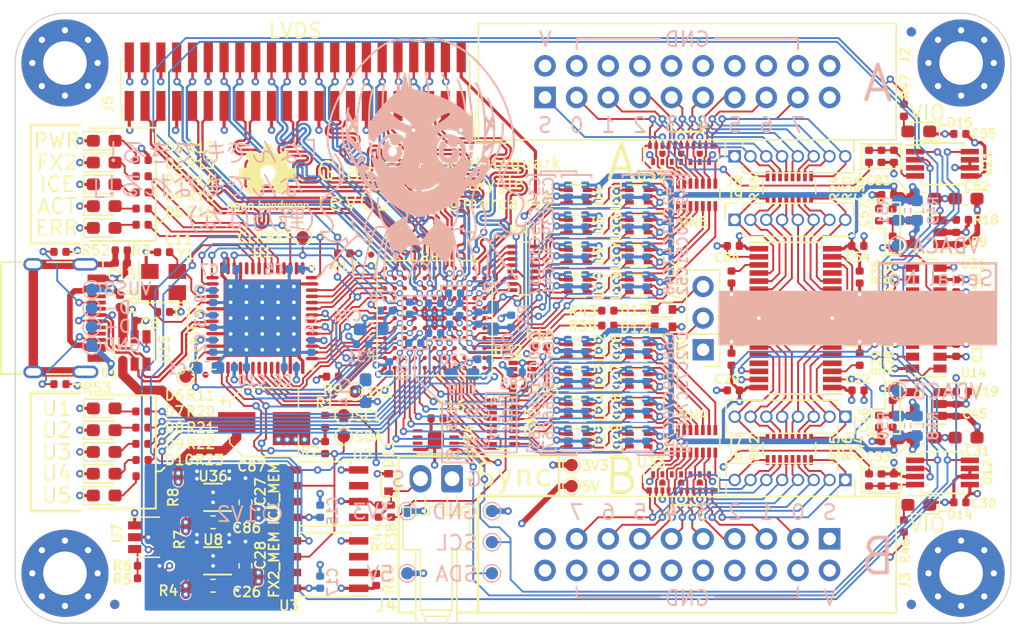
<source format=kicad_pcb>
(kicad_pcb (version 20171130) (host pcbnew 5.1.5-52549c5~84~ubuntu19.10.1)
  (layers (0 F.Cu signal) (1 In1.Cu power hide) (2 In2.Cu power hide) (31 B.Cu signal) (34 B.Paste user hide) (35 F.Paste user hide) (36 B.SilkS user) (37 F.SilkS user) (38 B.Mask user hide) (39 F.Mask user hide) (44 Edge.Cuts user))
  (net 0 "")
  (net 1 /SDA)
  (net 2 +3V3)
  (net 3 GND)
  (net 4 /SCL)
  (net 5 +5V)
  (net 6 /~CY_RESET)
  (net 7 /SHLD)
  (net 8 /USB_P)
  (net 9 /XTALOUT)
  (net 10 /XTALIN)
  (net 11 /USB_N)
  (net 12 /D0)
  (net 13 /D1)
  (net 14 /D2)
  (net 15 /D3)
  (net 16 /D4)
  (net 17 /D5)
  (net 18 /D6)
  (net 19 /D7)
  (net 20 /FLAGA)
  (net 21 /FLAGB)
  (net 22 /FLAGC)
  (net 23 /OE)
  (net 24 /A0)
  (net 25 /A1)
  (net 26 /PKTEND)
  (net 27 /FPGA_DONE)
  (net 28 /~FPGA_RESET)
  (net 29 +1V2)
  (net 30 /1V2EN)
  (net 31 /3V3EN)
  (net 32 /PGOOD)
  (net 33 /CLKIF)
  (net 34 /FLAGD)
  (net 35 /VUSB)
  (net 36 /LED_CY)
  (net 37 "Net-(D2-Pad2)")
  (net 38 "Net-(D5-Pad2)")
  (net 39 /LED_ERR)
  (net 40 /LED_ACT)
  (net 41 "Net-(D4-Pad2)")
  (net 42 "Net-(D3-Pad2)")
  (net 43 /LED_FPGA)
  (net 44 "Net-(D1-Pad2)")
  (net 45 /~ALERT)
  (net 46 "Net-(R27-Pad1)")
  (net 47 /CLKREF)
  (net 48 /ENVB)
  (net 49 /ENVA)
  (net 50 /WR)
  (net 51 /RD)
  (net 52 "Net-(RN3-Pad10)")
  (net 53 "Net-(RN3-Pad12)")
  (net 54 "Net-(RN3-Pad11)")
  (net 55 "Net-(RN3-Pad13)")
  (net 56 "Net-(RN3-Pad14)")
  (net 57 "Net-(RN3-Pad15)")
  (net 58 "Net-(RN3-Pad9)")
  (net 59 "Net-(RN3-Pad16)")
  (net 60 "Net-(RN1-Pad16)")
  (net 61 "Net-(RN1-Pad9)")
  (net 62 "Net-(RN1-Pad15)")
  (net 63 "Net-(RN1-Pad14)")
  (net 64 "Net-(RN1-Pad13)")
  (net 65 "Net-(RN1-Pad11)")
  (net 66 "Net-(RN1-Pad12)")
  (net 67 "Net-(RN1-Pad10)")
  (net 68 /VCCPLL1)
  (net 69 /VCCPLL0)
  (net 70 /GNDPLL1)
  (net 71 /GNDPLL0)
  (net 72 "Net-(D6-Pad2)")
  (net 73 "Net-(D10-Pad2)")
  (net 74 "Net-(D9-Pad2)")
  (net 75 "Net-(D8-Pad2)")
  (net 76 "Net-(D7-Pad2)")
  (net 77 "Net-(R33-Pad1)")
  (net 78 /IO_Banks/IO_Buffer_B/Y0)
  (net 79 /IO_Banks/IO_Buffer_B/Z0)
  (net 80 /IO_Banks/IO_Buffer_B/Y7)
  (net 81 /IO_Banks/IO_Buffer_B/Z7)
  (net 82 /IO_Banks/IO_Buffer_B/Y1)
  (net 83 /IO_Banks/IO_Buffer_B/Y2)
  (net 84 /IO_Banks/IO_Buffer_B/Y3)
  (net 85 /IO_Banks/IO_Buffer_B/Y4)
  (net 86 /IO_Banks/IO_Buffer_B/Y5)
  (net 87 /IO_Banks/IO_Buffer_B/Y6)
  (net 88 /IO_Banks/IO_Buffer_B/Z1)
  (net 89 /IO_Banks/IO_Buffer_B/Z2)
  (net 90 /IO_Banks/IO_Buffer_B/Z3)
  (net 91 /IO_Banks/IO_Buffer_B/Z5)
  (net 92 /IO_Banks/IO_Buffer_B/Z4)
  (net 93 /IO_Banks/IO_Buffer_B/Z6)
  (net 94 /IO_Banks/IO_Buffer_A/Y0)
  (net 95 /IO_Banks/IO_Buffer_A/Z0)
  (net 96 /IO_Banks/IO_Buffer_A/Y7)
  (net 97 /IO_Banks/IO_Buffer_A/Z7)
  (net 98 /IO_Banks/IO_Buffer_A/Y1)
  (net 99 /IO_Banks/IO_Buffer_A/Y2)
  (net 100 /IO_Banks/IO_Buffer_A/Y3)
  (net 101 /IO_Banks/IO_Buffer_A/Y4)
  (net 102 /IO_Banks/IO_Buffer_A/Y5)
  (net 103 /IO_Banks/IO_Buffer_A/Y6)
  (net 104 /IO_Banks/IO_Buffer_A/Z1)
  (net 105 /IO_Banks/IO_Buffer_A/Z2)
  (net 106 /IO_Banks/IO_Buffer_A/Z3)
  (net 107 /IO_Banks/IO_Buffer_A/Z5)
  (net 108 /IO_Banks/IO_Buffer_A/Z4)
  (net 109 /IO_Banks/IO_Buffer_A/Z6)
  (net 110 /IO_Banks/QB6)
  (net 111 /IO_Banks/QB5)
  (net 112 /IO_Banks/QB4)
  (net 113 /IO_Banks/QB3)
  (net 114 /IO_Banks/QB2)
  (net 115 /IO_Banks/QB1)
  (net 116 /IO_Banks/QB7)
  (net 117 /IO_Banks/QB0)
  (net 118 /IO_Banks/QA0)
  (net 119 /IO_Banks/QA7)
  (net 120 /IO_Banks/QA1)
  (net 121 /IO_Banks/QA2)
  (net 122 /IO_Banks/QA3)
  (net 123 /IO_Banks/QA4)
  (net 124 /IO_Banks/QA5)
  (net 125 /IO_Banks/QA6)
  (net 126 /IO_Banks/IO_Buffer_A/VSAMP)
  (net 127 /IO_Banks/U1)
  (net 128 /IO_Banks/IO_Buffer_A/VSENSE)
  (net 129 /IO_Banks/VIOB)
  (net 130 /IO_Banks/VIOA)
  (net 131 /IO_Banks/U2)
  (net 132 /IO_Banks/IO_Buffer_B/VSAMP)
  (net 133 /IO_Banks/IO_Buffer_B/VSENSE)
  (net 134 /IO_Banks/U5)
  (net 135 /IO_Banks/U4)
  (net 136 /IO_Banks/U3)
  (net 137 /IO_Banks/Z0_P)
  (net 138 /IO_Banks/Z2_N)
  (net 139 /IO_Banks/Z3_N)
  (net 140 /IO_Banks/Z3_P)
  (net 141 /IO_Banks/Z6_P)
  (net 142 /IO_Banks/Z8_P)
  (net 143 /IO_Banks/Z10_P)
  (net 144 /IO_Banks/Z11_P)
  (net 145 /IO_Banks/Z11_N)
  (net 146 /IO_Banks/Z0_N)
  (net 147 /IO_Banks/Z2_P)
  (net 148 /IO_Banks/Z4_P)
  (net 149 /IO_Banks/Z5_P)
  (net 150 /IO_Banks/Z6_N)
  (net 151 /IO_Banks/Z8_N)
  (net 152 /IO_Banks/Z10_N)
  (net 153 /IO_Banks/Z12_N)
  (net 154 /IO_Banks/Z12_P)
  (net 155 /IO_Banks/Z1_N)
  (net 156 /IO_Banks/Z4_N)
  (net 157 /IO_Banks/Z5_N)
  (net 158 /IO_Banks/Z7_N)
  (net 159 /IO_Banks/Z9_P)
  (net 160 /IO_Banks/Z9_N)
  (net 161 /IO_Banks/Z1_P)
  (net 162 /IO_Banks/VIO_AUX)
  (net 163 /IO_Banks/Z7_P)
  (net 164 /IO_Banks/DA0)
  (net 165 /IO_Banks/DA4)
  (net 166 /IO_Banks/DA6)
  (net 167 /IO_Banks/DA1)
  (net 168 /IO_Banks/DA3)
  (net 169 /IO_Banks/DA5)
  (net 170 /IO_Banks/DA7)
  (net 171 /IO_Banks/DB0)
  (net 172 /IO_Banks/DB4)
  (net 173 /IO_Banks/DB6)
  (net 174 /IO_Banks/DB1)
  (net 175 /IO_Banks/DB3)
  (net 176 /IO_Banks/DB5)
  (net 177 /IO_Banks/DB7)
  (net 178 /IO_Banks/DA2)
  (net 179 /IO_Banks/DB2)
  (net 180 "Net-(J7-Pad2)")
  (net 181 "Net-(J7-Pad4)")
  (net 182 "Net-(J7-Pad3)")
  (net 183 "Net-(J7-Pad5)")
  (net 184 "Net-(J7-Pad6)")
  (net 185 "Net-(J7-Pad7)")
  (net 186 "Net-(J7-Pad1)")
  (net 187 "Net-(J7-Pad8)")
  (net 188 "Net-(J9-Pad2)")
  (net 189 "Net-(J9-Pad4)")
  (net 190 "Net-(J9-Pad3)")
  (net 191 "Net-(J9-Pad5)")
  (net 192 "Net-(J9-Pad6)")
  (net 193 "Net-(J9-Pad7)")
  (net 194 "Net-(J9-Pad1)")
  (net 195 "Net-(J9-Pad8)")
  (net 196 /IO_Banks/IO_Buffer_B/VFB)
  (net 197 /IO_Banks/IO_Buffer_A/VFB)
  (net 198 /IO_Banks/~SYNC)
  (net 199 "Net-(R40-Pad1)")
  (net 200 "Net-(FB1-Pad1)")
  (net 201 "Net-(R37-Pad1)")
  (net 202 "Net-(R36-Pad1)")
  (net 203 "Net-(R10-Pad1)")
  (net 204 "Net-(R39-Pad2)")
  (net 205 "Net-(R43-Pad2)")
  (net 206 "Net-(R38-Pad2)")
  (net 207 "Net-(D12-Pad1)")
  (net 208 "Net-(D13-Pad1)")
  (net 209 "Net-(R45-Pad2)")
  (net 210 "Net-(R45-Pad1)")
  (net 211 "Net-(D14-Pad2)")
  (net 212 "Net-(D15-Pad2)")
  (net 213 "Net-(J2-Pad20)")
  (net 214 "Net-(J2-Pad19)")
  (net 215 "Net-(J3-Pad20)")
  (net 216 "Net-(J3-Pad19)")
  (net 217 "Net-(R48-Pad1)")
  (net 218 "Net-(R49-Pad1)")
  (net 219 "Net-(U1-Pad52)")
  (net 220 "Net-(U1-Pad46)")
  (net 221 "Net-(U2-Pad7)")
  (net 222 "Net-(U2-Pad3)")
  (net 223 "Net-(U2-Pad1)")
  (net 224 "Net-(U3-Pad7)")
  (net 225 "Net-(U3-Pad3)")
  (net 226 "Net-(U5-Pad13)")
  (net 227 "Net-(U19-Pad13)")
  (net 228 /IO_Banks/IO_Buffer_A/ADRDAC)
  (net 229 /IO_Banks/IO_Buffer_A/ADRADC)
  (net 230 "Net-(U30-PadB10)")
  (net 231 "Net-(U33-Pad21)")
  (net 232 "Net-(U33-Pad20)")
  (net 233 "Net-(U33-Pad17)")
  (net 234 "Net-(U33-Pad16)")
  (net 235 "Net-(U33-Pad13)")
  (net 236 "Net-(U33-Pad14)")
  (net 237 "Net-(U33-Pad15)")
  (net 238 "Net-(U33-Pad19)")
  (net 239 "Net-(U35-Pad21)")
  (net 240 "Net-(U35-Pad20)")
  (net 241 "Net-(U35-Pad17)")
  (net 242 "Net-(U35-Pad16)")
  (net 243 "Net-(U35-Pad13)")
  (net 244 "Net-(U35-Pad14)")
  (net 245 "Net-(U35-Pad15)")
  (net 246 "Net-(U35-Pad19)")
  (net 247 "Net-(J1-PadB5)")
  (net 248 "Net-(J1-PadA5)")
  (module Resistor_SMD:R_0402_1005Metric (layer F.Cu) (at 53.6 100.8 180)
    (fp_text reference R53 (at -3 -0.3) (layer F.SilkS) (effects (font (size 0.8 0.8))))
    (fp_text value 5k1)
    (pad 2 smd roundrect (at 0.485 0 180) (size 0.59 0.64) (layers F.Cu F.Paste F.Mask) (net 247 "Net-(J1-PadB5)"))
    (pad 1 smd roundrect (at -0.485 0 180) (size 0.59 0.64) (layers F.Cu F.Paste F.Mask) (net 3 GND))
  )
  (module Resistor_SMD:R_0402_1005Metric (layer F.Cu) (at 53.6 90.175 180)
    (fp_text reference R52 (at -2.85 0.125) (layer F.SilkS) (effects (font (size 0.8 0.8))))
    (fp_text value 5k1)
    (pad 2 smd roundrect (at 0.485 0 180) (size 0.59 0.64) (layers F.Cu F.Paste F.Mask) (net 248 "Net-(J1-PadA5)"))
    (pad 1 smd roundrect (at -0.485 0 180) (size 0.59 0.64) (layers F.Cu F.Paste F.Mask) (net 3 GND))
  )
  (module Glasgow:USB-C_16Pin (layer F.Cu) (at 56.55 95.5 270)
    (fp_text reference J1 (at 4.4 -1.125 180) (layer F.SilkS) (effects (font (size 0.8 0.8))))
    (fp_text value USB_C_Plug_USB2.0)
    (pad A9 smd rect (at -2.4 0 270) (size 0.6 1.45) (layers F.Cu F.Paste F.Mask) (net 200 "Net-(FB1-Pad1)"))
    (pad B9 smd rect (at 2.4 0 270) (size 0.6 1.45) (layers F.Cu F.Paste F.Mask) (net 200 "Net-(FB1-Pad1)"))
    (pad B12 smd rect (at 3.2 0 270) (size 0.6 1.45) (layers F.Cu F.Paste F.Mask) (net 3 GND))
    (pad A12 smd rect (at -3.2 0 270) (size 0.6 1.45) (layers F.Cu F.Paste F.Mask) (net 3 GND))
    (pad S1 thru_hole oval (at -4.32 0.915 270) (size 1 2.1) (drill oval 0.6 1.7) (layers *.Cu *.Mask) (net 7 /SHLD))
    (pad S1 thru_hole oval (at 4.32 0.915 270) (size 1 2.1) (drill oval 0.6 1.7) (layers *.Cu *.Mask) (net 7 /SHLD))
    (pad S1 thru_hole oval (at -4.32 5.095 270) (size 1 1.6) (drill oval 0.6 1.2) (layers *.Cu *.Mask) (net 7 /SHLD))
    (pad S1 thru_hole oval (at 4.32 5.095 270) (size 1 1.6) (drill oval 0.6 1.2) (layers *.Cu *.Mask) (net 7 /SHLD))
    (pad "" np_thru_hole circle (at 2.89 1.445 270) (size 0.65 0.65) (drill 0.65) (layers *.Cu *.Mask))
    (pad "" np_thru_hole circle (at -2.89 1.445 270) (size 0.65 0.65) (drill 0.65) (layers *.Cu *.Mask))
    (pad B1 smd rect (at 3.2 0 270) (size 0.6 1.45) (layers F.Cu F.Paste F.Mask) (net 3 GND))
    (pad B4 smd rect (at 2.4 0 270) (size 0.6 1.45) (layers F.Cu F.Paste F.Mask) (net 200 "Net-(FB1-Pad1)"))
    (pad B5 smd rect (at 1.75 0 270) (size 0.3 1.45) (layers F.Cu F.Paste F.Mask) (net 247 "Net-(J1-PadB5)"))
    (pad A8 smd rect (at 1.25 0 270) (size 0.3 1.45) (layers F.Cu F.Paste F.Mask))
    (pad B6 smd rect (at 0.75 0 270) (size 0.3 1.45) (layers F.Cu F.Paste F.Mask))
    (pad A7 smd rect (at 0.25 0 270) (size 0.3 1.45) (layers F.Cu F.Paste F.Mask) (net 11 /USB_N))
    (pad A6 smd rect (at -0.25 0 270) (size 0.3 1.45) (layers F.Cu F.Paste F.Mask) (net 8 /USB_P))
    (pad B7 smd rect (at -0.75 0 270) (size 0.3 1.45) (layers F.Cu F.Paste F.Mask))
    (pad A5 smd rect (at -1.25 0 270) (size 0.3 1.45) (layers F.Cu F.Paste F.Mask) (net 248 "Net-(J1-PadA5)"))
    (pad B8 smd rect (at -1.75 0 270) (size 0.3 1.45) (layers F.Cu F.Paste F.Mask))
    (pad A4 smd rect (at -2.4 0 270) (size 0.6 1.45) (layers F.Cu F.Paste F.Mask) (net 200 "Net-(FB1-Pad1)"))
    (pad A1 smd rect (at -3.2 0 270) (size 0.6 1.45) (layers F.Cu F.Paste F.Mask) (net 3 GND))
  )
  (module Glasgow:Molex_KK-254_1x02_P2.54mm_Horizontal (layer F.Cu) (at 85.1 108.4)
    (fp_text reference J4 (at -5.3 10.2) (layer F.SilkS))
    (fp_text value Conn_01x02)
    (pad 1 thru_hole roundrect (at 0 0 180) (size 1.74 2.2) (drill 1.2) (layers *.Cu *.Mask) (roundrect_rratio 0.143678) (net 3 GND))
    (pad 2 thru_hole oval (at -2.54 0 180) (size 1.74 2.2) (drill 1.2) (layers *.Cu *.Mask) (net 198 /IO_Banks/~SYNC))
  )
  (module TestPoint:TestPoint_Pad_D1.0mm (layer B.Cu) (at 56.15 94.7)
    (fp_text reference TP16 hide)
    (fp_text value USBDM hide)
    (pad 1 smd circle (at 0 0) (size 1 1) (layers B.Cu B.Mask) (net 11 /USB_N))
  )
  (module TestPoint:TestPoint_Pad_D1.0mm (layer B.Cu) (at 120.9 89.65)
    (fp_text reference TP19 hide)
    (fp_text value VDAC hide)
    (pad 1 smd circle (at 0 0) (size 1 1) (layers B.Cu B.Mask) (net 77 "Net-(R33-Pad1)"))
  )
  (module TestPoint:TestPoint_Pad_D1.0mm (layer B.Cu) (at 120.9 101.35)
    (fp_text reference TP18 hide)
    (fp_text value VDAC hide)
    (pad 1 smd circle (at 0 0) (size 1 1) (layers B.Cu B.Mask) (net 46 "Net-(R27-Pad1)"))
  )
  (module Capacitor_SMD:CP_Elec_5x3.9 (layer F.Cu) (at 70 103.85)
    (fp_text reference C87 (at -1 3.55) (layer F.SilkS) (effects (font (size 0.8 0.8))))
    (fp_text value 150u)
    (pad 1 smd rect (at -2.2 0) (size 3 1.6) (layers F.Cu F.Paste F.Mask) (net 5 +5V))
    (pad 2 smd rect (at 2.2 0) (size 3 1.6) (layers F.Cu F.Paste F.Mask) (net 3 GND))
  )
  (module Resistor_SMD:R_0603_1608Metric (layer B.Cu) (at 120.95 86.85 90)
    (fp_text reference R51 (at 0 -1.2 90) (layer B.SilkS) (effects (font (size 0.8 0.8)) (justify mirror)))
    (fp_text value DNP)
    (pad 2 smd roundrect (at 0.7875 0 90) (size 0.875 0.95) (layers B.Cu B.Mask) (net 130 /IO_Banks/VIOA))
    (pad 1 smd roundrect (at -0.7875 0 90) (size 0.875 0.95) (layers B.Cu B.Mask) (net 218 "Net-(R49-Pad1)"))
  )
  (module Resistor_SMD:R_0603_1608Metric (layer B.Cu) (at 120.95 104.15 270)
    (fp_text reference R50 (at 0 1.2 270) (layer B.SilkS) (effects (font (size 0.8 0.8)) (justify mirror)))
    (fp_text value DNP)
    (pad 2 smd roundrect (at 0.7875 0 270) (size 0.875 0.95) (layers B.Cu B.Mask) (net 129 /IO_Banks/VIOB))
    (pad 1 smd roundrect (at -0.7875 0 270) (size 0.875 0.95) (layers B.Cu B.Mask) (net 217 "Net-(R48-Pad1)"))
  )
  (module Glasgow:nono_hana (layer B.Cu) (at 73.8 82.5 180)
    (fp_text reference NONO_HANA hide)
    (fp_text value MECHOKKU hide)
  )
  (module Package_TO_SOT_SMD:SOT-23-5 (layer F.Cu) (at 123.2 88.6 180)
    (fp_text reference U31 (at -3.8 -2.55 180) (layer F.SilkS) (effects (font (size 0.7 0.7))))
    (fp_text value TPS73101DBV)
    (pad 5 smd rect (at 1.1 -0.95 180) (size 1.06 0.65) (layers F.Cu F.Paste F.Mask) (net 218 "Net-(R49-Pad1)"))
    (pad 4 smd rect (at 1.1 0.95 180) (size 1.06 0.65) (layers F.Cu F.Paste F.Mask) (net 197 /IO_Banks/IO_Buffer_A/VFB))
    (pad 3 smd rect (at -1.1 0.95 180) (size 1.06 0.65) (layers F.Cu F.Paste F.Mask) (net 49 /ENVA))
    (pad 2 smd rect (at -1.1 0 180) (size 1.06 0.65) (layers F.Cu F.Paste F.Mask) (net 3 GND))
    (pad 1 smd rect (at -1.1 -0.95 180) (size 1.06 0.65) (layers F.Cu F.Paste F.Mask) (net 5 +5V))
  )
  (module Resistor_SMD:R_0603_1608Metric (layer B.Cu) (at 122.45 86.85 90)
    (fp_text reference R49 (at 0 1.3 90) (layer B.SilkS) (effects (font (size 0.8 0.8)) (justify mirror)))
    (fp_text value 0.68)
    (pad 2 smd roundrect (at 0.7875 0 90) (size 0.875 0.95) (layers B.Cu B.Paste B.Mask) (net 130 /IO_Banks/VIOA))
    (pad 1 smd roundrect (at -0.7875 0 90) (size 0.875 0.95) (layers B.Cu B.Paste B.Mask) (net 218 "Net-(R49-Pad1)"))
  )
  (module Resistor_SMD:R_0603_1608Metric (layer B.Cu) (at 122.45 104.15 270)
    (fp_text reference R48 (at 0 -1.3 270) (layer B.SilkS) (effects (font (size 0.8 0.8)) (justify mirror)))
    (fp_text value 0.68)
    (pad 2 smd roundrect (at 0.7875 0 270) (size 0.875 0.95) (layers B.Cu B.Paste B.Mask) (net 129 /IO_Banks/VIOB))
    (pad 1 smd roundrect (at -0.7875 0 270) (size 0.875 0.95) (layers B.Cu B.Paste B.Mask) (net 217 "Net-(R48-Pad1)"))
  )
  (module Glasgow:DFN-6-1EP_2x2mm_P0.65mm_EP1x1.6mm_ThermalVias (layer F.Cu) (at 65.9 109.9 180)
    (fp_text reference U36 (at 0 1.7 180) (layer F.SilkS) (effects (font (size 0.8 0.8))))
    (fp_text value TLV73312PQDRVRQ1)
    (pad 7 smd rect (at 0 0 180) (size 1 1.6) (layers B.Cu) (net 3 GND))
    (pad 7 thru_hole circle (at 0 0.4 180) (size 0.65 0.65) (drill 0.3) (layers *.Cu) (net 3 GND))
    (pad 7 thru_hole circle (at 0 -0.4 180) (size 0.65 0.65) (drill 0.3) (layers *.Cu) (net 3 GND))
    (pad 1 smd rect (at -1.05 -0.65 180) (size 0.65 0.35) (layers F.Cu F.Paste F.Mask) (net 29 +1V2))
    (pad 2 smd rect (at -1.05 0 180) (size 0.65 0.35) (layers F.Cu F.Paste F.Mask) (net 29 +1V2))
    (pad 3 smd rect (at -1.05 0.65 180) (size 0.65 0.35) (layers F.Cu F.Paste F.Mask) (net 3 GND))
    (pad 4 smd rect (at 1.05 0.65 180) (size 0.65 0.35) (layers F.Cu F.Paste F.Mask) (net 30 /1V2EN))
    (pad 5 smd rect (at 1.05 0 180) (size 0.65 0.35) (layers F.Cu F.Paste F.Mask) (net 5 +5V))
    (pad 6 smd rect (at 1.05 -0.65 180) (size 0.65 0.35) (layers F.Cu F.Paste F.Mask) (net 5 +5V))
    (pad 7 smd rect (at 0 0 180) (size 1 1.6) (layers F.Cu F.Mask) (net 3 GND))
  )
  (module Glasgow:DFN-6-1EP_2x2mm_P0.65mm_EP1x1.6mm_ThermalVias (layer F.Cu) (at 65.9 115 180)
    (fp_text reference U8 (at 0 1.7 180) (layer F.SilkS) (effects (font (size 0.8 0.8))))
    (fp_text value TLV75533PDRVR)
    (pad 7 smd rect (at 0 0 180) (size 1 1.6) (layers B.Cu) (net 3 GND))
    (pad 7 thru_hole circle (at 0 0.4 180) (size 0.65 0.65) (drill 0.3) (layers *.Cu) (net 3 GND))
    (pad 7 thru_hole circle (at 0 -0.4 180) (size 0.65 0.65) (drill 0.3) (layers *.Cu) (net 3 GND))
    (pad 1 smd rect (at -1.05 -0.65 180) (size 0.65 0.35) (layers F.Cu F.Paste F.Mask) (net 2 +3V3))
    (pad 2 smd rect (at -1.05 0 180) (size 0.65 0.35) (layers F.Cu F.Paste F.Mask) (net 2 +3V3))
    (pad 3 smd rect (at -1.05 0.65 180) (size 0.65 0.35) (layers F.Cu F.Paste F.Mask) (net 3 GND))
    (pad 4 smd rect (at 1.05 0.65 180) (size 0.65 0.35) (layers F.Cu F.Paste F.Mask) (net 31 /3V3EN))
    (pad 5 smd rect (at 1.05 0 180) (size 0.65 0.35) (layers F.Cu F.Paste F.Mask) (net 5 +5V))
    (pad 6 smd rect (at 1.05 -0.65 180) (size 0.65 0.35) (layers F.Cu F.Paste F.Mask) (net 5 +5V))
    (pad 7 smd rect (at 0 0 180) (size 1 1.6) (layers F.Cu F.Mask) (net 3 GND))
  )
  (module Capacitor_SMD:C_0603_1608Metric_Pad1.05x0.95mm_HandSolder (layer F.Cu) (at 65.9 111.9 180)
    (fp_text reference C86 (at -2.7 -0.45 180) (layer F.SilkS) (effects (font (size 0.8 0.8))))
    (fp_text value 4u7)
    (pad 2 smd roundrect (at 0.875 0 180) (size 1.05 0.95) (layers F.Cu F.Paste F.Mask) (net 5 +5V))
    (pad 1 smd roundrect (at -0.875 0 180) (size 1.05 0.95) (layers F.Cu F.Paste F.Mask) (net 3 GND))
  )
  (module Crystal:Crystal_SMD_3225-4Pin_3.2x2.5mm (layer F.Cu) (at 61.925 92.6)
    (fp_text reference Y1 (at 1.8 -2.25 180) (layer F.SilkS) (effects (font (size 0.8 0.8))))
    (fp_text value 24M)
    (pad 4 smd rect (at -1.1 -0.85) (size 1.4 1.2) (layers F.Cu F.Paste F.Mask) (net 3 GND))
    (pad 3 smd rect (at 1.1 -0.85) (size 1.4 1.2) (layers F.Cu F.Paste F.Mask) (net 9 /XTALOUT))
    (pad 2 smd rect (at 1.1 0.85) (size 1.4 1.2) (layers F.Cu F.Paste F.Mask) (net 3 GND))
    (pad 1 smd rect (at -1.1 0.85) (size 1.4 1.2) (layers F.Cu F.Paste F.Mask) (net 10 /XTALIN))
  )
  (module LED_SMD:LED_0603_1608Metric_Pad1.05x0.95mm_HandSolder (layer F.Cu) (at 57.15 109.75)
    (fp_text reference D10 (at 6.05 -2.85) (layer F.SilkS) (effects (font (size 0.8 0.8))))
    (fp_text value BLU)
    (pad 2 smd roundrect (at 0.875 0) (size 1.05 0.95) (layers F.Cu F.Paste F.Mask) (net 73 "Net-(D10-Pad2)"))
    (pad 1 smd roundrect (at -0.875 0) (size 1.05 0.95) (layers F.Cu F.Paste F.Mask) (net 3 GND))
  )
  (module LED_SMD:LED_0603_1608Metric_Pad1.05x0.95mm_HandSolder (layer F.Cu) (at 57.15 108)
    (fp_text reference D9 (at 5.65 -2.4) (layer F.SilkS) (effects (font (size 0.8 0.8))))
    (fp_text value PNK)
    (pad 2 smd roundrect (at 0.875 0) (size 1.05 0.95) (layers F.Cu F.Paste F.Mask) (net 74 "Net-(D9-Pad2)"))
    (pad 1 smd roundrect (at -0.875 0) (size 1.05 0.95) (layers F.Cu F.Paste F.Mask) (net 3 GND))
  )
  (module LED_SMD:LED_0603_1608Metric_Pad1.05x0.95mm_HandSolder (layer F.Cu) (at 57.15 106.25)
    (fp_text reference D8 (at 5.65 -1.95) (layer F.SilkS) (effects (font (size 0.8 0.8))))
    (fp_text value WHT)
    (pad 2 smd roundrect (at 0.875 0) (size 1.05 0.95) (layers F.Cu F.Paste F.Mask) (net 75 "Net-(D8-Pad2)"))
    (pad 1 smd roundrect (at -0.875 0) (size 1.05 0.95) (layers F.Cu F.Paste F.Mask) (net 3 GND))
  )
  (module LED_SMD:LED_0603_1608Metric_Pad1.05x0.95mm_HandSolder (layer F.Cu) (at 57.15 104.5)
    (fp_text reference D7 (at 5.65 -1.5) (layer F.SilkS) (effects (font (size 0.8 0.8))))
    (fp_text value PNK)
    (pad 2 smd roundrect (at 0.875 0) (size 1.05 0.95) (layers F.Cu F.Paste F.Mask) (net 76 "Net-(D7-Pad2)"))
    (pad 1 smd roundrect (at -0.875 0) (size 1.05 0.95) (layers F.Cu F.Paste F.Mask) (net 3 GND))
  )
  (module LED_SMD:LED_0603_1608Metric_Pad1.05x0.95mm_HandSolder (layer F.Cu) (at 57.15 102.75)
    (fp_text reference D6 (at 5.65 -1.05) (layer F.SilkS) (effects (font (size 0.8 0.8))))
    (fp_text value BLU)
    (pad 2 smd roundrect (at 0.875 0) (size 1.05 0.95) (layers F.Cu F.Paste F.Mask) (net 72 "Net-(D6-Pad2)"))
    (pad 1 smd roundrect (at -0.875 0) (size 1.05 0.95) (layers F.Cu F.Paste F.Mask) (net 3 GND))
  )
  (module LED_SMD:LED_0603_1608Metric_Pad1.05x0.95mm_HandSolder (layer F.Cu) (at 57.15 88.25)
    (fp_text reference D5 (at 5.65 -1.25) (layer F.SilkS) (effects (font (size 0.8 0.8))))
    (fp_text value RED)
    (pad 2 smd roundrect (at 0.875 0) (size 1.05 0.95) (layers F.Cu F.Paste F.Mask) (net 38 "Net-(D5-Pad2)"))
    (pad 1 smd roundrect (at -0.875 0) (size 1.05 0.95) (layers F.Cu F.Paste F.Mask) (net 3 GND))
  )
  (module LED_SMD:LED_0603_1608Metric_Pad1.05x0.95mm_HandSolder (layer F.Cu) (at 57.15 86.5)
    (fp_text reference D4 (at 5.65 -0.8) (layer F.SilkS) (effects (font (size 0.8 0.8))))
    (fp_text value YEL)
    (pad 2 smd roundrect (at 0.875 0) (size 1.05 0.95) (layers F.Cu F.Paste F.Mask) (net 41 "Net-(D4-Pad2)"))
    (pad 1 smd roundrect (at -0.875 0) (size 1.05 0.95) (layers F.Cu F.Paste F.Mask) (net 3 GND))
  )
  (module LED_SMD:LED_0603_1608Metric_Pad1.05x0.95mm_HandSolder (layer F.Cu) (at 57.15 84.75)
    (fp_text reference D3 (at 5.65 -0.35) (layer F.SilkS) (effects (font (size 0.8 0.8))))
    (fp_text value GRN)
    (pad 2 smd roundrect (at 0.875 0) (size 1.05 0.95) (layers F.Cu F.Paste F.Mask) (net 42 "Net-(D3-Pad2)"))
    (pad 1 smd roundrect (at -0.875 0) (size 1.05 0.95) (layers F.Cu F.Paste F.Mask) (net 3 GND))
  )
  (module LED_SMD:LED_0603_1608Metric_Pad1.05x0.95mm_HandSolder (layer F.Cu) (at 57.15 83)
    (fp_text reference D2 (at 5.65 0.1) (layer F.SilkS) (effects (font (size 0.8 0.8))))
    (fp_text value GRN)
    (pad 2 smd roundrect (at 0.875 0) (size 1.05 0.95) (layers F.Cu F.Paste F.Mask) (net 37 "Net-(D2-Pad2)"))
    (pad 1 smd roundrect (at -0.875 0) (size 1.05 0.95) (layers F.Cu F.Paste F.Mask) (net 3 GND))
  )
  (module LED_SMD:LED_0603_1608Metric_Pad1.05x0.95mm_HandSolder (layer F.Cu) (at 57.15 81.25)
    (fp_text reference D1 (at 5.65 0.55) (layer F.SilkS) (effects (font (size 0.8 0.8))))
    (fp_text value GRN)
    (pad 2 smd roundrect (at 0.875 0) (size 1.05 0.95) (layers F.Cu F.Paste F.Mask) (net 44 "Net-(D1-Pad2)"))
    (pad 1 smd roundrect (at -0.875 0) (size 1.05 0.95) (layers F.Cu F.Paste F.Mask) (net 3 GND))
  )
  (module Resistor_SMD:R_0402_1005Metric (layer F.Cu) (at 121.4 78.8 270)
    (fp_text reference R47 (at -1.9 -0.1 270) (layer F.SilkS) (effects (font (size 0.7 0.7))))
    (fp_text value 20k)
    (pad 2 smd roundrect (at 0.485 0 270) (size 0.59 0.64) (layers F.Cu F.Paste F.Mask) (net 212 "Net-(D15-Pad2)"))
    (pad 1 smd roundrect (at -0.485 0 270) (size 0.59 0.64) (layers F.Cu F.Paste F.Mask) (net 49 /ENVA))
  )
  (module Resistor_SMD:R_0402_1005Metric (layer F.Cu) (at 121.4 112.2 90)
    (fp_text reference R46 (at -2 0.1 90) (layer F.SilkS) (effects (font (size 0.7 0.7))))
    (fp_text value 20k)
    (pad 2 smd roundrect (at 0.485 0 90) (size 0.59 0.64) (layers F.Cu F.Paste F.Mask) (net 211 "Net-(D14-Pad2)"))
    (pad 1 smd roundrect (at -0.485 0 90) (size 0.59 0.64) (layers F.Cu F.Paste F.Mask) (net 48 /ENVB))
  )
  (module LED_SMD:LED_0603_1608Metric_Pad1.05x0.95mm_HandSolder (layer F.Cu) (at 122.6 80.5 180)
    (fp_text reference D15 (at -3.3 0.7 180) (layer F.SilkS) (effects (font (size 0.7 0.7))))
    (fp_text value GRN)
    (pad 2 smd roundrect (at 0.875 0 180) (size 1.05 0.95) (layers F.Cu F.Paste F.Mask) (net 212 "Net-(D15-Pad2)"))
    (pad 1 smd roundrect (at -0.875 0 180) (size 1.05 0.95) (layers F.Cu F.Paste F.Mask) (net 3 GND))
  )
  (module LED_SMD:LED_0603_1608Metric_Pad1.05x0.95mm_HandSolder (layer F.Cu) (at 122.6 110.5 180)
    (fp_text reference D14 (at -3.3 -0.8 180) (layer F.SilkS) (effects (font (size 0.7 0.7))))
    (fp_text value GRN)
    (pad 2 smd roundrect (at 0.875 0 180) (size 1.05 0.95) (layers F.Cu F.Paste F.Mask) (net 211 "Net-(D14-Pad2)"))
    (pad 1 smd roundrect (at -0.875 0 180) (size 1.05 0.95) (layers F.Cu F.Paste F.Mask) (net 3 GND))
  )
  (module TestPoint:TestPoint_Pad_D1.0mm (layer B.Cu) (at 70.65 111.2)
    (fp_text reference TP17 hide)
    (fp_text value 1V2 hide)
    (pad 1 smd circle (at 0 0) (size 1 1) (layers B.Cu B.Mask) (net 29 +1V2))
  )
  (module Glasgow:SOT-563 (layer F.Cu) (at 90.75 99.6)
    (fp_text reference U32 (at -1.15 -1.5 180) (layer F.SilkS) (effects (font (size 0.8 0.8))))
    (fp_text value SN74LVC1T45DRL)
    (pad 5 smd rect (at 0.75 0) (size 0.7 0.35) (layers F.Cu F.Paste F.Mask) (net 203 "Net-(R10-Pad1)"))
    (pad 4 smd rect (at 0.75 0.5) (size 0.7 0.35) (layers F.Cu F.Paste F.Mask) (net 206 "Net-(R38-Pad2)"))
    (pad 2 smd rect (at -0.75 0) (size 0.7 0.35) (layers F.Cu F.Paste F.Mask) (net 3 GND))
    (pad 6 smd rect (at 0.75 -0.5) (size 0.7 0.35) (layers F.Cu F.Paste F.Mask) (net 2 +3V3))
    (pad 3 smd rect (at -0.75 0.5) (size 0.7 0.35) (layers F.Cu F.Paste F.Mask) (net 210 "Net-(R45-Pad1)"))
    (pad 1 smd rect (at -0.75 -0.5) (size 0.7 0.35) (layers F.Cu F.Paste F.Mask) (net 2 +3V3))
  )
  (module Resistor_SMD:R_0402_1005Metric (layer F.Cu) (at 90.45 101.15 180)
    (fp_text reference R45 (at -2.1 -0.15 180) (layer F.SilkS) (effects (font (size 0.8 0.8))))
    (fp_text value 47)
    (pad 2 smd roundrect (at 0.485 0 180) (size 0.59 0.64) (layers F.Cu F.Paste F.Mask) (net 209 "Net-(R45-Pad2)"))
    (pad 1 smd roundrect (at -0.485 0 180) (size 0.59 0.64) (layers F.Cu F.Paste F.Mask) (net 210 "Net-(R45-Pad1)"))
  )
  (module TestPoint:TestPoint_Pad_D1.0mm (layer B.Cu) (at 56.15 96.2)
    (fp_text reference TP15 hide)
    (fp_text value USBDP hide)
    (pad 1 smd circle (at 0 0) (size 1 1) (layers B.Cu B.Mask) (net 8 /USB_P))
  )
  (module TestPoint:TestPoint_Pad_D1.0mm (layer B.Cu) (at 56.15 97.7)
    (fp_text reference TP14 hide)
    (fp_text value USBGND hide)
    (pad 1 smd circle (at 0 0) (size 1 1) (layers B.Cu B.Mask) (net 3 GND))
  )
  (module TestPoint:TestPoint_Pad_D1.0mm (layer B.Cu) (at 56.15 93.2)
    (fp_text reference TP13 hide)
    (fp_text value VBUS hide)
    (pad 1 smd circle (at 0 0) (size 1 1) (layers B.Cu B.Mask) (net 200 "Net-(FB1-Pad1)"))
  )
  (module Resistor_SMD:R_0402_1005Metric (layer F.Cu) (at 79.2 111 90)
    (fp_text reference R44 (at -2.1 -0.1 90) (layer F.SilkS) (effects (font (size 0.8 0.8))))
    (fp_text value 10k)
    (pad 2 smd roundrect (at 0.485 0 90) (size 0.59 0.64) (layers F.Cu F.Paste F.Mask) (net 2 +3V3))
    (pad 1 smd roundrect (at -0.485 0 90) (size 0.59 0.64) (layers F.Cu F.Paste F.Mask) (net 198 /IO_Banks/~SYNC))
  )
  (module Diode_SMD:D_SOD-523 (layer F.Cu) (at 80 108.7 90)
    (fp_text reference D11 (at 2.3 0 90) (layer F.SilkS) (effects (font (size 0.8 0.8))))
    (fp_text value ESD5Z5.0T1G)
    (pad 1 smd rect (at -0.7 0 270) (size 0.6 0.7) (layers F.Cu F.Paste F.Mask) (net 198 /IO_Banks/~SYNC))
    (pad 2 smd rect (at 0.7 0 270) (size 0.6 0.7) (layers F.Cu F.Paste F.Mask) (net 3 GND))
  )
  (module Glasgow:UDFN-18-3EP_5.5x1.5mm_P0.5mm_EP0.5x0.5mm (layer F.Cu) (at 103.5 82.3 180)
    (fp_text reference U35 (at 2.4 -1.7 180) (layer F.SilkS) (effects (font (size 0.8 0.8))))
    (fp_text value MG2040)
    (pad 21 smd custom (at 1.5 0 180) (size 0.3 0.3) (layers F.Cu F.Paste F.Mask) (net 239 "Net-(U35-Pad21)") (options (clearance outline) (anchor rect)) (primitives (gr_poly (pts (xy -0.25 0.25) (xy -0.25 -0.1) (xy -0.1 -0.25) (xy 0.1 -0.25) (xy 0.25 -0.1) (xy 0.25 0.25)) (width 0))))
    (pad 20 smd custom (at 0 0 180) (size 0.3 0.3) (layers F.Cu F.Paste F.Mask) (net 240 "Net-(U35-Pad20)") (options (clearance outline) (anchor rect)) (primitives (gr_poly (pts (xy -0.25 0.25) (xy -0.25 -0.1) (xy -0.1 -0.25) (xy 0.1 -0.25) (xy 0.25 -0.1) (xy 0.25 0.25)) (width 0))))
    (pad 11 smd rect (at 2.5 0.65 180) (size 0.3 0.5) (layers F.Cu F.Paste F.Mask) (net 95 /IO_Banks/IO_Buffer_A/Z0))
    (pad 10 smd rect (at 2 0.65 180) (size 0.3 0.5) (layers F.Cu F.Paste F.Mask) (net 104 /IO_Banks/IO_Buffer_A/Z1))
    (pad 9 smd rect (at 1.5 0.65 180) (size 0.3 0.5) (layers F.Cu F.Paste F.Mask) (net 128 /IO_Banks/IO_Buffer_A/VSENSE))
    (pad 8 smd rect (at 1 0.65 180) (size 0.3 0.5) (layers F.Cu F.Paste F.Mask) (net 105 /IO_Banks/IO_Buffer_A/Z2))
    (pad 7 smd rect (at 0.5 0.65 180) (size 0.3 0.5) (layers F.Cu F.Paste F.Mask) (net 106 /IO_Banks/IO_Buffer_A/Z3))
    (pad 1 smd rect (at -2.5 0.65 180) (size 0.45 0.5) (drill (offset -0.075 0)) (layers F.Cu F.Paste F.Mask) (net 97 /IO_Banks/IO_Buffer_A/Z7))
    (pad 2 smd rect (at -2 0.65 180) (size 0.3 0.5) (layers F.Cu F.Paste F.Mask) (net 109 /IO_Banks/IO_Buffer_A/Z6))
    (pad 4 smd rect (at -1 0.65 180) (size 0.3 0.5) (layers F.Cu F.Paste F.Mask) (net 107 /IO_Banks/IO_Buffer_A/Z5))
    (pad 5 smd rect (at -0.5 0.65 180) (size 0.3 0.5) (layers F.Cu F.Paste F.Mask) (net 108 /IO_Banks/IO_Buffer_A/Z4))
    (pad 3 smd rect (at -1.5 0.65 180) (size 0.3 0.5) (layers F.Cu F.Paste F.Mask) (net 130 /IO_Banks/VIOA))
    (pad 18 smd rect (at -2.25 -0.65 180) (size 0.3 0.5) (layers F.Cu F.Paste F.Mask) (net 3 GND))
    (pad 17 smd rect (at -1.5 -0.65 180) (size 0.3 0.5) (layers F.Cu F.Paste F.Mask) (net 241 "Net-(U35-Pad17)"))
    (pad 16 smd rect (at -0.75 -0.65 180) (size 0.3 0.5) (layers F.Cu F.Paste F.Mask) (net 242 "Net-(U35-Pad16)"))
    (pad 12 smd rect (at 2.25 -0.65 180) (size 0.3 0.5) (layers F.Cu F.Paste F.Mask) (net 3 GND))
    (pad 13 smd rect (at 1.5 -0.65 180) (size 0.3 0.5) (layers F.Cu F.Paste F.Mask) (net 243 "Net-(U35-Pad13)"))
    (pad 14 smd rect (at 0.75 -0.65 180) (size 0.3 0.5) (layers F.Cu F.Paste F.Mask) (net 244 "Net-(U35-Pad14)"))
    (pad 6 smd rect (at 0 0.65 180) (size 0.3 0.5) (layers F.Cu F.Paste F.Mask) (net 130 /IO_Banks/VIOA))
    (pad 15 smd rect (at 0 -0.65 180) (size 0.3 0.5) (layers F.Cu F.Paste F.Mask) (net 245 "Net-(U35-Pad15)"))
    (pad 19 smd custom (at -1.5 0 180) (size 0.3 0.3) (layers F.Cu F.Paste F.Mask) (net 246 "Net-(U35-Pad19)") (options (clearance outline) (anchor rect)) (primitives (gr_poly (pts (xy -0.25 0.25) (xy -0.25 -0.1) (xy -0.1 -0.25) (xy 0.1 -0.25) (xy 0.25 -0.1) (xy 0.25 0.25)) (width 0))))
  )
  (module Glasgow:UDFN-18-3EP_5.5x1.5mm_P0.5mm_EP0.5x0.5mm (layer F.Cu) (at 103.5 108.7)
    (fp_text reference U33 (at -2.4 -1.6) (layer F.SilkS) (effects (font (size 0.8 0.8))))
    (fp_text value MG2040)
    (pad 21 smd custom (at 1.5 0) (size 0.3 0.3) (layers F.Cu F.Paste F.Mask) (net 231 "Net-(U33-Pad21)") (options (clearance outline) (anchor rect)) (primitives (gr_poly (pts (xy -0.25 0.25) (xy -0.25 -0.1) (xy -0.1 -0.25) (xy 0.1 -0.25) (xy 0.25 -0.1) (xy 0.25 0.25)) (width 0))))
    (pad 20 smd custom (at 0 0) (size 0.3 0.3) (layers F.Cu F.Paste F.Mask) (net 232 "Net-(U33-Pad20)") (options (clearance outline) (anchor rect)) (primitives (gr_poly (pts (xy -0.25 0.25) (xy -0.25 -0.1) (xy -0.1 -0.25) (xy 0.1 -0.25) (xy 0.25 -0.1) (xy 0.25 0.25)) (width 0))))
    (pad 11 smd rect (at 2.5 0.65) (size 0.3 0.5) (layers F.Cu F.Paste F.Mask) (net 79 /IO_Banks/IO_Buffer_B/Z0))
    (pad 10 smd rect (at 2 0.65) (size 0.3 0.5) (layers F.Cu F.Paste F.Mask) (net 88 /IO_Banks/IO_Buffer_B/Z1))
    (pad 9 smd rect (at 1.5 0.65) (size 0.3 0.5) (layers F.Cu F.Paste F.Mask) (net 133 /IO_Banks/IO_Buffer_B/VSENSE))
    (pad 8 smd rect (at 1 0.65) (size 0.3 0.5) (layers F.Cu F.Paste F.Mask) (net 89 /IO_Banks/IO_Buffer_B/Z2))
    (pad 7 smd rect (at 0.5 0.65) (size 0.3 0.5) (layers F.Cu F.Paste F.Mask) (net 90 /IO_Banks/IO_Buffer_B/Z3))
    (pad 1 smd rect (at -2.5 0.65) (size 0.45 0.5) (drill (offset -0.075 0)) (layers F.Cu F.Paste F.Mask) (net 81 /IO_Banks/IO_Buffer_B/Z7))
    (pad 2 smd rect (at -2 0.65) (size 0.3 0.5) (layers F.Cu F.Paste F.Mask) (net 93 /IO_Banks/IO_Buffer_B/Z6))
    (pad 4 smd rect (at -1 0.65) (size 0.3 0.5) (layers F.Cu F.Paste F.Mask) (net 91 /IO_Banks/IO_Buffer_B/Z5))
    (pad 5 smd rect (at -0.5 0.65) (size 0.3 0.5) (layers F.Cu F.Paste F.Mask) (net 92 /IO_Banks/IO_Buffer_B/Z4))
    (pad 3 smd rect (at -1.5 0.65) (size 0.3 0.5) (layers F.Cu F.Paste F.Mask) (net 129 /IO_Banks/VIOB))
    (pad 18 smd rect (at -2.25 -0.65) (size 0.3 0.5) (layers F.Cu F.Paste F.Mask) (net 3 GND))
    (pad 17 smd rect (at -1.5 -0.65) (size 0.3 0.5) (layers F.Cu F.Paste F.Mask) (net 233 "Net-(U33-Pad17)"))
    (pad 16 smd rect (at -0.75 -0.65) (size 0.3 0.5) (layers F.Cu F.Paste F.Mask) (net 234 "Net-(U33-Pad16)"))
    (pad 12 smd rect (at 2.25 -0.65) (size 0.3 0.5) (layers F.Cu F.Paste F.Mask) (net 3 GND))
    (pad 13 smd rect (at 1.5 -0.65) (size 0.3 0.5) (layers F.Cu F.Paste F.Mask) (net 235 "Net-(U33-Pad13)"))
    (pad 14 smd rect (at 0.75 -0.65) (size 0.3 0.5) (layers F.Cu F.Paste F.Mask) (net 236 "Net-(U33-Pad14)"))
    (pad 6 smd rect (at 0 0.65) (size 0.3 0.5) (layers F.Cu F.Paste F.Mask) (net 129 /IO_Banks/VIOB))
    (pad 15 smd rect (at 0 -0.65) (size 0.3 0.5) (layers F.Cu F.Paste F.Mask) (net 237 "Net-(U33-Pad15)"))
    (pad 19 smd custom (at -1.5 0) (size 0.3 0.3) (layers F.Cu F.Paste F.Mask) (net 238 "Net-(U33-Pad19)") (options (clearance outline) (anchor rect)) (primitives (gr_poly (pts (xy -0.25 0.25) (xy -0.25 -0.1) (xy -0.1 -0.25) (xy 0.1 -0.25) (xy 0.25 -0.1) (xy 0.25 0.25)) (width 0))))
  )
  (module Connector_IDC:IDC-Header_2x10_P2.54mm_Vertical (layer F.Cu) (at 92.57 77.77 90)
    (fp_text reference J2 (at 3.37 28.93 90) (layer F.SilkS) (effects (font (size 0.8 0.8))))
    (fp_text value Conn_02x10_Odd_Even)
    (pad 20 thru_hole oval (at 2.54 22.86 90) (size 1.7272 1.7272) (drill 1.016) (layers *.Cu *.Mask) (net 213 "Net-(J2-Pad20)"))
    (pad 19 thru_hole oval (at 0 22.86 90) (size 1.7272 1.7272) (drill 1.016) (layers *.Cu *.Mask) (net 214 "Net-(J2-Pad19)"))
    (pad 18 thru_hole oval (at 2.54 20.32 90) (size 1.7272 1.7272) (drill 1.016) (layers *.Cu *.Mask) (net 3 GND))
    (pad 17 thru_hole oval (at 0 20.32 90) (size 1.7272 1.7272) (drill 1.016) (layers *.Cu *.Mask) (net 97 /IO_Banks/IO_Buffer_A/Z7))
    (pad 16 thru_hole oval (at 2.54 17.78 90) (size 1.7272 1.7272) (drill 1.016) (layers *.Cu *.Mask) (net 3 GND))
    (pad 15 thru_hole oval (at 0 17.78 90) (size 1.7272 1.7272) (drill 1.016) (layers *.Cu *.Mask) (net 109 /IO_Banks/IO_Buffer_A/Z6))
    (pad 14 thru_hole oval (at 2.54 15.24 90) (size 1.7272 1.7272) (drill 1.016) (layers *.Cu *.Mask) (net 3 GND))
    (pad 13 thru_hole oval (at 0 15.24 90) (size 1.7272 1.7272) (drill 1.016) (layers *.Cu *.Mask) (net 107 /IO_Banks/IO_Buffer_A/Z5))
    (pad 12 thru_hole oval (at 2.54 12.7 90) (size 1.7272 1.7272) (drill 1.016) (layers *.Cu *.Mask) (net 3 GND))
    (pad 11 thru_hole oval (at 0 12.7 90) (size 1.7272 1.7272) (drill 1.016) (layers *.Cu *.Mask) (net 108 /IO_Banks/IO_Buffer_A/Z4))
    (pad 10 thru_hole oval (at 2.54 10.16 90) (size 1.7272 1.7272) (drill 1.016) (layers *.Cu *.Mask) (net 3 GND))
    (pad 9 thru_hole oval (at 0 10.16 90) (size 1.7272 1.7272) (drill 1.016) (layers *.Cu *.Mask) (net 106 /IO_Banks/IO_Buffer_A/Z3))
    (pad 8 thru_hole oval (at 2.54 7.62 90) (size 1.7272 1.7272) (drill 1.016) (layers *.Cu *.Mask) (net 3 GND))
    (pad 7 thru_hole oval (at 0 7.62 90) (size 1.7272 1.7272) (drill 1.016) (layers *.Cu *.Mask) (net 105 /IO_Banks/IO_Buffer_A/Z2))
    (pad 6 thru_hole oval (at 2.54 5.08 90) (size 1.7272 1.7272) (drill 1.016) (layers *.Cu *.Mask) (net 3 GND))
    (pad 5 thru_hole oval (at 0 5.08 90) (size 1.7272 1.7272) (drill 1.016) (layers *.Cu *.Mask) (net 104 /IO_Banks/IO_Buffer_A/Z1))
    (pad 4 thru_hole oval (at 2.54 2.54 90) (size 1.7272 1.7272) (drill 1.016) (layers *.Cu *.Mask) (net 3 GND))
    (pad 3 thru_hole oval (at 0 2.54 90) (size 1.7272 1.7272) (drill 1.016) (layers *.Cu *.Mask) (net 95 /IO_Banks/IO_Buffer_A/Z0))
    (pad 2 thru_hole oval (at 2.54 0 90) (size 1.7272 1.7272) (drill 1.016) (layers *.Cu *.Mask) (net 130 /IO_Banks/VIOA))
    (pad 1 thru_hole rect (at 0 0 90) (size 1.7272 1.7272) (drill 1.016) (layers *.Cu *.Mask) (net 128 /IO_Banks/IO_Buffer_A/VSENSE))
  )
  (module Connector_PinSocket_1.27mm:PinSocket_1x08_P1.27mm_Vertical (layer F.Cu) (at 116.7 103.42 270)
    (fp_text reference J7 (at 1.98 8.9 180) (layer F.SilkS) (effects (font (size 0.8 0.8))))
    (fp_text value Conn_01x08)
    (pad 8 thru_hole oval (at 0 8.89 270) (size 1 1) (drill 0.7) (layers *.Cu *.Mask) (net 187 "Net-(J7-Pad8)"))
    (pad 7 thru_hole oval (at 0 7.62 270) (size 1 1) (drill 0.7) (layers *.Cu *.Mask) (net 185 "Net-(J7-Pad7)"))
    (pad 6 thru_hole oval (at 0 6.35 270) (size 1 1) (drill 0.7) (layers *.Cu *.Mask) (net 184 "Net-(J7-Pad6)"))
    (pad 5 thru_hole oval (at 0 5.08 270) (size 1 1) (drill 0.7) (layers *.Cu *.Mask) (net 183 "Net-(J7-Pad5)"))
    (pad 4 thru_hole oval (at 0 3.81 270) (size 1 1) (drill 0.7) (layers *.Cu *.Mask) (net 181 "Net-(J7-Pad4)"))
    (pad 3 thru_hole oval (at 0 2.54 270) (size 1 1) (drill 0.7) (layers *.Cu *.Mask) (net 182 "Net-(J7-Pad3)"))
    (pad 2 thru_hole oval (at 0 1.27 270) (size 1 1) (drill 0.7) (layers *.Cu *.Mask) (net 180 "Net-(J7-Pad2)"))
    (pad 1 thru_hole rect (at 0 0 270) (size 1 1) (drill 0.7) (layers *.Cu *.Mask) (net 186 "Net-(J7-Pad1)"))
  )
  (module Connector_PinSocket_1.27mm:PinSocket_1x08_P1.27mm_Vertical (layer F.Cu) (at 116.7 108.5 270)
    (fp_text reference J6 (at -2 8.9) (layer F.SilkS) (effects (font (size 0.8 0.8))))
    (fp_text value Conn_01x08)
    (pad 8 thru_hole oval (at 0 8.89 270) (size 1 1) (drill 0.7) (layers *.Cu *.Mask) (net 81 /IO_Banks/IO_Buffer_B/Z7))
    (pad 7 thru_hole oval (at 0 7.62 270) (size 1 1) (drill 0.7) (layers *.Cu *.Mask) (net 93 /IO_Banks/IO_Buffer_B/Z6))
    (pad 6 thru_hole oval (at 0 6.35 270) (size 1 1) (drill 0.7) (layers *.Cu *.Mask) (net 91 /IO_Banks/IO_Buffer_B/Z5))
    (pad 5 thru_hole oval (at 0 5.08 270) (size 1 1) (drill 0.7) (layers *.Cu *.Mask) (net 92 /IO_Banks/IO_Buffer_B/Z4))
    (pad 4 thru_hole oval (at 0 3.81 270) (size 1 1) (drill 0.7) (layers *.Cu *.Mask) (net 90 /IO_Banks/IO_Buffer_B/Z3))
    (pad 3 thru_hole oval (at 0 2.54 270) (size 1 1) (drill 0.7) (layers *.Cu *.Mask) (net 89 /IO_Banks/IO_Buffer_B/Z2))
    (pad 2 thru_hole oval (at 0 1.27 270) (size 1 1) (drill 0.7) (layers *.Cu *.Mask) (net 88 /IO_Banks/IO_Buffer_B/Z1))
    (pad 1 thru_hole rect (at 0 0 270) (size 1 1) (drill 0.7) (layers *.Cu *.Mask) (net 79 /IO_Banks/IO_Buffer_B/Z0))
  )
  (module Resistor_SMD:R_0402_1005Metric (layer F.Cu) (at 80.2 111 270)
    (fp_text reference R38 (at 2.085 0 270) (layer F.SilkS) (effects (font (size 0.8 0.8))))
    (fp_text value 47)
    (pad 2 smd roundrect (at 0.485 0 270) (size 0.59 0.64) (layers F.Cu F.Paste F.Mask) (net 206 "Net-(R38-Pad2)"))
    (pad 1 smd roundrect (at -0.485 0 270) (size 0.59 0.64) (layers F.Cu F.Paste F.Mask) (net 198 /IO_Banks/~SYNC))
  )
  (module Resistor_SMD:R_0402_1005Metric (layer F.Cu) (at 97.615 94.9 180)
    (fp_text reference R43 (at 2.015 -0.05 180) (layer F.SilkS) (effects (font (size 0.8 0.8))))
    (fp_text value 47)
    (pad 2 smd roundrect (at 0.485 0 180) (size 0.59 0.64) (layers F.Cu F.Paste F.Mask) (net 205 "Net-(R43-Pad2)"))
    (pad 1 smd roundrect (at -0.485 0 180) (size 0.59 0.64) (layers F.Cu F.Paste F.Mask) (net 208 "Net-(D13-Pad1)"))
  )
  (module Resistor_SMD:R_0402_1005Metric (layer F.Cu) (at 97.615 96.1 180)
    (fp_text reference R39 (at 2.015 -0.05 180) (layer F.SilkS) (effects (font (size 0.8 0.8))))
    (fp_text value 47)
    (pad 2 smd roundrect (at 0.485 0 180) (size 0.59 0.64) (layers F.Cu F.Paste F.Mask) (net 204 "Net-(R39-Pad2)"))
    (pad 1 smd roundrect (at -0.485 0 180) (size 0.59 0.64) (layers F.Cu F.Paste F.Mask) (net 207 "Net-(D12-Pad1)"))
  )
  (module TestPoint:TestPoint_Pad_D1.0mm (layer B.Cu) (at 81.5 116)
    (fp_text reference TP8 hide)
    (fp_text value 5V hide)
    (pad 1 smd circle (at 0 0) (size 1 1) (layers B.Cu B.Mask) (net 5 +5V))
  )
  (module TestPoint:TestPoint_Pad_D1.0mm (layer B.Cu) (at 81.5 111)
    (fp_text reference TP9 hide)
    (fp_text value 3V3 hide)
    (pad 1 smd circle (at 0 0) (size 1 1) (layers B.Cu B.Mask) (net 2 +3V3))
  )
  (module TestPoint:TestPoint_Pad_D1.0mm (layer B.Cu) (at 88.3 116)
    (fp_text reference TP10 hide)
    (fp_text value SDA hide)
    (pad 1 smd circle (at 0 0) (size 1 1) (layers B.Cu B.Mask) (net 1 /SDA))
  )
  (module TestPoint:TestPoint_Pad_D1.0mm (layer B.Cu) (at 88.3 113.5)
    (fp_text reference TP11 hide)
    (fp_text value SCL hide)
    (pad 1 smd circle (at 0 0) (size 1 1) (layers B.Cu B.Mask) (net 4 /SCL))
  )
  (module TestPoint:TestPoint_Pad_D1.0mm (layer B.Cu) (at 88.3 111)
    (fp_text reference TP12 hide)
    (fp_text value GND hide)
    (pad 1 smd circle (at 0 0) (size 1 1) (layers B.Cu B.Mask) (net 3 GND))
  )
  (module Connector_PinHeader_2.54mm:PinHeader_1x03_P2.54mm_Vertical (layer F.Cu) (at 105.27 98.04 180)
    (fp_text reference J10 (at 1.87 0.04 270) (layer F.SilkS) (effects (font (size 0.8 0.8))))
    (fp_text value Conn_01x03)
    (pad 3 thru_hole oval (at 0 5.08 180) (size 1.7 1.7) (drill 1) (layers *.Cu *.Mask) (net 208 "Net-(D13-Pad1)"))
    (pad 2 thru_hole oval (at 0 2.54 180) (size 1.7 1.7) (drill 1) (layers *.Cu *.Mask) (net 207 "Net-(D12-Pad1)"))
    (pad 1 thru_hole rect (at 0 0 180) (size 1.7 1.7) (drill 1) (layers *.Cu *.Mask) (net 3 GND))
  )
  (module Package_BGA:BGA-121_9.0x9.0mm_Layout11x11_P0.8mm_Ball0.4mm_Pad0.35mm_NSMD (layer F.Cu) (at 83.7 95.5 270)
    (fp_text reference U30 (at -5.3 0 180) (layer F.SilkS) (effects (font (size 0.8 0.8))))
    (fp_text value ICE40HX8K-BG121)
    (pad L11 smd circle (at 4 4 270) (size 0.35 0.35) (layers F.Cu F.Paste F.Mask) (net 2 +3V3))
    (pad K11 smd circle (at 4 3.2 270) (size 0.35 0.35) (layers F.Cu F.Paste F.Mask) (net 177 /IO_Banks/DB7))
    (pad J11 smd circle (at 4 2.4 270) (size 0.35 0.35) (layers F.Cu F.Paste F.Mask) (net 176 /IO_Banks/DB5))
    (pad H11 smd circle (at 4 1.6 270) (size 0.35 0.35) (layers F.Cu F.Paste F.Mask) (net 175 /IO_Banks/DB3))
    (pad G11 smd circle (at 4 0.8 270) (size 0.35 0.35) (layers F.Cu F.Paste F.Mask) (net 174 /IO_Banks/DB1))
    (pad F11 smd circle (at 4 0 270) (size 0.35 0.35) (layers F.Cu F.Paste F.Mask) (net 110 /IO_Banks/QB6))
    (pad E11 smd circle (at 4 -0.8 270) (size 0.35 0.35) (layers F.Cu F.Paste F.Mask) (net 111 /IO_Banks/QB5))
    (pad D11 smd circle (at 4 -1.6 270) (size 0.35 0.35) (layers F.Cu F.Paste F.Mask) (net 113 /IO_Banks/QB3))
    (pad C11 smd circle (at 4 -2.4 270) (size 0.35 0.35) (layers F.Cu F.Paste F.Mask) (net 115 /IO_Banks/QB1))
    (pad B11 smd circle (at 4 -3.2 270) (size 0.35 0.35) (layers F.Cu F.Paste F.Mask) (net 117 /IO_Banks/QB0))
    (pad A11 smd circle (at 4 -4 270) (size 0.35 0.35) (layers F.Cu F.Paste F.Mask) (net 209 "Net-(R45-Pad2)"))
    (pad L10 smd circle (at 3.2 4 270) (size 0.35 0.35) (layers F.Cu F.Paste F.Mask) (net 16 /D4))
    (pad K10 smd circle (at 3.2 3.2 270) (size 0.35 0.35) (layers F.Cu F.Paste F.Mask) (net 15 /D3))
    (pad J10 smd circle (at 3.2 2.4 270) (size 0.35 0.35) (layers F.Cu F.Paste F.Mask) (net 173 /IO_Banks/DB6))
    (pad H10 smd circle (at 3.2 1.6 270) (size 0.35 0.35) (layers F.Cu F.Paste F.Mask) (net 172 /IO_Banks/DB4))
    (pad G10 smd circle (at 3.2 0.8 270) (size 0.35 0.35) (layers F.Cu F.Paste F.Mask) (net 179 /IO_Banks/DB2))
    (pad F10 smd circle (at 3.2 0 270) (size 0.35 0.35) (layers F.Cu F.Paste F.Mask) (net 116 /IO_Banks/QB7))
    (pad E10 smd circle (at 3.2 -0.8 270) (size 0.35 0.35) (layers F.Cu F.Paste F.Mask) (net 112 /IO_Banks/QB4))
    (pad D10 smd circle (at 3.2 -1.6 270) (size 0.35 0.35) (layers F.Cu F.Paste F.Mask) (net 114 /IO_Banks/QB2))
    (pad C10 smd circle (at 3.2 -2.4 270) (size 0.35 0.35) (layers F.Cu F.Paste F.Mask) (net 2 +3V3))
    (pad B10 smd circle (at 3.2 -3.2 270) (size 0.35 0.35) (layers F.Cu F.Paste F.Mask) (net 230 "Net-(U30-PadB10)"))
    (pad A10 smd circle (at 3.2 -4 270) (size 0.35 0.35) (layers F.Cu F.Paste F.Mask) (net 204 "Net-(R39-Pad2)"))
    (pad L9 smd circle (at 2.4 4 270) (size 0.35 0.35) (layers F.Cu F.Paste F.Mask) (net 28 /~FPGA_RESET))
    (pad K9 smd circle (at 2.4 3.2 270) (size 0.35 0.35) (layers F.Cu F.Paste F.Mask) (net 17 /D5))
    (pad J9 smd circle (at 2.4 2.4 270) (size 0.35 0.35) (layers F.Cu F.Paste F.Mask) (net 14 /D2))
    (pad H9 smd circle (at 2.4 1.6 270) (size 0.35 0.35) (layers F.Cu F.Paste F.Mask) (net 4 /SCL))
    (pad G9 smd circle (at 2.4 0.8 270) (size 0.35 0.35) (layers F.Cu F.Paste F.Mask) (net 127 /IO_Banks/U1))
    (pad F9 smd circle (at 2.4 0 270) (size 0.35 0.35) (layers F.Cu F.Paste F.Mask) (net 171 /IO_Banks/DB0))
    (pad E9 smd circle (at 2.4 -0.8 270) (size 0.35 0.35) (layers F.Cu F.Paste F.Mask) (net 136 /IO_Banks/U3))
    (pad D9 smd circle (at 2.4 -1.6 270) (size 0.35 0.35) (layers F.Cu F.Paste F.Mask) (net 135 /IO_Banks/U4))
    (pad C9 smd circle (at 2.4 -2.4 270) (size 0.35 0.35) (layers F.Cu F.Paste F.Mask) (net 205 "Net-(R43-Pad2)"))
    (pad B9 smd circle (at 2.4 -3.2 270) (size 0.35 0.35) (layers F.Cu F.Paste F.Mask) (net 166 /IO_Banks/DA6))
    (pad A9 smd circle (at 2.4 -4 270) (size 0.35 0.35) (layers F.Cu F.Paste F.Mask) (net 170 /IO_Banks/DA7))
    (pad L8 smd circle (at 1.6 4 270) (size 0.35 0.35) (layers F.Cu F.Paste F.Mask) (net 18 /D6))
    (pad K8 smd circle (at 1.6 3.2 270) (size 0.35 0.35) (layers F.Cu F.Paste F.Mask) (net 27 /FPGA_DONE))
    (pad J8 smd circle (at 1.6 2.4 270) (size 0.35 0.35) (layers F.Cu F.Paste F.Mask) (net 1 /SDA))
    (pad H8 smd circle (at 1.6 1.6 270) (size 0.35 0.35) (layers F.Cu F.Paste F.Mask) (net 29 +1V2))
    (pad G8 smd circle (at 1.6 0.8 270) (size 0.35 0.35) (layers F.Cu F.Paste F.Mask) (net 131 /IO_Banks/U2))
    (pad F8 smd circle (at 1.6 0 270) (size 0.35 0.35) (layers F.Cu F.Paste F.Mask) (net 2 +3V3))
    (pad E8 smd circle (at 1.6 -0.8 270) (size 0.35 0.35) (layers F.Cu F.Paste F.Mask) (net 134 /IO_Banks/U5))
    (pad D8 smd circle (at 1.6 -1.6 270) (size 0.35 0.35) (layers F.Cu F.Paste F.Mask) (net 29 +1V2))
    (pad C8 smd circle (at 1.6 -2.4 270) (size 0.35 0.35) (layers F.Cu F.Paste F.Mask) (net 167 /IO_Banks/DA1))
    (pad B8 smd circle (at 1.6 -3.2 270) (size 0.35 0.35) (layers F.Cu F.Paste F.Mask) (net 165 /IO_Banks/DA4))
    (pad A8 smd circle (at 1.6 -4 270) (size 0.35 0.35) (layers F.Cu F.Paste F.Mask) (net 169 /IO_Banks/DA5))
    (pad L7 smd circle (at 0.8 4 270) (size 0.35 0.35) (layers F.Cu F.Paste F.Mask) (net 20 /FLAGA))
    (pad K7 smd circle (at 0.8 3.2 270) (size 0.35 0.35) (layers F.Cu F.Paste F.Mask) (net 19 /D7))
    (pad J7 smd circle (at 0.8 2.4 270) (size 0.35 0.35) (layers F.Cu F.Paste F.Mask) (net 13 /D1))
    (pad H7 smd circle (at 0.8 1.6 270) (size 0.35 0.35) (layers F.Cu F.Paste F.Mask) (net 12 /D0))
    (pad G7 smd circle (at 0.8 0.8 270) (size 0.35 0.35) (layers F.Cu F.Paste F.Mask) (net 3 GND))
    (pad F7 smd circle (at 0.8 0 270) (size 0.35 0.35) (layers F.Cu F.Paste F.Mask) (net 3 GND))
    (pad E7 smd circle (at 0.8 -0.8 270) (size 0.35 0.35) (layers F.Cu F.Paste F.Mask) (net 3 GND))
    (pad D7 smd circle (at 0.8 -1.6 270) (size 0.35 0.35) (layers F.Cu F.Paste F.Mask) (net 178 /IO_Banks/DA2))
    (pad C7 smd circle (at 0.8 -2.4 270) (size 0.35 0.35) (layers F.Cu F.Paste F.Mask) (net 164 /IO_Banks/DA0))
    (pad B7 smd circle (at 0.8 -3.2 270) (size 0.35 0.35) (layers F.Cu F.Paste F.Mask) (net 125 /IO_Banks/QA6))
    (pad A7 smd circle (at 0.8 -4 270) (size 0.35 0.35) (layers F.Cu F.Paste F.Mask) (net 168 /IO_Banks/DA3))
    (pad L6 smd circle (at 0 4 270) (size 0.35 0.35) (layers F.Cu F.Paste F.Mask) (net 71 /GNDPLL0))
    (pad K6 smd circle (at 0 3.2 270) (size 0.35 0.35) (layers F.Cu F.Paste F.Mask) (net 33 /CLKIF))
    (pad J6 smd circle (at 0 2.4 270) (size 0.35 0.35) (layers F.Cu F.Paste F.Mask) (net 69 /VCCPLL0))
    (pad H6 smd circle (at 0 1.6 270) (size 0.35 0.35) (layers F.Cu F.Paste F.Mask) (net 2 +3V3))
    (pad G6 smd circle (at 0 0.8 270) (size 0.35 0.35) (layers F.Cu F.Paste F.Mask) (net 3 GND))
    (pad F6 smd circle (at 0 0 270) (size 0.35 0.35) (layers F.Cu F.Paste F.Mask) (net 3 GND))
    (pad E6 smd circle (at 0 -0.8 270) (size 0.35 0.35) (layers F.Cu F.Paste F.Mask) (net 3 GND))
    (pad D6 smd circle (at 0 -1.6 270) (size 0.35 0.35) (layers F.Cu F.Paste F.Mask) (net 2 +3V3))
    (pad C6 smd circle (at 0 -2.4 270) (size 0.35 0.35) (layers F.Cu F.Paste F.Mask) (net 68 /VCCPLL1))
    (pad B6 smd circle (at 0 -3.2 270) (size 0.35 0.35) (layers F.Cu F.Paste F.Mask) (net 123 /IO_Banks/QA4))
    (pad A6 smd circle (at 0 -4 270) (size 0.35 0.35) (layers F.Cu F.Paste F.Mask) (net 125 /IO_Banks/QA6))
    (pad L5 smd circle (at -0.8 4 270) (size 0.35 0.35) (layers F.Cu F.Paste F.Mask) (net 47 /CLKREF))
    (pad K5 smd circle (at -0.8 3.2 270) (size 0.35 0.35) (layers F.Cu F.Paste F.Mask) (net 21 /FLAGB))
    (pad J5 smd circle (at -0.8 2.4 270) (size 0.35 0.35) (layers F.Cu F.Paste F.Mask) (net 51 /RD))
    (pad H5 smd circle (at -0.8 1.6 270) (size 0.35 0.35) (layers F.Cu F.Paste F.Mask) (net 3 GND))
    (pad G5 smd circle (at -0.8 0.8 270) (size 0.35 0.35) (layers F.Cu F.Paste F.Mask) (net 3 GND))
    (pad F5 smd circle (at -0.8 0 270) (size 0.35 0.35) (layers F.Cu F.Paste F.Mask) (net 3 GND))
    (pad E5 smd circle (at -0.8 -0.8 270) (size 0.35 0.35) (layers F.Cu F.Paste F.Mask) (net 3 GND))
    (pad D5 smd circle (at -0.8 -1.6 270) (size 0.35 0.35) (layers F.Cu F.Paste F.Mask) (net 47 /CLKREF))
    (pad C5 smd circle (at -0.8 -2.4 270) (size 0.35 0.35) (layers F.Cu F.Paste F.Mask) (net 70 /GNDPLL1))
    (pad B5 smd circle (at -0.8 -3.2 270) (size 0.35 0.35) (layers F.Cu F.Paste F.Mask) (net 123 /IO_Banks/QA4))
    (pad A5 smd circle (at -0.8 -4 270) (size 0.35 0.35) (layers F.Cu F.Paste F.Mask) (net 119 /IO_Banks/QA7))
    (pad L4 smd circle (at -1.6 4 270) (size 0.35 0.35) (layers F.Cu F.Paste F.Mask) (net 22 /FLAGC))
    (pad K4 smd circle (at -1.6 3.2 270) (size 0.35 0.35) (layers F.Cu F.Paste F.Mask) (net 45 /~ALERT))
    (pad J4 smd circle (at -1.6 2.4 270) (size 0.35 0.35) (layers F.Cu F.Paste F.Mask) (net 50 /WR))
    (pad H4 smd circle (at -1.6 1.6 270) (size 0.35 0.35) (layers F.Cu F.Paste F.Mask) (net 29 +1V2))
    (pad G4 smd circle (at -1.6 0.8 270) (size 0.35 0.35) (layers F.Cu F.Paste F.Mask) (net 162 /IO_Banks/VIO_AUX))
    (pad F4 smd circle (at -1.6 0 270) (size 0.35 0.35) (layers F.Cu F.Paste F.Mask) (net 163 /IO_Banks/Z7_P))
    (pad E4 smd circle (at -1.6 -0.8 270) (size 0.35 0.35) (layers F.Cu F.Paste F.Mask) (net 162 /IO_Banks/VIO_AUX))
    (pad D4 smd circle (at -1.6 -1.6 270) (size 0.35 0.35) (layers F.Cu F.Paste F.Mask) (net 29 +1V2))
    (pad C4 smd circle (at -1.6 -2.4 270) (size 0.35 0.35) (layers F.Cu F.Paste F.Mask) (net 161 /IO_Banks/Z1_P))
    (pad B4 smd circle (at -1.6 -3.2 270) (size 0.35 0.35) (layers F.Cu F.Paste F.Mask) (net 203 "Net-(R10-Pad1)"))
    (pad A4 smd circle (at -1.6 -4 270) (size 0.35 0.35) (layers F.Cu F.Paste F.Mask) (net 124 /IO_Banks/QA5))
    (pad L3 smd circle (at -2.4 4 270) (size 0.35 0.35) (layers F.Cu F.Paste F.Mask) (net 23 /OE))
    (pad K3 smd circle (at -2.4 3.2 270) (size 0.35 0.35) (layers F.Cu F.Paste F.Mask) (net 24 /A0))
    (pad J3 smd circle (at -2.4 2.4 270) (size 0.35 0.35) (layers F.Cu F.Paste F.Mask) (net 34 /FLAGD))
    (pad H3 smd circle (at -2.4 1.6 270) (size 0.35 0.35) (layers F.Cu F.Paste F.Mask) (net 160 /IO_Banks/Z9_N))
    (pad G3 smd circle (at -2.4 0.8 270) (size 0.35 0.35) (layers F.Cu F.Paste F.Mask) (net 159 /IO_Banks/Z9_P))
    (pad F3 smd circle (at -2.4 0 270) (size 0.35 0.35) (layers F.Cu F.Paste F.Mask) (net 158 /IO_Banks/Z7_N))
    (pad E3 smd circle (at -2.4 -0.8 270) (size 0.35 0.35) (layers F.Cu F.Paste F.Mask) (net 157 /IO_Banks/Z5_N))
    (pad D3 smd circle (at -2.4 -1.6 270) (size 0.35 0.35) (layers F.Cu F.Paste F.Mask) (net 156 /IO_Banks/Z4_N))
    (pad C3 smd circle (at -2.4 -2.4 270) (size 0.35 0.35) (layers F.Cu F.Paste F.Mask) (net 155 /IO_Banks/Z1_N))
    (pad B3 smd circle (at -2.4 -3.2 270) (size 0.35 0.35) (layers F.Cu F.Paste F.Mask) (net 121 /IO_Banks/QA2))
    (pad A3 smd circle (at -2.4 -4 270) (size 0.35 0.35) (layers F.Cu F.Paste F.Mask) (net 122 /IO_Banks/QA3))
    (pad L2 smd circle (at -3.2 4 270) (size 0.35 0.35) (layers F.Cu F.Paste F.Mask) (net 25 /A1))
    (pad K2 smd circle (at -3.2 3.2 270) (size 0.35 0.35) (layers F.Cu F.Paste F.Mask) (net 154 /IO_Banks/Z12_P))
    (pad J2 smd circle (at -3.2 2.4 270) (size 0.35 0.35) (layers F.Cu F.Paste F.Mask) (net 153 /IO_Banks/Z12_N))
    (pad H2 smd circle (at -3.2 1.6 270) (size 0.35 0.35) (layers F.Cu F.Paste F.Mask) (net 152 /IO_Banks/Z10_N))
    (pad G2 smd circle (at -3.2 0.8 270) (size 0.35 0.35) (layers F.Cu F.Paste F.Mask) (net 151 /IO_Banks/Z8_N))
    (pad F2 smd circle (at -3.2 0 270) (size 0.35 0.35) (layers F.Cu F.Paste F.Mask) (net 150 /IO_Banks/Z6_N))
    (pad E2 smd circle (at -3.2 -0.8 270) (size 0.35 0.35) (layers F.Cu F.Paste F.Mask) (net 149 /IO_Banks/Z5_P))
    (pad D2 smd circle (at -3.2 -1.6 270) (size 0.35 0.35) (layers F.Cu F.Paste F.Mask) (net 148 /IO_Banks/Z4_P))
    (pad C2 smd circle (at -3.2 -2.4 270) (size 0.35 0.35) (layers F.Cu F.Paste F.Mask) (net 147 /IO_Banks/Z2_P))
    (pad B2 smd circle (at -3.2 -3.2 270) (size 0.35 0.35) (layers F.Cu F.Paste F.Mask) (net 146 /IO_Banks/Z0_N))
    (pad A2 smd circle (at -3.2 -4 270) (size 0.35 0.35) (layers F.Cu F.Paste F.Mask) (net 120 /IO_Banks/QA1))
    (pad L1 smd circle (at -4 4 270) (size 0.35 0.35) (layers F.Cu F.Paste F.Mask) (net 26 /PKTEND))
    (pad K1 smd circle (at -4 3.2 270) (size 0.35 0.35) (layers F.Cu F.Paste F.Mask) (net 145 /IO_Banks/Z11_N))
    (pad J1 smd circle (at -4 2.4 270) (size 0.35 0.35) (layers F.Cu F.Paste F.Mask) (net 144 /IO_Banks/Z11_P))
    (pad H1 smd circle (at -4 1.6 270) (size 0.35 0.35) (layers F.Cu F.Paste F.Mask) (net 143 /IO_Banks/Z10_P))
    (pad G1 smd circle (at -4 0.8 270) (size 0.35 0.35) (layers F.Cu F.Paste F.Mask) (net 142 /IO_Banks/Z8_P))
    (pad F1 smd circle (at -4 0 270) (size 0.35 0.35) (layers F.Cu F.Paste F.Mask) (net 141 /IO_Banks/Z6_P))
    (pad E1 smd circle (at -4 -0.8 270) (size 0.35 0.35) (layers F.Cu F.Paste F.Mask) (net 140 /IO_Banks/Z3_P))
    (pad D1 smd circle (at -4 -1.6 270) (size 0.35 0.35) (layers F.Cu F.Paste F.Mask) (net 139 /IO_Banks/Z3_N))
    (pad C1 smd circle (at -4 -2.4 270) (size 0.35 0.35) (layers F.Cu F.Paste F.Mask) (net 138 /IO_Banks/Z2_N))
    (pad B1 smd circle (at -4 -3.2 270) (size 0.35 0.35) (layers F.Cu F.Paste F.Mask) (net 137 /IO_Banks/Z0_P))
    (pad A1 smd circle (at -4 -4 270) (size 0.35 0.35) (layers F.Cu F.Paste F.Mask) (net 118 /IO_Banks/QA0))
  )
  (module Capacitor_SMD:C_0402_1005Metric (layer B.Cu) (at 90.25 99.85 180)
    (fp_text reference C85 (at 0.2 -0.95 180) (layer B.SilkS) (effects (font (size 0.8 0.8)) (justify mirror)))
    (fp_text value u1)
    (pad 2 smd roundrect (at 0.485 0 180) (size 0.59 0.64) (layers B.Cu B.Paste B.Mask) (net 3 GND))
    (pad 1 smd roundrect (at -0.485 0 180) (size 0.59 0.64) (layers B.Cu B.Paste B.Mask) (net 2 +3V3))
  )
  (module Capacitor_SMD:C_0402_1005Metric (layer F.Cu) (at 117.715 101.3)
    (fp_text reference C22 (at -0.015 -0.9) (layer F.SilkS) (effects (font (size 0.7 0.7))))
    (fp_text value u1)
    (pad 2 smd roundrect (at 0.485 0) (size 0.59 0.64) (layers F.Cu F.Paste F.Mask) (net 3 GND))
    (pad 1 smd roundrect (at -0.485 0) (size 0.59 0.64) (layers F.Cu F.Paste F.Mask) (net 2 +3V3))
  )
  (module Package_TO_SOT_SMD:SOT-23-6 (layer F.Cu) (at 123.2 92.4 180)
    (fp_text reference U20 (at 0 -2.25 180) (layer F.SilkS) (effects (font (size 0.7 0.7))))
    (fp_text value DAC081C081CIMK)
    (pad 5 smd rect (at 1.1 0 180) (size 1.06 0.65) (layers F.Cu F.Paste F.Mask) (net 4 /SCL))
    (pad 6 smd rect (at 1.1 -0.95 180) (size 1.06 0.65) (layers F.Cu F.Paste F.Mask) (net 228 /IO_Banks/IO_Buffer_A/ADRDAC))
    (pad 4 smd rect (at 1.1 0.95 180) (size 1.06 0.65) (layers F.Cu F.Paste F.Mask) (net 1 /SDA))
    (pad 3 smd rect (at -1.1 0.95 180) (size 1.06 0.65) (layers F.Cu F.Paste F.Mask) (net 3 GND))
    (pad 2 smd rect (at -1.1 0 180) (size 1.06 0.65) (layers F.Cu F.Paste F.Mask) (net 2 +3V3))
    (pad 1 smd rect (at -1.1 -0.95 180) (size 1.06 0.65) (layers F.Cu F.Paste F.Mask) (net 77 "Net-(R33-Pad1)"))
  )
  (module Resistor_SMD:R_0402_1005Metric (layer F.Cu) (at 107.55 98.8 270)
    (fp_text reference R41 (at -1.9 -0.75 270) (layer F.SilkS) (effects (font (size 0.7 0.7))))
    (fp_text value 1k)
    (pad 2 smd roundrect (at 0.485 0 270) (size 0.59 0.64) (layers F.Cu F.Paste F.Mask) (net 129 /IO_Banks/VIOB))
    (pad 1 smd roundrect (at -0.485 0 270) (size 0.59 0.64) (layers F.Cu F.Paste F.Mask) (net 3 GND))
  )
  (module Resistor_SMD:R_0402_1005Metric (layer F.Cu) (at 117.85 92.2 90)
    (fp_text reference R42 (at -1.95 -0.7 90) (layer F.SilkS) (effects (font (size 0.7 0.7))))
    (fp_text value 1k)
    (pad 2 smd roundrect (at 0.485 0 90) (size 0.59 0.64) (layers F.Cu F.Paste F.Mask) (net 130 /IO_Banks/VIOA))
    (pad 1 smd roundrect (at -0.485 0 90) (size 0.59 0.64) (layers F.Cu F.Paste F.Mask) (net 3 GND))
  )
  (module Inductor_SMD:L_0402_1005Metric (layer F.Cu) (at 58.425 94.15 270)
    (fp_text reference FB1 (at -0.075 -0.95 270) (layer F.SilkS) (effects (font (size 0.8 0.8))))
    (fp_text value Ferrite_Bead)
    (pad 2 smd roundrect (at 0.485 0 270) (size 0.59 0.64) (layers F.Cu F.Paste F.Mask) (net 35 /VUSB))
    (pad 1 smd roundrect (at -0.485 0 270) (size 0.59 0.64) (layers F.Cu F.Paste F.Mask) (net 200 "Net-(FB1-Pad1)"))
  )
  (module Fiducial:Fiducial_0.5mm_Dia_1mm_Outer (layer F.Cu) (at 78.6 90.4)
    (fp_text reference FID8 hide)
    (fp_text value Fiducial_0.5mm_Dia_1mm_Outer hide)
    (pad ~ smd circle (at 0 0) (size 0.5 0.5) (layers F.Cu F.Mask) (clearance 0.25))
  )
  (module Fiducial:Fiducial_0.5mm_Dia_1mm_Outer (layer F.Cu) (at 65.3 100.05)
    (fp_text reference FID7 hide)
    (fp_text value Fiducial_0.5mm_Dia_1mm_Outer hide)
    (pad ~ smd circle (at 0 0) (size 0.5 0.5) (layers F.Cu F.Mask) (clearance 0.25))
  )
  (module Fiducial:Fiducial_0.75mm_Dia_1.5mm_Outer (layer F.Cu) (at 122 118.5)
    (fp_text reference FID3 hide)
    (fp_text value Fiducial_0.75mm_Dia_1.5mm_Outer hide)
    (pad ~ smd circle (at 0 0) (size 0.75 0.75) (layers F.Cu F.Mask) (clearance 0.375))
  )
  (module Fiducial:Fiducial_0.75mm_Dia_1.5mm_Outer (layer B.Cu) (at 122 118.5)
    (fp_text reference FID6 hide)
    (fp_text value Fiducial_0.75mm_Dia_1.5mm_Outer hide)
    (pad ~ smd circle (at 0 0) (size 0.75 0.75) (layers B.Cu B.Mask) (clearance 0.375))
  )
  (module Connector_IDC:IDC-Header_2x10_P2.54mm_Vertical (layer F.Cu) (at 115.43 113.23 270)
    (fp_text reference J3 (at 3.37 -6.07 270) (layer F.SilkS) (effects (font (size 0.8 0.8))))
    (fp_text value Conn_02x10_Odd_Even)
    (pad 20 thru_hole oval (at 2.54 22.86 270) (size 1.7272 1.7272) (drill 1.016) (layers *.Cu *.Mask) (net 215 "Net-(J3-Pad20)"))
    (pad 19 thru_hole oval (at 0 22.86 270) (size 1.7272 1.7272) (drill 1.016) (layers *.Cu *.Mask) (net 216 "Net-(J3-Pad19)"))
    (pad 18 thru_hole oval (at 2.54 20.32 270) (size 1.7272 1.7272) (drill 1.016) (layers *.Cu *.Mask) (net 3 GND))
    (pad 17 thru_hole oval (at 0 20.32 270) (size 1.7272 1.7272) (drill 1.016) (layers *.Cu *.Mask) (net 81 /IO_Banks/IO_Buffer_B/Z7))
    (pad 16 thru_hole oval (at 2.54 17.78 270) (size 1.7272 1.7272) (drill 1.016) (layers *.Cu *.Mask) (net 3 GND))
    (pad 15 thru_hole oval (at 0 17.78 270) (size 1.7272 1.7272) (drill 1.016) (layers *.Cu *.Mask) (net 93 /IO_Banks/IO_Buffer_B/Z6))
    (pad 14 thru_hole oval (at 2.54 15.24 270) (size 1.7272 1.7272) (drill 1.016) (layers *.Cu *.Mask) (net 3 GND))
    (pad 13 thru_hole oval (at 0 15.24 270) (size 1.7272 1.7272) (drill 1.016) (layers *.Cu *.Mask) (net 91 /IO_Banks/IO_Buffer_B/Z5))
    (pad 12 thru_hole oval (at 2.54 12.7 270) (size 1.7272 1.7272) (drill 1.016) (layers *.Cu *.Mask) (net 3 GND))
    (pad 11 thru_hole oval (at 0 12.7 270) (size 1.7272 1.7272) (drill 1.016) (layers *.Cu *.Mask) (net 92 /IO_Banks/IO_Buffer_B/Z4))
    (pad 10 thru_hole oval (at 2.54 10.16 270) (size 1.7272 1.7272) (drill 1.016) (layers *.Cu *.Mask) (net 3 GND))
    (pad 9 thru_hole oval (at 0 10.16 270) (size 1.7272 1.7272) (drill 1.016) (layers *.Cu *.Mask) (net 90 /IO_Banks/IO_Buffer_B/Z3))
    (pad 8 thru_hole oval (at 2.54 7.62 270) (size 1.7272 1.7272) (drill 1.016) (layers *.Cu *.Mask) (net 3 GND))
    (pad 7 thru_hole oval (at 0 7.62 270) (size 1.7272 1.7272) (drill 1.016) (layers *.Cu *.Mask) (net 89 /IO_Banks/IO_Buffer_B/Z2))
    (pad 6 thru_hole oval (at 2.54 5.08 270) (size 1.7272 1.7272) (drill 1.016) (layers *.Cu *.Mask) (net 3 GND))
    (pad 5 thru_hole oval (at 0 5.08 270) (size 1.7272 1.7272) (drill 1.016) (layers *.Cu *.Mask) (net 88 /IO_Banks/IO_Buffer_B/Z1))
    (pad 4 thru_hole oval (at 2.54 2.54 270) (size 1.7272 1.7272) (drill 1.016) (layers *.Cu *.Mask) (net 3 GND))
    (pad 3 thru_hole oval (at 0 2.54 270) (size 1.7272 1.7272) (drill 1.016) (layers *.Cu *.Mask) (net 79 /IO_Banks/IO_Buffer_B/Z0))
    (pad 2 thru_hole oval (at 2.54 0 270) (size 1.7272 1.7272) (drill 1.016) (layers *.Cu *.Mask) (net 129 /IO_Banks/VIOB))
    (pad 1 thru_hole rect (at 0 0 270) (size 1.7272 1.7272) (drill 1.016) (layers *.Cu *.Mask) (net 133 /IO_Banks/IO_Buffer_B/VSENSE))
  )
  (module Resistor_SMD:R_Array_Convex_8x0602 (layer F.Cu) (at 90.85 91.5)
    (fp_text reference RN1 (at 0 -3) (layer F.SilkS) (effects (font (size 0.8 0.8))))
    (fp_text value 33 hide)
    (pad 10 smd rect (at 0.9 1.25) (size 0.8 0.3) (layers F.Cu F.Paste F.Mask) (net 67 "Net-(RN1-Pad10)"))
    (pad 12 smd rect (at 0.9 0.25) (size 0.8 0.3) (layers F.Cu F.Paste F.Mask) (net 66 "Net-(RN1-Pad12)"))
    (pad 11 smd rect (at 0.9 0.75) (size 0.8 0.3) (layers F.Cu F.Paste F.Mask) (net 65 "Net-(RN1-Pad11)"))
    (pad 13 smd rect (at 0.9 -0.25) (size 0.8 0.3) (layers F.Cu F.Paste F.Mask) (net 64 "Net-(RN1-Pad13)"))
    (pad 14 smd rect (at 0.9 -0.75) (size 0.8 0.3) (layers F.Cu F.Paste F.Mask) (net 63 "Net-(RN1-Pad14)"))
    (pad 15 smd rect (at 0.9 -1.25) (size 0.8 0.3) (layers F.Cu F.Paste F.Mask) (net 62 "Net-(RN1-Pad15)"))
    (pad 7 smd rect (at -0.9 1.25) (size 0.8 0.3) (layers F.Cu F.Paste F.Mask) (net 125 /IO_Banks/QA6))
    (pad 6 smd rect (at -0.9 0.75) (size 0.8 0.3) (layers F.Cu F.Paste F.Mask) (net 124 /IO_Banks/QA5))
    (pad 5 smd rect (at -0.9 0.25) (size 0.8 0.3) (layers F.Cu F.Paste F.Mask) (net 123 /IO_Banks/QA4))
    (pad 4 smd rect (at -0.9 -0.25) (size 0.8 0.3) (layers F.Cu F.Paste F.Mask) (net 122 /IO_Banks/QA3))
    (pad 3 smd rect (at -0.9 -0.75) (size 0.8 0.3) (layers F.Cu F.Paste F.Mask) (net 121 /IO_Banks/QA2))
    (pad 2 smd rect (at -0.9 -1.25) (size 0.8 0.3) (layers F.Cu F.Paste F.Mask) (net 120 /IO_Banks/QA1))
    (pad 9 smd rect (at 0.9 1.75) (size 0.8 0.3) (layers F.Cu F.Paste F.Mask) (net 61 "Net-(RN1-Pad9)"))
    (pad 8 smd rect (at -0.9 1.75) (size 0.8 0.3) (layers F.Cu F.Paste F.Mask) (net 119 /IO_Banks/QA7))
    (pad 16 smd rect (at 0.9 -1.75) (size 0.8 0.3) (layers F.Cu F.Paste F.Mask) (net 60 "Net-(RN1-Pad16)"))
    (pad 1 smd rect (at -0.9 -1.75) (size 0.8 0.3) (layers F.Cu F.Paste F.Mask) (net 118 /IO_Banks/QA0))
  )
  (module Capacitor_SMD:C_0402_1005Metric (layer F.Cu) (at 83.9 103.55 180)
    (fp_text reference C16 (at -1.1 0.95 180) (layer F.SilkS) (effects (font (size 0.8 0.8))))
    (fp_text value u1)
    (pad 2 smd roundrect (at 0.485 0 180) (size 0.59 0.64) (layers F.Cu F.Paste F.Mask) (net 3 GND))
    (pad 1 smd roundrect (at -0.485 0 180) (size 0.59 0.64) (layers F.Cu F.Paste F.Mask) (net 2 +3V3))
  )
  (module Package_DFN_QFN:WDFN-8-1EP_3x2mm_P0.5mm_EP1.3x1.4mm (layer F.Cu) (at 83.8 105.3)
    (fp_text reference U34 (at 2.7 -0.1 90) (layer F.SilkS) (effects (font (size 0.8 0.8))))
    (fp_text value ATECC508A)
    (pad 8 smd roundrect (at 1.4625 -0.75) (size 0.775 0.25) (layers F.Cu F.Paste F.Mask) (net 2 +3V3))
    (pad 7 smd roundrect (at 1.4625 -0.25) (size 0.775 0.25) (layers F.Cu F.Paste F.Mask))
    (pad 6 smd roundrect (at 1.4625 0.25) (size 0.775 0.25) (layers F.Cu F.Paste F.Mask) (net 4 /SCL))
    (pad 5 smd roundrect (at 1.4625 0.75) (size 0.775 0.25) (layers F.Cu F.Paste F.Mask) (net 1 /SDA))
    (pad 4 smd roundrect (at -1.4625 0.75) (size 0.775 0.25) (layers F.Cu F.Paste F.Mask) (net 3 GND))
    (pad 3 smd roundrect (at -1.4625 0.25) (size 0.775 0.25) (layers F.Cu F.Paste F.Mask))
    (pad 2 smd roundrect (at -1.4625 -0.25) (size 0.775 0.25) (layers F.Cu F.Paste F.Mask))
    (pad 1 smd roundrect (at -1.4625 -0.75) (size 0.775 0.25) (layers F.Cu F.Paste F.Mask))
    (pad 9 smd roundrect (at 0 0) (size 1.3 1.4) (layers F.Cu F.Mask) (roundrect_rratio 0.192308) (net 3 GND))
  )
  (module Resistor_SMD:R_0402_1005Metric (layer F.Cu) (at 79 116.5 270)
    (fp_text reference R40 hide)
    (fp_text value DNP)
    (pad 2 smd roundrect (at 0.485 0 270) (size 0.59 0.64) (layers F.Cu F.Mask) (net 2 +3V3))
    (pad 1 smd roundrect (at -0.485 0 270) (size 0.59 0.64) (layers F.Cu F.Mask) (net 199 "Net-(R40-Pad1)"))
  )
  (module Package_SO:TSSOP-16_4.4x5mm_P0.65mm (layer F.Cu) (at 112.7 92.2)
    (fp_text reference U19 (at 1.3 3.35 180) (layer F.SilkS) (effects (font (size 0.7 0.7))))
    (fp_text value PCA6408APW)
    (pad 16 smd rect (at 2.95 -2.275) (size 1.5 0.45) (layers F.Cu F.Paste F.Mask) (net 130 /IO_Banks/VIOA))
    (pad 15 smd rect (at 2.95 -1.625) (size 1.5 0.45) (layers F.Cu F.Paste F.Mask) (net 1 /SDA))
    (pad 14 smd rect (at 2.95 -0.975) (size 1.5 0.45) (layers F.Cu F.Paste F.Mask) (net 4 /SCL))
    (pad 13 smd rect (at 2.95 -0.325) (size 1.5 0.45) (layers F.Cu F.Paste F.Mask) (net 227 "Net-(U19-Pad13)"))
    (pad 12 smd rect (at 2.95 0.325) (size 1.5 0.45) (layers F.Cu F.Paste F.Mask) (net 195 "Net-(J9-Pad8)"))
    (pad 11 smd rect (at 2.95 0.975) (size 1.5 0.45) (layers F.Cu F.Paste F.Mask) (net 193 "Net-(J9-Pad7)"))
    (pad 10 smd rect (at 2.95 1.625) (size 1.5 0.45) (layers F.Cu F.Paste F.Mask) (net 192 "Net-(J9-Pad6)"))
    (pad 9 smd rect (at 2.95 2.275) (size 1.5 0.45) (layers F.Cu F.Paste F.Mask) (net 191 "Net-(J9-Pad5)"))
    (pad 8 smd rect (at -2.95 2.275) (size 1.5 0.45) (layers F.Cu F.Paste F.Mask) (net 3 GND))
    (pad 7 smd rect (at -2.95 1.625) (size 1.5 0.45) (layers F.Cu F.Paste F.Mask) (net 189 "Net-(J9-Pad4)"))
    (pad 6 smd rect (at -2.95 0.975) (size 1.5 0.45) (layers F.Cu F.Paste F.Mask) (net 190 "Net-(J9-Pad3)"))
    (pad 5 smd rect (at -2.95 0.325) (size 1.5 0.45) (layers F.Cu F.Paste F.Mask) (net 188 "Net-(J9-Pad2)"))
    (pad 4 smd rect (at -2.95 -0.325) (size 1.5 0.45) (layers F.Cu F.Paste F.Mask) (net 194 "Net-(J9-Pad1)"))
    (pad 3 smd rect (at -2.95 -0.975) (size 1.5 0.45) (layers F.Cu F.Paste F.Mask) (net 201 "Net-(R37-Pad1)"))
    (pad 2 smd rect (at -2.95 -1.625) (size 1.5 0.45) (layers F.Cu F.Paste F.Mask) (net 3 GND))
    (pad 1 smd rect (at -2.95 -2.275) (size 1.5 0.45) (layers F.Cu F.Paste F.Mask) (net 2 +3V3))
  )
  (module Connector_PinSocket_1.27mm:PinSocket_1x08_P1.27mm_Vertical (layer F.Cu) (at 107.8 87.6 90)
    (fp_text reference J9 (at 2 0) (layer F.SilkS) (effects (font (size 0.8 0.8))))
    (fp_text value Conn_01x08)
    (pad 8 thru_hole oval (at 0 8.89 90) (size 1 1) (drill 0.7) (layers *.Cu *.Mask) (net 195 "Net-(J9-Pad8)"))
    (pad 7 thru_hole oval (at 0 7.62 90) (size 1 1) (drill 0.7) (layers *.Cu *.Mask) (net 193 "Net-(J9-Pad7)"))
    (pad 6 thru_hole oval (at 0 6.35 90) (size 1 1) (drill 0.7) (layers *.Cu *.Mask) (net 192 "Net-(J9-Pad6)"))
    (pad 5 thru_hole oval (at 0 5.08 90) (size 1 1) (drill 0.7) (layers *.Cu *.Mask) (net 191 "Net-(J9-Pad5)"))
    (pad 4 thru_hole oval (at 0 3.81 90) (size 1 1) (drill 0.7) (layers *.Cu *.Mask) (net 189 "Net-(J9-Pad4)"))
    (pad 3 thru_hole oval (at 0 2.54 90) (size 1 1) (drill 0.7) (layers *.Cu *.Mask) (net 190 "Net-(J9-Pad3)"))
    (pad 2 thru_hole oval (at 0 1.27 90) (size 1 1) (drill 0.7) (layers *.Cu *.Mask) (net 188 "Net-(J9-Pad2)"))
    (pad 1 thru_hole rect (at 0 0 90) (size 1 1) (drill 0.7) (layers *.Cu *.Mask) (net 194 "Net-(J9-Pad1)"))
  )
  (module Package_SO:TSSOP-16_4.4x5mm_P0.65mm (layer F.Cu) (at 112.7 98.8 180)
    (fp_text reference U5 (at 1.65 3.25 180) (layer F.SilkS) (effects (font (size 0.7 0.7))))
    (fp_text value PCA6408APW)
    (pad 16 smd rect (at 2.95 -2.275 180) (size 1.5 0.45) (layers F.Cu F.Paste F.Mask) (net 129 /IO_Banks/VIOB))
    (pad 15 smd rect (at 2.95 -1.625 180) (size 1.5 0.45) (layers F.Cu F.Paste F.Mask) (net 1 /SDA))
    (pad 14 smd rect (at 2.95 -0.975 180) (size 1.5 0.45) (layers F.Cu F.Paste F.Mask) (net 4 /SCL))
    (pad 13 smd rect (at 2.95 -0.325 180) (size 1.5 0.45) (layers F.Cu F.Paste F.Mask) (net 226 "Net-(U5-Pad13)"))
    (pad 12 smd rect (at 2.95 0.325 180) (size 1.5 0.45) (layers F.Cu F.Paste F.Mask) (net 187 "Net-(J7-Pad8)"))
    (pad 11 smd rect (at 2.95 0.975 180) (size 1.5 0.45) (layers F.Cu F.Paste F.Mask) (net 185 "Net-(J7-Pad7)"))
    (pad 10 smd rect (at 2.95 1.625 180) (size 1.5 0.45) (layers F.Cu F.Paste F.Mask) (net 184 "Net-(J7-Pad6)"))
    (pad 9 smd rect (at 2.95 2.275 180) (size 1.5 0.45) (layers F.Cu F.Paste F.Mask) (net 183 "Net-(J7-Pad5)"))
    (pad 8 smd rect (at -2.95 2.275 180) (size 1.5 0.45) (layers F.Cu F.Paste F.Mask) (net 3 GND))
    (pad 7 smd rect (at -2.95 1.625 180) (size 1.5 0.45) (layers F.Cu F.Paste F.Mask) (net 181 "Net-(J7-Pad4)"))
    (pad 6 smd rect (at -2.95 0.975 180) (size 1.5 0.45) (layers F.Cu F.Paste F.Mask) (net 182 "Net-(J7-Pad3)"))
    (pad 5 smd rect (at -2.95 0.325 180) (size 1.5 0.45) (layers F.Cu F.Paste F.Mask) (net 180 "Net-(J7-Pad2)"))
    (pad 4 smd rect (at -2.95 -0.325 180) (size 1.5 0.45) (layers F.Cu F.Paste F.Mask) (net 186 "Net-(J7-Pad1)"))
    (pad 3 smd rect (at -2.95 -0.975 180) (size 1.5 0.45) (layers F.Cu F.Paste F.Mask) (net 202 "Net-(R36-Pad1)"))
    (pad 2 smd rect (at -2.95 -1.625 180) (size 1.5 0.45) (layers F.Cu F.Paste F.Mask) (net 129 /IO_Banks/VIOB))
    (pad 1 smd rect (at -2.95 -2.275 180) (size 1.5 0.45) (layers F.Cu F.Paste F.Mask) (net 2 +3V3))
  )
  (module Capacitor_SMD:C_0402_1005Metric (layer F.Cu) (at 125.6 89.1 90)
    (fp_text reference C59 (at -0.3 1.5 180) (layer F.SilkS) (effects (font (size 0.7 0.7))))
    (fp_text value u1)
    (pad 2 smd roundrect (at 0.485 0 90) (size 0.59 0.64) (layers F.Cu F.Paste F.Mask) (net 3 GND))
    (pad 1 smd roundrect (at -0.485 0 90) (size 0.59 0.64) (layers F.Cu F.Paste F.Mask) (net 5 +5V))
  )
  (module Resistor_SMD:R_0402_1005Metric (layer F.Cu) (at 119.6 82.5 90)
    (fp_text reference R30 (at -2.6 -2.75 90) (layer F.SilkS) (effects (font (size 0.7 0.7))))
    (fp_text value 10k)
    (pad 2 smd roundrect (at 0.485 0 90) (size 0.59 0.64) (layers F.Cu F.Paste F.Mask) (net 126 /IO_Banks/IO_Buffer_A/VSAMP))
    (pad 1 smd roundrect (at -0.485 0 90) (size 0.59 0.64) (layers F.Cu F.Paste F.Mask) (net 3 GND))
  )
  (module Resistor_SMD:R_0402_1005Metric (layer F.Cu) (at 118.6 82.5 270)
    (fp_text reference R24 (at 2.6 2.75 270) (layer F.SilkS) (effects (font (size 0.7 0.7))))
    (fp_text value 10k)
    (pad 2 smd roundrect (at 0.485 0 270) (size 0.59 0.64) (layers F.Cu F.Paste F.Mask) (net 128 /IO_Banks/IO_Buffer_A/VSENSE))
    (pad 1 smd roundrect (at -0.485 0 270) (size 0.59 0.64) (layers F.Cu F.Paste F.Mask) (net 126 /IO_Banks/IO_Buffer_A/VSAMP))
  )
  (module Capacitor_SMD:C_0402_1005Metric (layer F.Cu) (at 120.6 82.5 270)
    (fp_text reference C58 (at 2.6 2.75 270) (layer F.SilkS) (effects (font (size 0.7 0.7))))
    (fp_text value 12n)
    (pad 2 smd roundrect (at 0.485 0 270) (size 0.59 0.64) (layers F.Cu F.Paste F.Mask) (net 3 GND))
    (pad 1 smd roundrect (at -0.485 0 270) (size 0.59 0.64) (layers F.Cu F.Paste F.Mask) (net 126 /IO_Banks/IO_Buffer_A/VSAMP))
  )
  (module Capacitor_SMD:C_0402_1005Metric (layer F.Cu) (at 125.9 80.7 180)
    (fp_text reference C55 (at -1.9 0 180) (layer F.SilkS) (effects (font (size 0.7 0.7))))
    (fp_text value u1)
    (pad 2 smd roundrect (at 0.485 0 180) (size 0.59 0.64) (layers F.Cu F.Paste F.Mask) (net 3 GND))
    (pad 1 smd roundrect (at -0.485 0 180) (size 0.59 0.64) (layers F.Cu F.Paste F.Mask) (net 2 +3V3))
  )
  (module Connector_PinSocket_1.27mm:PinSocket_1x08_P1.27mm_Vertical (layer F.Cu) (at 107.8 82.5 90)
    (fp_text reference J8 (at -2 0 180) (layer F.SilkS) (effects (font (size 0.8 0.8))))
    (fp_text value Conn_01x08)
    (pad 8 thru_hole oval (at 0 8.89 90) (size 1 1) (drill 0.7) (layers *.Cu *.Mask) (net 97 /IO_Banks/IO_Buffer_A/Z7))
    (pad 7 thru_hole oval (at 0 7.62 90) (size 1 1) (drill 0.7) (layers *.Cu *.Mask) (net 109 /IO_Banks/IO_Buffer_A/Z6))
    (pad 6 thru_hole oval (at 0 6.35 90) (size 1 1) (drill 0.7) (layers *.Cu *.Mask) (net 107 /IO_Banks/IO_Buffer_A/Z5))
    (pad 5 thru_hole oval (at 0 5.08 90) (size 1 1) (drill 0.7) (layers *.Cu *.Mask) (net 108 /IO_Banks/IO_Buffer_A/Z4))
    (pad 4 thru_hole oval (at 0 3.81 90) (size 1 1) (drill 0.7) (layers *.Cu *.Mask) (net 106 /IO_Banks/IO_Buffer_A/Z3))
    (pad 3 thru_hole oval (at 0 2.54 90) (size 1 1) (drill 0.7) (layers *.Cu *.Mask) (net 105 /IO_Banks/IO_Buffer_A/Z2))
    (pad 2 thru_hole oval (at 0 1.27 90) (size 1 1) (drill 0.7) (layers *.Cu *.Mask) (net 104 /IO_Banks/IO_Buffer_A/Z1))
    (pad 1 thru_hole rect (at 0 0 90) (size 1 1) (drill 0.7) (layers *.Cu *.Mask) (net 95 /IO_Banks/IO_Buffer_A/Z0))
  )
  (module Capacitor_SMD:C_0402_1005Metric (layer B.Cu) (at 95.8 92.5 270)
    (fp_text reference C41 (at 0 2.945 270) (layer B.SilkS) (effects (font (size 0.8 0.8)) (justify mirror)))
    (fp_text value u1)
    (pad 2 smd roundrect (at 0.485 0 270) (size 0.59 0.64) (layers B.Cu B.Paste B.Mask) (net 3 GND))
    (pad 1 smd roundrect (at -0.485 0 270) (size 0.59 0.64) (layers B.Cu B.Paste B.Mask) (net 130 /IO_Banks/VIOA))
  )
  (module Capacitor_SMD:C_0402_1005Metric (layer B.Cu) (at 99.3 90.1 270)
    (fp_text reference C47 (at 0 -3.23 270) (layer B.SilkS) (effects (font (size 0.8 0.8)) (justify mirror)))
    (fp_text value u1)
    (pad 2 smd roundrect (at 0.485 0 270) (size 0.59 0.64) (layers B.Cu B.Paste B.Mask) (net 3 GND))
    (pad 1 smd roundrect (at -0.485 0 270) (size 0.59 0.64) (layers B.Cu B.Paste B.Mask) (net 2 +3V3))
  )
  (module Capacitor_SMD:C_0402_1005Metric (layer B.Cu) (at 99.3 87.7 270)
    (fp_text reference C43 (at 0 -3.23 270) (layer B.SilkS) (effects (font (size 0.8 0.8)) (justify mirror)))
    (fp_text value u1)
    (pad 2 smd roundrect (at 0.485 0 270) (size 0.59 0.64) (layers B.Cu B.Paste B.Mask) (net 3 GND))
    (pad 1 smd roundrect (at -0.485 0 270) (size 0.59 0.64) (layers B.Cu B.Paste B.Mask) (net 2 +3V3))
  )
  (module Capacitor_SMD:C_0402_1005Metric (layer B.Cu) (at 99.3 85.3 270)
    (fp_text reference C42 (at 0 -3.23 270) (layer B.SilkS) (effects (font (size 0.8 0.8)) (justify mirror)))
    (fp_text value u1)
    (pad 2 smd roundrect (at 0.485 0 270) (size 0.59 0.64) (layers B.Cu B.Paste B.Mask) (net 3 GND))
    (pad 1 smd roundrect (at -0.485 0 270) (size 0.59 0.64) (layers B.Cu B.Paste B.Mask) (net 2 +3V3))
  )
  (module Capacitor_SMD:C_0402_1005Metric (layer F.Cu) (at 107.7 89.7 180)
    (fp_text reference C84 (at 0.5 -0.95 180) (layer F.SilkS) (effects (font (size 0.7 0.7))))
    (fp_text value u1)
    (pad 2 smd roundrect (at 0.485 0 180) (size 0.59 0.64) (layers F.Cu F.Paste F.Mask) (net 3 GND))
    (pad 1 smd roundrect (at -0.485 0 180) (size 0.59 0.64) (layers F.Cu F.Paste F.Mask) (net 2 +3V3))
  )
  (module Resistor_SMD:R_0402_1005Metric (layer F.Cu) (at 117.85 98.8 90)
    (fp_text reference R36 (at 1.9 -0.7 90) (layer F.SilkS) (effects (font (size 0.7 0.7))))
    (fp_text value 10k)
    (pad 2 smd roundrect (at 0.485 0 90) (size 0.59 0.64) (layers F.Cu F.Paste F.Mask) (net 2 +3V3))
    (pad 1 smd roundrect (at -0.485 0 90) (size 0.59 0.64) (layers F.Cu F.Paste F.Mask) (net 202 "Net-(R36-Pad1)"))
  )
  (module Resistor_SMD:R_0402_1005Metric (layer F.Cu) (at 107.55 92.2 270)
    (fp_text reference R37 (at 1.95 -0.75 270) (layer F.SilkS) (effects (font (size 0.7 0.7))))
    (fp_text value 10k)
    (pad 2 smd roundrect (at 0.485 0 270) (size 0.59 0.64) (layers F.Cu F.Paste F.Mask) (net 2 +3V3))
    (pad 1 smd roundrect (at -0.485 0 270) (size 0.59 0.64) (layers F.Cu F.Paste F.Mask) (net 201 "Net-(R37-Pad1)"))
  )
  (module Capacitor_SMD:C_0402_1005Metric (layer B.Cu) (at 95.8 87.685 270)
    (fp_text reference C39 (at 0 2.945 270) (layer B.SilkS) (effects (font (size 0.8 0.8)) (justify mirror)))
    (fp_text value u1)
    (pad 2 smd roundrect (at 0.485 0 270) (size 0.59 0.64) (layers B.Cu B.Paste B.Mask) (net 3 GND))
    (pad 1 smd roundrect (at -0.485 0 270) (size 0.59 0.64) (layers B.Cu B.Paste B.Mask) (net 130 /IO_Banks/VIOA))
  )
  (module Capacitor_SMD:C_0402_1005Metric (layer B.Cu) (at 94.4 90.1 270)
    (fp_text reference C36 (at 0 2.645 270) (layer B.SilkS) (effects (font (size 0.8 0.8)) (justify mirror)))
    (fp_text value u1)
    (pad 2 smd roundrect (at 0.485 0 270) (size 0.59 0.64) (layers B.Cu B.Paste B.Mask) (net 3 GND))
    (pad 1 smd roundrect (at -0.485 0 270) (size 0.59 0.64) (layers B.Cu B.Paste B.Mask) (net 2 +3V3))
  )
  (module Capacitor_SMD:C_0402_1005Metric (layer B.Cu) (at 94.4 92.5 270)
    (fp_text reference C37 (at 0 2.645 270) (layer B.SilkS) (effects (font (size 0.8 0.8)) (justify mirror)))
    (fp_text value u1)
    (pad 2 smd roundrect (at 0.485 0 270) (size 0.59 0.64) (layers B.Cu B.Paste B.Mask) (net 3 GND))
    (pad 1 smd roundrect (at -0.485 0 270) (size 0.59 0.64) (layers B.Cu B.Paste B.Mask) (net 2 +3V3))
  )
  (module Capacitor_SMD:C_0402_1005Metric (layer B.Cu) (at 94.4 87.7 270)
    (fp_text reference C35 (at 0 2.645 270) (layer B.SilkS) (effects (font (size 0.8 0.8)) (justify mirror)))
    (fp_text value u1)
    (pad 2 smd roundrect (at 0.485 0 270) (size 0.59 0.64) (layers B.Cu B.Paste B.Mask) (net 3 GND))
    (pad 1 smd roundrect (at -0.485 0 270) (size 0.59 0.64) (layers B.Cu B.Paste B.Mask) (net 2 +3V3))
  )
  (module Capacitor_SMD:C_0603_1608Metric_Pad1.05x0.95mm_HandSolder (layer B.Cu) (at 85.9 100)
    (fp_text reference C19 (at 0 1.25) (layer B.SilkS) (effects (font (size 0.8 0.8)) (justify mirror)))
    (fp_text value 4u7)
    (pad 2 smd roundrect (at 0.875 0) (size 1.05 0.95) (layers B.Cu B.Paste B.Mask) (net 3 GND))
    (pad 1 smd roundrect (at -0.875 0) (size 1.05 0.95) (layers B.Cu B.Paste B.Mask) (net 2 +3V3))
  )
  (module Resistor_SMD:R_0402_1005Metric (layer F.Cu) (at 126.1 87.6)
    (fp_text reference R18 (at 1.9 0 180) (layer F.SilkS) (effects (font (size 0.7 0.7))))
    (fp_text value 10k)
    (pad 2 smd roundrect (at 0.485 0) (size 0.59 0.64) (layers F.Cu F.Paste F.Mask) (net 3 GND))
    (pad 1 smd roundrect (at -0.485 0) (size 0.59 0.64) (layers F.Cu F.Paste F.Mask) (net 49 /ENVA))
  )
  (module Glasgow:SOT-563 (layer F.Cu) (at 100.1 88.1)
    (fp_text reference U16 (at -1.8 0 90) (layer F.SilkS) (effects (font (size 0.8 0.8))))
    (fp_text value SN74LVC1T45DRL)
    (pad 5 smd rect (at 0.75 0) (size 0.7 0.35) (layers F.Cu F.Paste F.Mask) (net 168 /IO_Banks/DA3))
    (pad 4 smd rect (at 0.75 0.5) (size 0.7 0.35) (layers F.Cu F.Paste F.Mask) (net 100 /IO_Banks/IO_Buffer_A/Y3))
    (pad 2 smd rect (at -0.75 0) (size 0.7 0.35) (layers F.Cu F.Paste F.Mask) (net 3 GND))
    (pad 6 smd rect (at 0.75 -0.5) (size 0.7 0.35) (layers F.Cu F.Paste F.Mask) (net 130 /IO_Banks/VIOA))
    (pad 3 smd rect (at -0.75 0.5) (size 0.7 0.35) (layers F.Cu F.Paste F.Mask) (net 64 "Net-(RN1-Pad13)"))
    (pad 1 smd rect (at -0.75 -0.5) (size 0.7 0.35) (layers F.Cu F.Paste F.Mask) (net 2 +3V3))
  )
  (module Capacitor_SMD:C_0402_1005Metric (layer B.Cu) (at 94.4 85.3 270)
    (fp_text reference C34 (at 0 2.645 270) (layer B.SilkS) (effects (font (size 0.8 0.8)) (justify mirror)))
    (fp_text value u1)
    (pad 2 smd roundrect (at 0.485 0 270) (size 0.59 0.64) (layers B.Cu B.Paste B.Mask) (net 3 GND))
    (pad 1 smd roundrect (at -0.485 0 270) (size 0.59 0.64) (layers B.Cu B.Paste B.Mask) (net 2 +3V3))
  )
  (module Capacitor_SMD:C_0402_1005Metric (layer B.Cu) (at 95.8 85.3 270)
    (fp_text reference C38 (at 0 2.945 270) (layer B.SilkS) (effects (font (size 0.8 0.8)) (justify mirror)))
    (fp_text value u1)
    (pad 2 smd roundrect (at 0.485 0 270) (size 0.59 0.64) (layers B.Cu B.Paste B.Mask) (net 3 GND))
    (pad 1 smd roundrect (at -0.485 0 270) (size 0.59 0.64) (layers B.Cu B.Paste B.Mask) (net 130 /IO_Banks/VIOA))
  )
  (module Glasgow:SOT-563 (layer F.Cu) (at 95.2 85.7)
    (fp_text reference U4 (at 1.7 0 90) (layer F.SilkS) (effects (font (size 0.8 0.8))))
    (fp_text value SN74LVC1T45DRL)
    (pad 5 smd rect (at 0.75 0) (size 0.7 0.35) (layers F.Cu F.Paste F.Mask) (net 164 /IO_Banks/DA0))
    (pad 4 smd rect (at 0.75 0.5) (size 0.7 0.35) (layers F.Cu F.Paste F.Mask) (net 94 /IO_Banks/IO_Buffer_A/Y0))
    (pad 2 smd rect (at -0.75 0) (size 0.7 0.35) (layers F.Cu F.Paste F.Mask) (net 3 GND))
    (pad 6 smd rect (at 0.75 -0.5) (size 0.7 0.35) (layers F.Cu F.Paste F.Mask) (net 130 /IO_Banks/VIOA))
    (pad 3 smd rect (at -0.75 0.5) (size 0.7 0.35) (layers F.Cu F.Paste F.Mask) (net 60 "Net-(RN1-Pad16)"))
    (pad 1 smd rect (at -0.75 -0.5) (size 0.7 0.35) (layers F.Cu F.Paste F.Mask) (net 2 +3V3))
  )
  (module Glasgow:SOT-563 (layer F.Cu) (at 95.2 88.1)
    (fp_text reference U6 (at 1.7 0 90) (layer F.SilkS) (effects (font (size 0.8 0.8))))
    (fp_text value SN74LVC1T45DRL)
    (pad 5 smd rect (at 0.75 0) (size 0.7 0.35) (layers F.Cu F.Paste F.Mask) (net 178 /IO_Banks/DA2))
    (pad 4 smd rect (at 0.75 0.5) (size 0.7 0.35) (layers F.Cu F.Paste F.Mask) (net 99 /IO_Banks/IO_Buffer_A/Y2))
    (pad 2 smd rect (at -0.75 0) (size 0.7 0.35) (layers F.Cu F.Paste F.Mask) (net 3 GND))
    (pad 6 smd rect (at 0.75 -0.5) (size 0.7 0.35) (layers F.Cu F.Paste F.Mask) (net 130 /IO_Banks/VIOA))
    (pad 3 smd rect (at -0.75 0.5) (size 0.7 0.35) (layers F.Cu F.Paste F.Mask) (net 63 "Net-(RN1-Pad14)"))
    (pad 1 smd rect (at -0.75 -0.5) (size 0.7 0.35) (layers F.Cu F.Paste F.Mask) (net 2 +3V3))
  )
  (module Glasgow:SOT-563 (layer F.Cu) (at 95.2 90.5)
    (fp_text reference U9 (at 1.7 0 90) (layer F.SilkS) (effects (font (size 0.8 0.8))))
    (fp_text value SN74LVC1T45DRL)
    (pad 5 smd rect (at 0.75 0) (size 0.7 0.35) (layers F.Cu F.Paste F.Mask) (net 165 /IO_Banks/DA4))
    (pad 4 smd rect (at 0.75 0.5) (size 0.7 0.35) (layers F.Cu F.Paste F.Mask) (net 101 /IO_Banks/IO_Buffer_A/Y4))
    (pad 2 smd rect (at -0.75 0) (size 0.7 0.35) (layers F.Cu F.Paste F.Mask) (net 3 GND))
    (pad 6 smd rect (at 0.75 -0.5) (size 0.7 0.35) (layers F.Cu F.Paste F.Mask) (net 130 /IO_Banks/VIOA))
    (pad 3 smd rect (at -0.75 0.5) (size 0.7 0.35) (layers F.Cu F.Paste F.Mask) (net 66 "Net-(RN1-Pad12)"))
    (pad 1 smd rect (at -0.75 -0.5) (size 0.7 0.35) (layers F.Cu F.Paste F.Mask) (net 2 +3V3))
  )
  (module Glasgow:SOT-563 (layer F.Cu) (at 95.2 92.9)
    (fp_text reference U10 (at 1.7 0 90) (layer F.SilkS) (effects (font (size 0.8 0.8))))
    (fp_text value SN74LVC1T45DRL)
    (pad 5 smd rect (at 0.75 0) (size 0.7 0.35) (layers F.Cu F.Paste F.Mask) (net 166 /IO_Banks/DA6))
    (pad 4 smd rect (at 0.75 0.5) (size 0.7 0.35) (layers F.Cu F.Paste F.Mask) (net 103 /IO_Banks/IO_Buffer_A/Y6))
    (pad 2 smd rect (at -0.75 0) (size 0.7 0.35) (layers F.Cu F.Paste F.Mask) (net 3 GND))
    (pad 6 smd rect (at 0.75 -0.5) (size 0.7 0.35) (layers F.Cu F.Paste F.Mask) (net 130 /IO_Banks/VIOA))
    (pad 3 smd rect (at -0.75 0.5) (size 0.7 0.35) (layers F.Cu F.Paste F.Mask) (net 67 "Net-(RN1-Pad10)"))
    (pad 1 smd rect (at -0.75 -0.5) (size 0.7 0.35) (layers F.Cu F.Paste F.Mask) (net 2 +3V3))
  )
  (module Glasgow:SOT-563 (layer F.Cu) (at 100.1 85.7)
    (fp_text reference U11 (at -1.8 0 270) (layer F.SilkS) (effects (font (size 0.8 0.8))))
    (fp_text value SN74LVC1T45DRL)
    (pad 5 smd rect (at 0.75 0) (size 0.7 0.35) (layers F.Cu F.Paste F.Mask) (net 167 /IO_Banks/DA1))
    (pad 4 smd rect (at 0.75 0.5) (size 0.7 0.35) (layers F.Cu F.Paste F.Mask) (net 98 /IO_Banks/IO_Buffer_A/Y1))
    (pad 2 smd rect (at -0.75 0) (size 0.7 0.35) (layers F.Cu F.Paste F.Mask) (net 3 GND))
    (pad 6 smd rect (at 0.75 -0.5) (size 0.7 0.35) (layers F.Cu F.Paste F.Mask) (net 130 /IO_Banks/VIOA))
    (pad 3 smd rect (at -0.75 0.5) (size 0.7 0.35) (layers F.Cu F.Paste F.Mask) (net 62 "Net-(RN1-Pad15)"))
    (pad 1 smd rect (at -0.75 -0.5) (size 0.7 0.35) (layers F.Cu F.Paste F.Mask) (net 2 +3V3))
  )
  (module Glasgow:SOT-563 (layer F.Cu) (at 100.1 90.5)
    (fp_text reference U17 (at -1.8 0 90) (layer F.SilkS) (effects (font (size 0.8 0.8))))
    (fp_text value SN74LVC1T45DRL)
    (pad 5 smd rect (at 0.75 0) (size 0.7 0.35) (layers F.Cu F.Paste F.Mask) (net 169 /IO_Banks/DA5))
    (pad 4 smd rect (at 0.75 0.5) (size 0.7 0.35) (layers F.Cu F.Paste F.Mask) (net 102 /IO_Banks/IO_Buffer_A/Y5))
    (pad 2 smd rect (at -0.75 0) (size 0.7 0.35) (layers F.Cu F.Paste F.Mask) (net 3 GND))
    (pad 6 smd rect (at 0.75 -0.5) (size 0.7 0.35) (layers F.Cu F.Paste F.Mask) (net 130 /IO_Banks/VIOA))
    (pad 3 smd rect (at -0.75 0.5) (size 0.7 0.35) (layers F.Cu F.Paste F.Mask) (net 65 "Net-(RN1-Pad11)"))
    (pad 1 smd rect (at -0.75 -0.5) (size 0.7 0.35) (layers F.Cu F.Paste F.Mask) (net 2 +3V3))
  )
  (module Capacitor_SMD:C_0402_1005Metric (layer F.Cu) (at 107.7 101.3 180)
    (fp_text reference C29 (at 0.5 0.9) (layer F.SilkS) (effects (font (size 0.7 0.7))))
    (fp_text value u1)
    (pad 2 smd roundrect (at 0.485 0 180) (size 0.59 0.64) (layers F.Cu F.Paste F.Mask) (net 3 GND))
    (pad 1 smd roundrect (at -0.485 0 180) (size 0.59 0.64) (layers F.Cu F.Paste F.Mask) (net 129 /IO_Banks/VIOB))
  )
  (module Capacitor_SMD:C_0402_1005Metric (layer F.Cu) (at 120.1 105.4 180)
    (fp_text reference C46 (at 1.9 1.7 90) (layer F.SilkS) (effects (font (size 0.7 0.7))))
    (fp_text value u1)
    (pad 2 smd roundrect (at 0.485 0 180) (size 0.59 0.64) (layers F.Cu F.Paste F.Mask) (net 3 GND))
    (pad 1 smd roundrect (at -0.485 0 180) (size 0.59 0.64) (layers F.Cu F.Paste F.Mask) (net 129 /IO_Banks/VIOB))
  )
  (module Capacitor_SMD:C_0402_1005Metric (layer F.Cu) (at 117.7 89.7)
    (fp_text reference C54 (at 0 0.9 180) (layer F.SilkS) (effects (font (size 0.7 0.7))))
    (fp_text value u1)
    (pad 2 smd roundrect (at 0.485 0) (size 0.59 0.64) (layers F.Cu F.Paste F.Mask) (net 3 GND))
    (pad 1 smd roundrect (at -0.485 0) (size 0.59 0.64) (layers F.Cu F.Paste F.Mask) (net 130 /IO_Banks/VIOA))
  )
  (module Capacitor_SMD:C_0402_1005Metric (layer F.Cu) (at 120.1 85.6 180)
    (fp_text reference C57 (at 1.9 -1.6 270) (layer F.SilkS) (effects (font (size 0.7 0.7))))
    (fp_text value u1)
    (pad 2 smd roundrect (at 0.485 0 180) (size 0.59 0.64) (layers F.Cu F.Paste F.Mask) (net 3 GND))
    (pad 1 smd roundrect (at -0.485 0 180) (size 0.59 0.64) (layers F.Cu F.Paste F.Mask) (net 130 /IO_Banks/VIOA))
  )
  (module Capacitor_SMD:C_0603_1608Metric_Pad1.05x0.95mm_HandSolder (layer F.Cu) (at 126.4 85.9 180)
    (fp_text reference C82 (at -0.85 1) (layer F.SilkS) (effects (font (size 0.7 0.7))))
    (fp_text value 4u7)
    (pad 2 smd roundrect (at 0.875 0 180) (size 1.05 0.95) (layers F.Cu F.Paste F.Mask) (net 3 GND))
    (pad 1 smd roundrect (at -0.875 0 180) (size 1.05 0.95) (layers F.Cu F.Paste F.Mask) (net 5 +5V))
  )
  (module Capacitor_SMD:C_0603_1608Metric_Pad1.05x0.95mm_HandSolder (layer F.Cu) (at 123 85.9)
    (fp_text reference C83 (at -3.65 -1.45) (layer F.SilkS) (effects (font (size 0.7 0.7))))
    (fp_text value 4u7)
    (pad 2 smd roundrect (at 0.875 0) (size 1.05 0.95) (layers F.Cu F.Paste F.Mask) (net 3 GND))
    (pad 1 smd roundrect (at -0.875 0) (size 1.05 0.95) (layers F.Cu F.Paste F.Mask) (net 130 /IO_Banks/VIOA))
  )
  (module Resistor_SMD:R_Array_Convex_8x0602 (layer F.Cu) (at 112.2 106 90)
    (fp_text reference RN2 (at 0.05 -2.8 90) (layer F.SilkS) (effects (font (size 0.7 0.7))))
    (fp_text value 10k hide)
    (pad 10 smd rect (at 0.9 1.25 90) (size 0.8 0.3) (layers F.Cu F.Paste F.Mask) (net 180 "Net-(J7-Pad2)"))
    (pad 12 smd rect (at 0.9 0.25 90) (size 0.8 0.3) (layers F.Cu F.Paste F.Mask) (net 181 "Net-(J7-Pad4)"))
    (pad 11 smd rect (at 0.9 0.75 90) (size 0.8 0.3) (layers F.Cu F.Paste F.Mask) (net 182 "Net-(J7-Pad3)"))
    (pad 13 smd rect (at 0.9 -0.25 90) (size 0.8 0.3) (layers F.Cu F.Paste F.Mask) (net 183 "Net-(J7-Pad5)"))
    (pad 14 smd rect (at 0.9 -0.75 90) (size 0.8 0.3) (layers F.Cu F.Paste F.Mask) (net 184 "Net-(J7-Pad6)"))
    (pad 15 smd rect (at 0.9 -1.25 90) (size 0.8 0.3) (layers F.Cu F.Paste F.Mask) (net 185 "Net-(J7-Pad7)"))
    (pad 7 smd rect (at -0.9 1.25 90) (size 0.8 0.3) (layers F.Cu F.Paste F.Mask) (net 88 /IO_Banks/IO_Buffer_B/Z1))
    (pad 6 smd rect (at -0.9 0.75 90) (size 0.8 0.3) (layers F.Cu F.Paste F.Mask) (net 89 /IO_Banks/IO_Buffer_B/Z2))
    (pad 5 smd rect (at -0.9 0.25 90) (size 0.8 0.3) (layers F.Cu F.Paste F.Mask) (net 90 /IO_Banks/IO_Buffer_B/Z3))
    (pad 4 smd rect (at -0.9 -0.25 90) (size 0.8 0.3) (layers F.Cu F.Paste F.Mask) (net 92 /IO_Banks/IO_Buffer_B/Z4))
    (pad 3 smd rect (at -0.9 -0.75 90) (size 0.8 0.3) (layers F.Cu F.Paste F.Mask) (net 91 /IO_Banks/IO_Buffer_B/Z5))
    (pad 2 smd rect (at -0.9 -1.25 90) (size 0.8 0.3) (layers F.Cu F.Paste F.Mask) (net 93 /IO_Banks/IO_Buffer_B/Z6))
    (pad 9 smd rect (at 0.9 1.75 90) (size 0.8 0.3) (layers F.Cu F.Paste F.Mask) (net 186 "Net-(J7-Pad1)"))
    (pad 8 smd rect (at -0.9 1.75 90) (size 0.8 0.3) (layers F.Cu F.Paste F.Mask) (net 79 /IO_Banks/IO_Buffer_B/Z0))
    (pad 16 smd rect (at 0.9 -1.75 90) (size 0.8 0.3) (layers F.Cu F.Paste F.Mask) (net 187 "Net-(J7-Pad8)"))
    (pad 1 smd rect (at -0.9 -1.75 90) (size 0.8 0.3) (layers F.Cu F.Paste F.Mask) (net 81 /IO_Banks/IO_Buffer_B/Z7))
  )
  (module Capacitor_SMD:C_0402_1005Metric (layer B.Cu) (at 95.8 104.9 270)
    (fp_text reference C67 (at 0 2.945 270) (layer B.SilkS) (effects (font (size 0.8 0.8)) (justify mirror)))
    (fp_text value u1)
    (pad 2 smd roundrect (at 0.485 0 270) (size 0.59 0.64) (layers B.Cu B.Paste B.Mask) (net 3 GND))
    (pad 1 smd roundrect (at -0.485 0 270) (size 0.59 0.64) (layers B.Cu B.Paste B.Mask) (net 129 /IO_Banks/VIOB))
  )
  (module Capacitor_SMD:C_0402_1005Metric (layer B.Cu) (at 94.4 104.885 270)
    (fp_text reference C63 (at 0 2.645 270) (layer B.SilkS) (effects (font (size 0.8 0.8)) (justify mirror)))
    (fp_text value u1)
    (pad 2 smd roundrect (at 0.485 0 270) (size 0.59 0.64) (layers B.Cu B.Paste B.Mask) (net 3 GND))
    (pad 1 smd roundrect (at -0.485 0 270) (size 0.59 0.64) (layers B.Cu B.Paste B.Mask) (net 2 +3V3))
  )
  (module Capacitor_SMD:C_0402_1005Metric (layer B.Cu) (at 95.8 102.5 270)
    (fp_text reference C66 (at 0 2.945 270) (layer B.SilkS) (effects (font (size 0.8 0.8)) (justify mirror)))
    (fp_text value u1)
    (pad 2 smd roundrect (at 0.485 0 270) (size 0.59 0.64) (layers B.Cu B.Paste B.Mask) (net 3 GND))
    (pad 1 smd roundrect (at -0.485 0 270) (size 0.59 0.64) (layers B.Cu B.Paste B.Mask) (net 129 /IO_Banks/VIOB))
  )
  (module Capacitor_SMD:C_0402_1005Metric (layer B.Cu) (at 94.4 102.485 270)
    (fp_text reference C62 (at 0 2.645 270) (layer B.SilkS) (effects (font (size 0.8 0.8)) (justify mirror)))
    (fp_text value u1)
    (pad 2 smd roundrect (at 0.485 0 270) (size 0.59 0.64) (layers B.Cu B.Paste B.Mask) (net 3 GND))
    (pad 1 smd roundrect (at -0.485 0 270) (size 0.59 0.64) (layers B.Cu B.Paste B.Mask) (net 2 +3V3))
  )
  (module Capacitor_SMD:C_0402_1005Metric (layer B.Cu) (at 94.4 100.1 270)
    (fp_text reference C61 (at 0 2.645 270) (layer B.SilkS) (effects (font (size 0.8 0.8)) (justify mirror)))
    (fp_text value u1)
    (pad 2 smd roundrect (at 0.485 0 270) (size 0.59 0.64) (layers B.Cu B.Paste B.Mask) (net 3 GND))
    (pad 1 smd roundrect (at -0.485 0 270) (size 0.59 0.64) (layers B.Cu B.Paste B.Mask) (net 2 +3V3))
  )
  (module Capacitor_SMD:C_0402_1005Metric (layer B.Cu) (at 95.8 100.1 270)
    (fp_text reference C65 (at 0 2.945 270) (layer B.SilkS) (effects (font (size 0.8 0.8)) (justify mirror)))
    (fp_text value u1)
    (pad 2 smd roundrect (at 0.485 0 270) (size 0.59 0.64) (layers B.Cu B.Paste B.Mask) (net 3 GND))
    (pad 1 smd roundrect (at -0.485 0 270) (size 0.59 0.64) (layers B.Cu B.Paste B.Mask) (net 129 /IO_Banks/VIOB))
  )
  (module Capacitor_SMD:C_0603_1608Metric_Pad1.05x0.95mm_HandSolder (layer F.Cu) (at 123 105.1)
    (fp_text reference C53 (at -3.65 1.55) (layer F.SilkS) (effects (font (size 0.7 0.7))))
    (fp_text value 4u7)
    (pad 2 smd roundrect (at 0.875 0) (size 1.05 0.95) (layers F.Cu F.Paste F.Mask) (net 3 GND))
    (pad 1 smd roundrect (at -0.875 0) (size 1.05 0.95) (layers F.Cu F.Paste F.Mask) (net 129 /IO_Banks/VIOB))
  )
  (module Package_SO:MSOP-8_3x3mm_P0.65mm (layer F.Cu) (at 124.5 83.1)
    (fp_text reference U21 (at 3.6 0 90) (layer F.SilkS) (effects (font (size 0.7 0.7))))
    (fp_text value ADC081C021CIMM)
    (pad 8 smd rect (at 2.2 -0.975) (size 1.45 0.45) (layers F.Cu F.Paste F.Mask) (net 1 /SDA))
    (pad 7 smd rect (at 2.2 -0.325) (size 1.45 0.45) (layers F.Cu F.Paste F.Mask) (net 3 GND))
    (pad 6 smd rect (at 2.2 0.325) (size 1.45 0.45) (layers F.Cu F.Paste F.Mask) (net 3 GND))
    (pad 5 smd rect (at 2.2 0.975) (size 1.45 0.45) (layers F.Cu F.Paste F.Mask) (net 2 +3V3))
    (pad 4 smd rect (at -2.2 0.975) (size 1.45 0.45) (layers F.Cu F.Paste F.Mask) (net 126 /IO_Banks/IO_Buffer_A/VSAMP))
    (pad 3 smd rect (at -2.2 0.325) (size 1.45 0.45) (layers F.Cu F.Paste F.Mask) (net 229 /IO_Banks/IO_Buffer_A/ADRADC))
    (pad 2 smd rect (at -2.2 -0.325) (size 1.45 0.45) (layers F.Cu F.Paste F.Mask) (net 45 /~ALERT))
    (pad 1 smd rect (at -2.2 -0.975) (size 1.45 0.45) (layers F.Cu F.Paste F.Mask) (net 4 /SCL))
  )
  (module Resistor_SMD:R_Array_Convex_8x0602 (layer F.Cu) (at 112.2 85 270)
    (fp_text reference RN6 (at 0.05 2.8 90) (layer F.SilkS) (effects (font (size 0.7 0.7))))
    (fp_text value 10k)
    (pad 10 smd rect (at 0.9 1.25 270) (size 0.8 0.3) (layers F.Cu F.Paste F.Mask) (net 188 "Net-(J9-Pad2)"))
    (pad 12 smd rect (at 0.9 0.25 270) (size 0.8 0.3) (layers F.Cu F.Paste F.Mask) (net 189 "Net-(J9-Pad4)"))
    (pad 11 smd rect (at 0.9 0.75 270) (size 0.8 0.3) (layers F.Cu F.Paste F.Mask) (net 190 "Net-(J9-Pad3)"))
    (pad 13 smd rect (at 0.9 -0.25 270) (size 0.8 0.3) (layers F.Cu F.Paste F.Mask) (net 191 "Net-(J9-Pad5)"))
    (pad 14 smd rect (at 0.9 -0.75 270) (size 0.8 0.3) (layers F.Cu F.Paste F.Mask) (net 192 "Net-(J9-Pad6)"))
    (pad 15 smd rect (at 0.9 -1.25 270) (size 0.8 0.3) (layers F.Cu F.Paste F.Mask) (net 193 "Net-(J9-Pad7)"))
    (pad 7 smd rect (at -0.9 1.25 270) (size 0.8 0.3) (layers F.Cu F.Paste F.Mask) (net 104 /IO_Banks/IO_Buffer_A/Z1))
    (pad 6 smd rect (at -0.9 0.75 270) (size 0.8 0.3) (layers F.Cu F.Paste F.Mask) (net 105 /IO_Banks/IO_Buffer_A/Z2))
    (pad 5 smd rect (at -0.9 0.25 270) (size 0.8 0.3) (layers F.Cu F.Paste F.Mask) (net 106 /IO_Banks/IO_Buffer_A/Z3))
    (pad 4 smd rect (at -0.9 -0.25 270) (size 0.8 0.3) (layers F.Cu F.Paste F.Mask) (net 108 /IO_Banks/IO_Buffer_A/Z4))
    (pad 3 smd rect (at -0.9 -0.75 270) (size 0.8 0.3) (layers F.Cu F.Paste F.Mask) (net 107 /IO_Banks/IO_Buffer_A/Z5))
    (pad 2 smd rect (at -0.9 -1.25 270) (size 0.8 0.3) (layers F.Cu F.Paste F.Mask) (net 109 /IO_Banks/IO_Buffer_A/Z6))
    (pad 9 smd rect (at 0.9 1.75 270) (size 0.8 0.3) (layers F.Cu F.Paste F.Mask) (net 194 "Net-(J9-Pad1)"))
    (pad 8 smd rect (at -0.9 1.75 270) (size 0.8 0.3) (layers F.Cu F.Paste F.Mask) (net 95 /IO_Banks/IO_Buffer_A/Z0))
    (pad 16 smd rect (at 0.9 -1.75 270) (size 0.8 0.3) (layers F.Cu F.Paste F.Mask) (net 195 "Net-(J9-Pad8)"))
    (pad 1 smd rect (at -0.9 -1.75 270) (size 0.8 0.3) (layers F.Cu F.Paste F.Mask) (net 97 /IO_Banks/IO_Buffer_A/Z7))
  )
  (module Resistor_SMD:R_Array_Convex_8x0602 (layer F.Cu) (at 104.5 85.6 90)
    (fp_text reference RN5 (at -2.2 0 180) (layer F.SilkS) (effects (font (size 0.8 0.8))))
    (fp_text value 33 hide)
    (pad 10 smd rect (at 0.9 1.25 90) (size 0.8 0.3) (layers F.Cu F.Paste F.Mask) (net 109 /IO_Banks/IO_Buffer_A/Z6))
    (pad 12 smd rect (at 0.9 0.25 90) (size 0.8 0.3) (layers F.Cu F.Paste F.Mask) (net 108 /IO_Banks/IO_Buffer_A/Z4))
    (pad 11 smd rect (at 0.9 0.75 90) (size 0.8 0.3) (layers F.Cu F.Paste F.Mask) (net 107 /IO_Banks/IO_Buffer_A/Z5))
    (pad 13 smd rect (at 0.9 -0.25 90) (size 0.8 0.3) (layers F.Cu F.Paste F.Mask) (net 106 /IO_Banks/IO_Buffer_A/Z3))
    (pad 14 smd rect (at 0.9 -0.75 90) (size 0.8 0.3) (layers F.Cu F.Paste F.Mask) (net 105 /IO_Banks/IO_Buffer_A/Z2))
    (pad 15 smd rect (at 0.9 -1.25 90) (size 0.8 0.3) (layers F.Cu F.Paste F.Mask) (net 104 /IO_Banks/IO_Buffer_A/Z1))
    (pad 7 smd rect (at -0.9 1.25 90) (size 0.8 0.3) (layers F.Cu F.Paste F.Mask) (net 103 /IO_Banks/IO_Buffer_A/Y6))
    (pad 6 smd rect (at -0.9 0.75 90) (size 0.8 0.3) (layers F.Cu F.Paste F.Mask) (net 102 /IO_Banks/IO_Buffer_A/Y5))
    (pad 5 smd rect (at -0.9 0.25 90) (size 0.8 0.3) (layers F.Cu F.Paste F.Mask) (net 101 /IO_Banks/IO_Buffer_A/Y4))
    (pad 4 smd rect (at -0.9 -0.25 90) (size 0.8 0.3) (layers F.Cu F.Paste F.Mask) (net 100 /IO_Banks/IO_Buffer_A/Y3))
    (pad 3 smd rect (at -0.9 -0.75 90) (size 0.8 0.3) (layers F.Cu F.Paste F.Mask) (net 99 /IO_Banks/IO_Buffer_A/Y2))
    (pad 2 smd rect (at -0.9 -1.25 90) (size 0.8 0.3) (layers F.Cu F.Paste F.Mask) (net 98 /IO_Banks/IO_Buffer_A/Y1))
    (pad 9 smd rect (at 0.9 1.75 90) (size 0.8 0.3) (layers F.Cu F.Paste F.Mask) (net 97 /IO_Banks/IO_Buffer_A/Z7))
    (pad 8 smd rect (at -0.9 1.75 90) (size 0.8 0.3) (layers F.Cu F.Paste F.Mask) (net 96 /IO_Banks/IO_Buffer_A/Y7))
    (pad 16 smd rect (at 0.9 -1.75 90) (size 0.8 0.3) (layers F.Cu F.Paste F.Mask) (net 95 /IO_Banks/IO_Buffer_A/Z0))
    (pad 1 smd rect (at -0.9 -1.75 90) (size 0.8 0.3) (layers F.Cu F.Paste F.Mask) (net 94 /IO_Banks/IO_Buffer_A/Y0))
  )
  (module Resistor_SMD:R_0402_1005Metric (layer F.Cu) (at 60.2 88 180)
    (fp_text reference R16 (at -4.7 1 180) (layer F.SilkS) (effects (font (size 0.8 0.8))))
    (fp_text value 10k)
    (pad 2 smd roundrect (at 0.485 0 180) (size 0.59 0.64) (layers F.Cu F.Paste F.Mask) (net 38 "Net-(D5-Pad2)"))
    (pad 1 smd roundrect (at -0.485 0 180) (size 0.59 0.64) (layers F.Cu F.Paste F.Mask) (net 39 /LED_ERR))
  )
  (module Resistor_SMD:R_0402_1005Metric (layer F.Cu) (at 60.2 82.8 180)
    (fp_text reference R12 (at -4.7 1 180) (layer F.SilkS) (effects (font (size 0.8 0.8))))
    (fp_text value 20k)
    (pad 2 smd roundrect (at 0.485 0 180) (size 0.59 0.64) (layers F.Cu F.Paste F.Mask) (net 44 "Net-(D1-Pad2)"))
    (pad 1 smd roundrect (at -0.485 0 180) (size 0.59 0.64) (layers F.Cu F.Paste F.Mask) (net 2 +3V3))
  )
  (module Resistor_SMD:R_0402_1005Metric (layer F.Cu) (at 60.2 86.7 180)
    (fp_text reference R15 (at -4.7 1 180) (layer F.SilkS) (effects (font (size 0.8 0.8))))
    (fp_text value 2k2)
    (pad 2 smd roundrect (at 0.485 0 180) (size 0.59 0.64) (layers F.Cu F.Paste F.Mask) (net 41 "Net-(D4-Pad2)"))
    (pad 1 smd roundrect (at -0.485 0 180) (size 0.59 0.64) (layers F.Cu F.Paste F.Mask) (net 40 /LED_ACT))
  )
  (module Resistor_SMD:R_0402_1005Metric (layer F.Cu) (at 60.2 85.4 180)
    (fp_text reference R14 (at -4.7 1 180) (layer F.SilkS) (effects (font (size 0.8 0.8))))
    (fp_text value 20k)
    (pad 2 smd roundrect (at 0.485 0 180) (size 0.59 0.64) (layers F.Cu F.Paste F.Mask) (net 42 "Net-(D3-Pad2)"))
    (pad 1 smd roundrect (at -0.485 0 180) (size 0.59 0.64) (layers F.Cu F.Paste F.Mask) (net 43 /LED_FPGA))
  )
  (module Resistor_SMD:R_0402_1005Metric (layer F.Cu) (at 60.2 84.1 180)
    (fp_text reference R13 (at -4.7 1 180) (layer F.SilkS) (effects (font (size 0.8 0.8))))
    (fp_text value 20k)
    (pad 2 smd roundrect (at 0.485 0 180) (size 0.59 0.64) (layers F.Cu F.Paste F.Mask) (net 37 "Net-(D2-Pad2)"))
    (pad 1 smd roundrect (at -0.485 0 180) (size 0.59 0.64) (layers F.Cu F.Paste F.Mask) (net 36 /LED_CY))
  )
  (module Connector_PinHeader_1.27mm:PinHeader_2x22_P1.27mm_Vertical_SMD (layer F.Cu) (at 72.5 76.5 90)
    (fp_text reference J5 (at -1.8 -15.03 90) (layer F.SilkS) (effects (font (size 0.8 0.8))))
    (fp_text value Conn_02x22_Odd_Even)
    (pad 44 smd rect (at 1.95 13.335 90) (size 2.4 0.74) (layers F.Cu F.Paste F.Mask) (net 162 /IO_Banks/VIO_AUX))
    (pad 43 smd rect (at -1.95 13.335 90) (size 2.4 0.74) (layers F.Cu F.Paste F.Mask) (net 3 GND))
    (pad 42 smd rect (at 1.95 12.065 90) (size 2.4 0.74) (layers F.Cu F.Paste F.Mask) (net 3 GND))
    (pad 41 smd rect (at -1.95 12.065 90) (size 2.4 0.74) (layers F.Cu F.Paste F.Mask) (net 146 /IO_Banks/Z0_N))
    (pad 40 smd rect (at 1.95 10.795 90) (size 2.4 0.74) (layers F.Cu F.Paste F.Mask) (net 161 /IO_Banks/Z1_P))
    (pad 39 smd rect (at -1.95 10.795 90) (size 2.4 0.74) (layers F.Cu F.Paste F.Mask) (net 137 /IO_Banks/Z0_P))
    (pad 38 smd rect (at 1.95 9.525 90) (size 2.4 0.74) (layers F.Cu F.Paste F.Mask) (net 155 /IO_Banks/Z1_N))
    (pad 37 smd rect (at -1.95 9.525 90) (size 2.4 0.74) (layers F.Cu F.Paste F.Mask) (net 3 GND))
    (pad 36 smd rect (at 1.95 8.255 90) (size 2.4 0.74) (layers F.Cu F.Paste F.Mask) (net 3 GND))
    (pad 35 smd rect (at -1.95 8.255 90) (size 2.4 0.74) (layers F.Cu F.Paste F.Mask) (net 147 /IO_Banks/Z2_P))
    (pad 34 smd rect (at 1.95 6.985 90) (size 2.4 0.74) (layers F.Cu F.Paste F.Mask) (net 156 /IO_Banks/Z4_N))
    (pad 33 smd rect (at -1.95 6.985 90) (size 2.4 0.74) (layers F.Cu F.Paste F.Mask) (net 138 /IO_Banks/Z2_N))
    (pad 32 smd rect (at 1.95 5.715 90) (size 2.4 0.74) (layers F.Cu F.Paste F.Mask) (net 148 /IO_Banks/Z4_P))
    (pad 31 smd rect (at -1.95 5.715 90) (size 2.4 0.74) (layers F.Cu F.Paste F.Mask) (net 3 GND))
    (pad 30 smd rect (at 1.95 4.445 90) (size 2.4 0.74) (layers F.Cu F.Paste F.Mask) (net 3 GND))
    (pad 29 smd rect (at -1.95 4.445 90) (size 2.4 0.74) (layers F.Cu F.Paste F.Mask) (net 139 /IO_Banks/Z3_N))
    (pad 28 smd rect (at 1.95 3.175 90) (size 2.4 0.74) (layers F.Cu F.Paste F.Mask) (net 149 /IO_Banks/Z5_P))
    (pad 27 smd rect (at -1.95 3.175 90) (size 2.4 0.74) (layers F.Cu F.Paste F.Mask) (net 140 /IO_Banks/Z3_P))
    (pad 26 smd rect (at 1.95 1.905 90) (size 2.4 0.74) (layers F.Cu F.Paste F.Mask) (net 157 /IO_Banks/Z5_N))
    (pad 25 smd rect (at -1.95 1.905 90) (size 2.4 0.74) (layers F.Cu F.Paste F.Mask) (net 3 GND))
    (pad 24 smd rect (at 1.95 0.635 90) (size 2.4 0.74) (layers F.Cu F.Paste F.Mask) (net 3 GND))
    (pad 23 smd rect (at -1.95 0.635 90) (size 2.4 0.74) (layers F.Cu F.Paste F.Mask) (net 150 /IO_Banks/Z6_N))
    (pad 22 smd rect (at 1.95 -0.635 90) (size 2.4 0.74) (layers F.Cu F.Paste F.Mask) (net 163 /IO_Banks/Z7_P))
    (pad 21 smd rect (at -1.95 -0.635 90) (size 2.4 0.74) (layers F.Cu F.Paste F.Mask) (net 141 /IO_Banks/Z6_P))
    (pad 20 smd rect (at 1.95 -1.905 90) (size 2.4 0.74) (layers F.Cu F.Paste F.Mask) (net 158 /IO_Banks/Z7_N))
    (pad 19 smd rect (at -1.95 -1.905 90) (size 2.4 0.74) (layers F.Cu F.Paste F.Mask) (net 3 GND))
    (pad 18 smd rect (at 1.95 -3.175 90) (size 2.4 0.74) (layers F.Cu F.Paste F.Mask) (net 3 GND))
    (pad 17 smd rect (at -1.95 -3.175 90) (size 2.4 0.74) (layers F.Cu F.Paste F.Mask) (net 151 /IO_Banks/Z8_N))
    (pad 16 smd rect (at 1.95 -4.445 90) (size 2.4 0.74) (layers F.Cu F.Paste F.Mask) (net 159 /IO_Banks/Z9_P))
    (pad 15 smd rect (at -1.95 -4.445 90) (size 2.4 0.74) (layers F.Cu F.Paste F.Mask) (net 142 /IO_Banks/Z8_P))
    (pad 14 smd rect (at 1.95 -5.715 90) (size 2.4 0.74) (layers F.Cu F.Paste F.Mask) (net 160 /IO_Banks/Z9_N))
    (pad 13 smd rect (at -1.95 -5.715 90) (size 2.4 0.74) (layers F.Cu F.Paste F.Mask) (net 3 GND))
    (pad 12 smd rect (at 1.95 -6.985 90) (size 2.4 0.74) (layers F.Cu F.Paste F.Mask) (net 3 GND))
    (pad 11 smd rect (at -1.95 -6.985 90) (size 2.4 0.74) (layers F.Cu F.Paste F.Mask) (net 152 /IO_Banks/Z10_N))
    (pad 10 smd rect (at 1.95 -8.255 90) (size 2.4 0.74) (layers F.Cu F.Paste F.Mask) (net 153 /IO_Banks/Z12_N))
    (pad 9 smd rect (at -1.95 -8.255 90) (size 2.4 0.74) (layers F.Cu F.Paste F.Mask) (net 143 /IO_Banks/Z10_P))
    (pad 8 smd rect (at 1.95 -9.525 90) (size 2.4 0.74) (layers F.Cu F.Paste F.Mask) (net 154 /IO_Banks/Z12_P))
    (pad 7 smd rect (at -1.95 -9.525 90) (size 2.4 0.74) (layers F.Cu F.Paste F.Mask) (net 3 GND))
    (pad 6 smd rect (at 1.95 -10.795 90) (size 2.4 0.74) (layers F.Cu F.Paste F.Mask) (net 3 GND))
    (pad 5 smd rect (at -1.95 -10.795 90) (size 2.4 0.74) (layers F.Cu F.Paste F.Mask) (net 144 /IO_Banks/Z11_P))
    (pad 4 smd rect (at 1.95 -12.065 90) (size 2.4 0.74) (layers F.Cu F.Paste F.Mask) (net 3 GND))
    (pad 3 smd rect (at -1.95 -12.065 90) (size 2.4 0.74) (layers F.Cu F.Paste F.Mask) (net 145 /IO_Banks/Z11_N))
    (pad 2 smd rect (at 1.95 -13.335 90) (size 2.4 0.74) (layers F.Cu F.Paste F.Mask) (net 2 +3V3))
    (pad 1 smd rect (at -1.95 -13.335 90) (size 2.4 0.74) (layers F.Cu F.Paste F.Mask) (net 3 GND))
  )
  (module Glasgow:SOT-563 (layer F.Cu) (at 100.1 102.9)
    (fp_text reference U28 (at -1.8 -0.2 90) (layer F.SilkS) (effects (font (size 0.8 0.8))))
    (fp_text value SN74LVC1T45DRL)
    (pad 5 smd rect (at 0.75 0) (size 0.7 0.35) (layers F.Cu F.Paste F.Mask) (net 176 /IO_Banks/DB5))
    (pad 4 smd rect (at 0.75 0.5) (size 0.7 0.35) (layers F.Cu F.Paste F.Mask) (net 86 /IO_Banks/IO_Buffer_B/Y5))
    (pad 2 smd rect (at -0.75 0) (size 0.7 0.35) (layers F.Cu F.Paste F.Mask) (net 3 GND))
    (pad 6 smd rect (at 0.75 -0.5) (size 0.7 0.35) (layers F.Cu F.Paste F.Mask) (net 129 /IO_Banks/VIOB))
    (pad 3 smd rect (at -0.75 0.5) (size 0.7 0.35) (layers F.Cu F.Paste F.Mask) (net 54 "Net-(RN3-Pad11)"))
    (pad 1 smd rect (at -0.75 -0.5) (size 0.7 0.35) (layers F.Cu F.Paste F.Mask) (net 2 +3V3))
  )
  (module Glasgow:SOT-563 (layer F.Cu) (at 100.1 105.3)
    (fp_text reference U29 (at -1.8 -0.2 90) (layer F.SilkS) (effects (font (size 0.8 0.8))))
    (fp_text value SN74LVC1T45DRL)
    (pad 5 smd rect (at 0.75 0) (size 0.7 0.35) (layers F.Cu F.Paste F.Mask) (net 177 /IO_Banks/DB7))
    (pad 4 smd rect (at 0.75 0.5) (size 0.7 0.35) (layers F.Cu F.Paste F.Mask) (net 80 /IO_Banks/IO_Buffer_B/Y7))
    (pad 2 smd rect (at -0.75 0) (size 0.7 0.35) (layers F.Cu F.Paste F.Mask) (net 3 GND))
    (pad 6 smd rect (at 0.75 -0.5) (size 0.7 0.35) (layers F.Cu F.Paste F.Mask) (net 129 /IO_Banks/VIOB))
    (pad 3 smd rect (at -0.75 0.5) (size 0.7 0.35) (layers F.Cu F.Paste F.Mask) (net 58 "Net-(RN3-Pad9)"))
    (pad 1 smd rect (at -0.75 -0.5) (size 0.7 0.35) (layers F.Cu F.Paste F.Mask) (net 2 +3V3))
  )
  (module Glasgow:SOT-563 (layer F.Cu) (at 100.1 100.5)
    (fp_text reference U27 (at -1.8 -0.2 90) (layer F.SilkS) (effects (font (size 0.8 0.8))))
    (fp_text value SN74LVC1T45DRL)
    (pad 5 smd rect (at 0.75 0) (size 0.7 0.35) (layers F.Cu F.Paste F.Mask) (net 175 /IO_Banks/DB3))
    (pad 4 smd rect (at 0.75 0.5) (size 0.7 0.35) (layers F.Cu F.Paste F.Mask) (net 84 /IO_Banks/IO_Buffer_B/Y3))
    (pad 2 smd rect (at -0.75 0) (size 0.7 0.35) (layers F.Cu F.Paste F.Mask) (net 3 GND))
    (pad 6 smd rect (at 0.75 -0.5) (size 0.7 0.35) (layers F.Cu F.Paste F.Mask) (net 129 /IO_Banks/VIOB))
    (pad 3 smd rect (at -0.75 0.5) (size 0.7 0.35) (layers F.Cu F.Paste F.Mask) (net 55 "Net-(RN3-Pad13)"))
    (pad 1 smd rect (at -0.75 -0.5) (size 0.7 0.35) (layers F.Cu F.Paste F.Mask) (net 2 +3V3))
  )
  (module Glasgow:SOT-563 (layer F.Cu) (at 100.1 98.1)
    (fp_text reference U26 (at -1.8 -0.2 90) (layer F.SilkS) (effects (font (size 0.8 0.8))))
    (fp_text value SN74LVC1T45DRL)
    (pad 5 smd rect (at 0.75 0) (size 0.7 0.35) (layers F.Cu F.Paste F.Mask) (net 174 /IO_Banks/DB1))
    (pad 4 smd rect (at 0.75 0.5) (size 0.7 0.35) (layers F.Cu F.Paste F.Mask) (net 82 /IO_Banks/IO_Buffer_B/Y1))
    (pad 2 smd rect (at -0.75 0) (size 0.7 0.35) (layers F.Cu F.Paste F.Mask) (net 3 GND))
    (pad 6 smd rect (at 0.75 -0.5) (size 0.7 0.35) (layers F.Cu F.Paste F.Mask) (net 129 /IO_Banks/VIOB))
    (pad 3 smd rect (at -0.75 0.5) (size 0.7 0.35) (layers F.Cu F.Paste F.Mask) (net 57 "Net-(RN3-Pad15)"))
    (pad 1 smd rect (at -0.75 -0.5) (size 0.7 0.35) (layers F.Cu F.Paste F.Mask) (net 2 +3V3))
  )
  (module Glasgow:SOT-563 (layer F.Cu) (at 95.2 105.3)
    (fp_text reference U25 (at 1.8 -0.2 90) (layer F.SilkS) (effects (font (size 0.8 0.8))))
    (fp_text value SN74LVC1T45DRL)
    (pad 5 smd rect (at 0.75 0) (size 0.7 0.35) (layers F.Cu F.Paste F.Mask) (net 173 /IO_Banks/DB6))
    (pad 4 smd rect (at 0.75 0.5) (size 0.7 0.35) (layers F.Cu F.Paste F.Mask) (net 87 /IO_Banks/IO_Buffer_B/Y6))
    (pad 2 smd rect (at -0.75 0) (size 0.7 0.35) (layers F.Cu F.Paste F.Mask) (net 3 GND))
    (pad 6 smd rect (at 0.75 -0.5) (size 0.7 0.35) (layers F.Cu F.Paste F.Mask) (net 129 /IO_Banks/VIOB))
    (pad 3 smd rect (at -0.75 0.5) (size 0.7 0.35) (layers F.Cu F.Paste F.Mask) (net 52 "Net-(RN3-Pad10)"))
    (pad 1 smd rect (at -0.75 -0.5) (size 0.7 0.35) (layers F.Cu F.Paste F.Mask) (net 2 +3V3))
  )
  (module Glasgow:SOT-563 (layer F.Cu) (at 95.2 102.9)
    (fp_text reference U24 (at 1.8 -0.2 90) (layer F.SilkS) (effects (font (size 0.8 0.8))))
    (fp_text value SN74LVC1T45DRL)
    (pad 5 smd rect (at 0.75 0) (size 0.7 0.35) (layers F.Cu F.Paste F.Mask) (net 172 /IO_Banks/DB4))
    (pad 4 smd rect (at 0.75 0.5) (size 0.7 0.35) (layers F.Cu F.Paste F.Mask) (net 85 /IO_Banks/IO_Buffer_B/Y4))
    (pad 2 smd rect (at -0.75 0) (size 0.7 0.35) (layers F.Cu F.Paste F.Mask) (net 3 GND))
    (pad 6 smd rect (at 0.75 -0.5) (size 0.7 0.35) (layers F.Cu F.Paste F.Mask) (net 129 /IO_Banks/VIOB))
    (pad 3 smd rect (at -0.75 0.5) (size 0.7 0.35) (layers F.Cu F.Paste F.Mask) (net 53 "Net-(RN3-Pad12)"))
    (pad 1 smd rect (at -0.75 -0.5) (size 0.7 0.35) (layers F.Cu F.Paste F.Mask) (net 2 +3V3))
  )
  (module Glasgow:SOT-563 (layer F.Cu) (at 95.2 100.5)
    (fp_text reference U23 (at 1.8 -0.2 270) (layer F.SilkS) (effects (font (size 0.8 0.8))))
    (fp_text value SN74LVC1T45DRL)
    (pad 5 smd rect (at 0.75 0) (size 0.7 0.35) (layers F.Cu F.Paste F.Mask) (net 179 /IO_Banks/DB2))
    (pad 4 smd rect (at 0.75 0.5) (size 0.7 0.35) (layers F.Cu F.Paste F.Mask) (net 83 /IO_Banks/IO_Buffer_B/Y2))
    (pad 2 smd rect (at -0.75 0) (size 0.7 0.35) (layers F.Cu F.Paste F.Mask) (net 3 GND))
    (pad 6 smd rect (at 0.75 -0.5) (size 0.7 0.35) (layers F.Cu F.Paste F.Mask) (net 129 /IO_Banks/VIOB))
    (pad 3 smd rect (at -0.75 0.5) (size 0.7 0.35) (layers F.Cu F.Paste F.Mask) (net 56 "Net-(RN3-Pad14)"))
    (pad 1 smd rect (at -0.75 -0.5) (size 0.7 0.35) (layers F.Cu F.Paste F.Mask) (net 2 +3V3))
  )
  (module Glasgow:SOT-563 (layer F.Cu) (at 100.1 92.9)
    (fp_text reference U18 (at -1.8 0 90) (layer F.SilkS) (effects (font (size 0.8 0.8))))
    (fp_text value SN74LVC1T45DRL)
    (pad 5 smd rect (at 0.75 0) (size 0.7 0.35) (layers F.Cu F.Paste F.Mask) (net 170 /IO_Banks/DA7))
    (pad 4 smd rect (at 0.75 0.5) (size 0.7 0.35) (layers F.Cu F.Paste F.Mask) (net 96 /IO_Banks/IO_Buffer_A/Y7))
    (pad 2 smd rect (at -0.75 0) (size 0.7 0.35) (layers F.Cu F.Paste F.Mask) (net 3 GND))
    (pad 6 smd rect (at 0.75 -0.5) (size 0.7 0.35) (layers F.Cu F.Paste F.Mask) (net 130 /IO_Banks/VIOA))
    (pad 3 smd rect (at -0.75 0.5) (size 0.7 0.35) (layers F.Cu F.Paste F.Mask) (net 61 "Net-(RN1-Pad9)"))
    (pad 1 smd rect (at -0.75 -0.5) (size 0.7 0.35) (layers F.Cu F.Paste F.Mask) (net 2 +3V3))
  )
  (module Glasgow:SOT-563 (layer F.Cu) (at 95.2 98.1)
    (fp_text reference U22 (at 1.8 -0.2 270) (layer F.SilkS) (effects (font (size 0.8 0.8))))
    (fp_text value SN74LVC1T45DRL)
    (pad 5 smd rect (at 0.75 0) (size 0.7 0.35) (layers F.Cu F.Paste F.Mask) (net 171 /IO_Banks/DB0))
    (pad 4 smd rect (at 0.75 0.5) (size 0.7 0.35) (layers F.Cu F.Paste F.Mask) (net 78 /IO_Banks/IO_Buffer_B/Y0))
    (pad 2 smd rect (at -0.75 0) (size 0.7 0.35) (layers F.Cu F.Paste F.Mask) (net 3 GND))
    (pad 6 smd rect (at 0.75 -0.5) (size 0.7 0.35) (layers F.Cu F.Paste F.Mask) (net 129 /IO_Banks/VIOB))
    (pad 3 smd rect (at -0.75 0.5) (size 0.7 0.35) (layers F.Cu F.Paste F.Mask) (net 59 "Net-(RN3-Pad16)"))
    (pad 1 smd rect (at -0.75 -0.5) (size 0.7 0.35) (layers F.Cu F.Paste F.Mask) (net 2 +3V3))
  )
  (module Capacitor_SMD:C_0402_1005Metric (layer B.Cu) (at 80.05 99.5 90)
    (fp_text reference C81 (at -0.1 1.05 90) (layer B.SilkS) (effects (font (size 0.8 0.8)) (justify mirror)))
    (fp_text value u1)
    (pad 2 smd roundrect (at 0.485 0 90) (size 0.59 0.64) (layers B.Cu B.Paste B.Mask) (net 3 GND))
    (pad 1 smd roundrect (at -0.485 0 90) (size 0.59 0.64) (layers B.Cu B.Paste B.Mask) (net 2 +3V3))
  )
  (module Capacitor_SMD:C_0402_1005Metric (layer B.Cu) (at 79.815 94.9 180)
    (fp_text reference C78 (at 0.215 1.1) (layer B.SilkS) (effects (font (size 0.8 0.8)) (justify mirror)))
    (fp_text value u1)
    (pad 2 smd roundrect (at 0.485 0 180) (size 0.59 0.64) (layers B.Cu B.Paste B.Mask) (net 71 /GNDPLL0))
    (pad 1 smd roundrect (at -0.485 0 180) (size 0.59 0.64) (layers B.Cu B.Paste B.Mask) (net 69 /VCCPLL0))
  )
  (module Capacitor_SMD:C_0402_1005Metric (layer F.Cu) (at 61.925 95)
    (fp_text reference C12 (at 2.025 0) (layer F.SilkS) (effects (font (size 0.8 0.8))))
    (fp_text value 18p)
    (pad 2 smd roundrect (at 0.485 0) (size 0.59 0.64) (layers F.Cu F.Paste F.Mask) (net 3 GND))
    (pad 1 smd roundrect (at -0.485 0) (size 0.59 0.64) (layers F.Cu F.Paste F.Mask) (net 10 /XTALIN))
  )
  (module Capacitor_SMD:C_0402_1005Metric (layer F.Cu) (at 61.925 90.2 180)
    (fp_text reference C11 (at -1.2 1 180) (layer F.SilkS) (effects (font (size 0.8 0.8))))
    (fp_text value 18p)
    (pad 2 smd roundrect (at 0.485 0 180) (size 0.59 0.64) (layers F.Cu F.Paste F.Mask) (net 3 GND))
    (pad 1 smd roundrect (at -0.485 0 180) (size 0.59 0.64) (layers F.Cu F.Paste F.Mask) (net 9 /XTALOUT))
  )
  (module Capacitor_SMD:C_0402_1005Metric (layer F.Cu) (at 120.6 108.5 90)
    (fp_text reference C44 (at 2.55 -2.75 90) (layer F.SilkS) (effects (font (size 0.7 0.7))))
    (fp_text value 12n)
    (pad 2 smd roundrect (at 0.485 0 90) (size 0.59 0.64) (layers F.Cu F.Paste F.Mask) (net 3 GND))
    (pad 1 smd roundrect (at -0.485 0 90) (size 0.59 0.64) (layers F.Cu F.Paste F.Mask) (net 132 /IO_Banks/IO_Buffer_B/VSAMP))
  )
  (module Resistor_SMD:R_0402_1005Metric (layer F.Cu) (at 60.315 115.4 180)
    (fp_text reference R6 (at 1.715 0 180) (layer F.SilkS) (effects (font (size 0.8 0.8))))
    (fp_text value 10k)
    (pad 2 smd roundrect (at 0.485 0 180) (size 0.59 0.64) (layers F.Cu F.Paste F.Mask) (net 32 /PGOOD))
    (pad 1 smd roundrect (at -0.485 0 180) (size 0.59 0.64) (layers F.Cu F.Paste F.Mask) (net 3 GND))
  )
  (module Resistor_SMD:R_0402_1005Metric (layer F.Cu) (at 60.315 116.4)
    (fp_text reference R5 (at -1.715 0.1) (layer F.SilkS) (effects (font (size 0.8 0.8))))
    (fp_text value 24k3)
    (pad 2 smd roundrect (at 0.485 0) (size 0.59 0.64) (layers F.Cu F.Paste F.Mask) (net 5 +5V))
    (pad 1 smd roundrect (at -0.485 0) (size 0.59 0.64) (layers F.Cu F.Paste F.Mask) (net 32 /PGOOD))
  )
  (module Resistor_SMD:R_0402_1005Metric (layer F.Cu) (at 62.3 116.4 180)
    (fp_text reference R4 (at 0 -1) (layer F.SilkS) (effects (font (size 0.8 0.8))))
    (fp_text value 100k)
    (pad 2 smd roundrect (at 0.485 0 180) (size 0.59 0.64) (layers F.Cu F.Paste F.Mask) (net 2 +3V3))
    (pad 1 smd roundrect (at -0.485 0 180) (size 0.59 0.64) (layers F.Cu F.Paste F.Mask) (net 6 /~CY_RESET))
  )
  (module Resistor_SMD:R_0402_1005Metric (layer F.Cu) (at 58.525 90.05)
    (fp_text reference R3 (at 1.6 0.025 180) (layer F.SilkS) (effects (font (size 0.8 0.8))))
    (fp_text value 100k)
    (pad 2 smd roundrect (at 0.485 0) (size 0.59 0.64) (layers F.Cu F.Paste F.Mask) (net 3 GND))
    (pad 1 smd roundrect (at -0.485 0) (size 0.59 0.64) (layers F.Cu F.Paste F.Mask) (net 7 /SHLD))
  )
  (module Resistor_SMD:R_0402_1005Metric (layer F.Cu) (at 60.185 103 180)
    (fp_text reference R11 (at -4.715 1.3 180) (layer F.SilkS) (effects (font (size 0.8 0.8))))
    (fp_text value 4k7)
    (pad 2 smd roundrect (at 0.485 0 180) (size 0.59 0.64) (layers F.Cu F.Paste F.Mask) (net 72 "Net-(D6-Pad2)"))
    (pad 1 smd roundrect (at -0.485 0 180) (size 0.59 0.64) (layers F.Cu F.Paste F.Mask) (net 127 /IO_Banks/U1))
  )
  (module Resistor_SMD:R_0402_1005Metric (layer F.Cu) (at 60.2 108.2 180)
    (fp_text reference R23 (at -5.4 1.3 180) (layer F.SilkS) (effects (font (size 0.8 0.8))))
    (fp_text value 4k7)
    (pad 2 smd roundrect (at 0.485 0 180) (size 0.59 0.64) (layers F.Cu F.Paste F.Mask) (net 73 "Net-(D10-Pad2)"))
    (pad 1 smd roundrect (at -0.485 0 180) (size 0.59 0.64) (layers F.Cu F.Paste F.Mask) (net 134 /IO_Banks/U5))
  )
  (module Resistor_SMD:R_0402_1005Metric (layer F.Cu) (at 118.6 108.5 90)
    (fp_text reference R25 (at 2.55 -2.75 90) (layer F.SilkS) (effects (font (size 0.7 0.7))))
    (fp_text value 10k)
    (pad 2 smd roundrect (at 0.485 0 90) (size 0.59 0.64) (layers F.Cu F.Paste F.Mask) (net 133 /IO_Banks/IO_Buffer_B/VSENSE))
    (pad 1 smd roundrect (at -0.485 0 90) (size 0.59 0.64) (layers F.Cu F.Paste F.Mask) (net 132 /IO_Banks/IO_Buffer_B/VSAMP))
  )
  (module Resistor_SMD:R_0402_1005Metric (layer F.Cu) (at 119.6 108.5 270)
    (fp_text reference R26 (at -2.55 2.75 270) (layer F.SilkS) (effects (font (size 0.7 0.7))))
    (fp_text value 10k)
    (pad 2 smd roundrect (at 0.485 0 270) (size 0.59 0.64) (layers F.Cu F.Paste F.Mask) (net 132 /IO_Banks/IO_Buffer_B/VSAMP))
    (pad 1 smd roundrect (at -0.485 0 270) (size 0.59 0.64) (layers F.Cu F.Paste F.Mask) (net 3 GND))
  )
  (module Resistor_SMD:R_0402_1005Metric (layer F.Cu) (at 120.5 101.615 270)
    (fp_text reference R27 (at -4.715 0.3 270) (layer F.SilkS) (effects (font (size 0.7 0.7))))
    (fp_text value 49k9)
    (pad 2 smd roundrect (at 0.485 0 270) (size 0.59 0.64) (layers F.Cu F.Paste F.Mask) (net 196 /IO_Banks/IO_Buffer_B/VFB))
    (pad 1 smd roundrect (at -0.485 0 270) (size 0.59 0.64) (layers F.Cu F.Paste F.Mask) (net 46 "Net-(R27-Pad1)"))
  )
  (module Resistor_SMD:R_0402_1005Metric (layer F.Cu) (at 120.5 103.785 270)
    (fp_text reference R28 (at -4.685 0.3 270) (layer F.SilkS) (effects (font (size 0.7 0.7))))
    (fp_text value 59k)
    (pad 2 smd roundrect (at 0.485 0 270) (size 0.59 0.64) (layers F.Cu F.Paste F.Mask) (net 129 /IO_Banks/VIOB))
    (pad 1 smd roundrect (at -0.485 0 270) (size 0.59 0.64) (layers F.Cu F.Paste F.Mask) (net 196 /IO_Banks/IO_Buffer_B/VFB))
  )
  (module Resistor_SMD:R_0402_1005Metric (layer F.Cu) (at 119.4 103.8 90)
    (fp_text reference R29 (at 4.7 -0.2 90) (layer F.SilkS) (effects (font (size 0.7 0.7))))
    (fp_text value 24k3)
    (pad 2 smd roundrect (at 0.485 0 90) (size 0.59 0.64) (layers F.Cu F.Paste F.Mask) (net 196 /IO_Banks/IO_Buffer_B/VFB))
    (pad 1 smd roundrect (at -0.485 0 90) (size 0.59 0.64) (layers F.Cu F.Paste F.Mask) (net 3 GND))
  )
  (module Resistor_SMD:R_0402_1005Metric (layer B.Cu) (at 77.9 97.6 180)
    (fp_text reference R31 (at 0.1 -1 180) (layer B.SilkS) (effects (font (size 0.8 0.8)) (justify mirror)))
    (fp_text value 100)
    (pad 2 smd roundrect (at 0.485 0 180) (size 0.59 0.64) (layers B.Cu B.Paste B.Mask) (net 29 +1V2))
    (pad 1 smd roundrect (at -0.485 0 180) (size 0.59 0.64) (layers B.Cu B.Paste B.Mask) (net 69 /VCCPLL0))
  )
  (module Resistor_SMD:R_0402_1005Metric (layer B.Cu) (at 89.85 95.75 90)
    (fp_text reference R32 (at 0.2 1 90) (layer B.SilkS) (effects (font (size 0.8 0.8)) (justify mirror)))
    (fp_text value 100)
    (pad 2 smd roundrect (at 0.485 0 90) (size 0.59 0.64) (layers B.Cu B.Paste B.Mask) (net 29 +1V2))
    (pad 1 smd roundrect (at -0.485 0 90) (size 0.59 0.64) (layers B.Cu B.Paste B.Mask) (net 68 /VCCPLL1))
  )
  (module Resistor_SMD:R_0402_1005Metric (layer F.Cu) (at 60.2 106.9 180)
    (fp_text reference R22 (at -4.7 1.3 180) (layer F.SilkS) (effects (font (size 0.8 0.8))))
    (fp_text value 10k)
    (pad 2 smd roundrect (at 0.485 0 180) (size 0.59 0.64) (layers F.Cu F.Paste F.Mask) (net 74 "Net-(D9-Pad2)"))
    (pad 1 smd roundrect (at -0.485 0 180) (size 0.59 0.64) (layers F.Cu F.Paste F.Mask) (net 135 /IO_Banks/U4))
  )
  (module Resistor_SMD:R_0402_1005Metric (layer F.Cu) (at 63.7 115 270)
    (fp_text reference R7 (at -1.7 0.5 90) (layer F.SilkS) (effects (font (size 0.8 0.8))))
    (fp_text value 100k)
    (pad 2 smd roundrect (at 0.485 0 270) (size 0.59 0.64) (layers F.Cu F.Paste F.Mask) (net 5 +5V))
    (pad 1 smd roundrect (at -0.485 0 270) (size 0.59 0.64) (layers F.Cu F.Paste F.Mask) (net 31 /3V3EN))
  )
  (module Resistor_SMD:R_0402_1005Metric (layer F.Cu) (at 74.9 103.8 270)
    (fp_text reference R1 (at -1.45 0 180) (layer F.SilkS) (effects (font (size 0.8 0.8))))
    (fp_text value 2k2)
    (pad 2 smd roundrect (at 0.485 0 270) (size 0.59 0.64) (layers F.Cu F.Paste F.Mask) (net 2 +3V3))
    (pad 1 smd roundrect (at -0.485 0 270) (size 0.59 0.64) (layers F.Cu F.Paste F.Mask) (net 1 /SDA))
  )
  (module Resistor_SMD:R_0402_1005Metric (layer F.Cu) (at 60.185 105.6 180)
    (fp_text reference R21 (at -4.715 1.3 180) (layer F.SilkS) (effects (font (size 0.8 0.8))))
    (fp_text value 6k8)
    (pad 2 smd roundrect (at 0.485 0 180) (size 0.59 0.64) (layers F.Cu F.Paste F.Mask) (net 75 "Net-(D8-Pad2)"))
    (pad 1 smd roundrect (at -0.485 0 180) (size 0.59 0.64) (layers F.Cu F.Paste F.Mask) (net 136 /IO_Banks/U3))
  )
  (module Resistor_SMD:R_0402_1005Metric (layer F.Cu) (at 60.185 104.3 180)
    (fp_text reference R20 (at -4.715 1.3 180) (layer F.SilkS) (effects (font (size 0.8 0.8))))
    (fp_text value 10k)
    (pad 2 smd roundrect (at 0.485 0 180) (size 0.59 0.64) (layers F.Cu F.Paste F.Mask) (net 76 "Net-(D7-Pad2)"))
    (pad 1 smd roundrect (at -0.485 0 180) (size 0.59 0.64) (layers F.Cu F.Paste F.Mask) (net 131 /IO_Banks/U2))
  )
  (module Resistor_SMD:R_0402_1005Metric (layer F.Cu) (at 126.1 101.4)
    (fp_text reference R19 (at 1.9 0 180) (layer F.SilkS) (effects (font (size 0.7 0.7))))
    (fp_text value 10k)
    (pad 2 smd roundrect (at 0.485 0) (size 0.59 0.64) (layers F.Cu F.Paste F.Mask) (net 3 GND))
    (pad 1 smd roundrect (at -0.485 0) (size 0.59 0.64) (layers F.Cu F.Paste F.Mask) (net 48 /ENVB))
  )
  (module Resistor_SMD:R_0402_1005Metric (layer F.Cu) (at 76.4 90.3)
    (fp_text reference R17 (at 0 1.1) (layer F.SilkS) (effects (font (size 0.8 0.8))))
    (fp_text value 100k)
    (pad 2 smd roundrect (at 0.485 0) (size 0.59 0.64) (layers F.Cu F.Paste F.Mask) (net 2 +3V3))
    (pad 1 smd roundrect (at -0.485 0) (size 0.59 0.64) (layers F.Cu F.Paste F.Mask) (net 45 /~ALERT))
  )
  (module Resistor_SMD:R_0402_1005Metric (layer F.Cu) (at 119.4 87.2 270)
    (fp_text reference R35 (at 4.6 0.2 270) (layer F.SilkS) (effects (font (size 0.7 0.7))))
    (fp_text value 24k3)
    (pad 2 smd roundrect (at 0.485 0 270) (size 0.59 0.64) (layers F.Cu F.Paste F.Mask) (net 197 /IO_Banks/IO_Buffer_A/VFB))
    (pad 1 smd roundrect (at -0.485 0 270) (size 0.59 0.64) (layers F.Cu F.Paste F.Mask) (net 3 GND))
  )
  (module Resistor_SMD:R_0402_1005Metric (layer F.Cu) (at 120.5 87.2 90)
    (fp_text reference R34 (at -4.6 -0.3 90) (layer F.SilkS) (effects (font (size 0.7 0.7))))
    (fp_text value 59k)
    (pad 2 smd roundrect (at 0.485 0 90) (size 0.59 0.64) (layers F.Cu F.Paste F.Mask) (net 130 /IO_Banks/VIOA))
    (pad 1 smd roundrect (at -0.485 0 90) (size 0.59 0.64) (layers F.Cu F.Paste F.Mask) (net 197 /IO_Banks/IO_Buffer_A/VFB))
  )
  (module Resistor_SMD:R_0402_1005Metric (layer F.Cu) (at 120.5 89.4 90)
    (fp_text reference R33 (at -4.6 -0.3 90) (layer F.SilkS) (effects (font (size 0.7 0.7))))
    (fp_text value 49k9)
    (pad 2 smd roundrect (at 0.485 0 90) (size 0.59 0.64) (layers F.Cu F.Paste F.Mask) (net 197 /IO_Banks/IO_Buffer_A/VFB))
    (pad 1 smd roundrect (at -0.485 0 90) (size 0.59 0.64) (layers F.Cu F.Paste F.Mask) (net 77 "Net-(R33-Pad1)"))
  )
  (module Resistor_SMD:R_0402_1005Metric (layer F.Cu) (at 74.9 105.9 90)
    (fp_text reference R2 (at -0.3 -1.2) (layer F.SilkS) (effects (font (size 0.8 0.8))))
    (fp_text value 2k2)
    (pad 2 smd roundrect (at 0.485 0 90) (size 0.59 0.64) (layers F.Cu F.Paste F.Mask) (net 2 +3V3))
    (pad 1 smd roundrect (at -0.485 0 90) (size 0.59 0.64) (layers F.Cu F.Paste F.Mask) (net 4 /SCL))
  )
  (module Resistor_SMD:R_0402_1005Metric (layer F.Cu) (at 92.2 97.8 180)
    (fp_text reference R10 (at 0.05 0.95 180) (layer F.SilkS) (effects (font (size 0.8 0.8))))
    (fp_text value 1k)
    (pad 2 smd roundrect (at 0.485 0 180) (size 0.59 0.64) (layers F.Cu F.Paste F.Mask) (net 3 GND))
    (pad 1 smd roundrect (at -0.485 0 180) (size 0.59 0.64) (layers F.Cu F.Paste F.Mask) (net 203 "Net-(R10-Pad1)"))
  )
  (module Resistor_SMD:R_0402_1005Metric (layer F.Cu) (at 63.7 109.9 270)
    (fp_text reference R8 (at 0 1 90) (layer F.SilkS) (effects (font (size 0.8 0.8))))
    (fp_text value 100k)
    (pad 2 smd roundrect (at 0.485 0 270) (size 0.59 0.64) (layers F.Cu F.Paste F.Mask) (net 5 +5V))
    (pad 1 smd roundrect (at -0.485 0 270) (size 0.59 0.64) (layers F.Cu F.Paste F.Mask) (net 30 /1V2EN))
  )
  (module Resistor_SMD:R_0402_1005Metric (layer F.Cu) (at 75.5 100.2)
    (fp_text reference R9 (at 0 1.05) (layer F.SilkS) (effects (font (size 0.8 0.8))))
    (fp_text value 100k)
    (pad 2 smd roundrect (at 0.485 0) (size 0.59 0.64) (layers F.Cu F.Paste F.Mask) (net 28 /~FPGA_RESET))
    (pad 1 smd roundrect (at -0.485 0) (size 0.59 0.64) (layers F.Cu F.Paste F.Mask) (net 3 GND))
  )
  (module TestPoint:TestPoint_Pad_D1.0mm (layer F.Cu) (at 77.3 101.4)
    (fp_text reference TP2 hide)
    (fp_text value 1V2 hide)
    (pad 1 smd circle (at 0 0) (size 1 1) (layers F.Cu F.Mask) (net 29 +1V2))
  )
  (module TestPoint:TestPoint_Pad_D1.0mm (layer F.Cu) (at 63.7 100.2)
    (fp_text reference TP7 hide)
    (fp_text value 3V3 hide)
    (pad 1 smd circle (at 0 0) (size 1 1) (layers F.Cu F.Mask) (net 33 /CLKIF))
  )
  (module Package_DFN_QFN:Cypress_QFN-56-1EP_8x8mm_P0.5mm_EP6.22x6.22mm_ThermalVias (layer F.Cu) (at 69.85 95.5)
    (fp_text reference U1 (at 0 -5.3) (layer F.SilkS) (effects (font (size 0.8 0.8))))
    (fp_text value CY7C68013A-56LTX)
    (pad 57 smd rect (at 0 0) (size 6.1 6.1) (layers B.Cu) (net 3 GND))
    (pad 57 thru_hole circle (at -2.54 2.54) (size 0.6 0.6) (drill 0.3) (layers *.Cu) (net 3 GND))
    (pad 57 thru_hole circle (at -1.27 2.54) (size 0.6 0.6) (drill 0.3) (layers *.Cu) (net 3 GND))
    (pad 57 thru_hole circle (at 0 2.54) (size 0.6 0.6) (drill 0.3) (layers *.Cu) (net 3 GND))
    (pad 57 thru_hole circle (at 1.27 2.54) (size 0.6 0.6) (drill 0.3) (layers *.Cu) (net 3 GND))
    (pad 57 thru_hole circle (at 2.54 2.54) (size 0.6 0.6) (drill 0.3) (layers *.Cu) (net 3 GND))
    (pad 57 thru_hole circle (at 2.54 1.27) (size 0.6 0.6) (drill 0.3) (layers *.Cu) (net 3 GND))
    (pad 57 thru_hole circle (at 1.27 1.27) (size 0.6 0.6) (drill 0.3) (layers *.Cu) (net 3 GND))
    (pad 57 thru_hole circle (at 0 1.27) (size 0.6 0.6) (drill 0.3) (layers *.Cu) (net 3 GND))
    (pad 57 thru_hole circle (at -1.27 1.27) (size 0.6 0.6) (drill 0.3) (layers *.Cu) (net 3 GND))
    (pad 57 thru_hole circle (at -2.54 1.27) (size 0.6 0.6) (drill 0.3) (layers *.Cu) (net 3 GND))
    (pad 57 thru_hole circle (at -2.54 -2.54) (size 0.6 0.6) (drill 0.3) (layers *.Cu) (net 3 GND))
    (pad 57 thru_hole circle (at -1.27 -2.54) (size 0.6 0.6) (drill 0.3) (layers *.Cu) (net 3 GND))
    (pad 57 thru_hole circle (at 0 -2.54) (size 0.6 0.6) (drill 0.3) (layers *.Cu) (net 3 GND))
    (pad 57 thru_hole circle (at 1.27 -2.54) (size 0.6 0.6) (drill 0.3) (layers *.Cu) (net 3 GND))
    (pad 57 thru_hole circle (at 2.54 -2.54) (size 0.6 0.6) (drill 0.3) (layers *.Cu) (net 3 GND))
    (pad 57 thru_hole circle (at 2.54 -1.27) (size 0.6 0.6) (drill 0.3) (layers *.Cu) (net 3 GND))
    (pad 57 thru_hole circle (at 1.27 -1.27) (size 0.6 0.6) (drill 0.3) (layers *.Cu) (net 3 GND))
    (pad 57 thru_hole circle (at 0 -1.27) (size 0.6 0.6) (drill 0.3) (layers *.Cu) (net 3 GND))
    (pad 57 thru_hole circle (at -1.27 -1.27) (size 0.6 0.6) (drill 0.3) (layers *.Cu) (net 3 GND))
    (pad 57 thru_hole circle (at -2.54 -1.27) (size 0.6 0.6) (drill 0.3) (layers *.Cu) (net 3 GND))
    (pad 57 thru_hole circle (at -2.54 0) (size 0.6 0.6) (drill 0.3) (layers *.Cu) (net 3 GND))
    (pad 57 thru_hole circle (at -1.27 0) (size 0.6 0.6) (drill 0.3) (layers *.Cu) (net 3 GND))
    (pad 57 thru_hole circle (at 2.54 0) (size 0.6 0.6) (drill 0.3) (layers *.Cu) (net 3 GND))
    (pad 57 thru_hole circle (at 1.27 0) (size 0.6 0.6) (drill 0.3) (layers *.Cu) (net 3 GND))
    (pad 57 thru_hole circle (at 0 0) (size 0.6 0.6) (drill 0.3) (layers *.Cu) (net 3 GND))
    (pad 57 smd rect (at 0 0) (size 6.22 6.22) (layers F.Cu) (net 3 GND))
    (pad 56 smd oval (at -3.25 -4) (size 0.28 1) (layers F.Cu F.Paste F.Mask) (net 3 GND))
    (pad 55 smd oval (at -2.75 -4) (size 0.28 1) (layers F.Cu F.Paste F.Mask) (net 2 +3V3))
    (pad 54 smd oval (at -2.25 -4) (size 0.28 1) (layers F.Cu F.Paste F.Mask) (net 47 /CLKREF))
    (pad 53 smd oval (at -1.75 -4) (size 0.28 1) (layers F.Cu F.Paste F.Mask) (net 3 GND))
    (pad 52 smd oval (at -1.25 -4) (size 0.28 1) (layers F.Cu F.Paste F.Mask) (net 219 "Net-(U1-Pad52)"))
    (pad 51 smd oval (at -0.75 -4) (size 0.28 1) (layers F.Cu F.Paste F.Mask) (net 48 /ENVB))
    (pad 50 smd oval (at -0.25 -4) (size 0.28 1) (layers F.Cu F.Paste F.Mask) (net 39 /LED_ERR))
    (pad 49 smd oval (at 0.25 -4) (size 0.28 1) (layers F.Cu F.Paste F.Mask) (net 40 /LED_ACT))
    (pad 48 smd oval (at 0.75 -4) (size 0.28 1) (layers F.Cu F.Paste F.Mask) (net 43 /LED_FPGA))
    (pad 47 smd oval (at 1.25 -4) (size 0.28 1) (layers F.Cu F.Paste F.Mask) (net 36 /LED_CY))
    (pad 46 smd oval (at 1.75 -4) (size 0.28 1) (layers F.Cu F.Paste F.Mask) (net 220 "Net-(U1-Pad46)"))
    (pad 45 smd oval (at 2.25 -4) (size 0.28 1) (layers F.Cu F.Paste F.Mask) (net 49 /ENVA))
    (pad 44 smd oval (at 2.75 -4) (size 0.28 1) (layers F.Cu F.Paste F.Mask) (net 2 +3V3))
    (pad 43 smd oval (at 3.25 -4) (size 0.28 1) (layers F.Cu F.Paste F.Mask) (net 2 +3V3))
    (pad 42 smd oval (at 4 -3.25) (size 1 0.28) (layers F.Cu F.Paste F.Mask) (net 6 /~CY_RESET))
    (pad 41 smd oval (at 4 -2.75) (size 1 0.28) (layers F.Cu F.Paste F.Mask) (net 3 GND))
    (pad 40 smd oval (at 4 -2.25) (size 1 0.28) (layers F.Cu F.Paste F.Mask) (net 34 /FLAGD))
    (pad 39 smd oval (at 4 -1.75) (size 1 0.28) (layers F.Cu F.Paste F.Mask) (net 26 /PKTEND))
    (pad 38 smd oval (at 4 -1.25) (size 1 0.28) (layers F.Cu F.Paste F.Mask) (net 25 /A1))
    (pad 37 smd oval (at 4 -0.75) (size 1 0.28) (layers F.Cu F.Paste F.Mask) (net 24 /A0))
    (pad 36 smd oval (at 4 -0.25) (size 1 0.28) (layers F.Cu F.Paste F.Mask) (net 27 /FPGA_DONE))
    (pad 35 smd oval (at 4 0.25) (size 1 0.28) (layers F.Cu F.Paste F.Mask) (net 23 /OE))
    (pad 34 smd oval (at 4 0.75) (size 1 0.28) (layers F.Cu F.Paste F.Mask) (net 28 /~FPGA_RESET))
    (pad 33 smd oval (at 4 1.25) (size 1 0.28) (layers F.Cu F.Paste F.Mask) (net 45 /~ALERT))
    (pad 32 smd oval (at 4 1.75) (size 1 0.28) (layers F.Cu F.Paste F.Mask) (net 2 +3V3))
    (pad 31 smd oval (at 4 2.25) (size 1 0.28) (layers F.Cu F.Paste F.Mask) (net 22 /FLAGC))
    (pad 30 smd oval (at 4 2.75) (size 1 0.28) (layers F.Cu F.Paste F.Mask) (net 21 /FLAGB))
    (pad 29 smd oval (at 4 3.25) (size 1 0.28) (layers F.Cu F.Paste F.Mask) (net 20 /FLAGA))
    (pad 28 smd oval (at 3.25 4) (size 0.28 1) (layers F.Cu F.Paste F.Mask) (net 3 GND))
    (pad 27 smd oval (at 2.75 4) (size 0.28 1) (layers F.Cu F.Paste F.Mask) (net 2 +3V3))
    (pad 26 smd oval (at 2.25 4) (size 0.28 1) (layers F.Cu F.Paste F.Mask) (net 3 GND))
    (pad 25 smd oval (at 1.75 4) (size 0.28 1) (layers F.Cu F.Paste F.Mask) (net 19 /D7))
    (pad 24 smd oval (at 1.25 4) (size 0.28 1) (layers F.Cu F.Paste F.Mask) (net 18 /D6))
    (pad 23 smd oval (at 0.75 4) (size 0.28 1) (layers F.Cu F.Paste F.Mask) (net 17 /D5))
    (pad 22 smd oval (at 0.25 4) (size 0.28 1) (layers F.Cu F.Paste F.Mask) (net 16 /D4))
    (pad 21 smd oval (at -0.25 4) (size 0.28 1) (layers F.Cu F.Paste F.Mask) (net 15 /D3))
    (pad 20 smd oval (at -0.75 4) (size 0.28 1) (layers F.Cu F.Paste F.Mask) (net 14 /D2))
    (pad 19 smd oval (at -1.25 4) (size 0.28 1) (layers F.Cu F.Paste F.Mask) (net 13 /D1))
    (pad 18 smd oval (at -1.75 4) (size 0.28 1) (layers F.Cu F.Paste F.Mask) (net 12 /D0))
    (pad 17 smd oval (at -2.25 4) (size 0.28 1) (layers F.Cu F.Paste F.Mask) (net 2 +3V3))
    (pad 16 smd oval (at -2.75 4) (size 0.28 1) (layers F.Cu F.Paste F.Mask) (net 1 /SDA))
    (pad 15 smd oval (at -3.25 4) (size 0.28 1) (layers F.Cu F.Paste F.Mask) (net 4 /SCL))
    (pad 14 smd oval (at -4 3.25) (size 1 0.28) (layers F.Cu F.Paste F.Mask) (net 3 GND))
    (pad 13 smd oval (at -4 2.75) (size 1 0.28) (layers F.Cu F.Paste F.Mask) (net 33 /CLKIF))
    (pad 12 smd oval (at -4 2.25) (size 1 0.28) (layers F.Cu F.Paste F.Mask) (net 3 GND))
    (pad 11 smd oval (at -4 1.75) (size 1 0.28) (layers F.Cu F.Paste F.Mask) (net 2 +3V3))
    (pad 10 smd oval (at -4 1.25) (size 1 0.28) (layers F.Cu F.Paste F.Mask) (net 3 GND))
    (pad 9 smd oval (at -4 0.75) (size 1 0.28) (layers F.Cu F.Paste F.Mask) (net 11 /USB_N))
    (pad 8 smd oval (at -4 0.25) (size 1 0.28) (layers F.Cu F.Paste F.Mask) (net 8 /USB_P))
    (pad 7 smd oval (at -4 -0.25) (size 1 0.28) (layers F.Cu F.Paste F.Mask) (net 2 +3V3))
    (pad 6 smd oval (at -4 -0.75) (size 1 0.28) (layers F.Cu F.Paste F.Mask) (net 3 GND))
    (pad 5 smd oval (at -4 -1.25) (size 1 0.28) (layers F.Cu F.Paste F.Mask) (net 10 /XTALIN))
    (pad 4 smd oval (at -4 -1.75) (size 1 0.28) (layers F.Cu F.Paste F.Mask) (net 9 /XTALOUT))
    (pad 3 smd oval (at -4 -2.25) (size 1 0.28) (layers F.Cu F.Paste F.Mask) (net 2 +3V3))
    (pad 2 smd oval (at -4 -2.75) (size 1 0.28) (layers F.Cu F.Paste F.Mask) (net 50 /WR))
    (pad 1 smd oval (at -4 -3.25) (size 1 0.28) (layers F.Cu F.Paste F.Mask) (net 51 /RD))
  )
  (module Capacitor_SMD:C_0402_1005Metric (layer B.Cu) (at 72.1 99.45 180)
    (fp_text reference C6 (at 0.6 -1.05 180) (layer B.SilkS) (effects (font (size 0.8 0.8)) (justify mirror)))
    (fp_text value u1)
    (pad 2 smd roundrect (at 0.485 0 180) (size 0.59 0.64) (layers B.Cu B.Paste B.Mask) (net 3 GND))
    (pad 1 smd roundrect (at -0.485 0 180) (size 0.59 0.64) (layers B.Cu B.Paste B.Mask) (net 2 +3V3))
  )
  (module Capacitor_SMD:C_0603_1608Metric_Pad1.05x0.95mm_HandSolder (layer B.Cu) (at 78.6 96.4 180)
    (fp_text reference C76 (at 1.9 1.075 180) (layer B.SilkS) (effects (font (size 0.8 0.8)) (justify mirror)))
    (fp_text value 4u7)
    (pad 2 smd roundrect (at 0.875 0 180) (size 1.05 0.95) (layers B.Cu B.Paste B.Mask) (net 71 /GNDPLL0))
    (pad 1 smd roundrect (at -0.875 0 180) (size 1.05 0.95) (layers B.Cu B.Paste B.Mask) (net 69 /VCCPLL0))
  )
  (module Capacitor_SMD:C_0402_1005Metric (layer B.Cu) (at 83.7 94.3 180)
    (fp_text reference C33 (at -3.475 -8.9 180) (layer B.SilkS) (effects (font (size 0.7 0.7)) (justify mirror)))
    (fp_text value u1)
    (pad 2 smd roundrect (at 0.485 0 180) (size 0.59 0.64) (layers B.Cu B.Paste B.Mask) (net 3 GND))
    (pad 1 smd roundrect (at -0.485 0 180) (size 0.59 0.64) (layers B.Cu B.Paste B.Mask) (net 162 /IO_Banks/VIO_AUX))
  )
  (module Capacitor_SMD:C_0402_1005Metric (layer B.Cu) (at 82.1 97.5)
    (fp_text reference C18 (at 3.475 9) (layer B.SilkS) (effects (font (size 0.7 0.7)) (justify mirror)))
    (fp_text value u1)
    (pad 2 smd roundrect (at 0.485 0) (size 0.59 0.64) (layers B.Cu B.Paste B.Mask) (net 3 GND))
    (pad 1 smd roundrect (at -0.485 0) (size 0.59 0.64) (layers B.Cu B.Paste B.Mask) (net 29 +1V2))
  )
  (module Capacitor_SMD:C_0402_1005Metric (layer B.Cu) (at 65.9 97.75 270)
    (fp_text reference C2 (at -0.25 1 270) (layer B.SilkS) (effects (font (size 0.8 0.8)) (justify mirror)))
    (fp_text value u1)
    (pad 2 smd roundrect (at 0.485 0 270) (size 0.59 0.64) (layers B.Cu B.Paste B.Mask) (net 3 GND))
    (pad 1 smd roundrect (at -0.485 0 270) (size 0.59 0.64) (layers B.Cu B.Paste B.Mask) (net 2 +3V3))
  )
  (module Capacitor_SMD:C_0402_1005Metric (layer B.Cu) (at 65.9 95.75 270)
    (fp_text reference C3 (at -0.25 1 270) (layer B.SilkS) (effects (font (size 0.8 0.8)) (justify mirror)))
    (fp_text value u1)
    (pad 2 smd roundrect (at 0.485 0 270) (size 0.59 0.64) (layers B.Cu B.Paste B.Mask) (net 3 GND))
    (pad 1 smd roundrect (at -0.485 0 270) (size 0.59 0.64) (layers B.Cu B.Paste B.Mask) (net 2 +3V3))
  )
  (module Capacitor_SMD:C_0402_1005Metric (layer B.Cu) (at 73.8 97.765 270)
    (fp_text reference C4 (at -1.765 0 270) (layer B.SilkS) (effects (font (size 0.8 0.8)) (justify mirror)))
    (fp_text value u1)
    (pad 2 smd roundrect (at 0.485 0 270) (size 0.59 0.64) (layers B.Cu B.Paste B.Mask) (net 3 GND))
    (pad 1 smd roundrect (at -0.485 0 270) (size 0.59 0.64) (layers B.Cu B.Paste B.Mask) (net 2 +3V3))
  )
  (module Capacitor_SMD:C_0402_1005Metric (layer B.Cu) (at 72.5 91.55 180)
    (fp_text reference C5 (at 1.7 -0.05 180) (layer B.SilkS) (effects (font (size 0.8 0.8)) (justify mirror)))
    (fp_text value u1)
    (pad 2 smd roundrect (at 0.485 0 180) (size 0.59 0.64) (layers B.Cu B.Paste B.Mask) (net 3 GND))
    (pad 1 smd roundrect (at -0.485 0 180) (size 0.59 0.64) (layers B.Cu B.Paste B.Mask) (net 2 +3V3))
  )
  (module Capacitor_SMD:C_0402_1005Metric (layer B.Cu) (at 67.3 91.55)
    (fp_text reference C7 (at -1.7 0.05) (layer B.SilkS) (effects (font (size 0.8 0.8)) (justify mirror)))
    (fp_text value u1)
    (pad 2 smd roundrect (at 0.485 0) (size 0.59 0.64) (layers B.Cu B.Paste B.Mask) (net 3 GND))
    (pad 1 smd roundrect (at -0.485 0) (size 0.59 0.64) (layers B.Cu B.Paste B.Mask) (net 2 +3V3))
  )
  (module Capacitor_SMD:C_0402_1005Metric (layer F.Cu) (at 59.15 95.7)
    (fp_text reference C8 (at 1.65 0.225) (layer F.SilkS) (effects (font (size 0.8 0.8))))
    (fp_text value u1)
    (pad 2 smd roundrect (at 0.485 0) (size 0.59 0.64) (layers F.Cu F.Paste F.Mask) (net 3 GND))
    (pad 1 smd roundrect (at -0.485 0) (size 0.59 0.64) (layers F.Cu F.Paste F.Mask) (net 35 /VUSB))
  )
  (module Capacitor_SMD:C_0402_1005Metric (layer B.Cu) (at 65.9 93.765 270)
    (fp_text reference C9 (at -0.265 1 270) (layer B.SilkS) (effects (font (size 0.8 0.8)) (justify mirror)))
    (fp_text value u1)
    (pad 2 smd roundrect (at 0.485 0 270) (size 0.59 0.64) (layers B.Cu B.Paste B.Mask) (net 3 GND))
    (pad 1 smd roundrect (at -0.485 0 270) (size 0.59 0.64) (layers B.Cu B.Paste B.Mask) (net 2 +3V3))
  )
  (module Capacitor_SMD:C_0402_1005Metric (layer B.Cu) (at 68.1 99.45)
    (fp_text reference C10 (at 0.9 1.05) (layer B.SilkS) (effects (font (size 0.8 0.8)) (justify mirror)))
    (fp_text value u1)
    (pad 2 smd roundrect (at 0.485 0) (size 0.59 0.64) (layers B.Cu B.Paste B.Mask) (net 3 GND))
    (pad 1 smd roundrect (at -0.485 0) (size 0.59 0.64) (layers B.Cu B.Paste B.Mask) (net 2 +3V3))
  )
  (module Capacitor_SMD:C_0402_1005Metric (layer B.Cu) (at 87.2 95.5 90)
    (fp_text reference C79 (at 2.425 1.5 180) (layer B.SilkS) (effects (font (size 0.8 0.8)) (justify mirror)))
    (fp_text value u1)
    (pad 2 smd roundrect (at 0.485 0 90) (size 0.59 0.64) (layers B.Cu B.Paste B.Mask) (net 70 /GNDPLL1))
    (pad 1 smd roundrect (at -0.485 0 90) (size 0.59 0.64) (layers B.Cu B.Paste B.Mask) (net 68 /VCCPLL1))
  )
  (module Capacitor_SMD:C_0402_1005Metric (layer F.Cu) (at 58.525 91.05)
    (fp_text reference C13 (at 0.025 0.975) (layer F.SilkS) (effects (font (size 0.8 0.8))))
    (fp_text value u1)
    (pad 2 smd roundrect (at 0.485 0) (size 0.59 0.64) (layers F.Cu F.Paste F.Mask) (net 3 GND))
    (pad 1 smd roundrect (at -0.485 0) (size 0.59 0.64) (layers F.Cu F.Paste F.Mask) (net 7 /SHLD))
  )
  (module Capacitor_SMD:C_0402_1005Metric (layer B.Cu) (at 74.5 116.715 90)
    (fp_text reference C17 (at 0.015 1 90) (layer B.SilkS) (effects (font (size 0.8 0.8)) (justify mirror)))
    (fp_text value u1)
    (pad 2 smd roundrect (at 0.485 0 90) (size 0.59 0.64) (layers B.Cu B.Paste B.Mask) (net 3 GND))
    (pad 1 smd roundrect (at -0.485 0 90) (size 0.59 0.64) (layers B.Cu B.Paste B.Mask) (net 2 +3V3))
  )
  (module Capacitor_SMD:C_0402_1005Metric (layer B.Cu) (at 74.5 111.015 90)
    (fp_text reference C15 (at 0.015 1 90) (layer B.SilkS) (effects (font (size 0.8 0.8)) (justify mirror)))
    (fp_text value u1)
    (pad 2 smd roundrect (at 0.485 0 90) (size 0.59 0.64) (layers B.Cu B.Paste B.Mask) (net 3 GND))
    (pad 1 smd roundrect (at -0.485 0 90) (size 0.59 0.64) (layers B.Cu B.Paste B.Mask) (net 2 +3V3))
  )
  (module Capacitor_SMD:C_0402_1005Metric (layer B.Cu) (at 100.7 104.9 270)
    (fp_text reference C75 (at 0 -2.93 270) (layer B.SilkS) (effects (font (size 0.8 0.8)) (justify mirror)))
    (fp_text value u1)
    (pad 2 smd roundrect (at 0.485 0 270) (size 0.59 0.64) (layers B.Cu B.Paste B.Mask) (net 3 GND))
    (pad 1 smd roundrect (at -0.485 0 270) (size 0.59 0.64) (layers B.Cu B.Paste B.Mask) (net 129 /IO_Banks/VIOB))
  )
  (module Capacitor_SMD:C_0402_1005Metric (layer B.Cu) (at 100.7 102.5 270)
    (fp_text reference C74 (at 0 -2.93 270) (layer B.SilkS) (effects (font (size 0.8 0.8)) (justify mirror)))
    (fp_text value u1)
    (pad 2 smd roundrect (at 0.485 0 270) (size 0.59 0.64) (layers B.Cu B.Paste B.Mask) (net 3 GND))
    (pad 1 smd roundrect (at -0.485 0 270) (size 0.59 0.64) (layers B.Cu B.Paste B.Mask) (net 129 /IO_Banks/VIOB))
  )
  (module Capacitor_SMD:C_0402_1005Metric (layer B.Cu) (at 87.65 98.8)
    (fp_text reference C20 (at -2.4 0.05) (layer B.SilkS) (effects (font (size 0.8 0.8)) (justify mirror)))
    (fp_text value u1)
    (pad 2 smd roundrect (at 0.485 0) (size 0.59 0.64) (layers B.Cu B.Paste B.Mask) (net 3 GND))
    (pad 1 smd roundrect (at -0.485 0) (size 0.59 0.64) (layers B.Cu B.Paste B.Mask) (net 2 +3V3))
  )
  (module Capacitor_SMD:C_0402_1005Metric (layer B.Cu) (at 85.7 94.8 90)
    (fp_text reference C21 (at -8.9 3.875 270) (layer B.SilkS) (effects (font (size 0.7 0.7)) (justify mirror)))
    (fp_text value u1)
    (pad 2 smd roundrect (at 0.485 0 90) (size 0.59 0.64) (layers B.Cu B.Paste B.Mask) (net 3 GND))
    (pad 1 smd roundrect (at -0.485 0 90) (size 0.59 0.64) (layers B.Cu B.Paste B.Mask) (net 2 +3V3))
  )
  (module Capacitor_SMD:C_0402_1005Metric (layer B.Cu) (at 85.3 93.5)
    (fp_text reference C24 (at 3.775 8.7) (layer B.SilkS) (effects (font (size 0.7 0.7)) (justify mirror)))
    (fp_text value u1)
    (pad 2 smd roundrect (at 0.485 0) (size 0.59 0.64) (layers B.Cu B.Paste B.Mask) (net 3 GND))
    (pad 1 smd roundrect (at -0.485 0) (size 0.59 0.64) (layers B.Cu B.Paste B.Mask) (net 29 +1V2))
  )
  (module Capacitor_SMD:C_0402_1005Metric (layer B.Cu) (at 100.7 100.1 270)
    (fp_text reference C73 (at 0 -2.93 270) (layer B.SilkS) (effects (font (size 0.8 0.8)) (justify mirror)))
    (fp_text value u1)
    (pad 2 smd roundrect (at 0.485 0 270) (size 0.59 0.64) (layers B.Cu B.Paste B.Mask) (net 3 GND))
    (pad 1 smd roundrect (at -0.485 0 270) (size 0.59 0.64) (layers B.Cu B.Paste B.Mask) (net 129 /IO_Banks/VIOB))
  )
  (module Capacitor_SMD:C_0402_1005Metric (layer B.Cu) (at 100.7 97.715 270)
    (fp_text reference C72 (at 0 -2.93 270) (layer B.SilkS) (effects (font (size 0.8 0.8)) (justify mirror)))
    (fp_text value u1)
    (pad 2 smd roundrect (at 0.485 0 270) (size 0.59 0.64) (layers B.Cu B.Paste B.Mask) (net 3 GND))
    (pad 1 smd roundrect (at -0.485 0 270) (size 0.59 0.64) (layers B.Cu B.Paste B.Mask) (net 129 /IO_Banks/VIOB))
  )
  (module Capacitor_SMD:C_0402_1005Metric (layer B.Cu) (at 99.3 104.9 270)
    (fp_text reference C71 (at 0 -3.23 270) (layer B.SilkS) (effects (font (size 0.8 0.8)) (justify mirror)))
    (fp_text value u1)
    (pad 2 smd roundrect (at 0.485 0 270) (size 0.59 0.64) (layers B.Cu B.Paste B.Mask) (net 3 GND))
    (pad 1 smd roundrect (at -0.485 0 270) (size 0.59 0.64) (layers B.Cu B.Paste B.Mask) (net 2 +3V3))
  )
  (module Capacitor_SMD:C_0402_1005Metric (layer B.Cu) (at 99.3 102.5 270)
    (fp_text reference C70 (at 0 -3.23 270) (layer B.SilkS) (effects (font (size 0.8 0.8)) (justify mirror)))
    (fp_text value u1)
    (pad 2 smd roundrect (at 0.485 0 270) (size 0.59 0.64) (layers B.Cu B.Paste B.Mask) (net 3 GND))
    (pad 1 smd roundrect (at -0.485 0 270) (size 0.59 0.64) (layers B.Cu B.Paste B.Mask) (net 2 +3V3))
  )
  (module Capacitor_SMD:C_0402_1005Metric (layer B.Cu) (at 99.3 100.1 270)
    (fp_text reference C69 (at 0 -3.23 270) (layer B.SilkS) (effects (font (size 0.8 0.8)) (justify mirror)))
    (fp_text value u1)
    (pad 2 smd roundrect (at 0.485 0 270) (size 0.59 0.64) (layers B.Cu B.Paste B.Mask) (net 3 GND))
    (pad 1 smd roundrect (at -0.485 0 270) (size 0.59 0.64) (layers B.Cu B.Paste B.Mask) (net 2 +3V3))
  )
  (module Capacitor_SMD:C_0402_1005Metric (layer F.Cu) (at 125.9 110.3 180)
    (fp_text reference C30 (at -1.9 -0.1 180) (layer F.SilkS) (effects (font (size 0.7 0.7))))
    (fp_text value u1)
    (pad 2 smd roundrect (at 0.485 0 180) (size 0.59 0.64) (layers F.Cu F.Paste F.Mask) (net 3 GND))
    (pad 1 smd roundrect (at -0.485 0 180) (size 0.59 0.64) (layers F.Cu F.Paste F.Mask) (net 2 +3V3))
  )
  (module Capacitor_SMD:C_0402_1005Metric (layer B.Cu) (at 99.3 97.715 270)
    (fp_text reference C68 (at 0 -3.23 270) (layer B.SilkS) (effects (font (size 0.8 0.8)) (justify mirror)))
    (fp_text value u1)
    (pad 2 smd roundrect (at 0.485 0 270) (size 0.59 0.64) (layers B.Cu B.Paste B.Mask) (net 3 GND))
    (pad 1 smd roundrect (at -0.485 0 270) (size 0.59 0.64) (layers B.Cu B.Paste B.Mask) (net 2 +3V3))
  )
  (module Capacitor_SMD:C_0402_1005Metric (layer B.Cu) (at 95.8 90.1 270)
    (fp_text reference C40 (at 0 2.945 270) (layer B.SilkS) (effects (font (size 0.8 0.8)) (justify mirror)))
    (fp_text value u1)
    (pad 2 smd roundrect (at 0.485 0 270) (size 0.59 0.64) (layers B.Cu B.Paste B.Mask) (net 3 GND))
    (pad 1 smd roundrect (at -0.485 0 270) (size 0.59 0.64) (layers B.Cu B.Paste B.Mask) (net 130 /IO_Banks/VIOA))
  )
  (module Capacitor_SMD:C_0402_1005Metric (layer B.Cu) (at 95.8 97.7 270)
    (fp_text reference C64 (at 0 2.945 270) (layer B.SilkS) (effects (font (size 0.8 0.8)) (justify mirror)))
    (fp_text value u1)
    (pad 2 smd roundrect (at 0.485 0 270) (size 0.59 0.64) (layers B.Cu B.Paste B.Mask) (net 3 GND))
    (pad 1 smd roundrect (at -0.485 0 270) (size 0.59 0.64) (layers B.Cu B.Paste B.Mask) (net 129 /IO_Banks/VIOB))
  )
  (module Capacitor_SMD:C_0402_1005Metric (layer F.Cu) (at 125.6 102.9 90)
    (fp_text reference C45 (at -0.3 1.5) (layer F.SilkS) (effects (font (size 0.7 0.7))))
    (fp_text value u1)
    (pad 2 smd roundrect (at 0.485 0 90) (size 0.59 0.64) (layers F.Cu F.Paste F.Mask) (net 3 GND))
    (pad 1 smd roundrect (at -0.485 0 90) (size 0.59 0.64) (layers F.Cu F.Paste F.Mask) (net 5 +5V))
  )
  (module Capacitor_SMD:C_0402_1005Metric (layer F.Cu) (at 125.6 98.085 90)
    (fp_text reference C32 (at -0.015 1.7 270) (layer F.SilkS) (effects (font (size 0.7 0.7))))
    (fp_text value u1)
    (pad 2 smd roundrect (at 0.485 0 90) (size 0.59 0.64) (layers F.Cu F.Paste F.Mask) (net 3 GND))
    (pad 1 smd roundrect (at -0.485 0 90) (size 0.59 0.64) (layers F.Cu F.Paste F.Mask) (net 2 +3V3))
  )
  (module Capacitor_SMD:C_0402_1005Metric (layer B.Cu) (at 94.4 97.7 270)
    (fp_text reference C60 (at 0 2.645 270) (layer B.SilkS) (effects (font (size 0.8 0.8)) (justify mirror)))
    (fp_text value u1)
    (pad 2 smd roundrect (at 0.485 0 270) (size 0.59 0.64) (layers B.Cu B.Paste B.Mask) (net 3 GND))
    (pad 1 smd roundrect (at -0.485 0 270) (size 0.59 0.64) (layers B.Cu B.Paste B.Mask) (net 2 +3V3))
  )
  (module Capacitor_SMD:C_0402_1005Metric (layer F.Cu) (at 125.6 92.9 270)
    (fp_text reference C56 (at 0 -1.7 90) (layer F.SilkS) (effects (font (size 0.7 0.7))))
    (fp_text value u1)
    (pad 2 smd roundrect (at 0.485 0 270) (size 0.59 0.64) (layers F.Cu F.Paste F.Mask) (net 3 GND))
    (pad 1 smd roundrect (at -0.485 0 270) (size 0.59 0.64) (layers F.Cu F.Paste F.Mask) (net 2 +3V3))
  )
  (module Capacitor_SMD:C_0402_1005Metric (layer B.Cu) (at 100.7 92.515 270)
    (fp_text reference C52 (at 0 -2.93 270) (layer B.SilkS) (effects (font (size 0.8 0.8)) (justify mirror)))
    (fp_text value u1)
    (pad 2 smd roundrect (at 0.485 0 270) (size 0.59 0.64) (layers B.Cu B.Paste B.Mask) (net 3 GND))
    (pad 1 smd roundrect (at -0.485 0 270) (size 0.59 0.64) (layers B.Cu B.Paste B.Mask) (net 130 /IO_Banks/VIOA))
  )
  (module Capacitor_SMD:C_0402_1005Metric (layer B.Cu) (at 100.7 90.1 270)
    (fp_text reference C51 (at 0 -2.93 270) (layer B.SilkS) (effects (font (size 0.8 0.8)) (justify mirror)))
    (fp_text value u1)
    (pad 2 smd roundrect (at 0.485 0 270) (size 0.59 0.64) (layers B.Cu B.Paste B.Mask) (net 3 GND))
    (pad 1 smd roundrect (at -0.485 0 270) (size 0.59 0.64) (layers B.Cu B.Paste B.Mask) (net 130 /IO_Banks/VIOA))
  )
  (module Capacitor_SMD:C_0402_1005Metric (layer B.Cu) (at 100.7 87.7 270)
    (fp_text reference C50 (at 0 -2.93 270) (layer B.SilkS) (effects (font (size 0.8 0.8)) (justify mirror)))
    (fp_text value u1)
    (pad 2 smd roundrect (at 0.485 0 270) (size 0.59 0.64) (layers B.Cu B.Paste B.Mask) (net 3 GND))
    (pad 1 smd roundrect (at -0.485 0 270) (size 0.59 0.64) (layers B.Cu B.Paste B.Mask) (net 130 /IO_Banks/VIOA))
  )
  (module Capacitor_SMD:C_0402_1005Metric (layer B.Cu) (at 100.7 85.3 270)
    (fp_text reference C49 (at 0 -2.93 270) (layer B.SilkS) (effects (font (size 0.8 0.8)) (justify mirror)))
    (fp_text value u1)
    (pad 2 smd roundrect (at 0.485 0 270) (size 0.59 0.64) (layers B.Cu B.Paste B.Mask) (net 3 GND))
    (pad 1 smd roundrect (at -0.485 0 270) (size 0.59 0.64) (layers B.Cu B.Paste B.Mask) (net 130 /IO_Banks/VIOA))
  )
  (module Capacitor_SMD:C_0402_1005Metric (layer B.Cu) (at 99.3 92.5 270)
    (fp_text reference C48 (at 0 -3.23 270) (layer B.SilkS) (effects (font (size 0.8 0.8)) (justify mirror)))
    (fp_text value u1)
    (pad 2 smd roundrect (at 0.485 0 270) (size 0.59 0.64) (layers B.Cu B.Paste B.Mask) (net 3 GND))
    (pad 1 smd roundrect (at -0.485 0 270) (size 0.59 0.64) (layers B.Cu B.Paste B.Mask) (net 2 +3V3))
  )
  (module Capacitor_SMD:C_0603_1608Metric_Pad1.05x0.95mm_HandSolder (layer B.Cu) (at 88.4 95.5 90)
    (fp_text reference C80 (at -2.3 1.2 270) (layer B.SilkS) (effects (font (size 0.8 0.8)) (justify mirror)))
    (fp_text value 4u7)
    (pad 2 smd roundrect (at 0.875 0 90) (size 1.05 0.95) (layers B.Cu B.Paste B.Mask) (net 70 /GNDPLL1))
    (pad 1 smd roundrect (at -0.875 0 90) (size 1.05 0.95) (layers B.Cu B.Paste B.Mask) (net 68 /VCCPLL1))
  )
  (module Capacitor_SMD:C_0402_1005Metric (layer B.Cu) (at 83.7 96.7 180)
    (fp_text reference C23 (at -3.475 -8.9 180) (layer B.SilkS) (effects (font (size 0.7 0.7)) (justify mirror)))
    (fp_text value u1)
    (pad 2 smd roundrect (at 0.485 0 180) (size 0.59 0.64) (layers B.Cu B.Paste B.Mask) (net 3 GND))
    (pad 1 smd roundrect (at -0.485 0 180) (size 0.59 0.64) (layers B.Cu B.Paste B.Mask) (net 2 +3V3))
  )
  (module Capacitor_SMD:C_0402_1005Metric (layer B.Cu) (at 84.9 95.5 90)
    (fp_text reference C77 (at -8.75 3.7 90) (layer B.SilkS) (effects (font (size 0.7 0.7)) (justify mirror)))
    (fp_text value u1)
    (pad 2 smd roundrect (at 0.485 0 90) (size 0.59 0.64) (layers B.Cu B.Paste B.Mask) (net 3 GND))
    (pad 1 smd roundrect (at -0.485 0 90) (size 0.59 0.64) (layers B.Cu B.Paste B.Mask) (net 29 +1V2))
  )
  (module Capacitor_SMD:C_0402_1005Metric (layer B.Cu) (at 81.7 94.7 270)
    (fp_text reference C25 (at 8.875 -3.4 270) (layer B.SilkS) (effects (font (size 0.7 0.7)) (justify mirror)))
    (fp_text value u1)
    (pad 2 smd roundrect (at 0.485 0 270) (size 0.59 0.64) (layers B.Cu B.Paste B.Mask) (net 3 GND))
    (pad 1 smd roundrect (at -0.485 0 270) (size 0.59 0.64) (layers B.Cu B.Paste B.Mask) (net 29 +1V2))
  )
  (module Capacitor_SMD:C_0603_1608Metric_Pad1.05x0.95mm_HandSolder (layer B.Cu) (at 78.15 101.325 270)
    (fp_text reference C14 (at 0.075 1.65 270) (layer B.SilkS) (effects (font (size 0.8 0.8)) (justify mirror)))
    (fp_text value 4u7)
    (pad 2 smd roundrect (at 0.875 0 270) (size 1.05 0.95) (layers B.Cu B.Paste B.Mask) (net 3 GND))
    (pad 1 smd roundrect (at -0.875 0 270) (size 1.05 0.95) (layers B.Cu B.Paste B.Mask) (net 29 +1V2))
  )
  (module Capacitor_SMD:C_0603_1608Metric_Pad1.05x0.95mm_HandSolder (layer F.Cu) (at 65.9 117 180)
    (fp_text reference C26 (at -2.7 -0.5) (layer F.SilkS) (effects (font (size 0.8 0.8))))
    (fp_text value 4u7)
    (pad 2 smd roundrect (at 0.875 0 180) (size 1.05 0.95) (layers F.Cu F.Paste F.Mask) (net 5 +5V))
    (pad 1 smd roundrect (at -0.875 0 180) (size 1.05 0.95) (layers F.Cu F.Paste F.Mask) (net 3 GND))
  )
  (module Capacitor_SMD:C_0603_1608Metric_Pad1.05x0.95mm_HandSolder (layer F.Cu) (at 68.5 110.3 90)
    (fp_text reference C27 (at 0.85 1.2 90) (layer F.SilkS) (effects (font (size 0.8 0.8))))
    (fp_text value 4u7)
    (pad 2 smd roundrect (at 0.875 0 90) (size 1.05 0.95) (layers F.Cu F.Paste F.Mask) (net 3 GND))
    (pad 1 smd roundrect (at -0.875 0 90) (size 1.05 0.95) (layers F.Cu F.Paste F.Mask) (net 29 +1V2))
  )
  (module Capacitor_SMD:C_0603_1608Metric_Pad1.05x0.95mm_HandSolder (layer F.Cu) (at 126.4 105.1 180)
    (fp_text reference C31 (at -0.9 -1.1 180) (layer F.SilkS) (effects (font (size 0.7 0.7))))
    (fp_text value 4u7)
    (pad 2 smd roundrect (at 0.875 0 180) (size 1.05 0.95) (layers F.Cu F.Paste F.Mask) (net 3 GND))
    (pad 1 smd roundrect (at -0.875 0 180) (size 1.05 0.95) (layers F.Cu F.Paste F.Mask) (net 5 +5V))
  )
  (module Capacitor_SMD:C_0603_1608Metric_Pad1.05x0.95mm_HandSolder (layer F.Cu) (at 68.5 115.4 90)
    (fp_text reference C28 (at 0.85 1.2 90) (layer F.SilkS) (effects (font (size 0.8 0.8))))
    (fp_text value 4u7)
    (pad 2 smd roundrect (at 0.875 0 90) (size 1.05 0.95) (layers F.Cu F.Paste F.Mask) (net 3 GND))
    (pad 1 smd roundrect (at -0.875 0 90) (size 1.05 0.95) (layers F.Cu F.Paste F.Mask) (net 2 +3V3))
  )
  (module Capacitor_SMD:C_0603_1608Metric_Pad1.05x0.95mm_HandSolder (layer B.Cu) (at 65.4 99.5)
    (fp_text reference C1 (at -2.4 0.1) (layer B.SilkS) (effects (font (size 0.8 0.8)) (justify mirror)))
    (fp_text value 4u7)
    (pad 2 smd roundrect (at 0.875 0) (size 1.05 0.95) (layers B.Cu B.Paste B.Mask) (net 3 GND))
    (pad 1 smd roundrect (at -0.875 0) (size 1.05 0.95) (layers B.Cu B.Paste B.Mask) (net 2 +3V3))
  )
  (module Resistor_SMD:R_Array_Convex_8x0602 (layer F.Cu) (at 89.2 103.85)
    (fp_text reference RN3 (at 2.2 0.05 90) (layer F.SilkS) (effects (font (size 0.8 0.8))))
    (fp_text value 33 hide)
    (pad 10 smd rect (at 0.9 1.25) (size 0.8 0.3) (layers F.Cu F.Paste F.Mask) (net 52 "Net-(RN3-Pad10)"))
    (pad 12 smd rect (at 0.9 0.25) (size 0.8 0.3) (layers F.Cu F.Paste F.Mask) (net 53 "Net-(RN3-Pad12)"))
    (pad 11 smd rect (at 0.9 0.75) (size 0.8 0.3) (layers F.Cu F.Paste F.Mask) (net 54 "Net-(RN3-Pad11)"))
    (pad 13 smd rect (at 0.9 -0.25) (size 0.8 0.3) (layers F.Cu F.Paste F.Mask) (net 55 "Net-(RN3-Pad13)"))
    (pad 14 smd rect (at 0.9 -0.75) (size 0.8 0.3) (layers F.Cu F.Paste F.Mask) (net 56 "Net-(RN3-Pad14)"))
    (pad 15 smd rect (at 0.9 -1.25) (size 0.8 0.3) (layers F.Cu F.Paste F.Mask) (net 57 "Net-(RN3-Pad15)"))
    (pad 7 smd rect (at -0.9 1.25) (size 0.8 0.3) (layers F.Cu F.Paste F.Mask) (net 110 /IO_Banks/QB6))
    (pad 6 smd rect (at -0.9 0.75) (size 0.8 0.3) (layers F.Cu F.Paste F.Mask) (net 111 /IO_Banks/QB5))
    (pad 5 smd rect (at -0.9 0.25) (size 0.8 0.3) (layers F.Cu F.Paste F.Mask) (net 112 /IO_Banks/QB4))
    (pad 4 smd rect (at -0.9 -0.25) (size 0.8 0.3) (layers F.Cu F.Paste F.Mask) (net 113 /IO_Banks/QB3))
    (pad 3 smd rect (at -0.9 -0.75) (size 0.8 0.3) (layers F.Cu F.Paste F.Mask) (net 114 /IO_Banks/QB2))
    (pad 2 smd rect (at -0.9 -1.25) (size 0.8 0.3) (layers F.Cu F.Paste F.Mask) (net 115 /IO_Banks/QB1))
    (pad 9 smd rect (at 0.9 1.75) (size 0.8 0.3) (layers F.Cu F.Paste F.Mask) (net 58 "Net-(RN3-Pad9)"))
    (pad 8 smd rect (at -0.9 1.75) (size 0.8 0.3) (layers F.Cu F.Paste F.Mask) (net 116 /IO_Banks/QB7))
    (pad 16 smd rect (at 0.9 -1.75) (size 0.8 0.3) (layers F.Cu F.Paste F.Mask) (net 59 "Net-(RN3-Pad16)"))
    (pad 1 smd rect (at -0.9 -1.75) (size 0.8 0.3) (layers F.Cu F.Paste F.Mask) (net 117 /IO_Banks/QB0))
  )
  (module Resistor_SMD:R_Array_Convex_8x0602 (layer F.Cu) (at 104.5 105.4 270)
    (fp_text reference RN4 (at -2.1 0) (layer F.SilkS) (effects (font (size 0.8 0.8))))
    (fp_text value 33 hide)
    (pad 10 smd rect (at 0.9 1.25 270) (size 0.8 0.3) (layers F.Cu F.Paste F.Mask) (net 93 /IO_Banks/IO_Buffer_B/Z6))
    (pad 12 smd rect (at 0.9 0.25 270) (size 0.8 0.3) (layers F.Cu F.Paste F.Mask) (net 92 /IO_Banks/IO_Buffer_B/Z4))
    (pad 11 smd rect (at 0.9 0.75 270) (size 0.8 0.3) (layers F.Cu F.Paste F.Mask) (net 91 /IO_Banks/IO_Buffer_B/Z5))
    (pad 13 smd rect (at 0.9 -0.25 270) (size 0.8 0.3) (layers F.Cu F.Paste F.Mask) (net 90 /IO_Banks/IO_Buffer_B/Z3))
    (pad 14 smd rect (at 0.9 -0.75 270) (size 0.8 0.3) (layers F.Cu F.Paste F.Mask) (net 89 /IO_Banks/IO_Buffer_B/Z2))
    (pad 15 smd rect (at 0.9 -1.25 270) (size 0.8 0.3) (layers F.Cu F.Paste F.Mask) (net 88 /IO_Banks/IO_Buffer_B/Z1))
    (pad 7 smd rect (at -0.9 1.25 270) (size 0.8 0.3) (layers F.Cu F.Paste F.Mask) (net 87 /IO_Banks/IO_Buffer_B/Y6))
    (pad 6 smd rect (at -0.9 0.75 270) (size 0.8 0.3) (layers F.Cu F.Paste F.Mask) (net 86 /IO_Banks/IO_Buffer_B/Y5))
    (pad 5 smd rect (at -0.9 0.25 270) (size 0.8 0.3) (layers F.Cu F.Paste F.Mask) (net 85 /IO_Banks/IO_Buffer_B/Y4))
    (pad 4 smd rect (at -0.9 -0.25 270) (size 0.8 0.3) (layers F.Cu F.Paste F.Mask) (net 84 /IO_Banks/IO_Buffer_B/Y3))
    (pad 3 smd rect (at -0.9 -0.75 270) (size 0.8 0.3) (layers F.Cu F.Paste F.Mask) (net 83 /IO_Banks/IO_Buffer_B/Y2))
    (pad 2 smd rect (at -0.9 -1.25 270) (size 0.8 0.3) (layers F.Cu F.Paste F.Mask) (net 82 /IO_Banks/IO_Buffer_B/Y1))
    (pad 9 smd rect (at 0.9 1.75 270) (size 0.8 0.3) (layers F.Cu F.Paste F.Mask) (net 81 /IO_Banks/IO_Buffer_B/Z7))
    (pad 8 smd rect (at -0.9 1.75 270) (size 0.8 0.3) (layers F.Cu F.Paste F.Mask) (net 80 /IO_Banks/IO_Buffer_B/Y7))
    (pad 16 smd rect (at 0.9 -1.75 270) (size 0.8 0.3) (layers F.Cu F.Paste F.Mask) (net 79 /IO_Banks/IO_Buffer_B/Z0))
    (pad 1 smd rect (at -0.9 -1.75 270) (size 0.8 0.3) (layers F.Cu F.Paste F.Mask) (net 78 /IO_Banks/IO_Buffer_B/Y0))
  )
  (module Package_TO_SOT_SMD:SOT-23-6 (layer F.Cu) (at 59.6 98.1 270)
    (fp_text reference U15 (at -0.1 -2.4 90) (layer F.SilkS) (effects (font (size 0.8 0.8))))
    (fp_text value TPD3S014)
    (pad 5 smd rect (at 1.1 0 270) (size 1.06 0.65) (layers F.Cu F.Paste F.Mask) (net 11 /USB_N))
    (pad 6 smd rect (at 1.1 -0.95 270) (size 1.06 0.65) (layers F.Cu F.Paste F.Mask) (net 8 /USB_P))
    (pad 4 smd rect (at 1.1 0.95 270) (size 1.06 0.65) (layers F.Cu F.Paste F.Mask) (net 5 +5V))
    (pad 3 smd rect (at -1.1 0.95 270) (size 1.06 0.65) (layers F.Cu F.Paste F.Mask) (net 35 /VUSB))
    (pad 2 smd rect (at -1.1 0 270) (size 1.06 0.65) (layers F.Cu F.Paste F.Mask) (net 3 GND))
    (pad 1 smd rect (at -1.1 -0.95 270) (size 1.06 0.65) (layers F.Cu F.Paste F.Mask) (net 35 /VUSB))
  )
  (module Fiducial:Fiducial_0.75mm_Dia_1.5mm_Outer (layer B.Cu) (at 122 72.5)
    (fp_text reference FID5 hide)
    (fp_text value Fiducial_0.75mm_Dia_1.5mm_Outer hide)
    (pad ~ smd circle (at 0 0) (size 0.75 0.75) (layers B.Cu B.Mask) (clearance 0.375))
  )
  (module Fiducial:Fiducial_0.75mm_Dia_1.5mm_Outer (layer B.Cu) (at 58 118.5)
    (fp_text reference FID4 hide)
    (fp_text value Fiducial_0.75mm_Dia_1.5mm_Outer hide)
    (pad ~ smd circle (at 0 0) (size 0.75 0.75) (layers B.Cu B.Mask) (clearance 0.375))
  )
  (module Fiducial:Fiducial_0.75mm_Dia_1.5mm_Outer (layer F.Cu) (at 122 72.5)
    (fp_text reference FID2 hide)
    (fp_text value Fiducial_0.75mm_Dia_1.5mm_Outer hide)
    (pad ~ smd circle (at 0 0) (size 0.75 0.75) (layers F.Cu F.Mask) (clearance 0.375))
  )
  (module Fiducial:Fiducial_0.75mm_Dia_1.5mm_Outer (layer F.Cu) (at 58 118.5)
    (fp_text reference FID1 hide)
    (fp_text value Fiducial_0.75mm_Dia_1.5mm_Outer hide)
    (pad ~ smd circle (at 0 0) (size 0.75 0.75) (layers F.Cu F.Mask) (clearance 0.375))
  )
  (module TestPoint:TestPoint_Pad_D1.0mm (layer F.Cu) (at 73.1 89)
    (fp_text reference TP6 hide)
    (fp_text value CLKREF hide)
    (pad 1 smd circle (at 0 0) (size 1 1) (layers F.Cu F.Mask) (net 47 /CLKREF))
  )
  (module TestPoint:TestPoint_Pad_D1.0mm (layer F.Cu) (at 76.4 103.3)
    (fp_text reference TP4 hide)
    (fp_text value SDA hide)
    (pad 1 smd circle (at 0 0) (size 1 1) (layers F.Cu F.Mask) (net 1 /SDA))
  )
  (module TestPoint:TestPoint_Pad_D1.0mm (layer F.Cu) (at 76.4 105)
    (fp_text reference TP5 hide)
    (fp_text value SCL hide)
    (pad 1 smd circle (at 0 0) (size 1 1) (layers F.Cu F.Mask) (net 4 /SCL))
  )
  (module Package_SO:MSOP-8_3x3mm_P0.65mm (layer F.Cu) (at 124.5 107.9)
    (fp_text reference U12 (at 3.6 0 90) (layer F.SilkS) (effects (font (size 0.7 0.7))))
    (fp_text value ADC081C021CIMM)
    (pad 8 smd rect (at 2.2 -0.975) (size 1.45 0.45) (layers F.Cu F.Paste F.Mask) (net 1 /SDA))
    (pad 7 smd rect (at 2.2 -0.325) (size 1.45 0.45) (layers F.Cu F.Paste F.Mask) (net 3 GND))
    (pad 6 smd rect (at 2.2 0.325) (size 1.45 0.45) (layers F.Cu F.Paste F.Mask) (net 3 GND))
    (pad 5 smd rect (at 2.2 0.975) (size 1.45 0.45) (layers F.Cu F.Paste F.Mask) (net 2 +3V3))
    (pad 4 smd rect (at -2.2 0.975) (size 1.45 0.45) (layers F.Cu F.Paste F.Mask) (net 132 /IO_Banks/IO_Buffer_B/VSAMP))
    (pad 3 smd rect (at -2.2 0.325) (size 1.45 0.45) (layers F.Cu F.Paste F.Mask) (net 3 GND))
    (pad 2 smd rect (at -2.2 -0.325) (size 1.45 0.45) (layers F.Cu F.Paste F.Mask) (net 45 /~ALERT))
    (pad 1 smd rect (at -2.2 -0.975) (size 1.45 0.45) (layers F.Cu F.Paste F.Mask) (net 4 /SCL))
  )
  (module Package_TO_SOT_SMD:SOT-23-5 (layer F.Cu) (at 123.2 102.4 180)
    (fp_text reference U14 (at -3.8 2.5) (layer F.SilkS) (effects (font (size 0.7 0.7))))
    (fp_text value TPS73101DBV)
    (pad 5 smd rect (at 1.1 -0.95 180) (size 1.06 0.65) (layers F.Cu F.Paste F.Mask) (net 217 "Net-(R48-Pad1)"))
    (pad 4 smd rect (at 1.1 0.95 180) (size 1.06 0.65) (layers F.Cu F.Paste F.Mask) (net 196 /IO_Banks/IO_Buffer_B/VFB))
    (pad 3 smd rect (at -1.1 0.95 180) (size 1.06 0.65) (layers F.Cu F.Paste F.Mask) (net 48 /ENVB))
    (pad 2 smd rect (at -1.1 0 180) (size 1.06 0.65) (layers F.Cu F.Paste F.Mask) (net 3 GND))
    (pad 1 smd rect (at -1.1 -0.95 180) (size 1.06 0.65) (layers F.Cu F.Paste F.Mask) (net 5 +5V))
  )
  (module Package_TO_SOT_SMD:SOT-23-6 (layer F.Cu) (at 123.2 98.6 180)
    (fp_text reference U13 (at 0.05 2.2 180) (layer F.SilkS) (effects (font (size 0.7 0.7))))
    (fp_text value DAC081C081CIMK)
    (pad 5 smd rect (at 1.1 0 180) (size 1.06 0.65) (layers F.Cu F.Paste F.Mask) (net 4 /SCL))
    (pad 6 smd rect (at 1.1 -0.95 180) (size 1.06 0.65) (layers F.Cu F.Paste F.Mask) (net 3 GND))
    (pad 4 smd rect (at 1.1 0.95 180) (size 1.06 0.65) (layers F.Cu F.Paste F.Mask) (net 1 /SDA))
    (pad 3 smd rect (at -1.1 0.95 180) (size 1.06 0.65) (layers F.Cu F.Paste F.Mask) (net 3 GND))
    (pad 2 smd rect (at -1.1 0 180) (size 1.06 0.65) (layers F.Cu F.Paste F.Mask) (net 2 +3V3))
    (pad 1 smd rect (at -1.1 -0.95 180) (size 1.06 0.65) (layers F.Cu F.Paste F.Mask) (net 46 "Net-(R27-Pad1)"))
  )
  (module TestPoint:TestPoint_Pad_D1.0mm (layer F.Cu) (at 94.7 107.3)
    (fp_text reference TP3 hide)
    (fp_text value 3V3 hide)
    (pad 1 smd circle (at 0 0) (size 1 1) (layers F.Cu F.Mask) (net 2 +3V3))
  )
  (module TestPoint:TestPoint_Pad_D1.0mm (layer F.Cu) (at 94.7 109)
    (fp_text reference TP1 hide)
    (fp_text value 5V hide)
    (pad 1 smd circle (at 0 0) (size 1 1) (layers F.Cu F.Mask) (net 5 +5V))
  )
  (module Package_TO_SOT_SMD:SOT-23-6 (layer F.Cu) (at 60.7 113.1)
    (fp_text reference U7 (at -2.5 -0.3 90) (layer F.SilkS) (effects (font (size 0.8 0.8))))
    (fp_text value LM3880MF-1AF)
    (pad 5 smd rect (at 1.1 0) (size 1.06 0.65) (layers F.Cu F.Paste F.Mask) (net 31 /3V3EN))
    (pad 6 smd rect (at 1.1 -0.95) (size 1.06 0.65) (layers F.Cu F.Paste F.Mask) (net 30 /1V2EN))
    (pad 4 smd rect (at 1.1 0.95) (size 1.06 0.65) (layers F.Cu F.Paste F.Mask) (net 6 /~CY_RESET))
    (pad 3 smd rect (at -1.1 0.95) (size 1.06 0.65) (layers F.Cu F.Paste F.Mask) (net 32 /PGOOD))
    (pad 2 smd rect (at -1.1 0) (size 1.06 0.65) (layers F.Cu F.Paste F.Mask) (net 3 GND))
    (pad 1 smd rect (at -1.1 -0.95) (size 1.06 0.65) (layers F.Cu F.Paste F.Mask) (net 5 +5V))
  )
  (module Package_SO:SOIC-8_3.9x4.9mm_P1.27mm (layer F.Cu) (at 74.9 115.3 180)
    (fp_text reference U3 (at 2.9 -3.3) (layer F.SilkS) (effects (font (size 0.8 0.8))))
    (fp_text value CAT24C256W)
    (pad 8 smd rect (at 2.7 -1.905 180) (size 1.55 0.6) (layers F.Cu F.Paste F.Mask) (net 2 +3V3))
    (pad 7 smd rect (at 2.7 -0.635 180) (size 1.55 0.6) (layers F.Cu F.Paste F.Mask) (net 224 "Net-(U3-Pad7)"))
    (pad 6 smd rect (at 2.7 0.635 180) (size 1.55 0.6) (layers F.Cu F.Paste F.Mask) (net 4 /SCL))
    (pad 5 smd rect (at 2.7 1.905 180) (size 1.55 0.6) (layers F.Cu F.Paste F.Mask) (net 1 /SDA))
    (pad 4 smd rect (at -2.7 1.905 180) (size 1.55 0.6) (layers F.Cu F.Paste F.Mask) (net 3 GND))
    (pad 3 smd rect (at -2.7 0.635 180) (size 1.55 0.6) (layers F.Cu F.Paste F.Mask) (net 225 "Net-(U3-Pad3)"))
    (pad 2 smd rect (at -2.7 -0.635 180) (size 1.55 0.6) (layers F.Cu F.Paste F.Mask) (net 199 "Net-(R40-Pad1)"))
    (pad 1 smd rect (at -2.7 -1.905 180) (size 1.55 0.6) (layers F.Cu F.Paste F.Mask) (net 2 +3V3))
  )
  (module Package_SO:SOIC-8_3.9x4.9mm_P1.27mm (layer F.Cu) (at 74.9 109.6 180)
    (fp_text reference U2 (at -3 3.1) (layer F.SilkS) (effects (font (size 0.8 0.8))))
    (fp_text value CAT24M01W)
    (pad 8 smd rect (at 2.7 -1.905 180) (size 1.55 0.6) (layers F.Cu F.Paste F.Mask) (net 2 +3V3))
    (pad 7 smd rect (at 2.7 -0.635 180) (size 1.55 0.6) (layers F.Cu F.Paste F.Mask) (net 221 "Net-(U2-Pad7)"))
    (pad 6 smd rect (at 2.7 0.635 180) (size 1.55 0.6) (layers F.Cu F.Paste F.Mask) (net 4 /SCL))
    (pad 5 smd rect (at 2.7 1.905 180) (size 1.55 0.6) (layers F.Cu F.Paste F.Mask) (net 1 /SDA))
    (pad 4 smd rect (at -2.7 1.905 180) (size 1.55 0.6) (layers F.Cu F.Paste F.Mask) (net 3 GND))
    (pad 3 smd rect (at -2.7 0.635 180) (size 1.55 0.6) (layers F.Cu F.Paste F.Mask) (net 222 "Net-(U2-Pad3)"))
    (pad 2 smd rect (at -2.7 -0.635 180) (size 1.55 0.6) (layers F.Cu F.Paste F.Mask) (net 2 +3V3))
    (pad 1 smd rect (at -2.7 -1.905 180) (size 1.55 0.6) (layers F.Cu F.Paste F.Mask) (net 223 "Net-(U2-Pad1)"))
  )
  (module Symbol:OSHW-Logo2_7.3x6mm_SilkScreen (layer F.Cu) (at 70.3 84.3)
    (fp_text reference REF** hide)
    (fp_text value OSHW-Logo2_7.3x6mm_SilkScreen hide)
  )
  (module Diode_SMD:D_SOD-523 (layer F.Cu) (at 102.1 96.2)
    (fp_text reference D12 (at -2.35 0.05) (layer F.SilkS) (effects (font (size 0.8 0.8))))
    (fp_text value ESD5Z5.0T1G)
    (pad 1 smd rect (at -0.7 0 180) (size 0.6 0.7) (layers F.Cu F.Mask) (net 207 "Net-(D12-Pad1)"))
    (pad 2 smd rect (at 0.7 0 180) (size 0.6 0.7) (layers F.Cu F.Mask) (net 3 GND))
  )
  (module Diode_SMD:D_SOD-523 (layer F.Cu) (at 102.1 94.8)
    (fp_text reference D13 (at -2.35 0.05) (layer F.SilkS) (effects (font (size 0.8 0.8))))
    (fp_text value ESD5Z5.0T1G)
    (pad 1 smd rect (at -0.7 0 180) (size 0.6 0.7) (layers F.Cu F.Mask) (net 208 "Net-(D13-Pad1)"))
    (pad 2 smd rect (at 0.7 0 180) (size 0.6 0.7) (layers F.Cu F.Mask) (net 3 GND))
  )
  (module Glasgow:MountingHole_3.5mm_Pad_Via_CrtYd (layer F.Cu) (at 54 116)
    (fp_text reference MK1 hide)
    (fp_text value Mounting_Hole_PAD hide)
    (pad 1 thru_hole circle (at 1.856155 -1.856155) (size 0.8 0.8) (drill 0.5) (layers *.Cu *.Mask) (net 3 GND))
    (pad 1 thru_hole circle (at 0 -2.625) (size 0.8 0.8) (drill 0.5) (layers *.Cu *.Mask) (net 3 GND))
    (pad 1 thru_hole circle (at -1.856155 -1.856155) (size 0.8 0.8) (drill 0.5) (layers *.Cu *.Mask) (net 3 GND))
    (pad 1 thru_hole circle (at -2.625 0) (size 0.8 0.8) (drill 0.5) (layers *.Cu *.Mask) (net 3 GND))
    (pad 1 thru_hole circle (at -1.856155 1.856155) (size 0.8 0.8) (drill 0.5) (layers *.Cu *.Mask) (net 3 GND))
    (pad 1 thru_hole circle (at 0 2.625) (size 0.8 0.8) (drill 0.5) (layers *.Cu *.Mask) (net 3 GND))
    (pad 1 thru_hole circle (at 1.856155 1.856155) (size 0.8 0.8) (drill 0.5) (layers *.Cu *.Mask) (net 3 GND))
    (pad 1 thru_hole circle (at 2.625 0) (size 0.8 0.8) (drill 0.5) (layers *.Cu *.Mask) (net 3 GND))
    (pad 1 thru_hole circle (at 0 0) (size 7 7) (drill 3.5) (layers *.Cu *.Mask) (net 3 GND))
  )
  (module Glasgow:MountingHole_3.5mm_Pad_Via_CrtYd (layer F.Cu) (at 54 75)
    (fp_text reference MK2 hide)
    (fp_text value Mounting_Hole_PAD hide)
    (pad 1 thru_hole circle (at 1.856155 -1.856155) (size 0.8 0.8) (drill 0.5) (layers *.Cu *.Mask) (net 3 GND))
    (pad 1 thru_hole circle (at 0 -2.625) (size 0.8 0.8) (drill 0.5) (layers *.Cu *.Mask) (net 3 GND))
    (pad 1 thru_hole circle (at -1.856155 -1.856155) (size 0.8 0.8) (drill 0.5) (layers *.Cu *.Mask) (net 3 GND))
    (pad 1 thru_hole circle (at -2.625 0) (size 0.8 0.8) (drill 0.5) (layers *.Cu *.Mask) (net 3 GND))
    (pad 1 thru_hole circle (at -1.856155 1.856155) (size 0.8 0.8) (drill 0.5) (layers *.Cu *.Mask) (net 3 GND))
    (pad 1 thru_hole circle (at 0 2.625) (size 0.8 0.8) (drill 0.5) (layers *.Cu *.Mask) (net 3 GND))
    (pad 1 thru_hole circle (at 1.856155 1.856155) (size 0.8 0.8) (drill 0.5) (layers *.Cu *.Mask) (net 3 GND))
    (pad 1 thru_hole circle (at 2.625 0) (size 0.8 0.8) (drill 0.5) (layers *.Cu *.Mask) (net 3 GND))
    (pad 1 thru_hole circle (at 0 0) (size 7 7) (drill 3.5) (layers *.Cu *.Mask) (net 3 GND))
  )
  (module Glasgow:MountingHole_3.5mm_Pad_Via_CrtYd (layer F.Cu) (at 126 75)
    (fp_text reference MK3 hide)
    (fp_text value Mounting_Hole_PAD hide)
    (pad 1 thru_hole circle (at 1.856155 -1.856155) (size 0.8 0.8) (drill 0.5) (layers *.Cu *.Mask) (net 3 GND))
    (pad 1 thru_hole circle (at 0 -2.625) (size 0.8 0.8) (drill 0.5) (layers *.Cu *.Mask) (net 3 GND))
    (pad 1 thru_hole circle (at -1.856155 -1.856155) (size 0.8 0.8) (drill 0.5) (layers *.Cu *.Mask) (net 3 GND))
    (pad 1 thru_hole circle (at -2.625 0) (size 0.8 0.8) (drill 0.5) (layers *.Cu *.Mask) (net 3 GND))
    (pad 1 thru_hole circle (at -1.856155 1.856155) (size 0.8 0.8) (drill 0.5) (layers *.Cu *.Mask) (net 3 GND))
    (pad 1 thru_hole circle (at 0 2.625) (size 0.8 0.8) (drill 0.5) (layers *.Cu *.Mask) (net 3 GND))
    (pad 1 thru_hole circle (at 1.856155 1.856155) (size 0.8 0.8) (drill 0.5) (layers *.Cu *.Mask) (net 3 GND))
    (pad 1 thru_hole circle (at 2.625 0) (size 0.8 0.8) (drill 0.5) (layers *.Cu *.Mask) (net 3 GND))
    (pad 1 thru_hole circle (at 0 0) (size 7 7) (drill 3.5) (layers *.Cu *.Mask) (net 3 GND))
  )
  (module Glasgow:MountingHole_3.5mm_Pad_Via_CrtYd (layer F.Cu) (at 126 116)
    (fp_text reference MK4 hide)
    (fp_text value Mounting_Hole_PAD hide)
    (pad 1 thru_hole circle (at 1.856155 -1.856155) (size 0.8 0.8) (drill 0.5) (layers *.Cu *.Mask) (net 3 GND))
    (pad 1 thru_hole circle (at 0 -2.625) (size 0.8 0.8) (drill 0.5) (layers *.Cu *.Mask) (net 3 GND))
    (pad 1 thru_hole circle (at -1.856155 -1.856155) (size 0.8 0.8) (drill 0.5) (layers *.Cu *.Mask) (net 3 GND))
    (pad 1 thru_hole circle (at -2.625 0) (size 0.8 0.8) (drill 0.5) (layers *.Cu *.Mask) (net 3 GND))
    (pad 1 thru_hole circle (at -1.856155 1.856155) (size 0.8 0.8) (drill 0.5) (layers *.Cu *.Mask) (net 3 GND))
    (pad 1 thru_hole circle (at 0 2.625) (size 0.8 0.8) (drill 0.5) (layers *.Cu *.Mask) (net 3 GND))
    (pad 1 thru_hole circle (at 1.856155 1.856155) (size 0.8 0.8) (drill 0.5) (layers *.Cu *.Mask) (net 3 GND))
    (pad 1 thru_hole circle (at 2.625 0) (size 0.8 0.8) (drill 0.5) (layers *.Cu *.Mask) (net 3 GND))
    (pad 1 thru_hole circle (at 0 0) (size 7 7) (drill 3.5) (layers *.Cu *.Mask) (net 3 GND))
  )
  (gr_line (start 55.1 90.175) (end 54.65 90.175) (layer F.SilkS) (width 0.15))
  (gr_line (start 55.15 100.8) (end 54.625 100.8) (layer F.SilkS) (width 0.15))
  (gr_line (start 55.425 101.075) (end 55.15 100.8) (layer F.SilkS) (width 0.15))
  (gr_text G (at 86.2 108.45) (layer B.SilkS) (effects (font (size 1.2 1.2) (thickness 0.16)) (justify right mirror)))
  (gr_text S (at 81.45 108.45) (layer B.SilkS) (effects (font (size 1.2 1.2) (thickness 0.16)) (justify left mirror)))
  (gr_line (start 85.55 119.15) (end 87.175 119.15) (layer F.SilkS) (width 0.2))
  (gr_line (start 128.8 91.1) (end 128.8 93.4) (layer B.SilkS) (width 0.2))
  (gr_poly (pts (xy 106.6 93.4) (xy 106.6 97.6) (xy 128.8 97.6) (xy 128.8 93.4)) (layer B.SilkS) (width 0.2))
  (gr_text VDACB (at 121.95 101.4) (layer B.SilkS) (effects (font (size 1.2 1.2) (thickness 0.16)) (justify right mirror)))
  (gr_text VDACA (at 121.95 89.7) (layer B.SilkS) (effects (font (size 1.2 1.2) (thickness 0.16)) (justify right mirror)))
  (gr_line (start 64.25 99.4) (end 64.25 99.2) (layer F.SilkS) (width 0.15))
  (gr_line (start 64.1 99.55) (end 64.25 99.4) (layer F.SilkS) (width 0.15))
  (gr_text VIO (at 123.3 112.1) (layer F.SilkS) (effects (font (size 1.2 1.2))))
  (gr_line (start 124.3 111) (end 124.8 111) (layer F.SilkS) (width 0.15))
  (gr_line (start 124.3 80) (end 124.8 80) (layer F.SilkS) (width 0.15))
  (gr_text VIO (at 123.3 79) (layer F.SilkS) (effects (font (size 1.2 1.2))))
  (gr_line (start 125 90.1) (end 125.2 90.3) (layer F.SilkS) (width 0.15))
  (gr_line (start 125.2 90.3) (end 126.1 90.3) (layer F.SilkS) (width 0.15))
  (gr_line (start 126.1 90.3) (end 126.3 90.5) (layer F.SilkS) (width 0.15))
  (gr_line (start 120.5 84.4) (end 120.8 84.4) (layer F.SilkS) (width 0.15))
  (gr_line (start 117.85 107.35) (end 117.85 107.05) (layer F.SilkS) (width 0.15))
  (gr_line (start 118 107.5) (end 117.85 107.35) (layer F.SilkS) (width 0.15))
  (gr_line (start 117.85 83.65) (end 117.85 83.95) (layer F.SilkS) (width 0.15))
  (gr_line (start 118 83.5) (end 117.85 83.65) (layer F.SilkS) (width 0.15))
  (gr_text 1V2 (at 69.6 111.25) (layer B.SilkS) (effects (font (size 1.2 1.2) (thickness 0.16)) (justify left mirror)))
  (gr_text GND (at 56.975 97.65) (layer B.SilkS) (effects (font (size 1 1) (thickness 0.16)) (justify right mirror)))
  (gr_text D+ (at 56.975 96.15) (layer B.SilkS) (effects (font (size 1 1) (thickness 0.16)) (justify right mirror)))
  (gr_text D- (at 56.975 94.65) (layer B.SilkS) (effects (font (size 1 1) (thickness 0.16)) (justify right mirror)))
  (gr_text VUSB (at 56.975 93.15) (layer B.SilkS) (effects (font (size 1 1) (thickness 0.16)) (justify right mirror)))
  (gr_line (start 88.7 97.8) (end 88.9 97.8) (layer B.SilkS) (width 0.15))
  (gr_line (start 88.4 97.5) (end 88.7 97.8) (layer B.SilkS) (width 0.15))
  (gr_line (start 88.4 97.15) (end 88.4 97.5) (layer B.SilkS) (width 0.15))
  (gr_line (start 87.05 94.15) (end 87.6 93.6) (layer B.SilkS) (width 0.15))
  (gr_line (start 87.05 94.55) (end 87.05 94.15) (layer B.SilkS) (width 0.15))
  (gr_line (start 86.5 98.8) (end 86.7 98.8) (layer B.SilkS) (width 0.15))
  (gr_line (start 112.89 73.9) (end 112.89 73.05) (layer B.SilkS) (width 0.15))
  (gr_line (start 95.11 73.9) (end 95.11 73.05) (layer B.SilkS) (width 0.15))
  (gr_line (start 95.11 73.05) (end 101.8 73.05) (layer B.SilkS) (width 0.15))
  (gr_line (start 112.89 73.05) (end 106.2 73.05) (layer B.SilkS) (width 0.15))
  (gr_text GND (at 104 73.1) (layer B.SilkS) (effects (font (size 1.2 1.2) (thickness 0.16)) (justify mirror)))
  (gr_text B (at 119.3 114.65) (layer B.SilkS) (effects (font (size 2.8 2.8) (thickness 0.3)) (justify mirror)))
  (gr_text A (at 119.3 76.65) (layer B.SilkS) (effects (font (size 2.8 2.8) (thickness 0.3)) (justify mirror)))
  (gr_text 1 (at 110.35 111.1) (layer B.SilkS) (effects (font (size 1.2 1.2) (thickness 0.16)) (justify mirror)))
  (gr_text 0 (at 112.89 111.1) (layer B.SilkS) (effects (font (size 1.2 1.2) (thickness 0.16)) (justify mirror)))
  (gr_text 5 (at 100.19 111.1) (layer B.SilkS) (effects (font (size 1.2 1.2) (thickness 0.16)) (justify mirror)))
  (gr_text S (at 115.43 111.1) (layer B.SilkS) (effects (font (size 1.2 1.2) (thickness 0.16)) (justify mirror)))
  (gr_text 2 (at 107.81 111.1) (layer B.SilkS) (effects (font (size 1.2 1.2) (thickness 0.16)) (justify mirror)))
  (gr_text 3 (at 105.27 111.1) (layer B.SilkS) (effects (font (size 1.2 1.2) (thickness 0.16)) (justify mirror)))
  (gr_text 7 (at 95.11 111.1) (layer B.SilkS) (effects (font (size 1.2 1.2) (thickness 0.16)) (justify mirror)))
  (gr_text 6 (at 97.65 111.1) (layer B.SilkS) (effects (font (size 1.2 1.2) (thickness 0.16)) (justify mirror)))
  (gr_text 4 (at 102.73 111.1) (layer B.SilkS) (effects (font (size 1.2 1.2) (thickness 0.16)) (justify mirror)))
  (gr_text GND (at 104 118) (layer B.SilkS) (effects (font (size 1.2 1.2) (thickness 0.16)) (justify mirror)))
  (gr_line (start 112.89 117.1) (end 112.89 117.95) (layer B.SilkS) (width 0.15))
  (gr_line (start 112.89 117.95) (end 106.2 117.95) (layer B.SilkS) (width 0.15))
  (gr_line (start 95.11 117.95) (end 101.8 117.95) (layer B.SilkS) (width 0.15))
  (gr_line (start 95.11 117.1) (end 95.11 117.95) (layer B.SilkS) (width 0.15))
  (gr_text V (at 115.43 118) (layer B.SilkS) (effects (font (size 1.2 1.2) (thickness 0.16)) (justify mirror)))
  (gr_text 7 (at 112.89 80) (layer B.SilkS) (effects (font (size 1.2 1.2) (thickness 0.16)) (justify mirror)))
  (gr_text 6 (at 110.35 80) (layer B.SilkS) (effects (font (size 1.2 1.2) (thickness 0.16)) (justify mirror)))
  (gr_text 5 (at 107.81 80) (layer B.SilkS) (effects (font (size 1.2 1.2) (thickness 0.16)) (justify mirror)))
  (gr_text 4 (at 105.27 80) (layer B.SilkS) (effects (font (size 1.2 1.2) (thickness 0.16)) (justify mirror)))
  (gr_text 3 (at 102.73 80) (layer B.SilkS) (effects (font (size 1.2 1.2) (thickness 0.16)) (justify mirror)))
  (gr_text 2 (at 100.19 80) (layer B.SilkS) (effects (font (size 1.2 1.2) (thickness 0.16)) (justify mirror)))
  (gr_text 1 (at 97.65 80) (layer B.SilkS) (effects (font (size 1.2 1.2) (thickness 0.16)) (justify mirror)))
  (gr_text 0 (at 95.11 80) (layer B.SilkS) (effects (font (size 1.2 1.2) (thickness 0.16)) (justify mirror)))
  (gr_text S (at 92.57 80) (layer B.SilkS) (effects (font (size 1.2 1.2) (thickness 0.16)) (justify mirror)))
  (gr_text V (at 92.6 73.1) (layer B.SilkS) (effects (font (size 1.2 1.2) (thickness 0.16)) (justify mirror)))
  (gr_text 3V3 (at 80.5 111.05) (layer B.SilkS) (effects (font (size 1.2 1.2) (thickness 0.16)) (justify left mirror)))
  (gr_text GND (at 87.25 111.05) (layer B.SilkS) (effects (font (size 1.2 1.2) (thickness 0.16)) (justify left mirror)))
  (gr_text SCL (at 87.25 113.55) (layer B.SilkS) (effects (font (size 1.2 1.2) (thickness 0.16)) (justify left mirror)))
  (gr_text SDA (at 87.25 116.05) (layer B.SilkS) (effects (font (size 1.2 1.2) (thickness 0.16)) (justify left mirror)))
  (gr_text 5V (at 80.5 116.05) (layer B.SilkS) (effects (font (size 1.2 1.2) (thickness 0.16)) (justify left mirror)))
  (gr_line (start 112.05 95.5) (end 111.85 95.5) (layer F.SilkS) (width 0.15))
  (gr_line (start 112.35 95.8) (end 112.05 95.5) (layer F.SilkS) (width 0.15))
  (gr_line (start 112.35 96.05) (end 112.35 95.8) (layer F.SilkS) (width 0.15))
  (gr_line (start 112.7 95.5) (end 112.9 95.5) (layer F.SilkS) (width 0.15))
  (gr_line (start 112.4 95.2) (end 112.7 95.5) (layer F.SilkS) (width 0.15))
  (gr_line (start 112.4 94.95) (end 112.4 95.2) (layer F.SilkS) (width 0.15))
  (gr_text "Glasgow\nrevC2" (at 74.1 84.9) (layer F.SilkS) (effects (font (size 1.5 1.5)) (justify left)))
  (gr_line (start 55.225 90.05) (end 55.1 90.175) (layer F.SilkS) (width 0.15))
  (gr_line (start 61.7 107.8) (end 61.3 107.8) (layer F.SilkS) (width 0.15))
  (gr_line (start 62 107.5) (end 61.7 107.8) (layer F.SilkS) (width 0.15))
  (gr_line (start 61.7 87.8) (end 61.3 87.8) (layer F.SilkS) (width 0.15))
  (gr_line (start 62 87.5) (end 61.7 87.8) (layer F.SilkS) (width 0.15))
  (gr_line (start 120.8 84.4) (end 121.7 85.3) (layer F.SilkS) (width 0.15))
  (gr_line (start 118.6 105) (end 118.4 104.8) (layer F.SilkS) (width 0.15))
  (gr_line (start 119.1 105) (end 119.2 105.1) (layer F.SilkS) (width 0.15))
  (gr_line (start 119.1 105) (end 118.6 105) (layer F.SilkS) (width 0.15))
  (gr_line (start 119.1 86) (end 119.2 85.9) (layer F.SilkS) (width 0.15))
  (gr_line (start 118.6 86) (end 118.4 86.2) (layer F.SilkS) (width 0.15))
  (gr_line (start 119.1 86) (end 118.6 86) (layer F.SilkS) (width 0.15))
  (gr_line (start 121.2 82.7) (end 121.2 81.5) (layer F.SilkS) (width 0.15))
  (gr_line (start 118 81.5) (end 118 83.5) (layer F.SilkS) (width 0.15))
  (gr_line (start 118 83.5) (end 121.2 83.5) (layer F.SilkS) (width 0.15))
  (gr_line (start 121.2 83.5) (end 121.2 81.5) (layer F.SilkS) (width 0.15))
  (gr_line (start 121.2 81.5) (end 118 81.5) (layer F.SilkS) (width 0.15))
  (gr_line (start 121.2 107.5) (end 118 107.5) (layer F.SilkS) (width 0.15))
  (gr_line (start 121.2 109.5) (end 121.2 107.5) (layer F.SilkS) (width 0.15))
  (gr_line (start 118 109.5) (end 121.2 109.5) (layer F.SilkS) (width 0.15))
  (gr_line (start 118 107.5) (end 118 109.5) (layer F.SilkS) (width 0.15))
  (gr_line (start 119.7 100.4) (end 119.7 100.2) (layer F.SilkS) (width 0.15))
  (gr_line (start 119.9 100.6) (end 119.7 100.4) (layer F.SilkS) (width 0.15))
  (gr_line (start 118.8 102.8) (end 119.9 102.8) (layer F.SilkS) (width 0.15))
  (gr_line (start 118.8 104.8) (end 118.8 102.8) (layer F.SilkS) (width 0.15))
  (gr_line (start 121.1 104.8) (end 118.8 104.8) (layer F.SilkS) (width 0.15))
  (gr_line (start 121.1 100.6) (end 121.1 104.8) (layer F.SilkS) (width 0.15))
  (gr_line (start 119.9 100.6) (end 121.1 100.6) (layer F.SilkS) (width 0.15))
  (gr_line (start 119.9 102.8) (end 119.9 100.6) (layer F.SilkS) (width 0.15))
  (gr_line (start 87.175 109.775) (end 87.175 119.15) (layer F.SilkS) (width 0.2))
  (gr_line (start 93.7 109.775) (end 87.175 109.775) (layer F.SilkS) (width 0.2))
  (gr_line (start 95.1 106.5) (end 92.25 106.5) (layer B.SilkS) (width 0.15))
  (gr_line (start 93.4 106.2) (end 91.1 106.2) (layer B.SilkS) (width 0.15))
  (gr_line (start 95.1 106.5) (end 95.1 106.2) (layer B.SilkS) (width 0.15))
  (gr_line (start 96.3 106.2) (end 93.9 106.2) (layer B.SilkS) (width 0.15))
  (gr_line (start 92.25 106.5) (end 92.25 106.2) (layer B.SilkS) (width 0.15))
  (gr_line (start 96.3 106.2) (end 96.3 106) (layer B.SilkS) (width 0.15))
  (gr_line (start 93.4 106.2) (end 93.4 106) (layer B.SilkS) (width 0.15))
  (gr_line (start 93.9 106) (end 93.9 106.2) (layer B.SilkS) (width 0.15))
  (gr_line (start 91.1 106) (end 91.1 106.2) (layer B.SilkS) (width 0.15))
  (gr_line (start 96.3 84.2) (end 96.3 84) (layer B.SilkS) (width 0.15))
  (gr_line (start 93.4 84.2) (end 93.4 84) (layer B.SilkS) (width 0.15))
  (gr_line (start 93.9 84) (end 93.9 84.2) (layer B.SilkS) (width 0.15))
  (gr_line (start 91.1 84) (end 91.1 84.2) (layer B.SilkS) (width 0.15))
  (gr_line (start 95.1 84) (end 95.1 83.7) (layer B.SilkS) (width 0.15))
  (gr_line (start 95.1 83.7) (end 92.25 83.7) (layer B.SilkS) (width 0.15))
  (gr_line (start 93.4 84) (end 91.1 84) (layer B.SilkS) (width 0.15))
  (gr_line (start 92.25 84) (end 92.25 83.7) (layer B.SilkS) (width 0.15))
  (gr_line (start 96.3 84) (end 93.9 84) (layer B.SilkS) (width 0.15))
  (gr_line (start 101.9 84) (end 101.9 84.2) (layer B.SilkS) (width 0.15))
  (gr_line (start 103.05 84) (end 103.05 83.7) (layer B.SilkS) (width 0.15))
  (gr_line (start 98.8 84) (end 98.8 84.2) (layer B.SilkS) (width 0.15))
  (gr_line (start 101.2 84) (end 98.8 84) (layer B.SilkS) (width 0.15))
  (gr_line (start 103.05 83.7) (end 100 83.7) (layer B.SilkS) (width 0.15))
  (gr_line (start 104.2 84) (end 101.9 84) (layer B.SilkS) (width 0.15))
  (gr_line (start 101.2 84.2) (end 101.2 84) (layer B.SilkS) (width 0.15))
  (gr_line (start 100 83.7) (end 100 84) (layer B.SilkS) (width 0.15))
  (gr_line (start 104.2 84.2) (end 104.2 84) (layer B.SilkS) (width 0.15))
  (gr_line (start 100 106.2) (end 100 106.5) (layer B.SilkS) (width 0.15))
  (gr_line (start 103.05 106.5) (end 100 106.5) (layer B.SilkS) (width 0.15))
  (gr_line (start 103.05 106.5) (end 103.05 106.2) (layer B.SilkS) (width 0.15))
  (gr_line (start 98.8 106) (end 98.8 106.2) (layer B.SilkS) (width 0.15))
  (gr_line (start 101.2 106.2) (end 98.8 106.2) (layer B.SilkS) (width 0.15))
  (gr_line (start 101.2 106.2) (end 101.2 106) (layer B.SilkS) (width 0.15))
  (gr_line (start 101.9 106) (end 101.9 106.2) (layer B.SilkS) (width 0.15))
  (gr_line (start 104.2 106.2) (end 101.9 106.2) (layer B.SilkS) (width 0.15))
  (gr_line (start 104.2 106.2) (end 104.2 106) (layer B.SilkS) (width 0.15))
  (gr_line (start 82.1 100.2) (end 82.1 98) (layer B.SilkS) (width 0.15))
  (gr_line (start 84.3 102.4) (end 82.1 100.2) (layer B.SilkS) (width 0.15))
  (gr_line (start 87.8 101.5) (end 90.3 101.5) (layer B.SilkS) (width 0.15))
  (gr_line (start 87.8 102.4) (end 87.8 101.5) (layer B.SilkS) (width 0.15))
  (gr_line (start 84.3 102.4) (end 87.8 102.4) (layer B.SilkS) (width 0.15))
  (gr_line (start 84.3 107.1) (end 84.3 102.4) (layer B.SilkS) (width 0.15))
  (gr_line (start 86.8 107.1) (end 84.3 107.1) (layer B.SilkS) (width 0.15))
  (gr_line (start 86.8 106.3) (end 86.8 107.1) (layer B.SilkS) (width 0.15))
  (gr_line (start 90.3 106.3) (end 86.8 106.3) (layer B.SilkS) (width 0.15))
  (gr_line (start 90.3 101.5) (end 90.3 106.3) (layer B.SilkS) (width 0.15))
  (gr_line (start 86.3 97.2) (end 86.3 92.9) (layer B.SilkS) (width 0.15))
  (gr_line (start 83.1 97.2) (end 86.3 97.2) (layer B.SilkS) (width 0.15))
  (gr_line (start 83.1 98) (end 83.1 97.2) (layer B.SilkS) (width 0.15))
  (gr_line (start 81.1 98) (end 83.1 98) (layer B.SilkS) (width 0.15))
  (gr_line (start 81.1 93.7) (end 81.1 98) (layer B.SilkS) (width 0.15))
  (gr_line (start 84.2 93.7) (end 81.1 93.7) (layer B.SilkS) (width 0.15))
  (gr_line (start 84.2 92.9) (end 84.2 93.7) (layer B.SilkS) (width 0.15))
  (gr_line (start 86.3 92.9) (end 84.2 92.9) (layer B.SilkS) (width 0.15))
  (gr_text "@whitequark\n@awygle\n@marcan42" (at 84.5 84.65) (layer F.SilkS) (effects (font (size 1 1)) (justify left)))
  (gr_text REC (at 80 116.5 90) (layer F.SilkS) (effects (font (size 0.8 0.8))))
  (gr_text 1V2 (at 78.05 101.45) (layer F.SilkS) (effects (font (size 0.8 0.8)) (justify left)))
  (gr_text LVDS (at 72.5 72.4) (layer F.SilkS) (effects (font (size 1.2 1.2))))
  (gr_text AUX (at 103.1 92.4 90) (layer F.SilkS) (effects (font (size 1.2 1.2))))
  (gr_line (start 120.8 106.6) (end 121.7 105.7) (layer F.SilkS) (width 0.15))
  (gr_line (start 120.5 106.6) (end 120.8 106.6) (layer F.SilkS) (width 0.15))
  (gr_line (start 126.1 100.7) (end 126.3 100.5) (layer F.SilkS) (width 0.15))
  (gr_line (start 125.2 100.7) (end 126.1 100.7) (layer F.SilkS) (width 0.15))
  (gr_line (start 125 100.9) (end 125.2 100.7) (layer F.SilkS) (width 0.15))
  (gr_line (start 119.7 90.6) (end 119.7 90.8) (layer F.SilkS) (width 0.15))
  (gr_line (start 119.9 90.4) (end 119.7 90.6) (layer F.SilkS) (width 0.15))
  (gr_line (start 119.9 88.3) (end 119.9 90.4) (layer F.SilkS) (width 0.15))
  (gr_line (start 118.8 88.3) (end 119.9 88.3) (layer F.SilkS) (width 0.15))
  (gr_line (start 118.8 88.3) (end 118.8 86.2) (layer F.SilkS) (width 0.15))
  (gr_line (start 121.1 90.4) (end 119.9 90.4) (layer F.SilkS) (width 0.15))
  (gr_line (start 121.1 86.2) (end 121.1 90.4) (layer F.SilkS) (width 0.15))
  (gr_line (start 118.8 86.2) (end 121.1 86.2) (layer F.SilkS) (width 0.15))
  (gr_line (start 61.3 110.8) (end 61.3 101.7) (layer F.SilkS) (width 0.15))
  (gr_line (start 56 110.8) (end 61.3 110.8) (layer F.SilkS) (width 0.15))
  (gr_line (start 61.3 101.7) (end 56 101.7) (layer F.SilkS) (width 0.15))
  (gr_line (start 80.8 119.15) (end 82.125 119.15) (layer F.SilkS) (width 0.2))
  (gr_line (start 80.8 106.6) (end 80.8 119.15) (layer F.SilkS) (width 0.2))
  (gr_line (start 93.7 106.6) (end 93.7 109.775) (layer F.SilkS) (width 0.2))
  (gr_line (start 80.8 106.6) (end 93.7 106.6) (layer F.SilkS) (width 0.2))
  (gr_line (start 61.3 80.2) (end 56 80.2) (layer F.SilkS) (width 0.15))
  (gr_line (start 61.3 89.3) (end 61.3 80.2) (layer F.SilkS) (width 0.15))
  (gr_line (start 56 89.3) (end 61.3 89.3) (layer F.SilkS) (width 0.15))
  (gr_line (start 84.3 82.7) (end 84.3 86.85) (layer F.SilkS) (width 0.2))
  (gr_text by (at 82.3 86.3) (layer F.SilkS) (effects (font (size 1 1)) (justify left)))
  (gr_text B (at 98.7 108.2) (layer F.SilkS) (effects (font (size 2.8 2.8) (thickness 0.3))))
  (gr_text PWR (at 53.35 81.25) (layer F.SilkS) (effects (font (size 1.2 1.2))))
  (gr_text FX2 (at 53.35 83) (layer F.SilkS) (effects (font (size 1.2 1.2))))
  (gr_text ICE (at 53.35 84.75) (layer F.SilkS) (effects (font (size 1.2 1.2))))
  (gr_text ACT (at 53.35 86.5) (layer F.SilkS) (effects (font (size 1.2 1.2))))
  (gr_text ERR (at 53.35 88.25) (layer F.SilkS) (effects (font (size 1.2 1.2))))
  (gr_line (start 55.25 80) (end 51.25 80) (layer F.SilkS) (width 0.2))
  (gr_line (start 51.25 80) (end 51.25 89.5) (layer F.SilkS) (width 0.2))
  (gr_line (start 51.25 89.5) (end 55.25 89.5) (layer F.SilkS) (width 0.2))
  (gr_line (start 50 116) (end 50 75) (layer Edge.Cuts) (width 0.1))
  (gr_text CLKIF (at 64.3 97.45 90) (layer F.SilkS) (effects (font (size 0.8 0.8))))
  (gr_line (start 119.4 93.4) (end 119.4 91.1) (layer B.SilkS) (width 0.2))
  (gr_line (start 128.8 91.1) (end 119.4 91.1) (layer B.SilkS) (width 0.2))
  (gr_text "Serial No:" (at 128.7 92.3) (layer B.SilkS) (effects (font (size 1.2 1.2) (thickness 0.16)) (justify left mirror)))
  (gr_line (start 51.25 111) (end 55.25 111) (layer F.SilkS) (width 0.2))
  (gr_line (start 51.25 101.5) (end 51.25 111) (layer F.SilkS) (width 0.2))
  (gr_line (start 55.25 101.5) (end 51.25 101.5) (layer F.SilkS) (width 0.2))
  (gr_text ICE_MEM (at 70.8 109.6 90) (layer F.SilkS) (effects (font (size 0.8 0.8))))
  (gr_text FX2_MEM (at 70.8 115.3 90) (layer F.SilkS) (effects (font (size 0.8 0.8))))
  (gr_text CLKREF (at 72.4 89.05) (layer F.SilkS) (effects (font (size 0.8 0.8)) (justify right)))
  (gr_text SDA (at 77.15 105.05) (layer F.SilkS) (effects (font (size 0.8 0.8)) (justify left)))
  (gr_text SCL (at 77.15 103.35) (layer F.SilkS) (effects (font (size 0.8 0.8)) (justify left)))
  (gr_text 3V3 (at 95.4 107.35) (layer F.SilkS) (effects (font (size 0.8 0.8)) (justify left)))
  (gr_text 5V (at 95.4 109.05) (layer F.SilkS) (effects (font (size 0.8 0.8)) (justify left)))
  (gr_text U5 (at 53.35 109.75) (layer F.SilkS) (effects (font (size 1.2 1.2))))
  (gr_text U4 (at 53.35 108) (layer F.SilkS) (effects (font (size 1.2 1.2))))
  (gr_text U3 (at 53.35 106.25) (layer F.SilkS) (effects (font (size 1.2 1.2))))
  (gr_text U2 (at 53.35 104.5) (layer F.SilkS) (effects (font (size 1.2 1.2))))
  (gr_text U1 (at 53.35 102.75) (layer F.SilkS) (effects (font (size 1.2 1.2))))
  (gr_text Sync (at 90.1 108.1) (layer F.SilkS) (effects (font (size 1.8 1.8) (thickness 0.2))))
  (gr_line (start 105.27 80.524) (end 105.27 79.178) (layer F.SilkS) (width 0.2))
  (gr_line (start 102.73 80.524) (end 102.73 79.178) (layer F.SilkS) (width 0.2))
  (gr_line (start 102.73 80.524) (end 105.27 80.524) (layer F.SilkS) (width 0.2))
  (gr_line (start 105.27 110.523) (end 105.27 111.793) (layer F.SilkS) (width 0.2))
  (gr_line (start 102.73 110.523) (end 105.27 110.523) (layer F.SilkS) (width 0.2))
  (gr_line (start 102.73 111.793) (end 102.73 110.523) (layer F.SilkS) (width 0.2))
  (gr_text A (at 98.7 83) (layer F.SilkS) (effects (font (size 2.8 2.8) (thickness 0.3))))
  (gr_line (start 54 71) (end 126 71) (layer Edge.Cuts) (width 0.1))
  (gr_line (start 126 120) (end 54 120) (layer Edge.Cuts) (width 0.1))
  (gr_line (start 130 75) (end 130 116) (layer Edge.Cuts) (width 0.1))
  (gr_arc (start 126 75) (end 130 75) (angle -90) (layer Edge.Cuts) (width 0.1))
  (gr_arc (start 54 75) (end 54 71) (angle -90) (layer Edge.Cuts) (width 0.1))
  (gr_arc (start 54 116) (end 50 116) (angle -90) (layer Edge.Cuts) (width 0.1))
  (gr_arc (start 126 116) (end 126 120) (angle -90) (layer Edge.Cuts) (width 0.1))
  (segment (start 81.3 97.1) (end 80.9 97.5) (width 0.15) (layer F.Cu) (net 1))
  (via (at 80.9 97.5) (size 0.5) (drill 0.3) (layers F.Cu B.Cu) (net 1))
  (segment (start 122.1 97.65) (end 120.75 97.65) (width 0.15) (layer F.Cu) (net 1))
  (via (at 73.6 113.4) (size 0.6) (drill 0.3) (layers F.Cu B.Cu) (net 1))
  (segment (start 73.594998 113.395) (end 73.599998 113.4) (width 0.15) (layer F.Cu) (net 1))
  (segment (start 73 107.7) (end 73 112.800002) (width 0.15) (layer B.Cu) (net 1))
  (via (at 120.700012 91.4) (size 0.6) (drill 0.3) (layers F.Cu B.Cu) (net 1))
  (segment (start 120.750012 91.45) (end 120.700012 91.4) (width 0.15) (layer F.Cu) (net 1))
  (segment (start 120.7 91.4) (end 120.700012 91.4) (width 0.15) (layer B.Cu) (net 1))
  (segment (start 120.700012 91.4) (end 121.35 91.4) (width 0.15) (layer B.Cu) (net 1))
  (via (at 120.7 97.6) (size 0.6) (drill 0.3) (layers F.Cu B.Cu) (net 1))
  (segment (start 120.75 97.65) (end 120.7 97.6) (width 0.15) (layer F.Cu) (net 1))
  (via (at 119.05 97.6) (size 0.6) (drill 0.3) (layers F.Cu B.Cu) (net 1))
  (segment (start 120.7 97.6) (end 119.05 97.6) (width 0.15) (layer F.Cu) (net 1))
  (segment (start 118.45 98.2) (end 108.9 98.2) (width 0.15) (layer B.Cu) (net 1))
  (segment (start 108.9 98.2) (end 107.7 99.4) (width 0.15) (layer B.Cu) (net 1))
  (segment (start 119.05 97.6) (end 118.45 98.2) (width 0.15) (layer B.Cu) (net 1))
  (via (at 108.35 100.449903) (size 0.6) (drill 0.3) (layers F.Cu B.Cu) (net 1))
  (segment (start 109.75 100.425) (end 108.374903 100.425) (width 0.15) (layer F.Cu) (net 1))
  (segment (start 108.049903 100.449903) (end 108.35 100.449903) (width 0.15) (layer B.Cu) (net 1))
  (segment (start 108.374903 100.425) (end 108.35 100.449903) (width 0.15) (layer F.Cu) (net 1))
  (segment (start 107.7 99.4) (end 107.7 100.1) (width 0.15) (layer B.Cu) (net 1))
  (segment (start 107.7 100.1) (end 108.049903 100.449903) (width 0.15) (layer B.Cu) (net 1))
  (segment (start 116.525 90.575) (end 117.25 91.3) (width 0.15) (layer F.Cu) (net 1))
  (segment (start 115.65 90.575) (end 116.525 90.575) (width 0.15) (layer F.Cu) (net 1))
  (segment (start 120.1 92.000012) (end 120.700012 91.4) (width 0.15) (layer F.Cu) (net 1))
  (segment (start 120.1 93.1) (end 120.1 92.000012) (width 0.15) (layer F.Cu) (net 1))
  (segment (start 117.65 94.2) (end 119 94.2) (width 0.15) (layer F.Cu) (net 1))
  (segment (start 117.25 93.8) (end 117.65 94.2) (width 0.15) (layer F.Cu) (net 1))
  (segment (start 117.25 91.3) (end 117.25 93.8) (width 0.15) (layer F.Cu) (net 1))
  (segment (start 119 94.2) (end 120.1 93.1) (width 0.15) (layer F.Cu) (net 1))
  (segment (start 88.3 116) (end 86.8 116) (width 0.15) (layer B.Cu) (net 1))
  (segment (start 121.35 91.4) (end 121.35 97.6) (width 0.15) (layer B.Cu) (net 1))
  (segment (start 120.7 97.6) (end 121.35 97.6) (width 0.15) (layer B.Cu) (net 1))
  (via (at 124.9 82.150004) (size 0.6) (drill 0.3) (layers F.Cu B.Cu) (net 1))
  (segment (start 124.9 84.3) (end 124.9 82.150004) (width 0.15) (layer B.Cu) (net 1))
  (segment (start 125.8 85.2) (end 124.9 84.3) (width 0.15) (layer B.Cu) (net 1))
  (segment (start 121.35 91.4) (end 125.8 86.95) (width 0.15) (layer B.Cu) (net 1))
  (segment (start 125.8 86.95) (end 125.8 85.2) (width 0.15) (layer B.Cu) (net 1))
  (via (at 124.9 106.9) (size 0.6) (drill 0.3) (layers F.Cu B.Cu) (net 1))
  (segment (start 88.075179 117.775179) (end 115.848959 117.775179) (width 0.15) (layer B.Cu) (net 1))
  (segment (start 86.8 116) (end 86.8 116.5) (width 0.15) (layer B.Cu) (net 1))
  (segment (start 86.8 116.5) (end 88.075179 117.775179) (width 0.15) (layer B.Cu) (net 1))
  (segment (start 124.9 108.724138) (end 115.848959 117.775179) (width 0.15) (layer B.Cu) (net 1))
  (segment (start 124.9 106.9) (end 124.9 108.724138) (width 0.15) (layer B.Cu) (net 1))
  (segment (start 126.675 106.9) (end 126.7 106.925) (width 0.15) (layer F.Cu) (net 1))
  (segment (start 124.9 106.9) (end 126.675 106.9) (width 0.15) (layer F.Cu) (net 1))
  (segment (start 126.674996 82.150004) (end 126.7 82.125) (width 0.15) (layer F.Cu) (net 1))
  (segment (start 124.9 82.150004) (end 126.674996 82.150004) (width 0.15) (layer F.Cu) (net 1))
  (segment (start 124.9 106.3) (end 124.9 106.9) (width 0.15) (layer B.Cu) (net 1))
  (segment (start 124.05 105.45) (end 124.9 106.3) (width 0.15) (layer B.Cu) (net 1))
  (segment (start 124.05 101.35) (end 124.05 105.45) (width 0.15) (layer B.Cu) (net 1))
  (segment (start 121.35 97.6) (end 121.35 98.65) (width 0.15) (layer B.Cu) (net 1))
  (segment (start 121.35 98.65) (end 124.05 101.35) (width 0.15) (layer B.Cu) (net 1))
  (via (at 70.15 102.55) (size 0.6) (drill 0.3) (layers F.Cu B.Cu) (net 1))
  (segment (start 76.3 106.7) (end 75.3 107.7) (width 0.15) (layer B.Cu) (net 1))
  (segment (start 75.3 107.7) (end 73 107.7) (width 0.15) (layer B.Cu) (net 1))
  (segment (start 79 106.7) (end 76.3 106.7) (width 0.15) (layer B.Cu) (net 1))
  (segment (start 73 107.7) (end 72 106.7) (width 0.15) (layer B.Cu) (net 1))
  (segment (start 72 106.7) (end 70.15 106.7) (width 0.15) (layer B.Cu) (net 1))
  (segment (start 74.75 102.6) (end 70.15 102.6) (width 0.15) (layer B.Cu) (net 1))
  (segment (start 79.157494 98.74473) (end 78.60527 98.74473) (width 0.15) (layer B.Cu) (net 1))
  (segment (start 78.60527 98.74473) (end 74.75 102.6) (width 0.15) (layer B.Cu) (net 1))
  (segment (start 80.9 97.5) (end 80.402224 97.5) (width 0.15) (layer B.Cu) (net 1))
  (segment (start 80.402224 97.5) (end 79.157494 98.74473) (width 0.15) (layer B.Cu) (net 1))
  (segment (start 67.1 100.138397) (end 67 100.238397) (width 0.15) (layer F.Cu) (net 1))
  (segment (start 67.1 99.5) (end 67.1 100.138397) (width 0.15) (layer F.Cu) (net 1))
  (segment (start 67 100.238397) (end 67 100.6) (width 0.15) (layer F.Cu) (net 1))
  (segment (start 67 100.6) (end 68.4 102) (width 0.15) (layer F.Cu) (net 1))
  (segment (start 70.15 102.6) (end 70.15 105.199992) (width 0.15) (layer F.Cu) (net 1))
  (segment (start 70.15 105.199992) (end 69.8 105.549992) (width 0.15) (layer F.Cu) (net 1))
  (via (at 69.8 105.549992) (size 0.6) (drill 0.3) (layers F.Cu B.Cu) (net 1))
  (segment (start 69.8 106.35) (end 69.8 105.549992) (width 0.15) (layer B.Cu) (net 1))
  (segment (start 70.15 106.7) (end 69.8 106.35) (width 0.15) (layer B.Cu) (net 1))
  (segment (start 73.000002 112.800002) (end 73.6 113.4) (width 0.15) (layer B.Cu) (net 1))
  (segment (start 73 112.800002) (end 73.000002 112.800002) (width 0.15) (layer B.Cu) (net 1))
  (segment (start 72.205 113.4) (end 72.2 113.395) (width 0.15) (layer F.Cu) (net 1))
  (segment (start 73.6 113.4) (end 72.205 113.4) (width 0.15) (layer F.Cu) (net 1))
  (via (at 74.3 107.7) (size 0.6) (drill 0.3) (layers F.Cu B.Cu) (net 1))
  (segment (start 72.205 107.7) (end 74.3 107.7) (width 0.15) (layer F.Cu) (net 1))
  (segment (start 72.2 107.695) (end 72.205 107.7) (width 0.15) (layer F.Cu) (net 1))
  (segment (start 69.6 102) (end 70.15 102.55) (width 0.15) (layer F.Cu) (net 1))
  (segment (start 68.4 102) (end 69.6 102) (width 0.15) (layer F.Cu) (net 1))
  (segment (start 79 107.1) (end 79 104.8) (width 0.15) (layer F.Cu) (net 1))
  (segment (start 79 104.8) (end 77.5 103.3) (width 0.15) (layer F.Cu) (net 1))
  (via (at 79 107.1) (size 0.6) (drill 0.3) (layers F.Cu B.Cu) (net 1))
  (segment (start 79 106.7) (end 79 107.1) (width 0.15) (layer B.Cu) (net 1))
  (segment (start 77.5 103.3) (end 76.4 103.3) (width 0.15) (layer F.Cu) (net 1))
  (segment (start 74.915 103.3) (end 74.9 103.315) (width 0.15) (layer F.Cu) (net 1))
  (segment (start 76.4 103.3) (end 74.915 103.3) (width 0.15) (layer F.Cu) (net 1))
  (segment (start 122.1 91.45) (end 120.750012 91.45) (width 0.15) (layer F.Cu) (net 1))
  (segment (start 86.8 107.05) (end 86.8 107.45) (width 0.15) (layer F.Cu) (net 1))
  (segment (start 79 106.7) (end 86.05 106.7) (width 0.15) (layer B.Cu) (net 1))
  (segment (start 85.8 106.05) (end 86.8 107.05) (width 0.15) (layer F.Cu) (net 1))
  (segment (start 86.05 106.7) (end 86.8 107.45) (width 0.15) (layer B.Cu) (net 1))
  (segment (start 85.2625 106.05) (end 85.8 106.05) (width 0.15) (layer F.Cu) (net 1))
  (segment (start 86.8 116) (end 86.8 107.45) (width 0.15) (layer B.Cu) (net 1))
  (via (at 86.8 107.45) (size 0.6) (drill 0.3) (layers F.Cu B.Cu) (net 1))
  (via (at 74.15 105.4) (size 0.6) (drill 0.3) (layers F.Cu B.Cu) (net 2))
  (via (at 84.1 97.5) (size 0.5) (drill 0.3) (layers F.Cu B.Cu) (net 2))
  (segment (start 83.7 97.1) (end 84.1 97.5) (width 0.25) (layer F.Cu) (net 2))
  (segment (start 86.5 99.1) (end 86.1 98.7) (width 0.25) (layer F.Cu) (net 2))
  (via (at 86.5 99.1) (size 0.5) (drill 0.3) (layers F.Cu B.Cu) (net 2))
  (segment (start 85.3 95.5) (end 85.7 95.9) (width 0.25) (layer F.Cu) (net 2))
  (segment (start 85.474999 95.674999) (end 85.7 95.9) (width 0.25) (layer F.Cu) (net 2))
  (segment (start 84.1 96.785) (end 84.185 96.7) (width 0.25) (layer B.Cu) (net 2))
  (segment (start 84.1 97.5) (end 84.1 96.785) (width 0.25) (layer B.Cu) (net 2))
  (via (at 85.7 95.9) (size 0.5) (drill 0.3) (layers F.Cu B.Cu) (net 2))
  (segment (start 85.7 95.9) (end 85.7 95.285) (width 0.25) (layer B.Cu) (net 2))
  (via (at 81.7 95.9) (size 0.5) (drill 0.3) (layers F.Cu B.Cu) (net 2))
  (segment (start 82.1 95.5) (end 81.7 95.9) (width 0.25) (layer F.Cu) (net 2))
  (via (at 66.8 90.45) (size 0.6) (drill 0.3) (layers F.Cu B.Cu) (net 2))
  (segment (start 67.1 90.75) (end 66.8 90.45) (width 0.25) (layer F.Cu) (net 2))
  (segment (start 67.1 91.5) (end 67.1 90.75) (width 0.25) (layer F.Cu) (net 2))
  (segment (start 72.6 99.5) (end 72.6 100.45) (width 0.25) (layer F.Cu) (net 2))
  (via (at 72.6 100.45) (size 0.6) (drill 0.3) (layers F.Cu B.Cu) (net 2))
  (via (at 67.6 100.45) (size 0.6) (drill 0.3) (layers F.Cu B.Cu) (net 2))
  (segment (start 65.85 97.25) (end 64.9 97.25) (width 0.25) (layer F.Cu) (net 2))
  (via (at 64.9 97.25) (size 0.6) (drill 0.3) (layers F.Cu B.Cu) (net 2))
  (segment (start 65.85 95.25) (end 64.9 95.25) (width 0.25) (layer F.Cu) (net 2))
  (via (at 64.9 95.25) (size 0.6) (drill 0.3) (layers F.Cu B.Cu) (net 2))
  (segment (start 65.85 93.25) (end 64.9 93.25) (width 0.25) (layer F.Cu) (net 2))
  (via (at 64.9 93.25) (size 0.6) (drill 0.3) (layers F.Cu B.Cu) (net 2))
  (segment (start 73.49 91.5) (end 73.8 91.55) (width 0.25) (layer F.Cu) (net 2))
  (segment (start 73.1 91.5) (end 73.49 91.5) (width 0.25) (layer F.Cu) (net 2))
  (segment (start 73.8 91.55) (end 73.54 91.55) (width 0.25) (layer F.Cu) (net 2))
  (via (at 73.8 91.55) (size 0.6) (drill 0.3) (layers F.Cu B.Cu) (net 2))
  (segment (start 72.985 91.55) (end 73.8 91.55) (width 0.25) (layer B.Cu) (net 2))
  (segment (start 65.87 93.25) (end 65.9 93.28) (width 0.25) (layer B.Cu) (net 2))
  (segment (start 64.9 93.25) (end 65.87 93.25) (width 0.25) (layer B.Cu) (net 2))
  (segment (start 65.885 95.25) (end 65.9 95.265) (width 0.25) (layer B.Cu) (net 2))
  (segment (start 64.9 95.25) (end 65.885 95.25) (width 0.25) (layer B.Cu) (net 2))
  (segment (start 65.885 97.25) (end 65.9 97.265) (width 0.25) (layer B.Cu) (net 2))
  (segment (start 64.9 97.25) (end 65.885 97.25) (width 0.25) (layer B.Cu) (net 2))
  (segment (start 72.6 99.465) (end 72.585 99.45) (width 0.25) (layer B.Cu) (net 2))
  (segment (start 72.6 100.45) (end 72.6 99.465) (width 0.25) (layer B.Cu) (net 2))
  (segment (start 66.8 91.535) (end 66.815 91.55) (width 0.25) (layer B.Cu) (net 2))
  (segment (start 66.8 90.45) (end 66.8 91.535) (width 0.25) (layer B.Cu) (net 2))
  (segment (start 74.65 97.25) (end 74.75 97.25) (width 0.25) (layer F.Cu) (net 2))
  (segment (start 73.85 97.25) (end 74.75 97.25) (width 0.25) (layer F.Cu) (net 2))
  (segment (start 59.165 74.55) (end 59.165 76.465) (width 0.25) (layer F.Cu) (net 2))
  (via (at 59.2 76.5) (size 0.6) (drill 0.3) (layers F.Cu B.Cu) (net 2))
  (segment (start 59.165 76.465) (end 59.2 76.5) (width 0.25) (layer F.Cu) (net 2))
  (segment (start 72.6 91.5) (end 73.1 91.5) (width 0.25) (layer F.Cu) (net 2))
  (via (at 93.5 104.5) (size 0.6) (drill 0.3) (layers F.Cu B.Cu) (net 2))
  (segment (start 93.8 104.8) (end 93.5 104.5) (width 0.25) (layer F.Cu) (net 2))
  (segment (start 94.45 104.8) (end 93.8 104.8) (width 0.25) (layer F.Cu) (net 2))
  (via (at 93.5 102.1) (size 0.6) (drill 0.3) (layers F.Cu B.Cu) (net 2))
  (segment (start 94.45 102.4) (end 93.8 102.4) (width 0.25) (layer F.Cu) (net 2))
  (segment (start 93.8 102.4) (end 93.5 102.1) (width 0.25) (layer F.Cu) (net 2))
  (via (at 98.3 97.7) (size 0.6) (drill 0.3) (layers F.Cu B.Cu) (net 2))
  (segment (start 98.4 97.6) (end 98.3 97.7) (width 0.25) (layer F.Cu) (net 2))
  (segment (start 99.35 97.6) (end 98.4 97.6) (width 0.25) (layer F.Cu) (net 2))
  (segment (start 98.4 100) (end 98.3 100.1) (width 0.25) (layer F.Cu) (net 2))
  (segment (start 99.35 100) (end 98.4 100) (width 0.25) (layer F.Cu) (net 2))
  (via (at 98.3 100.1) (size 0.6) (drill 0.3) (layers F.Cu B.Cu) (net 2))
  (via (at 98.3 102.5) (size 0.6) (drill 0.3) (layers F.Cu B.Cu) (net 2))
  (segment (start 98.4 102.4) (end 98.3 102.5) (width 0.25) (layer F.Cu) (net 2))
  (segment (start 99.35 102.4) (end 98.4 102.4) (width 0.25) (layer F.Cu) (net 2))
  (segment (start 99.35 104.8) (end 98.4 104.8) (width 0.25) (layer F.Cu) (net 2))
  (segment (start 98.4 104.8) (end 98.3 104.9) (width 0.25) (layer F.Cu) (net 2))
  (via (at 98.3 104.9) (size 0.6) (drill 0.3) (layers F.Cu B.Cu) (net 2))
  (segment (start 94.45 97.6) (end 93.8 97.6) (width 0.25) (layer F.Cu) (net 2))
  (via (at 93.5 97.3) (size 0.6) (drill 0.3) (layers F.Cu B.Cu) (net 2))
  (segment (start 93.8 97.6) (end 93.5 97.3) (width 0.25) (layer F.Cu) (net 2))
  (segment (start 94.45 100) (end 93.799999 99.999999) (width 0.25) (layer F.Cu) (net 2))
  (via (at 93.5 99.7) (size 0.6) (drill 0.3) (layers F.Cu B.Cu) (net 2))
  (segment (start 93.799999 99.999999) (end 93.5 99.7) (width 0.25) (layer F.Cu) (net 2))
  (segment (start 93.585 97.215) (end 93.5 97.3) (width 0.25) (layer B.Cu) (net 2))
  (segment (start 94.4 97.215) (end 93.585 97.215) (width 0.25) (layer B.Cu) (net 2))
  (segment (start 93.585 99.615) (end 93.5 99.7) (width 0.25) (layer B.Cu) (net 2))
  (segment (start 94.4 99.615) (end 93.585 99.615) (width 0.25) (layer B.Cu) (net 2))
  (segment (start 93.6 102) (end 93.5 102.1) (width 0.25) (layer B.Cu) (net 2))
  (segment (start 94.4 102) (end 93.6 102) (width 0.25) (layer B.Cu) (net 2))
  (segment (start 93.6 104.4) (end 93.5 104.5) (width 0.25) (layer B.Cu) (net 2))
  (segment (start 94.4 104.4) (end 93.6 104.4) (width 0.25) (layer B.Cu) (net 2))
  (segment (start 98.785 104.415) (end 98.3 104.9) (width 0.25) (layer B.Cu) (net 2))
  (segment (start 99.3 104.415) (end 98.785 104.415) (width 0.25) (layer B.Cu) (net 2))
  (segment (start 98.785 102.015) (end 98.3 102.5) (width 0.25) (layer B.Cu) (net 2))
  (segment (start 99.3 102.015) (end 98.785 102.015) (width 0.25) (layer B.Cu) (net 2))
  (segment (start 98.785 99.615) (end 98.3 100.1) (width 0.25) (layer B.Cu) (net 2))
  (segment (start 99.3 99.615) (end 98.785 99.615) (width 0.25) (layer B.Cu) (net 2))
  (segment (start 98.77 97.23) (end 98.3 97.7) (width 0.25) (layer B.Cu) (net 2))
  (segment (start 99.3 97.23) (end 98.77 97.23) (width 0.25) (layer B.Cu) (net 2))
  (segment (start 125.77 98.6) (end 125.8 98.57) (width 0.25) (layer F.Cu) (net 2))
  (segment (start 124.3 98.6) (end 125.77 98.6) (width 0.25) (layer F.Cu) (net 2))
  (via (at 93.5 89.7) (size 0.6) (drill 0.3) (layers F.Cu B.Cu) (net 2))
  (segment (start 94.45 90) (end 93.8 90) (width 0.25) (layer F.Cu) (net 2))
  (segment (start 93.8 90) (end 93.5 89.7) (width 0.25) (layer F.Cu) (net 2))
  (via (at 98.3 85.3) (size 0.6) (drill 0.3) (layers F.Cu B.Cu) (net 2))
  (segment (start 98.4 85.2) (end 98.3 85.3) (width 0.25) (layer F.Cu) (net 2))
  (segment (start 99.35 85.2) (end 98.4 85.2) (width 0.25) (layer F.Cu) (net 2))
  (segment (start 98.4 87.6) (end 98.3 87.7) (width 0.25) (layer F.Cu) (net 2))
  (segment (start 99.35 87.6) (end 98.4 87.6) (width 0.25) (layer F.Cu) (net 2))
  (via (at 98.3 87.7) (size 0.6) (drill 0.3) (layers F.Cu B.Cu) (net 2))
  (via (at 98.3 90.1) (size 0.6) (drill 0.3) (layers F.Cu B.Cu) (net 2))
  (segment (start 98.4 90) (end 98.3 90.1) (width 0.25) (layer F.Cu) (net 2))
  (segment (start 99.35 90) (end 98.4 90) (width 0.25) (layer F.Cu) (net 2))
  (segment (start 99.35 92.4) (end 98.4 92.4) (width 0.25) (layer F.Cu) (net 2))
  (segment (start 98.4 92.4) (end 98.3 92.5) (width 0.25) (layer F.Cu) (net 2))
  (via (at 98.3 92.5) (size 0.6) (drill 0.3) (layers F.Cu B.Cu) (net 2))
  (segment (start 94.45 85.2) (end 93.8 85.2) (width 0.25) (layer F.Cu) (net 2))
  (via (at 93.5 84.9) (size 0.6) (drill 0.3) (layers F.Cu B.Cu) (net 2))
  (segment (start 93.8 85.2) (end 93.5 84.9) (width 0.25) (layer F.Cu) (net 2))
  (segment (start 94.45 87.6) (end 93.799999 87.599999) (width 0.25) (layer F.Cu) (net 2))
  (via (at 93.5 87.3) (size 0.6) (drill 0.3) (layers F.Cu B.Cu) (net 2))
  (segment (start 93.799999 87.599999) (end 93.5 87.3) (width 0.25) (layer F.Cu) (net 2))
  (segment (start 93.585 84.815) (end 93.5 84.9) (width 0.25) (layer B.Cu) (net 2))
  (segment (start 94.4 84.815) (end 93.585 84.815) (width 0.25) (layer B.Cu) (net 2))
  (segment (start 93.585 87.215) (end 93.5 87.3) (width 0.25) (layer B.Cu) (net 2))
  (segment (start 94.4 87.215) (end 93.585 87.215) (width 0.25) (layer B.Cu) (net 2))
  (segment (start 93.6 89.6) (end 93.5 89.7) (width 0.25) (layer B.Cu) (net 2))
  (segment (start 94.4 89.6) (end 93.6 89.6) (width 0.25) (layer B.Cu) (net 2))
  (segment (start 98.785 92.015) (end 98.3 92.5) (width 0.25) (layer B.Cu) (net 2))
  (segment (start 99.3 92.015) (end 98.785 92.015) (width 0.25) (layer B.Cu) (net 2))
  (segment (start 98.785 89.615) (end 98.3 90.1) (width 0.25) (layer B.Cu) (net 2))
  (segment (start 99.3 89.615) (end 98.785 89.615) (width 0.25) (layer B.Cu) (net 2))
  (segment (start 98.785 87.215) (end 98.3 87.7) (width 0.25) (layer B.Cu) (net 2))
  (segment (start 99.3 87.215) (end 98.785 87.215) (width 0.25) (layer B.Cu) (net 2))
  (segment (start 98.77 84.83) (end 98.3 85.3) (width 0.25) (layer B.Cu) (net 2))
  (segment (start 99.3 84.83) (end 98.77 84.83) (width 0.25) (layer B.Cu) (net 2))
  (via (at 93.5 92.1) (size 0.6) (drill 0.3) (layers F.Cu B.Cu) (net 2))
  (segment (start 93.8 92.4) (end 93.5 92.1) (width 0.25) (layer F.Cu) (net 2))
  (segment (start 94.45 92.4) (end 93.8 92.4) (width 0.25) (layer F.Cu) (net 2))
  (segment (start 94.4 92) (end 93.6 92) (width 0.25) (layer B.Cu) (net 2))
  (segment (start 93.6 92) (end 93.5 92.1) (width 0.25) (layer B.Cu) (net 2))
  (via (at 126.4 98.6) (size 0.6) (drill 0.3) (layers F.Cu B.Cu) (net 2))
  (segment (start 125.6 98.57) (end 126.37 98.57) (width 0.25) (layer F.Cu) (net 2))
  (segment (start 126.37 98.57) (end 126.4 98.6) (width 0.25) (layer F.Cu) (net 2))
  (segment (start 125.585 92.4) (end 125.6 92.415) (width 0.25) (layer F.Cu) (net 2))
  (segment (start 124.3 92.4) (end 125.585 92.4) (width 0.25) (layer F.Cu) (net 2))
  (via (at 126.4 92.4) (size 0.6) (drill 0.3) (layers F.Cu B.Cu) (net 2))
  (segment (start 125.6 92.415) (end 126.385 92.415) (width 0.25) (layer F.Cu) (net 2))
  (segment (start 126.385 92.415) (end 126.4 92.4) (width 0.25) (layer F.Cu) (net 2))
  (segment (start 74.75 97.25) (end 74.8 97.3) (width 0.25) (layer F.Cu) (net 2))
  (via (at 74.8 97.3) (size 0.6) (drill 0.3) (layers F.Cu B.Cu) (net 2))
  (segment (start 74.78 97.28) (end 74.8 97.3) (width 0.25) (layer B.Cu) (net 2))
  (segment (start 74.885008 97.335) (end 74.850008 97.3) (width 0.25) (layer F.Cu) (net 2))
  (segment (start 74.850008 97.3) (end 74.8 97.3) (width 0.25) (layer F.Cu) (net 2))
  (segment (start 73.82 97.3) (end 73.8 97.28) (width 0.25) (layer B.Cu) (net 2))
  (segment (start 74.8 97.3) (end 73.82 97.3) (width 0.25) (layer B.Cu) (net 2))
  (via (at 79.20001 100) (size 0.6) (drill 0.3) (layers F.Cu B.Cu) (net 2))
  (segment (start 79.20001 99.99999) (end 79.20001 100) (width 0.25) (layer F.Cu) (net 2))
  (segment (start 79.7 99.5) (end 79.20001 99.99999) (width 0.25) (layer F.Cu) (net 2))
  (segment (start 80.035 100) (end 80.05 99.985) (width 0.25) (layer B.Cu) (net 2))
  (segment (start 79.20001 100) (end 80.035 100) (width 0.25) (layer B.Cu) (net 2))
  (segment (start 64.525 97.625) (end 64.9 97.25) (width 0.25) (layer B.Cu) (net 2))
  (segment (start 64.525 99.5) (end 64.525 97.625) (width 0.25) (layer B.Cu) (net 2))
  (segment (start 85.025 99.95) (end 85.875 99.1) (width 0.25) (layer B.Cu) (net 2))
  (via (at 76.2 110.2) (size 0.6) (drill 0.3) (layers F.Cu B.Cu) (net 2))
  (segment (start 77.6 110.235) (end 76.235 110.235) (width 0.25) (layer F.Cu) (net 2))
  (segment (start 76.235 110.235) (end 76.2 110.2) (width 0.25) (layer F.Cu) (net 2))
  (via (at 73.6 117.2) (size 0.6) (drill 0.3) (layers F.Cu B.Cu) (net 2))
  (segment (start 72.2 117.205) (end 73.595 117.205) (width 0.25) (layer F.Cu) (net 2))
  (segment (start 73.595 117.205) (end 73.6 117.2) (width 0.25) (layer F.Cu) (net 2))
  (via (at 76.2 117.2) (size 0.6) (drill 0.3) (layers F.Cu B.Cu) (net 2))
  (segment (start 77.6 117.205) (end 76.205 117.205) (width 0.25) (layer F.Cu) (net 2))
  (segment (start 76.205 117.205) (end 76.2 117.2) (width 0.25) (layer F.Cu) (net 2))
  (via (at 73.6 111.5) (size 0.6) (drill 0.3) (layers F.Cu B.Cu) (net 2))
  (segment (start 72.2 111.505) (end 73.595 111.505) (width 0.25) (layer F.Cu) (net 2))
  (segment (start 73.595 111.505) (end 73.6 111.5) (width 0.25) (layer F.Cu) (net 2))
  (segment (start 73.6 117.2) (end 74.5 117.2) (width 0.25) (layer B.Cu) (net 2))
  (segment (start 73.6 111.5) (end 74.5 111.5) (width 0.25) (layer B.Cu) (net 2))
  (via (at 93.2 107.3) (size 0.6) (drill 0.3) (layers F.Cu B.Cu) (net 2))
  (via (at 62.4 115.4) (size 0.6) (drill 0.3) (layers F.Cu B.Cu) (net 2))
  (segment (start 67.6 99.465) (end 67.615 99.45) (width 0.25) (layer B.Cu) (net 2))
  (segment (start 67.6 100.6) (end 67.6 99.465) (width 0.25) (layer B.Cu) (net 2))
  (segment (start 67.6 99.5) (end 67.6 100.6) (width 0.25) (layer F.Cu) (net 2))
  (segment (start 78.78 117.205) (end 79 116.985) (width 0.25) (layer F.Cu) (net 2))
  (segment (start 77.6 117.205) (end 78.78 117.205) (width 0.25) (layer F.Cu) (net 2))
  (segment (start 60.7 82.8) (end 60.7 82.417) (width 0.25) (layer F.Cu) (net 2))
  (segment (start 60.7 82.417) (end 60.1472 81.8642) (width 0.25) (layer F.Cu) (net 2))
  (via (at 60.1472 81.8642) (size 0.6) (drill 0.3) (layers F.Cu B.Cu) (net 2))
  (segment (start 84.385 103.55) (end 84.78 103.55) (width 0.25) (layer F.Cu) (net 2))
  (segment (start 85.2625 104.0325) (end 85.2625 104.55) (width 0.25) (layer F.Cu) (net 2))
  (segment (start 84.78 103.55) (end 85.2625 104.0325) (width 0.25) (layer F.Cu) (net 2))
  (segment (start 76.885 90.3) (end 77.6 90.3) (width 0.25) (layer F.Cu) (net 2))
  (via (at 77.6 90.3) (size 0.6) (drill 0.3) (layers F.Cu B.Cu) (net 2))
  (segment (start 109.75 89.925) (end 109.225 89.925) (width 0.25) (layer F.Cu) (net 2))
  (segment (start 115.65 101.075) (end 116.575 101.075) (width 0.25) (layer F.Cu) (net 2))
  (segment (start 116.8 101.3) (end 117.23 101.3) (width 0.25) (layer F.Cu) (net 2))
  (segment (start 116.575 101.075) (end 116.8 101.3) (width 0.25) (layer F.Cu) (net 2))
  (via (at 117.2 102.1) (size 0.6) (drill 0.3) (layers F.Cu B.Cu) (net 2))
  (segment (start 117.23 101.3) (end 117.23 102.07) (width 0.25) (layer F.Cu) (net 2))
  (segment (start 117.23 102.07) (end 117.2 102.1) (width 0.25) (layer F.Cu) (net 2))
  (segment (start 109.75 89.925) (end 108.825 89.925) (width 0.25) (layer F.Cu) (net 2))
  (segment (start 108.6 89.7) (end 108.185 89.7) (width 0.25) (layer F.Cu) (net 2))
  (segment (start 108.825 89.925) (end 108.6 89.7) (width 0.25) (layer F.Cu) (net 2))
  (segment (start 108.185 89.7) (end 108.185 88.915) (width 0.25) (layer F.Cu) (net 2))
  (via (at 108.2 88.9) (size 0.6) (drill 0.3) (layers F.Cu B.Cu) (net 2))
  (segment (start 108.185 88.915) (end 108.2 88.9) (width 0.25) (layer F.Cu) (net 2))
  (via (at 117.85 97.4) (size 0.6) (drill 0.3) (layers F.Cu B.Cu) (net 2))
  (segment (start 117.85 98.315) (end 117.85 97.4) (width 0.25) (layer F.Cu) (net 2))
  (via (at 107.55 93.6) (size 0.6) (drill 0.3) (layers F.Cu B.Cu) (net 2))
  (segment (start 107.55 92.685) (end 107.55 93.6) (width 0.25) (layer F.Cu) (net 2))
  (segment (start 86.8 98.8) (end 86.5 99.1) (width 0.25) (layer B.Cu) (net 2))
  (segment (start 86.5 99.1) (end 85.875 99.1) (width 0.25) (layer B.Cu) (net 2))
  (segment (start 86.8 98.8) (end 87.165 98.8) (width 0.25) (layer B.Cu) (net 2))
  (via (at 82.8 111) (size 0.6) (drill 0.3) (layers F.Cu B.Cu) (net 2))
  (segment (start 81.5 111) (end 82.8 111) (width 0.45) (layer B.Cu) (net 2))
  (via (at 88.8 107.1) (size 0.6) (drill 0.3) (layers F.Cu B.Cu) (net 2))
  (segment (start 94.7 107.3) (end 93.2 107.3) (width 0.45) (layer F.Cu) (net 2))
  (segment (start 79.2 110.515) (end 78.815 110.515) (width 0.15) (layer F.Cu) (net 2))
  (segment (start 78.535 110.235) (end 77.6 110.235) (width 0.15) (layer F.Cu) (net 2))
  (segment (start 78.815 110.515) (end 78.535 110.235) (width 0.15) (layer F.Cu) (net 2))
  (via (at 90.75 99.1) (size 0.6) (drill 0.3) (layers F.Cu B.Cu) (net 2))
  (segment (start 90.75 99.1) (end 90 99.1) (width 0.25) (layer F.Cu) (net 2))
  (segment (start 90.75 99.1) (end 91.5 99.1) (width 0.25) (layer F.Cu) (net 2))
  (segment (start 90.75 99.835) (end 90.735 99.85) (width 0.25) (layer B.Cu) (net 2))
  (segment (start 90.75 99.1) (end 90.75 99.835) (width 0.25) (layer B.Cu) (net 2))
  (via (at 127.3 109.6) (size 0.6) (drill 0.3) (layers F.Cu B.Cu) (net 2))
  (segment (start 61.815 115.985) (end 62.4 115.4) (width 0.15) (layer F.Cu) (net 2))
  (segment (start 61.815 116.4) (end 61.815 115.985) (width 0.15) (layer F.Cu) (net 2))
  (via (at 69.55 115.95) (size 0.6) (drill 0.3) (layers F.Cu B.Cu) (net 2))
  (via (at 69.55 116.65) (size 0.6) (drill 0.3) (layers F.Cu B.Cu) (net 2))
  (segment (start 69.55 116.65) (end 69.55 115.95) (width 0.75) (layer F.Cu) (net 2))
  (segment (start 69.225 116.275) (end 69.55 115.95) (width 0.75) (layer F.Cu) (net 2))
  (segment (start 68.5 116.275) (end 69.225 116.275) (width 0.75) (layer F.Cu) (net 2))
  (segment (start 69.175 116.275) (end 69.55 116.65) (width 0.75) (layer F.Cu) (net 2))
  (segment (start 68.5 116.275) (end 69.175 116.275) (width 0.75) (layer F.Cu) (net 2))
  (segment (start 67.875 115.65) (end 68.5 116.275) (width 0.35) (layer F.Cu) (net 2))
  (segment (start 66.95 115.65) (end 67.875 115.65) (width 0.35) (layer F.Cu) (net 2))
  (segment (start 66.95 115) (end 66.95 115.65) (width 0.35) (layer F.Cu) (net 2))
  (via (at 127.1 81.4) (size 0.6) (drill 0.3) (layers F.Cu B.Cu) (net 2))
  (segment (start 126.385 80.7) (end 127.085 81.4) (width 0.25) (layer F.Cu) (net 2))
  (segment (start 127.085 81.4) (end 127.1 81.4) (width 0.25) (layer F.Cu) (net 2))
  (segment (start 127.525 84.075) (end 126.7 84.075) (width 0.25) (layer F.Cu) (net 2))
  (segment (start 127.9 83.7) (end 127.525 84.075) (width 0.25) (layer F.Cu) (net 2))
  (segment (start 127.9 81.7) (end 127.9 83.7) (width 0.25) (layer F.Cu) (net 2))
  (segment (start 127.1 81.4) (end 127.6 81.4) (width 0.25) (layer F.Cu) (net 2))
  (segment (start 127.6 81.4) (end 127.9 81.7) (width 0.25) (layer F.Cu) (net 2))
  (segment (start 126.385 109.915) (end 126.385 110.3) (width 0.25) (layer F.Cu) (net 2))
  (segment (start 126.7 108.875) (end 126.7 109.6) (width 0.25) (layer F.Cu) (net 2))
  (segment (start 126.7 109.6) (end 126.385 109.915) (width 0.25) (layer F.Cu) (net 2))
  (segment (start 127.3 109.6) (end 126.7 109.6) (width 0.25) (layer F.Cu) (net 2))
  (segment (start 85.65 104.55) (end 85.2625 104.55) (width 0.25) (layer F.Cu) (net 2))
  (segment (start 88.2 107.1) (end 85.65 104.55) (width 0.25) (layer F.Cu) (net 2))
  (segment (start 88.8 107.1) (end 88.2 107.1) (width 0.25) (layer F.Cu) (net 2))
  (segment (start 74.885 105.4) (end 74.9 105.415) (width 0.25) (layer F.Cu) (net 2))
  (segment (start 74.15 105.4) (end 74.885 105.4) (width 0.15) (layer F.Cu) (net 2))
  (segment (start 74.9 104.285) (end 74.9 105.415) (width 0.25) (layer F.Cu) (net 2))
  (via (at 60.5 95.7) (size 0.6) (drill 0.3) (layers F.Cu B.Cu) (net 3))
  (via (at 71.85 105.25) (size 0.6) (drill 0.3) (layers F.Cu B.Cu) (net 3))
  (via (at 71.15 105.25) (size 0.6) (drill 0.3) (layers F.Cu B.Cu) (net 3))
  (via (at 67.2 108.4) (size 0.6) (drill 0.3) (layers F.Cu B.Cu) (net 3))
  (via (at 67.2 107.8) (size 0.6) (drill 0.3) (layers F.Cu B.Cu) (net 3))
  (via (at 64.6 108.4) (size 0.6) (drill 0.3) (layers F.Cu B.Cu) (net 3))
  (via (at 64.6 107.8) (size 0.6) (drill 0.3) (layers F.Cu B.Cu) (net 3))
  (via (at 91.1 98.35) (size 0.6) (drill 0.3) (layers F.Cu B.Cu) (net 3))
  (via (at 106.025 108.625) (size 0.6) (drill 0.3) (layers F.Cu B.Cu) (net 3))
  (segment (start 82.9 96.3) (end 83.3 95.9) (width 0.25) (layer F.Cu) (net 3))
  (segment (start 83.7 94.7) (end 84.5 95.5) (width 0.25) (layer F.Cu) (net 3))
  (segment (start 84.5 95.5) (end 84.1 95.9) (width 0.25) (layer F.Cu) (net 3))
  (segment (start 83.7 96.3) (end 82.5 95.1) (width 0.25) (layer F.Cu) (net 3))
  (segment (start 82.9 95.5) (end 83.3 95.1) (width 0.25) (layer F.Cu) (net 3))
  (segment (start 84.1 95.1) (end 84.5 94.7) (width 0.25) (layer F.Cu) (net 3))
  (via (at 84.1 95.1) (size 0.6) (drill 0.3) (layers F.Cu B.Cu) (net 3))
  (segment (start 84.1 95.9) (end 83.7 96.3) (width 0.25) (layer F.Cu) (net 3))
  (via (at 84.1 95.9) (size 0.6) (drill 0.3) (layers F.Cu B.Cu) (net 3))
  (segment (start 83.3 95.9) (end 84.1 95.1) (width 0.25) (layer F.Cu) (net 3))
  (via (at 83.3 95.9) (size 0.6) (drill 0.3) (layers F.Cu B.Cu) (net 3))
  (segment (start 82.1 94.7) (end 82.5 95.1) (width 0.25) (layer F.Cu) (net 3))
  (segment (start 82.5 95.1) (end 82.9 95.5) (width 0.25) (layer F.Cu) (net 3))
  (via (at 82.5 95.1) (size 0.5) (drill 0.3) (layers F.Cu B.Cu) (net 3))
  (segment (start 82.5 95.1) (end 82.9 94.7) (width 0.25) (layer F.Cu) (net 3))
  (segment (start 83.3 95.1) (end 83.7 94.7) (width 0.25) (layer F.Cu) (net 3))
  (via (at 83.3 95.1) (size 0.6) (drill 0.3) (layers F.Cu B.Cu) (net 3))
  (segment (start 84.1 95.9) (end 84.5 96.3) (width 0.25) (layer F.Cu) (net 3))
  (segment (start 84.1 95.9) (end 83.3 95.1) (width 0.25) (layer F.Cu) (net 3))
  (segment (start 82.9 94.7) (end 83.3 95.1) (width 0.25) (layer F.Cu) (net 3))
  (segment (start 84.1 95.1) (end 84.1 95.9) (width 0.25) (layer B.Cu) (net 3))
  (segment (start 84.1 95.9) (end 83.3 95.9) (width 0.25) (layer B.Cu) (net 3))
  (segment (start 83.3 95.9) (end 83.3 95.1) (width 0.25) (layer B.Cu) (net 3))
  (segment (start 83.3 95.1) (end 84.1 95.1) (width 0.25) (layer B.Cu) (net 3))
  (segment (start 82.5 95.1) (end 83.3 95.1) (width 0.25) (layer B.Cu) (net 3))
  (segment (start 83.3 96.615) (end 83.215 96.7) (width 0.25) (layer B.Cu) (net 3))
  (segment (start 83.3 95.9) (end 83.3 96.615) (width 0.25) (layer B.Cu) (net 3))
  (segment (start 84.815 95.1) (end 84.9 95.015) (width 0.25) (layer B.Cu) (net 3))
  (segment (start 84.1 95.1) (end 84.815 95.1) (width 0.25) (layer B.Cu) (net 3))
  (segment (start 85 95.015) (end 85.7 94.315) (width 0.25) (layer B.Cu) (net 3))
  (segment (start 84.9 95.015) (end 85 95.015) (width 0.25) (layer B.Cu) (net 3))
  (segment (start 85.7 93.585) (end 85.785 93.5) (width 0.25) (layer B.Cu) (net 3))
  (segment (start 85.7 94.315) (end 85.7 93.585) (width 0.25) (layer B.Cu) (net 3))
  (segment (start 83.215 96.754602) (end 83.215 96.7) (width 0.25) (layer B.Cu) (net 3))
  (segment (start 82.585 97.384602) (end 83.215 96.754602) (width 0.25) (layer B.Cu) (net 3))
  (segment (start 82.585 97.5) (end 82.585 97.384602) (width 0.25) (layer B.Cu) (net 3))
  (segment (start 83.3 94.385) (end 83.215 94.3) (width 0.25) (layer B.Cu) (net 3))
  (segment (start 83.3 95.1) (end 83.3 94.385) (width 0.25) (layer B.Cu) (net 3))
  (segment (start 81.785 95.1) (end 81.7 95.185) (width 0.25) (layer B.Cu) (net 3))
  (segment (start 82.5 95.1) (end 81.785 95.1) (width 0.25) (layer B.Cu) (net 3))
  (via (at 60.4 76.5) (size 0.6) (drill 0.3) (layers F.Cu B.Cu) (net 3))
  (segment (start 60.435 74.45) (end 60.435 76.465) (width 0.25) (layer F.Cu) (net 3))
  (segment (start 60.435 76.465) (end 60.4 76.5) (width 0.25) (layer F.Cu) (net 3))
  (segment (start 72.6 92.75) (end 72.39 92.96) (width 0.25) (layer F.Cu) (net 3))
  (segment (start 73.85 92.75) (end 72.6 92.75) (width 0.25) (layer F.Cu) (net 3))
  (segment (start 68.1 92.48) (end 68.58 92.96) (width 0.25) (layer F.Cu) (net 3))
  (segment (start 68.1 91.5) (end 68.1 92.48) (width 0.25) (layer F.Cu) (net 3))
  (segment (start 66.79 94.75) (end 67.31 94.23) (width 0.25) (layer F.Cu) (net 3))
  (segment (start 65.85 94.75) (end 66.79 94.75) (width 0.25) (layer F.Cu) (net 3))
  (segment (start 67.29 96.75) (end 67.31 96.77) (width 0.25) (layer F.Cu) (net 3))
  (segment (start 65.85 96.75) (end 67.29 96.75) (width 0.25) (layer F.Cu) (net 3))
  (segment (start 67.02 97.75) (end 67.31 98.04) (width 0.25) (layer F.Cu) (net 3))
  (segment (start 65.85 97.75) (end 67.02 97.75) (width 0.25) (layer F.Cu) (net 3))
  (segment (start 67.010001 98.339999) (end 67.31 98.04) (width 0.25) (layer F.Cu) (net 3))
  (segment (start 66.62501 98.72499) (end 67.010001 98.339999) (width 0.25) (layer F.Cu) (net 3))
  (segment (start 65.87501 98.72499) (end 66.62501 98.72499) (width 0.25) (layer F.Cu) (net 3))
  (segment (start 65.85 98.75) (end 65.87501 98.72499) (width 0.25) (layer F.Cu) (net 3))
  (segment (start 72.1 98.33) (end 72.39 98.04) (width 0.25) (layer F.Cu) (net 3))
  (segment (start 72.1 99.5) (end 72.1 98.33) (width 0.25) (layer F.Cu) (net 3))
  (segment (start 66.62501 91.52501) (end 66.62501 92.07501) (width 0.25) (layer F.Cu) (net 3))
  (segment (start 66.6 91.5) (end 66.62501 91.52501) (width 0.25) (layer F.Cu) (net 3))
  (segment (start 66.62501 92.07501) (end 66.9 92.35) (width 0.25) (layer F.Cu) (net 3))
  (segment (start 66.9 92.55) (end 67.31 92.96) (width 0.25) (layer F.Cu) (net 3))
  (segment (start 66.9 92.35) (end 66.9 92.55) (width 0.25) (layer F.Cu) (net 3))
  (segment (start 73.1 99.5) (end 73.1 98.946912) (width 0.25) (layer F.Cu) (net 3))
  (segment (start 73.1 98.946912) (end 73.096912 98.946912) (width 0.25) (layer F.Cu) (net 3))
  (segment (start 73.096912 98.946912) (end 72.8 98.65) (width 0.25) (layer F.Cu) (net 3))
  (segment (start 72.8 98.45) (end 72.39 98.04) (width 0.25) (layer F.Cu) (net 3))
  (segment (start 72.8 98.65) (end 72.8 98.45) (width 0.25) (layer F.Cu) (net 3))
  (segment (start 72.090001 93.259999) (end 72.39 92.96) (width 0.25) (layer B.Cu) (net 3))
  (segment (start 72.015 93.335) (end 72.090001 93.259999) (width 0.25) (layer B.Cu) (net 3))
  (segment (start 72.015 91.55) (end 72.015 93.335) (width 0.25) (layer B.Cu) (net 3))
  (segment (start 72.6 98.25) (end 72.39 98.04) (width 0.25) (layer B.Cu) (net 3))
  (segment (start 73.8 98.25) (end 72.6 98.25) (width 0.25) (layer B.Cu) (net 3))
  (segment (start 71.615 97.265) (end 69.85 95.5) (width 0.25) (layer B.Cu) (net 3))
  (segment (start 71.615 99.45) (end 71.615 97.265) (width 0.25) (layer B.Cu) (net 3))
  (segment (start 68.585 98.045) (end 68.58 98.04) (width 0.25) (layer B.Cu) (net 3))
  (segment (start 68.585 99.45) (end 68.585 98.045) (width 0.25) (layer B.Cu) (net 3))
  (segment (start 67.115 98.235) (end 67.31 98.04) (width 0.25) (layer B.Cu) (net 3))
  (segment (start 65.9 98.235) (end 67.115 98.235) (width 0.25) (layer B.Cu) (net 3))
  (segment (start 68.045 96.235) (end 68.58 96.77) (width 0.25) (layer B.Cu) (net 3))
  (segment (start 65.9 96.235) (end 68.045 96.235) (width 0.25) (layer B.Cu) (net 3))
  (segment (start 67.785 93.435) (end 69.85 95.5) (width 0.25) (layer B.Cu) (net 3))
  (segment (start 67.785 91.55) (end 67.785 93.435) (width 0.25) (layer B.Cu) (net 3))
  (via (at 74.2 100.47499) (size 0.6) (drill 0.3) (layers F.Cu B.Cu) (net 3))
  (segment (start 74.47499 100.2) (end 74.2 100.47499) (width 0.25) (layer F.Cu) (net 3))
  (segment (start 75.015 100.2) (end 74.47499 100.2) (width 0.25) (layer F.Cu) (net 3))
  (via (at 59.2 80.4) (size 0.6) (drill 0.3) (layers F.Cu B.Cu) (net 3))
  (segment (start 59.165 78.45) (end 59.165 80.365) (width 0.25) (layer F.Cu) (net 3))
  (via (at 66.8 80.4) (size 0.6) (drill 0.3) (layers F.Cu B.Cu) (net 3))
  (segment (start 66.785 78.45) (end 66.785 80.385) (width 0.25) (layer F.Cu) (net 3))
  (segment (start 66.785 80.385) (end 66.8 80.4) (width 0.25) (layer F.Cu) (net 3))
  (via (at 70.6 80.4) (size 0.6) (drill 0.3) (layers F.Cu B.Cu) (net 3))
  (segment (start 70.595 78.45) (end 70.595 80.395) (width 0.25) (layer F.Cu) (net 3))
  (segment (start 70.595 80.395) (end 70.6 80.4) (width 0.25) (layer F.Cu) (net 3))
  (via (at 74.4 80.4) (size 0.6) (drill 0.3) (layers F.Cu B.Cu) (net 3))
  (segment (start 74.405 78.45) (end 74.405 80.395) (width 0.25) (layer F.Cu) (net 3))
  (segment (start 74.405 80.395) (end 74.4 80.4) (width 0.25) (layer F.Cu) (net 3))
  (via (at 78.2 80.4) (size 0.6) (drill 0.3) (layers F.Cu B.Cu) (net 3))
  (segment (start 78.215 78.45) (end 78.215 80.385) (width 0.25) (layer F.Cu) (net 3))
  (segment (start 78.215 80.385) (end 78.2 80.4) (width 0.25) (layer F.Cu) (net 3))
  (via (at 82 80.4) (size 0.6) (drill 0.3) (layers F.Cu B.Cu) (net 3))
  (segment (start 82.025 78.45) (end 82.025 80.375) (width 0.25) (layer F.Cu) (net 3))
  (segment (start 82.025 80.375) (end 82 80.4) (width 0.25) (layer F.Cu) (net 3))
  (segment (start 85.835 78.45) (end 85.835 80.365) (width 0.25) (layer F.Cu) (net 3))
  (segment (start 85.835 80.365) (end 85.8 80.4) (width 0.25) (layer F.Cu) (net 3))
  (segment (start 65.515 76.485) (end 65.5 76.5) (width 0.25) (layer F.Cu) (net 3))
  (segment (start 65.515 74.45) (end 65.515 76.485) (width 0.25) (layer F.Cu) (net 3))
  (via (at 65.5 76.5) (size 0.6) (drill 0.3) (layers F.Cu B.Cu) (net 3))
  (via (at 69.299996 76.5) (size 0.6) (drill 0.3) (layers F.Cu B.Cu) (net 3))
  (segment (start 69.325 76.474996) (end 69.299996 76.5) (width 0.25) (layer F.Cu) (net 3))
  (segment (start 69.325 74.45) (end 69.325 76.474996) (width 0.25) (layer F.Cu) (net 3))
  (via (at 73.100006 76.5) (size 0.6) (drill 0.3) (layers F.Cu B.Cu) (net 3))
  (segment (start 73.135 76.465006) (end 73.100006 76.5) (width 0.25) (layer F.Cu) (net 3))
  (segment (start 73.135 74.45) (end 73.135 76.465006) (width 0.25) (layer F.Cu) (net 3))
  (via (at 76.899998 76.5) (size 0.6) (drill 0.3) (layers F.Cu B.Cu) (net 3))
  (segment (start 76.945 76.454998) (end 76.899998 76.5) (width 0.25) (layer F.Cu) (net 3))
  (segment (start 76.945 74.45) (end 76.945 76.454998) (width 0.25) (layer F.Cu) (net 3))
  (via (at 80.800012 76.5) (size 0.6) (drill 0.3) (layers F.Cu B.Cu) (net 3))
  (segment (start 80.755 76.454988) (end 80.800012 76.5) (width 0.25) (layer F.Cu) (net 3))
  (segment (start 80.755 74.45) (end 80.755 76.454988) (width 0.25) (layer F.Cu) (net 3))
  (segment (start 84.565 76.465006) (end 84.6 76.500006) (width 0.25) (layer F.Cu) (net 3))
  (via (at 84.6 76.500006) (size 0.6) (drill 0.3) (layers F.Cu B.Cu) (net 3))
  (segment (start 84.565 74.45) (end 84.565 76.465006) (width 0.25) (layer F.Cu) (net 3))
  (via (at 85.8 80.4) (size 0.6) (drill 0.3) (layers F.Cu B.Cu) (net 3))
  (segment (start 85.835 80.435) (end 85.835 78.45) (width 0.25) (layer F.Cu) (net 3))
  (via (at 63.325 95) (size 0.6) (drill 0.3) (layers F.Cu B.Cu) (net 3))
  (segment (start 62.41 95) (end 63.325 95) (width 0.25) (layer F.Cu) (net 3))
  (via (at 60.525 90.2) (size 0.6) (drill 0.3) (layers F.Cu B.Cu) (net 3))
  (segment (start 61.44 90.2) (end 60.525 90.2) (width 0.25) (layer F.Cu) (net 3))
  (segment (start 60.525 91.45) (end 60.825 91.75) (width 0.25) (layer F.Cu) (net 3))
  (segment (start 60.525 90.2) (end 60.525 91.45) (width 0.25) (layer F.Cu) (net 3))
  (segment (start 63.325 93.75) (end 63.025 93.45) (width 0.25) (layer F.Cu) (net 3))
  (segment (start 63.325 95) (end 63.325 93.75) (width 0.25) (layer F.Cu) (net 3))
  (via (at 61.7 76.5) (size 0.6) (drill 0.3) (layers F.Cu B.Cu) (net 3))
  (segment (start 61.705 74.55) (end 61.705 76.495) (width 0.25) (layer F.Cu) (net 3))
  (segment (start 61.705 76.495) (end 61.7 76.5) (width 0.25) (layer F.Cu) (net 3))
  (via (at 79.1 102.2) (size 0.6) (drill 0.3) (layers F.Cu B.Cu) (net 3))
  (segment (start 99.35 98.1) (end 98.8 98.1) (width 0.25) (layer F.Cu) (net 3))
  (via (at 98.3 98.5) (size 0.6) (drill 0.3) (layers F.Cu B.Cu) (net 3))
  (segment (start 98.8 98.1) (end 98.4 98.5) (width 0.25) (layer F.Cu) (net 3))
  (segment (start 98.4 98.5) (end 98.3 98.5) (width 0.25) (layer F.Cu) (net 3))
  (segment (start 99.35 100.5) (end 98.8 100.5) (width 0.25) (layer F.Cu) (net 3))
  (segment (start 98.8 100.5) (end 98.4 100.9) (width 0.25) (layer F.Cu) (net 3))
  (via (at 98.3 100.9) (size 0.6) (drill 0.3) (layers F.Cu B.Cu) (net 3))
  (segment (start 99.35 102.9) (end 98.8 102.9) (width 0.25) (layer F.Cu) (net 3))
  (segment (start 98.8 102.9) (end 98.4 103.3) (width 0.25) (layer F.Cu) (net 3))
  (via (at 98.3 103.3) (size 0.6) (drill 0.3) (layers F.Cu B.Cu) (net 3))
  (via (at 98.3 105.7) (size 0.6) (drill 0.3) (layers F.Cu B.Cu) (net 3))
  (segment (start 99.35 105.3) (end 98.8 105.3) (width 0.25) (layer F.Cu) (net 3))
  (segment (start 98.8 105.3) (end 98.4 105.7) (width 0.25) (layer F.Cu) (net 3))
  (segment (start 94.45 98.1) (end 93.506938 98.1) (width 0.25) (layer F.Cu) (net 3))
  (via (at 93.5 98.1) (size 0.6) (drill 0.3) (layers F.Cu B.Cu) (net 3))
  (via (at 93.5 100.5) (size 0.6) (drill 0.3) (layers F.Cu B.Cu) (net 3))
  (segment (start 94.45 100.5) (end 93.5 100.5) (width 0.25) (layer F.Cu) (net 3))
  (via (at 93.500012 105.3) (size 0.6) (drill 0.3) (layers F.Cu B.Cu) (net 3))
  (segment (start 94.45 105.3) (end 93.500012 105.3) (width 0.25) (layer F.Cu) (net 3))
  (via (at 93.5 102.9) (size 0.6) (drill 0.3) (layers F.Cu B.Cu) (net 3))
  (segment (start 94.45 102.9) (end 93.5 102.9) (width 0.25) (layer F.Cu) (net 3))
  (segment (start 95.8 98.185) (end 94.4 98.185) (width 0.25) (layer B.Cu) (net 3))
  (segment (start 95.8 100.585) (end 94.4 100.585) (width 0.25) (layer B.Cu) (net 3))
  (segment (start 93.585 100.585) (end 93.5 100.5) (width 0.25) (layer B.Cu) (net 3))
  (segment (start 94.4 100.585) (end 93.585 100.585) (width 0.25) (layer B.Cu) (net 3))
  (segment (start 94.415 102.985) (end 94.4 102.97) (width 0.25) (layer B.Cu) (net 3))
  (segment (start 95.8 102.985) (end 94.415 102.985) (width 0.25) (layer B.Cu) (net 3))
  (segment (start 93.57 102.97) (end 93.5 102.9) (width 0.25) (layer B.Cu) (net 3))
  (segment (start 94.4 102.97) (end 93.57 102.97) (width 0.25) (layer B.Cu) (net 3))
  (segment (start 94.415 105.385) (end 94.4 105.37) (width 0.25) (layer B.Cu) (net 3))
  (segment (start 95.8 105.385) (end 94.415 105.385) (width 0.25) (layer B.Cu) (net 3))
  (segment (start 93.570012 105.37) (end 93.500012 105.3) (width 0.25) (layer B.Cu) (net 3))
  (segment (start 94.4 105.37) (end 93.570012 105.37) (width 0.25) (layer B.Cu) (net 3))
  (segment (start 99.3 98.2) (end 100.7 98.2) (width 0.25) (layer B.Cu) (net 3))
  (segment (start 99.3 100.585) (end 100.7 100.585) (width 0.25) (layer B.Cu) (net 3))
  (segment (start 99.3 102.985) (end 100.7 102.985) (width 0.25) (layer B.Cu) (net 3))
  (segment (start 98.615 102.985) (end 98.3 103.3) (width 0.25) (layer B.Cu) (net 3))
  (segment (start 99.3 102.985) (end 98.615 102.985) (width 0.25) (layer B.Cu) (net 3))
  (segment (start 98.615 105.385) (end 98.3 105.7) (width 0.25) (layer B.Cu) (net 3))
  (segment (start 99.3 105.385) (end 98.615 105.385) (width 0.25) (layer B.Cu) (net 3))
  (segment (start 98.615 100.585) (end 98.3 100.9) (width 0.25) (layer B.Cu) (net 3))
  (segment (start 99.3 100.585) (end 98.615 100.585) (width 0.25) (layer B.Cu) (net 3))
  (segment (start 126.7 107.575) (end 126.7 108.225) (width 0.25) (layer F.Cu) (net 3))
  (segment (start 119.6 108.015) (end 120.6 108.015) (width 0.25) (layer F.Cu) (net 3))
  (via (at 120.6 107.1) (size 0.6) (drill 0.3) (layers F.Cu B.Cu) (net 3))
  (via (at 124.7 85.9) (size 0.6) (drill 0.3) (layers F.Cu B.Cu) (net 3))
  (segment (start 119.615 104.98) (end 119.4 104.765) (width 0.25) (layer F.Cu) (net 3))
  (segment (start 119.615 105.4) (end 119.615 104.98) (width 0.25) (layer F.Cu) (net 3))
  (segment (start 119.4 104.765) (end 119.4 104.285) (width 0.25) (layer F.Cu) (net 3))
  (segment (start 125.75 97.65) (end 125.8 97.6) (width 0.25) (layer F.Cu) (net 3))
  (segment (start 124.3 97.65) (end 125.75 97.65) (width 0.25) (layer F.Cu) (net 3))
  (segment (start 99.35 85.7) (end 98.8 85.7) (width 0.25) (layer F.Cu) (net 3))
  (via (at 98.3 86.1) (size 0.6) (drill 0.3) (layers F.Cu B.Cu) (net 3))
  (segment (start 98.8 85.7) (end 98.4 86.1) (width 0.25) (layer F.Cu) (net 3))
  (segment (start 98.4 86.1) (end 98.3 86.1) (width 0.25) (layer F.Cu) (net 3))
  (segment (start 99.35 88.1) (end 98.8 88.1) (width 0.25) (layer F.Cu) (net 3))
  (segment (start 98.8 88.1) (end 98.4 88.5) (width 0.25) (layer F.Cu) (net 3))
  (via (at 98.3 88.5) (size 0.6) (drill 0.3) (layers F.Cu B.Cu) (net 3))
  (segment (start 99.35 90.5) (end 98.8 90.5) (width 0.25) (layer F.Cu) (net 3))
  (segment (start 98.8 90.5) (end 98.4 90.9) (width 0.25) (layer F.Cu) (net 3))
  (via (at 98.3 90.9) (size 0.6) (drill 0.3) (layers F.Cu B.Cu) (net 3))
  (via (at 98.3 93.3) (size 0.6) (drill 0.3) (layers F.Cu B.Cu) (net 3))
  (segment (start 99.35 92.9) (end 98.8 92.9) (width 0.25) (layer F.Cu) (net 3))
  (segment (start 98.8 92.9) (end 98.4 93.3) (width 0.25) (layer F.Cu) (net 3))
  (segment (start 94.45 85.7) (end 93.506938 85.7) (width 0.25) (layer F.Cu) (net 3))
  (via (at 93.5 85.7) (size 0.6) (drill 0.3) (layers F.Cu B.Cu) (net 3))
  (via (at 93.5 88.1) (size 0.6) (drill 0.3) (layers F.Cu B.Cu) (net 3))
  (segment (start 94.45 88.1) (end 93.5 88.1) (width 0.25) (layer F.Cu) (net 3))
  (via (at 93.500012 92.9) (size 0.6) (drill 0.3) (layers F.Cu B.Cu) (net 3))
  (segment (start 94.45 92.9) (end 93.500012 92.9) (width 0.25) (layer F.Cu) (net 3))
  (via (at 93.5 90.5) (size 0.6) (drill 0.3) (layers F.Cu B.Cu) (net 3))
  (segment (start 94.45 90.5) (end 93.5 90.5) (width 0.25) (layer F.Cu) (net 3))
  (segment (start 95.8 85.785) (end 94.4 85.785) (width 0.25) (layer B.Cu) (net 3))
  (segment (start 95.8 88.185) (end 94.4 88.185) (width 0.25) (layer B.Cu) (net 3))
  (segment (start 93.585 88.185) (end 93.5 88.1) (width 0.25) (layer B.Cu) (net 3))
  (segment (start 94.4 88.185) (end 93.585 88.185) (width 0.25) (layer B.Cu) (net 3))
  (segment (start 94.415 90.585) (end 94.4 90.57) (width 0.25) (layer B.Cu) (net 3))
  (segment (start 95.8 90.585) (end 94.415 90.585) (width 0.25) (layer B.Cu) (net 3))
  (segment (start 93.57 90.57) (end 93.5 90.5) (width 0.25) (layer B.Cu) (net 3))
  (segment (start 94.4 90.57) (end 93.57 90.57) (width 0.25) (layer B.Cu) (net 3))
  (segment (start 94.415 92.985) (end 94.4 92.97) (width 0.25) (layer B.Cu) (net 3))
  (segment (start 95.8 92.985) (end 94.415 92.985) (width 0.25) (layer B.Cu) (net 3))
  (segment (start 93.570012 92.97) (end 93.500012 92.9) (width 0.25) (layer B.Cu) (net 3))
  (segment (start 94.4 92.97) (end 93.570012 92.97) (width 0.25) (layer B.Cu) (net 3))
  (segment (start 99.3 85.8) (end 100.7 85.8) (width 0.25) (layer B.Cu) (net 3))
  (segment (start 99.3 88.185) (end 100.7 88.185) (width 0.25) (layer B.Cu) (net 3))
  (segment (start 99.3 90.585) (end 100.7 90.585) (width 0.25) (layer B.Cu) (net 3))
  (segment (start 98.615 90.585) (end 98.3 90.9) (width 0.25) (layer B.Cu) (net 3))
  (segment (start 99.3 90.585) (end 98.615 90.585) (width 0.25) (layer B.Cu) (net 3))
  (segment (start 98.615 92.985) (end 98.3 93.3) (width 0.25) (layer B.Cu) (net 3))
  (segment (start 99.3 92.985) (end 98.615 92.985) (width 0.25) (layer B.Cu) (net 3))
  (segment (start 98.615 88.185) (end 98.3 88.5) (width 0.25) (layer B.Cu) (net 3))
  (segment (start 99.3 88.185) (end 98.615 88.185) (width 0.25) (layer B.Cu) (net 3))
  (segment (start 99.3 105.385) (end 100.7 105.385) (width 0.25) (layer B.Cu) (net 3))
  (segment (start 98.6 98.2) (end 98.3 98.5) (width 0.25) (layer B.Cu) (net 3))
  (segment (start 99.3 98.2) (end 98.6 98.2) (width 0.25) (layer B.Cu) (net 3))
  (segment (start 100.685 92.985) (end 100.7 93) (width 0.25) (layer B.Cu) (net 3))
  (segment (start 99.3 92.985) (end 100.685 92.985) (width 0.25) (layer B.Cu) (net 3))
  (via (at 118.2 88.9) (size 0.6) (drill 0.3) (layers F.Cu B.Cu) (net 3))
  (segment (start 118.185 89.7) (end 118.185 88.915) (width 0.25) (layer F.Cu) (net 3))
  (segment (start 118.185 88.915) (end 118.2 88.9) (width 0.25) (layer F.Cu) (net 3))
  (segment (start 126.7 82.775) (end 126.7 83.425) (width 0.25) (layer F.Cu) (net 3))
  (segment (start 125.65 85.9) (end 123.875 85.9) (width 0.45) (layer F.Cu) (net 3))
  (segment (start 119.615 85.78) (end 119.4 85.565) (width 0.15) (layer F.Cu) (net 3))
  (via (at 126.4 97.6) (size 0.6) (drill 0.3) (layers F.Cu B.Cu) (net 3))
  (segment (start 125.6 97.6) (end 126.4 97.6) (width 0.25) (layer F.Cu) (net 3))
  (segment (start 125.585 88.6) (end 125.6 88.615) (width 0.45) (layer F.Cu) (net 3))
  (segment (start 124.3 88.6) (end 125.585 88.6) (width 0.45) (layer F.Cu) (net 3))
  (via (at 126.4 102.4) (size 0.6) (drill 0.3) (layers F.Cu B.Cu) (net 3))
  (segment (start 124.3 102.4) (end 126.4 102.4) (width 0.45) (layer F.Cu) (net 3))
  (segment (start 126.405 102.395) (end 126.4 102.4) (width 0.25) (layer F.Cu) (net 3))
  (via (at 126.4 88.6) (size 0.6) (drill 0.3) (layers F.Cu B.Cu) (net 3))
  (segment (start 125.6 88.615) (end 126.385 88.615) (width 0.25) (layer F.Cu) (net 3))
  (segment (start 119.4 86.3) (end 119.4 86.715) (width 0.25) (layer F.Cu) (net 3))
  (segment (start 119.615 85.6) (end 119.615 86.085) (width 0.25) (layer F.Cu) (net 3))
  (segment (start 119.615 86.085) (end 119.4 86.3) (width 0.25) (layer F.Cu) (net 3))
  (via (at 126.4 93.4) (size 0.6) (drill 0.3) (layers F.Cu B.Cu) (net 3))
  (segment (start 125.6 93.385) (end 126.385 93.385) (width 0.25) (layer F.Cu) (net 3))
  (segment (start 126.385 93.385) (end 126.4 93.4) (width 0.25) (layer F.Cu) (net 3))
  (via (at 125.4 91.400004) (size 0.6) (drill 0.3) (layers F.Cu B.Cu) (net 3))
  (segment (start 125.350004 91.45) (end 125.4 91.400004) (width 0.25) (layer F.Cu) (net 3))
  (segment (start 124.3 91.45) (end 125.350004 91.45) (width 0.25) (layer F.Cu) (net 3))
  (via (at 79 99.26963) (size 0.6) (drill 0.3) (layers F.Cu B.Cu) (net 3))
  (segment (start 80.05 99.015) (end 79.79537 99.26963) (width 0.25) (layer B.Cu) (net 3))
  (segment (start 79.79537 99.26963) (end 79 99.26963) (width 0.25) (layer B.Cu) (net 3))
  (segment (start 79.1 102.2) (end 79.2 102.1) (width 0.25) (layer B.Cu) (net 3))
  (segment (start 78.15 102.2) (end 79.1 102.2) (width 0.25) (layer B.Cu) (net 3))
  (segment (start 66.275 99.075) (end 67.31 98.04) (width 0.25) (layer B.Cu) (net 3))
  (segment (start 66.275 99.5) (end 66.275 99.075) (width 0.25) (layer B.Cu) (net 3))
  (via (at 87.629258 100.164629) (size 0.6) (drill 0.3) (layers F.Cu B.Cu) (net 3))
  (segment (start 86.989629 100.164629) (end 86.775 99.95) (width 0.25) (layer B.Cu) (net 3))
  (segment (start 87.629258 100.164629) (end 86.989629 100.164629) (width 0.25) (layer B.Cu) (net 3))
  (via (at 76.2 113.4) (size 0.6) (drill 0.3) (layers F.Cu B.Cu) (net 3))
  (segment (start 77.6 113.395) (end 76.205 113.395) (width 0.25) (layer F.Cu) (net 3))
  (segment (start 76.205 113.395) (end 76.2 113.4) (width 0.25) (layer F.Cu) (net 3))
  (via (at 76.2 107.7) (size 0.6) (drill 0.3) (layers F.Cu B.Cu) (net 3))
  (segment (start 77.6 107.695) (end 76.205 107.695) (width 0.25) (layer F.Cu) (net 3))
  (segment (start 76.205 107.695) (end 76.2 107.7) (width 0.25) (layer F.Cu) (net 3))
  (via (at 74.5 115.3) (size 0.6) (drill 0.3) (layers F.Cu B.Cu) (net 3))
  (segment (start 74.5 116.23) (end 74.5 115.3) (width 0.25) (layer B.Cu) (net 3))
  (via (at 74.5 109.6) (size 0.6) (drill 0.3) (layers F.Cu B.Cu) (net 3))
  (segment (start 74.5 110.53) (end 74.5 109.6) (width 0.25) (layer B.Cu) (net 3))
  (segment (start 67.29 94.25) (end 67.31 94.23) (width 0.25) (layer B.Cu) (net 3))
  (segment (start 65.9 94.25) (end 67.29 94.25) (width 0.25) (layer B.Cu) (net 3))
  (via (at 60.7 113.1) (size 0.6) (drill 0.3) (layers F.Cu B.Cu) (net 3))
  (segment (start 59.6 113.1) (end 60.7 113.1) (width 0.25) (layer F.Cu) (net 3))
  (segment (start 98.615 85.785) (end 98.3 86.1) (width 0.25) (layer B.Cu) (net 3))
  (segment (start 99.3 85.785) (end 98.615 85.785) (width 0.25) (layer B.Cu) (net 3))
  (segment (start 115.675 96.5) (end 115.65 96.525) (width 0.25) (layer F.Cu) (net 3))
  (segment (start 62.975 80.319028) (end 62.88509 80.408938) (width 0.25) (layer F.Cu) (net 3))
  (segment (start 62.975 78.45) (end 62.975 80.319028) (width 0.25) (layer F.Cu) (net 3))
  (via (at 62.88509 80.408938) (size 0.6) (drill 0.3) (layers F.Cu B.Cu) (net 3))
  (segment (start 83.415 104.915) (end 83.8 105.3) (width 0.25) (layer F.Cu) (net 3))
  (segment (start 83.415 103.55) (end 83.415 104.915) (width 0.25) (layer F.Cu) (net 3))
  (segment (start 119.63 85.6) (end 119.598641 85.631359) (width 0.45) (layer F.Cu) (net 3))
  (segment (start 59.585 96.985) (end 59.6 97) (width 0.45) (layer F.Cu) (net 3))
  (via (at 117.85 93.6) (size 0.6) (drill 0.3) (layers F.Cu B.Cu) (net 3))
  (segment (start 117.85 92.685) (end 117.85 93.6) (width 0.25) (layer F.Cu) (net 3))
  (via (at 115.65 95.5) (size 0.6) (drill 0.3) (layers F.Cu B.Cu) (net 3))
  (segment (start 115.65 96.525) (end 115.65 95.55) (width 0.25) (layer F.Cu) (net 3))
  (via (at 109.75 95.5) (size 0.6) (drill 0.3) (layers F.Cu B.Cu) (net 3))
  (segment (start 109.75 94.475) (end 109.75 95.5) (width 0.25) (layer F.Cu) (net 3))
  (via (at 120.69998 99.55) (size 0.6) (drill 0.3) (layers F.Cu B.Cu) (net 3))
  (segment (start 122.1 99.55) (end 120.69998 99.55) (width 0.25) (layer F.Cu) (net 3))
  (via (at 118.2 102.1) (size 0.6) (drill 0.3) (layers F.Cu B.Cu) (net 3))
  (segment (start 118.2 101.3) (end 118.2 102.1) (width 0.25) (layer F.Cu) (net 3))
  (via (at 106.35 101.3) (size 0.6) (drill 0.3) (layers F.Cu B.Cu) (net 3))
  (segment (start 107.215 101.3) (end 106.35 101.3) (width 0.25) (layer F.Cu) (net 3))
  (via (at 106.4 89.7) (size 0.6) (drill 0.3) (layers F.Cu B.Cu) (net 3))
  (segment (start 107.215 89.7) (end 106.4 89.7) (width 0.25) (layer F.Cu) (net 3))
  (via (at 107.55 97.4) (size 0.6) (drill 0.3) (layers F.Cu B.Cu) (net 3))
  (segment (start 107.55 98.315) (end 107.55 97.4) (width 0.25) (layer F.Cu) (net 3))
  (segment (start 109.75 90.575) (end 107.475 90.575) (width 0.15) (layer F.Cu) (net 3))
  (segment (start 107.215 90.315) (end 107.215 89.7) (width 0.15) (layer F.Cu) (net 3))
  (segment (start 107.475 90.575) (end 107.215 90.315) (width 0.15) (layer F.Cu) (net 3))
  (segment (start 87.629258 100.164629) (end 87.635371 100.164629) (width 0.25) (layer B.Cu) (net 3))
  (segment (start 88.135 99.658887) (end 87.629258 100.164629) (width 0.25) (layer B.Cu) (net 3))
  (segment (start 88.135 98.8) (end 88.135 99.658887) (width 0.25) (layer B.Cu) (net 3))
  (via (at 89.15 99.25) (size 0.6) (drill 0.3) (layers F.Cu B.Cu) (net 3))
  (via (at 89.599988 111) (size 0.6) (drill 0.3) (layers F.Cu B.Cu) (net 3))
  (segment (start 88.25 111) (end 89.599988 111) (width 0.45) (layer B.Cu) (net 3))
  (via (at 83.7 107.3) (size 0.6) (drill 0.3) (layers F.Cu B.Cu) (net 3))
  (segment (start 105.75 108.05) (end 105.75 108.35) (width 0.15) (layer F.Cu) (net 3))
  (segment (start 105.75 108.35) (end 106.025 108.625) (width 0.15) (layer F.Cu) (net 3))
  (segment (start 105.75 82.65) (end 106.025 82.375) (width 0.15) (layer F.Cu) (net 3))
  (via (at 106.025 82.375) (size 0.6) (drill 0.3) (layers F.Cu B.Cu) (net 3))
  (segment (start 105.75 82.95) (end 105.75 82.65) (width 0.15) (layer F.Cu) (net 3))
  (via (at 100.975 82.375) (size 0.6) (drill 0.3) (layers F.Cu B.Cu) (net 3))
  (segment (start 83.7 105.4) (end 83.8 105.3) (width 0.25) (layer F.Cu) (net 3))
  (segment (start 83.7 107.3) (end 83.7 105.4) (width 0.25) (layer F.Cu) (net 3))
  (segment (start 82.3375 106.05) (end 83.05 106.05) (width 0.25) (layer F.Cu) (net 3))
  (segment (start 83.05 106.05) (end 83.8 105.3) (width 0.25) (layer F.Cu) (net 3))
  (via (at 100.975 108.625) (size 0.6) (drill 0.3) (layers F.Cu B.Cu) (net 3))
  (segment (start 102.8 96.2) (end 103 96.2) (width 0.25) (layer F.Cu) (net 3))
  (segment (start 102.8 94.8) (end 103 94.8) (width 0.25) (layer F.Cu) (net 3))
  (segment (start 89.5 99.6) (end 90 99.6) (width 0.25) (layer F.Cu) (net 3))
  (segment (start 89.15 99.25) (end 89.5 99.6) (width 0.25) (layer F.Cu) (net 3))
  (segment (start 89.165 99.25) (end 89.765 99.85) (width 0.25) (layer B.Cu) (net 3))
  (segment (start 89.15 99.25) (end 89.165 99.25) (width 0.25) (layer B.Cu) (net 3))
  (segment (start 91.715 98.235) (end 91.715 97.8) (width 0.15) (layer F.Cu) (net 3))
  (segment (start 91.1 98.35) (end 91.6 98.35) (width 0.15) (layer F.Cu) (net 3))
  (segment (start 91.6 98.35) (end 91.715 98.235) (width 0.15) (layer F.Cu) (net 3))
  (via (at 103.55 94.8) (size 0.6) (drill 0.3) (layers F.Cu B.Cu) (net 3))
  (via (at 103.55 96.2) (size 0.6) (drill 0.3) (layers F.Cu B.Cu) (net 3))
  (segment (start 103.55 94.8) (end 102.8 94.8) (width 0.25) (layer F.Cu) (net 3))
  (segment (start 103.55 96.2) (end 102.8 96.2) (width 0.25) (layer F.Cu) (net 3))
  (segment (start 93.585 98.185) (end 93.5 98.1) (width 0.25) (layer B.Cu) (net 3))
  (segment (start 94.4 98.185) (end 93.585 98.185) (width 0.25) (layer B.Cu) (net 3))
  (segment (start 93.585 85.785) (end 93.5 85.7) (width 0.25) (layer B.Cu) (net 3))
  (segment (start 94.4 85.785) (end 93.585 85.785) (width 0.25) (layer B.Cu) (net 3))
  (via (at 61.6 115.4) (size 0.6) (drill 0.3) (layers F.Cu B.Cu) (net 3))
  (segment (start 120.6 108.015) (end 121.065 108.015) (width 0.25) (layer F.Cu) (net 3))
  (segment (start 121.275 108.225) (end 122.3 108.225) (width 0.25) (layer F.Cu) (net 3))
  (segment (start 121.065 108.015) (end 121.275 108.225) (width 0.25) (layer F.Cu) (net 3))
  (via (at 120.6 83.9) (size 0.6) (drill 0.3) (layers F.Cu B.Cu) (net 3))
  (segment (start 120.6 107.1) (end 120.6 108.015) (width 0.25) (layer F.Cu) (net 3))
  (segment (start 120.71 82.875) (end 120.6 82.985) (width 0.15) (layer F.Cu) (net 3))
  (segment (start 120.6 82.985) (end 119.6 82.985) (width 0.25) (layer F.Cu) (net 3))
  (segment (start 120.6 82.985) (end 120.6 83.9) (width 0.25) (layer F.Cu) (net 3))
  (via (at 124.7 110.3) (size 0.6) (drill 0.3) (layers F.Cu B.Cu) (net 3))
  (segment (start 126.7 108.225) (end 125.775 108.225) (width 0.25) (layer F.Cu) (net 3))
  (segment (start 125.415 108.585) (end 125.775 108.225) (width 0.25) (layer F.Cu) (net 3))
  (segment (start 125.415 110.3) (end 125.415 108.585) (width 0.25) (layer F.Cu) (net 3))
  (segment (start 56.275 81.25) (end 55.2 81.25) (width 0.25) (layer F.Cu) (net 3))
  (via (at 55.2 81.25) (size 0.6) (drill 0.3) (layers F.Cu B.Cu) (net 3))
  (segment (start 56.275 83) (end 55.2 83) (width 0.25) (layer F.Cu) (net 3))
  (via (at 55.2 83) (size 0.6) (drill 0.3) (layers F.Cu B.Cu) (net 3))
  (via (at 55.200002 84.75) (size 0.6) (drill 0.3) (layers F.Cu B.Cu) (net 3))
  (segment (start 56.275 84.75) (end 55.200002 84.75) (width 0.25) (layer F.Cu) (net 3))
  (via (at 55.199976 86.5) (size 0.6) (drill 0.3) (layers F.Cu B.Cu) (net 3))
  (segment (start 56.35 86.5) (end 55.199976 86.5) (width 0.25) (layer F.Cu) (net 3))
  (via (at 55.2 88.25) (size 0.6) (drill 0.3) (layers F.Cu B.Cu) (net 3))
  (segment (start 56.35 88.25) (end 55.2 88.25) (width 0.25) (layer F.Cu) (net 3))
  (segment (start 56.275 102.75) (end 55.2 102.75) (width 0.25) (layer F.Cu) (net 3))
  (via (at 55.2 102.75) (size 0.6) (drill 0.3) (layers F.Cu B.Cu) (net 3))
  (segment (start 56.275 104.5) (end 55.2 104.5) (width 0.25) (layer F.Cu) (net 3))
  (via (at 55.2 104.5) (size 0.6) (drill 0.3) (layers F.Cu B.Cu) (net 3))
  (via (at 55.20001 106.25) (size 0.6) (drill 0.3) (layers F.Cu B.Cu) (net 3))
  (segment (start 56.275 106.25) (end 55.20001 106.25) (width 0.25) (layer F.Cu) (net 3))
  (via (at 55.2 108) (size 0.6) (drill 0.3) (layers F.Cu B.Cu) (net 3))
  (segment (start 56.35 108) (end 55.2 108) (width 0.25) (layer F.Cu) (net 3))
  (via (at 55.200004 109.75) (size 0.6) (drill 0.3) (layers F.Cu B.Cu) (net 3))
  (segment (start 56.35 109.75) (end 55.200004 109.75) (width 0.25) (layer F.Cu) (net 3))
  (segment (start 125.65 105.1) (end 124.7 105.1) (width 0.45) (layer F.Cu) (net 3))
  (via (at 124.7 105.1) (size 0.6) (drill 0.3) (layers F.Cu B.Cu) (net 3))
  (segment (start 124.7 105.1) (end 123.875 105.1) (width 0.45) (layer F.Cu) (net 3))
  (segment (start 119.615 105.4) (end 118.85 105.4) (width 0.45) (layer F.Cu) (net 3))
  (via (at 118.85 105.4) (size 0.6) (drill 0.3) (layers F.Cu B.Cu) (net 3))
  (via (at 118.85 85.6) (size 0.6) (drill 0.3) (layers F.Cu B.Cu) (net 3))
  (segment (start 118.85 85.6) (end 119.615 85.6) (width 0.45) (layer F.Cu) (net 3))
  (segment (start 126.585 101.3) (end 126.585 101.815) (width 0.25) (layer F.Cu) (net 3))
  (segment (start 126.4 102) (end 126.4 102.4) (width 0.25) (layer F.Cu) (net 3))
  (segment (start 126.585 101.815) (end 126.4 102) (width 0.25) (layer F.Cu) (net 3))
  (segment (start 126.585 88.015) (end 126.4 88.2) (width 0.25) (layer F.Cu) (net 3))
  (segment (start 126.585 87.5) (end 126.585 88.015) (width 0.25) (layer F.Cu) (net 3))
  (segment (start 126.4 88.6) (end 126.4 88.2) (width 0.25) (layer F.Cu) (net 3))
  (segment (start 61.6 115.4) (end 60.8 115.4) (width 0.25) (layer F.Cu) (net 3))
  (segment (start 66.15 114.35) (end 65.9 114.6) (width 0.35) (layer F.Cu) (net 3))
  (segment (start 66.95 114.35) (end 66.15 114.35) (width 0.35) (layer F.Cu) (net 3))
  (segment (start 66.15 109.25) (end 65.9 109.5) (width 0.35) (layer F.Cu) (net 3))
  (segment (start 66.95 109.25) (end 66.15 109.25) (width 0.35) (layer F.Cu) (net 3))
  (segment (start 68.325 109.25) (end 68.5 109.425) (width 0.35) (layer F.Cu) (net 3))
  (segment (start 66.95 109.25) (end 68.325 109.25) (width 0.35) (layer F.Cu) (net 3))
  (segment (start 68.325 114.35) (end 68.5 114.525) (width 0.35) (layer F.Cu) (net 3))
  (segment (start 66.95 114.35) (end 68.325 114.35) (width 0.35) (layer F.Cu) (net 3))
  (via (at 68.5 113.45) (size 0.6) (drill 0.3) (layers F.Cu B.Cu) (net 3))
  (segment (start 68.5 114.525) (end 68.5 113.45) (width 0.75) (layer F.Cu) (net 3))
  (via (at 68.5 108.35) (size 0.6) (drill 0.3) (layers F.Cu B.Cu) (net 3))
  (segment (start 68.5 109.425) (end 68.5 108.35) (width 0.75) (layer F.Cu) (net 3))
  (via (at 67.85 117.35) (size 0.6) (drill 0.3) (layers F.Cu B.Cu) (net 3))
  (segment (start 66.775 117) (end 67.5 117) (width 0.75) (layer F.Cu) (net 3))
  (segment (start 67.5 117) (end 67.85 117.35) (width 0.75) (layer F.Cu) (net 3))
  (via (at 67.85 112.25) (size 0.6) (drill 0.3) (layers F.Cu B.Cu) (net 3))
  (segment (start 66.775 111.9) (end 67.5 111.9) (width 0.75) (layer F.Cu) (net 3))
  (segment (start 67.5 111.9) (end 67.85 112.25) (width 0.75) (layer F.Cu) (net 3))
  (segment (start 65.9 116.125) (end 66.775 117) (width 0.75) (layer F.Cu) (net 3))
  (segment (start 65.9 115.4) (end 65.9 116.125) (width 0.75) (layer F.Cu) (net 3))
  (segment (start 65.9 111.025) (end 65.9 110.3) (width 0.75) (layer F.Cu) (net 3))
  (segment (start 66.775 111.9) (end 65.9 111.025) (width 0.75) (layer F.Cu) (net 3))
  (via (at 67.2 113.5) (size 0.6) (drill 0.3) (layers F.Cu B.Cu) (net 3))
  (via (at 67.2 112.9) (size 0.6) (drill 0.3) (layers F.Cu B.Cu) (net 3))
  (via (at 64.6 113.5) (size 0.6) (drill 0.3) (layers F.Cu B.Cu) (net 3))
  (via (at 64.6 112.9) (size 0.6) (drill 0.3) (layers F.Cu B.Cu) (net 3))
  (via (at 124.7 80.7) (size 0.6) (drill 0.3) (layers F.Cu B.Cu) (net 3))
  (segment (start 123.475 80.5) (end 123.675 80.7) (width 0.25) (layer F.Cu) (net 3))
  (segment (start 123.675 80.7) (end 124.7 80.7) (width 0.25) (layer F.Cu) (net 3))
  (segment (start 125.415 80.7) (end 124.7 80.7) (width 0.25) (layer F.Cu) (net 3))
  (segment (start 123.675 110.3) (end 123.475 110.5) (width 0.25) (layer F.Cu) (net 3))
  (segment (start 124.7 110.3) (end 123.675 110.3) (width 0.25) (layer F.Cu) (net 3))
  (segment (start 125.415 110.3) (end 124.7 110.3) (width 0.25) (layer F.Cu) (net 3))
  (via (at 125.5 83.4) (size 0.6) (drill 0.3) (layers F.Cu B.Cu) (net 3))
  (segment (start 126.7 83.425) (end 125.525 83.425) (width 0.25) (layer F.Cu) (net 3))
  (segment (start 125.525 83.425) (end 125.5 83.4) (width 0.25) (layer F.Cu) (net 3))
  (via (at 79.099994 108) (size 0.6) (drill 0.3) (layers F.Cu B.Cu) (net 3))
  (segment (start 80 108) (end 79.099994 108) (width 0.25) (layer F.Cu) (net 3))
  (via (at 72.55 105.25) (size 0.6) (drill 0.3) (layers F.Cu B.Cu) (net 3))
  (via (at 73.25 105.25) (size 0.6) (drill 0.3) (layers F.Cu B.Cu) (net 3))
  (segment (start 59.6 95.735) (end 59.635 95.7) (width 0.45) (layer F.Cu) (net 3))
  (segment (start 59.6 97) (end 59.6 95.735) (width 0.45) (layer F.Cu) (net 3))
  (segment (start 59.635 95.7) (end 60.5 95.7) (width 0.45) (layer F.Cu) (net 3))
  (segment (start 101.25 82.65) (end 100.975 82.375) (width 0.15) (layer F.Cu) (net 3))
  (segment (start 101.25 82.95) (end 101.25 82.65) (width 0.15) (layer F.Cu) (net 3))
  (segment (start 101.25 108.35) (end 100.975 108.625) (width 0.15) (layer F.Cu) (net 3))
  (segment (start 101.25 108.05) (end 101.25 108.35) (width 0.15) (layer F.Cu) (net 3))
  (via (at 57.8 92.3) (size 0.6) (drill 0.3) (layers F.Cu B.Cu) (net 3))
  (segment (start 56.55 92.3) (end 57.8 92.3) (width 0.45) (layer F.Cu) (net 3))
  (via (at 58.45 92.3) (size 0.6) (drill 0.3) (layers F.Cu B.Cu) (net 3))
  (via (at 57.7 99.15) (size 0.6) (drill 0.3) (layers F.Cu B.Cu) (net 3))
  (segment (start 56.55 98.7) (end 57.25 98.7) (width 0.45) (layer F.Cu) (net 3))
  (segment (start 57.25 98.7) (end 57.7 99.15) (width 0.45) (layer F.Cu) (net 3))
  (via (at 57.7 99.85) (size 0.6) (drill 0.3) (layers F.Cu B.Cu) (net 3))
  (segment (start 57.7 99.15) (end 57.7 99.85) (width 0.45) (layer F.Cu) (net 3))
  (segment (start 58.45 92.3) (end 57.8 92.3) (width 0.45) (layer F.Cu) (net 3))
  (segment (start 56.15 97.7) (end 56.4 97.7) (width 0.45) (layer B.Cu) (net 3))
  (segment (start 57.7 99.15) (end 57.7 99.85) (width 0.45) (layer B.Cu) (net 3))
  (segment (start 56.25 97.7) (end 57.7 99.15) (width 0.45) (layer B.Cu) (net 3))
  (segment (start 59.01 90.05) (end 59.01 91.05) (width 0.45) (layer F.Cu) (net 3))
  (segment (start 58.86 91.89) (end 58.45 92.3) (width 0.45) (layer F.Cu) (net 3))
  (segment (start 58.86 91.05) (end 58.86 91.89) (width 0.45) (layer F.Cu) (net 3))
  (segment (start 54.085 90.175) (end 54.875 90.175) (width 0.15) (layer F.Cu) (net 3))
  (via (at 55 90.05) (size 0.6) (drill 0.3) (layers F.Cu B.Cu) (net 3))
  (segment (start 54.875 90.175) (end 55 90.05) (width 0.15) (layer F.Cu) (net 3))
  (via (at 55 100.925) (size 0.6) (drill 0.3) (layers F.Cu B.Cu) (net 3))
  (segment (start 54.085 100.8) (end 54.875 100.8) (width 0.15) (layer F.Cu) (net 3))
  (segment (start 54.875 100.8) (end 55 100.925) (width 0.15) (layer F.Cu) (net 3))
  (segment (start 71.725 114.665) (end 72.2 114.665) (width 0.16) (layer F.Cu) (net 4))
  (segment (start 82.1 97.9) (end 81.7 98.3) (width 0.15) (layer F.Cu) (net 4))
  (via (at 81.7 98.3) (size 0.5) (drill 0.3) (layers F.Cu B.Cu) (net 4))
  (segment (start 122.1 98.6) (end 120.8 98.6) (width 0.15) (layer F.Cu) (net 4))
  (via (at 120.7 92.4) (size 0.6) (drill 0.3) (layers F.Cu B.Cu) (net 4))
  (segment (start 122.1 92.4) (end 120.7 92.4) (width 0.15) (layer F.Cu) (net 4))
  (segment (start 109.75 99.775) (end 109.075 99.775) (width 0.15) (layer F.Cu) (net 4))
  (segment (start 120.7 92.4) (end 120.1 92.4) (width 0.15) (layer B.Cu) (net 4))
  (via (at 120.7 98.6) (size 0.6) (drill 0.3) (layers F.Cu B.Cu) (net 4))
  (segment (start 120.1 98) (end 120.7 98.6) (width 0.15) (layer B.Cu) (net 4))
  (segment (start 120.1 92.4) (end 120.1 98) (width 0.15) (layer B.Cu) (net 4))
  (via (at 119.05 98.6) (size 0.6) (drill 0.3) (layers F.Cu B.Cu) (net 4))
  (segment (start 120.7 98.6) (end 119.05 98.6) (width 0.15) (layer F.Cu) (net 4))
  (segment (start 119.05 98.6) (end 109.1 98.6) (width 0.15) (layer B.Cu) (net 4))
  (via (at 108.35 99.7) (size 0.6) (drill 0.3) (layers F.Cu B.Cu) (net 4))
  (segment (start 109.75 99.775) (end 108.425 99.775) (width 0.15) (layer F.Cu) (net 4))
  (segment (start 108.35 99.35) (end 108.35 99.7) (width 0.15) (layer B.Cu) (net 4))
  (segment (start 108.425 99.775) (end 108.35 99.7) (width 0.15) (layer F.Cu) (net 4))
  (segment (start 109.1 98.6) (end 108.35 99.35) (width 0.15) (layer B.Cu) (net 4))
  (segment (start 120.7 93.1) (end 120.7 92.4) (width 0.15) (layer F.Cu) (net 4))
  (segment (start 116.525 91.225) (end 116.85 91.55) (width 0.15) (layer F.Cu) (net 4))
  (segment (start 115.65 91.225) (end 116.525 91.225) (width 0.15) (layer F.Cu) (net 4))
  (segment (start 116.85 91.55) (end 116.85 94) (width 0.15) (layer F.Cu) (net 4))
  (segment (start 116.85 94) (end 117.45 94.6) (width 0.15) (layer F.Cu) (net 4))
  (segment (start 117.45 94.6) (end 119.2 94.6) (width 0.15) (layer F.Cu) (net 4))
  (segment (start 119.2 94.6) (end 120.7 93.1) (width 0.15) (layer F.Cu) (net 4))
  (segment (start 88.3 113.5) (end 89.8 113.5) (width 0.15) (layer B.Cu) (net 4))
  (via (at 75.65 106.4) (size 0.6) (drill 0.3) (layers F.Cu B.Cu) (net 4))
  (via (at 124.1 82.15) (size 0.6) (drill 0.3) (layers F.Cu B.Cu) (net 4))
  (via (at 124.1 106.9) (size 0.6) (drill 0.3) (layers F.Cu B.Cu) (net 4))
  (segment (start 90.775268 117.475268) (end 115.724732 117.475268) (width 0.15) (layer B.Cu) (net 4))
  (segment (start 89.8 113.5) (end 89.8 116.5) (width 0.15) (layer B.Cu) (net 4))
  (segment (start 89.8 116.5) (end 90.775268 117.475268) (width 0.15) (layer B.Cu) (net 4))
  (segment (start 115.724732 117.475268) (end 124.1 109.1) (width 0.15) (layer B.Cu) (net 4))
  (segment (start 124.1 106.9) (end 124.1 109.1) (width 0.15) (layer B.Cu) (net 4))
  (segment (start 122.325 106.9) (end 122.3 106.925) (width 0.15) (layer F.Cu) (net 4))
  (segment (start 124.1 106.9) (end 122.325 106.9) (width 0.15) (layer F.Cu) (net 4))
  (segment (start 122.325 82.15) (end 122.3 82.125) (width 0.15) (layer F.Cu) (net 4))
  (segment (start 124.1 82.15) (end 122.325 82.15) (width 0.15) (layer F.Cu) (net 4))
  (segment (start 124.5 82.55) (end 124.1 82.15) (width 0.15) (layer B.Cu) (net 4))
  (segment (start 120.1 91.15) (end 120.45 90.8) (width 0.15) (layer B.Cu) (net 4))
  (segment (start 120.1 92.4) (end 120.1 91.15) (width 0.15) (layer B.Cu) (net 4))
  (segment (start 120.45 90.8) (end 121.4 90.8) (width 0.15) (layer B.Cu) (net 4))
  (segment (start 125.4 86.8) (end 125.4 85.4) (width 0.15) (layer B.Cu) (net 4))
  (segment (start 121.4 90.8) (end 125.4 86.8) (width 0.15) (layer B.Cu) (net 4))
  (segment (start 124.5 84.5) (end 124.5 82.55) (width 0.15) (layer B.Cu) (net 4))
  (segment (start 125.4 85.4) (end 124.5 84.5) (width 0.15) (layer B.Cu) (net 4))
  (segment (start 123.65 101.55) (end 120.7 98.6) (width 0.15) (layer B.Cu) (net 4))
  (segment (start 123.65 105.65) (end 123.65 101.55) (width 0.15) (layer B.Cu) (net 4))
  (segment (start 124.1 106.9) (end 124.1 106.1) (width 0.15) (layer B.Cu) (net 4))
  (segment (start 124.1 106.1) (end 123.65 105.65) (width 0.15) (layer B.Cu) (net 4))
  (via (at 69.35 102.55) (size 0.6) (drill 0.3) (layers F.Cu B.Cu) (net 4))
  (segment (start 69.95 103.2) (end 69.35 102.6) (width 0.15) (layer B.Cu) (net 4))
  (segment (start 78.87931 103.2) (end 69.95 103.2) (width 0.15) (layer B.Cu) (net 4))
  (segment (start 81.7 98.3) (end 81.7 100.37931) (width 0.15) (layer B.Cu) (net 4))
  (segment (start 81.7 100.37931) (end 78.87931 103.2) (width 0.15) (layer B.Cu) (net 4))
  (segment (start 73.635 114.665) (end 72.2 114.665) (width 0.15) (layer F.Cu) (net 4))
  (segment (start 75.65 112.65) (end 73.635 114.665) (width 0.15) (layer F.Cu) (net 4))
  (segment (start 75.635 108.965) (end 75.65 108.95) (width 0.15) (layer F.Cu) (net 4))
  (segment (start 72.2 108.965) (end 75.635 108.965) (width 0.15) (layer F.Cu) (net 4))
  (segment (start 75.65 106.4) (end 75.65 108.95) (width 0.15) (layer F.Cu) (net 4))
  (segment (start 75.65 108.95) (end 75.65 112.65) (width 0.15) (layer F.Cu) (net 4))
  (via (at 70.55 106.15) (size 0.6) (drill 0.3) (layers F.Cu B.Cu) (net 4))
  (segment (start 69.2 105.8) (end 69.55 106.15) (width 0.15) (layer F.Cu) (net 4))
  (segment (start 69.2 105.373144) (end 69.2 105.8) (width 0.15) (layer F.Cu) (net 4))
  (segment (start 66.6 100.75) (end 68.4 102.55) (width 0.15) (layer F.Cu) (net 4))
  (segment (start 66.6 99.5) (end 66.6 100.75) (width 0.15) (layer F.Cu) (net 4))
  (segment (start 69.55 106.15) (end 70.55 106.15) (width 0.15) (layer F.Cu) (net 4))
  (segment (start 68.4 102.55) (end 69.35 102.55) (width 0.15) (layer F.Cu) (net 4))
  (segment (start 69.35 102.55) (end 69.75 102.95) (width 0.15) (layer F.Cu) (net 4))
  (segment (start 69.75 102.95) (end 69.75 104.823144) (width 0.15) (layer F.Cu) (net 4))
  (segment (start 69.75 104.823144) (end 69.2 105.373144) (width 0.15) (layer F.Cu) (net 4))
  (segment (start 74.915 106.4) (end 74.9 106.385) (width 0.15) (layer F.Cu) (net 4))
  (segment (start 76.2 106.4) (end 74.915 106.4) (width 0.15) (layer F.Cu) (net 4))
  (segment (start 76.4 105) (end 76.4 106.2) (width 0.15) (layer F.Cu) (net 4))
  (segment (start 76.4 106.2) (end 76.2 106.4) (width 0.15) (layer F.Cu) (net 4))
  (segment (start 72.8 106.15) (end 70.55 106.15) (width 0.15) (layer B.Cu) (net 4))
  (segment (start 86.6 106.4) (end 73.05 106.4) (width 0.15) (layer B.Cu) (net 4))
  (segment (start 73.05 106.4) (end 72.8 106.15) (width 0.15) (layer B.Cu) (net 4))
  (segment (start 87.5 107.3) (end 86.6 106.4) (width 0.15) (layer B.Cu) (net 4))
  (via (at 87.7 108.45) (size 0.6) (drill 0.3) (layers F.Cu B.Cu) (net 4))
  (segment (start 85.2625 105.55) (end 86 105.55) (width 0.15) (layer F.Cu) (net 4))
  (segment (start 86 105.55) (end 87.7 107.25) (width 0.15) (layer F.Cu) (net 4))
  (segment (start 87.7 107.25) (end 87.7 108.45) (width 0.15) (layer F.Cu) (net 4))
  (segment (start 87.7 107.5) (end 87.5 107.3) (width 0.15) (layer B.Cu) (net 4))
  (segment (start 87.7 108.45) (end 87.7 107.5) (width 0.15) (layer B.Cu) (net 4))
  (segment (start 89.8 113.2) (end 89.8 113.5) (width 0.15) (layer B.Cu) (net 4))
  (segment (start 87.7 110.1) (end 87.35 110.45) (width 0.15) (layer B.Cu) (net 4))
  (segment (start 87.7 108.45) (end 87.7 110.1) (width 0.15) (layer B.Cu) (net 4))
  (segment (start 88.1 112.3) (end 88.9 112.3) (width 0.15) (layer B.Cu) (net 4))
  (segment (start 87.35 110.45) (end 87.35 111.55) (width 0.15) (layer B.Cu) (net 4))
  (segment (start 87.35 111.55) (end 88.1 112.3) (width 0.15) (layer B.Cu) (net 4))
  (segment (start 88.9 112.3) (end 89.8 113.2) (width 0.15) (layer B.Cu) (net 4))
  (via (at 127.3 104.2) (size 0.6) (drill 0.3) (layers F.Cu B.Cu) (net 5))
  (segment (start 125.565 89.55) (end 125.6 89.585) (width 0.45) (layer F.Cu) (net 5))
  (segment (start 124.3 89.55) (end 125.565 89.55) (width 0.45) (layer F.Cu) (net 5))
  (via (at 127.300008 86.8) (size 0.6) (drill 0.3) (layers F.Cu B.Cu) (net 5))
  (segment (start 127.300008 88.698846) (end 127.300008 86.8) (width 0.45) (layer F.Cu) (net 5))
  (segment (start 127.275 85.9) (end 127.275 86.774992) (width 0.45) (layer F.Cu) (net 5))
  (segment (start 127.275 86.774992) (end 127.300008 86.8) (width 0.45) (layer F.Cu) (net 5))
  (segment (start 125.6 89.585) (end 126.413854 89.585) (width 0.45) (layer F.Cu) (net 5))
  (segment (start 126.413854 89.585) (end 127.300008 88.698846) (width 0.45) (layer F.Cu) (net 5))
  (segment (start 81.5 116) (end 82.8 116) (width 0.45) (layer B.Cu) (net 5))
  (via (at 82.8 116) (size 0.6) (drill 0.3) (layers F.Cu B.Cu) (net 5))
  (via (at 90.7 112) (size 0.6) (drill 0.3) (layers F.Cu B.Cu) (net 5))
  (segment (start 94.7 109) (end 93.7 109) (width 0.45) (layer F.Cu) (net 5))
  (segment (start 93.7 109) (end 90.7 112) (width 0.45) (layer F.Cu) (net 5))
  (segment (start 127.3 104.2) (end 127.3 105) (width 0.45) (layer F.Cu) (net 5))
  (segment (start 126.485 103.385) (end 127.3 104.2) (width 0.45) (layer F.Cu) (net 5))
  (segment (start 125.8 103.385) (end 126.485 103.385) (width 0.45) (layer F.Cu) (net 5))
  (segment (start 124.3 103.35) (end 125.765 103.35) (width 0.45) (layer F.Cu) (net 5))
  (segment (start 125.765 103.35) (end 125.8 103.385) (width 0.45) (layer F.Cu) (net 5))
  (segment (start 64.85 111.725) (end 65.025 111.9) (width 0.45) (layer F.Cu) (net 5))
  (segment (start 64.85 116.825) (end 65.025 117) (width 0.45) (layer F.Cu) (net 5))
  (segment (start 65.025 117) (end 63.700038 117) (width 0.75) (layer F.Cu) (net 5))
  (via (at 63.7 116.999962) (size 0.6) (drill 0.3) (layers F.Cu B.Cu) (net 5))
  (segment (start 63.700038 117) (end 63.7 116.999962) (width 0.75) (layer F.Cu) (net 5))
  (via (at 63.7 117.7) (size 0.6) (drill 0.3) (layers F.Cu B.Cu) (net 5))
  (segment (start 65.025 111.9) (end 63.7 111.9) (width 0.75) (layer F.Cu) (net 5))
  (via (at 63.7 111.9) (size 0.6) (drill 0.3) (layers F.Cu B.Cu) (net 5))
  (via (at 63.7 112.6) (size 0.6) (drill 0.3) (layers F.Cu B.Cu) (net 5))
  (segment (start 63.7 110.385) (end 63.7 111.9) (width 0.15) (layer F.Cu) (net 5))
  (segment (start 63.7 115.485) (end 63.7 116.999962) (width 0.15) (layer F.Cu) (net 5))
  (segment (start 63.7 111.9) (end 63.7 112.6) (width 0.75) (layer F.Cu) (net 5))
  (segment (start 63.7 116.999962) (end 63.7 117.7) (width 0.75) (layer F.Cu) (net 5))
  (segment (start 64.85 109.9) (end 64.85 110.55) (width 0.35) (layer F.Cu) (net 5))
  (segment (start 64.85 110.55) (end 64.85 111.725) (width 0.35) (layer F.Cu) (net 5))
  (segment (start 64.85 115) (end 64.85 115.65) (width 0.35) (layer F.Cu) (net 5))
  (segment (start 64.85 115.65) (end 64.85 116.825) (width 0.35) (layer F.Cu) (net 5))
  (via (at 59.6 111.15) (size 0.6) (drill 0.3) (layers F.Cu B.Cu) (net 5))
  (segment (start 59.6 112.15) (end 59.6 111.15) (width 0.25) (layer F.Cu) (net 5))
  (via (at 63.1 108.65) (size 0.6) (drill 0.3) (layers F.Cu B.Cu) (net 5))
  (via (at 63.1 107.95) (size 0.6) (drill 0.3) (layers F.Cu B.Cu) (net 5))
  (segment (start 61.399962 116.999962) (end 63.7 116.999962) (width 0.15) (layer F.Cu) (net 5))
  (segment (start 60.8 116.4) (end 61.399962 116.999962) (width 0.15) (layer F.Cu) (net 5))
  (segment (start 66.75 106.15) (end 67.8 105.1) (width 0.75) (layer F.Cu) (net 5))
  (segment (start 64.134428 106.15) (end 66.75 106.15) (width 0.75) (layer F.Cu) (net 5))
  (segment (start 63.1 107.184428) (end 64.134428 106.15) (width 0.75) (layer F.Cu) (net 5))
  (segment (start 63.1 107.184428) (end 63.1 108.65) (width 0.75) (layer F.Cu) (net 5))
  (segment (start 58.65 100.05) (end 59.9 101.3) (width 0.75) (layer F.Cu) (net 5))
  (segment (start 58.65 98.9) (end 58.65 100.05) (width 0.75) (layer F.Cu) (net 5))
  (segment (start 61.8 101.3) (end 59.9 101.3) (width 0.75) (layer F.Cu) (net 5))
  (segment (start 67.8 105.1) (end 67.8 103.85) (width 0.75) (layer F.Cu) (net 5))
  (segment (start 64.35 103.85) (end 67.8 103.85) (width 0.75) (layer F.Cu) (net 5))
  (segment (start 61.8 101.3) (end 64.35 103.85) (width 0.75) (layer F.Cu) (net 5))
  (segment (start 73.85 92.25) (end 74.21 92.25) (width 0.15) (layer F.Cu) (net 6))
  (via (at 74.5 89) (size 0.6) (drill 0.3) (layers F.Cu B.Cu) (net 6))
  (segment (start 74.21 92.25) (end 74.5 91.96) (width 0.15) (layer F.Cu) (net 6))
  (segment (start 74.5 91.96) (end 74.5 89) (width 0.15) (layer F.Cu) (net 6))
  (segment (start 61.88 114.05) (end 61.8 114.05) (width 0.15) (layer F.Cu) (net 6))
  (via (at 60.7 114.1) (size 0.6) (drill 0.3) (layers F.Cu B.Cu) (net 6))
  (segment (start 60.75 114.05) (end 60.7 114.1) (width 0.15) (layer F.Cu) (net 6))
  (segment (start 61.8 114.05) (end 60.75 114.05) (width 0.15) (layer F.Cu) (net 6))
  (segment (start 61.83 114.08) (end 61.8 114.05) (width 0.15) (layer F.Cu) (net 6))
  (segment (start 62.62 114.08) (end 61.83 114.08) (width 0.15) (layer F.Cu) (net 6))
  (segment (start 63 114.46) (end 62.62 114.08) (width 0.15) (layer F.Cu) (net 6))
  (segment (start 62.785 116.4) (end 62.785 115.965661) (width 0.15) (layer F.Cu) (net 6))
  (segment (start 63 115.750661) (end 63 114.46) (width 0.15) (layer F.Cu) (net 6))
  (segment (start 62.785 115.965661) (end 63 115.750661) (width 0.15) (layer F.Cu) (net 6))
  (segment (start 60.175099 113.575099) (end 60.7 114.1) (width 0.15) (layer B.Cu) (net 6))
  (segment (start 60.175099 99.924901) (end 60.175099 113.575099) (width 0.15) (layer B.Cu) (net 6))
  (segment (start 61.25 98.85) (end 60.175099 99.924901) (width 0.15) (layer B.Cu) (net 6))
  (segment (start 74.5 89) (end 65.5 89) (width 0.15) (layer B.Cu) (net 6))
  (segment (start 61.25 93.25) (end 61.25 98.85) (width 0.15) (layer B.Cu) (net 6))
  (segment (start 65.5 89) (end 61.25 93.25) (width 0.15) (layer B.Cu) (net 6))
  (segment (start 53.835 91.18) (end 52.162338 91.18) (width 0.75) (layer F.Cu) (net 7))
  (segment (start 55.635 91.18) (end 53.835 91.18) (width 0.75) (layer F.Cu) (net 7))
  (segment (start 52.945 99.82) (end 51.455 99.82) (width 0.75) (layer F.Cu) (net 7))
  (segment (start 55.635 99.82) (end 52.945 99.82) (width 0.75) (layer F.Cu) (net 7))
  (segment (start 52.945 99.82) (end 52.162338 99.82) (width 0.75) (layer F.Cu) (net 7))
  (segment (start 51.455 99.82) (end 51.455 91.18) (width 0.75) (layer F.Cu) (net 7))
  (segment (start 57.76 91.18) (end 57.89 91.05) (width 0.45) (layer F.Cu) (net 7))
  (segment (start 55.635 91.18) (end 57.76 91.18) (width 0.45) (layer F.Cu) (net 7))
  (segment (start 58.04 91.05) (end 58.04 90.05) (width 0.45) (layer F.Cu) (net 7))
  (segment (start 64.229582 95.83) (end 63.4 96.659582) (width 0.19) (layer F.Cu) (net 8))
  (segment (start 63.4 96.659582) (end 63.4 98.3) (width 0.19) (layer F.Cu) (net 8))
  (segment (start 60.55 99.2) (end 60.5 99.25) (width 0.19) (layer F.Cu) (net 8))
  (segment (start 63.4 98.3) (end 61.47 100.23) (width 0.19) (layer F.Cu) (net 8))
  (segment (start 61.47 100.23) (end 60.470418 100.23) (width 0.19) (layer F.Cu) (net 8))
  (segment (start 60.245 100.004582) (end 60.245 99.71) (width 0.19) (layer F.Cu) (net 8))
  (segment (start 60.245 99.71) (end 60.55 99.405) (width 0.19) (layer F.Cu) (net 8))
  (segment (start 60.55 99.405) (end 60.55 99.2) (width 0.19) (layer F.Cu) (net 8))
  (segment (start 60.470418 100.23) (end 60.245 100.004582) (width 0.19) (layer F.Cu) (net 8))
  (segment (start 65.27 95.83) (end 65.35 95.75) (width 0.19) (layer F.Cu) (net 8))
  (segment (start 64.229582 95.83) (end 65.27 95.83) (width 0.19) (layer F.Cu) (net 8))
  (segment (start 65.35 95.75) (end 65.85 95.75) (width 0.19) (layer F.Cu) (net 8))
  (segment (start 59.700091 98.350091) (end 60.045795 98.350091) (width 0.19) (layer F.Cu) (net 8))
  (segment (start 60.045795 98.350091) (end 60.55 98.854296) (width 0.19) (layer F.Cu) (net 8))
  (segment (start 59.28 97.93) (end 59.700091 98.350091) (width 0.19) (layer F.Cu) (net 8))
  (segment (start 60.55 98.854296) (end 60.55 99.2) (width 0.19) (layer F.Cu) (net 8))
  (segment (start 56.55 95.25) (end 57.346641 95.25) (width 0.19) (layer F.Cu) (net 8))
  (segment (start 58.270418 97.93) (end 59.28 97.93) (width 0.19) (layer F.Cu) (net 8))
  (segment (start 57.859892 95.763251) (end 57.859892 97.519474) (width 0.19) (layer F.Cu) (net 8))
  (segment (start 57.859892 97.519474) (end 58.270418 97.93) (width 0.19) (layer F.Cu) (net 8))
  (via (at 57.8 95.25) (size 0.6) (drill 0.3) (layers F.Cu B.Cu) (net 8))
  (segment (start 57.648321 95.401679) (end 57.8 95.25) (width 0.15) (layer F.Cu) (net 8))
  (segment (start 57.648321 95.551679) (end 57.648321 95.401679) (width 0.15) (layer F.Cu) (net 8))
  (segment (start 57.346641 95.25) (end 57.648321 95.551679) (width 0.19) (layer F.Cu) (net 8))
  (segment (start 57.648321 95.551679) (end 57.859892 95.763251) (width 0.19) (layer F.Cu) (net 8))
  (segment (start 57.55 95.25) (end 57.8 95.25) (width 0.15) (layer B.Cu) (net 8))
  (segment (start 56.15 96.2) (end 56.6 96.2) (width 0.15) (layer B.Cu) (net 8))
  (segment (start 56.6 96.2) (end 57.55 95.25) (width 0.15) (layer B.Cu) (net 8))
  (segment (start 63.025 90.815) (end 62.41 90.2) (width 0.15) (layer F.Cu) (net 9))
  (segment (start 63.025 91.75) (end 63.025 90.815) (width 0.15) (layer F.Cu) (net 9))
  (segment (start 65.85 93.75) (end 65.2 93.75) (width 0.15) (layer F.Cu) (net 9))
  (segment (start 65.2 93.75) (end 65.15 93.8) (width 0.15) (layer F.Cu) (net 9))
  (segment (start 65.15 93.8) (end 64.673146 93.8) (width 0.15) (layer F.Cu) (net 9))
  (segment (start 63.55 91.75) (end 63.025 91.75) (width 0.15) (layer F.Cu) (net 9))
  (segment (start 64.15 92.35) (end 63.55 91.75) (width 0.15) (layer F.Cu) (net 9))
  (segment (start 64.673146 93.8) (end 64.15 93.276854) (width 0.15) (layer F.Cu) (net 9))
  (segment (start 64.15 93.276854) (end 64.15 92.35) (width 0.15) (layer F.Cu) (net 9))
  (segment (start 61.92 95.8) (end 61.44 95.32) (width 0.15) (layer F.Cu) (net 10))
  (segment (start 63.375 95.8) (end 61.92 95.8) (width 0.15) (layer F.Cu) (net 10))
  (segment (start 64.925 94.25) (end 63.375 95.8) (width 0.15) (layer F.Cu) (net 10))
  (segment (start 61.44 95.32) (end 61.44 95) (width 0.15) (layer F.Cu) (net 10))
  (segment (start 65.85 94.25) (end 64.925 94.25) (width 0.15) (layer F.Cu) (net 10))
  (segment (start 60.825 94.385) (end 60.825 93.45) (width 0.15) (layer F.Cu) (net 10))
  (segment (start 61.44 95) (end 60.825 94.385) (width 0.15) (layer F.Cu) (net 10))
  (segment (start 65.27 96.17) (end 65.35 96.25) (width 0.19) (layer F.Cu) (net 11))
  (segment (start 64.37043 96.17) (end 65.27 96.17) (width 0.19) (layer F.Cu) (net 11))
  (segment (start 63.740011 96.800419) (end 64.37043 96.17) (width 0.19) (layer F.Cu) (net 11))
  (segment (start 63.74001 98.440838) (end 63.740011 96.800419) (width 0.19) (layer F.Cu) (net 11))
  (segment (start 61.610848 100.57) (end 63.74001 98.440838) (width 0.19) (layer F.Cu) (net 11))
  (segment (start 60.329582 100.57) (end 61.610848 100.57) (width 0.19) (layer F.Cu) (net 11))
  (segment (start 65.35 96.25) (end 65.85 96.25) (width 0.19) (layer F.Cu) (net 11))
  (segment (start 59.905 99.71) (end 59.905 100.145418) (width 0.19) (layer F.Cu) (net 11))
  (segment (start 59.6 99.405) (end 59.905 99.71) (width 0.19) (layer F.Cu) (net 11))
  (segment (start 59.6 99.2) (end 59.6 99.405) (width 0.19) (layer F.Cu) (net 11))
  (segment (start 59.905 100.145418) (end 60.329582 100.57) (width 0.19) (layer F.Cu) (net 11))
  (segment (start 59.139167 98.27) (end 59.6 98.730833) (width 0.19) (layer F.Cu) (net 11))
  (segment (start 57.365822 95.75) (end 57.519901 95.904079) (width 0.19) (layer F.Cu) (net 11))
  (segment (start 57.519901 95.904079) (end 57.519901 97.660319) (width 0.19) (layer F.Cu) (net 11))
  (segment (start 56.55 95.75) (end 57.365822 95.75) (width 0.19) (layer F.Cu) (net 11))
  (segment (start 57.519901 97.660319) (end 58.129582 98.27) (width 0.19) (layer F.Cu) (net 11))
  (segment (start 59.6 98.730833) (end 59.6 99.2) (width 0.19) (layer F.Cu) (net 11))
  (segment (start 58.129582 98.27) (end 59.139167 98.27) (width 0.19) (layer F.Cu) (net 11))
  (via (at 55.1 95.7) (size 0.6) (drill 0.3) (layers F.Cu B.Cu) (net 11))
  (segment (start 56.15 94.7) (end 56.1 94.7) (width 0.15) (layer B.Cu) (net 11))
  (segment (start 56.1 94.7) (end 55.1 95.7) (width 0.15) (layer B.Cu) (net 11))
  (segment (start 56.5 95.7) (end 56.55 95.75) (width 0.15) (layer F.Cu) (net 11))
  (segment (start 55.1 95.7) (end 56.5 95.7) (width 0.15) (layer F.Cu) (net 11))
  (segment (start 82.1 96.3) (end 81.7 96.7) (width 0.15) (layer F.Cu) (net 12))
  (via (at 81.7 96.7) (size 0.5) (drill 0.3) (layers F.Cu B.Cu) (net 12))
  (via (at 68.700012 101.4) (size 0.6) (drill 0.3) (layers F.Cu B.Cu) (net 12))
  (segment (start 68.2 100.899988) (end 68.700012 101.4) (width 0.15) (layer F.Cu) (net 12))
  (segment (start 68.2 100.25) (end 68.2 100.899988) (width 0.15) (layer F.Cu) (net 12))
  (segment (start 68.1 99.5) (end 68.1 100.15) (width 0.15) (layer F.Cu) (net 12))
  (segment (start 68.1 100.15) (end 68.2 100.25) (width 0.15) (layer F.Cu) (net 12))
  (segment (start 78.455179 98.444821) (end 74.95 101.95) (width 0.15) (layer B.Cu) (net 12))
  (segment (start 79.033265 98.444821) (end 78.455179 98.444821) (width 0.15) (layer B.Cu) (net 12))
  (segment (start 69.250012 101.95) (end 68.700012 101.4) (width 0.15) (layer B.Cu) (net 12))
  (segment (start 74.95 101.95) (end 69.250012 101.95) (width 0.15) (layer B.Cu) (net 12))
  (segment (start 81.7 96.7) (end 80.778086 96.7) (width 0.15) (layer B.Cu) (net 12))
  (segment (start 80.778086 96.7) (end 79.033265 98.444821) (width 0.15) (layer B.Cu) (net 12))
  (segment (start 81.3 96.3) (end 80.9 95.9) (width 0.15) (layer F.Cu) (net 13))
  (via (at 69.576261 101.37499) (size 0.6) (drill 0.3) (layers F.Cu B.Cu) (net 13))
  (via (at 80.9 95.9) (size 0.5) (drill 0.3) (layers F.Cu B.Cu) (net 13))
  (segment (start 68.6 100.398729) (end 69.576261 101.37499) (width 0.15) (layer F.Cu) (net 13))
  (segment (start 68.6 99.5) (end 68.6 100.398729) (width 0.15) (layer F.Cu) (net 13))
  (segment (start 80.5 96.3) (end 80.9 95.9) (width 0.15) (layer B.Cu) (net 13))
  (segment (start 80.5 96.553948) (end 80.5 96.3) (width 0.15) (layer B.Cu) (net 13))
  (segment (start 70.07499 101.37499) (end 70.3 101.6) (width 0.15) (layer B.Cu) (net 13))
  (segment (start 69.576261 101.37499) (end 70.07499 101.37499) (width 0.15) (layer B.Cu) (net 13))
  (segment (start 70.3 101.6) (end 74.875862 101.6) (width 0.15) (layer B.Cu) (net 13))
  (segment (start 74.875862 101.6) (end 78.330951 98.144911) (width 0.15) (layer B.Cu) (net 13))
  (segment (start 78.330951 98.144911) (end 78.909037 98.144911) (width 0.15) (layer B.Cu) (net 13))
  (segment (start 78.909037 98.144911) (end 80.5 96.553948) (width 0.15) (layer B.Cu) (net 13))
  (segment (start 81.3 97.9) (end 80.9 98.3) (width 0.15) (layer F.Cu) (net 14))
  (via (at 80.9 98.3) (size 0.5) (drill 0.3) (layers F.Cu B.Cu) (net 14))
  (segment (start 69.1 99.5) (end 69.1 100.15) (width 0.15) (layer F.Cu) (net 14))
  (segment (start 78.000675 102.475049) (end 79.175724 101.3) (width 0.15) (layer F.Cu) (net 14))
  (segment (start 80.9 100.1) (end 79.7 101.3) (width 0.15) (layer B.Cu) (net 14))
  (segment (start 69.1 100.15) (end 71.425049 102.475049) (width 0.15) (layer F.Cu) (net 14))
  (segment (start 79.175724 101.3) (end 79.7 101.3) (width 0.15) (layer F.Cu) (net 14))
  (segment (start 71.425049 102.475049) (end 78.000675 102.475049) (width 0.15) (layer F.Cu) (net 14))
  (segment (start 80.9 98.3) (end 80.9 100.1) (width 0.15) (layer B.Cu) (net 14))
  (via (at 79.7 101.3) (size 0.6) (drill 0.3) (layers F.Cu B.Cu) (net 14))
  (segment (start 80.1 99.1) (end 80.5 98.7) (width 0.15) (layer F.Cu) (net 15))
  (segment (start 69.6 99.5) (end 69.6 100.15) (width 0.15) (layer F.Cu) (net 15))
  (segment (start 71.62504 102.17504) (end 71.700764 102.175041) (width 0.15) (layer F.Cu) (net 15))
  (segment (start 71.700764 102.175041) (end 77.847957 102.175041) (width 0.15) (layer F.Cu) (net 15))
  (segment (start 77.847957 102.175041) (end 80.1 99.922998) (width 0.15) (layer F.Cu) (net 15))
  (segment (start 69.6 100.15) (end 71.62504 102.17504) (width 0.15) (layer F.Cu) (net 15))
  (segment (start 80.1 99.922998) (end 80.1 99.1) (width 0.15) (layer F.Cu) (net 15))
  (segment (start 71.825031 101.875031) (end 70.1 100.15) (width 0.15) (layer F.Cu) (net 16))
  (segment (start 70.1 100.15) (end 70.1 99.5) (width 0.15) (layer F.Cu) (net 16))
  (segment (start 79.7 98.7) (end 78.8 98.7) (width 0.15) (layer F.Cu) (net 16))
  (segment (start 75.624968 101.875032) (end 71.825031 101.875031) (width 0.15) (layer F.Cu) (net 16))
  (segment (start 78.8 98.7) (end 75.624968 101.875032) (width 0.15) (layer F.Cu) (net 16))
  (segment (start 78.775721 98.3) (end 80.1 98.3) (width 0.15) (layer F.Cu) (net 17))
  (segment (start 80.1 98.3) (end 80.5 97.9) (width 0.15) (layer F.Cu) (net 17))
  (segment (start 70.6 99.5) (end 70.6 100.15) (width 0.15) (layer F.Cu) (net 17))
  (segment (start 75.5007 101.575021) (end 78.775721 98.3) (width 0.15) (layer F.Cu) (net 17))
  (segment (start 72.025021 101.575021) (end 75.5007 101.575021) (width 0.15) (layer F.Cu) (net 17))
  (segment (start 70.6 100.15) (end 72.025021 101.575021) (width 0.15) (layer F.Cu) (net 17))
  (segment (start 73.425012 100.826269) (end 73.425012 100.475469) (width 0.15) (layer F.Cu) (net 18))
  (segment (start 78.702885 97.1) (end 79.7 97.1) (width 0.15) (layer F.Cu) (net 18))
  (segment (start 76.468835 98.074991) (end 77.727894 98.074991) (width 0.15) (layer F.Cu) (net 18))
  (segment (start 75.193805 99.350021) (end 76.468835 98.074991) (width 0.15) (layer F.Cu) (net 18))
  (segment (start 74.55046 99.350021) (end 75.193805 99.350021) (width 0.15) (layer F.Cu) (net 18))
  (segment (start 73.425012 100.475469) (end 74.55046 99.350021) (width 0.15) (layer F.Cu) (net 18))
  (segment (start 71.1 99.5) (end 71.1 100.151281) (width 0.15) (layer F.Cu) (net 18))
  (segment (start 71.1 100.151281) (end 72.223731 101.275012) (width 0.15) (layer F.Cu) (net 18))
  (segment (start 72.223731 101.275012) (end 72.976269 101.275012) (width 0.15) (layer F.Cu) (net 18))
  (segment (start 77.727894 98.074991) (end 78.702885 97.1) (width 0.15) (layer F.Cu) (net 18))
  (segment (start 72.976269 101.275012) (end 73.425012 100.826269) (width 0.15) (layer F.Cu) (net 18))
  (segment (start 71.6 100.227002) (end 71.6 99.5) (width 0.15) (layer F.Cu) (net 19))
  (segment (start 72.347999 100.975001) (end 71.6 100.227002) (width 0.15) (layer F.Cu) (net 19))
  (segment (start 72.852001 100.975001) (end 72.347999 100.975001) (width 0.15) (layer F.Cu) (net 19))
  (segment (start 73.125001 100.702001) (end 72.852001 100.975001) (width 0.15) (layer F.Cu) (net 19))
  (segment (start 73.125001 100.351201) (end 73.125001 100.702001) (width 0.15) (layer F.Cu) (net 19))
  (segment (start 74.426192 99.05001) (end 73.125001 100.351201) (width 0.15) (layer F.Cu) (net 19))
  (segment (start 76.344569 97.774979) (end 75.069538 99.05001) (width 0.15) (layer F.Cu) (net 19))
  (segment (start 78.678604 96.7) (end 77.603625 97.774979) (width 0.15) (layer F.Cu) (net 19))
  (segment (start 80.5 96.3) (end 80.1 96.7) (width 0.15) (layer F.Cu) (net 19))
  (segment (start 75.069538 99.05001) (end 74.426192 99.05001) (width 0.15) (layer F.Cu) (net 19))
  (segment (start 77.603625 97.774979) (end 76.344569 97.774979) (width 0.15) (layer F.Cu) (net 19))
  (segment (start 80.1 96.7) (end 78.678604 96.7) (width 0.15) (layer F.Cu) (net 19))
  (segment (start 78.654326 96.3) (end 79.7 96.3) (width 0.15) (layer F.Cu) (net 20))
  (segment (start 76.2203 97.474969) (end 77.479357 97.474969) (width 0.15) (layer F.Cu) (net 20))
  (segment (start 74.945269 98.75) (end 76.2203 97.474969) (width 0.15) (layer F.Cu) (net 20))
  (segment (start 77.479357 97.474969) (end 78.654326 96.3) (width 0.15) (layer F.Cu) (net 20))
  (segment (start 73.85 98.75) (end 74.945269 98.75) (width 0.15) (layer F.Cu) (net 20))
  (segment (start 75.02099 98.25) (end 73.85 98.25) (width 0.15) (layer F.Cu) (net 21))
  (segment (start 78.3 94.9) (end 77.248556 94.9) (width 0.15) (layer F.Cu) (net 21))
  (segment (start 80.5 94.7) (end 80.1 95.1) (width 0.15) (layer F.Cu) (net 21))
  (segment (start 77.248556 94.9) (end 76.100011 96.048545) (width 0.15) (layer F.Cu) (net 21))
  (segment (start 76.100011 97.170979) (end 75.02099 98.25) (width 0.15) (layer F.Cu) (net 21))
  (segment (start 76.100011 96.048545) (end 76.100011 97.170979) (width 0.15) (layer F.Cu) (net 21))
  (segment (start 78.5 95.1) (end 78.3 94.9) (width 0.15) (layer F.Cu) (net 21))
  (segment (start 80.1 95.1) (end 78.5 95.1) (width 0.15) (layer F.Cu) (net 21))
  (segment (start 79.7 93.9) (end 79.452513 93.9) (width 0.15) (layer F.Cu) (net 22))
  (segment (start 79.427511 93.874998) (end 78.347998 93.874998) (width 0.15) (layer F.Cu) (net 22))
  (segment (start 74.35 97.75) (end 73.85 97.75) (width 0.15) (layer F.Cu) (net 22))
  (segment (start 79.452513 93.9) (end 79.427511 93.874998) (width 0.15) (layer F.Cu) (net 22))
  (segment (start 78.347998 93.874998) (end 77.623007 94.599989) (width 0.15) (layer F.Cu) (net 22))
  (segment (start 77.623007 94.599989) (end 77.124288 94.599989) (width 0.15) (layer F.Cu) (net 22))
  (segment (start 77.124288 94.599989) (end 75.8 95.924279) (width 0.15) (layer F.Cu) (net 22))
  (segment (start 75.8 95.924279) (end 75.8 97.046712) (width 0.15) (layer F.Cu) (net 22))
  (segment (start 75.8 97.046712) (end 74.946712 97.9) (width 0.15) (layer F.Cu) (net 22))
  (segment (start 74.946712 97.9) (end 74.5 97.9) (width 0.15) (layer F.Cu) (net 22))
  (segment (start 74.5 97.9) (end 74.35 97.75) (width 0.15) (layer F.Cu) (net 22))
  (segment (start 78.8 93.1) (end 79.7 93.1) (width 0.15) (layer F.Cu) (net 23))
  (segment (start 78.677004 93.1) (end 78.8 93.1) (width 0.15) (layer F.Cu) (net 23))
  (segment (start 77.422998 93.1) (end 78.8 93.1) (width 0.15) (layer F.Cu) (net 23))
  (segment (start 73.85 95.75) (end 74.5 95.75) (width 0.15) (layer F.Cu) (net 23))
  (segment (start 74.5 95.75) (end 74.599989 95.650011) (width 0.15) (layer F.Cu) (net 23))
  (segment (start 74.599989 95.650011) (end 75.149989 95.650011) (width 0.15) (layer F.Cu) (net 23))
  (segment (start 75.149989 95.650011) (end 76.9 93.9) (width 0.15) (layer F.Cu) (net 23))
  (segment (start 76.9 93.9) (end 76.9 93.622998) (width 0.15) (layer F.Cu) (net 23))
  (segment (start 76.9 93.622998) (end 77.422998 93.1) (width 0.15) (layer F.Cu) (net 23))
  (segment (start 80.5 93.1) (end 80.1 92.7) (width 0.15) (layer F.Cu) (net 24))
  (segment (start 74.65 94.6) (end 74.5 94.75) (width 0.15) (layer F.Cu) (net 24))
  (segment (start 77.398719 92.7) (end 75.498719 94.6) (width 0.15) (layer F.Cu) (net 24))
  (segment (start 74.5 94.75) (end 73.85 94.75) (width 0.15) (layer F.Cu) (net 24))
  (segment (start 80.1 92.7) (end 77.398719 92.7) (width 0.15) (layer F.Cu) (net 24))
  (segment (start 75.498719 94.6) (end 74.65 94.6) (width 0.15) (layer F.Cu) (net 24))
  (segment (start 77.37444 92.3) (end 75.42444 94.25) (width 0.15) (layer F.Cu) (net 25))
  (segment (start 75.42444 94.25) (end 73.85 94.25) (width 0.15) (layer F.Cu) (net 25))
  (segment (start 79.7 92.3) (end 77.37444 92.3) (width 0.15) (layer F.Cu) (net 25))
  (segment (start 79.7 91.5) (end 79.200011 91.999989) (width 0.15) (layer F.Cu) (net 26))
  (segment (start 77.250172 91.999989) (end 75.500161 93.75) (width 0.15) (layer F.Cu) (net 26))
  (segment (start 79.200011 91.999989) (end 77.250172 91.999989) (width 0.15) (layer F.Cu) (net 26))
  (segment (start 75.500161 93.75) (end 73.85 93.75) (width 0.15) (layer F.Cu) (net 26))
  (via (at 74.899996 95.12501) (size 0.6) (drill 0.3) (layers F.Cu B.Cu) (net 27))
  (segment (start 73.85 95.25) (end 74.775006 95.25) (width 0.15) (layer F.Cu) (net 27))
  (segment (start 74.775006 95.25) (end 74.899996 95.12501) (width 0.15) (layer F.Cu) (net 27))
  (segment (start 75.8 97.9) (end 76.6 98.7) (width 0.15) (layer B.Cu) (net 27))
  (segment (start 80.5 97.1) (end 80.1 97.5) (width 0.15) (layer F.Cu) (net 27))
  (segment (start 77.527164 98.7) (end 76.6 98.7) (width 0.15) (layer F.Cu) (net 27))
  (segment (start 74.899996 95.12501) (end 75.8 96.025014) (width 0.15) (layer B.Cu) (net 27))
  (segment (start 75.8 96.025014) (end 75.8 97.9) (width 0.15) (layer B.Cu) (net 27))
  (segment (start 80.1 97.5) (end 78.727164 97.5) (width 0.15) (layer F.Cu) (net 27))
  (via (at 76.6 98.7) (size 0.6) (drill 0.3) (layers F.Cu B.Cu) (net 27))
  (segment (start 78.727164 97.5) (end 77.527164 98.7) (width 0.15) (layer F.Cu) (net 27))
  (segment (start 74.838141 96.25) (end 74.902957 96.185184) (width 0.15) (layer F.Cu) (net 28))
  (via (at 74.902957 96.185184) (size 0.6) (drill 0.3) (layers F.Cu B.Cu) (net 28))
  (segment (start 73.85 96.25) (end 74.838141 96.25) (width 0.15) (layer F.Cu) (net 28))
  (via (at 76 99.3) (size 0.6) (drill 0.3) (layers F.Cu B.Cu) (net 28))
  (segment (start 75.399999 98.699999) (end 75.399999 96.682226) (width 0.15) (layer B.Cu) (net 28))
  (segment (start 78.751442 97.9) (end 77.351442 99.3) (width 0.15) (layer F.Cu) (net 28))
  (segment (start 79.7 97.9) (end 78.751442 97.9) (width 0.15) (layer F.Cu) (net 28))
  (segment (start 77.351442 99.3) (end 76 99.3) (width 0.15) (layer F.Cu) (net 28))
  (segment (start 76 100.185) (end 75.985 100.2) (width 0.15) (layer F.Cu) (net 28))
  (segment (start 76 99.3) (end 76 100.185) (width 0.15) (layer F.Cu) (net 28))
  (segment (start 75.399999 96.682226) (end 74.902957 96.185184) (width 0.15) (layer B.Cu) (net 28))
  (segment (start 76 99.3) (end 75.399999 98.699999) (width 0.15) (layer B.Cu) (net 28))
  (via (at 69.55 111.55) (size 0.6) (drill 0.3) (layers F.Cu B.Cu) (net 29))
  (via (at 69.55 110.85) (size 0.6) (drill 0.3) (layers F.Cu B.Cu) (net 29))
  (segment (start 82.1 97.1) (end 82.5 96.7) (width 0.25) (layer F.Cu) (net 29))
  (segment (start 85.3 97.1) (end 84.9 96.7) (width 0.25) (layer F.Cu) (net 29))
  (segment (start 85.3 93.9) (end 84.9 94.3) (width 0.25) (layer F.Cu) (net 29))
  (segment (start 82.1 93.9) (end 82.5 94.3) (width 0.25) (layer F.Cu) (net 29))
  (via (at 84.9 94.3) (size 0.5) (drill 0.3) (layers F.Cu B.Cu) (net 29))
  (via (at 82.5 94.3) (size 0.5) (drill 0.3) (layers F.Cu B.Cu) (net 29))
  (via (at 82.5 96.7) (size 0.5) (drill 0.3) (layers F.Cu B.Cu) (net 29))
  (via (at 84.9 96.7) (size 0.5) (drill 0.3) (layers F.Cu B.Cu) (net 29))
  (segment (start 84.9 96.7) (end 84.9 95.985) (width 0.25) (layer B.Cu) (net 29))
  (segment (start 84.9 93.585) (end 84.815 93.5) (width 0.25) (layer B.Cu) (net 29))
  (segment (start 84.9 94.3) (end 84.9 93.585) (width 0.25) (layer B.Cu) (net 29))
  (segment (start 81.785 94.3) (end 81.7 94.215) (width 0.25) (layer B.Cu) (net 29))
  (segment (start 82.5 94.3) (end 81.785 94.3) (width 0.25) (layer B.Cu) (net 29))
  (via (at 76.8 96.949967) (size 0.6) (drill 0.3) (layers F.Cu B.Cu) (net 29))
  (segment (start 77.250033 97.4) (end 76.8 96.949967) (width 0.25) (layer B.Cu) (net 29))
  (segment (start 77.53 97.4) (end 77.250033 97.4) (width 0.25) (layer B.Cu) (net 29))
  (segment (start 89.85 95.265) (end 89.312905 95.265) (width 0.25) (layer B.Cu) (net 29))
  (segment (start 89.312905 95.265) (end 89.053084 95.524821) (width 0.25) (layer B.Cu) (net 29))
  (via (at 89.053084 95.524821) (size 0.6) (drill 0.3) (layers F.Cu B.Cu) (net 29))
  (segment (start 69.175 111.175) (end 69.55 111.55) (width 0.75) (layer F.Cu) (net 29))
  (segment (start 68.5 111.175) (end 69.175 111.175) (width 0.75) (layer F.Cu) (net 29))
  (segment (start 69.225 111.175) (end 69.55 110.85) (width 0.75) (layer F.Cu) (net 29))
  (segment (start 68.5 111.175) (end 69.225 111.175) (width 0.75) (layer F.Cu) (net 29))
  (segment (start 67.875 110.55) (end 68.5 111.175) (width 0.35) (layer F.Cu) (net 29))
  (segment (start 66.95 110.55) (end 67.875 110.55) (width 0.35) (layer F.Cu) (net 29))
  (segment (start 69.9 111.2) (end 69.55 110.85) (width 0.75) (layer B.Cu) (net 29))
  (segment (start 69.9 111.2) (end 69.55 111.55) (width 0.75) (layer B.Cu) (net 29))
  (segment (start 70.65 111.2) (end 69.9 111.2) (width 0.75) (layer B.Cu) (net 29))
  (segment (start 69.55 111.55) (end 69.55 110.85) (width 0.75) (layer F.Cu) (net 29))
  (segment (start 66.95 109.9) (end 66.95 110.55) (width 0.35) (layer F.Cu) (net 29))
  (via (at 77.3 101.4) (size 0.6) (drill 0.3) (layers F.Cu B.Cu) (net 29))
  (segment (start 78.15 100.55) (end 77.3 101.4) (width 0.45) (layer B.Cu) (net 29))
  (segment (start 78.15 100.45) (end 78.15 100.55) (width 0.45) (layer B.Cu) (net 29))
  (segment (start 69.55 110.85) (end 69.55 111.55) (width 0.75) (layer B.Cu) (net 29))
  (segment (start 82.467622 96.7) (end 82.5 96.7) (width 0.25) (layer B.Cu) (net 29))
  (segment (start 81.667622 97.5) (end 82.467622 96.7) (width 0.25) (layer B.Cu) (net 29))
  (segment (start 81.615 97.5) (end 81.667622 97.5) (width 0.25) (layer B.Cu) (net 29))
  (segment (start 62.135 112.15) (end 61.8 112.15) (width 0.15) (layer F.Cu) (net 30))
  (segment (start 63.7 109.415) (end 64.135 109.415) (width 0.15) (layer F.Cu) (net 30))
  (segment (start 64.3 109.25) (end 64.85 109.25) (width 0.15) (layer F.Cu) (net 30))
  (segment (start 64.135 109.415) (end 64.3 109.25) (width 0.15) (layer F.Cu) (net 30))
  (segment (start 63.035 109.415) (end 63.7 109.415) (width 0.15) (layer F.Cu) (net 30))
  (segment (start 61.8 112.15) (end 61.8 110.65) (width 0.15) (layer F.Cu) (net 30))
  (segment (start 61.8 110.65) (end 63.035 109.415) (width 0.15) (layer F.Cu) (net 30))
  (segment (start 61.476854 113.1) (end 61.8 113.1) (width 0.15) (layer F.Cu) (net 31))
  (segment (start 63.7 114.515) (end 64.135 114.515) (width 0.15) (layer F.Cu) (net 31))
  (segment (start 64.3 114.35) (end 64.85 114.35) (width 0.15) (layer F.Cu) (net 31))
  (segment (start 64.135 114.515) (end 64.3 114.35) (width 0.15) (layer F.Cu) (net 31))
  (segment (start 61.8 113.1) (end 63 113.1) (width 0.15) (layer F.Cu) (net 31))
  (segment (start 63.7 113.8) (end 63.7 114.515) (width 0.15) (layer F.Cu) (net 31))
  (segment (start 63 113.1) (end 63.7 113.8) (width 0.15) (layer F.Cu) (net 31))
  (segment (start 59.83 116.4) (end 59.83 115.4) (width 0.15) (layer F.Cu) (net 32))
  (segment (start 59.83 114.28) (end 59.6 114.05) (width 0.15) (layer F.Cu) (net 32))
  (segment (start 59.83 115.4) (end 59.83 114.28) (width 0.15) (layer F.Cu) (net 32))
  (via (at 76.7 96.2) (size 0.6) (drill 0.3) (layers F.Cu B.Cu) (net 33))
  (segment (start 80.5 95.5) (end 80.1 95.9) (width 0.15) (layer F.Cu) (net 33))
  (segment (start 78.307106 96.2) (end 76.7 96.2) (width 0.15) (layer F.Cu) (net 33))
  (segment (start 78.607106 95.9) (end 78.307106 96.2) (width 0.15) (layer F.Cu) (net 33))
  (segment (start 80.1 95.9) (end 78.607106 95.9) (width 0.15) (layer F.Cu) (net 33))
  (segment (start 63.7 100.2) (end 64.45 100.2) (width 0.15) (layer F.Cu) (net 33))
  (via (at 64.5 101.05) (size 0.6) (drill 0.3) (layers F.Cu B.Cu) (net 33))
  (segment (start 64.5 98.95) (end 64.5 101.05) (width 0.15) (layer F.Cu) (net 33))
  (segment (start 65.85 98.25) (end 65.2 98.25) (width 0.15) (layer F.Cu) (net 33))
  (segment (start 65.2 98.25) (end 64.5 98.95) (width 0.15) (layer F.Cu) (net 33))
  (segment (start 76.2 96.7) (end 76.7 96.2) (width 0.15) (layer B.Cu) (net 33))
  (segment (start 76.2 97.4) (end 76.2 96.7) (width 0.15) (layer B.Cu) (net 33))
  (segment (start 77.2 98.4) (end 76.2 97.4) (width 0.15) (layer B.Cu) (net 33))
  (segment (start 77.2 98.85) (end 77.2 98.4) (width 0.15) (layer B.Cu) (net 33))
  (segment (start 68.15 101.05) (end 68.35 100.85) (width 0.15) (layer B.Cu) (net 33))
  (segment (start 64.5 101.05) (end 68.15 101.05) (width 0.15) (layer B.Cu) (net 33))
  (segment (start 74.8 101.25) (end 77.2 98.85) (width 0.15) (layer B.Cu) (net 33))
  (segment (start 68.35 100.85) (end 70.1 100.85) (width 0.15) (layer B.Cu) (net 33))
  (segment (start 70.1 100.85) (end 70.5 101.25) (width 0.15) (layer B.Cu) (net 33))
  (segment (start 70.5 101.25) (end 74.8 101.25) (width 0.15) (layer B.Cu) (net 33))
  (segment (start 81.3 93.1) (end 80.9 92.7) (width 0.15) (layer F.Cu) (net 34))
  (via (at 80.9 92.7) (size 0.5) (drill 0.3) (layers F.Cu B.Cu) (net 34))
  (via (at 78.6 91.3) (size 0.6) (drill 0.3) (layers F.Cu B.Cu) (net 34))
  (segment (start 80.9 92.7) (end 80 92.7) (width 0.15) (layer B.Cu) (net 34))
  (segment (start 80 92.7) (end 78.6 91.3) (width 0.15) (layer B.Cu) (net 34))
  (segment (start 77.525882 91.3) (end 78.6 91.3) (width 0.15) (layer F.Cu) (net 34))
  (segment (start 75.575882 93.25) (end 77.525882 91.3) (width 0.15) (layer F.Cu) (net 34))
  (segment (start 73.85 93.25) (end 75.575882 93.25) (width 0.15) (layer F.Cu) (net 34))
  (segment (start 60.55 96.599998) (end 60.55 97) (width 0.25) (layer F.Cu) (net 35))
  (segment (start 58.65 95.735) (end 58.615 95.7) (width 0.45) (layer F.Cu) (net 35))
  (via (at 59.4 94.8) (size 0.6) (drill 0.3) (layers F.Cu B.Cu) (net 35))
  (via (at 60.55 98) (size 0.6) (drill 0.3) (layers F.Cu B.Cu) (net 35))
  (segment (start 60.55 97) (end 60.55 98) (width 0.15) (layer F.Cu) (net 35))
  (segment (start 58.785 94.8) (end 58.65 94.665) (width 0.15) (layer F.Cu) (net 35))
  (segment (start 59.4 94.8) (end 58.785 94.8) (width 0.15) (layer F.Cu) (net 35))
  (segment (start 59.4 96.85) (end 60.55 98) (width 0.15) (layer B.Cu) (net 35))
  (segment (start 59.4 94.8) (end 59.4 96.85) (width 0.15) (layer B.Cu) (net 35))
  (segment (start 58.65 94.86) (end 58.425 94.635) (width 0.75) (layer F.Cu) (net 35))
  (segment (start 58.65 97.3) (end 58.65 94.86) (width 0.75) (layer F.Cu) (net 35))
  (segment (start 71.1 90.7) (end 71.1 91.5) (width 0.15) (layer F.Cu) (net 36))
  (segment (start 60.7 84.1) (end 64.45 87.85) (width 0.15) (layer F.Cu) (net 36))
  (segment (start 68.25 87.85) (end 71.1 90.7) (width 0.15) (layer F.Cu) (net 36))
  (segment (start 64.45 87.85) (end 68.25 87.85) (width 0.15) (layer F.Cu) (net 36))
  (segment (start 59.1 84.083246) (end 59.7 84.083246) (width 0.15) (layer F.Cu) (net 37))
  (segment (start 58.8 83.783246) (end 59.1 84.083246) (width 0.15) (layer F.Cu) (net 37))
  (segment (start 58.8 83.283246) (end 58.8 83.783246) (width 0.15) (layer F.Cu) (net 37))
  (segment (start 58.5 82.983246) (end 58.8 83.283246) (width 0.15) (layer F.Cu) (net 37))
  (segment (start 57.95 82.983246) (end 58.5 82.983246) (width 0.15) (layer F.Cu) (net 37))
  (segment (start 58.2 88) (end 57.95 88.25) (width 0.15) (layer F.Cu) (net 38))
  (segment (start 59.715 88) (end 58.2 88) (width 0.15) (layer F.Cu) (net 38))
  (segment (start 61.6 88.9) (end 60.7 88) (width 0.15) (layer F.Cu) (net 39))
  (segment (start 69.6 91.5) (end 69.6 90.7) (width 0.15) (layer F.Cu) (net 39))
  (segment (start 67.8 88.9) (end 61.6 88.9) (width 0.15) (layer F.Cu) (net 39))
  (segment (start 69.6 90.7) (end 67.8 88.9) (width 0.15) (layer F.Cu) (net 39))
  (segment (start 62.55 88.55) (end 60.7 86.7) (width 0.15) (layer F.Cu) (net 40))
  (segment (start 67.95 88.55) (end 62.55 88.55) (width 0.15) (layer F.Cu) (net 40))
  (segment (start 70.1 91.5) (end 70.1 90.7) (width 0.15) (layer F.Cu) (net 40))
  (segment (start 70.1 90.7) (end 67.95 88.55) (width 0.15) (layer F.Cu) (net 40))
  (segment (start 58.15 86.7) (end 57.95 86.5) (width 0.15) (layer F.Cu) (net 41))
  (segment (start 59.715 86.7) (end 58.15 86.7) (width 0.15) (layer F.Cu) (net 41))
  (segment (start 59.1 85.383246) (end 59.7 85.383246) (width 0.15) (layer F.Cu) (net 42))
  (segment (start 58.45 84.733246) (end 59.1 85.383246) (width 0.15) (layer F.Cu) (net 42))
  (segment (start 57.95 84.733246) (end 58.45 84.733246) (width 0.15) (layer F.Cu) (net 42))
  (segment (start 60.7112 85.4) (end 60.685 85.4) (width 0.15) (layer F.Cu) (net 43))
  (segment (start 63.5112 88.2) (end 60.7112 85.4) (width 0.15) (layer F.Cu) (net 43))
  (segment (start 68.1 88.2) (end 63.5112 88.2) (width 0.15) (layer F.Cu) (net 43))
  (segment (start 70.6 91.5) (end 70.6 90.7) (width 0.15) (layer F.Cu) (net 43))
  (segment (start 70.6 90.7) (end 68.1 88.2) (width 0.15) (layer F.Cu) (net 43))
  (segment (start 58.65 81.233246) (end 59.7 82.283246) (width 0.15) (layer F.Cu) (net 44))
  (segment (start 57.95 81.233246) (end 58.65 81.233246) (width 0.15) (layer F.Cu) (net 44))
  (segment (start 59.7 82.283246) (end 59.7 82.783246) (width 0.15) (layer F.Cu) (net 44))
  (segment (start 75.49999 96.50001) (end 75.49999 96.5) (width 0.15) (layer F.Cu) (net 45))
  (segment (start 75.49999 95.80001) (end 77.5 93.8) (width 0.15) (layer F.Cu) (net 45))
  (segment (start 80.1 93.5) (end 77.799999 93.500001) (width 0.15) (layer F.Cu) (net 45))
  (segment (start 77.799999 93.500001) (end 77.5 93.8) (width 0.15) (layer F.Cu) (net 45))
  (segment (start 80.5 93.9) (end 80.1 93.5) (width 0.15) (layer F.Cu) (net 45))
  (segment (start 75.49999 96.50001) (end 75.49999 95.80001) (width 0.15) (layer F.Cu) (net 45))
  (segment (start 75.25 96.75) (end 75.49999 96.50001) (width 0.15) (layer F.Cu) (net 45))
  (segment (start 73.85 96.75) (end 75.25 96.75) (width 0.15) (layer F.Cu) (net 45))
  (via (at 75.891683 92.191683) (size 0.6) (drill 0.3) (layers F.Cu B.Cu) (net 45))
  (segment (start 77.5 93.8) (end 75.891683 92.191683) (width 0.15) (layer B.Cu) (net 45))
  (via (at 77.5 93.8) (size 0.6) (drill 0.3) (layers F.Cu B.Cu) (net 45))
  (segment (start 75.891683 90.323317) (end 75.915 90.3) (width 0.15) (layer F.Cu) (net 45))
  (segment (start 75.891683 92.191683) (end 75.891683 90.323317) (width 0.15) (layer F.Cu) (net 45))
  (via (at 75.9 89) (size 0.6) (drill 0.3) (layers F.Cu B.Cu) (net 45))
  (segment (start 75.9 90.285) (end 75.9 89) (width 0.15) (layer F.Cu) (net 45))
  (segment (start 75.915 90.3) (end 75.9 90.285) (width 0.15) (layer F.Cu) (net 45))
  (segment (start 64.8 73.3) (end 62.360189 75.739811) (width 0.15) (layer B.Cu) (net 45))
  (segment (start 122.3 79.574138) (end 116.025862 73.3) (width 0.15) (layer B.Cu) (net 45))
  (segment (start 116.025862 73.3) (end 64.8 73.3) (width 0.15) (layer B.Cu) (net 45))
  (segment (start 74 87.1) (end 75.9 89) (width 0.15) (layer B.Cu) (net 45))
  (segment (start 68.6 87.1) (end 74 87.1) (width 0.15) (layer B.Cu) (net 45))
  (via (at 123.5 83.45) (size 0.6) (drill 0.3) (layers F.Cu B.Cu) (net 45))
  (segment (start 62.360189 75.739811) (end 62.360189 80.860189) (width 0.15) (layer B.Cu) (net 45))
  (segment (start 62.360189 80.860189) (end 68.6 87.1) (width 0.15) (layer B.Cu) (net 45))
  (segment (start 122.3 82.775) (end 123.210221 82.775) (width 0.15) (layer F.Cu) (net 45))
  (segment (start 123.210221 82.775) (end 123.5 83.064779) (width 0.15) (layer F.Cu) (net 45))
  (segment (start 123.5 83.064779) (end 123.5 83.45) (width 0.15) (layer F.Cu) (net 45))
  (segment (start 122.3 82.25) (end 122.3 79.574138) (width 0.15) (layer B.Cu) (net 45))
  (segment (start 123.5 83.45) (end 122.3 82.25) (width 0.15) (layer B.Cu) (net 45))
  (via (at 123.499976 108.25) (size 0.6) (drill 0.3) (layers F.Cu B.Cu) (net 45))
  (segment (start 123.499976 107.899976) (end 123.499976 108.25) (width 0.15) (layer F.Cu) (net 45))
  (segment (start 122.3 107.575) (end 123.175 107.575) (width 0.15) (layer F.Cu) (net 45))
  (segment (start 123.175 107.575) (end 123.499976 107.899976) (width 0.15) (layer F.Cu) (net 45))
  (segment (start 123.499976 107.449976) (end 123.499976 108.25) (width 0.15) (layer B.Cu) (net 45))
  (segment (start 123.25 101.75) (end 123.25 107.2) (width 0.15) (layer B.Cu) (net 45))
  (segment (start 121.65 100.15) (end 123.25 101.75) (width 0.15) (layer B.Cu) (net 45))
  (segment (start 120.4 100.15) (end 121.65 100.15) (width 0.15) (layer B.Cu) (net 45))
  (segment (start 123.5 88.15) (end 121.25 90.4) (width 0.15) (layer B.Cu) (net 45))
  (segment (start 123.5 83.45) (end 123.5 88.15) (width 0.15) (layer B.Cu) (net 45))
  (segment (start 119.7 99.45) (end 120.4 100.15) (width 0.15) (layer B.Cu) (net 45))
  (segment (start 123.25 107.2) (end 123.499976 107.449976) (width 0.15) (layer B.Cu) (net 45))
  (segment (start 121.25 90.4) (end 120.3 90.4) (width 0.15) (layer B.Cu) (net 45))
  (segment (start 119.7 91) (end 119.7 99.45) (width 0.15) (layer B.Cu) (net 45))
  (segment (start 120.3 90.4) (end 119.7 91) (width 0.15) (layer B.Cu) (net 45))
  (via (at 119.7 101.15) (size 0.6) (drill 0.3) (layers F.Cu B.Cu) (net 46))
  (segment (start 120.48 101.15) (end 120.5 101.13) (width 0.15) (layer F.Cu) (net 46))
  (segment (start 119.7 101.15) (end 120.48 101.15) (width 0.15) (layer F.Cu) (net 46))
  (segment (start 119.9 101.35) (end 119.7 101.15) (width 0.15) (layer B.Cu) (net 46))
  (segment (start 120.9 101.35) (end 119.9 101.35) (width 0.15) (layer B.Cu) (net 46))
  (segment (start 123.5 99.55) (end 124.3 99.55) (width 0.15) (layer F.Cu) (net 46))
  (segment (start 122.55 100.5) (end 123.5 99.55) (width 0.15) (layer F.Cu) (net 46))
  (segment (start 120.5 101.13) (end 121.13 100.5) (width 0.15) (layer F.Cu) (net 46))
  (segment (start 121.13 100.5) (end 122.55 100.5) (width 0.15) (layer F.Cu) (net 46))
  (via (at 67.6 90.45) (size 0.6) (drill 0.3) (layers F.Cu B.Cu) (net 47))
  (segment (start 67.6 91.5) (end 67.6 90.45) (width 0.15) (layer F.Cu) (net 47))
  (via (at 78.6 94.4) (size 0.6) (drill 0.3) (layers F.Cu B.Cu) (net 47))
  (segment (start 79.7 94.7) (end 78.899999 94.699999) (width 0.15) (layer F.Cu) (net 47))
  (segment (start 78.899999 94.699999) (end 78.6 94.4) (width 0.15) (layer F.Cu) (net 47))
  (segment (start 78.6 93.7) (end 78.6 94.4) (width 0.15) (layer B.Cu) (net 47))
  (segment (start 67.6 90.45) (end 75.35 90.45) (width 0.15) (layer B.Cu) (net 47))
  (segment (start 75.35 90.45) (end 78.6 93.7) (width 0.15) (layer B.Cu) (net 47))
  (via (at 73.1 90.45) (size 0.6) (drill 0.3) (layers F.Cu B.Cu) (net 47))
  (segment (start 86.499901 94.300099) (end 86.5 94.3) (width 0.15) (layer F.Cu) (net 47))
  (segment (start 85.3 94.7) (end 85.699901 94.300099) (width 0.15) (layer F.Cu) (net 47))
  (segment (start 85.699901 94.300099) (end 86.499901 94.300099) (width 0.15) (layer F.Cu) (net 47))
  (via (at 87.3 94.3) (size 0.5) (drill 0.3) (layers F.Cu B.Cu) (net 47))
  (segment (start 87.299901 94.299901) (end 87.3 94.3) (width 0.15) (layer F.Cu) (net 47))
  (segment (start 86.500099 94.299901) (end 87.299901 94.299901) (width 0.15) (layer F.Cu) (net 47))
  (segment (start 86.499901 94.300099) (end 86.500099 94.299901) (width 0.15) (layer F.Cu) (net 47))
  (segment (start 73.1 89) (end 73.1 90.45) (width 0.15) (layer F.Cu) (net 47))
  (via (at 125.6 100.3) (size 0.6) (drill 0.3) (layers F.Cu B.Cu) (net 48))
  (segment (start 125.615 100.315) (end 125.6 100.3) (width 0.15) (layer F.Cu) (net 48))
  (segment (start 125.615 101.3) (end 125.615 100.315) (width 0.15) (layer F.Cu) (net 48))
  (segment (start 125.465 101.45) (end 125.615 101.3) (width 0.15) (layer F.Cu) (net 48))
  (segment (start 124.3 101.45) (end 125.465 101.45) (width 0.15) (layer F.Cu) (net 48))
  (segment (start 64.2366 90.456936) (end 64.2366 91.2622) (width 0.15) (layer F.Cu) (net 48))
  (segment (start 67.891401 89.641401) (end 65.052135 89.641401) (width 0.15) (layer F.Cu) (net 48))
  (segment (start 69.1 90.85) (end 67.891401 89.641401) (width 0.15) (layer F.Cu) (net 48))
  (segment (start 65.052135 89.641401) (end 64.2366 90.456936) (width 0.15) (layer F.Cu) (net 48))
  (via (at 64.2366 91.2622) (size 0.6) (drill 0.3) (layers F.Cu B.Cu) (net 48))
  (segment (start 69.1 91.5) (end 69.1 90.85) (width 0.15) (layer F.Cu) (net 48))
  (via (at 120.3 114.7) (size 0.6) (drill 0.3) (layers F.Cu B.Cu) (net 48))
  (segment (start 120.3 114.7) (end 119.825089 114.225089) (width 0.15) (layer B.Cu) (net 48))
  (segment (start 121.4 113.6) (end 120.3 114.7) (width 0.15) (layer F.Cu) (net 48))
  (segment (start 121.4 112.685) (end 121.4 113.6) (width 0.15) (layer F.Cu) (net 48))
  (segment (start 120.3 113.750178) (end 119.825089 114.225089) (width 0.15) (layer B.Cu) (net 48))
  (segment (start 120.3 113.748276) (end 120.3 113.750178) (width 0.15) (layer B.Cu) (net 48))
  (segment (start 125.6 100.3) (end 125.6 108.448276) (width 0.15) (layer B.Cu) (net 48))
  (segment (start 125.6 108.448276) (end 120.3 113.748276) (width 0.15) (layer B.Cu) (net 48))
  (segment (start 72.7 107.824138) (end 72.7 117.3) (width 0.15) (layer B.Cu) (net 48))
  (segment (start 71.875862 107) (end 72.7 107.824138) (width 0.15) (layer B.Cu) (net 48))
  (segment (start 61.9 93.5988) (end 61.9 99.3) (width 0.15) (layer B.Cu) (net 48))
  (segment (start 61.9 99.3) (end 60.9 100.3) (width 0.15) (layer B.Cu) (net 48))
  (segment (start 73.475089 118.075089) (end 115.975089 118.075089) (width 0.15) (layer B.Cu) (net 48))
  (segment (start 61.6 107) (end 71.875862 107) (width 0.15) (layer B.Cu) (net 48))
  (segment (start 64.2366 91.2622) (end 61.9 93.5988) (width 0.15) (layer B.Cu) (net 48))
  (segment (start 115.975089 118.075089) (end 119.825089 114.225089) (width 0.15) (layer B.Cu) (net 48))
  (segment (start 72.7 117.3) (end 73.475089 118.075089) (width 0.15) (layer B.Cu) (net 48))
  (segment (start 60.9 100.3) (end 60.9 106.3) (width 0.15) (layer B.Cu) (net 48))
  (segment (start 60.9 106.3) (end 61.6 107) (width 0.15) (layer B.Cu) (net 48))
  (segment (start 125.465 87.65) (end 125.615 87.5) (width 0.15) (layer F.Cu) (net 49))
  (segment (start 124.3 87.65) (end 125.465 87.65) (width 0.15) (layer F.Cu) (net 49))
  (segment (start 72.1 91.5) (end 72.1 88.699992) (width 0.15) (layer F.Cu) (net 49))
  (via (at 71.450008 88.05) (size 0.6) (drill 0.3) (layers F.Cu B.Cu) (net 49))
  (segment (start 72.1 88.699992) (end 71.450008 88.05) (width 0.15) (layer F.Cu) (net 49))
  (via (at 120.3 76.3) (size 0.6) (drill 0.3) (layers F.Cu B.Cu) (net 49))
  (segment (start 61.1 75.6) (end 63.7 73) (width 0.15) (layer B.Cu) (net 49))
  (segment (start 68.65 88.05) (end 61.1 80.5) (width 0.15) (layer B.Cu) (net 49))
  (segment (start 71.450008 88.05) (end 68.65 88.05) (width 0.15) (layer B.Cu) (net 49))
  (segment (start 61.1 80.5) (end 61.1 75.6) (width 0.15) (layer B.Cu) (net 49))
  (segment (start 63.7 73) (end 116.15 73) (width 0.15) (layer B.Cu) (net 49))
  (segment (start 120.3 76.3) (end 119.875 76.725) (width 0.15) (layer B.Cu) (net 49))
  (segment (start 116.15 73) (end 119.875 76.725) (width 0.15) (layer B.Cu) (net 49))
  (segment (start 121.4 77.4) (end 120.3 76.3) (width 0.15) (layer F.Cu) (net 49))
  (segment (start 121.4 77.4) (end 121.4 78.315) (width 0.15) (layer F.Cu) (net 49))
  (via (at 124.299994 86.85) (size 0.6) (drill 0.3) (layers F.Cu B.Cu) (net 49))
  (segment (start 124.3 86.850006) (end 124.299994 86.85) (width 0.15) (layer F.Cu) (net 49))
  (segment (start 124.3 87.65) (end 124.3 86.850006) (width 0.15) (layer F.Cu) (net 49))
  (segment (start 124.3 86.849994) (end 124.299994 86.85) (width 0.15) (layer B.Cu) (net 49))
  (segment (start 122.6 79.45) (end 122.6 81.6) (width 0.15) (layer B.Cu) (net 49))
  (segment (start 119.875 76.725) (end 122.6 79.45) (width 0.15) (layer B.Cu) (net 49))
  (segment (start 122.6 81.6) (end 124.1 83.1) (width 0.15) (layer B.Cu) (net 49))
  (segment (start 124.3 86.4) (end 124.3 86.849994) (width 0.15) (layer B.Cu) (net 49))
  (segment (start 124.1 83.1) (end 124.1 86.2) (width 0.15) (layer B.Cu) (net 49))
  (segment (start 124.1 86.2) (end 124.3 86.4) (width 0.15) (layer B.Cu) (net 49))
  (segment (start 81.3 93.9) (end 80.9 93.5) (width 0.15) (layer F.Cu) (net 50))
  (via (at 65.000002 90.45) (size 0.6) (drill 0.3) (layers F.Cu B.Cu) (net 50))
  (segment (start 65.000002 92.550002) (end 65.000002 90.45) (width 0.15) (layer F.Cu) (net 50))
  (segment (start 65.85 92.75) (end 65.2 92.75) (width 0.15) (layer F.Cu) (net 50))
  (segment (start 65.2 92.75) (end 65.000002 92.550002) (width 0.15) (layer F.Cu) (net 50))
  (via (at 80.9 93.5) (size 0.5) (drill 0.3) (layers F.Cu B.Cu) (net 50))
  (segment (start 76.072999 89.550001) (end 65.900001 89.550001) (width 0.15) (layer B.Cu) (net 50))
  (segment (start 80.9 93.5) (end 80.022998 93.5) (width 0.15) (layer B.Cu) (net 50))
  (segment (start 65.900001 89.550001) (end 65.000002 90.45) (width 0.15) (layer B.Cu) (net 50))
  (segment (start 80.022998 93.5) (end 76.072999 89.550001) (width 0.15) (layer B.Cu) (net 50))
  (segment (start 81.3 94.7) (end 80.9 94.3) (width 0.15) (layer F.Cu) (net 51))
  (via (at 80.9 94.3) (size 0.5) (drill 0.3) (layers F.Cu B.Cu) (net 51))
  (via (at 65.80001 90.45) (size 0.6) (drill 0.3) (layers F.Cu B.Cu) (net 51))
  (segment (start 65.8 90.45001) (end 65.80001 90.45) (width 0.15) (layer F.Cu) (net 51))
  (segment (start 65.85 92.25) (end 65.8 92.2) (width 0.15) (layer F.Cu) (net 51))
  (segment (start 65.8 92.2) (end 65.8 90.45001) (width 0.15) (layer F.Cu) (net 51))
  (segment (start 66.35001 89.9) (end 65.80001 90.45) (width 0.15) (layer B.Cu) (net 51))
  (segment (start 75.6 89.9) (end 66.35001 89.9) (width 0.15) (layer B.Cu) (net 51))
  (segment (start 80.9 94.3) (end 80 94.3) (width 0.15) (layer B.Cu) (net 51))
  (segment (start 80 94.3) (end 75.6 89.9) (width 0.15) (layer B.Cu) (net 51))
  (segment (start 94.45 105.8) (end 94.4 105.8) (width 0.15) (layer F.Cu) (net 52))
  (segment (start 94.4 105.8) (end 94.3 105.9) (width 0.15) (layer F.Cu) (net 52))
  (segment (start 93.7 106) (end 93.9 105.8) (width 0.15) (layer F.Cu) (net 52))
  (segment (start 92.4 106) (end 93.7 106) (width 0.15) (layer F.Cu) (net 52))
  (segment (start 93.9 105.8) (end 94.45 105.8) (width 0.15) (layer F.Cu) (net 52))
  (segment (start 90.1 105.1) (end 91.5 105.1) (width 0.15) (layer F.Cu) (net 52))
  (segment (start 91.5 105.1) (end 92.4 106) (width 0.15) (layer F.Cu) (net 52))
  (segment (start 93.9 103.4) (end 94.45 103.4) (width 0.15) (layer F.Cu) (net 53))
  (segment (start 93.7 103.6) (end 93.9 103.4) (width 0.15) (layer F.Cu) (net 53))
  (segment (start 93.15 103.6) (end 93.7 103.6) (width 0.15) (layer F.Cu) (net 53))
  (segment (start 90.1 104.1) (end 92.65 104.1) (width 0.15) (layer F.Cu) (net 53))
  (segment (start 92.65 104.1) (end 93.15 103.6) (width 0.15) (layer F.Cu) (net 53))
  (segment (start 98.7 103.9) (end 99.2 103.4) (width 0.15) (layer F.Cu) (net 54))
  (segment (start 90.1 104.6) (end 92.6 104.6) (width 0.15) (layer F.Cu) (net 54))
  (segment (start 99.2 103.4) (end 99.35 103.4) (width 0.15) (layer F.Cu) (net 54))
  (segment (start 92.6 104.6) (end 93.3 103.9) (width 0.15) (layer F.Cu) (net 54))
  (segment (start 93.3 103.9) (end 98.7 103.9) (width 0.15) (layer F.Cu) (net 54))
  (segment (start 99.35 101) (end 99.2 101) (width 0.15) (layer F.Cu) (net 55))
  (segment (start 90.1 103.6) (end 91.224136 103.6) (width 0.15) (layer F.Cu) (net 55))
  (segment (start 99.2 101) (end 98.7 101.5) (width 0.15) (layer F.Cu) (net 55))
  (segment (start 91.224136 103.6) (end 93.324136 101.5) (width 0.15) (layer F.Cu) (net 55))
  (segment (start 93.324136 101.5) (end 98.7 101.5) (width 0.15) (layer F.Cu) (net 55))
  (segment (start 93.9 101) (end 94.45 101) (width 0.15) (layer F.Cu) (net 56))
  (segment (start 93.7 101.2) (end 93.9 101) (width 0.15) (layer F.Cu) (net 56))
  (segment (start 93.2 101.2) (end 93.7 101.2) (width 0.15) (layer F.Cu) (net 56))
  (segment (start 90.1 103.1) (end 91.3 103.1) (width 0.15) (layer F.Cu) (net 56))
  (segment (start 91.3 103.1) (end 93.2 101.2) (width 0.15) (layer F.Cu) (net 56))
  (segment (start 91.3 102.6) (end 90.1 102.6) (width 0.15) (layer F.Cu) (net 57))
  (segment (start 92.849911 99.500089) (end 92.849911 101.050089) (width 0.15) (layer F.Cu) (net 57))
  (segment (start 99.35 98.6) (end 99.2 98.6) (width 0.15) (layer F.Cu) (net 57))
  (segment (start 92.849911 101.050089) (end 91.3 102.6) (width 0.15) (layer F.Cu) (net 57))
  (segment (start 93.25 99.1) (end 92.849911 99.500089) (width 0.15) (layer F.Cu) (net 57))
  (segment (start 98.7 99.1) (end 93.25 99.1) (width 0.15) (layer F.Cu) (net 57))
  (segment (start 99.2 98.6) (end 98.7 99.1) (width 0.15) (layer F.Cu) (net 57))
  (segment (start 99.2 105.8) (end 99.35 105.8) (width 0.15) (layer F.Cu) (net 58))
  (segment (start 98.7 106.3) (end 99.2 105.8) (width 0.15) (layer F.Cu) (net 58))
  (segment (start 90.1 105.6) (end 91.4 105.6) (width 0.15) (layer F.Cu) (net 58))
  (segment (start 91.4 105.6) (end 92.1 106.3) (width 0.15) (layer F.Cu) (net 58))
  (segment (start 92.1 106.3) (end 98.7 106.3) (width 0.15) (layer F.Cu) (net 58))
  (segment (start 91.35 102.1) (end 90.1 102.1) (width 0.15) (layer F.Cu) (net 59))
  (segment (start 92.55 100.9) (end 91.35 102.1) (width 0.15) (layer F.Cu) (net 59))
  (segment (start 92.55 99.35) (end 92.55 100.9) (width 0.15) (layer F.Cu) (net 59))
  (segment (start 93.1 98.8) (end 92.55 99.35) (width 0.15) (layer F.Cu) (net 59))
  (segment (start 93.7 98.8) (end 93.1 98.8) (width 0.15) (layer F.Cu) (net 59))
  (segment (start 93.9 98.6) (end 93.7 98.8) (width 0.15) (layer F.Cu) (net 59))
  (segment (start 94.45 98.6) (end 93.9 98.6) (width 0.15) (layer F.Cu) (net 59))
  (segment (start 93.9 86.2) (end 93.7 86.4) (width 0.15) (layer F.Cu) (net 60))
  (segment (start 94.45 86.2) (end 93.9 86.2) (width 0.15) (layer F.Cu) (net 60))
  (segment (start 91.75 87.65) (end 93 86.4) (width 0.15) (layer F.Cu) (net 60))
  (segment (start 91.75 89.75) (end 91.75 87.65) (width 0.15) (layer F.Cu) (net 60))
  (segment (start 93 86.4) (end 93.7 86.4) (width 0.15) (layer F.Cu) (net 60))
  (segment (start 99.2 93.4) (end 99.35 93.4) (width 0.15) (layer F.Cu) (net 61))
  (segment (start 98.7 93.9) (end 99.2 93.4) (width 0.15) (layer F.Cu) (net 61))
  (segment (start 92.35 93.25) (end 93 93.9) (width 0.15) (layer F.Cu) (net 61))
  (segment (start 91.75 93.25) (end 92.35 93.25) (width 0.15) (layer F.Cu) (net 61))
  (segment (start 93 93.9) (end 98.7 93.9) (width 0.15) (layer F.Cu) (net 61))
  (segment (start 99.2 86.2) (end 98.7 86.7) (width 0.15) (layer F.Cu) (net 62))
  (segment (start 99.35 86.2) (end 99.2 86.2) (width 0.15) (layer F.Cu) (net 62))
  (segment (start 92.375 87.525) (end 93.2 86.7) (width 0.15) (layer F.Cu) (net 62))
  (segment (start 92.375 90.075) (end 92.375 87.525) (width 0.15) (layer F.Cu) (net 62))
  (segment (start 91.75 90.25) (end 92.2 90.25) (width 0.15) (layer F.Cu) (net 62))
  (segment (start 92.2 90.25) (end 92.375 90.075) (width 0.15) (layer F.Cu) (net 62))
  (segment (start 93.2 86.7) (end 98.7 86.7) (width 0.15) (layer F.Cu) (net 62))
  (segment (start 91.75 90.75) (end 92.35 90.75) (width 0.15) (layer F.Cu) (net 63))
  (segment (start 93.69715 88.79715) (end 93.7 88.8) (width 0.15) (layer F.Cu) (net 63))
  (segment (start 92.675 90.425) (end 92.675 89.325) (width 0.15) (layer F.Cu) (net 63))
  (segment (start 93.7 88.8) (end 93.9 88.6) (width 0.15) (layer F.Cu) (net 63))
  (segment (start 92.35 90.75) (end 92.675 90.425) (width 0.15) (layer F.Cu) (net 63))
  (segment (start 92.675 89.325) (end 93.20285 88.79715) (width 0.15) (layer F.Cu) (net 63))
  (segment (start 93.9 88.6) (end 94.45 88.6) (width 0.15) (layer F.Cu) (net 63))
  (segment (start 93.20285 88.79715) (end 93.69715 88.79715) (width 0.15) (layer F.Cu) (net 63))
  (segment (start 99.2 88.6) (end 99.35 88.6) (width 0.15) (layer F.Cu) (net 64))
  (segment (start 98.7 89.1) (end 99.2 88.6) (width 0.15) (layer F.Cu) (net 64))
  (segment (start 92.975 89.472059) (end 93.35 89.097059) (width 0.15) (layer F.Cu) (net 64))
  (segment (start 92.975 90.625) (end 92.975 89.472059) (width 0.15) (layer F.Cu) (net 64))
  (segment (start 91.75 91.25) (end 92.35 91.25) (width 0.15) (layer F.Cu) (net 64))
  (segment (start 92.35 91.25) (end 92.975 90.625) (width 0.15) (layer F.Cu) (net 64))
  (segment (start 93.352941 89.1) (end 98.7 89.1) (width 0.15) (layer F.Cu) (net 64))
  (segment (start 93.35 89.097059) (end 93.352941 89.1) (width 0.15) (layer F.Cu) (net 64))
  (segment (start 99.2 91) (end 99.35 91) (width 0.15) (layer F.Cu) (net 65))
  (segment (start 98.7 91.5) (end 99.2 91) (width 0.15) (layer F.Cu) (net 65))
  (segment (start 92.35 92.25) (end 93.1 91.5) (width 0.15) (layer F.Cu) (net 65))
  (segment (start 91.75 92.25) (end 92.35 92.25) (width 0.15) (layer F.Cu) (net 65))
  (segment (start 93.1 91.5) (end 98.7 91.5) (width 0.15) (layer F.Cu) (net 65))
  (segment (start 93.9 91) (end 94.45 91) (width 0.15) (layer F.Cu) (net 66))
  (segment (start 93.7 91.2) (end 93.9 91) (width 0.15) (layer F.Cu) (net 66))
  (segment (start 92.35 91.75) (end 92.9 91.2) (width 0.15) (layer F.Cu) (net 66))
  (segment (start 91.75 91.75) (end 92.35 91.75) (width 0.15) (layer F.Cu) (net 66))
  (segment (start 92.9 91.2) (end 93.7 91.2) (width 0.15) (layer F.Cu) (net 66))
  (segment (start 94.45 93.4) (end 94.4 93.4) (width 0.15) (layer F.Cu) (net 67))
  (segment (start 94.4 93.4) (end 94.3 93.5) (width 0.15) (layer F.Cu) (net 67))
  (segment (start 93.9 93.45) (end 93.95 93.4) (width 0.15) (layer F.Cu) (net 67))
  (segment (start 93.95 93.4) (end 94.45 93.4) (width 0.15) (layer F.Cu) (net 67))
  (segment (start 92.35 92.75) (end 93.05 93.45) (width 0.15) (layer F.Cu) (net 67))
  (segment (start 91.75 92.75) (end 92.35 92.75) (width 0.15) (layer F.Cu) (net 67))
  (segment (start 93.05 93.45) (end 93.9 93.45) (width 0.15) (layer F.Cu) (net 67))
  (segment (start 86.5 95.9) (end 87.115 95.9) (width 0.25) (layer B.Cu) (net 68))
  (via (at 86.5 95.9) (size 0.5) (drill 0.3) (layers F.Cu B.Cu) (net 68))
  (segment (start 87.115 95.9) (end 87.2 95.985) (width 0.25) (layer B.Cu) (net 68))
  (segment (start 86.1 95.5) (end 86.5 95.9) (width 0.25) (layer F.Cu) (net 68))
  (segment (start 87.2 95.985) (end 88.01 95.985) (width 0.25) (layer B.Cu) (net 68))
  (segment (start 88.01 95.985) (end 88.4 96.375) (width 0.25) (layer B.Cu) (net 68))
  (segment (start 88.54 96.235) (end 88.4 96.375) (width 0.25) (layer B.Cu) (net 68))
  (segment (start 89.85 96.235) (end 88.54 96.235) (width 0.25) (layer B.Cu) (net 68))
  (segment (start 81.3 95.5) (end 80.9 95.1) (width 0.25) (layer F.Cu) (net 69))
  (via (at 80.9 95.1) (size 0.5) (drill 0.3) (layers F.Cu B.Cu) (net 69))
  (segment (start 80.7 94.9) (end 80.9 95.1) (width 0.25) (layer B.Cu) (net 69))
  (segment (start 80.3 94.9) (end 80.7 94.9) (width 0.25) (layer B.Cu) (net 69))
  (segment (start 79.7 95.5) (end 79.7 96.5) (width 0.25) (layer B.Cu) (net 69))
  (segment (start 80.3 94.9) (end 79.7 95.5) (width 0.25) (layer B.Cu) (net 69))
  (segment (start 79.475 96.425) (end 78.5 97.4) (width 0.25) (layer B.Cu) (net 69))
  (segment (start 79.475 96.4) (end 79.475 96.425) (width 0.25) (layer B.Cu) (net 69))
  (via (at 86.5 95.1) (size 0.5) (drill 0.3) (layers F.Cu B.Cu) (net 70))
  (segment (start 87.115 95.1) (end 87.2 95.015) (width 0.25) (layer B.Cu) (net 70))
  (segment (start 86.5 95.1) (end 87.115 95.1) (width 0.25) (layer B.Cu) (net 70))
  (segment (start 86.1 94.7) (end 86.5 95.1) (width 0.25) (layer F.Cu) (net 70))
  (segment (start 88.01 95.015) (end 88.4 94.625) (width 0.25) (layer B.Cu) (net 70))
  (segment (start 87.2 95.015) (end 88.01 95.015) (width 0.25) (layer B.Cu) (net 70))
  (segment (start 77.95 96.5) (end 78.1 96.35) (width 0.25) (layer B.Cu) (net 71))
  (segment (start 78.73 95.5) (end 78.1 95.5) (width 0.25) (layer B.Cu) (net 71))
  (segment (start 79.7 95.5) (end 78.1 95.5) (width 0.25) (layer F.Cu) (net 71))
  (segment (start 79.33 94.9) (end 78.73 95.5) (width 0.25) (layer B.Cu) (net 71))
  (segment (start 78.1 96.35) (end 78.1 95.5) (width 0.25) (layer B.Cu) (net 71))
  (via (at 78.1 95.5) (size 0.6) (drill 0.3) (layers F.Cu B.Cu) (net 71))
  (segment (start 58.2 103) (end 57.95 102.75) (width 0.15) (layer F.Cu) (net 72))
  (segment (start 59.7 103) (end 58.2 103) (width 0.15) (layer F.Cu) (net 72))
  (segment (start 59.7 108.7) (end 59.7 108.2) (width 0.15) (layer F.Cu) (net 73))
  (segment (start 58.65 109.75) (end 59.7 108.7) (width 0.15) (layer F.Cu) (net 73))
  (segment (start 57.95 109.75) (end 58.65 109.75) (width 0.15) (layer F.Cu) (net 73))
  (segment (start 58.8 107.2) (end 59.1 106.9) (width 0.15) (layer F.Cu) (net 74))
  (segment (start 57.95 108) (end 58.5 108) (width 0.15) (layer F.Cu) (net 74))
  (segment (start 58.8 107.7) (end 58.8 107.2) (width 0.15) (layer F.Cu) (net 74))
  (segment (start 58.5 108) (end 58.8 107.7) (width 0.15) (layer F.Cu) (net 74))
  (segment (start 59.1 106.9) (end 59.7 106.9) (width 0.15) (layer F.Cu) (net 74))
  (segment (start 57.95 106.25) (end 58.45 106.25) (width 0.15) (layer F.Cu) (net 75))
  (segment (start 58.45 106.25) (end 59.1 105.6) (width 0.15) (layer F.Cu) (net 75))
  (segment (start 59.1 105.6) (end 59.7 105.6) (width 0.15) (layer F.Cu) (net 75))
  (segment (start 58.15 104.3) (end 57.95 104.5) (width 0.15) (layer F.Cu) (net 76))
  (segment (start 59.7 104.3) (end 58.15 104.3) (width 0.15) (layer F.Cu) (net 76))
  (via (at 119.7 89.85) (size 0.6) (drill 0.3) (layers F.Cu B.Cu) (net 77))
  (segment (start 120.465 89.85) (end 120.5 89.885) (width 0.15) (layer F.Cu) (net 77))
  (segment (start 119.7 89.85) (end 120.465 89.85) (width 0.15) (layer F.Cu) (net 77))
  (segment (start 119.9 89.65) (end 119.7 89.85) (width 0.15) (layer B.Cu) (net 77))
  (segment (start 120.9 89.65) (end 119.9 89.65) (width 0.15) (layer B.Cu) (net 77))
  (segment (start 123.62 93.35) (end 124.3 93.35) (width 0.15) (layer F.Cu) (net 77))
  (segment (start 123.2 92.93) (end 123.62 93.35) (width 0.15) (layer F.Cu) (net 77))
  (segment (start 123.2 91.15) (end 123.2 92.93) (width 0.15) (layer F.Cu) (net 77))
  (segment (start 122.55 90.5) (end 123.2 91.15) (width 0.15) (layer F.Cu) (net 77))
  (segment (start 120.5 89.885) (end 121.115 90.5) (width 0.15) (layer F.Cu) (net 77))
  (segment (start 121.115 90.5) (end 122.55 90.5) (width 0.15) (layer F.Cu) (net 77))
  (segment (start 96.55 98.7) (end 97.3 98.7) (width 0.15) (layer F.Cu) (net 78))
  (segment (start 106.25 102.275) (end 106.25 104.5) (width 0.15) (layer F.Cu) (net 78))
  (segment (start 95.95 98.6) (end 96.45 98.6) (width 0.15) (layer F.Cu) (net 78))
  (segment (start 96.45 98.6) (end 96.55 98.7) (width 0.15) (layer F.Cu) (net 78))
  (segment (start 101.875862 97.1) (end 102.4 97.624138) (width 0.15) (layer F.Cu) (net 78))
  (segment (start 102.4 97.624138) (end 102.4 98.425) (width 0.15) (layer F.Cu) (net 78))
  (segment (start 102.4 98.425) (end 106.25 102.275) (width 0.15) (layer F.Cu) (net 78))
  (segment (start 97.7 97.5) (end 98.1 97.1) (width 0.15) (layer F.Cu) (net 78))
  (segment (start 97.7 98.3) (end 97.7 97.5) (width 0.15) (layer F.Cu) (net 78))
  (segment (start 98.1 97.1) (end 101.875862 97.1) (width 0.15) (layer F.Cu) (net 78))
  (segment (start 97.3 98.7) (end 97.7 98.3) (width 0.15) (layer F.Cu) (net 78))
  (via (at 106.8 111.5) (size 0.6) (drill 0.3) (layers F.Cu B.Cu) (net 79))
  (segment (start 116.7 107.85) (end 116.7 108.5) (width 0.15) (layer F.Cu) (net 79))
  (segment (start 115.75 106.9) (end 116.7 107.85) (width 0.15) (layer F.Cu) (net 79))
  (segment (start 113.95 106.9) (end 115.75 106.9) (width 0.15) (layer F.Cu) (net 79))
  (segment (start 111.16 111.5) (end 112.89 113.23) (width 0.15) (layer F.Cu) (net 79))
  (segment (start 106.8 111.5) (end 111.16 111.5) (width 0.15) (layer F.Cu) (net 79))
  (segment (start 113.7 111.5) (end 116.7 108.5) (width 0.15) (layer B.Cu) (net 79))
  (segment (start 106.8 111.5) (end 113.7 111.5) (width 0.15) (layer B.Cu) (net 79))
  (segment (start 106.8 111) (end 106.8 111.5) (width 0.15) (layer F.Cu) (net 79))
  (segment (start 106 109.35) (end 106 110.2) (width 0.15) (layer F.Cu) (net 79))
  (segment (start 106 110.2) (end 106.8 111) (width 0.15) (layer F.Cu) (net 79))
  (segment (start 106.375 109.35) (end 106 109.35) (width 0.15) (layer F.Cu) (net 79))
  (segment (start 106.575 109.15) (end 106.375 109.35) (width 0.15) (layer F.Cu) (net 79))
  (segment (start 106.575 108.375) (end 106.575 109.15) (width 0.15) (layer F.Cu) (net 79))
  (segment (start 106.25 106.3) (end 106.25 108.05) (width 0.15) (layer F.Cu) (net 79))
  (segment (start 106.25 108.05) (end 106.575 108.375) (width 0.15) (layer F.Cu) (net 79))
  (segment (start 100.85 105.8) (end 101.025 105.8) (width 0.15) (layer F.Cu) (net 80))
  (segment (start 102.375099 105.574901) (end 102.75 105.2) (width 0.15) (layer F.Cu) (net 80))
  (segment (start 102.75 105.2) (end 102.75 104.5) (width 0.15) (layer F.Cu) (net 80))
  (segment (start 102.051953 106.324901) (end 102.375099 106.001755) (width 0.15) (layer F.Cu) (net 80))
  (segment (start 100.85 105.8) (end 101.374901 106.324901) (width 0.15) (layer F.Cu) (net 80))
  (segment (start 102.375099 106.001755) (end 102.375099 105.574901) (width 0.15) (layer F.Cu) (net 80))
  (segment (start 101.374901 106.324901) (end 102.051953 106.324901) (width 0.15) (layer F.Cu) (net 80))
  (via (at 101.2 111.5) (size 0.6) (drill 0.3) (layers F.Cu B.Cu) (net 81))
  (segment (start 109.41 106.9) (end 107.81 108.5) (width 0.15) (layer F.Cu) (net 81))
  (segment (start 110.45 106.9) (end 109.41 106.9) (width 0.15) (layer F.Cu) (net 81))
  (segment (start 96.84 111.5) (end 95.11 113.23) (width 0.15) (layer F.Cu) (net 81))
  (segment (start 101.2 111.5) (end 96.84 111.5) (width 0.15) (layer F.Cu) (net 81))
  (segment (start 106.676854 108.5) (end 107.81 108.5) (width 0.15) (layer B.Cu) (net 81))
  (segment (start 106.276953 108.100099) (end 106.676854 108.5) (width 0.15) (layer B.Cu) (net 81))
  (segment (start 102.074901 110.975099) (end 102.65 110.4) (width 0.15) (layer B.Cu) (net 81))
  (segment (start 104.249901 108.100099) (end 106.276953 108.100099) (width 0.15) (layer B.Cu) (net 81))
  (segment (start 101.2 111.5) (end 101.724901 110.975099) (width 0.15) (layer B.Cu) (net 81))
  (segment (start 101.724901 110.975099) (end 102.074901 110.975099) (width 0.15) (layer B.Cu) (net 81))
  (segment (start 102.65 110.4) (end 102.65 109.7) (width 0.15) (layer B.Cu) (net 81))
  (segment (start 102.65 109.7) (end 104.249901 108.100099) (width 0.15) (layer B.Cu) (net 81))
  (segment (start 101.2 111) (end 101.2 111.5) (width 0.15) (layer F.Cu) (net 81))
  (segment (start 101 109.35) (end 101 110.8) (width 0.15) (layer F.Cu) (net 81))
  (segment (start 101 110.8) (end 101.2 111) (width 0.15) (layer F.Cu) (net 81))
  (segment (start 100.425 109.125) (end 100.65 109.35) (width 0.15) (layer F.Cu) (net 81))
  (segment (start 102.75 106.8) (end 102.57491 106.97509) (width 0.15) (layer F.Cu) (net 81))
  (segment (start 102.75 106.3) (end 102.75 106.8) (width 0.15) (layer F.Cu) (net 81))
  (segment (start 102.57491 106.97509) (end 101.60009 106.97509) (width 0.15) (layer F.Cu) (net 81))
  (segment (start 101.60009 106.97509) (end 101.6 106.975) (width 0.15) (layer F.Cu) (net 81))
  (segment (start 101.6 106.975) (end 100.425 108.15) (width 0.15) (layer F.Cu) (net 81))
  (segment (start 100.65 109.35) (end 101 109.35) (width 0.15) (layer F.Cu) (net 81))
  (segment (start 100.425 108.15) (end 100.425 109.125) (width 0.15) (layer F.Cu) (net 81))
  (segment (start 101.549901 99.124901) (end 101.974901 99.124901) (width 0.15) (layer F.Cu) (net 82))
  (segment (start 105.75 102.9) (end 105.75 104.5) (width 0.15) (layer F.Cu) (net 82))
  (segment (start 100.85 98.6) (end 101.025 98.6) (width 0.15) (layer F.Cu) (net 82))
  (segment (start 101.974901 99.124901) (end 105.75 102.9) (width 0.15) (layer F.Cu) (net 82))
  (segment (start 101.025 98.6) (end 101.549901 99.124901) (width 0.15) (layer F.Cu) (net 82))
  (segment (start 105.25 102.9) (end 105.25 104.5) (width 0.15) (layer F.Cu) (net 83))
  (segment (start 98.1 99.5) (end 101.85 99.5) (width 0.15) (layer F.Cu) (net 83))
  (segment (start 96.45 101) (end 96.55 101.1) (width 0.15) (layer F.Cu) (net 83))
  (segment (start 96.55 101.1) (end 97.3 101.1) (width 0.15) (layer F.Cu) (net 83))
  (segment (start 95.95 101) (end 96.45 101) (width 0.15) (layer F.Cu) (net 83))
  (segment (start 101.85 99.5) (end 105.25 102.9) (width 0.15) (layer F.Cu) (net 83))
  (segment (start 97.7 100.7) (end 97.7 99.9) (width 0.15) (layer F.Cu) (net 83))
  (segment (start 97.3 101.1) (end 97.7 100.7) (width 0.15) (layer F.Cu) (net 83))
  (segment (start 97.7 99.9) (end 98.1 99.5) (width 0.15) (layer F.Cu) (net 83))
  (segment (start 104.75 104) (end 104.75 104.5) (width 0.15) (layer F.Cu) (net 84))
  (segment (start 102.274902 101.524902) (end 104.75 104) (width 0.15) (layer F.Cu) (net 84))
  (segment (start 101.549902 101.524902) (end 102.274902 101.524902) (width 0.15) (layer F.Cu) (net 84))
  (segment (start 100.85 101) (end 101.025 101) (width 0.15) (layer F.Cu) (net 84))
  (segment (start 101.025 101) (end 101.549902 101.524902) (width 0.15) (layer F.Cu) (net 84))
  (segment (start 96.45 103.4) (end 95.95 103.4) (width 0.15) (layer F.Cu) (net 85))
  (segment (start 96.55 103.5) (end 96.45 103.4) (width 0.15) (layer F.Cu) (net 85))
  (segment (start 97.3 103.5) (end 96.55 103.5) (width 0.15) (layer F.Cu) (net 85))
  (segment (start 104.25 104) (end 102.15 101.9) (width 0.15) (layer F.Cu) (net 85))
  (segment (start 104.25 104.5) (end 104.25 104) (width 0.15) (layer F.Cu) (net 85))
  (segment (start 102.15 101.9) (end 98.1 101.9) (width 0.15) (layer F.Cu) (net 85))
  (segment (start 98.1 101.9) (end 97.7 102.3) (width 0.15) (layer F.Cu) (net 85))
  (segment (start 97.7 102.3) (end 97.7 103.1) (width 0.15) (layer F.Cu) (net 85))
  (segment (start 97.7 103.1) (end 97.3 103.5) (width 0.15) (layer F.Cu) (net 85))
  (segment (start 103.75 104) (end 103.75 104.5) (width 0.15) (layer F.Cu) (net 86))
  (segment (start 101.025 103.4) (end 101.549901 103.924901) (width 0.15) (layer F.Cu) (net 86))
  (segment (start 100.85 103.4) (end 101.025 103.4) (width 0.15) (layer F.Cu) (net 86))
  (segment (start 102.399901 103.55) (end 103.3 103.55) (width 0.15) (layer F.Cu) (net 86))
  (segment (start 101.549901 103.924901) (end 102.025 103.924901) (width 0.15) (layer F.Cu) (net 86))
  (segment (start 102.025 103.924901) (end 102.399901 103.55) (width 0.15) (layer F.Cu) (net 86))
  (segment (start 103.3 103.55) (end 103.75 104) (width 0.15) (layer F.Cu) (net 86))
  (segment (start 103.25 104) (end 103.25 104.5) (width 0.15) (layer F.Cu) (net 87))
  (segment (start 103.1 103.85) (end 103.25 104) (width 0.15) (layer F.Cu) (net 87))
  (segment (start 102.524037 103.85) (end 103.1 103.85) (width 0.15) (layer F.Cu) (net 87))
  (segment (start 102.074037 104.3) (end 102.524037 103.85) (width 0.15) (layer F.Cu) (net 87))
  (segment (start 97.3 105.9) (end 97.7 105.5) (width 0.15) (layer F.Cu) (net 87))
  (segment (start 96.45 105.8) (end 96.55 105.9) (width 0.15) (layer F.Cu) (net 87))
  (segment (start 95.95 105.8) (end 96.45 105.8) (width 0.15) (layer F.Cu) (net 87))
  (segment (start 96.55 105.9) (end 97.3 105.9) (width 0.15) (layer F.Cu) (net 87))
  (segment (start 98.1 104.3) (end 102.074037 104.3) (width 0.15) (layer F.Cu) (net 87))
  (segment (start 97.7 105.5) (end 97.7 104.7) (width 0.15) (layer F.Cu) (net 87))
  (segment (start 97.7 104.7) (end 98.1 104.3) (width 0.15) (layer F.Cu) (net 87))
  (via (at 106 111.5) (size 0.6) (drill 0.3) (layers F.Cu B.Cu) (net 88))
  (segment (start 106 111.5) (end 106.6 112.1) (width 0.15) (layer F.Cu) (net 88))
  (segment (start 106.6 112.1) (end 109.22 112.1) (width 0.15) (layer F.Cu) (net 88))
  (segment (start 114.930001 108.000001) (end 115.43 108.5) (width 0.15) (layer F.Cu) (net 88))
  (segment (start 114.705099 107.775099) (end 114.930001 108.000001) (width 0.15) (layer F.Cu) (net 88))
  (segment (start 113.775099 107.775099) (end 114.705099 107.775099) (width 0.15) (layer F.Cu) (net 88))
  (segment (start 113.45 107.45) (end 113.775099 107.775099) (width 0.15) (layer F.Cu) (net 88))
  (segment (start 113.45 106.9) (end 113.45 107.45) (width 0.15) (layer F.Cu) (net 88))
  (segment (start 110.7 113.23) (end 110.35 113.23) (width 0.15) (layer B.Cu) (net 88))
  (segment (start 109.500001 112.380001) (end 110.35 113.23) (width 0.15) (layer F.Cu) (net 88))
  (segment (start 109.22 112.1) (end 110.35 113.23) (width 0.15) (layer F.Cu) (net 88))
  (segment (start 106.524901 110.975099) (end 112.954901 110.975099) (width 0.15) (layer B.Cu) (net 88))
  (segment (start 112.954901 110.975099) (end 115.43 108.5) (width 0.15) (layer B.Cu) (net 88))
  (segment (start 106 111.5) (end 106.524901 110.975099) (width 0.15) (layer B.Cu) (net 88))
  (segment (start 105.5 109.8) (end 105.5 109.35) (width 0.15) (layer F.Cu) (net 88))
  (segment (start 105.6 109.9) (end 105.5 109.8) (width 0.15) (layer F.Cu) (net 88))
  (segment (start 105.6 110.6) (end 105.6 109.9) (width 0.15) (layer F.Cu) (net 88))
  (segment (start 106 111.5) (end 106 111) (width 0.15) (layer F.Cu) (net 88))
  (segment (start 106 111) (end 105.6 110.6) (width 0.15) (layer F.Cu) (net 88))
  (segment (start 105.5 108.525) (end 105.5 109.325) (width 0.15) (layer F.Cu) (net 88))
  (segment (start 105.375 108.4) (end 105.5 108.525) (width 0.15) (layer F.Cu) (net 88))
  (segment (start 105.375 107.175) (end 105.375 108.4) (width 0.15) (layer F.Cu) (net 88))
  (segment (start 105.75 106.3) (end 105.75 106.8) (width 0.15) (layer F.Cu) (net 88))
  (segment (start 105.75 106.8) (end 105.375 107.175) (width 0.15) (layer F.Cu) (net 88))
  (segment (start 114 108.5) (end 114.16 108.5) (width 0.15) (layer F.Cu) (net 89))
  (segment (start 112.95 107.45) (end 114 108.5) (width 0.15) (layer F.Cu) (net 89))
  (segment (start 112.95 106.9) (end 112.95 107.45) (width 0.15) (layer F.Cu) (net 89))
  (via (at 105.2 111.5) (size 0.6) (drill 0.3) (layers F.Cu B.Cu) (net 89))
  (segment (start 106.93 113.23) (end 107.81 113.23) (width 0.15) (layer F.Cu) (net 89))
  (segment (start 105.2 111.5) (end 106.93 113.23) (width 0.15) (layer F.Cu) (net 89))
  (segment (start 105.2 111.5) (end 106.024811 110.675189) (width 0.15) (layer B.Cu) (net 89))
  (segment (start 111.984811 110.675189) (end 114.16 108.5) (width 0.15) (layer B.Cu) (net 89))
  (segment (start 106.024811 110.675189) (end 111.984811 110.675189) (width 0.15) (layer B.Cu) (net 89))
  (segment (start 104.5 109.8) (end 104.5 109.35) (width 0.15) (layer F.Cu) (net 89))
  (segment (start 104.4 109.9) (end 104.5 109.8) (width 0.15) (layer F.Cu) (net 89))
  (segment (start 104.4 110.2) (end 104.4 109.9) (width 0.15) (layer F.Cu) (net 89))
  (segment (start 105.2 111.5) (end 105.2 111) (width 0.15) (layer F.Cu) (net 89))
  (segment (start 105.2 111) (end 104.4 110.2) (width 0.15) (layer F.Cu) (net 89))
  (segment (start 105.25 106.8) (end 105.25 106.3) (width 0.15) (layer F.Cu) (net 89))
  (segment (start 104.625 107.425) (end 105.25 106.8) (width 0.15) (layer F.Cu) (net 89))
  (segment (start 104.625 108.4) (end 104.625 107.425) (width 0.15) (layer F.Cu) (net 89))
  (segment (start 104.5 109.35) (end 104.5 108.525) (width 0.15) (layer F.Cu) (net 89))
  (segment (start 104.5 108.525) (end 104.625 108.4) (width 0.15) (layer F.Cu) (net 89))
  (via (at 104.4 111.5) (size 0.6) (drill 0.3) (layers F.Cu B.Cu) (net 90))
  (segment (start 112.45 108.06) (end 112.89 108.5) (width 0.15) (layer F.Cu) (net 90))
  (segment (start 112.45 106.9) (end 112.45 108.06) (width 0.15) (layer F.Cu) (net 90))
  (segment (start 104.4 112.36) (end 105.27 113.23) (width 0.15) (layer F.Cu) (net 90))
  (segment (start 104.4 111.5) (end 104.4 112.36) (width 0.15) (layer F.Cu) (net 90))
  (segment (start 105.35 110.9) (end 105.874721 110.375279) (width 0.15) (layer B.Cu) (net 90))
  (segment (start 111.014721 110.375279) (end 112.89 108.5) (width 0.15) (layer B.Cu) (net 90))
  (segment (start 104.4 111.5) (end 105 110.9) (width 0.15) (layer B.Cu) (net 90))
  (segment (start 105.874721 110.375279) (end 111.014721 110.375279) (width 0.15) (layer B.Cu) (net 90))
  (segment (start 105 110.9) (end 105.35 110.9) (width 0.15) (layer B.Cu) (net 90))
  (segment (start 104.4 111) (end 104.4 111.5) (width 0.15) (layer F.Cu) (net 90))
  (segment (start 104.1 110.7) (end 104.4 111) (width 0.15) (layer F.Cu) (net 90))
  (segment (start 104.1 109.9) (end 104.1 110.7) (width 0.15) (layer F.Cu) (net 90))
  (segment (start 104 109.35) (end 104 109.8) (width 0.15) (layer F.Cu) (net 90))
  (segment (start 104 109.8) (end 104.1 109.9) (width 0.15) (layer F.Cu) (net 90))
  (segment (start 103.875 108.4) (end 104 108.525) (width 0.15) (layer F.Cu) (net 90))
  (segment (start 103.875 107.675) (end 103.875 108.4) (width 0.15) (layer F.Cu) (net 90))
  (segment (start 104.75 106.3) (end 104.75 106.8) (width 0.15) (layer F.Cu) (net 90))
  (segment (start 104 108.525) (end 104 109.35) (width 0.15) (layer F.Cu) (net 90))
  (segment (start 104.75 106.8) (end 103.875 107.675) (width 0.15) (layer F.Cu) (net 90))
  (via (at 102.8 111.5) (size 0.6) (drill 0.3) (layers F.Cu B.Cu) (net 91))
  (segment (start 102.8 111.5) (end 101.07 113.23) (width 0.15) (layer F.Cu) (net 91))
  (segment (start 110.4 108.5) (end 110.35 108.5) (width 0.15) (layer F.Cu) (net 91))
  (segment (start 111.45 107.45) (end 110.4 108.5) (width 0.15) (layer F.Cu) (net 91))
  (segment (start 111.45 106.9) (end 111.45 107.45) (width 0.15) (layer F.Cu) (net 91))
  (segment (start 101.07 113.23) (end 100.19 113.23) (width 0.15) (layer F.Cu) (net 91))
  (segment (start 104.774901 109.525099) (end 109.324901 109.525099) (width 0.15) (layer B.Cu) (net 91))
  (segment (start 109.324901 109.525099) (end 110.35 108.5) (width 0.15) (layer B.Cu) (net 91))
  (segment (start 102.8 111.5) (end 104.774901 109.525099) (width 0.15) (layer B.Cu) (net 91))
  (segment (start 102.6 110.8) (end 102.8 111) (width 0.15) (layer F.Cu) (net 91))
  (segment (start 102.8 111) (end 102.8 111.5) (width 0.15) (layer F.Cu) (net 91))
  (segment (start 102.6 109.9) (end 102.6 110.8) (width 0.15) (layer F.Cu) (net 91))
  (segment (start 102.5 109.35) (end 102.5 109.8) (width 0.15) (layer F.Cu) (net 91))
  (segment (start 102.5 109.8) (end 102.6 109.9) (width 0.15) (layer F.Cu) (net 91))
  (segment (start 102.375 108.4) (end 102.5 108.525) (width 0.15) (layer F.Cu) (net 91))
  (segment (start 102.375 107.7) (end 102.375 108.4) (width 0.15) (layer F.Cu) (net 91))
  (segment (start 103.75 106.8) (end 103.275 107.275) (width 0.15) (layer F.Cu) (net 91))
  (segment (start 103.75 106.3) (end 103.75 106.8) (width 0.15) (layer F.Cu) (net 91))
  (segment (start 103.275 107.275) (end 103.125 107.275) (width 0.15) (layer F.Cu) (net 91))
  (segment (start 102.825 107.575) (end 102.5 107.575) (width 0.15) (layer F.Cu) (net 91))
  (segment (start 102.5 108.525) (end 102.5 109.35) (width 0.15) (layer F.Cu) (net 91))
  (segment (start 103.125 107.275) (end 102.825 107.575) (width 0.15) (layer F.Cu) (net 91))
  (segment (start 102.5 107.575) (end 102.375 107.7) (width 0.15) (layer F.Cu) (net 91))
  (via (at 103.6 111.5) (size 0.6) (drill 0.3) (layers F.Cu B.Cu) (net 92))
  (segment (start 111.95 108.17) (end 111.62 108.5) (width 0.15) (layer F.Cu) (net 92))
  (segment (start 111.95 106.9) (end 111.95 108.17) (width 0.15) (layer F.Cu) (net 92))
  (segment (start 103.6 112.36) (end 102.73 113.23) (width 0.15) (layer F.Cu) (net 92))
  (segment (start 103.6 111.5) (end 103.6 112.36) (width 0.15) (layer F.Cu) (net 92))
  (segment (start 110.07 110.05) (end 111.62 108.5) (width 0.15) (layer B.Cu) (net 92))
  (segment (start 105.75 110.05) (end 110.07 110.05) (width 0.15) (layer B.Cu) (net 92))
  (segment (start 105.2 110.6) (end 105.75 110.05) (width 0.15) (layer B.Cu) (net 92))
  (segment (start 103.6 111.5) (end 104.5 110.6) (width 0.15) (layer B.Cu) (net 92))
  (segment (start 104.5 110.6) (end 105.2 110.6) (width 0.15) (layer B.Cu) (net 92))
  (segment (start 103.6 111) (end 103.6 111.5) (width 0.15) (layer F.Cu) (net 92))
  (segment (start 102.9 110.3) (end 103.6 111) (width 0.15) (layer F.Cu) (net 92))
  (segment (start 102.9 109.9) (end 102.9 110.3) (width 0.15) (layer F.Cu) (net 92))
  (segment (start 103 109.35) (end 103 109.8) (width 0.15) (layer F.Cu) (net 92))
  (segment (start 103 109.8) (end 102.9 109.9) (width 0.15) (layer F.Cu) (net 92))
  (segment (start 103 108.525) (end 103 109.35) (width 0.15) (layer F.Cu) (net 92))
  (segment (start 104.25 106.8) (end 103.474901 107.575099) (width 0.15) (layer F.Cu) (net 92))
  (segment (start 103.249901 107.575099) (end 103.125 107.7) (width 0.15) (layer F.Cu) (net 92))
  (segment (start 104.25 106.3) (end 104.25 106.8) (width 0.15) (layer F.Cu) (net 92))
  (segment (start 103.474901 107.575099) (end 103.249901 107.575099) (width 0.15) (layer F.Cu) (net 92))
  (segment (start 103.125 107.7) (end 103.125 108.4) (width 0.15) (layer F.Cu) (net 92))
  (segment (start 103.125 108.4) (end 103 108.525) (width 0.15) (layer F.Cu) (net 92))
  (via (at 102 111.5) (size 0.6) (drill 0.3) (layers F.Cu B.Cu) (net 93))
  (segment (start 102 111.5) (end 101.4 112.1) (width 0.15) (layer F.Cu) (net 93))
  (segment (start 101.4 112.1) (end 98.78 112.1) (width 0.15) (layer F.Cu) (net 93))
  (segment (start 109.579999 108.000001) (end 109.08 108.5) (width 0.15) (layer F.Cu) (net 93))
  (segment (start 109.804901 107.775099) (end 109.579999 108.000001) (width 0.15) (layer F.Cu) (net 93))
  (segment (start 110.529723 107.775099) (end 109.804901 107.775099) (width 0.15) (layer F.Cu) (net 93))
  (segment (start 110.95 107.354822) (end 110.529723 107.775099) (width 0.15) (layer F.Cu) (net 93))
  (segment (start 110.95 106.9) (end 110.95 107.354822) (width 0.15) (layer F.Cu) (net 93))
  (segment (start 98.78 112.1) (end 97.65 113.23) (width 0.15) (layer F.Cu) (net 93))
  (segment (start 102.95 109.824138) (end 102.95 110.55) (width 0.15) (layer B.Cu) (net 93))
  (segment (start 102.95 110.55) (end 102 111.5) (width 0.15) (layer B.Cu) (net 93))
  (segment (start 109.08 108.5) (end 108.355099 109.224901) (width 0.15) (layer B.Cu) (net 93))
  (segment (start 103.549237 109.224901) (end 102.95 109.824138) (width 0.15) (layer B.Cu) (net 93))
  (segment (start 108.355099 109.224901) (end 103.549237 109.224901) (width 0.15) (layer B.Cu) (net 93))
  (segment (start 102 111) (end 102 111.5) (width 0.15) (layer F.Cu) (net 93))
  (segment (start 101.4 110.4) (end 102 111) (width 0.15) (layer F.Cu) (net 93))
  (segment (start 101.5 109.35) (end 101.5 109.8) (width 0.15) (layer F.Cu) (net 93))
  (segment (start 101.4 109.9) (end 101.4 110.4) (width 0.15) (layer F.Cu) (net 93))
  (segment (start 101.5 109.8) (end 101.4 109.9) (width 0.15) (layer F.Cu) (net 93))
  (segment (start 101.5 108.525) (end 101.625 108.4) (width 0.15) (layer F.Cu) (net 93))
  (segment (start 101.625 108.4) (end 101.625 107.699901) (width 0.15) (layer F.Cu) (net 93))
  (segment (start 101.5 109.35) (end 101.5 108.525) (width 0.15) (layer F.Cu) (net 93))
  (segment (start 102.049901 107.275) (end 102.7 107.275) (width 0.15) (layer F.Cu) (net 93))
  (segment (start 101.625 107.699901) (end 102.049901 107.275) (width 0.15) (layer F.Cu) (net 93))
  (segment (start 102.7 107.275) (end 102.99991 106.97509) (width 0.15) (layer F.Cu) (net 93))
  (segment (start 102.99991 106.97509) (end 103.07491 106.97509) (width 0.15) (layer F.Cu) (net 93))
  (segment (start 103.07491 106.97509) (end 103.25 106.8) (width 0.15) (layer F.Cu) (net 93))
  (segment (start 103.25 106.8) (end 103.25 106.3) (width 0.15) (layer F.Cu) (net 93))
  (segment (start 102.75 85.573146) (end 102.75 86.5) (width 0.15) (layer F.Cu) (net 94))
  (segment (start 101.876854 84.7) (end 102.75 85.573146) (width 0.15) (layer F.Cu) (net 94))
  (segment (start 98.1 84.7) (end 101.876854 84.7) (width 0.15) (layer F.Cu) (net 94))
  (segment (start 95.95 86.2) (end 96.45 86.2) (width 0.15) (layer F.Cu) (net 94))
  (segment (start 97.7 85.1) (end 98.1 84.7) (width 0.15) (layer F.Cu) (net 94))
  (segment (start 96.45 86.2) (end 96.55 86.3) (width 0.15) (layer F.Cu) (net 94))
  (segment (start 96.55 86.3) (end 97.3 86.3) (width 0.15) (layer F.Cu) (net 94))
  (segment (start 97.3 86.3) (end 97.7 85.9) (width 0.15) (layer F.Cu) (net 94))
  (segment (start 97.7 85.9) (end 97.7 85.1) (width 0.15) (layer F.Cu) (net 94))
  (via (at 101.2 79.5) (size 0.6) (drill 0.3) (layers F.Cu B.Cu) (net 95))
  (segment (start 101.2 79.5) (end 96.84 79.5) (width 0.15) (layer F.Cu) (net 95))
  (segment (start 96.84 79.5) (end 95.11 77.77) (width 0.15) (layer F.Cu) (net 95))
  (segment (start 109.41 84.1) (end 107.81 82.5) (width 0.15) (layer F.Cu) (net 95))
  (segment (start 110.45 84.1) (end 109.41 84.1) (width 0.15) (layer F.Cu) (net 95))
  (segment (start 106.676854 82.5) (end 107.81 82.5) (width 0.15) (layer B.Cu) (net 95))
  (segment (start 101.2 79.5) (end 101.724901 80.024901) (width 0.15) (layer B.Cu) (net 95))
  (segment (start 102.65 80.6) (end 102.65 81.30099) (width 0.15) (layer B.Cu) (net 95))
  (segment (start 106.276953 82.899901) (end 106.676854 82.5) (width 0.15) (layer B.Cu) (net 95))
  (segment (start 102.074901 80.024901) (end 102.65 80.6) (width 0.15) (layer B.Cu) (net 95))
  (segment (start 101.724901 80.024901) (end 102.074901 80.024901) (width 0.15) (layer B.Cu) (net 95))
  (segment (start 104.248911 82.899901) (end 106.276953 82.899901) (width 0.15) (layer B.Cu) (net 95))
  (segment (start 102.65 81.30099) (end 104.248911 82.899901) (width 0.15) (layer B.Cu) (net 95))
  (segment (start 101.2 80) (end 101.2 79.5) (width 0.15) (layer F.Cu) (net 95))
  (segment (start 101 81.65) (end 101 80.2) (width 0.15) (layer F.Cu) (net 95))
  (segment (start 101 80.2) (end 101.2 80) (width 0.15) (layer F.Cu) (net 95))
  (segment (start 100.65 81.65) (end 101 81.65) (width 0.15) (layer F.Cu) (net 95))
  (segment (start 102.75 84.2) (end 102.57491 84.02491) (width 0.15) (layer F.Cu) (net 95))
  (segment (start 102.57491 84.02491) (end 101.59991 84.02491) (width 0.15) (layer F.Cu) (net 95))
  (segment (start 101.59991 84.02491) (end 100.425 82.85) (width 0.15) (layer F.Cu) (net 95))
  (segment (start 102.75 84.7) (end 102.75 84.2) (width 0.15) (layer F.Cu) (net 95))
  (segment (start 100.425 82.85) (end 100.425 81.875) (width 0.15) (layer F.Cu) (net 95))
  (segment (start 100.425 81.875) (end 100.65 81.65) (width 0.15) (layer F.Cu) (net 95))
  (segment (start 100.85 93.4) (end 101.025 93.4) (width 0.15) (layer F.Cu) (net 96))
  (segment (start 106.25 88.95) (end 106.25 86.5) (width 0.15) (layer F.Cu) (net 96))
  (segment (start 101.549901 93.924901) (end 102.050961 93.924901) (width 0.15) (layer F.Cu) (net 96))
  (segment (start 102.050961 93.924901) (end 102.4 93.575862) (width 0.15) (layer F.Cu) (net 96))
  (segment (start 102.4 93.575862) (end 102.4 92.8) (width 0.15) (layer F.Cu) (net 96))
  (segment (start 101.025 93.4) (end 101.549901 93.924901) (width 0.15) (layer F.Cu) (net 96))
  (segment (start 102.4 92.8) (end 106.25 88.95) (width 0.15) (layer F.Cu) (net 96))
  (segment (start 113.7 79.5) (end 116.7 82.5) (width 0.15) (layer B.Cu) (net 97))
  (segment (start 106.8 79.5) (end 113.7 79.5) (width 0.15) (layer B.Cu) (net 97))
  (via (at 106.8 79.5) (size 0.6) (drill 0.3) (layers F.Cu B.Cu) (net 97))
  (segment (start 111.16 79.5) (end 112.89 77.77) (width 0.15) (layer F.Cu) (net 97))
  (segment (start 106.8 79.5) (end 111.16 79.5) (width 0.15) (layer F.Cu) (net 97))
  (segment (start 116.7 83.15) (end 116.7 82.5) (width 0.15) (layer F.Cu) (net 97))
  (segment (start 115.75 84.1) (end 116.7 83.15) (width 0.15) (layer F.Cu) (net 97))
  (segment (start 113.95 84.1) (end 115.75 84.1) (width 0.15) (layer F.Cu) (net 97))
  (segment (start 106.8 80) (end 106.8 79.5) (width 0.15) (layer F.Cu) (net 97))
  (segment (start 106 81.65) (end 106 80.8) (width 0.15) (layer F.Cu) (net 97))
  (segment (start 106 80.8) (end 106.8 80) (width 0.15) (layer F.Cu) (net 97))
  (segment (start 106.375 81.65) (end 106 81.65) (width 0.15) (layer F.Cu) (net 97))
  (segment (start 106.575 81.85) (end 106.375 81.65) (width 0.15) (layer F.Cu) (net 97))
  (segment (start 106.25 84.7) (end 106.25 82.95) (width 0.15) (layer F.Cu) (net 97))
  (segment (start 106.575 82.625) (end 106.575 81.85) (width 0.15) (layer F.Cu) (net 97))
  (segment (start 106.25 82.95) (end 106.575 82.625) (width 0.15) (layer F.Cu) (net 97))
  (segment (start 103.25 87) (end 103.1 87.15) (width 0.15) (layer F.Cu) (net 98))
  (segment (start 101.025 86.2) (end 100.85 86.2) (width 0.15) (layer F.Cu) (net 98))
  (segment (start 103.25 86.5) (end 103.25 87) (width 0.15) (layer F.Cu) (net 98))
  (segment (start 103.1 87.15) (end 102.525099 87.15) (width 0.15) (layer F.Cu) (net 98))
  (segment (start 102.525099 87.15) (end 102.100001 86.724902) (width 0.15) (layer F.Cu) (net 98))
  (segment (start 101.549902 86.724902) (end 101.025 86.2) (width 0.15) (layer F.Cu) (net 98))
  (segment (start 102.100001 86.724902) (end 101.549902 86.724902) (width 0.15) (layer F.Cu) (net 98))
  (segment (start 102.05 87.1) (end 102.4 87.45) (width 0.15) (layer F.Cu) (net 99))
  (segment (start 102.4 87.45) (end 103.3 87.45) (width 0.15) (layer F.Cu) (net 99))
  (segment (start 98.1 87.1) (end 102.05 87.1) (width 0.15) (layer F.Cu) (net 99))
  (segment (start 96.45 88.6) (end 96.55 88.7) (width 0.15) (layer F.Cu) (net 99))
  (segment (start 95.95 88.6) (end 96.45 88.6) (width 0.15) (layer F.Cu) (net 99))
  (segment (start 97.7 87.5) (end 98.1 87.1) (width 0.15) (layer F.Cu) (net 99))
  (segment (start 96.55 88.7) (end 97.3 88.7) (width 0.15) (layer F.Cu) (net 99))
  (segment (start 103.75 87) (end 103.75 86.5) (width 0.15) (layer F.Cu) (net 99))
  (segment (start 103.3 87.45) (end 103.75 87) (width 0.15) (layer F.Cu) (net 99))
  (segment (start 97.3 88.7) (end 97.7 88.3) (width 0.15) (layer F.Cu) (net 99))
  (segment (start 97.7 88.3) (end 97.7 87.5) (width 0.15) (layer F.Cu) (net 99))
  (segment (start 104.25 87) (end 104.25 86.5) (width 0.15) (layer F.Cu) (net 100))
  (segment (start 101.025 88.6) (end 101.55 89.125) (width 0.15) (layer F.Cu) (net 100))
  (segment (start 100.85 88.6) (end 101.025 88.6) (width 0.15) (layer F.Cu) (net 100))
  (segment (start 101.725 89.125) (end 101.725099 89.124901) (width 0.15) (layer F.Cu) (net 100))
  (segment (start 101.725099 89.124901) (end 102.125099 89.124901) (width 0.15) (layer F.Cu) (net 100))
  (segment (start 101.55 89.125) (end 101.725 89.125) (width 0.15) (layer F.Cu) (net 100))
  (segment (start 102.125099 89.124901) (end 104.25 87) (width 0.15) (layer F.Cu) (net 100))
  (segment (start 104.75 87) (end 104.75 86.5) (width 0.15) (layer F.Cu) (net 101))
  (segment (start 102.25 89.5) (end 104.75 87) (width 0.15) (layer F.Cu) (net 101))
  (segment (start 98.1 89.5) (end 102.25 89.5) (width 0.15) (layer F.Cu) (net 101))
  (segment (start 96.55 91.1) (end 97.3 91.1) (width 0.15) (layer F.Cu) (net 101))
  (segment (start 95.95 91) (end 96.45 91) (width 0.15) (layer F.Cu) (net 101))
  (segment (start 97.3 91.1) (end 97.7 90.7) (width 0.15) (layer F.Cu) (net 101))
  (segment (start 96.45 91) (end 96.55 91.1) (width 0.15) (layer F.Cu) (net 101))
  (segment (start 97.7 90.7) (end 97.7 89.9) (width 0.15) (layer F.Cu) (net 101))
  (segment (start 97.7 89.9) (end 98.1 89.5) (width 0.15) (layer F.Cu) (net 101))
  (segment (start 102.051953 91.524901) (end 105.25 88.326854) (width 0.15) (layer F.Cu) (net 102))
  (segment (start 105.25 88.326854) (end 105.25 86.5) (width 0.15) (layer F.Cu) (net 102))
  (segment (start 101.025 91) (end 101.549902 91.524902) (width 0.15) (layer F.Cu) (net 102))
  (segment (start 101.549902 91.524902) (end 102.051953 91.524901) (width 0.15) (layer F.Cu) (net 102))
  (segment (start 100.85 91) (end 101.025 91) (width 0.15) (layer F.Cu) (net 102))
  (segment (start 105.75 88.325) (end 105.75 86.5) (width 0.15) (layer F.Cu) (net 103))
  (segment (start 102.175 91.9) (end 105.75 88.325) (width 0.15) (layer F.Cu) (net 103))
  (segment (start 98.1 91.9) (end 102.175 91.9) (width 0.15) (layer F.Cu) (net 103))
  (segment (start 96.45 93.4) (end 96.55 93.5) (width 0.15) (layer F.Cu) (net 103))
  (segment (start 95.95 93.4) (end 96.45 93.4) (width 0.15) (layer F.Cu) (net 103))
  (segment (start 96.55 93.5) (end 97.3 93.5) (width 0.15) (layer F.Cu) (net 103))
  (segment (start 97.3 93.5) (end 97.7 93.1) (width 0.15) (layer F.Cu) (net 103))
  (segment (start 97.7 93.1) (end 97.7 92.3) (width 0.15) (layer F.Cu) (net 103))
  (segment (start 97.7 92.3) (end 98.1 91.9) (width 0.15) (layer F.Cu) (net 103))
  (segment (start 101.4 78.9) (end 98.78 78.9) (width 0.15) (layer F.Cu) (net 104))
  (segment (start 102 79.5) (end 101.4 78.9) (width 0.15) (layer F.Cu) (net 104))
  (via (at 102 79.5) (size 0.6) (drill 0.3) (layers F.Cu B.Cu) (net 104))
  (segment (start 97.3 77.77) (end 97.65 77.77) (width 0.15) (layer B.Cu) (net 104))
  (segment (start 98.499999 78.619999) (end 97.65 77.77) (width 0.15) (layer F.Cu) (net 104))
  (segment (start 98.78 78.9) (end 97.65 77.77) (width 0.15) (layer F.Cu) (net 104))
  (segment (start 109.804901 83.224901) (end 109.08 82.5) (width 0.15) (layer F.Cu) (net 104))
  (segment (start 110.529723 83.224901) (end 109.804901 83.224901) (width 0.15) (layer F.Cu) (net 104))
  (segment (start 110.95 83.645178) (end 110.529723 83.224901) (width 0.15) (layer F.Cu) (net 104))
  (segment (start 110.95 84.1) (end 110.95 83.645178) (width 0.15) (layer F.Cu) (net 104))
  (segment (start 102.95 80.45) (end 102 79.5) (width 0.15) (layer B.Cu) (net 104))
  (segment (start 103.548245 81.775099) (end 102.95 81.176854) (width 0.15) (layer B.Cu) (net 104))
  (segment (start 109.08 82.5) (end 109.08 82.43) (width 0.15) (layer B.Cu) (net 104))
  (segment (start 102.95 81.176854) (end 102.95 80.45) (width 0.15) (layer B.Cu) (net 104))
  (segment (start 108.425099 81.775099) (end 103.548245 81.775099) (width 0.15) (layer B.Cu) (net 104))
  (segment (start 109.08 82.43) (end 108.425099 81.775099) (width 0.15) (layer B.Cu) (net 104))
  (segment (start 102 80) (end 102 79.5) (width 0.15) (layer F.Cu) (net 104))
  (segment (start 101.4 80.6) (end 102 80) (width 0.15) (layer F.Cu) (net 104))
  (segment (start 101.4 81.1) (end 101.4 80.6) (width 0.15) (layer F.Cu) (net 104))
  (segment (start 101.5 81.65) (end 101.5 81.2) (width 0.15) (layer F.Cu) (net 104))
  (segment (start 101.5 81.2) (end 101.4 81.1) (width 0.15) (layer F.Cu) (net 104))
  (segment (start 101.625 82.6) (end 101.5 82.475) (width 0.15) (layer F.Cu) (net 104))
  (segment (start 101.625 83.300099) (end 101.625 82.6) (width 0.15) (layer F.Cu) (net 104))
  (segment (start 103.25 84.2) (end 103.075 84.025) (width 0.15) (layer F.Cu) (net 104))
  (segment (start 101.5 82.475) (end 101.5 81.65) (width 0.15) (layer F.Cu) (net 104))
  (segment (start 103.25 84.7) (end 103.25 84.2) (width 0.15) (layer F.Cu) (net 104))
  (segment (start 103.075 84.025) (end 103 84.025) (width 0.15) (layer F.Cu) (net 104))
  (segment (start 103 84.025) (end 102.7 83.725) (width 0.15) (layer F.Cu) (net 104))
  (segment (start 102.7 83.725) (end 102.049901 83.725) (width 0.15) (layer F.Cu) (net 104))
  (segment (start 102.049901 83.725) (end 101.625 83.300099) (width 0.15) (layer F.Cu) (net 104))
  (segment (start 102.8 79.5) (end 101.07 77.77) (width 0.15) (layer F.Cu) (net 105))
  (segment (start 101.07 77.77) (end 100.19 77.77) (width 0.15) (layer F.Cu) (net 105))
  (via (at 102.8 79.5) (size 0.6) (drill 0.3) (layers F.Cu B.Cu) (net 105))
  (segment (start 109.324901 81.474901) (end 110.35 82.5) (width 0.15) (layer B.Cu) (net 105))
  (segment (start 104.774901 81.474901) (end 109.324901 81.474901) (width 0.15) (layer B.Cu) (net 105))
  (segment (start 102.8 79.5) (end 104.774901 81.474901) (width 0.15) (layer B.Cu) (net 105))
  (segment (start 110.4 82.5) (end 110.35 82.5) (width 0.15) (layer F.Cu) (net 105))
  (segment (start 111.45 83.55) (end 110.4 82.5) (width 0.15) (layer F.Cu) (net 105))
  (segment (start 111.45 84.1) (end 111.45 83.55) (width 0.15) (layer F.Cu) (net 105))
  (segment (start 102.8 80) (end 102.8 79.5) (width 0.15) (layer F.Cu) (net 105))
  (segment (start 102.6 80.2) (end 102.8 80) (width 0.15) (layer F.Cu) (net 105))
  (segment (start 102.6 81.1) (end 102.6 80.2) (width 0.15) (layer F.Cu) (net 105))
  (segment (start 102.5 81.65) (end 102.5 81.2) (width 0.15) (layer F.Cu) (net 105))
  (segment (start 102.5 81.2) (end 102.6 81.1) (width 0.15) (layer F.Cu) (net 105))
  (segment (start 103.27481 83.72481) (end 103.75 84.2) (width 0.15) (layer F.Cu) (net 105))
  (segment (start 103.12481 83.72481) (end 103.27481 83.72481) (width 0.15) (layer F.Cu) (net 105))
  (segment (start 102.5 82.475) (end 102.375 82.6) (width 0.15) (layer F.Cu) (net 105))
  (segment (start 102.375 82.6) (end 102.375 83.3) (width 0.15) (layer F.Cu) (net 105))
  (segment (start 102.5 81.65) (end 102.5 82.475) (width 0.15) (layer F.Cu) (net 105))
  (segment (start 103.75 84.2) (end 103.75 84.7) (width 0.15) (layer F.Cu) (net 105))
  (segment (start 102.375 83.3) (end 102.5 83.425) (width 0.15) (layer F.Cu) (net 105))
  (segment (start 102.825 83.425) (end 103.12481 83.72481) (width 0.15) (layer F.Cu) (net 105))
  (segment (start 102.5 83.425) (end 102.825 83.425) (width 0.15) (layer F.Cu) (net 105))
  (segment (start 103.6 79.5) (end 103.6 78.64) (width 0.15) (layer F.Cu) (net 106))
  (via (at 103.6 79.5) (size 0.6) (drill 0.3) (layers F.Cu B.Cu) (net 106))
  (segment (start 103.6 78.64) (end 102.73 77.77) (width 0.15) (layer F.Cu) (net 106))
  (segment (start 103.6 79.5) (end 104.5 80.4) (width 0.15) (layer B.Cu) (net 106))
  (segment (start 105.2 80.4) (end 105.75 80.95) (width 0.15) (layer B.Cu) (net 106))
  (segment (start 104.5 80.4) (end 105.2 80.4) (width 0.15) (layer B.Cu) (net 106))
  (segment (start 105.75 80.95) (end 110.07 80.95) (width 0.15) (layer B.Cu) (net 106))
  (segment (start 110.07 80.95) (end 111.62 82.5) (width 0.15) (layer B.Cu) (net 106))
  (segment (start 111.95 82.83) (end 111.62 82.5) (width 0.15) (layer F.Cu) (net 106))
  (segment (start 111.95 84.1) (end 111.95 82.83) (width 0.15) (layer F.Cu) (net 106))
  (segment (start 103.6 80) (end 103.6 79.5) (width 0.15) (layer F.Cu) (net 106))
  (segment (start 102.9 80.7) (end 103.6 80) (width 0.15) (layer F.Cu) (net 106))
  (segment (start 102.9 81.1) (end 102.9 80.7) (width 0.15) (layer F.Cu) (net 106))
  (segment (start 103 81.65) (end 103 81.2) (width 0.15) (layer F.Cu) (net 106))
  (segment (start 103 81.2) (end 102.9 81.1) (width 0.15) (layer F.Cu) (net 106))
  (segment (start 103 82.475) (end 103 81.65) (width 0.15) (layer F.Cu) (net 106))
  (segment (start 104.25 84.2) (end 103.474901 83.424901) (width 0.15) (layer F.Cu) (net 106))
  (segment (start 103.249901 83.424901) (end 103.125 83.3) (width 0.15) (layer F.Cu) (net 106))
  (segment (start 104.25 84.7) (end 104.25 84.2) (width 0.15) (layer F.Cu) (net 106))
  (segment (start 103.125 83.3) (end 103.125 82.6) (width 0.15) (layer F.Cu) (net 106))
  (segment (start 103.474901 83.424901) (end 103.249901 83.424901) (width 0.15) (layer F.Cu) (net 106))
  (segment (start 103.125 82.6) (end 103 82.475) (width 0.15) (layer F.Cu) (net 106))
  (segment (start 106.024811 80.324811) (end 111.984811 80.324811) (width 0.15) (layer B.Cu) (net 107))
  (segment (start 105.2 79.5) (end 106.024811 80.324811) (width 0.15) (layer B.Cu) (net 107))
  (segment (start 111.984811 80.324811) (end 114.16 82.5) (width 0.15) (layer B.Cu) (net 107))
  (segment (start 106.93 77.77) (end 107.81 77.77) (width 0.15) (layer F.Cu) (net 107))
  (via (at 105.2 79.5) (size 0.6) (drill 0.3) (layers F.Cu B.Cu) (net 107))
  (segment (start 105.2 79.5) (end 106.93 77.77) (width 0.15) (layer F.Cu) (net 107))
  (segment (start 114 82.5) (end 114.16 82.5) (width 0.15) (layer F.Cu) (net 107))
  (segment (start 112.95 83.55) (end 114 82.5) (width 0.15) (layer F.Cu) (net 107))
  (segment (start 112.95 84.1) (end 112.95 83.55) (width 0.15) (layer F.Cu) (net 107))
  (segment (start 104.5 81.2) (end 104.5 81.65) (width 0.15) (layer F.Cu) (net 107))
  (segment (start 104.4 81.1) (end 104.5 81.2) (width 0.15) (layer F.Cu) (net 107))
  (segment (start 105.2 79.5) (end 105.2 80) (width 0.15) (layer F.Cu) (net 107))
  (segment (start 104.4 80.8) (end 104.4 81.1) (width 0.15) (layer F.Cu) (net 107))
  (segment (start 105.2 80) (end 104.4 80.8) (width 0.15) (layer F.Cu) (net 107))
  (segment (start 104.625 83.575) (end 105.25 84.2) (width 0.15) (layer F.Cu) (net 107))
  (segment (start 104.625 82.6) (end 104.625 83.575) (width 0.15) (layer F.Cu) (net 107))
  (segment (start 105.25 84.2) (end 105.25 84.7) (width 0.15) (layer F.Cu) (net 107))
  (segment (start 104.5 81.65) (end 104.5 82.475) (width 0.15) (layer F.Cu) (net 107))
  (segment (start 104.5 82.475) (end 104.625 82.6) (width 0.15) (layer F.Cu) (net 107))
  (segment (start 105 80.1) (end 105.35 80.1) (width 0.15) (layer B.Cu) (net 108))
  (segment (start 111.014721 80.624721) (end 112.89 82.5) (width 0.15) (layer B.Cu) (net 108))
  (segment (start 104.4 79.5) (end 105 80.1) (width 0.15) (layer B.Cu) (net 108))
  (segment (start 105.35 80.1) (end 105.874721 80.624721) (width 0.15) (layer B.Cu) (net 108))
  (segment (start 105.874721 80.624721) (end 111.014721 80.624721) (width 0.15) (layer B.Cu) (net 108))
  (segment (start 104.4 79.5) (end 104.4 78.64) (width 0.15) (layer F.Cu) (net 108))
  (segment (start 104.4 78.64) (end 105.27 77.77) (width 0.15) (layer F.Cu) (net 108))
  (via (at 104.4 79.5) (size 0.6) (drill 0.3) (layers F.Cu B.Cu) (net 108))
  (segment (start 112.45 82.94) (end 112.89 82.5) (width 0.15) (layer F.Cu) (net 108))
  (segment (start 112.45 84.1) (end 112.45 82.94) (width 0.15) (layer F.Cu) (net 108))
  (segment (start 104.4 80) (end 104.4 79.5) (width 0.15) (layer F.Cu) (net 108))
  (segment (start 104.1 80.3) (end 104.4 80) (width 0.15) (layer F.Cu) (net 108))
  (segment (start 104.1 81.1) (end 104.1 80.3) (width 0.15) (layer F.Cu) (net 108))
  (segment (start 104 81.65) (end 104 81.2) (width 0.15) (layer F.Cu) (net 108))
  (segment (start 104 81.2) (end 104.1 81.1) (width 0.15) (layer F.Cu) (net 108))
  (segment (start 104 82.475) (end 104 81.65) (width 0.15) (layer F.Cu) (net 108))
  (segment (start 103.875 82.6) (end 104 82.475) (width 0.15) (layer F.Cu) (net 108))
  (segment (start 104.75 84.7) (end 104.75 84.2) (width 0.15) (layer F.Cu) (net 108))
  (segment (start 103.875 83.325) (end 103.875 82.6) (width 0.15) (layer F.Cu) (net 108))
  (segment (start 104.75 84.2) (end 103.875 83.325) (width 0.15) (layer F.Cu) (net 108))
  (segment (start 112.954901 80.024901) (end 115.43 82.5) (width 0.15) (layer B.Cu) (net 109))
  (segment (start 106.524901 80.024901) (end 112.954901 80.024901) (width 0.15) (layer B.Cu) (net 109))
  (segment (start 106 79.5) (end 106.524901 80.024901) (width 0.15) (layer B.Cu) (net 109))
  (segment (start 106.6 78.9) (end 109.22 78.9) (width 0.15) (layer F.Cu) (net 109))
  (via (at 106 79.5) (size 0.6) (drill 0.3) (layers F.Cu B.Cu) (net 109))
  (segment (start 106 79.5) (end 106.6 78.9) (width 0.15) (layer F.Cu) (net 109))
  (segment (start 109.22 78.9) (end 110.35 77.77) (width 0.15) (layer F.Cu) (net 109))
  (segment (start 114.930001 82.999999) (end 115.43 82.5) (width 0.15) (layer F.Cu) (net 109))
  (segment (start 114.705099 83.224901) (end 114.930001 82.999999) (width 0.15) (layer F.Cu) (net 109))
  (segment (start 113.775099 83.224901) (end 114.705099 83.224901) (width 0.15) (layer F.Cu) (net 109))
  (segment (start 113.45 83.55) (end 113.775099 83.224901) (width 0.15) (layer F.Cu) (net 109))
  (segment (start 113.45 84.1) (end 113.45 83.55) (width 0.15) (layer F.Cu) (net 109))
  (segment (start 105.6 81.1) (end 105.5 81.2) (width 0.15) (layer F.Cu) (net 109))
  (segment (start 105.5 81.2) (end 105.5 81.65) (width 0.15) (layer F.Cu) (net 109))
  (segment (start 106 79.5) (end 106 80) (width 0.15) (layer F.Cu) (net 109))
  (segment (start 105.6 80.4) (end 105.6 81.1) (width 0.15) (layer F.Cu) (net 109))
  (segment (start 106 80) (end 105.6 80.4) (width 0.15) (layer F.Cu) (net 109))
  (segment (start 105.5 82.475) (end 105.5 81.675) (width 0.15) (layer F.Cu) (net 109))
  (segment (start 105.375 83.825) (end 105.375 82.6) (width 0.15) (layer F.Cu) (net 109))
  (segment (start 105.75 84.7) (end 105.75 84.2) (width 0.15) (layer F.Cu) (net 109))
  (segment (start 105.375 82.6) (end 105.5 82.475) (width 0.15) (layer F.Cu) (net 109))
  (segment (start 105.75 84.2) (end 105.375 83.825) (width 0.15) (layer F.Cu) (net 109))
  (segment (start 88.85 105.1) (end 88.3 105.1) (width 0.15) (layer F.Cu) (net 110))
  (segment (start 89 105.25) (end 88.85 105.1) (width 0.15) (layer F.Cu) (net 110))
  (segment (start 84.8 103.074136) (end 87.722802 105.996938) (width 0.15) (layer F.Cu) (net 110))
  (segment (start 89 105.854822) (end 89 105.25) (width 0.15) (layer F.Cu) (net 110))
  (segment (start 84.8 101.2) (end 84.8 103.074136) (width 0.15) (layer F.Cu) (net 110))
  (segment (start 87.722802 105.996938) (end 88.857884 105.996938) (width 0.15) (layer F.Cu) (net 110))
  (segment (start 88.857884 105.996938) (end 89 105.854822) (width 0.15) (layer F.Cu) (net 110))
  (segment (start 83.7 99.5) (end 83.7 100.1) (width 0.15) (layer F.Cu) (net 110))
  (segment (start 83.7 100.1) (end 84.8 101.2) (width 0.15) (layer F.Cu) (net 110))
  (segment (start 85.4 102.25) (end 87.75 104.6) (width 0.15) (layer F.Cu) (net 111))
  (segment (start 85.4 100.8) (end 85.4 102.25) (width 0.15) (layer F.Cu) (net 111))
  (segment (start 84.5 99.5) (end 84.5 99.9) (width 0.15) (layer F.Cu) (net 111))
  (segment (start 87.75 104.6) (end 88.3 104.6) (width 0.15) (layer F.Cu) (net 111))
  (segment (start 84.5 99.9) (end 85.4 100.8) (width 0.15) (layer F.Cu) (net 111))
  (segment (start 87.75 104.1) (end 88.3 104.1) (width 0.15) (layer F.Cu) (net 112))
  (segment (start 85.7 102.05) (end 87.75 104.1) (width 0.15) (layer F.Cu) (net 112))
  (segment (start 85.7 100.6) (end 85.7 102.05) (width 0.15) (layer F.Cu) (net 112))
  (segment (start 84.9 99.8) (end 85.7 100.6) (width 0.15) (layer F.Cu) (net 112))
  (segment (start 84.9 99.1) (end 84.9 99.8) (width 0.15) (layer F.Cu) (net 112))
  (segment (start 84.5 98.7) (end 84.9 99.1) (width 0.15) (layer F.Cu) (net 112))
  (segment (start 86 100.475862) (end 86 101.85) (width 0.15) (layer F.Cu) (net 113))
  (segment (start 87.75 103.6) (end 88.3 103.6) (width 0.15) (layer F.Cu) (net 113))
  (segment (start 85.3 99.5) (end 85.3 99.775862) (width 0.15) (layer F.Cu) (net 113))
  (segment (start 85.3 99.775862) (end 86 100.475862) (width 0.15) (layer F.Cu) (net 113))
  (segment (start 86 101.85) (end 87.75 103.6) (width 0.15) (layer F.Cu) (net 113))
  (segment (start 86.3 101.65) (end 87.75 103.1) (width 0.15) (layer F.Cu) (net 114))
  (segment (start 86.3 100.3) (end 86.3 101.65) (width 0.15) (layer F.Cu) (net 114))
  (segment (start 87.75 103.1) (end 88.3 103.1) (width 0.15) (layer F.Cu) (net 114))
  (segment (start 85.7 99.7) (end 86.3 100.3) (width 0.15) (layer F.Cu) (net 114))
  (segment (start 85.7 99.1) (end 85.7 99.7) (width 0.15) (layer F.Cu) (net 114))
  (segment (start 85.3 98.7) (end 85.7 99.1) (width 0.15) (layer F.Cu) (net 114))
  (segment (start 86.6 100) (end 86.6 101.45) (width 0.15) (layer F.Cu) (net 115))
  (segment (start 86.1 99.5) (end 86.6 100) (width 0.15) (layer F.Cu) (net 115))
  (segment (start 87.75 102.6) (end 88.3 102.6) (width 0.15) (layer F.Cu) (net 115))
  (segment (start 86.6 101.45) (end 87.75 102.6) (width 0.15) (layer F.Cu) (net 115))
  (segment (start 85.1 101) (end 84.100099 100.000099) (width 0.15) (layer F.Cu) (net 116))
  (segment (start 87.75 105.6) (end 85.1 102.95) (width 0.15) (layer F.Cu) (net 116))
  (segment (start 88.3 105.6) (end 87.75 105.6) (width 0.15) (layer F.Cu) (net 116))
  (segment (start 85.1 102.95) (end 85.1 101) (width 0.15) (layer F.Cu) (net 116))
  (segment (start 84.100099 100.000099) (end 84.100099 99.100099) (width 0.15) (layer F.Cu) (net 116))
  (segment (start 84.100099 99.100099) (end 83.7 98.7) (width 0.15) (layer F.Cu) (net 116))
  (segment (start 87.8 102.1) (end 88.3 102.1) (width 0.15) (layer F.Cu) (net 117))
  (segment (start 86.9 99.5) (end 86.9 101.2) (width 0.15) (layer F.Cu) (net 117))
  (segment (start 86.9 101.2) (end 87.8 102.1) (width 0.15) (layer F.Cu) (net 117))
  (segment (start 89.45 89.75) (end 89.95 89.75) (width 0.15) (layer F.Cu) (net 118))
  (segment (start 87.7 91.5) (end 89.45 89.75) (width 0.15) (layer F.Cu) (net 118))
  (segment (start 88.5 93.9) (end 87.7 94.7) (width 0.15) (layer F.Cu) (net 119))
  (segment (start 88.5 93.65) (end 88.5 93.9) (width 0.15) (layer F.Cu) (net 119))
  (segment (start 88.9 93.25) (end 88.5 93.65) (width 0.15) (layer F.Cu) (net 119))
  (segment (start 89.95 93.25) (end 88.9 93.25) (width 0.15) (layer F.Cu) (net 119))
  (segment (start 89.4 90.25) (end 89.95 90.25) (width 0.15) (layer F.Cu) (net 120))
  (segment (start 88.099901 91.550099) (end 89.4 90.25) (width 0.15) (layer F.Cu) (net 120))
  (segment (start 88.099901 91.900099) (end 88.099901 91.550099) (width 0.15) (layer F.Cu) (net 120))
  (segment (start 87.7 92.3) (end 88.099901 91.900099) (width 0.15) (layer F.Cu) (net 120))
  (segment (start 89.4 90.75) (end 89.95 90.75) (width 0.15) (layer F.Cu) (net 121))
  (segment (start 88.4 92.191854) (end 88.4 91.75) (width 0.15) (layer F.Cu) (net 121))
  (segment (start 88.4 91.75) (end 89.4 90.75) (width 0.15) (layer F.Cu) (net 121))
  (segment (start 87.891953 92.699901) (end 88.4 92.191854) (width 0.15) (layer F.Cu) (net 121))
  (segment (start 86.9 93.1) (end 87.300099 92.699901) (width 0.15) (layer F.Cu) (net 121))
  (segment (start 87.300099 92.699901) (end 87.891953 92.699901) (width 0.15) (layer F.Cu) (net 121))
  (segment (start 88.704812 91.945188) (end 89.4 91.25) (width 0.15) (layer F.Cu) (net 122))
  (segment (start 88.704812 92.395188) (end 88.704812 91.945188) (width 0.15) (layer F.Cu) (net 122))
  (segment (start 87.7 93.1) (end 88 93.1) (width 0.15) (layer F.Cu) (net 122))
  (segment (start 89.4 91.25) (end 89.95 91.25) (width 0.15) (layer F.Cu) (net 122))
  (segment (start 88 93.1) (end 88.704812 92.395188) (width 0.15) (layer F.Cu) (net 122))
  (via (at 89.2 93.8) (size 0.6) (drill 0.3) (layers F.Cu B.Cu) (net 123))
  (segment (start 87.3 95.1) (end 86.9 95.5) (width 0.15) (layer F.Cu) (net 123))
  (segment (start 86.9 94.7) (end 87.3 95.1) (width 0.15) (layer F.Cu) (net 123))
  (segment (start 87.9 95.1) (end 89.2 93.8) (width 0.15) (layer F.Cu) (net 123))
  (segment (start 87.3 95.1) (end 87.9 95.1) (width 0.15) (layer F.Cu) (net 123))
  (via (at 90.35 94.3) (size 0.6) (drill 0.3) (layers F.Cu B.Cu) (net 123))
  (segment (start 90.404822 91.75) (end 90.899909 92.245087) (width 0.15) (layer F.Cu) (net 123))
  (segment (start 89.95 91.75) (end 90.404822 91.75) (width 0.15) (layer F.Cu) (net 123))
  (segment (start 90.899909 92.245087) (end 90.899909 93.750091) (width 0.15) (layer F.Cu) (net 123))
  (segment (start 90.899909 93.750091) (end 90.35 94.3) (width 0.15) (layer F.Cu) (net 123))
  (segment (start 89.85 93.8) (end 90.35 94.3) (width 0.15) (layer B.Cu) (net 123))
  (segment (start 89.2 93.8) (end 89.85 93.8) (width 0.15) (layer B.Cu) (net 123))
  (segment (start 89.35 92.25) (end 89.95 92.25) (width 0.15) (layer F.Cu) (net 124))
  (segment (start 87.7 93.9) (end 89.35 92.25) (width 0.15) (layer F.Cu) (net 124))
  (segment (start 87.7 95.5) (end 86.9 96.3) (width 0.15) (layer F.Cu) (net 125))
  (segment (start 90.4 92.75) (end 90.6 92.95) (width 0.15) (layer F.Cu) (net 125))
  (segment (start 90.4 93.7) (end 90.05 93.7) (width 0.15) (layer F.Cu) (net 125))
  (segment (start 88.25 95.5) (end 87.7 95.5) (width 0.15) (layer F.Cu) (net 125))
  (segment (start 89.95 92.75) (end 90.4 92.75) (width 0.15) (layer F.Cu) (net 125))
  (segment (start 90.6 93.5) (end 90.4 93.7) (width 0.15) (layer F.Cu) (net 125))
  (segment (start 90.6 92.95) (end 90.6 93.5) (width 0.15) (layer F.Cu) (net 125))
  (segment (start 90.05 93.7) (end 88.25 95.5) (width 0.15) (layer F.Cu) (net 125))
  (segment (start 120.7 82.05) (end 120.7 82) (width 0.15) (layer F.Cu) (net 126))
  (segment (start 118.6 82.015) (end 118.63 82.015) (width 0.15) (layer F.Cu) (net 126))
  (segment (start 121.425 84.075) (end 122.3 84.075) (width 0.15) (layer F.Cu) (net 126))
  (segment (start 121.2 83.85) (end 121.425 84.075) (width 0.15) (layer F.Cu) (net 126))
  (segment (start 120.6 82.015) (end 120.615 82.015) (width 0.15) (layer F.Cu) (net 126))
  (segment (start 121.2 82.6) (end 121.2 83.85) (width 0.15) (layer F.Cu) (net 126))
  (segment (start 120.615 82.015) (end 121.2 82.6) (width 0.15) (layer F.Cu) (net 126))
  (segment (start 120.6 82.015) (end 119.6 82.015) (width 0.15) (layer F.Cu) (net 126))
  (segment (start 119.6 82.015) (end 119.57 82.015) (width 0.15) (layer F.Cu) (net 126))
  (segment (start 118.6 82.015) (end 118.585 82.015) (width 0.15) (layer F.Cu) (net 126))
  (segment (start 119.6 82.015) (end 118.6 82.015) (width 0.15) (layer F.Cu) (net 126))
  (segment (start 82.9 97.9) (end 82.5 98.3) (width 0.15) (layer F.Cu) (net 127))
  (via (at 82.5 98.3) (size 0.5) (drill 0.3) (layers F.Cu B.Cu) (net 127))
  (via (at 61.8 103) (size 0.6) (drill 0.3) (layers F.Cu B.Cu) (net 127))
  (segment (start 60.47 103) (end 61.8 103) (width 0.15) (layer F.Cu) (net 127))
  (segment (start 82.5 98.3) (end 82.5 100.003448) (width 0.15) (layer B.Cu) (net 127))
  (segment (start 79.003537 103.499911) (end 62.299911 103.499911) (width 0.15) (layer B.Cu) (net 127))
  (segment (start 82.5 100.003448) (end 79.003537 103.499911) (width 0.15) (layer B.Cu) (net 127))
  (segment (start 62.299911 103.499911) (end 61.8 103) (width 0.15) (layer B.Cu) (net 127))
  (via (at 102 80.95) (size 0.6) (drill 0.3) (layers F.Cu B.Cu) (net 128))
  (segment (start 102 81.65) (end 102 80.95) (width 0.15) (layer F.Cu) (net 128))
  (segment (start 95.75 80.95) (end 92.57 77.77) (width 0.15) (layer B.Cu) (net 128))
  (segment (start 102 80.95) (end 95.75 80.95) (width 0.15) (layer B.Cu) (net 128))
  (via (at 106.9 83.55) (size 0.6) (drill 0.3) (layers F.Cu B.Cu) (net 128))
  (segment (start 118.6 82.985) (end 118.6 83) (width 0.15) (layer F.Cu) (net 128))
  (segment (start 118.6 83.65) (end 118.6 82.985) (width 0.15) (layer F.Cu) (net 128))
  (segment (start 117.4 84.85) (end 118.6 83.65) (width 0.15) (layer F.Cu) (net 128))
  (segment (start 106.9 83.55) (end 108.2 84.85) (width 0.15) (layer F.Cu) (net 128))
  (segment (start 108.2 84.85) (end 117.4 84.85) (width 0.15) (layer F.Cu) (net 128))
  (segment (start 104.05 83.55) (end 106.9 83.55) (width 0.15) (layer B.Cu) (net 128))
  (segment (start 102 80.95) (end 102 81.5) (width 0.15) (layer B.Cu) (net 128))
  (segment (start 102 81.5) (end 104.05 83.55) (width 0.15) (layer B.Cu) (net 128))
  (via (at 96.9 104.5) (size 0.6) (drill 0.3) (layers F.Cu B.Cu) (net 129))
  (segment (start 95.95 104.8) (end 96.6 104.8) (width 0.25) (layer F.Cu) (net 129))
  (segment (start 96.6 104.8) (end 96.9 104.5) (width 0.25) (layer F.Cu) (net 129))
  (via (at 96.9 102.1) (size 0.6) (drill 0.3) (layers F.Cu B.Cu) (net 129))
  (segment (start 95.95 102.4) (end 96.6 102.4) (width 0.25) (layer F.Cu) (net 129))
  (segment (start 96.6 102.4) (end 96.9 102.1) (width 0.25) (layer F.Cu) (net 129))
  (via (at 96.9 99.7) (size 0.6) (drill 0.3) (layers F.Cu B.Cu) (net 129))
  (segment (start 95.95 100) (end 96.6 100) (width 0.25) (layer F.Cu) (net 129))
  (segment (start 96.6 100) (end 96.9 99.7) (width 0.25) (layer F.Cu) (net 129))
  (segment (start 101.6 104.8) (end 101.8 105) (width 0.25) (layer F.Cu) (net 129))
  (segment (start 100.85 104.8) (end 101.6 104.8) (width 0.25) (layer F.Cu) (net 129))
  (segment (start 101.6 100) (end 101.8 100.2) (width 0.25) (layer F.Cu) (net 129))
  (segment (start 100.85 100) (end 101.6 100) (width 0.25) (layer F.Cu) (net 129))
  (via (at 101.8 100.2) (size 0.6) (drill 0.3) (layers F.Cu B.Cu) (net 129))
  (segment (start 101.6 97.6) (end 101.8 97.8) (width 0.25) (layer F.Cu) (net 129))
  (segment (start 100.85 97.6) (end 101.6 97.6) (width 0.25) (layer F.Cu) (net 129))
  (via (at 101.8 97.8) (size 0.6) (drill 0.3) (layers F.Cu B.Cu) (net 129))
  (via (at 96.9 97.3) (size 0.6) (drill 0.3) (layers F.Cu B.Cu) (net 129))
  (segment (start 96.6 97.6) (end 96.9 97.3) (width 0.25) (layer F.Cu) (net 129))
  (segment (start 95.95 97.6) (end 96.6 97.6) (width 0.25) (layer F.Cu) (net 129))
  (segment (start 101.8 100.2) (end 102.7 100.2) (width 0.45) (layer B.Cu) (net 129))
  (segment (start 101.8 97.8) (end 102.7 97.8) (width 0.45) (layer B.Cu) (net 129))
  (segment (start 102.7 97.8) (end 102.7 100.2) (width 0.45) (layer B.Cu) (net 129))
  (segment (start 96.815 97.215) (end 96.9 97.3) (width 0.25) (layer B.Cu) (net 129))
  (segment (start 95.8 97.215) (end 96.815 97.215) (width 0.25) (layer B.Cu) (net 129))
  (segment (start 96.815 104.415) (end 96.9 104.5) (width 0.25) (layer B.Cu) (net 129))
  (segment (start 95.8 104.415) (end 96.815 104.415) (width 0.25) (layer B.Cu) (net 129))
  (segment (start 96.815 102.015) (end 96.9 102.1) (width 0.25) (layer B.Cu) (net 129))
  (segment (start 95.8 102.015) (end 96.815 102.015) (width 0.25) (layer B.Cu) (net 129))
  (segment (start 96.815 99.615) (end 96.9 99.7) (width 0.25) (layer B.Cu) (net 129))
  (segment (start 95.8 99.615) (end 96.815 99.615) (width 0.25) (layer B.Cu) (net 129))
  (segment (start 102.7 97) (end 102.7 97.8) (width 0.45) (layer B.Cu) (net 129))
  (segment (start 102.2 96.5) (end 102.7 97) (width 0.45) (layer B.Cu) (net 129))
  (segment (start 96.9 97.3) (end 97.7 96.5) (width 0.45) (layer B.Cu) (net 129))
  (segment (start 97.7 96.5) (end 102.2 96.5) (width 0.45) (layer B.Cu) (net 129))
  (segment (start 101.23 97.23) (end 101.8 97.8) (width 0.25) (layer B.Cu) (net 129))
  (segment (start 100.7 97.23) (end 101.23 97.23) (width 0.25) (layer B.Cu) (net 129))
  (segment (start 101.215 99.615) (end 101.8 100.2) (width 0.25) (layer B.Cu) (net 129))
  (segment (start 100.7 99.615) (end 101.215 99.615) (width 0.25) (layer B.Cu) (net 129))
  (segment (start 101.215 104.415) (end 101.8 105) (width 0.25) (layer B.Cu) (net 129))
  (segment (start 100.7 104.415) (end 101.215 104.415) (width 0.25) (layer B.Cu) (net 129))
  (segment (start 102.7 100.2) (end 102.7 102.6) (width 0.45) (layer B.Cu) (net 129))
  (segment (start 122.1 105.075) (end 122.125 105.1) (width 0.45) (layer F.Cu) (net 129))
  (segment (start 122.125 105.1) (end 121.5 105.1) (width 0.45) (layer F.Cu) (net 129))
  (segment (start 121.2 105.4) (end 120.585 105.4) (width 0.45) (layer F.Cu) (net 129))
  (segment (start 121.5 105.1) (end 121.2 105.4) (width 0.45) (layer F.Cu) (net 129))
  (segment (start 120.585 104.355) (end 120.5 104.27) (width 0.15) (layer F.Cu) (net 129))
  (segment (start 120.585 105.4) (end 120.585 104.355) (width 0.15) (layer F.Cu) (net 129))
  (segment (start 102.7 105) (end 101.8 105) (width 0.45) (layer B.Cu) (net 129))
  (segment (start 102.7 102.6) (end 102.7 105) (width 0.45) (layer B.Cu) (net 129))
  (via (at 120.6 106.1) (size 0.6) (drill 0.3) (layers F.Cu B.Cu) (net 129))
  (segment (start 101.176112 102.015) (end 101.780556 102.619444) (width 0.25) (layer B.Cu) (net 129))
  (segment (start 100.85 102.4) (end 101.561112 102.4) (width 0.25) (layer F.Cu) (net 129))
  (segment (start 101.480557 102.319445) (end 101.780556 102.619444) (width 0.25) (layer B.Cu) (net 129))
  (segment (start 100.7 102.015) (end 101.176112 102.015) (width 0.25) (layer B.Cu) (net 129))
  (segment (start 101.561112 102.4) (end 101.780556 102.619444) (width 0.25) (layer F.Cu) (net 129))
  (segment (start 102.7 102.6) (end 102.680556 102.619444) (width 0.45) (layer B.Cu) (net 129))
  (segment (start 102.680556 102.619444) (end 101.780556 102.619444) (width 0.45) (layer B.Cu) (net 129))
  (segment (start 109.75 101.075) (end 109.225 101.075) (width 0.25) (layer F.Cu) (net 129))
  (via (at 108.2 102.2) (size 0.6) (drill 0.3) (layers F.Cu B.Cu) (net 129))
  (via (at 117.2 100.4) (size 0.6) (drill 0.3) (layers F.Cu B.Cu) (net 129))
  (segment (start 117.175 100.425) (end 117.2 100.4) (width 0.25) (layer F.Cu) (net 129))
  (segment (start 108.559708 101.3) (end 108.185 101.3) (width 0.25) (layer F.Cu) (net 129))
  (segment (start 109.75 101.075) (end 108.784708 101.075) (width 0.25) (layer F.Cu) (net 129))
  (segment (start 108.784708 101.075) (end 108.559708 101.3) (width 0.25) (layer F.Cu) (net 129))
  (segment (start 108.2 101.315) (end 108.185 101.3) (width 0.25) (layer F.Cu) (net 129))
  (segment (start 108.2 102.2) (end 108.2 101.315) (width 0.25) (layer F.Cu) (net 129))
  (segment (start 115.65 100.425) (end 117.175 100.425) (width 0.15) (layer F.Cu) (net 129))
  (segment (start 103.5 109.35) (end 103.5 110.05) (width 0.15) (layer F.Cu) (net 129))
  (via (at 103.5 110.05) (size 0.6) (drill 0.3) (layers F.Cu B.Cu) (net 129))
  (via (at 101.780556 102.619444) (size 0.6) (drill 0.3) (layers F.Cu B.Cu) (net 129))
  (via (at 101.8 105) (size 0.6) (drill 0.3) (layers F.Cu B.Cu) (net 129))
  (segment (start 102 109.35) (end 102 110.05) (width 0.15) (layer F.Cu) (net 129))
  (via (at 102 110.05) (size 0.6) (drill 0.3) (layers F.Cu B.Cu) (net 129))
  (segment (start 106.9 102.9) (end 106.9 105.4) (width 0.25) (layer B.Cu) (net 129))
  (segment (start 108.2 102.2) (end 107.6 102.2) (width 0.25) (layer B.Cu) (net 129))
  (segment (start 107.6 102.2) (end 106.9 102.9) (width 0.25) (layer B.Cu) (net 129))
  (via (at 103.5 105.4) (size 0.6) (drill 0.3) (layers F.Cu B.Cu) (net 129))
  (segment (start 103.1 105) (end 103.5 105.4) (width 0.45) (layer B.Cu) (net 129))
  (segment (start 103.1 105) (end 102.7 105) (width 0.45) (layer B.Cu) (net 129))
  (segment (start 120.6 105.415) (end 120.585 105.4) (width 0.45) (layer F.Cu) (net 129))
  (segment (start 120.6 106.1) (end 120.6 105.415) (width 0.45) (layer F.Cu) (net 129))
  (segment (start 118.55 106.1) (end 120.6 106.1) (width 0.45) (layer B.Cu) (net 129))
  (segment (start 117.85 105.4) (end 118.55 106.1) (width 0.45) (layer B.Cu) (net 129))
  (segment (start 117.5 105.4) (end 117.85 105.4) (width 0.45) (layer B.Cu) (net 129))
  (segment (start 103.5 105.4) (end 117.5 105.4) (width 0.45) (layer B.Cu) (net 129))
  (segment (start 117.5 104.55) (end 117.5 105.4) (width 0.15) (layer B.Cu) (net 129))
  (segment (start 118.8 103.25) (end 117.5 104.55) (width 0.15) (layer B.Cu) (net 129))
  (segment (start 118.8 101.35) (end 118.8 103.25) (width 0.15) (layer B.Cu) (net 129))
  (segment (start 117.2 100.4) (end 117.85 100.4) (width 0.15) (layer B.Cu) (net 129))
  (segment (start 117.85 100.4) (end 118.8 101.35) (width 0.15) (layer B.Cu) (net 129))
  (via (at 122.1 106.05) (size 0.6) (drill 0.3) (layers F.Cu B.Cu) (net 129))
  (segment (start 122.1 105.125) (end 122.125 105.1) (width 0.45) (layer F.Cu) (net 129))
  (segment (start 122.1 106.05) (end 122.1 105.125) (width 0.45) (layer F.Cu) (net 129))
  (segment (start 107.55 100.665) (end 107.55 99.285) (width 0.25) (layer F.Cu) (net 129))
  (segment (start 108.185 101.3) (end 107.55 100.665) (width 0.25) (layer F.Cu) (net 129))
  (segment (start 120.95 104.9375) (end 122.45 104.9375) (width 0.45) (layer B.Cu) (net 129))
  (segment (start 122.45 105.7) (end 122.1 106.05) (width 0.45) (layer B.Cu) (net 129))
  (segment (start 122.45 104.9375) (end 122.45 105.7) (width 0.45) (layer B.Cu) (net 129))
  (via (at 96.9 92.1) (size 0.6) (drill 0.3) (layers F.Cu B.Cu) (net 130))
  (segment (start 95.95 92.4) (end 96.6 92.4) (width 0.25) (layer F.Cu) (net 130))
  (segment (start 96.6 92.4) (end 96.9 92.1) (width 0.25) (layer F.Cu) (net 130))
  (via (at 96.9 89.7) (size 0.6) (drill 0.3) (layers F.Cu B.Cu) (net 130))
  (segment (start 95.95 90) (end 96.6 90) (width 0.25) (layer F.Cu) (net 130))
  (segment (start 96.6 90) (end 96.9 89.7) (width 0.25) (layer F.Cu) (net 130))
  (via (at 96.9 87.3) (size 0.6) (drill 0.3) (layers F.Cu B.Cu) (net 130))
  (segment (start 95.95 87.6) (end 96.6 87.6) (width 0.25) (layer F.Cu) (net 130))
  (segment (start 96.6 87.6) (end 96.9 87.3) (width 0.25) (layer F.Cu) (net 130))
  (via (at 101.8 92.6) (size 0.6) (drill 0.3) (layers F.Cu B.Cu) (net 130))
  (segment (start 101.6 92.4) (end 101.8 92.6) (width 0.25) (layer F.Cu) (net 130))
  (segment (start 100.85 92.4) (end 101.6 92.4) (width 0.25) (layer F.Cu) (net 130))
  (segment (start 101.6 90) (end 101.8 90.2) (width 0.25) (layer F.Cu) (net 130))
  (segment (start 100.85 90) (end 101.6 90) (width 0.25) (layer F.Cu) (net 130))
  (via (at 101.8 90.2) (size 0.6) (drill 0.3) (layers F.Cu B.Cu) (net 130))
  (segment (start 101.6 85.2) (end 101.8 85.4) (width 0.25) (layer F.Cu) (net 130))
  (segment (start 100.85 85.2) (end 101.6 85.2) (width 0.25) (layer F.Cu) (net 130))
  (via (at 101.8 85.4) (size 0.6) (drill 0.3) (layers F.Cu B.Cu) (net 130))
  (via (at 96.9 84.9) (size 0.6) (drill 0.3) (layers F.Cu B.Cu) (net 130))
  (segment (start 96.6 85.2) (end 96.9 84.9) (width 0.25) (layer F.Cu) (net 130))
  (segment (start 95.95 85.2) (end 96.6 85.2) (width 0.25) (layer F.Cu) (net 130))
  (segment (start 101.8 90.2) (end 102.7 90.2) (width 0.45) (layer B.Cu) (net 130))
  (segment (start 101.8 85.4) (end 102.7 85.4) (width 0.45) (layer B.Cu) (net 130))
  (segment (start 96.815 84.815) (end 96.9 84.9) (width 0.25) (layer B.Cu) (net 130))
  (segment (start 95.8 84.815) (end 96.815 84.815) (width 0.25) (layer B.Cu) (net 130))
  (segment (start 96.815 89.615) (end 96.9 89.7) (width 0.25) (layer B.Cu) (net 130))
  (segment (start 95.8 89.615) (end 96.815 89.615) (width 0.25) (layer B.Cu) (net 130))
  (segment (start 96.815 87.215) (end 96.9 87.3) (width 0.25) (layer B.Cu) (net 130))
  (segment (start 95.8 87.215) (end 96.815 87.215) (width 0.25) (layer B.Cu) (net 130))
  (segment (start 101.215 89.615) (end 101.8 90.2) (width 0.25) (layer B.Cu) (net 130))
  (segment (start 100.7 89.615) (end 101.215 89.615) (width 0.25) (layer B.Cu) (net 130))
  (segment (start 101.215 92.015) (end 101.8 92.6) (width 0.25) (layer B.Cu) (net 130))
  (segment (start 100.7 92.015) (end 101.215 92.015) (width 0.25) (layer B.Cu) (net 130))
  (segment (start 100.7 84.83) (end 101.23 84.83) (width 0.25) (layer B.Cu) (net 130))
  (segment (start 101.23 84.83) (end 101.8 85.4) (width 0.25) (layer B.Cu) (net 130))
  (segment (start 96.815 92.015) (end 96.9 92.1) (width 0.25) (layer B.Cu) (net 130))
  (segment (start 95.8 92.015) (end 96.815 92.015) (width 0.25) (layer B.Cu) (net 130))
  (segment (start 102.7 87.8) (end 102.7 88.85) (width 0.45) (layer B.Cu) (net 130))
  (via (at 117.2 88.9) (size 0.6) (drill 0.3) (layers F.Cu B.Cu) (net 130))
  (segment (start 117.215 89.7) (end 117.215 88.915) (width 0.25) (layer F.Cu) (net 130))
  (segment (start 117.215 88.915) (end 117.2 88.9) (width 0.25) (layer F.Cu) (net 130))
  (segment (start 116.8 89.7) (end 117.215 89.7) (width 0.25) (layer F.Cu) (net 130))
  (segment (start 115.65 89.925) (end 116.575 89.925) (width 0.25) (layer F.Cu) (net 130))
  (segment (start 116.575 89.925) (end 116.8 89.7) (width 0.25) (layer F.Cu) (net 130))
  (segment (start 122.125 85.9) (end 121.5 85.9) (width 0.45) (layer F.Cu) (net 130))
  (segment (start 121.5 85.9) (end 121.2 85.6) (width 0.45) (layer F.Cu) (net 130))
  (segment (start 121.2 85.6) (end 120.585 85.6) (width 0.45) (layer F.Cu) (net 130))
  (segment (start 102.2 92.6) (end 101.8 92.6) (width 0.45) (layer B.Cu) (net 130))
  (segment (start 102.7 90.2) (end 102.7 92.1) (width 0.45) (layer B.Cu) (net 130))
  (segment (start 102.7 92.1) (end 102.2 92.6) (width 0.45) (layer B.Cu) (net 130))
  (segment (start 120.585 86.63) (end 120.5 86.715) (width 0.25) (layer F.Cu) (net 130))
  (segment (start 120.585 85.6) (end 120.585 86.63) (width 0.25) (layer F.Cu) (net 130))
  (segment (start 103.5 81.65) (end 103.5 80.95) (width 0.15) (layer F.Cu) (net 130))
  (via (at 103.5 80.95) (size 0.6) (drill 0.3) (layers F.Cu B.Cu) (net 130))
  (via (at 103.5 85.6) (size 0.6) (drill 0.3) (layers F.Cu B.Cu) (net 130))
  (segment (start 105 81.65) (end 105 80.95) (width 0.15) (layer F.Cu) (net 130))
  (via (at 105 80.95) (size 0.6) (drill 0.3) (layers F.Cu B.Cu) (net 130))
  (segment (start 117.6 88.5) (end 117.2 88.9) (width 0.25) (layer B.Cu) (net 130))
  (segment (start 117.6 85.6) (end 117.6 88.5) (width 0.25) (layer B.Cu) (net 130))
  (segment (start 102.7 84.6) (end 102.7 85.4) (width 0.45) (layer B.Cu) (net 130))
  (segment (start 102.2 84.1) (end 102.7 84.6) (width 0.45) (layer B.Cu) (net 130))
  (segment (start 96.9 84.9) (end 97.7 84.1) (width 0.45) (layer B.Cu) (net 130))
  (segment (start 97.7 84.1) (end 102.2 84.1) (width 0.45) (layer B.Cu) (net 130))
  (segment (start 103.5 85.6) (end 102.7 85.6) (width 0.45) (layer B.Cu) (net 130))
  (segment (start 102.7 85.4) (end 102.7 85.6) (width 0.45) (layer B.Cu) (net 130))
  (segment (start 102.7 85.6) (end 102.7 87.8) (width 0.45) (layer B.Cu) (net 130))
  (via (at 101.8 87.8) (size 0.6) (drill 0.3) (layers F.Cu B.Cu) (net 130))
  (segment (start 101.6 87.6) (end 101.8 87.8) (width 0.25) (layer F.Cu) (net 130))
  (segment (start 100.85 87.6) (end 101.6 87.6) (width 0.25) (layer F.Cu) (net 130))
  (segment (start 101.8 87.8) (end 102.7 87.8) (width 0.45) (layer B.Cu) (net 130))
  (segment (start 101.215 87.215) (end 101.8 87.8) (width 0.25) (layer B.Cu) (net 130))
  (segment (start 100.7 87.215) (end 101.215 87.215) (width 0.25) (layer B.Cu) (net 130))
  (via (at 120.6 84.9) (size 0.6) (drill 0.3) (layers F.Cu B.Cu) (net 130))
  (segment (start 120.585 85.6) (end 120.585 84.915) (width 0.45) (layer F.Cu) (net 130))
  (segment (start 120.599998 84.900002) (end 120.6 84.9) (width 0.45) (layer B.Cu) (net 130))
  (segment (start 118.699998 84.900002) (end 120.599998 84.900002) (width 0.45) (layer B.Cu) (net 130))
  (segment (start 120.585 84.915) (end 120.6 84.9) (width 0.45) (layer F.Cu) (net 130))
  (segment (start 117.85 85.6) (end 103.5 85.6) (width 0.45) (layer B.Cu) (net 130))
  (segment (start 118.7 84.9) (end 118.55 84.9) (width 0.45) (layer B.Cu) (net 130))
  (segment (start 118.55 84.9) (end 117.85 85.6) (width 0.45) (layer B.Cu) (net 130))
  (via (at 122.1 84.95) (size 0.6) (drill 0.3) (layers F.Cu B.Cu) (net 130))
  (segment (start 122.1 85.875) (end 122.125 85.9) (width 0.45) (layer F.Cu) (net 130))
  (segment (start 122.1 84.95) (end 122.1 85.875) (width 0.45) (layer F.Cu) (net 130))
  (segment (start 102.7 88.85) (end 102.7 90.2) (width 0.45) (layer B.Cu) (net 130))
  (segment (start 102.7 88.85) (end 102.7 89.8) (width 0.45) (layer B.Cu) (net 130))
  (segment (start 117.85 90.335) (end 117.85 91.715) (width 0.25) (layer F.Cu) (net 130))
  (segment (start 117.215 89.7) (end 117.85 90.335) (width 0.25) (layer F.Cu) (net 130))
  (segment (start 122.45 86.0625) (end 120.95 86.0625) (width 0.45) (layer B.Cu) (net 130))
  (segment (start 122.45 85.3) (end 122.1 84.95) (width 0.45) (layer B.Cu) (net 130))
  (segment (start 122.45 86.0625) (end 122.45 85.3) (width 0.45) (layer B.Cu) (net 130))
  (segment (start 82.9 97.1) (end 83.3 97.5) (width 0.15) (layer F.Cu) (net 131))
  (via (at 83.3 97.5) (size 0.5) (drill 0.3) (layers F.Cu B.Cu) (net 131))
  (via (at 61.8 103.8) (size 0.6) (drill 0.3) (layers F.Cu B.Cu) (net 131))
  (segment (start 60.47 104.3) (end 61.3 104.3) (width 0.15) (layer F.Cu) (net 131))
  (segment (start 61.3 104.3) (end 61.8 103.8) (width 0.15) (layer F.Cu) (net 131))
  (segment (start 79.127763 103.799821) (end 61.800179 103.799821) (width 0.15) (layer B.Cu) (net 131))
  (segment (start 61.800179 103.799821) (end 61.8 103.8) (width 0.15) (layer B.Cu) (net 131))
  (segment (start 83.3 97.5) (end 83.3 99.627586) (width 0.15) (layer B.Cu) (net 131))
  (segment (start 83.3 99.627586) (end 79.127763 103.799821) (width 0.15) (layer B.Cu) (net 131))
  (segment (start 120.71 108.875) (end 120.6 108.985) (width 0.15) (layer F.Cu) (net 132))
  (segment (start 122.3 108.875) (end 120.71 108.875) (width 0.15) (layer F.Cu) (net 132))
  (segment (start 120.6 108.985) (end 119.6 108.985) (width 0.15) (layer F.Cu) (net 132))
  (segment (start 118.6 108.985) (end 118.585 108.985) (width 0.15) (layer F.Cu) (net 132))
  (segment (start 119.6 108.985) (end 118.6 108.985) (width 0.15) (layer F.Cu) (net 132))
  (segment (start 118.6 108.015) (end 118.63 108.015) (width 0.15) (layer F.Cu) (net 133))
  (via (at 105 110.05) (size 0.6) (drill 0.3) (layers F.Cu B.Cu) (net 133))
  (via (at 106.9 107.45) (size 0.6) (drill 0.3) (layers F.Cu B.Cu) (net 133))
  (segment (start 105 109.35) (end 105 110.05) (width 0.15) (layer F.Cu) (net 133))
  (segment (start 118.6 107.35) (end 118.6 108.015) (width 0.15) (layer F.Cu) (net 133))
  (segment (start 106.9 107.45) (end 108.2 106.15) (width 0.15) (layer F.Cu) (net 133))
  (segment (start 117.4 106.15) (end 118.6 107.35) (width 0.15) (layer F.Cu) (net 133))
  (segment (start 108.2 106.15) (end 117.4 106.15) (width 0.15) (layer F.Cu) (net 133))
  (segment (start 84.5 97.1) (end 84.9 97.5) (width 0.15) (layer F.Cu) (net 134))
  (via (at 61.8 106.2) (size 0.6) (drill 0.3) (layers F.Cu B.Cu) (net 134))
  (via (at 84.9 97.5) (size 0.5) (drill 0.3) (layers F.Cu B.Cu) (net 134))
  (segment (start 60.67 108.2) (end 61.1 108.2) (width 0.15) (layer F.Cu) (net 134))
  (segment (start 61.8 107.5) (end 61.8 106.2) (width 0.15) (layer F.Cu) (net 134))
  (segment (start 61.1 108.2) (end 61.8 107.5) (width 0.15) (layer F.Cu) (net 134))
  (via (at 88.5 100.199992) (size 0.6) (drill 0.3) (layers F.Cu B.Cu) (net 134))
  (segment (start 87.949992 100.75) (end 88.5 100.199992) (width 0.15) (layer B.Cu) (net 134))
  (segment (start 61.8 106.2) (end 63.300449 104.699551) (width 0.15) (layer B.Cu) (net 134))
  (segment (start 79.500449 104.699551) (end 83.45 100.75) (width 0.15) (layer B.Cu) (net 134))
  (segment (start 83.45 100.75) (end 87.949992 100.75) (width 0.15) (layer B.Cu) (net 134))
  (segment (start 63.300449 104.699551) (end 79.500449 104.699551) (width 0.15) (layer B.Cu) (net 134))
  (segment (start 85.3 97.9) (end 84.9 98.3) (width 0.15) (layer F.Cu) (net 135))
  (via (at 61.8 105.4) (size 0.6) (drill 0.3) (layers F.Cu B.Cu) (net 135))
  (via (at 84.9 98.3) (size 0.5) (drill 0.3) (layers F.Cu B.Cu) (net 135))
  (segment (start 61.2 106) (end 61.8 105.4) (width 0.15) (layer F.Cu) (net 135))
  (segment (start 61.2 106.7) (end 61.2 106) (width 0.15) (layer F.Cu) (net 135))
  (segment (start 60.9 106.9) (end 61 106.9) (width 0.15) (layer F.Cu) (net 135))
  (segment (start 61 106.9) (end 61.2 106.7) (width 0.15) (layer F.Cu) (net 135))
  (segment (start 84.9 98.875862) (end 84.39991 99.375952) (width 0.15) (layer B.Cu) (net 135))
  (segment (start 62.800359 104.399641) (end 61.8 105.4) (width 0.15) (layer B.Cu) (net 135))
  (segment (start 79.376215 104.399641) (end 62.800359 104.399641) (width 0.15) (layer B.Cu) (net 135))
  (segment (start 84.39991 99.375952) (end 79.376215 104.399641) (width 0.15) (layer B.Cu) (net 135))
  (segment (start 84.9 98.3) (end 84.9 98.875862) (width 0.15) (layer B.Cu) (net 135))
  (segment (start 84.5 97.9) (end 84.1 98.3) (width 0.15) (layer F.Cu) (net 136))
  (via (at 84.1 98.3) (size 0.5) (drill 0.3) (layers F.Cu B.Cu) (net 136))
  (via (at 61.8 104.6) (size 0.6) (drill 0.3) (layers F.Cu B.Cu) (net 136))
  (segment (start 61.2 105.2) (end 61.8 104.6) (width 0.15) (layer F.Cu) (net 136))
  (segment (start 60.67 105.6) (end 61 105.6) (width 0.15) (layer F.Cu) (net 136))
  (segment (start 61.2 105.4) (end 61.2 105.2) (width 0.15) (layer F.Cu) (net 136))
  (segment (start 61 105.6) (end 61.2 105.4) (width 0.15) (layer F.Cu) (net 136))
  (segment (start 84.1 98.3) (end 84.1 99.251724) (width 0.15) (layer B.Cu) (net 136))
  (segment (start 79.251989 104.099731) (end 62.300269 104.099731) (width 0.15) (layer B.Cu) (net 136))
  (segment (start 62.300269 104.099731) (end 61.8 104.6) (width 0.15) (layer B.Cu) (net 136))
  (segment (start 84.1 99.251724) (end 79.251989 104.099731) (width 0.15) (layer B.Cu) (net 136))
  (segment (start 86.9 91.5) (end 86.9 90.982211) (width 0.15) (layer F.Cu) (net 137))
  (segment (start 86.9 90.982211) (end 86.903894 90.978317) (width 0.15) (layer F.Cu) (net 137))
  (segment (start 83.76 79.745) (end 83.295 79.28) (width 0.19) (layer F.Cu) (net 137))
  (segment (start 88.450072 82.419453) (end 88.555621 82.38252) (width 0.19) (layer F.Cu) (net 137))
  (segment (start 88.355387 82.478947) (end 88.450072 82.419453) (width 0.19) (layer F.Cu) (net 137))
  (segment (start 88.276315 82.558019) (end 88.355387 82.478947) (width 0.19) (layer F.Cu) (net 137))
  (segment (start 88.216821 82.652704) (end 88.276315 82.558019) (width 0.19) (layer F.Cu) (net 137))
  (segment (start 88.179888 83.041746) (end 88.167368 82.930625) (width 0.19) (layer F.Cu) (net 137))
  (segment (start 88.276315 83.24198) (end 88.216821 83.147295) (width 0.19) (layer F.Cu) (net 137))
  (segment (start 88.555621 83.417479) (end 88.450072 83.380546) (width 0.19) (layer F.Cu) (net 137))
  (segment (start 88.666742 83.43) (end 88.555621 83.417479) (width 0.19) (layer F.Cu) (net 137))
  (segment (start 90.575832 83.43) (end 88.666742 83.43) (width 0.19) (layer F.Cu) (net 137))
  (segment (start 90.618111 83.434763) (end 90.575832 83.43) (width 0.19) (layer F.Cu) (net 137))
  (segment (start 83.295 79.28) (end 83.295 78.45) (width 0.19) (layer F.Cu) (net 137))
  (segment (start 88.167368 82.869374) (end 88.179888 82.758253) (width 0.19) (layer F.Cu) (net 137))
  (segment (start 90.65827 83.448815) (end 90.618111 83.434763) (width 0.19) (layer F.Cu) (net 137))
  (segment (start 88.167368 82.930625) (end 88.167368 82.869374) (width 0.19) (layer F.Cu) (net 137))
  (segment (start 90.694296 83.471452) (end 90.65827 83.448815) (width 0.19) (layer F.Cu) (net 137))
  (segment (start 83.76 80.419018) (end 83.76 79.745) (width 0.19) (layer F.Cu) (net 137))
  (segment (start 90.72438 83.501536) (end 90.694296 83.471452) (width 0.19) (layer F.Cu) (net 137))
  (segment (start 84.740982 81.4) (end 83.76 80.419018) (width 0.19) (layer F.Cu) (net 137))
  (segment (start 90.747017 83.537562) (end 90.72438 83.501536) (width 0.19) (layer F.Cu) (net 137))
  (segment (start 88.906582 81.4) (end 84.740982 81.4) (width 0.19) (layer F.Cu) (net 137))
  (segment (start 90.761069 83.577721) (end 90.747017 83.537562) (width 0.19) (layer F.Cu) (net 137))
  (segment (start 89.4666 81.960018) (end 88.906582 81.4) (width 0.19) (layer F.Cu) (net 137))
  (segment (start 88.355387 83.321052) (end 88.276315 83.24198) (width 0.19) (layer F.Cu) (net 137))
  (segment (start 90.765832 83.62) (end 90.761069 83.577721) (width 0.19) (layer F.Cu) (net 137))
  (segment (start 90.761069 83.662278) (end 90.765832 83.62) (width 0.19) (layer F.Cu) (net 137))
  (segment (start 89.461836 82.222278) (end 89.4666 82.18) (width 0.19) (layer F.Cu) (net 137))
  (segment (start 90.747017 83.702437) (end 90.761069 83.662278) (width 0.19) (layer F.Cu) (net 137))
  (segment (start 89.447784 82.262437) (end 89.461836 82.222278) (width 0.19) (layer F.Cu) (net 137))
  (segment (start 90.72438 83.738463) (end 90.747017 83.702437) (width 0.19) (layer F.Cu) (net 137))
  (segment (start 89.425147 82.298463) (end 89.447784 82.262437) (width 0.19) (layer F.Cu) (net 137))
  (segment (start 90.694296 83.768547) (end 90.72438 83.738463) (width 0.19) (layer F.Cu) (net 137))
  (segment (start 90.65827 83.791184) (end 90.694296 83.768547) (width 0.19) (layer F.Cu) (net 137))
  (segment (start 90.618111 83.805236) (end 90.65827 83.791184) (width 0.19) (layer F.Cu) (net 137))
  (segment (start 89.318878 82.365236) (end 89.359037 82.351184) (width 0.19) (layer F.Cu) (net 137))
  (segment (start 90.575832 83.81) (end 90.618111 83.805236) (width 0.19) (layer F.Cu) (net 137))
  (segment (start 89.2766 82.37) (end 89.318878 82.365236) (width 0.19) (layer F.Cu) (net 137))
  (segment (start 88.666742 83.81) (end 90.575832 83.81) (width 0.19) (layer F.Cu) (net 137))
  (segment (start 88.555621 82.38252) (end 88.666742 82.37) (width 0.19) (layer F.Cu) (net 137))
  (segment (start 88.450072 83.859453) (end 88.555621 83.82252) (width 0.19) (layer F.Cu) (net 137))
  (segment (start 88.355387 83.918947) (end 88.450072 83.859453) (width 0.19) (layer F.Cu) (net 137))
  (segment (start 88.276315 83.998019) (end 88.355387 83.918947) (width 0.19) (layer F.Cu) (net 137))
  (segment (start 88.216821 84.092704) (end 88.276315 83.998019) (width 0.19) (layer F.Cu) (net 137))
  (segment (start 88.179888 84.198253) (end 88.216821 84.092704) (width 0.19) (layer F.Cu) (net 137))
  (segment (start 88.167368 84.309374) (end 88.179888 84.198253) (width 0.19) (layer F.Cu) (net 137))
  (segment (start 88.179888 84.481746) (end 88.167368 84.370625) (width 0.19) (layer F.Cu) (net 137))
  (segment (start 88.216821 84.587295) (end 88.179888 84.481746) (width 0.19) (layer F.Cu) (net 137))
  (segment (start 88.276315 84.68198) (end 88.216821 84.587295) (width 0.19) (layer F.Cu) (net 137))
  (segment (start 90.65827 84.888815) (end 90.618111 84.874763) (width 0.19) (layer F.Cu) (net 137))
  (segment (start 88.453459 89.416885) (end 88.505982 89.375) (width 0.19) (layer F.Cu) (net 137))
  (segment (start 89.395063 82.328547) (end 89.425147 82.298463) (width 0.19) (layer F.Cu) (net 137))
  (segment (start 89.192559 87.595841) (end 89.29232 87.5846) (width 0.19) (layer F.Cu) (net 137))
  (segment (start 88.555621 84.857479) (end 88.450072 84.820546) (width 0.19) (layer F.Cu) (net 137))
  (segment (start 89.46098 88.364501) (end 89.444402 88.317122) (width 0.19) (layer F.Cu) (net 137))
  (segment (start 89.102677 88.141316) (end 89.067183 88.105822) (width 0.19) (layer F.Cu) (net 137))
  (segment (start 89.018278 87.96606) (end 89.018278 87.814382) (width 0.19) (layer F.Cu) (net 137))
  (segment (start 87.827247 89.162545) (end 87.887773 89.191693) (width 0.19) (layer F.Cu) (net 137))
  (segment (start 87.694574 89.147597) (end 87.761752 89.147597) (width 0.19) (layer F.Cu) (net 137))
  (segment (start 87.657452 89.799263) (end 87.516031 89.657842) (width 0.19) (layer F.Cu) (net 137))
  (segment (start 86.9 90.982211) (end 86.9 90.980982) (width 0.19) (layer F.Cu) (net 137))
  (segment (start 87.568553 89.191693) (end 87.629079 89.162545) (width 0.19) (layer F.Cu) (net 137))
  (segment (start 87.728485 90.110479) (end 87.743433 90.044984) (width 0.19) (layer F.Cu) (net 137))
  (segment (start 87.516031 89.233578) (end 87.568553 89.191693) (width 0.19) (layer F.Cu) (net 137))
  (segment (start 87.474145 89.2861) (end 87.516031 89.233578) (width 0.19) (layer F.Cu) (net 137))
  (segment (start 90.575832 84.87) (end 88.666742 84.87) (width 0.19) (layer F.Cu) (net 137))
  (segment (start 90.747017 84.977562) (end 90.72438 84.941536) (width 0.19) (layer F.Cu) (net 137))
  (segment (start 88.505982 89.375) (end 89.4666 88.414382) (width 0.19) (layer F.Cu) (net 137))
  (segment (start 89.417696 87.505822) (end 89.444402 87.463319) (width 0.19) (layer F.Cu) (net 137))
  (segment (start 88.194766 89.446032) (end 88.26026 89.460981) (width 0.19) (layer F.Cu) (net 137))
  (segment (start 90.72438 85.178463) (end 90.747017 85.142437) (width 0.19) (layer F.Cu) (net 137))
  (segment (start 88.179888 82.758253) (end 88.216821 82.652704) (width 0.19) (layer F.Cu) (net 137))
  (segment (start 89.023899 87.764501) (end 89.040477 87.717122) (width 0.19) (layer F.Cu) (net 137))
  (segment (start 88.450072 84.820546) (end 88.355387 84.761052) (width 0.19) (layer F.Cu) (net 137))
  (segment (start 89.444402 88.317122) (end 89.417696 88.274619) (width 0.19) (layer F.Cu) (net 137))
  (segment (start 89.516054 85.532704) (end 89.575548 85.438019) (width 0.19) (layer F.Cu) (net 137))
  (segment (start 88.13424 89.416885) (end 88.194766 89.446032) (width 0.19) (layer F.Cu) (net 137))
  (segment (start 90.694296 85.208547) (end 90.72438 85.178463) (width 0.19) (layer F.Cu) (net 137))
  (segment (start 89.359037 82.351184) (end 89.395063 82.328547) (width 0.19) (layer F.Cu) (net 137))
  (segment (start 87.743433 90.044984) (end 87.743433 89.977806) (width 0.19) (layer F.Cu) (net 137))
  (segment (start 89.14518 88.168022) (end 89.102677 88.141316) (width 0.19) (layer F.Cu) (net 137))
  (segment (start 90.618111 85.245236) (end 90.65827 85.231184) (width 0.19) (layer F.Cu) (net 137))
  (segment (start 87.761752 89.147597) (end 87.827247 89.162545) (width 0.19) (layer F.Cu) (net 137))
  (segment (start 89.29232 88.195841) (end 89.192559 88.1846) (width 0.19) (layer F.Cu) (net 137))
  (segment (start 87.629079 89.162545) (end 87.694574 89.147597) (width 0.19) (layer F.Cu) (net 137))
  (segment (start 89.018278 87.814382) (end 89.023899 87.764501) (width 0.19) (layer F.Cu) (net 137))
  (segment (start 88.666742 84.87) (end 88.555621 84.857479) (width 0.19) (layer F.Cu) (net 137))
  (segment (start 89.4666 88.414382) (end 89.46098 88.364501) (width 0.19) (layer F.Cu) (net 137))
  (segment (start 87.743433 89.977806) (end 87.728485 89.912311) (width 0.19) (layer F.Cu) (net 137))
  (segment (start 89.29232 87.5846) (end 89.339699 87.568022) (width 0.19) (layer F.Cu) (net 137))
  (segment (start 90.575832 85.25) (end 90.618111 85.245236) (width 0.19) (layer F.Cu) (net 137))
  (segment (start 87.444998 89.544793) (end 87.430049 89.479299) (width 0.19) (layer F.Cu) (net 137))
  (segment (start 87.516031 89.657842) (end 87.474145 89.605319) (width 0.19) (layer F.Cu) (net 137))
  (segment (start 87.474145 89.605319) (end 87.444998 89.544793) (width 0.19) (layer F.Cu) (net 137))
  (segment (start 87.430049 89.479299) (end 87.430049 89.41212) (width 0.19) (layer F.Cu) (net 137))
  (segment (start 87.430049 89.41212) (end 87.444998 89.346626) (width 0.19) (layer F.Cu) (net 137))
  (segment (start 90.618111 84.874763) (end 90.575832 84.87) (width 0.19) (layer F.Cu) (net 137))
  (segment (start 90.761069 85.017721) (end 90.747017 84.977562) (width 0.19) (layer F.Cu) (net 137))
  (segment (start 89.417696 88.274619) (end 89.382202 88.239125) (width 0.19) (layer F.Cu) (net 137))
  (segment (start 89.382202 88.239125) (end 89.339699 88.212419) (width 0.19) (layer F.Cu) (net 137))
  (segment (start 88.355387 84.761052) (end 88.276315 84.68198) (width 0.19) (layer F.Cu) (net 137))
  (segment (start 88.081717 89.375) (end 88.13424 89.416885) (width 0.19) (layer F.Cu) (net 137))
  (segment (start 89.339699 87.568022) (end 89.382202 87.541316) (width 0.19) (layer F.Cu) (net 137))
  (segment (start 89.339699 88.212419) (end 89.29232 88.195841) (width 0.19) (layer F.Cu) (net 137))
  (segment (start 89.067183 88.105822) (end 89.040477 88.063319) (width 0.19) (layer F.Cu) (net 137))
  (segment (start 89.749305 85.299453) (end 89.854854 85.26252) (width 0.19) (layer F.Cu) (net 137))
  (segment (start 88.216821 83.147295) (end 88.179888 83.041746) (width 0.19) (layer F.Cu) (net 137))
  (segment (start 89.192559 88.1846) (end 89.14518 88.168022) (width 0.19) (layer F.Cu) (net 137))
  (segment (start 89.023899 88.01594) (end 89.018278 87.96606) (width 0.19) (layer F.Cu) (net 137))
  (segment (start 90.72438 84.941536) (end 90.694296 84.911452) (width 0.19) (layer F.Cu) (net 137))
  (segment (start 89.040477 88.063319) (end 89.023899 88.01594) (width 0.19) (layer F.Cu) (net 137))
  (segment (start 88.26026 89.460981) (end 88.327439 89.460981) (width 0.19) (layer F.Cu) (net 137))
  (segment (start 90.747017 85.142437) (end 90.761069 85.102278) (width 0.19) (layer F.Cu) (net 137))
  (segment (start 87.657453 90.223528) (end 87.699337 90.171005) (width 0.19) (layer F.Cu) (net 137))
  (segment (start 87.444998 89.346626) (end 87.474145 89.2861) (width 0.19) (layer F.Cu) (net 137))
  (segment (start 89.040477 87.717122) (end 89.067183 87.674619) (width 0.19) (layer F.Cu) (net 137))
  (segment (start 88.666742 82.37) (end 89.2766 82.37) (width 0.19) (layer F.Cu) (net 137))
  (segment (start 88.555621 83.82252) (end 88.666742 83.81) (width 0.19) (layer F.Cu) (net 137))
  (segment (start 89.067183 87.674619) (end 89.102677 87.639125) (width 0.19) (layer F.Cu) (net 137))
  (segment (start 87.728485 89.912311) (end 87.699337 89.851785) (width 0.19) (layer F.Cu) (net 137))
  (segment (start 89.102677 87.639125) (end 89.14518 87.612419) (width 0.19) (layer F.Cu) (net 137))
  (segment (start 89.4666 82.18) (end 89.4666 81.960018) (width 0.19) (layer F.Cu) (net 137))
  (segment (start 88.450072 83.380546) (end 88.355387 83.321052) (width 0.19) (layer F.Cu) (net 137))
  (segment (start 87.699337 90.171005) (end 87.728485 90.110479) (width 0.19) (layer F.Cu) (net 137))
  (segment (start 89.382202 87.541316) (end 89.417696 87.505822) (width 0.19) (layer F.Cu) (net 137))
  (segment (start 88.167368 84.370625) (end 88.167368 84.309374) (width 0.19) (layer F.Cu) (net 137))
  (segment (start 86.9 90.980982) (end 87.657453 90.223528) (width 0.19) (layer F.Cu) (net 137))
  (segment (start 89.444402 87.463319) (end 89.46098 87.41594) (width 0.19) (layer F.Cu) (net 137))
  (segment (start 89.46098 87.41594) (end 89.4666 87.36606) (width 0.19) (layer F.Cu) (net 137))
  (segment (start 87.887773 89.191693) (end 87.940295 89.233578) (width 0.19) (layer F.Cu) (net 137))
  (segment (start 89.4666 87.36606) (end 89.4666 85.749374) (width 0.19) (layer F.Cu) (net 137))
  (segment (start 89.4666 85.749374) (end 89.479121 85.638253) (width 0.19) (layer F.Cu) (net 137))
  (segment (start 87.940295 89.233578) (end 88.081717 89.375) (width 0.19) (layer F.Cu) (net 137))
  (segment (start 89.479121 85.638253) (end 89.516054 85.532704) (width 0.19) (layer F.Cu) (net 137))
  (segment (start 89.575548 85.438019) (end 89.65462 85.358947) (width 0.19) (layer F.Cu) (net 137))
  (segment (start 89.65462 85.358947) (end 89.749305 85.299453) (width 0.19) (layer F.Cu) (net 137))
  (segment (start 89.14518 87.612419) (end 89.192559 87.595841) (width 0.19) (layer F.Cu) (net 137))
  (segment (start 89.854854 85.26252) (end 89.965975 85.25) (width 0.19) (layer F.Cu) (net 137))
  (segment (start 89.965975 85.25) (end 90.575832 85.25) (width 0.19) (layer F.Cu) (net 137))
  (segment (start 90.65827 85.231184) (end 90.694296 85.208547) (width 0.19) (layer F.Cu) (net 137))
  (segment (start 90.694296 84.911452) (end 90.65827 84.888815) (width 0.19) (layer F.Cu) (net 137))
  (segment (start 88.327439 89.460981) (end 88.392933 89.446032) (width 0.19) (layer F.Cu) (net 137))
  (segment (start 87.699337 89.851785) (end 87.657452 89.799263) (width 0.19) (layer F.Cu) (net 137))
  (segment (start 90.761069 85.102278) (end 90.765832 85.06) (width 0.19) (layer F.Cu) (net 137))
  (segment (start 88.392933 89.446032) (end 88.453459 89.416885) (width 0.19) (layer F.Cu) (net 137))
  (segment (start 90.765832 85.06) (end 90.761069 85.017721) (width 0.19) (layer F.Cu) (net 137))
  (segment (start 86.1 90.979626) (end 86.096184 90.97581) (width 0.15) (layer F.Cu) (net 138))
  (segment (start 86.1 91.5) (end 86.1 90.979626) (width 0.15) (layer F.Cu) (net 138))
  (segment (start 79.485 79.28) (end 79.485 78.45) (width 0.19) (layer F.Cu) (net 138))
  (segment (start 86.054731 82.785647) (end 86.077368 82.749621) (width 0.19) (layer F.Cu) (net 138))
  (segment (start 86.024647 82.815731) (end 86.054731 82.785647) (width 0.19) (layer F.Cu) (net 138))
  (segment (start 85.988621 82.838368) (end 86.024647 82.815731) (width 0.19) (layer F.Cu) (net 138))
  (segment (start 85.906184 82.857184) (end 85.948462 82.85242) (width 0.19) (layer F.Cu) (net 138))
  (segment (start 85.314437 82.869704) (end 85.425558 82.857184) (width 0.19) (layer F.Cu) (net 138))
  (segment (start 85.035131 83.045203) (end 85.114203 82.966131) (width 0.19) (layer F.Cu) (net 138))
  (segment (start 84.975637 83.139888) (end 85.035131 83.045203) (width 0.19) (layer F.Cu) (net 138))
  (segment (start 84.938704 83.245437) (end 84.975637 83.139888) (width 0.19) (layer F.Cu) (net 138))
  (segment (start 86.077368 82.749621) (end 86.09142 82.709462) (width 0.19) (layer F.Cu) (net 138))
  (segment (start 84.926184 83.356558) (end 84.938704 83.245437) (width 0.19) (layer F.Cu) (net 138))
  (segment (start 84.926184 83.417809) (end 84.926184 83.356558) (width 0.19) (layer F.Cu) (net 138))
  (segment (start 85.208888 83.86773) (end 85.114203 83.808236) (width 0.19) (layer F.Cu) (net 138))
  (segment (start 85.314437 83.904663) (end 85.208888 83.86773) (width 0.19) (layer F.Cu) (net 138))
  (segment (start 87.118463 83.921947) (end 87.076184 83.917184) (width 0.19) (layer F.Cu) (net 138))
  (segment (start 87.224732 83.98872) (end 87.194648 83.958636) (width 0.19) (layer F.Cu) (net 138))
  (segment (start 87.261421 84.064905) (end 87.247369 84.024746) (width 0.19) (layer F.Cu) (net 138))
  (segment (start 87.266184 84.107184) (end 87.261421 84.064905) (width 0.19) (layer F.Cu) (net 138))
  (segment (start 87.247369 84.189621) (end 87.261421 84.149462) (width 0.19) (layer F.Cu) (net 138))
  (segment (start 87.224732 84.225647) (end 87.247369 84.189621) (width 0.19) (layer F.Cu) (net 138))
  (segment (start 87.076184 83.917184) (end 85.425558 83.917184) (width 0.19) (layer F.Cu) (net 138))
  (segment (start 87.158622 84.278368) (end 87.194648 84.255731) (width 0.19) (layer F.Cu) (net 138))
  (segment (start 87.076184 84.297184) (end 87.118463 84.29242) (width 0.19) (layer F.Cu) (net 138))
  (segment (start 87.194648 83.958636) (end 87.158622 83.935999) (width 0.19) (layer F.Cu) (net 138))
  (segment (start 85.314437 84.309704) (end 85.425558 84.297184) (width 0.19) (layer F.Cu) (net 138))
  (segment (start 85.208888 84.346637) (end 85.314437 84.309704) (width 0.19) (layer F.Cu) (net 138))
  (segment (start 85.948462 82.85242) (end 85.988621 82.838368) (width 0.19) (layer F.Cu) (net 138))
  (segment (start 85.035131 84.485203) (end 85.114203 84.406131) (width 0.19) (layer F.Cu) (net 138))
  (segment (start 84.938704 84.685437) (end 84.975637 84.579888) (width 0.19) (layer F.Cu) (net 138))
  (segment (start 84.926184 84.796558) (end 84.938704 84.685437) (width 0.19) (layer F.Cu) (net 138))
  (segment (start 85.208888 82.906637) (end 85.314437 82.869704) (width 0.19) (layer F.Cu) (net 138))
  (segment (start 84.926184 84.857809) (end 84.926184 84.796558) (width 0.19) (layer F.Cu) (net 138))
  (segment (start 85.114203 85.248236) (end 85.035131 85.169164) (width 0.19) (layer F.Cu) (net 138))
  (segment (start 85.208888 85.30773) (end 85.114203 85.248236) (width 0.19) (layer F.Cu) (net 138))
  (segment (start 85.314437 85.344663) (end 85.208888 85.30773) (width 0.19) (layer F.Cu) (net 138))
  (segment (start 85.425558 85.357184) (end 85.314437 85.344663) (width 0.19) (layer F.Cu) (net 138))
  (segment (start 87.076184 85.357184) (end 85.425558 85.357184) (width 0.19) (layer F.Cu) (net 138))
  (segment (start 85.035131 83.729164) (end 84.975637 83.634479) (width 0.19) (layer F.Cu) (net 138))
  (segment (start 87.118463 85.361947) (end 87.076184 85.357184) (width 0.19) (layer F.Cu) (net 138))
  (segment (start 87.158622 85.375999) (end 87.118463 85.361947) (width 0.19) (layer F.Cu) (net 138))
  (segment (start 87.247369 85.464746) (end 87.224732 85.42872) (width 0.19) (layer F.Cu) (net 138))
  (segment (start 87.261421 85.504905) (end 87.247369 85.464746) (width 0.19) (layer F.Cu) (net 138))
  (segment (start 87.266184 85.547184) (end 87.261421 85.504905) (width 0.19) (layer F.Cu) (net 138))
  (segment (start 87.261421 85.589462) (end 87.266184 85.547184) (width 0.19) (layer F.Cu) (net 138))
  (segment (start 87.247369 85.629621) (end 87.261421 85.589462) (width 0.19) (layer F.Cu) (net 138))
  (segment (start 87.224732 85.665647) (end 87.247369 85.629621) (width 0.19) (layer F.Cu) (net 138))
  (segment (start 87.194648 85.695731) (end 87.224732 85.665647) (width 0.19) (layer F.Cu) (net 138))
  (segment (start 87.158622 85.718368) (end 87.194648 85.695731) (width 0.19) (layer F.Cu) (net 138))
  (segment (start 87.118463 85.73242) (end 87.158622 85.718368) (width 0.19) (layer F.Cu) (net 138))
  (segment (start 85.314437 85.749704) (end 85.425558 85.737184) (width 0.19) (layer F.Cu) (net 138))
  (segment (start 86.096184 82.667184) (end 85.7504 82.3214) (width 0.19) (layer F.Cu) (net 138))
  (segment (start 85.035131 85.169164) (end 84.975637 85.074479) (width 0.19) (layer F.Cu) (net 138))
  (segment (start 85.035131 85.925203) (end 85.114203 85.846131) (width 0.19) (layer F.Cu) (net 138))
  (segment (start 85.92635 90.229709) (end 85.862941 90.207521) (width 0.19) (layer F.Cu) (net 138))
  (segment (start 85.425558 86.797184) (end 85.314437 86.784663) (width 0.19) (layer F.Cu) (net 138))
  (segment (start 85.983231 89.534549) (end 86.030734 89.487046) (width 0.19) (layer F.Cu) (net 138))
  (segment (start 79.95 79.745) (end 79.485 79.28) (width 0.19) (layer F.Cu) (net 138))
  (segment (start 86.077368 86.904746) (end 86.054731 86.86872) (width 0.19) (layer F.Cu) (net 138))
  (segment (start 84.938704 83.52893) (end 84.926184 83.417809) (width 0.19) (layer F.Cu) (net 138))
  (segment (start 85.92635 89.57029) (end 85.983231 89.534549) (width 0.19) (layer F.Cu) (net 138))
  (segment (start 85.862941 89.592478) (end 85.92635 89.57029) (width 0.19) (layer F.Cu) (net 138))
  (segment (start 85.796184 90.2) (end 85.786184 90.2) (width 0.19) (layer F.Cu) (net 138))
  (segment (start 85.551635 89.712953) (end 85.599138 89.66545) (width 0.19) (layer F.Cu) (net 138))
  (segment (start 85.425558 82.857184) (end 85.906184 82.857184) (width 0.19) (layer F.Cu) (net 138))
  (segment (start 85.884668 88.118139) (end 85.909371 88.102617) (width 0.19) (layer F.Cu) (net 138))
  (segment (start 85.486184 89.9) (end 85.493706 89.833243) (width 0.19) (layer F.Cu) (net 138))
  (segment (start 85.425558 83.917184) (end 85.314437 83.904663) (width 0.19) (layer F.Cu) (net 138))
  (segment (start 87.194648 84.255731) (end 87.224732 84.225647) (width 0.19) (layer F.Cu) (net 138))
  (segment (start 85.983231 90.26545) (end 85.92635 90.229709) (width 0.19) (layer F.Cu) (net 138))
  (segment (start 84.975637 83.634479) (end 84.938704 83.52893) (width 0.19) (layer F.Cu) (net 138))
  (segment (start 85.786184 89.6) (end 85.796184 89.6) (width 0.19) (layer F.Cu) (net 138))
  (segment (start 86.054731 86.86872) (end 86.024647 86.838636) (width 0.19) (layer F.Cu) (net 138))
  (segment (start 84.975637 84.579888) (end 85.035131 84.485203) (width 0.19) (layer F.Cu) (net 138))
  (segment (start 85.551635 90.087046) (end 85.515894 90.030165) (width 0.19) (layer F.Cu) (net 138))
  (segment (start 86.030734 90.312953) (end 85.983231 90.26545) (width 0.19) (layer F.Cu) (net 138))
  (segment (start 87.194648 85.398636) (end 87.158622 85.375999) (width 0.19) (layer F.Cu) (net 138))
  (segment (start 85.796184 89.6) (end 85.862941 89.592478) (width 0.19) (layer F.Cu) (net 138))
  (segment (start 79.95 80.61) (end 79.95 79.745) (width 0.19) (layer F.Cu) (net 138))
  (segment (start 86.096184 89.3) (end 86.096184 88.82) (width 0.19) (layer F.Cu) (net 138))
  (segment (start 86.083282 88.763471) (end 86.06776 88.738768) (width 0.19) (layer F.Cu) (net 138))
  (segment (start 86.066475 90.369834) (end 86.030734 90.312953) (width 0.19) (layer F.Cu) (net 138))
  (segment (start 85.314437 86.784663) (end 85.208888 86.74773) (width 0.19) (layer F.Cu) (net 138))
  (segment (start 86.06776 88.738768) (end 86.047131 88.718139) (width 0.19) (layer F.Cu) (net 138))
  (segment (start 87.076184 85.737184) (end 87.118463 85.73242) (width 0.19) (layer F.Cu) (net 138))
  (segment (start 85.862941 90.207521) (end 85.796184 90.2) (width 0.19) (layer F.Cu) (net 138))
  (segment (start 85.114203 85.846131) (end 85.208888 85.786637) (width 0.19) (layer F.Cu) (net 138))
  (segment (start 86.092918 88.791008) (end 86.083282 88.763471) (width 0.19) (layer F.Cu) (net 138))
  (segment (start 85.599138 90.134549) (end 85.551635 90.087046) (width 0.19) (layer F.Cu) (net 138))
  (segment (start 86.096184 90.5) (end 86.088663 90.433243) (width 0.19) (layer F.Cu) (net 138))
  (segment (start 86.096184 90.97581) (end 86.096184 90.5) (width 0.19) (layer F.Cu) (net 138))
  (segment (start 86.09142 86.944905) (end 86.077368 86.904746) (width 0.19) (layer F.Cu) (net 138))
  (segment (start 85.848517 88.163471) (end 85.864039 88.138768) (width 0.19) (layer F.Cu) (net 138))
  (segment (start 85.114203 84.406131) (end 85.208888 84.346637) (width 0.19) (layer F.Cu) (net 138))
  (segment (start 84.926184 86.297809) (end 84.926184 86.236558) (width 0.19) (layer F.Cu) (net 138))
  (segment (start 85.838881 88.191008) (end 85.848517 88.163471) (width 0.19) (layer F.Cu) (net 138))
  (segment (start 87.158622 83.935999) (end 87.118463 83.921947) (width 0.19) (layer F.Cu) (net 138))
  (segment (start 85.719428 90.192478) (end 85.656019 90.17029) (width 0.19) (layer F.Cu) (net 138))
  (segment (start 86.09142 82.709462) (end 86.096184 82.667184) (width 0.19) (layer F.Cu) (net 138))
  (segment (start 84.975637 86.019888) (end 85.035131 85.925203) (width 0.19) (layer F.Cu) (net 138))
  (segment (start 86.088663 90.433243) (end 86.066475 90.369834) (width 0.19) (layer F.Cu) (net 138))
  (segment (start 85.719428 89.607521) (end 85.786184 89.6) (width 0.19) (layer F.Cu) (net 138))
  (segment (start 85.656019 90.17029) (end 85.599138 90.134549) (width 0.19) (layer F.Cu) (net 138))
  (segment (start 85.114203 83.808236) (end 85.035131 83.729164) (width 0.19) (layer F.Cu) (net 138))
  (segment (start 87.261421 84.149462) (end 87.266184 84.107184) (width 0.19) (layer F.Cu) (net 138))
  (segment (start 85.493706 89.966756) (end 85.486184 89.9) (width 0.19) (layer F.Cu) (net 138))
  (segment (start 85.208888 85.786637) (end 85.314437 85.749704) (width 0.19) (layer F.Cu) (net 138))
  (segment (start 86.096184 86.987184) (end 86.09142 86.944905) (width 0.19) (layer F.Cu) (net 138))
  (segment (start 81.6614 82.3214) (end 79.95 80.61) (width 0.19) (layer F.Cu) (net 138))
  (segment (start 85.114203 82.966131) (end 85.208888 82.906637) (width 0.19) (layer F.Cu) (net 138))
  (segment (start 84.938704 84.96893) (end 84.926184 84.857809) (width 0.19) (layer F.Cu) (net 138))
  (segment (start 86.047131 88.718139) (end 86.022428 88.702617) (width 0.19) (layer F.Cu) (net 138))
  (segment (start 87.247369 84.024746) (end 87.224732 83.98872) (width 0.19) (layer F.Cu) (net 138))
  (segment (start 86.022428 88.702617) (end 85.994891 88.692981) (width 0.19) (layer F.Cu) (net 138))
  (segment (start 85.994891 88.692981) (end 85.936908 88.686448) (width 0.19) (layer F.Cu) (net 138))
  (segment (start 85.7504 82.3214) (end 81.6614 82.3214) (width 0.19) (layer F.Cu) (net 138))
  (segment (start 84.975637 85.074479) (end 84.938704 84.96893) (width 0.19) (layer F.Cu) (net 138))
  (segment (start 85.936908 88.686448) (end 85.909371 88.676812) (width 0.19) (layer F.Cu) (net 138))
  (segment (start 86.030734 89.487046) (end 86.066475 89.430165) (width 0.19) (layer F.Cu) (net 138))
  (segment (start 85.909371 88.676812) (end 85.884668 88.66129) (width 0.19) (layer F.Cu) (net 138))
  (segment (start 86.066475 89.430165) (end 86.088663 89.366756) (width 0.19) (layer F.Cu) (net 138))
  (segment (start 85.884668 88.66129) (end 85.864039 88.640661) (width 0.19) (layer F.Cu) (net 138))
  (segment (start 86.06776 88.040661) (end 86.083282 88.015958) (width 0.19) (layer F.Cu) (net 138))
  (segment (start 86.088663 89.366756) (end 86.096184 89.3) (width 0.19) (layer F.Cu) (net 138))
  (segment (start 85.864039 88.640661) (end 85.848517 88.615958) (width 0.19) (layer F.Cu) (net 138))
  (segment (start 85.114203 86.688236) (end 85.035131 86.609164) (width 0.19) (layer F.Cu) (net 138))
  (segment (start 86.083282 88.015958) (end 86.092918 87.988421) (width 0.19) (layer F.Cu) (net 138))
  (segment (start 85.425558 85.737184) (end 87.076184 85.737184) (width 0.19) (layer F.Cu) (net 138))
  (segment (start 85.848517 88.615958) (end 85.838881 88.588421) (width 0.19) (layer F.Cu) (net 138))
  (segment (start 85.838881 88.588421) (end 85.835614 88.55943) (width 0.19) (layer F.Cu) (net 138))
  (segment (start 87.118463 84.29242) (end 87.158622 84.278368) (width 0.19) (layer F.Cu) (net 138))
  (segment (start 85.835614 88.55943) (end 85.835614 88.22) (width 0.19) (layer F.Cu) (net 138))
  (segment (start 87.224732 85.42872) (end 87.194648 85.398636) (width 0.19) (layer F.Cu) (net 138))
  (segment (start 85.835614 88.22) (end 85.838881 88.191008) (width 0.19) (layer F.Cu) (net 138))
  (segment (start 85.786184 90.2) (end 85.719428 90.192478) (width 0.19) (layer F.Cu) (net 138))
  (segment (start 84.938704 86.125437) (end 84.975637 86.019888) (width 0.19) (layer F.Cu) (net 138))
  (segment (start 86.024647 86.838636) (end 85.988621 86.815999) (width 0.19) (layer F.Cu) (net 138))
  (segment (start 85.425558 84.297184) (end 87.076184 84.297184) (width 0.19) (layer F.Cu) (net 138))
  (segment (start 85.909371 88.102617) (end 85.936908 88.092981) (width 0.19) (layer F.Cu) (net 138))
  (segment (start 84.975637 86.514479) (end 84.938704 86.40893) (width 0.19) (layer F.Cu) (net 138))
  (segment (start 85.948462 86.801947) (end 85.906184 86.797184) (width 0.19) (layer F.Cu) (net 138))
  (segment (start 85.936908 88.092981) (end 85.994891 88.086448) (width 0.19) (layer F.Cu) (net 138))
  (segment (start 85.994891 88.086448) (end 86.022428 88.076812) (width 0.19) (layer F.Cu) (net 138))
  (segment (start 86.022428 88.076812) (end 86.047131 88.06129) (width 0.19) (layer F.Cu) (net 138))
  (segment (start 85.599138 89.66545) (end 85.656019 89.629709) (width 0.19) (layer F.Cu) (net 138))
  (segment (start 85.515894 89.769834) (end 85.551635 89.712953) (width 0.19) (layer F.Cu) (net 138))
  (segment (start 86.047131 88.06129) (end 86.06776 88.040661) (width 0.19) (layer F.Cu) (net 138))
  (segment (start 86.096184 88.82) (end 86.092918 88.791008) (width 0.19) (layer F.Cu) (net 138))
  (segment (start 85.493706 89.833243) (end 85.515894 89.769834) (width 0.19) (layer F.Cu) (net 138))
  (segment (start 86.092918 87.988421) (end 86.096184 87.95943) (width 0.19) (layer F.Cu) (net 138))
  (segment (start 86.096184 87.95943) (end 86.096184 86.987184) (width 0.19) (layer F.Cu) (net 138))
  (segment (start 85.906184 86.797184) (end 85.425558 86.797184) (width 0.19) (layer F.Cu) (net 138))
  (segment (start 85.656019 89.629709) (end 85.719428 89.607521) (width 0.19) (layer F.Cu) (net 138))
  (segment (start 85.208888 86.74773) (end 85.114203 86.688236) (width 0.19) (layer F.Cu) (net 138))
  (segment (start 85.988621 86.815999) (end 85.948462 86.801947) (width 0.19) (layer F.Cu) (net 138))
  (segment (start 85.035131 86.609164) (end 84.975637 86.514479) (width 0.19) (layer F.Cu) (net 138))
  (segment (start 85.864039 88.138768) (end 85.884668 88.118139) (width 0.19) (layer F.Cu) (net 138))
  (segment (start 84.938704 86.40893) (end 84.926184 86.297809) (width 0.19) (layer F.Cu) (net 138))
  (segment (start 85.515894 90.030165) (end 85.493706 89.966756) (width 0.19) (layer F.Cu) (net 138))
  (segment (start 84.926184 86.236558) (end 84.938704 86.125437) (width 0.19) (layer F.Cu) (net 138))
  (segment (start 82.867174 82.8118) (end 83.3718 82.8118) (width 0.19) (layer F.Cu) (net 139))
  (segment (start 82.756053 82.82432) (end 82.867174 82.8118) (width 0.19) (layer F.Cu) (net 139))
  (segment (start 82.650504 82.861253) (end 82.756053 82.82432) (width 0.19) (layer F.Cu) (net 139))
  (segment (start 82.476747 82.999819) (end 82.555819 82.920747) (width 0.19) (layer F.Cu) (net 139))
  (segment (start 82.417253 83.094504) (end 82.476747 82.999819) (width 0.19) (layer F.Cu) (net 139))
  (segment (start 82.3678 83.311174) (end 82.38032 83.200053) (width 0.19) (layer F.Cu) (net 139))
  (segment (start 82.3678 83.7918) (end 82.3678 83.311174) (width 0.19) (layer F.Cu) (net 139))
  (segment (start 82.326347 83.910263) (end 82.348984 83.874237) (width 0.19) (layer F.Cu) (net 139))
  (segment (start 82.296263 83.940347) (end 82.326347 83.910263) (width 0.19) (layer F.Cu) (net 139))
  (segment (start 82.260237 83.962984) (end 82.296263 83.940347) (width 0.19) (layer F.Cu) (net 139))
  (segment (start 82.1778 83.9818) (end 82.220078 83.977036) (width 0.19) (layer F.Cu) (net 139))
  (segment (start 82.348984 83.874237) (end 82.363036 83.834078) (width 0.19) (layer F.Cu) (net 139))
  (segment (start 82.135521 83.977036) (end 82.1778 83.9818) (width 0.19) (layer F.Cu) (net 139))
  (segment (start 83.3718 82.8118) (end 84.5488 83.9888) (width 0.19) (layer F.Cu) (net 139))
  (segment (start 82.095362 83.962984) (end 82.135521 83.977036) (width 0.19) (layer F.Cu) (net 139))
  (segment (start 82.029252 83.910263) (end 82.059336 83.940347) (width 0.19) (layer F.Cu) (net 139))
  (segment (start 81.9878 83.7918) (end 81.992563 83.834078) (width 0.19) (layer F.Cu) (net 139))
  (segment (start 81.938346 83.094504) (end 81.975279 83.200053) (width 0.19) (layer F.Cu) (net 139))
  (segment (start 81.705095 82.861253) (end 81.79978 82.920747) (width 0.19) (layer F.Cu) (net 139))
  (segment (start 79.5958 82.8118) (end 81.488425 82.8118) (width 0.19) (layer F.Cu) (net 139))
  (segment (start 79.424615 82.704238) (end 79.447252 82.740264) (width 0.19) (layer F.Cu) (net 139))
  (segment (start 79.4058 82.141175) (end 79.4058 82.6218) (width 0.19) (layer F.Cu) (net 139))
  (segment (start 79.393279 82.030054) (end 79.4058 82.141175) (width 0.19) (layer F.Cu) (net 139))
  (segment (start 79.21778 81.750748) (end 79.296852 81.82982) (width 0.19) (layer F.Cu) (net 139))
  (segment (start 79.017546 81.654321) (end 79.123095 81.691254) (width 0.19) (layer F.Cu) (net 139))
  (segment (start 78.845174 81.6418) (end 78.906425 81.6418) (width 0.19) (layer F.Cu) (net 139))
  (segment (start 79.553521 82.807037) (end 79.5958 82.8118) (width 0.19) (layer F.Cu) (net 139))
  (segment (start 78.734053 81.654321) (end 78.845174 81.6418) (width 0.19) (layer F.Cu) (net 139))
  (segment (start 78.628504 81.691254) (end 78.734053 81.654321) (width 0.19) (layer F.Cu) (net 139))
  (segment (start 78.533819 81.750748) (end 78.628504 81.691254) (width 0.19) (layer F.Cu) (net 139))
  (segment (start 78.395253 81.924505) (end 78.454747 81.82982) (width 0.19) (layer F.Cu) (net 139))
  (segment (start 79.477336 82.770348) (end 79.513362 82.792985) (width 0.19) (layer F.Cu) (net 139))
  (segment (start 77.367296 80.704453) (end 77.461981 80.763947) (width 0.19) (layer F.Cu) (net 139))
  (segment (start 79.123095 81.691254) (end 79.21778 81.750748) (width 0.19) (layer F.Cu) (net 139))
  (segment (start 77.63748 81.326746) (end 77.600547 81.432295) (width 0.19) (layer F.Cu) (net 139))
  (segment (start 77.541053 80.843019) (end 77.600547 80.937704) (width 0.19) (layer F.Cu) (net 139))
  (segment (start 77.461981 80.763947) (end 77.541053 80.843019) (width 0.19) (layer F.Cu) (net 139))
  (segment (start 75.381536 80.613547) (end 75.417562 80.636184) (width 0.19) (layer F.Cu) (net 139))
  (segment (start 82.059336 83.940347) (end 82.095362 83.962984) (width 0.19) (layer F.Cu) (net 139))
  (segment (start 75.351452 80.583463) (end 75.381536 80.613547) (width 0.19) (layer F.Cu) (net 139))
  (segment (start 77.728435 82.853322) (end 77.807934 82.903275) (width 0.19) (layer F.Cu) (net 139))
  (segment (start 79.447252 82.740264) (end 79.477336 82.770348) (width 0.19) (layer F.Cu) (net 139))
  (segment (start 78.343167 83.450164) (end 78.3458 83.4268) (width 0.19) (layer F.Cu) (net 139))
  (segment (start 75.328815 80.547437) (end 75.351452 80.583463) (width 0.19) (layer F.Cu) (net 139))
  (segment (start 77.600547 80.937704) (end 77.63748 81.043253) (width 0.19) (layer F.Cu) (net 139))
  (segment (start 75.328815 80.382562) (end 75.314763 80.422721) (width 0.19) (layer F.Cu) (net 139))
  (segment (start 78.906425 81.6418) (end 79.017546 81.654321) (width 0.19) (layer F.Cu) (net 139))
  (segment (start 77.968432 83.450164) (end 77.976198 83.472357) (width 0.19) (layer F.Cu) (net 139))
  (segment (start 77.988707 83.492266) (end 78.005333 83.508892) (width 0.19) (layer F.Cu) (net 139))
  (segment (start 76.430546 79.992295) (end 76.371052 80.08698) (width 0.19) (layer F.Cu) (net 139))
  (segment (start 77.261747 81.702479) (end 77.150626 81.715) (width 0.19) (layer F.Cu) (net 139))
  (segment (start 78.306266 83.508892) (end 78.322892 83.492266) (width 0.19) (layer F.Cu) (net 139))
  (segment (start 76.48 82.13) (end 77.1618 82.8118) (width 0.19) (layer F.Cu) (net 139))
  (segment (start 77.9658 83.231086) (end 77.9658 83.4268) (width 0.19) (layer F.Cu) (net 139))
  (segment (start 77.367296 81.665546) (end 77.261747 81.702479) (width 0.19) (layer F.Cu) (net 139))
  (segment (start 76.48 81.905) (end 76.48 82.13) (width 0.19) (layer F.Cu) (net 139))
  (segment (start 76.197295 80.225546) (end 76.091746 80.262479) (width 0.19) (layer F.Cu) (net 139))
  (segment (start 77.461981 81.606052) (end 77.367296 81.665546) (width 0.19) (layer F.Cu) (net 139))
  (segment (start 75.314763 80.422721) (end 75.31 80.465) (width 0.19) (layer F.Cu) (net 139))
  (segment (start 76.48 79.775625) (end 76.467479 79.886746) (width 0.19) (layer F.Cu) (net 139))
  (segment (start 78.35832 82.030054) (end 78.395253 81.924505) (width 0.19) (layer F.Cu) (net 139))
  (segment (start 76.371052 80.08698) (end 76.29198 80.166052) (width 0.19) (layer F.Cu) (net 139))
  (segment (start 84.5488 86.8856) (end 85.07 87.4068) (width 0.19) (layer F.Cu) (net 139))
  (segment (start 76.091746 80.262479) (end 75.980625 80.275) (width 0.19) (layer F.Cu) (net 139))
  (segment (start 77.150626 80.655) (end 77.261747 80.66752) (width 0.19) (layer F.Cu) (net 139))
  (segment (start 76.945 78.45) (end 76.945 79.28) (width 0.19) (layer F.Cu) (net 139))
  (segment (start 79.410563 82.664079) (end 79.424615 82.704238) (width 0.19) (layer F.Cu) (net 139))
  (segment (start 76.48 79.745) (end 76.48 79.775625) (width 0.19) (layer F.Cu) (net 139))
  (segment (start 78.264164 83.529167) (end 78.286357 83.521401) (width 0.19) (layer F.Cu) (net 139))
  (segment (start 75.417562 80.636184) (end 75.457721 80.650236) (width 0.19) (layer F.Cu) (net 139))
  (segment (start 82.006615 83.874237) (end 82.029252 83.910263) (width 0.19) (layer F.Cu) (net 139))
  (segment (start 75.31 80.465) (end 75.314763 80.507278) (width 0.19) (layer F.Cu) (net 139))
  (segment (start 78.005333 83.508892) (end 78.025242 83.521401) (width 0.19) (layer F.Cu) (net 139))
  (segment (start 76.945 79.28) (end 76.48 79.745) (width 0.19) (layer F.Cu) (net 139))
  (segment (start 75.980625 80.275) (end 75.5 80.275) (width 0.19) (layer F.Cu) (net 139))
  (segment (start 82.555819 82.920747) (end 82.650504 82.861253) (width 0.19) (layer F.Cu) (net 139))
  (segment (start 75.457721 80.279763) (end 75.417562 80.293815) (width 0.19) (layer F.Cu) (net 139))
  (segment (start 82.363036 83.834078) (end 82.3678 83.7918) (width 0.19) (layer F.Cu) (net 139))
  (segment (start 75.457721 80.650236) (end 75.5 80.655) (width 0.19) (layer F.Cu) (net 139))
  (segment (start 76.29198 80.166052) (end 76.197295 80.225546) (width 0.19) (layer F.Cu) (net 139))
  (segment (start 81.992563 83.834078) (end 82.006615 83.874237) (width 0.19) (layer F.Cu) (net 139))
  (segment (start 78.454747 81.82982) (end 78.533819 81.750748) (width 0.19) (layer F.Cu) (net 139))
  (segment (start 77.63748 81.043253) (end 77.65 81.154374) (width 0.19) (layer F.Cu) (net 139))
  (segment (start 77.261747 80.66752) (end 77.367296 80.704453) (width 0.19) (layer F.Cu) (net 139))
  (segment (start 84.5488 83.9888) (end 84.5488 86.8856) (width 0.19) (layer F.Cu) (net 139))
  (segment (start 79.356346 81.924505) (end 79.393279 82.030054) (width 0.19) (layer F.Cu) (net 139))
  (segment (start 75.5 80.275) (end 75.457721 80.279763) (width 0.19) (layer F.Cu) (net 139))
  (segment (start 75.351452 80.346536) (end 75.328815 80.382562) (width 0.19) (layer F.Cu) (net 139))
  (segment (start 77.600547 81.432295) (end 77.541053 81.52698) (width 0.19) (layer F.Cu) (net 139))
  (segment (start 82.38032 83.200053) (end 82.417253 83.094504) (width 0.19) (layer F.Cu) (net 139))
  (segment (start 77.541053 81.52698) (end 77.461981 81.606052) (width 0.19) (layer F.Cu) (net 139))
  (segment (start 81.488425 82.8118) (end 81.599546 82.82432) (width 0.19) (layer F.Cu) (net 139))
  (segment (start 77.150626 81.715) (end 76.67 81.715) (width 0.19) (layer F.Cu) (net 139))
  (segment (start 79.513362 82.792985) (end 79.553521 82.807037) (width 0.19) (layer F.Cu) (net 139))
  (segment (start 76.67 81.715) (end 76.627722 81.719763) (width 0.19) (layer F.Cu) (net 139))
  (segment (start 76.627722 81.719763) (end 76.587563 81.733815) (width 0.19) (layer F.Cu) (net 139))
  (segment (start 77.955287 83.137786) (end 77.9658 83.231086) (width 0.19) (layer F.Cu) (net 139))
  (segment (start 82.220078 83.977036) (end 82.260237 83.962984) (width 0.19) (layer F.Cu) (net 139))
  (segment (start 76.587563 81.733815) (end 76.551537 81.756452) (width 0.19) (layer F.Cu) (net 139))
  (segment (start 76.484764 81.862721) (end 76.48 81.905) (width 0.19) (layer F.Cu) (net 139))
  (segment (start 76.521453 81.786536) (end 76.498816 81.822562) (width 0.19) (layer F.Cu) (net 139))
  (segment (start 78.286357 83.521401) (end 78.306266 83.508892) (width 0.19) (layer F.Cu) (net 139))
  (segment (start 75.314763 80.507278) (end 75.328815 80.547437) (width 0.19) (layer F.Cu) (net 139))
  (segment (start 76.551537 81.756452) (end 76.521453 81.786536) (width 0.19) (layer F.Cu) (net 139))
  (segment (start 76.498816 81.822562) (end 76.484764 81.862721) (width 0.19) (layer F.Cu) (net 139))
  (segment (start 81.975279 83.200053) (end 81.9878 83.311174) (width 0.19) (layer F.Cu) (net 139))
  (segment (start 77.1618 82.8118) (end 77.546513 82.8118) (width 0.19) (layer F.Cu) (net 139))
  (segment (start 77.546513 82.8118) (end 77.639813 82.822312) (width 0.19) (layer F.Cu) (net 139))
  (segment (start 81.878852 82.999819) (end 81.938346 83.094504) (width 0.19) (layer F.Cu) (net 139))
  (segment (start 78.2408 83.5318) (end 78.264164 83.529167) (width 0.19) (layer F.Cu) (net 139))
  (segment (start 85.07 87.4068) (end 85.07 91.27) (width 0.19) (layer F.Cu) (net 139))
  (segment (start 77.639813 82.822312) (end 77.728435 82.853322) (width 0.19) (layer F.Cu) (net 139))
  (segment (start 78.047435 83.529167) (end 78.0708 83.5318) (width 0.19) (layer F.Cu) (net 139))
  (segment (start 77.65 81.215625) (end 77.63748 81.326746) (width 0.19) (layer F.Cu) (net 139))
  (segment (start 77.874324 82.969665) (end 77.924277 83.049164) (width 0.19) (layer F.Cu) (net 139))
  (segment (start 81.9878 83.311174) (end 81.9878 83.7918) (width 0.19) (layer F.Cu) (net 139))
  (segment (start 77.924277 83.049164) (end 77.955287 83.137786) (width 0.19) (layer F.Cu) (net 139))
  (segment (start 77.9658 83.4268) (end 77.968432 83.450164) (width 0.19) (layer F.Cu) (net 139))
  (segment (start 85.07 91.27) (end 85.3 91.5) (width 0.19) (layer F.Cu) (net 139))
  (segment (start 77.65 81.154374) (end 77.65 81.215625) (width 0.19) (layer F.Cu) (net 139))
  (segment (start 77.807934 82.903275) (end 77.874324 82.969665) (width 0.19) (layer F.Cu) (net 139))
  (segment (start 77.976198 83.472357) (end 77.988707 83.492266) (width 0.19) (layer F.Cu) (net 139))
  (segment (start 78.025242 83.521401) (end 78.047435 83.529167) (width 0.19) (layer F.Cu) (net 139))
  (segment (start 81.79978 82.920747) (end 81.878852 82.999819) (width 0.19) (layer F.Cu) (net 139))
  (segment (start 76.467479 79.886746) (end 76.430546 79.992295) (width 0.19) (layer F.Cu) (net 139))
  (segment (start 75.417562 80.293815) (end 75.381536 80.316452) (width 0.19) (layer F.Cu) (net 139))
  (segment (start 75.381536 80.316452) (end 75.351452 80.346536) (width 0.19) (layer F.Cu) (net 139))
  (segment (start 78.0708 83.5318) (end 78.2408 83.5318) (width 0.19) (layer F.Cu) (net 139))
  (segment (start 79.4058 82.6218) (end 79.410563 82.664079) (width 0.19) (layer F.Cu) (net 139))
  (segment (start 75.5 80.655) (end 77.150626 80.655) (width 0.19) (layer F.Cu) (net 139))
  (segment (start 78.335401 83.472357) (end 78.343167 83.450164) (width 0.19) (layer F.Cu) (net 139))
  (segment (start 81.599546 82.82432) (end 81.705095 82.861253) (width 0.19) (layer F.Cu) (net 139))
  (segment (start 79.296852 81.82982) (end 79.356346 81.924505) (width 0.19) (layer F.Cu) (net 139))
  (segment (start 78.322892 83.492266) (end 78.335401 83.472357) (width 0.19) (layer F.Cu) (net 139))
  (segment (start 78.3458 83.4268) (end 78.3458 82.141175) (width 0.19) (layer F.Cu) (net 139))
  (segment (start 78.3458 82.141175) (end 78.35832 82.030054) (width 0.19) (layer F.Cu) (net 139))
  (segment (start 75.675 79.28) (end 75.675 78.45) (width 0.19) (layer F.Cu) (net 140))
  (segment (start 76.14 79.745) (end 75.675 79.28) (width 0.19) (layer F.Cu) (net 140))
  (segment (start 76.135236 79.787278) (end 76.14 79.745) (width 0.19) (layer F.Cu) (net 140))
  (segment (start 76.121184 79.827437) (end 76.135236 79.787278) (width 0.19) (layer F.Cu) (net 140))
  (segment (start 76.098547 79.863463) (end 76.121184 79.827437) (width 0.19) (layer F.Cu) (net 140))
  (segment (start 75.992278 79.930236) (end 76.032437 79.916184) (width 0.19) (layer F.Cu) (net 140))
  (segment (start 75.95 79.935) (end 75.992278 79.930236) (width 0.19) (layer F.Cu) (net 140))
  (segment (start 75.469374 79.935) (end 75.95 79.935) (width 0.19) (layer F.Cu) (net 140))
  (segment (start 75.358253 79.94752) (end 75.469374 79.935) (width 0.19) (layer F.Cu) (net 140))
  (segment (start 75.252704 79.984453) (end 75.358253 79.94752) (width 0.19) (layer F.Cu) (net 140))
  (segment (start 75.158019 80.043947) (end 75.252704 79.984453) (width 0.19) (layer F.Cu) (net 140))
  (segment (start 75.078947 80.123019) (end 75.158019 80.043947) (width 0.19) (layer F.Cu) (net 140))
  (segment (start 75.019453 80.217704) (end 75.078947 80.123019) (width 0.19) (layer F.Cu) (net 140))
  (segment (start 74.98252 80.323253) (end 75.019453 80.217704) (width 0.19) (layer F.Cu) (net 140))
  (segment (start 74.97 80.434374) (end 74.98252 80.323253) (width 0.19) (layer F.Cu) (net 140))
  (segment (start 74.98252 80.606746) (end 74.97 80.495625) (width 0.19) (layer F.Cu) (net 140))
  (segment (start 75.019453 80.712295) (end 74.98252 80.606746) (width 0.19) (layer F.Cu) (net 140))
  (segment (start 77.162279 80.999763) (end 77.12 80.995) (width 0.19) (layer F.Cu) (net 140))
  (segment (start 77.238464 81.036452) (end 77.202438 81.013815) (width 0.19) (layer F.Cu) (net 140))
  (segment (start 77.291185 81.102562) (end 77.268548 81.066536) (width 0.19) (layer F.Cu) (net 140))
  (segment (start 77.305237 81.142721) (end 77.291185 81.102562) (width 0.19) (layer F.Cu) (net 140))
  (segment (start 77.31 81.185) (end 77.305237 81.142721) (width 0.19) (layer F.Cu) (net 140))
  (segment (start 77.305237 81.227278) (end 77.31 81.185) (width 0.19) (layer F.Cu) (net 140))
  (segment (start 77.291185 81.267437) (end 77.305237 81.227278) (width 0.19) (layer F.Cu) (net 140))
  (segment (start 77.202438 81.356184) (end 77.238464 81.333547) (width 0.19) (layer F.Cu) (net 140))
  (segment (start 77.12 81.375) (end 77.162279 81.370236) (width 0.19) (layer F.Cu) (net 140))
  (segment (start 76.528254 81.38752) (end 76.639375 81.375) (width 0.19) (layer F.Cu) (net 140))
  (segment (start 76.422705 81.424453) (end 76.528254 81.38752) (width 0.19) (layer F.Cu) (net 140))
  (segment (start 76.32802 81.483947) (end 76.422705 81.424453) (width 0.19) (layer F.Cu) (net 140))
  (segment (start 76.152521 81.763253) (end 76.189454 81.657704) (width 0.19) (layer F.Cu) (net 140))
  (segment (start 76.14 81.874374) (end 76.152521 81.763253) (width 0.19) (layer F.Cu) (net 140))
  (segment (start 76.14 82.29) (end 76.14 81.874374) (width 0.19) (layer F.Cu) (net 140))
  (segment (start 77.5208 83.1518) (end 77.0018 83.1518) (width 0.19) (layer F.Cu) (net 140))
  (segment (start 77.544164 83.154432) (end 77.5208 83.1518) (width 0.19) (layer F.Cu) (net 140))
  (segment (start 77.566357 83.162198) (end 77.544164 83.154432) (width 0.19) (layer F.Cu) (net 140))
  (segment (start 77.586266 83.174707) (end 77.566357 83.162198) (width 0.19) (layer F.Cu) (net 140))
  (segment (start 77.615401 83.211242) (end 77.602892 83.191333) (width 0.19) (layer F.Cu) (net 140))
  (segment (start 77.623167 83.233435) (end 77.615401 83.211242) (width 0.19) (layer F.Cu) (net 140))
  (segment (start 76.189454 81.657704) (end 76.248948 81.563019) (width 0.19) (layer F.Cu) (net 140))
  (segment (start 81.576263 83.193252) (end 81.540237 83.170615) (width 0.19) (layer F.Cu) (net 140))
  (segment (start 76.032437 79.916184) (end 76.068463 79.893547) (width 0.19) (layer F.Cu) (net 140))
  (segment (start 84.2088 84.1488) (end 83.2118 83.1518) (width 0.19) (layer F.Cu) (net 140))
  (segment (start 82.147174 84.3218) (end 82.036053 84.309279) (width 0.19) (layer F.Cu) (net 140))
  (segment (start 81.540237 83.170615) (end 81.500078 83.156563) (width 0.19) (layer F.Cu) (net 140))
  (segment (start 75.252704 80.945546) (end 75.158019 80.886052) (width 0.19) (layer F.Cu) (net 140))
  (segment (start 78.359813 83.861287) (end 78.266513 83.8718) (width 0.19) (layer F.Cu) (net 140))
  (segment (start 82.425095 84.272346) (end 82.319546 84.309279) (width 0.19) (layer F.Cu) (net 140))
  (segment (start 82.598852 84.13378) (end 82.51978 84.212852) (width 0.19) (layer F.Cu) (net 140))
  (segment (start 81.606347 83.223336) (end 81.576263 83.193252) (width 0.19) (layer F.Cu) (net 140))
  (segment (start 78.757336 82.023253) (end 78.727252 82.053337) (width 0.19) (layer F.Cu) (net 140))
  (segment (start 77.717275 83.713934) (end 77.667322 83.634435) (width 0.19) (layer F.Cu) (net 140))
  (segment (start 84.73 87.5494) (end 84.2088 87.0282) (width 0.19) (layer F.Cu) (net 140))
  (segment (start 81.66032 83.933546) (end 81.6478 83.822425) (width 0.19) (layer F.Cu) (net 140))
  (segment (start 82.658346 84.039095) (end 82.598852 84.13378) (width 0.19) (layer F.Cu) (net 140))
  (segment (start 77.0018 83.1518) (end 76.14 82.29) (width 0.19) (layer F.Cu) (net 140))
  (segment (start 81.643036 83.299521) (end 81.628984 83.259362) (width 0.19) (layer F.Cu) (net 140))
  (segment (start 78.793362 82.000616) (end 78.757336 82.023253) (width 0.19) (layer F.Cu) (net 140))
  (segment (start 82.855521 83.156563) (end 82.815362 83.170615) (width 0.19) (layer F.Cu) (net 140))
  (segment (start 77.12 80.995) (end 75.469374 80.995) (width 0.19) (layer F.Cu) (net 140))
  (segment (start 82.779336 83.193252) (end 82.749252 83.223336) (width 0.19) (layer F.Cu) (net 140))
  (segment (start 77.268548 81.303463) (end 77.291185 81.267437) (width 0.19) (layer F.Cu) (net 140))
  (segment (start 81.835819 84.212852) (end 81.756747 84.13378) (width 0.19) (layer F.Cu) (net 140))
  (segment (start 77.202438 81.013815) (end 77.162279 80.999763) (width 0.19) (layer F.Cu) (net 140))
  (segment (start 82.712563 83.299521) (end 82.7078 83.3418) (width 0.19) (layer F.Cu) (net 140))
  (segment (start 78.6858 83.452513) (end 78.675287 83.545813) (width 0.19) (layer F.Cu) (net 140))
  (segment (start 82.036053 84.309279) (end 81.930504 84.272346) (width 0.19) (layer F.Cu) (net 140))
  (segment (start 84.5 91.5) (end 84.73 91.27) (width 0.19) (layer F.Cu) (net 140))
  (segment (start 78.994263 82.023253) (end 78.958237 82.000616) (width 0.19) (layer F.Cu) (net 140))
  (segment (start 74.97 80.495625) (end 74.97 80.434374) (width 0.19) (layer F.Cu) (net 140))
  (segment (start 81.697253 84.039095) (end 81.66032 83.933546) (width 0.19) (layer F.Cu) (net 140))
  (segment (start 84.2088 87.0282) (end 84.2088 84.1488) (width 0.19) (layer F.Cu) (net 140))
  (segment (start 77.863164 83.830277) (end 77.783665 83.780324) (width 0.19) (layer F.Cu) (net 140))
  (segment (start 81.6478 83.822425) (end 81.6478 83.3418) (width 0.19) (layer F.Cu) (net 140))
  (segment (start 77.6258 83.2568) (end 77.623167 83.233435) (width 0.19) (layer F.Cu) (net 140))
  (segment (start 82.8978 83.1518) (end 82.855521 83.156563) (width 0.19) (layer F.Cu) (net 140))
  (segment (start 79.174747 82.963781) (end 79.115253 82.869096) (width 0.19) (layer F.Cu) (net 140))
  (segment (start 82.51978 84.212852) (end 82.425095 84.272346) (width 0.19) (layer F.Cu) (net 140))
  (segment (start 82.749252 83.223336) (end 82.726615 83.259362) (width 0.19) (layer F.Cu) (net 140))
  (segment (start 76.248948 81.563019) (end 76.32802 81.483947) (width 0.19) (layer F.Cu) (net 140))
  (segment (start 81.628984 83.259362) (end 81.606347 83.223336) (width 0.19) (layer F.Cu) (net 140))
  (segment (start 82.815362 83.170615) (end 82.779336 83.193252) (width 0.19) (layer F.Cu) (net 140))
  (segment (start 84.73 91.27) (end 84.73 87.5494) (width 0.19) (layer F.Cu) (net 140))
  (segment (start 82.7078 83.822425) (end 82.695279 83.933546) (width 0.19) (layer F.Cu) (net 140))
  (segment (start 82.726615 83.259362) (end 82.712563 83.299521) (width 0.19) (layer F.Cu) (net 140))
  (segment (start 77.238464 81.333547) (end 77.268548 81.303463) (width 0.19) (layer F.Cu) (net 140))
  (segment (start 82.7078 83.3418) (end 82.7078 83.822425) (width 0.19) (layer F.Cu) (net 140))
  (segment (start 76.639375 81.375) (end 77.12 81.375) (width 0.19) (layer F.Cu) (net 140))
  (segment (start 82.695279 83.933546) (end 82.658346 84.039095) (width 0.19) (layer F.Cu) (net 140))
  (segment (start 75.469374 80.995) (end 75.358253 80.982479) (width 0.19) (layer F.Cu) (net 140))
  (segment (start 83.2118 83.1518) (end 82.8978 83.1518) (width 0.19) (layer F.Cu) (net 140))
  (segment (start 81.930504 84.272346) (end 81.835819 84.212852) (width 0.19) (layer F.Cu) (net 140))
  (segment (start 78.527934 83.780324) (end 78.448435 83.830277) (width 0.19) (layer F.Cu) (net 140))
  (segment (start 81.500078 83.156563) (end 81.4578 83.1518) (width 0.19) (layer F.Cu) (net 140))
  (segment (start 81.4578 83.1518) (end 79.565174 83.1518) (width 0.19) (layer F.Cu) (net 140))
  (segment (start 77.636312 83.545813) (end 77.6258 83.452513) (width 0.19) (layer F.Cu) (net 140))
  (segment (start 79.565174 83.1518) (end 79.454053 83.13928) (width 0.19) (layer F.Cu) (net 140))
  (segment (start 82.319546 84.309279) (end 82.208425 84.3218) (width 0.19) (layer F.Cu) (net 140))
  (segment (start 79.454053 83.13928) (end 79.348504 83.102347) (width 0.19) (layer F.Cu) (net 140))
  (segment (start 78.704615 82.089363) (end 78.690563 82.129522) (width 0.19) (layer F.Cu) (net 140))
  (segment (start 78.644277 83.634435) (end 78.594324 83.713934) (width 0.19) (layer F.Cu) (net 140))
  (segment (start 78.045086 83.8718) (end 77.951786 83.861287) (width 0.19) (layer F.Cu) (net 140))
  (segment (start 75.078947 80.80698) (end 75.019453 80.712295) (width 0.19) (layer F.Cu) (net 140))
  (segment (start 79.253819 83.042853) (end 79.174747 82.963781) (width 0.19) (layer F.Cu) (net 140))
  (segment (start 77.602892 83.191333) (end 77.586266 83.174707) (width 0.19) (layer F.Cu) (net 140))
  (segment (start 79.115253 82.869096) (end 79.07832 82.763547) (width 0.19) (layer F.Cu) (net 140))
  (segment (start 79.07832 82.763547) (end 79.0658 82.652426) (width 0.19) (layer F.Cu) (net 140))
  (segment (start 79.0658 82.652426) (end 79.0658 82.1718) (width 0.19) (layer F.Cu) (net 140))
  (segment (start 77.162279 81.370236) (end 77.202438 81.356184) (width 0.19) (layer F.Cu) (net 140))
  (segment (start 79.046984 82.089363) (end 79.024347 82.053337) (width 0.19) (layer F.Cu) (net 140))
  (segment (start 79.024347 82.053337) (end 78.994263 82.023253) (width 0.19) (layer F.Cu) (net 140))
  (segment (start 75.158019 80.886052) (end 75.078947 80.80698) (width 0.19) (layer F.Cu) (net 140))
  (segment (start 78.266513 83.8718) (end 78.045086 83.8718) (width 0.19) (layer F.Cu) (net 140))
  (segment (start 76.068463 79.893547) (end 76.098547 79.863463) (width 0.19) (layer F.Cu) (net 140))
  (segment (start 78.958237 82.000616) (end 78.918078 81.986564) (width 0.19) (layer F.Cu) (net 140))
  (segment (start 79.0658 82.1718) (end 79.061036 82.129522) (width 0.19) (layer F.Cu) (net 140))
  (segment (start 78.918078 81.986564) (end 78.8758 81.9818) (width 0.19) (layer F.Cu) (net 140))
  (segment (start 79.061036 82.129522) (end 79.046984 82.089363) (width 0.19) (layer F.Cu) (net 140))
  (segment (start 78.675287 83.545813) (end 78.644277 83.634435) (width 0.19) (layer F.Cu) (net 140))
  (segment (start 78.8758 81.9818) (end 78.833521 81.986564) (width 0.19) (layer F.Cu) (net 140))
  (segment (start 81.6478 83.3418) (end 81.643036 83.299521) (width 0.19) (layer F.Cu) (net 140))
  (segment (start 78.833521 81.986564) (end 78.793362 82.000616) (width 0.19) (layer F.Cu) (net 140))
  (segment (start 78.727252 82.053337) (end 78.704615 82.089363) (width 0.19) (layer F.Cu) (net 140))
  (segment (start 77.268548 81.066536) (end 77.238464 81.036452) (width 0.19) (layer F.Cu) (net 140))
  (segment (start 78.6858 82.1718) (end 78.6858 83.452513) (width 0.19) (layer F.Cu) (net 140))
  (segment (start 75.358253 80.982479) (end 75.252704 80.945546) (width 0.19) (layer F.Cu) (net 140))
  (segment (start 79.348504 83.102347) (end 79.253819 83.042853) (width 0.19) (layer F.Cu) (net 140))
  (segment (start 82.208425 84.3218) (end 82.147174 84.3218) (width 0.19) (layer F.Cu) (net 140))
  (segment (start 78.448435 83.830277) (end 78.359813 83.861287) (width 0.19) (layer F.Cu) (net 140))
  (segment (start 78.690563 82.129522) (end 78.6858 82.1718) (width 0.19) (layer F.Cu) (net 140))
  (segment (start 78.594324 83.713934) (end 78.527934 83.780324) (width 0.19) (layer F.Cu) (net 140))
  (segment (start 81.756747 84.13378) (end 81.697253 84.039095) (width 0.19) (layer F.Cu) (net 140))
  (segment (start 77.951786 83.861287) (end 77.863164 83.830277) (width 0.19) (layer F.Cu) (net 140))
  (segment (start 77.6258 83.452513) (end 77.6258 83.2568) (width 0.19) (layer F.Cu) (net 140))
  (segment (start 77.783665 83.780324) (end 77.717275 83.713934) (width 0.19) (layer F.Cu) (net 140))
  (segment (start 77.667322 83.634435) (end 77.636312 83.545813) (width 0.19) (layer F.Cu) (net 140))
  (segment (start 83.7 90.982211) (end 83.703894 90.978317) (width 0.15) (layer F.Cu) (net 141))
  (segment (start 83.7 91.5) (end 83.7 90.982211) (width 0.15) (layer F.Cu) (net 141))
  (segment (start 71.865 79.3326) (end 71.865 78.45) (width 0.19) (layer F.Cu) (net 141))
  (segment (start 72.33 79.7976) (end 71.865 79.3326) (width 0.19) (layer F.Cu) (net 141))
  (segment (start 72.33 81.21) (end 72.33 79.7976) (width 0.19) (layer F.Cu) (net 141))
  (segment (start 72.325236 81.252278) (end 72.33 81.21) (width 0.19) (layer F.Cu) (net 141))
  (segment (start 72.311184 81.292437) (end 72.325236 81.252278) (width 0.19) (layer F.Cu) (net 141))
  (segment (start 72.222437 81.381184) (end 72.258463 81.358547) (width 0.19) (layer F.Cu) (net 141))
  (segment (start 72.182278 81.395236) (end 72.222437 81.381184) (width 0.19) (layer F.Cu) (net 141))
  (segment (start 71.548253 81.41252) (end 71.659374 81.4) (width 0.19) (layer F.Cu) (net 141))
  (segment (start 71.442704 81.449453) (end 71.548253 81.41252) (width 0.19) (layer F.Cu) (net 141))
  (segment (start 71.348019 81.508947) (end 71.442704 81.449453) (width 0.19) (layer F.Cu) (net 141))
  (segment (start 71.209453 81.682704) (end 71.268947 81.588019) (width 0.19) (layer F.Cu) (net 141))
  (segment (start 71.16 81.899374) (end 71.17252 81.788253) (width 0.19) (layer F.Cu) (net 141))
  (segment (start 71.16 81.960625) (end 71.16 81.899374) (width 0.19) (layer F.Cu) (net 141))
  (segment (start 71.209453 82.177295) (end 71.17252 82.071746) (width 0.19) (layer F.Cu) (net 141))
  (segment (start 71.268947 82.27198) (end 71.209453 82.177295) (width 0.19) (layer F.Cu) (net 141))
  (segment (start 71.348019 82.351052) (end 71.268947 82.27198) (width 0.19) (layer F.Cu) (net 141))
  (segment (start 71.548253 82.447479) (end 71.442704 82.410546) (width 0.19) (layer F.Cu) (net 141))
  (segment (start 71.659374 82.46) (end 71.548253 82.447479) (width 0.19) (layer F.Cu) (net 141))
  (segment (start 73.31 82.46) (end 71.659374 82.46) (width 0.19) (layer F.Cu) (net 141))
  (segment (start 73.392438 82.478815) (end 73.352279 82.464763) (width 0.19) (layer F.Cu) (net 141))
  (segment (start 72.258463 81.358547) (end 72.288547 81.328463) (width 0.19) (layer F.Cu) (net 141))
  (segment (start 73.428464 82.501452) (end 73.392438 82.478815) (width 0.19) (layer F.Cu) (net 141))
  (segment (start 73.458548 82.531536) (end 73.428464 82.501452) (width 0.19) (layer F.Cu) (net 141))
  (segment (start 73.495237 82.607721) (end 73.481185 82.567562) (width 0.19) (layer F.Cu) (net 141))
  (segment (start 71.659374 81.4) (end 72.14 81.4) (width 0.19) (layer F.Cu) (net 141))
  (segment (start 73.495237 82.692278) (end 73.5 82.65) (width 0.19) (layer F.Cu) (net 141))
  (segment (start 73.481185 82.732437) (end 73.495237 82.692278) (width 0.19) (layer F.Cu) (net 141))
  (segment (start 73.428464 82.798547) (end 73.458548 82.768463) (width 0.19) (layer F.Cu) (net 141))
  (segment (start 73.5 82.65) (end 73.495237 82.607721) (width 0.19) (layer F.Cu) (net 141))
  (segment (start 75.364653 84.58708) (end 75.259104 84.550147) (width 0.19) (layer F.Cu) (net 141))
  (segment (start 82.645404 87.604084) (end 82.603519 87.551562) (width 0.19) (layer F.Cu) (net 141))
  (segment (start 75.475774 84.5996) (end 75.364653 84.58708) (width 0.19) (layer F.Cu) (net 141))
  (segment (start 82.822503 86.762538) (end 82.793355 86.702011) (width 0.19) (layer F.Cu) (net 141))
  (segment (start 72.941882 84.5996) (end 72.33 83.987718) (width 0.19) (layer F.Cu) (net 141))
  (segment (start 82.793356 87.021231) (end 82.822502 86.960704) (width 0.19) (layer F.Cu) (net 141))
  (segment (start 83.547478 87.456133) (end 83.486951 87.426985) (width 0.19) (layer F.Cu) (net 141))
  (segment (start 82.645405 87.17982) (end 82.75147 87.073752) (width 0.19) (layer F.Cu) (net 141))
  (segment (start 71.442704 82.410546) (end 71.348019 82.351052) (width 0.19) (layer F.Cu) (net 141))
  (segment (start 74.957584 83.537163) (end 74.934947 83.501137) (width 0.19) (layer F.Cu) (net 141))
  (segment (start 74.904863 83.471053) (end 74.868837 83.448416) (width 0.19) (layer F.Cu) (net 141))
  (segment (start 82.559423 87.425542) (end 82.559422 87.358362) (width 0.19) (layer F.Cu) (net 141))
  (segment (start 72.14 81.4) (end 72.182278 81.395236) (width 0.19) (layer F.Cu) (net 141))
  (segment (start 82.603518 87.232342) (end 82.645405 87.17982) (width 0.19) (layer F.Cu) (net 141))
  (segment (start 82.837452 86.895211) (end 82.837451 86.828031) (width 0.19) (layer F.Cu) (net 141))
  (segment (start 83.421458 87.412037) (end 83.354278 87.412036) (width 0.19) (layer F.Cu) (net 141))
  (segment (start 83.6 87.498018) (end 83.547478 87.456133) (width 0.19) (layer F.Cu) (net 141))
  (segment (start 73.481185 82.567562) (end 73.458548 82.531536) (width 0.19) (layer F.Cu) (net 141))
  (segment (start 74.5964 84.100226) (end 74.583879 84.211347) (width 0.19) (layer F.Cu) (net 141))
  (segment (start 82.574372 87.292869) (end 82.603518 87.232342) (width 0.19) (layer F.Cu) (net 141))
  (segment (start 82.697927 87.645969) (end 82.645404 87.604084) (width 0.19) (layer F.Cu) (net 141))
  (segment (start 83.703894 90.978317) (end 83.703894 87.601912) (width 0.19) (layer F.Cu) (net 141))
  (segment (start 83.354278 87.412036) (end 83.288785 87.426986) (width 0.19) (layer F.Cu) (net 141))
  (segment (start 82.75147 87.073752) (end 82.793356 87.021231) (width 0.19) (layer F.Cu) (net 141))
  (segment (start 73.352279 82.464763) (end 73.31 82.46) (width 0.19) (layer F.Cu) (net 141))
  (segment (start 83.486951 87.426985) (end 83.421458 87.412037) (width 0.19) (layer F.Cu) (net 141))
  (segment (start 83.069668 87.604084) (end 83.017147 87.64597) (width 0.19) (layer F.Cu) (net 141))
  (segment (start 83.703894 87.601912) (end 83.6 87.498018) (width 0.19) (layer F.Cu) (net 141))
  (segment (start 74.313695 84.550147) (end 74.208146 84.58708) (width 0.19) (layer F.Cu) (net 141))
  (segment (start 83.288785 87.426986) (end 83.228258 87.456132) (width 0.19) (layer F.Cu) (net 141))
  (segment (start 74.971636 83.577322) (end 74.957584 83.537163) (width 0.19) (layer F.Cu) (net 141))
  (segment (start 82.758454 87.675117) (end 82.697927 87.645969) (width 0.19) (layer F.Cu) (net 141))
  (segment (start 83.228258 87.456132) (end 83.175736 87.498019) (width 0.19) (layer F.Cu) (net 141))
  (segment (start 82.793355 86.702011) (end 82.751471 86.649489) (width 0.19) (layer F.Cu) (net 141))
  (segment (start 74.9764 83.6196) (end 74.971636 83.577322) (width 0.19) (layer F.Cu) (net 141))
  (segment (start 72.379454 83.122704) (end 72.438948 83.028019) (width 0.19) (layer F.Cu) (net 141))
  (segment (start 83.175736 87.498019) (end 83.069668 87.604084) (width 0.19) (layer F.Cu) (net 141))
  (segment (start 71.17252 82.071746) (end 71.16 81.960625) (width 0.19) (layer F.Cu) (net 141))
  (segment (start 83.017147 87.64597) (end 82.95662 87.675116) (width 0.19) (layer F.Cu) (net 141))
  (segment (start 82.751471 86.649489) (end 80.701582 84.5996) (width 0.19) (layer F.Cu) (net 141))
  (segment (start 82.837451 86.828031) (end 82.822503 86.762538) (width 0.19) (layer F.Cu) (net 141))
  (segment (start 73.31 82.84) (end 73.352279 82.835236) (width 0.19) (layer F.Cu) (net 141))
  (segment (start 82.822502 86.960704) (end 82.837452 86.895211) (width 0.19) (layer F.Cu) (net 141))
  (segment (start 74.744121 83.434364) (end 74.703962 83.448416) (width 0.19) (layer F.Cu) (net 141))
  (segment (start 73.458548 82.768463) (end 73.481185 82.732437) (width 0.19) (layer F.Cu) (net 141))
  (segment (start 82.574371 87.491035) (end 82.559423 87.425542) (width 0.19) (layer F.Cu) (net 141))
  (segment (start 82.95662 87.675116) (end 82.891127 87.690066) (width 0.19) (layer F.Cu) (net 141))
  (segment (start 82.891127 87.690066) (end 82.823947 87.690065) (width 0.19) (layer F.Cu) (net 141))
  (segment (start 82.823947 87.690065) (end 82.758454 87.675117) (width 0.19) (layer F.Cu) (net 141))
  (segment (start 74.546946 84.316896) (end 74.487452 84.411581) (width 0.19) (layer F.Cu) (net 141))
  (segment (start 75.259104 84.550147) (end 75.164419 84.490653) (width 0.19) (layer F.Cu) (net 141))
  (segment (start 75.164419 84.490653) (end 75.085347 84.411581) (width 0.19) (layer F.Cu) (net 141))
  (segment (start 75.085347 84.411581) (end 75.025853 84.316896) (width 0.19) (layer F.Cu) (net 141))
  (segment (start 82.559422 87.358362) (end 82.574372 87.292869) (width 0.19) (layer F.Cu) (net 141))
  (segment (start 74.98892 84.211347) (end 74.9764 84.100226) (width 0.19) (layer F.Cu) (net 141))
  (segment (start 72.33 83.339374) (end 72.342521 83.228253) (width 0.19) (layer F.Cu) (net 141))
  (segment (start 74.9764 84.100226) (end 74.9764 83.6196) (width 0.19) (layer F.Cu) (net 141))
  (segment (start 72.288547 81.328463) (end 72.311184 81.292437) (width 0.19) (layer F.Cu) (net 141))
  (segment (start 74.934947 83.501137) (end 74.904863 83.471053) (width 0.19) (layer F.Cu) (net 141))
  (segment (start 74.868837 83.448416) (end 74.828678 83.434364) (width 0.19) (layer F.Cu) (net 141))
  (segment (start 74.828678 83.434364) (end 74.7864 83.4296) (width 0.19) (layer F.Cu) (net 141))
  (segment (start 74.703962 83.448416) (end 74.667936 83.471053) (width 0.19) (layer F.Cu) (net 141))
  (segment (start 74.7864 83.4296) (end 74.744121 83.434364) (width 0.19) (layer F.Cu) (net 141))
  (segment (start 74.583879 84.211347) (end 74.546946 84.316896) (width 0.19) (layer F.Cu) (net 141))
  (segment (start 71.17252 81.788253) (end 71.209453 81.682704) (width 0.19) (layer F.Cu) (net 141))
  (segment (start 80.701582 84.5996) (end 75.475774 84.5996) (width 0.19) (layer F.Cu) (net 141))
  (segment (start 74.097025 84.5996) (end 72.941882 84.5996) (width 0.19) (layer F.Cu) (net 141))
  (segment (start 74.637852 83.501137) (end 74.615215 83.537163) (width 0.19) (layer F.Cu) (net 141))
  (segment (start 74.615215 83.537163) (end 74.601163 83.577322) (width 0.19) (layer F.Cu) (net 141))
  (segment (start 74.601163 83.577322) (end 74.5964 83.6196) (width 0.19) (layer F.Cu) (net 141))
  (segment (start 72.342521 83.228253) (end 72.379454 83.122704) (width 0.19) (layer F.Cu) (net 141))
  (segment (start 74.5964 83.6196) (end 74.5964 84.100226) (width 0.19) (layer F.Cu) (net 141))
  (segment (start 72.51802 82.948947) (end 72.612705 82.889453) (width 0.19) (layer F.Cu) (net 141))
  (segment (start 74.487452 84.411581) (end 74.40838 84.490653) (width 0.19) (layer F.Cu) (net 141))
  (segment (start 74.40838 84.490653) (end 74.313695 84.550147) (width 0.19) (layer F.Cu) (net 141))
  (segment (start 72.829375 82.84) (end 73.31 82.84) (width 0.19) (layer F.Cu) (net 141))
  (segment (start 74.208146 84.58708) (end 74.097025 84.5996) (width 0.19) (layer F.Cu) (net 141))
  (segment (start 82.603519 87.551562) (end 82.574371 87.491035) (width 0.19) (layer F.Cu) (net 141))
  (segment (start 72.33 83.987718) (end 72.33 83.339374) (width 0.19) (layer F.Cu) (net 141))
  (segment (start 72.438948 83.028019) (end 72.51802 82.948947) (width 0.19) (layer F.Cu) (net 141))
  (segment (start 71.268947 81.588019) (end 71.348019 81.508947) (width 0.19) (layer F.Cu) (net 141))
  (segment (start 72.612705 82.889453) (end 72.718254 82.85252) (width 0.19) (layer F.Cu) (net 141))
  (segment (start 72.718254 82.85252) (end 72.829375 82.84) (width 0.19) (layer F.Cu) (net 141))
  (segment (start 75.025853 84.316896) (end 74.98892 84.211347) (width 0.19) (layer F.Cu) (net 141))
  (segment (start 74.667936 83.471053) (end 74.637852 83.501137) (width 0.19) (layer F.Cu) (net 141))
  (segment (start 73.352279 82.835236) (end 73.392438 82.821184) (width 0.19) (layer F.Cu) (net 141))
  (segment (start 73.392438 82.821184) (end 73.428464 82.798547) (width 0.19) (layer F.Cu) (net 141))
  (segment (start 82.9 91.5) (end 82.9 90.982211) (width 0.15) (layer F.Cu) (net 142))
  (segment (start 82.9 90.982211) (end 82.903894 90.978317) (width 0.15) (layer F.Cu) (net 142))
  (segment (start 68.055 79.3326) (end 68.055 78.45) (width 0.19) (layer F.Cu) (net 142))
  (segment (start 68.499058 81.094342) (end 68.5038 81.052253) (width 0.19) (layer F.Cu) (net 142))
  (segment (start 68.462535 81.170184) (end 68.485069 81.13432) (width 0.19) (layer F.Cu) (net 142))
  (segment (start 68.432585 81.200134) (end 68.462535 81.170184) (width 0.19) (layer F.Cu) (net 142))
  (segment (start 68.396721 81.222668) (end 68.432585 81.200134) (width 0.19) (layer F.Cu) (net 142))
  (segment (start 68.356743 81.236657) (end 68.396721 81.222668) (width 0.19) (layer F.Cu) (net 142))
  (segment (start 82.09725 88.068735) (end 82.055365 88.016213) (width 0.19) (layer F.Cu) (net 142))
  (segment (start 69.411652 82.567595) (end 69.416395 82.525506) (width 0.19) (layer F.Cu) (net 142))
  (segment (start 68.314653 81.2414) (end 68.356743 81.236657) (width 0.19) (layer F.Cu) (net 142))
  (segment (start 81.957947 88.962159) (end 81.916062 88.909637) (width 0.19) (layer F.Cu) (net 142))
  (segment (start 82.09725 88.387955) (end 82.126398 88.327429) (width 0.19) (layer F.Cu) (net 142))
  (segment (start 82.055364 88.440476) (end 82.09725 88.387955) (width 0.19) (layer F.Cu) (net 142))
  (segment (start 82.592679 88.79371) (end 82.532152 88.822856) (width 0.19) (layer F.Cu) (net 142))
  (segment (start 68.5038 83.228488) (end 68.516682 83.114149) (width 0.19) (layer F.Cu) (net 142))
  (segment (start 81.916061 88.590417) (end 81.957948 88.537895) (width 0.19) (layer F.Cu) (net 142))
  (segment (start 81.886915 88.650944) (end 81.916061 88.590417) (width 0.19) (layer F.Cu) (net 142))
  (segment (start 81.871966 88.783617) (end 81.871965 88.716437) (width 0.19) (layer F.Cu) (net 142))
  (segment (start 69.375129 82.643437) (end 69.397663 82.607573) (width 0.19) (layer F.Cu) (net 142))
  (segment (start 68.943011 85.303011) (end 68.5038 84.8638) (width 0.19) (layer F.Cu) (net 142))
  (segment (start 82.126398 88.129261) (end 82.09725 88.068735) (width 0.19) (layer F.Cu) (net 142))
  (segment (start 68.105041 82.3338) (end 67.990702 82.320917) (width 0.19) (layer F.Cu) (net 142))
  (segment (start 82.141347 88.261934) (end 82.141347 88.194756) (width 0.19) (layer F.Cu) (net 142))
  (segment (start 82.790845 88.793709) (end 82.725352 88.778761) (width 0.19) (layer F.Cu) (net 142))
  (segment (start 81.871965 88.716437) (end 81.886915 88.650944) (width 0.19) (layer F.Cu) (net 142))
  (segment (start 69.309315 82.353384) (end 69.269337 82.339395) (width 0.19) (layer F.Cu) (net 142))
  (segment (start 81.886914 88.84911) (end 81.871966 88.783617) (width 0.19) (layer F.Cu) (net 142))
  (segment (start 67.990702 82.320917) (end 67.882096 82.282914) (width 0.19) (layer F.Cu) (net 142))
  (segment (start 82.055365 88.016213) (end 79.342163 85.303011) (width 0.19) (layer F.Cu) (net 142))
  (segment (start 82.851372 88.822857) (end 82.790845 88.793709) (width 0.19) (layer F.Cu) (net 142))
  (segment (start 67.604088 81.640896) (end 67.642091 81.53229) (width 0.19) (layer F.Cu) (net 142))
  (segment (start 82.070996 89.033193) (end 82.01047 89.004045) (width 0.19) (layer F.Cu) (net 142))
  (segment (start 82.725352 88.778761) (end 82.658172 88.77876) (width 0.19) (layer F.Cu) (net 142))
  (segment (start 69.269337 82.339395) (end 69.227248 82.334653) (width 0.19) (layer F.Cu) (net 142))
  (segment (start 67.882096 82.282914) (end 67.78467 82.221697) (width 0.19) (layer F.Cu) (net 142))
  (segment (start 82.01047 89.004045) (end 81.957947 88.962159) (width 0.19) (layer F.Cu) (net 142))
  (segment (start 82.532152 88.822856) (end 82.47963 88.864743) (width 0.19) (layer F.Cu) (net 142))
  (segment (start 82.32969 89.004045) (end 82.269164 89.033193) (width 0.19) (layer F.Cu) (net 142))
  (segment (start 68.5038 79.7814) (end 68.055 79.3326) (width 0.19) (layer F.Cu) (net 142))
  (segment (start 67.604088 81.934303) (end 67.591205 81.819964) (width 0.19) (layer F.Cu) (net 142))
  (segment (start 82.269164 89.033193) (end 82.203669 89.048142) (width 0.19) (layer F.Cu) (net 142))
  (segment (start 69.227248 82.334653) (end 68.6819 82.334653) (width 0.19) (layer F.Cu) (net 142))
  (segment (start 82.141347 88.194756) (end 82.126398 88.129261) (width 0.19) (layer F.Cu) (net 142))
  (segment (start 82.47963 88.864743) (end 82.382211 88.962159) (width 0.19) (layer F.Cu) (net 142))
  (segment (start 81.957948 88.537895) (end 82.055364 88.440476) (width 0.19) (layer F.Cu) (net 142))
  (segment (start 68.485069 81.13432) (end 68.499058 81.094342) (width 0.19) (layer F.Cu) (net 142))
  (segment (start 67.78467 82.221697) (end 67.703308 82.140335) (width 0.19) (layer F.Cu) (net 142))
  (segment (start 67.990702 81.254282) (end 68.105041 81.2414) (width 0.19) (layer F.Cu) (net 142))
  (segment (start 82.203669 89.048142) (end 82.136491 89.048142) (width 0.19) (layer F.Cu) (net 142))
  (segment (start 82.126398 88.327429) (end 82.141347 88.261934) (width 0.19) (layer F.Cu) (net 142))
  (segment (start 81.916062 88.909637) (end 81.886914 88.84911) (width 0.19) (layer F.Cu) (net 142))
  (segment (start 82.903894 88.864742) (end 82.851372 88.822857) (width 0.19) (layer F.Cu) (net 142))
  (segment (start 82.136491 89.048142) (end 82.070996 89.033193) (width 0.19) (layer F.Cu) (net 142))
  (segment (start 68.516682 83.114149) (end 68.554685 83.005543) (width 0.19) (layer F.Cu) (net 142))
  (segment (start 68.554685 83.005543) (end 68.615902 82.908117) (width 0.19) (layer F.Cu) (net 142))
  (segment (start 68.615902 82.908117) (end 68.697264 82.826755) (width 0.19) (layer F.Cu) (net 142))
  (segment (start 68.697264 82.826755) (end 68.79469 82.765538) (width 0.19) (layer F.Cu) (net 142))
  (segment (start 68.79469 82.765538) (end 68.903296 82.727535) (width 0.19) (layer F.Cu) (net 142))
  (segment (start 69.397663 82.441732) (end 69.375129 82.405868) (width 0.19) (layer F.Cu) (net 142))
  (segment (start 79.342163 85.303011) (end 68.943011 85.303011) (width 0.19) (layer F.Cu) (net 142))
  (segment (start 69.017635 82.714653) (end 69.227248 82.714653) (width 0.19) (layer F.Cu) (net 142))
  (segment (start 69.269337 82.70991) (end 69.309315 82.695921) (width 0.19) (layer F.Cu) (net 142))
  (segment (start 69.345179 82.375918) (end 69.309315 82.353384) (width 0.19) (layer F.Cu) (net 142))
  (segment (start 69.309315 82.695921) (end 69.345179 82.673387) (width 0.19) (layer F.Cu) (net 142))
  (segment (start 67.78467 81.353502) (end 67.882096 81.292285) (width 0.19) (layer F.Cu) (net 142))
  (segment (start 69.345179 82.673387) (end 69.375129 82.643437) (width 0.19) (layer F.Cu) (net 142))
  (segment (start 82.382211 88.962159) (end 82.32969 89.004045) (width 0.19) (layer F.Cu) (net 142))
  (segment (start 68.903296 82.727535) (end 69.017635 82.714653) (width 0.19) (layer F.Cu) (net 142))
  (segment (start 69.411652 82.48171) (end 69.397663 82.441732) (width 0.19) (layer F.Cu) (net 142))
  (segment (start 69.397663 82.607573) (end 69.411652 82.567595) (width 0.19) (layer F.Cu) (net 142))
  (segment (start 68.5038 84.8638) (end 68.5038 83.228488) (width 0.19) (layer F.Cu) (net 142))
  (segment (start 69.227248 82.714653) (end 69.269337 82.70991) (width 0.19) (layer F.Cu) (net 142))
  (segment (start 69.375129 82.405868) (end 69.345179 82.375918) (width 0.19) (layer F.Cu) (net 142))
  (segment (start 68.6819 82.3338) (end 68.105041 82.3338) (width 0.19) (layer F.Cu) (net 142))
  (segment (start 69.416395 82.525506) (end 69.416395 82.5238) (width 0.19) (layer F.Cu) (net 142))
  (segment (start 82.903894 90.978317) (end 82.903894 88.864742) (width 0.19) (layer F.Cu) (net 142))
  (segment (start 82.658172 88.77876) (end 82.592679 88.79371) (width 0.19) (layer F.Cu) (net 142))
  (segment (start 69.416395 82.5238) (end 69.411652 82.48171) (width 0.19) (layer F.Cu) (net 142))
  (segment (start 67.591205 81.819964) (end 67.591205 81.755235) (width 0.19) (layer F.Cu) (net 142))
  (segment (start 68.6819 82.334653) (end 68.6819 82.3338) (width 0.19) (layer F.Cu) (net 142))
  (segment (start 67.703308 82.140335) (end 67.642091 82.042909) (width 0.19) (layer F.Cu) (net 142))
  (segment (start 67.642091 81.53229) (end 67.703308 81.434864) (width 0.19) (layer F.Cu) (net 142))
  (segment (start 68.5038 81.052253) (end 68.5038 79.7814) (width 0.19) (layer F.Cu) (net 142))
  (segment (start 67.642091 82.042909) (end 67.604088 81.934303) (width 0.19) (layer F.Cu) (net 142))
  (segment (start 67.703308 81.434864) (end 67.78467 81.353502) (width 0.19) (layer F.Cu) (net 142))
  (segment (start 67.591205 81.755235) (end 67.604088 81.640896) (width 0.19) (layer F.Cu) (net 142))
  (segment (start 67.882096 81.292285) (end 67.990702 81.254282) (width 0.19) (layer F.Cu) (net 142))
  (segment (start 68.105041 81.2414) (end 68.314653 81.2414) (width 0.19) (layer F.Cu) (net 142))
  (segment (start 82.1 91.5) (end 82.1 90.982211) (width 0.15) (layer F.Cu) (net 143))
  (segment (start 82.1 90.982211) (end 82.103894 90.978317) (width 0.15) (layer F.Cu) (net 143))
  (segment (start 66.811569 85.223916) (end 66.843162 85.239131) (width 0.19) (layer F.Cu) (net 143))
  (segment (start 64.71 79.745) (end 64.71 83.100418) (width 0.19) (layer F.Cu) (net 143))
  (segment (start 81.063317 90.121836) (end 81.078265 90.187329) (width 0.19) (layer F.Cu) (net 143))
  (segment (start 66.742315 85.216113) (end 66.777381 85.216113) (width 0.19) (layer F.Cu) (net 143))
  (segment (start 66.230148 85.5356) (end 66.332298 85.512285) (width 0.19) (layer F.Cu) (net 143))
  (segment (start 66.426699 85.466824) (end 66.508617 85.401496) (width 0.19) (layer F.Cu) (net 143))
  (segment (start 66.12537 85.5356) (end 66.230148 85.5356) (width 0.19) (layer F.Cu) (net 143))
  (segment (start 66.02322 85.512285) (end 66.12537 85.5356) (width 0.19) (layer F.Cu) (net 143))
  (segment (start 65.82661 85.381205) (end 65.846901 85.401496) (width 0.19) (layer F.Cu) (net 143))
  (segment (start 65.759081 85.313677) (end 65.82661 85.381205) (width 0.19) (layer F.Cu) (net 143))
  (segment (start 81.732152 90.152426) (end 81.792679 90.12328) (width 0.19) (layer F.Cu) (net 143))
  (segment (start 65.928819 85.466824) (end 66.02322 85.512285) (width 0.19) (layer F.Cu) (net 143))
  (segment (start 82.051372 90.152427) (end 82.103894 90.194312) (width 0.19) (layer F.Cu) (net 143))
  (segment (start 65.693754 85.231758) (end 65.759081 85.313677) (width 0.19) (layer F.Cu) (net 143))
  (segment (start 66.332298 85.512285) (end 66.426699 85.466824) (width 0.19) (layer F.Cu) (net 143))
  (segment (start 81.326396 89.656998) (end 81.29725 89.717525) (width 0.19) (layer F.Cu) (net 143))
  (segment (start 65.648293 85.137357) (end 65.693754 85.231758) (width 0.19) (layer F.Cu) (net 143))
  (segment (start 65.921445 84.317416) (end 65.93666 84.349009) (width 0.19) (layer F.Cu) (net 143))
  (segment (start 81.67963 90.194313) (end 81.732152 90.152426) (width 0.19) (layer F.Cu) (net 143))
  (segment (start 81.858172 90.10833) (end 81.925352 90.108331) (width 0.19) (layer F.Cu) (net 143))
  (segment (start 64.245 78.45) (end 64.245 79.28) (width 0.19) (layer F.Cu) (net 143))
  (segment (start 65.93666 84.349009) (end 65.944463 84.383197) (width 0.19) (layer F.Cu) (net 143))
  (segment (start 65.624978 84.93043) (end 65.624978 85.035207) (width 0.19) (layer F.Cu) (net 143))
  (segment (start 65.944463 84.383197) (end 65.944463 84.418263) (width 0.19) (layer F.Cu) (net 143))
  (segment (start 65.648293 84.82828) (end 65.624978 84.93043) (width 0.19) (layer F.Cu) (net 143))
  (segment (start 64.245 79.28) (end 64.71 79.745) (width 0.19) (layer F.Cu) (net 143))
  (segment (start 66.508617 85.401496) (end 66.649117 85.260995) (width 0.19) (layer F.Cu) (net 143))
  (segment (start 81.255364 89.770046) (end 81.149299 89.876114) (width 0.19) (layer F.Cu) (net 143))
  (segment (start 65.899582 84.289999) (end 65.921445 84.317416) (width 0.19) (layer F.Cu) (net 143))
  (segment (start 81.297249 89.398305) (end 81.326397 89.458832) (width 0.19) (layer F.Cu) (net 143))
  (segment (start 81.990845 90.123279) (end 82.051372 90.152427) (width 0.19) (layer F.Cu) (net 143))
  (segment (start 66.708127 85.223916) (end 66.742315 85.216113) (width 0.19) (layer F.Cu) (net 143))
  (segment (start 82.103894 90.194312) (end 82.103894 90.978317) (width 0.19) (layer F.Cu) (net 143))
  (segment (start 65.944463 84.418263) (end 65.93666 84.452451) (width 0.19) (layer F.Cu) (net 143))
  (segment (start 81.521041 90.342264) (end 81.573562 90.300378) (width 0.19) (layer F.Cu) (net 143))
  (segment (start 66.676533 85.239131) (end 66.708127 85.223916) (width 0.19) (layer F.Cu) (net 143))
  (segment (start 81.078266 89.989163) (end 81.063316 90.054656) (width 0.19) (layer F.Cu) (net 143))
  (segment (start 81.201821 90.342263) (end 81.262348 90.371411) (width 0.19) (layer F.Cu) (net 143))
  (segment (start 66.843162 85.239131) (end 66.870579 85.260995) (width 0.19) (layer F.Cu) (net 143))
  (segment (start 65.93666 84.452451) (end 65.921445 84.484045) (width 0.19) (layer F.Cu) (net 143))
  (segment (start 65.624978 85.035207) (end 65.648293 85.137357) (width 0.19) (layer F.Cu) (net 143))
  (segment (start 65.921445 84.484045) (end 65.899582 84.511461) (width 0.19) (layer F.Cu) (net 143))
  (segment (start 66.649117 85.260995) (end 66.676533 85.239131) (width 0.19) (layer F.Cu) (net 143))
  (segment (start 65.846901 85.401496) (end 65.928819 85.466824) (width 0.19) (layer F.Cu) (net 143))
  (segment (start 65.759081 84.651961) (end 65.693754 84.733879) (width 0.19) (layer F.Cu) (net 143))
  (segment (start 66.777381 85.216113) (end 66.811569 85.223916) (width 0.19) (layer F.Cu) (net 143))
  (segment (start 81.341345 89.524325) (end 81.341346 89.591505) (width 0.19) (layer F.Cu) (net 143))
  (segment (start 81.29725 89.717525) (end 81.255364 89.770046) (width 0.19) (layer F.Cu) (net 143))
  (segment (start 65.693754 84.733879) (end 65.648293 84.82828) (width 0.19) (layer F.Cu) (net 143))
  (segment (start 65.899582 84.511461) (end 65.759081 84.651961) (width 0.19) (layer F.Cu) (net 143))
  (segment (start 67.779582 86.17) (end 78.079582 86.17) (width 0.19) (layer F.Cu) (net 143))
  (segment (start 81.255365 89.345783) (end 81.297249 89.398305) (width 0.19) (layer F.Cu) (net 143))
  (segment (start 81.327841 90.386359) (end 81.395021 90.38636) (width 0.19) (layer F.Cu) (net 143))
  (segment (start 81.078265 90.187329) (end 81.107413 90.247856) (width 0.19) (layer F.Cu) (net 143))
  (segment (start 64.71 83.100418) (end 65.899582 84.289999) (width 0.19) (layer F.Cu) (net 143))
  (segment (start 81.326397 89.458832) (end 81.341345 89.524325) (width 0.19) (layer F.Cu) (net 143))
  (segment (start 81.925352 90.108331) (end 81.990845 90.123279) (width 0.19) (layer F.Cu) (net 143))
  (segment (start 81.107412 89.928636) (end 81.078266 89.989163) (width 0.19) (layer F.Cu) (net 143))
  (segment (start 81.063316 90.054656) (end 81.063317 90.121836) (width 0.19) (layer F.Cu) (net 143))
  (segment (start 81.792679 90.12328) (end 81.858172 90.10833) (width 0.19) (layer F.Cu) (net 143))
  (segment (start 81.107413 90.247856) (end 81.149298 90.300378) (width 0.19) (layer F.Cu) (net 143))
  (segment (start 81.149298 90.300378) (end 81.201821 90.342263) (width 0.19) (layer F.Cu) (net 143))
  (segment (start 81.341346 89.591505) (end 81.326396 89.656998) (width 0.19) (layer F.Cu) (net 143))
  (segment (start 81.395021 90.38636) (end 81.460514 90.37141) (width 0.19) (layer F.Cu) (net 143))
  (segment (start 81.262348 90.371411) (end 81.327841 90.386359) (width 0.19) (layer F.Cu) (net 143))
  (segment (start 81.460514 90.37141) (end 81.521041 90.342264) (width 0.19) (layer F.Cu) (net 143))
  (segment (start 81.573562 90.300378) (end 81.67963 90.194313) (width 0.19) (layer F.Cu) (net 143))
  (segment (start 81.149299 89.876114) (end 81.107412 89.928636) (width 0.19) (layer F.Cu) (net 143))
  (segment (start 78.079582 86.17) (end 81.255365 89.345783) (width 0.19) (layer F.Cu) (net 143))
  (segment (start 67.779582 86.169998) (end 66.870579 85.260995) (width 0.19) (layer F.Cu) (net 143))
  (segment (start 67.779582 86.17) (end 67.779582 86.169998) (width 0.19) (layer F.Cu) (net 143))
  (segment (start 81.07 91.27) (end 81.3 91.5) (width 0.19) (layer F.Cu) (net 144))
  (segment (start 77.0714 86.7234) (end 81.07 90.722) (width 0.19) (layer F.Cu) (net 144))
  (segment (start 69.636815 87.785837) (end 69.659452 87.821863) (width 0.19) (layer F.Cu) (net 144))
  (segment (start 69.689536 87.851947) (end 69.725562 87.874584) (width 0.19) (layer F.Cu) (net 144))
  (segment (start 69.618 87.7034) (end 69.622763 87.745678) (width 0.19) (layer F.Cu) (net 144))
  (segment (start 69.618 87.222774) (end 69.618 87.7034) (width 0.19) (layer F.Cu) (net 144))
  (segment (start 69.605479 87.111653) (end 69.618 87.222774) (width 0.19) (layer F.Cu) (net 144))
  (segment (start 69.335295 86.772853) (end 69.42998 86.832347) (width 0.19) (layer F.Cu) (net 144))
  (segment (start 70.186019 86.832347) (end 70.280704 86.772853) (width 0.19) (layer F.Cu) (net 144))
  (segment (start 69.568546 87.006104) (end 69.605479 87.111653) (width 0.19) (layer F.Cu) (net 144))
  (segment (start 69.509052 86.911419) (end 69.568546 87.006104) (width 0.19) (layer F.Cu) (net 144))
  (segment (start 69.229746 86.73592) (end 69.335295 86.772853) (width 0.19) (layer F.Cu) (net 144))
  (segment (start 69.42998 86.832347) (end 69.509052 86.911419) (width 0.19) (layer F.Cu) (net 144))
  (segment (start 69.118625 86.7234) (end 69.229746 86.73592) (width 0.19) (layer F.Cu) (net 144))
  (segment (start 69.659452 87.821863) (end 69.689536 87.851947) (width 0.19) (layer F.Cu) (net 144))
  (segment (start 69.998 87.222774) (end 70.01052 87.111653) (width 0.19) (layer F.Cu) (net 144))
  (segment (start 61.705 78.45) (end 61.705 79.28) (width 0.19) (layer F.Cu) (net 144))
  (segment (start 61.24 79.745) (end 61.24 81.38) (width 0.19) (layer F.Cu) (net 144))
  (segment (start 61.24 81.38) (end 66.5834 86.7234) (width 0.19) (layer F.Cu) (net 144))
  (segment (start 61.705 79.28) (end 61.24 79.745) (width 0.19) (layer F.Cu) (net 144))
  (segment (start 66.5834 86.7234) (end 69.118625 86.7234) (width 0.19) (layer F.Cu) (net 144))
  (segment (start 69.725562 87.874584) (end 69.765721 87.888636) (width 0.19) (layer F.Cu) (net 144))
  (segment (start 69.998 87.7034) (end 69.998 87.222774) (width 0.19) (layer F.Cu) (net 144))
  (segment (start 69.850278 87.888636) (end 69.890437 87.874584) (width 0.19) (layer F.Cu) (net 144))
  (segment (start 81.07 90.722) (end 81.07 91.27) (width 0.19) (layer F.Cu) (net 144))
  (segment (start 69.890437 87.874584) (end 69.926463 87.851947) (width 0.19) (layer F.Cu) (net 144))
  (segment (start 69.926463 87.851947) (end 69.956547 87.821863) (width 0.19) (layer F.Cu) (net 144))
  (segment (start 69.622763 87.745678) (end 69.636815 87.785837) (width 0.19) (layer F.Cu) (net 144))
  (segment (start 70.106947 86.911419) (end 70.186019 86.832347) (width 0.19) (layer F.Cu) (net 144))
  (segment (start 69.956547 87.821863) (end 69.979184 87.785837) (width 0.19) (layer F.Cu) (net 144))
  (segment (start 69.765721 87.888636) (end 69.808 87.8934) (width 0.19) (layer F.Cu) (net 144))
  (segment (start 69.979184 87.785837) (end 69.993236 87.745678) (width 0.19) (layer F.Cu) (net 144))
  (segment (start 69.808 87.8934) (end 69.850278 87.888636) (width 0.19) (layer F.Cu) (net 144))
  (segment (start 69.993236 87.745678) (end 69.998 87.7034) (width 0.19) (layer F.Cu) (net 144))
  (segment (start 70.01052 87.111653) (end 70.047453 87.006104) (width 0.19) (layer F.Cu) (net 144))
  (segment (start 70.280704 86.772853) (end 70.386253 86.73592) (width 0.19) (layer F.Cu) (net 144))
  (segment (start 70.047453 87.006104) (end 70.106947 86.911419) (width 0.19) (layer F.Cu) (net 144))
  (segment (start 70.386253 86.73592) (end 70.497374 86.7234) (width 0.19) (layer F.Cu) (net 144))
  (segment (start 70.497374 86.7234) (end 77.0714 86.7234) (width 0.19) (layer F.Cu) (net 144))
  (segment (start 70.356815 87.170962) (end 70.379452 87.134936) (width 0.19) (layer F.Cu) (net 145))
  (segment (start 69.088 87.0634) (end 69.130278 87.068163) (width 0.19) (layer F.Cu) (net 145))
  (segment (start 70.338 87.2534) (end 70.342763 87.211121) (width 0.19) (layer F.Cu) (net 145))
  (segment (start 80.73 90.8646) (end 80.73 91.27) (width 0.19) (layer F.Cu) (net 145))
  (segment (start 70.055295 88.183946) (end 70.14998 88.124452) (width 0.19) (layer F.Cu) (net 145))
  (segment (start 70.528 87.0634) (end 76.9288 87.0634) (width 0.19) (layer F.Cu) (net 145))
  (segment (start 69.949746 88.220879) (end 70.055295 88.183946) (width 0.19) (layer F.Cu) (net 145))
  (segment (start 69.777374 88.2334) (end 69.838625 88.2334) (width 0.19) (layer F.Cu) (net 145))
  (segment (start 69.327453 87.950695) (end 69.386947 88.04538) (width 0.19) (layer F.Cu) (net 145))
  (segment (start 69.666253 88.220879) (end 69.777374 88.2334) (width 0.19) (layer F.Cu) (net 145))
  (segment (start 69.29052 87.845146) (end 69.327453 87.950695) (width 0.19) (layer F.Cu) (net 145))
  (segment (start 60.9 79.745) (end 60.9 81.53) (width 0.19) (layer F.Cu) (net 145))
  (segment (start 69.278 87.2534) (end 69.278 87.734025) (width 0.19) (layer F.Cu) (net 145))
  (segment (start 69.273236 87.211121) (end 69.278 87.2534) (width 0.19) (layer F.Cu) (net 145))
  (segment (start 69.170437 87.082215) (end 69.206463 87.104852) (width 0.19) (layer F.Cu) (net 145))
  (segment (start 70.342763 87.211121) (end 70.356815 87.170962) (width 0.19) (layer F.Cu) (net 145))
  (segment (start 69.130278 87.068163) (end 69.170437 87.082215) (width 0.19) (layer F.Cu) (net 145))
  (segment (start 70.14998 88.124452) (end 70.229052 88.04538) (width 0.19) (layer F.Cu) (net 145))
  (segment (start 69.386947 88.04538) (end 69.466019 88.124452) (width 0.19) (layer F.Cu) (net 145))
  (segment (start 69.206463 87.104852) (end 69.236547 87.134936) (width 0.19) (layer F.Cu) (net 145))
  (segment (start 66.4334 87.0634) (end 69.088 87.0634) (width 0.19) (layer F.Cu) (net 145))
  (segment (start 70.409536 87.104852) (end 70.445562 87.082215) (width 0.19) (layer F.Cu) (net 145))
  (segment (start 60.9 81.53) (end 66.4334 87.0634) (width 0.19) (layer F.Cu) (net 145))
  (segment (start 70.445562 87.082215) (end 70.485721 87.068163) (width 0.19) (layer F.Cu) (net 145))
  (segment (start 60.435 79.28) (end 60.9 79.745) (width 0.19) (layer F.Cu) (net 145))
  (segment (start 70.379452 87.134936) (end 70.409536 87.104852) (width 0.19) (layer F.Cu) (net 145))
  (segment (start 70.229052 88.04538) (end 70.288546 87.950695) (width 0.19) (layer F.Cu) (net 145))
  (segment (start 70.485721 87.068163) (end 70.528 87.0634) (width 0.19) (layer F.Cu) (net 145))
  (segment (start 69.838625 88.2334) (end 69.949746 88.220879) (width 0.19) (layer F.Cu) (net 145))
  (segment (start 60.435 78.45) (end 60.435 79.28) (width 0.19) (layer F.Cu) (net 145))
  (segment (start 69.259184 87.170962) (end 69.273236 87.211121) (width 0.19) (layer F.Cu) (net 145))
  (segment (start 69.278 87.734025) (end 69.29052 87.845146) (width 0.19) (layer F.Cu) (net 145))
  (segment (start 70.325479 87.845146) (end 70.338 87.734025) (width 0.19) (layer F.Cu) (net 145))
  (segment (start 69.466019 88.124452) (end 69.560704 88.183946) (width 0.19) (layer F.Cu) (net 145))
  (segment (start 70.288546 87.950695) (end 70.325479 87.845146) (width 0.19) (layer F.Cu) (net 145))
  (segment (start 70.338 87.734025) (end 70.338 87.2534) (width 0.19) (layer F.Cu) (net 145))
  (segment (start 69.560704 88.183946) (end 69.666253 88.220879) (width 0.19) (layer F.Cu) (net 145))
  (segment (start 69.236547 87.134936) (end 69.259184 87.170962) (width 0.19) (layer F.Cu) (net 145))
  (segment (start 76.9288 87.0634) (end 80.73 90.8646) (width 0.19) (layer F.Cu) (net 145))
  (segment (start 80.73 91.27) (end 80.5 91.5) (width 0.19) (layer F.Cu) (net 145))
  (segment (start 86.9 92.3) (end 87.300001 91.899999) (width 0.15) (layer F.Cu) (net 146))
  (segment (start 87.300001 91.061817) (end 87.311818 91.05) (width 0.15) (layer F.Cu) (net 146))
  (segment (start 87.300001 91.899999) (end 87.300001 91.061817) (width 0.15) (layer F.Cu) (net 146))
  (segment (start 89.8066 85.78) (end 89.8066 88.555218) (width 0.19) (layer F.Cu) (net 146))
  (segment (start 89.811364 85.737721) (end 89.8066 85.78) (width 0.19) (layer F.Cu) (net 146))
  (segment (start 89.825416 85.697562) (end 89.811364 85.737721) (width 0.19) (layer F.Cu) (net 146))
  (segment (start 89.914163 85.608815) (end 89.878137 85.631452) (width 0.19) (layer F.Cu) (net 146))
  (segment (start 89.954322 85.594763) (end 89.914163 85.608815) (width 0.19) (layer F.Cu) (net 146))
  (segment (start 88.61493 82.728815) (end 88.578904 82.751452) (width 0.19) (layer F.Cu) (net 146))
  (segment (start 90.917813 83.198947) (end 90.996885 83.278019) (width 0.19) (layer F.Cu) (net 146))
  (segment (start 88.655089 82.714763) (end 88.61493 82.728815) (width 0.19) (layer F.Cu) (net 146))
  (segment (start 90.717579 83.10252) (end 90.823128 83.139453) (width 0.19) (layer F.Cu) (net 146))
  (segment (start 90.823128 83.139453) (end 90.917813 83.198947) (width 0.19) (layer F.Cu) (net 146))
  (segment (start 88.54882 82.781536) (end 88.526183 82.817562) (width 0.19) (layer F.Cu) (net 146))
  (segment (start 84.1 80.278182) (end 84.881018 81.0592) (width 0.19) (layer F.Cu) (net 146))
  (segment (start 89.8066 88.555218) (end 87.311818 91.05) (width 0.19) (layer F.Cu) (net 146))
  (segment (start 89.523895 82.660546) (end 89.418346 82.697479) (width 0.19) (layer F.Cu) (net 146))
  (segment (start 90.606458 83.09) (end 90.717579 83.10252) (width 0.19) (layer F.Cu) (net 146))
  (segment (start 89.046618 81.0592) (end 89.8066 81.819182) (width 0.19) (layer F.Cu) (net 146))
  (segment (start 88.655089 84.154763) (end 88.61493 84.168815) (width 0.19) (layer F.Cu) (net 146))
  (segment (start 91.056379 83.372704) (end 91.093312 83.478253) (width 0.19) (layer F.Cu) (net 146))
  (segment (start 90.996885 83.278019) (end 91.056379 83.372704) (width 0.19) (layer F.Cu) (net 146))
  (segment (start 88.697368 83.09) (end 90.606458 83.09) (width 0.19) (layer F.Cu) (net 146))
  (segment (start 88.54882 84.221536) (end 88.526183 84.257562) (width 0.19) (layer F.Cu) (net 146))
  (segment (start 90.996885 84.718019) (end 91.056379 84.812704) (width 0.19) (layer F.Cu) (net 146))
  (segment (start 88.655089 83.085236) (end 88.697368 83.09) (width 0.19) (layer F.Cu) (net 146))
  (segment (start 88.61493 83.071184) (end 88.655089 83.085236) (width 0.19) (layer F.Cu) (net 146))
  (segment (start 88.54882 83.018463) (end 88.578904 83.048547) (width 0.19) (layer F.Cu) (net 146))
  (segment (start 84.565 79.28) (end 84.1 79.745) (width 0.19) (layer F.Cu) (net 146))
  (segment (start 88.512131 82.942278) (end 88.526183 82.982437) (width 0.19) (layer F.Cu) (net 146))
  (segment (start 88.526183 82.817562) (end 88.512131 82.857721) (width 0.19) (layer F.Cu) (net 146))
  (segment (start 84.1 79.745) (end 84.1 80.278182) (width 0.19) (layer F.Cu) (net 146))
  (segment (start 89.8066 82.210625) (end 89.794079 82.321746) (width 0.19) (layer F.Cu) (net 146))
  (segment (start 89.794079 82.321746) (end 89.757146 82.427295) (width 0.19) (layer F.Cu) (net 146))
  (segment (start 91.093312 85.201746) (end 91.056379 85.307295) (width 0.19) (layer F.Cu) (net 146))
  (segment (start 90.606458 84.15) (end 88.697368 84.15) (width 0.19) (layer F.Cu) (net 146))
  (segment (start 88.512131 82.857721) (end 88.507368 82.9) (width 0.19) (layer F.Cu) (net 146))
  (segment (start 88.578904 82.751452) (end 88.54882 82.781536) (width 0.19) (layer F.Cu) (net 146))
  (segment (start 89.61858 82.601052) (end 89.523895 82.660546) (width 0.19) (layer F.Cu) (net 146))
  (segment (start 90.823128 84.579453) (end 90.917813 84.638947) (width 0.19) (layer F.Cu) (net 146))
  (segment (start 84.881018 81.0592) (end 89.046618 81.0592) (width 0.19) (layer F.Cu) (net 146))
  (segment (start 89.8066 81.819182) (end 89.8066 82.210625) (width 0.19) (layer F.Cu) (net 146))
  (segment (start 89.848053 85.661536) (end 89.825416 85.697562) (width 0.19) (layer F.Cu) (net 146))
  (segment (start 89.757146 82.427295) (end 89.697652 82.52198) (width 0.19) (layer F.Cu) (net 146))
  (segment (start 91.093312 83.478253) (end 91.105832 83.589374) (width 0.19) (layer F.Cu) (net 146))
  (segment (start 89.418346 82.697479) (end 89.307225 82.71) (width 0.19) (layer F.Cu) (net 146))
  (segment (start 91.105832 83.589374) (end 91.105832 83.650625) (width 0.19) (layer F.Cu) (net 146))
  (segment (start 84.565 78.45) (end 84.565 79.28) (width 0.19) (layer F.Cu) (net 146))
  (segment (start 88.526183 84.422437) (end 88.54882 84.458463) (width 0.19) (layer F.Cu) (net 146))
  (segment (start 91.056379 83.867295) (end 90.996885 83.96198) (width 0.19) (layer F.Cu) (net 146))
  (segment (start 90.996885 83.96198) (end 90.917813 84.041052) (width 0.19) (layer F.Cu) (net 146))
  (segment (start 88.54882 84.458463) (end 88.578904 84.488547) (width 0.19) (layer F.Cu) (net 146))
  (segment (start 90.823128 84.100546) (end 90.717579 84.137479) (width 0.19) (layer F.Cu) (net 146))
  (segment (start 90.717579 84.137479) (end 90.606458 84.15) (width 0.19) (layer F.Cu) (net 146))
  (segment (start 89.307225 82.71) (end 88.697368 82.71) (width 0.19) (layer F.Cu) (net 146))
  (segment (start 88.61493 84.168815) (end 88.578904 84.191452) (width 0.19) (layer F.Cu) (net 146))
  (segment (start 88.697368 82.71) (end 88.655089 82.714763) (width 0.19) (layer F.Cu) (net 146))
  (segment (start 88.578904 84.191452) (end 88.54882 84.221536) (width 0.19) (layer F.Cu) (net 146))
  (segment (start 88.526183 84.257562) (end 88.512131 84.297721) (width 0.19) (layer F.Cu) (net 146))
  (segment (start 88.512131 84.297721) (end 88.507368 84.34) (width 0.19) (layer F.Cu) (net 146))
  (segment (start 88.578904 84.488547) (end 88.61493 84.511184) (width 0.19) (layer F.Cu) (net 146))
  (segment (start 88.697368 84.53) (end 90.606458 84.53) (width 0.19) (layer F.Cu) (net 146))
  (segment (start 91.105832 85.090625) (end 91.093312 85.201746) (width 0.19) (layer F.Cu) (net 146))
  (segment (start 89.697652 82.52198) (end 89.61858 82.601052) (width 0.19) (layer F.Cu) (net 146))
  (segment (start 90.823128 85.540546) (end 90.717579 85.577479) (width 0.19) (layer F.Cu) (net 146))
  (segment (start 88.507368 84.34) (end 88.512131 84.382278) (width 0.19) (layer F.Cu) (net 146))
  (segment (start 90.606458 84.53) (end 90.717579 84.54252) (width 0.19) (layer F.Cu) (net 146))
  (segment (start 88.512131 84.382278) (end 88.526183 84.422437) (width 0.19) (layer F.Cu) (net 146))
  (segment (start 89.878137 85.631452) (end 89.848053 85.661536) (width 0.19) (layer F.Cu) (net 146))
  (segment (start 88.61493 84.511184) (end 88.655089 84.525236) (width 0.19) (layer F.Cu) (net 146))
  (segment (start 88.655089 84.525236) (end 88.697368 84.53) (width 0.19) (layer F.Cu) (net 146))
  (segment (start 88.526183 82.982437) (end 88.54882 83.018463) (width 0.19) (layer F.Cu) (net 146))
  (segment (start 90.917813 84.041052) (end 90.823128 84.100546) (width 0.19) (layer F.Cu) (net 146))
  (segment (start 91.093312 83.761746) (end 91.056379 83.867295) (width 0.19) (layer F.Cu) (net 146))
  (segment (start 90.717579 84.54252) (end 90.823128 84.579453) (width 0.19) (layer F.Cu) (net 146))
  (segment (start 90.917813 84.638947) (end 90.996885 84.718019) (width 0.19) (layer F.Cu) (net 146))
  (segment (start 91.056379 84.812704) (end 91.093312 84.918253) (width 0.19) (layer F.Cu) (net 146))
  (segment (start 91.093312 84.918253) (end 91.105832 85.029374) (width 0.19) (layer F.Cu) (net 146))
  (segment (start 91.105832 85.029374) (end 91.105832 85.090625) (width 0.19) (layer F.Cu) (net 146))
  (segment (start 91.056379 85.307295) (end 90.996885 85.40198) (width 0.19) (layer F.Cu) (net 146))
  (segment (start 88.507368 82.9) (end 88.512131 82.942278) (width 0.19) (layer F.Cu) (net 146))
  (segment (start 88.578904 83.048547) (end 88.61493 83.071184) (width 0.19) (layer F.Cu) (net 146))
  (segment (start 91.105832 83.650625) (end 91.093312 83.761746) (width 0.19) (layer F.Cu) (net 146))
  (segment (start 90.917813 85.481052) (end 90.823128 85.540546) (width 0.19) (layer F.Cu) (net 146))
  (segment (start 90.996885 85.40198) (end 90.917813 85.481052) (width 0.19) (layer F.Cu) (net 146))
  (segment (start 90.717579 85.577479) (end 90.606458 85.59) (width 0.19) (layer F.Cu) (net 146))
  (segment (start 88.697368 84.15) (end 88.655089 84.154763) (width 0.19) (layer F.Cu) (net 146))
  (segment (start 90.606458 85.59) (end 89.9966 85.59) (width 0.19) (layer F.Cu) (net 146))
  (segment (start 89.9966 85.59) (end 89.954322 85.594763) (width 0.19) (layer F.Cu) (net 146))
  (segment (start 86.499901 91.039527) (end 86.436184 90.97581) (width 0.15) (layer F.Cu) (net 147))
  (segment (start 86.499901 91.900099) (end 86.499901 91.039527) (width 0.15) (layer F.Cu) (net 147))
  (segment (start 86.1 92.3) (end 86.499901 91.900099) (width 0.15) (layer F.Cu) (net 147))
  (segment (start 86.436184 86.956558) (end 86.436184 90.97581) (width 0.19) (layer F.Cu) (net 147))
  (segment (start 86.423663 86.845437) (end 86.436184 86.956558) (width 0.19) (layer F.Cu) (net 147))
  (segment (start 86.248164 86.566131) (end 86.327236 86.645203) (width 0.19) (layer F.Cu) (net 147))
  (segment (start 86.153479 86.506637) (end 86.248164 86.566131) (width 0.19) (layer F.Cu) (net 147))
  (segment (start 85.373746 86.438368) (end 85.413905 86.45242) (width 0.19) (layer F.Cu) (net 147))
  (segment (start 85.284999 86.349621) (end 85.307636 86.385647) (width 0.19) (layer F.Cu) (net 147))
  (segment (start 85.270947 86.309462) (end 85.284999 86.349621) (width 0.19) (layer F.Cu) (net 147))
  (segment (start 85.266184 86.267184) (end 85.270947 86.309462) (width 0.19) (layer F.Cu) (net 147))
  (segment (start 85.284999 86.184746) (end 85.270947 86.224905) (width 0.19) (layer F.Cu) (net 147))
  (segment (start 85.307636 86.14872) (end 85.284999 86.184746) (width 0.19) (layer F.Cu) (net 147))
  (segment (start 85.33772 86.118636) (end 85.307636 86.14872) (width 0.19) (layer F.Cu) (net 147))
  (segment (start 85.413905 86.081947) (end 85.373746 86.095999) (width 0.19) (layer F.Cu) (net 147))
  (segment (start 87.556731 83.859888) (end 87.593664 83.965437) (width 0.19) (layer F.Cu) (net 147))
  (segment (start 87.217931 83.589704) (end 87.32348 83.626637) (width 0.19) (layer F.Cu) (net 147))
  (segment (start 87.497237 83.765203) (end 87.556731 83.859888) (width 0.19) (layer F.Cu) (net 147))
  (segment (start 87.418165 83.686131) (end 87.497237 83.765203) (width 0.19) (layer F.Cu) (net 147))
  (segment (start 87.32348 83.626637) (end 87.418165 83.686131) (width 0.19) (layer F.Cu) (net 147))
  (segment (start 86.04793 86.469704) (end 86.153479 86.506637) (width 0.19) (layer F.Cu) (net 147))
  (segment (start 85.266184 84.827184) (end 85.270947 84.869462) (width 0.19) (layer F.Cu) (net 147))
  (segment (start 85.307636 83.505647) (end 85.33772 83.535731) (width 0.19) (layer F.Cu) (net 147))
  (segment (start 85.33772 83.535731) (end 85.373746 83.558368) (width 0.19) (layer F.Cu) (net 147))
  (segment (start 85.456184 84.637184) (end 85.413905 84.641947) (width 0.19) (layer F.Cu) (net 147))
  (segment (start 85.270947 83.429462) (end 85.284999 83.469621) (width 0.19) (layer F.Cu) (net 147))
  (segment (start 87.10681 83.577184) (end 87.217931 83.589704) (width 0.19) (layer F.Cu) (net 147))
  (segment (start 85.266184 83.387184) (end 85.270947 83.429462) (width 0.19) (layer F.Cu) (net 147))
  (segment (start 86.38673 82.914479) (end 86.327236 83.009164) (width 0.19) (layer F.Cu) (net 147))
  (segment (start 85.456184 83.577184) (end 87.10681 83.577184) (width 0.19) (layer F.Cu) (net 147))
  (segment (start 85.270947 83.344905) (end 85.266184 83.387184) (width 0.19) (layer F.Cu) (net 147))
  (segment (start 87.497237 84.449164) (end 87.418165 84.528236) (width 0.19) (layer F.Cu) (net 147))
  (segment (start 85.307636 83.26872) (end 85.284999 83.304746) (width 0.19) (layer F.Cu) (net 147))
  (segment (start 87.593664 83.965437) (end 87.606184 84.076558) (width 0.19) (layer F.Cu) (net 147))
  (segment (start 87.418165 84.528236) (end 87.32348 84.58773) (width 0.19) (layer F.Cu) (net 147))
  (segment (start 85.413905 85.01242) (end 85.456184 85.017184) (width 0.19) (layer F.Cu) (net 147))
  (segment (start 85.373746 83.215999) (end 85.33772 83.238636) (width 0.19) (layer F.Cu) (net 147))
  (segment (start 86.153479 83.14773) (end 86.04793 83.184663) (width 0.19) (layer F.Cu) (net 147))
  (segment (start 86.327236 86.645203) (end 86.38673 86.739888) (width 0.19) (layer F.Cu) (net 147))
  (segment (start 85.307636 84.945647) (end 85.33772 84.975731) (width 0.19) (layer F.Cu) (net 147))
  (segment (start 85.270947 86.224905) (end 85.266184 86.267184) (width 0.19) (layer F.Cu) (net 147))
  (segment (start 85.413905 83.201947) (end 85.373746 83.215999) (width 0.19) (layer F.Cu) (net 147))
  (segment (start 81.87 81.98) (end 85.89 81.98) (width 0.19) (layer F.Cu) (net 147))
  (segment (start 86.327236 83.009164) (end 86.248164 83.088236) (width 0.19) (layer F.Cu) (net 147))
  (segment (start 80.755 78.45) (end 80.755 79.28) (width 0.19) (layer F.Cu) (net 147))
  (segment (start 85.456184 86.457184) (end 85.936809 86.457184) (width 0.19) (layer F.Cu) (net 147))
  (segment (start 85.284999 84.744746) (end 85.270947 84.784905) (width 0.19) (layer F.Cu) (net 147))
  (segment (start 86.38673 86.739888) (end 86.423663 86.845437) (width 0.19) (layer F.Cu) (net 147))
  (segment (start 85.33772 84.975731) (end 85.373746 84.998368) (width 0.19) (layer F.Cu) (net 147))
  (segment (start 85.89 81.98) (end 86.436184 82.526184) (width 0.19) (layer F.Cu) (net 147))
  (segment (start 87.32348 85.066637) (end 87.418165 85.126131) (width 0.19) (layer F.Cu) (net 147))
  (segment (start 80.755 79.28) (end 80.29 79.745) (width 0.19) (layer F.Cu) (net 147))
  (segment (start 87.217931 85.029704) (end 87.32348 85.066637) (width 0.19) (layer F.Cu) (net 147))
  (segment (start 86.423663 82.80893) (end 86.38673 82.914479) (width 0.19) (layer F.Cu) (net 147))
  (segment (start 86.436184 82.526184) (end 86.436184 82.697809) (width 0.19) (layer F.Cu) (net 147))
  (segment (start 80.29 80.4) (end 81.87 81.98) (width 0.19) (layer F.Cu) (net 147))
  (segment (start 86.436184 82.697809) (end 86.423663 82.80893) (width 0.19) (layer F.Cu) (net 147))
  (segment (start 85.284999 83.469621) (end 85.307636 83.505647) (width 0.19) (layer F.Cu) (net 147))
  (segment (start 85.307636 86.385647) (end 85.33772 86.415731) (width 0.19) (layer F.Cu) (net 147))
  (segment (start 85.373746 83.558368) (end 85.413905 83.57242) (width 0.19) (layer F.Cu) (net 147))
  (segment (start 80.29 79.745) (end 80.29 80.4) (width 0.19) (layer F.Cu) (net 147))
  (segment (start 86.248164 83.088236) (end 86.153479 83.14773) (width 0.19) (layer F.Cu) (net 147))
  (segment (start 85.33772 83.238636) (end 85.307636 83.26872) (width 0.19) (layer F.Cu) (net 147))
  (segment (start 86.04793 83.184663) (end 85.936809 83.197184) (width 0.19) (layer F.Cu) (net 147))
  (segment (start 85.373746 84.655999) (end 85.33772 84.678636) (width 0.19) (layer F.Cu) (net 147))
  (segment (start 85.284999 84.909621) (end 85.307636 84.945647) (width 0.19) (layer F.Cu) (net 147))
  (segment (start 85.373746 86.095999) (end 85.33772 86.118636) (width 0.19) (layer F.Cu) (net 147))
  (segment (start 87.10681 85.017184) (end 87.217931 85.029704) (width 0.19) (layer F.Cu) (net 147))
  (segment (start 85.413905 86.45242) (end 85.456184 86.457184) (width 0.19) (layer F.Cu) (net 147))
  (segment (start 85.307636 84.70872) (end 85.284999 84.744746) (width 0.19) (layer F.Cu) (net 147))
  (segment (start 85.936809 83.197184) (end 85.456184 83.197184) (width 0.19) (layer F.Cu) (net 147))
  (segment (start 87.606184 84.076558) (end 87.606184 84.137809) (width 0.19) (layer F.Cu) (net 147))
  (segment (start 87.606184 84.137809) (end 87.593664 84.24893) (width 0.19) (layer F.Cu) (net 147))
  (segment (start 85.33772 86.415731) (end 85.373746 86.438368) (width 0.19) (layer F.Cu) (net 147))
  (segment (start 87.593664 85.68893) (end 87.556731 85.794479) (width 0.19) (layer F.Cu) (net 147))
  (segment (start 85.456184 83.197184) (end 85.413905 83.201947) (width 0.19) (layer F.Cu) (net 147))
  (segment (start 87.10681 86.077184) (end 85.456184 86.077184) (width 0.19) (layer F.Cu) (net 147))
  (segment (start 85.33772 84.678636) (end 85.307636 84.70872) (width 0.19) (layer F.Cu) (net 147))
  (segment (start 87.10681 84.637184) (end 85.456184 84.637184) (width 0.19) (layer F.Cu) (net 147))
  (segment (start 85.413905 83.57242) (end 85.456184 83.577184) (width 0.19) (layer F.Cu) (net 147))
  (segment (start 85.284999 83.304746) (end 85.270947 83.344905) (width 0.19) (layer F.Cu) (net 147))
  (segment (start 85.373746 84.998368) (end 85.413905 85.01242) (width 0.19) (layer F.Cu) (net 147))
  (segment (start 85.413905 84.641947) (end 85.373746 84.655999) (width 0.19) (layer F.Cu) (net 147))
  (segment (start 87.556731 84.354479) (end 87.497237 84.449164) (width 0.19) (layer F.Cu) (net 147))
  (segment (start 85.270947 84.869462) (end 85.284999 84.909621) (width 0.19) (layer F.Cu) (net 147))
  (segment (start 87.217931 84.624663) (end 87.10681 84.637184) (width 0.19) (layer F.Cu) (net 147))
  (segment (start 85.456184 85.017184) (end 87.10681 85.017184) (width 0.19) (layer F.Cu) (net 147))
  (segment (start 85.936809 86.457184) (end 86.04793 86.469704) (width 0.19) (layer F.Cu) (net 147))
  (segment (start 85.270947 84.784905) (end 85.266184 84.827184) (width 0.19) (layer F.Cu) (net 147))
  (segment (start 87.418165 85.126131) (end 87.497237 85.205203) (width 0.19) (layer F.Cu) (net 147))
  (segment (start 87.593664 84.24893) (end 87.556731 84.354479) (width 0.19) (layer F.Cu) (net 147))
  (segment (start 87.497237 85.205203) (end 87.556731 85.299888) (width 0.19) (layer F.Cu) (net 147))
  (segment (start 87.32348 84.58773) (end 87.217931 84.624663) (width 0.19) (layer F.Cu) (net 147))
  (segment (start 87.556731 85.794479) (end 87.497237 85.889164) (width 0.19) (layer F.Cu) (net 147))
  (segment (start 85.456184 86.077184) (end 85.413905 86.081947) (width 0.19) (layer F.Cu) (net 147))
  (segment (start 87.556731 85.299888) (end 87.593664 85.405437) (width 0.19) (layer F.Cu) (net 147))
  (segment (start 87.497237 85.889164) (end 87.418165 85.968236) (width 0.19) (layer F.Cu) (net 147))
  (segment (start 87.593664 85.405437) (end 87.606184 85.516558) (width 0.19) (layer F.Cu) (net 147))
  (segment (start 87.418165 85.968236) (end 87.32348 86.02773) (width 0.19) (layer F.Cu) (net 147))
  (segment (start 87.606184 85.516558) (end 87.606184 85.577809) (width 0.19) (layer F.Cu) (net 147))
  (segment (start 87.606184 85.577809) (end 87.593664 85.68893) (width 0.19) (layer F.Cu) (net 147))
  (segment (start 87.32348 86.02773) (end 87.217931 86.064663) (width 0.19) (layer F.Cu) (net 147))
  (segment (start 87.217931 86.064663) (end 87.10681 86.077184) (width 0.19) (layer F.Cu) (net 147))
  (segment (start 85.3 92.3) (end 85.7 91.9) (width 0.19) (layer F.Cu) (net 148))
  (via (at 85.7 91.9) (size 0.5) (drill 0.3) (layers F.Cu B.Cu) (net 148))
  (via (at 78.2 76.5) (size 0.6) (drill 0.3) (layers F.Cu B.Cu) (net 148))
  (segment (start 78.215 74.55) (end 78.215 76.485) (width 0.19) (layer F.Cu) (net 148))
  (segment (start 78.215 76.485) (end 78.2 76.5) (width 0.19) (layer F.Cu) (net 148))
  (segment (start 78.68 76.98) (end 78.2 76.5) (width 0.19) (layer B.Cu) (net 148))
  (segment (start 85.552982 84.498) (end 79.907582 84.498) (width 0.19) (layer B.Cu) (net 148))
  (segment (start 86.13 85.075018) (end 85.552982 84.498) (width 0.19) (layer B.Cu) (net 148))
  (segment (start 86.13 85.360625) (end 86.13 85.075018) (width 0.19) (layer B.Cu) (net 148))
  (segment (start 86.14252 85.471746) (end 86.13 85.360625) (width 0.19) (layer B.Cu) (net 148))
  (segment (start 86.179453 85.577295) (end 86.14252 85.471746) (width 0.19) (layer B.Cu) (net 148))
  (segment (start 86.122479 89.866756) (end 86.13 89.8) (width 0.19) (layer B.Cu) (net 148))
  (segment (start 86.017047 90.034549) (end 86.06455 89.987046) (width 0.19) (layer B.Cu) (net 148))
  (segment (start 85.563893 87.3) (end 85.452772 87.287479) (width 0.19) (layer B.Cu) (net 148))
  (segment (start 85.896757 90.092478) (end 85.960166 90.07029) (width 0.19) (layer B.Cu) (net 148))
  (segment (start 86.100291 90.869834) (end 86.06455 90.812953) (width 0.19) (layer B.Cu) (net 148))
  (segment (start 86.06455 89.987046) (end 86.100291 89.930165) (width 0.19) (layer B.Cu) (net 148))
  (segment (start 85.663392 90.129709) (end 85.726801 90.107521) (width 0.19) (layer B.Cu) (net 148))
  (segment (start 87.176666 85.967562) (end 87.154029 85.931536) (width 0.19) (layer B.Cu) (net 148))
  (segment (start 85.793557 90.1) (end 85.83 90.1) (width 0.19) (layer B.Cu) (net 148))
  (segment (start 86.122479 90.933243) (end 86.100291 90.869834) (width 0.19) (layer B.Cu) (net 148))
  (segment (start 85.252538 87.191052) (end 85.173466 87.11198) (width 0.19) (layer B.Cu) (net 148))
  (segment (start 85.501079 90.333243) (end 85.523267 90.269834) (width 0.19) (layer B.Cu) (net 148))
  (segment (start 85.347223 87.250546) (end 85.252538 87.191052) (width 0.19) (layer B.Cu) (net 148))
  (segment (start 85.493557 90.4) (end 85.501079 90.333243) (width 0.19) (layer B.Cu) (net 148))
  (segment (start 85.501079 90.466756) (end 85.493557 90.4) (width 0.19) (layer B.Cu) (net 148))
  (segment (start 85.559008 90.212953) (end 85.606511 90.16545) (width 0.19) (layer B.Cu) (net 148))
  (segment (start 85.606511 90.16545) (end 85.663392 90.129709) (width 0.19) (layer B.Cu) (net 148))
  (segment (start 86.629374 85.86) (end 86.518253 85.847479) (width 0.19) (layer B.Cu) (net 148))
  (segment (start 85.663392 90.67029) (end 85.606511 90.634549) (width 0.19) (layer B.Cu) (net 148))
  (segment (start 85.452772 87.287479) (end 85.347223 87.250546) (width 0.19) (layer B.Cu) (net 148))
  (segment (start 86.100291 89.930165) (end 86.122479 89.866756) (width 0.19) (layer B.Cu) (net 148))
  (segment (start 86.111185 87.407562) (end 86.088548 87.371536) (width 0.19) (layer B.Cu) (net 148))
  (segment (start 86.13 87.49) (end 86.125237 87.447721) (width 0.19) (layer B.Cu) (net 148))
  (segment (start 86.13 91) (end 86.122479 90.933243) (width 0.19) (layer B.Cu) (net 148))
  (segment (start 86.13 91.789167) (end 86.13 91) (width 0.19) (layer B.Cu) (net 148))
  (segment (start 86.019167 91.9) (end 86.13 91.789167) (width 0.19) (layer B.Cu) (net 148))
  (segment (start 85.83 90.1) (end 85.896757 90.092478) (width 0.19) (layer B.Cu) (net 148))
  (segment (start 86.412704 85.810546) (end 86.318019 85.751052) (width 0.19) (layer B.Cu) (net 148))
  (segment (start 85.064518 86.800625) (end 85.064518 86.739374) (width 0.19) (layer B.Cu) (net 148))
  (segment (start 86.06455 90.812953) (end 86.017047 90.76545) (width 0.19) (layer B.Cu) (net 148))
  (segment (start 85.83 90.7) (end 85.793557 90.7) (width 0.19) (layer B.Cu) (net 148))
  (segment (start 85.726801 90.107521) (end 85.793557 90.1) (width 0.19) (layer B.Cu) (net 148))
  (segment (start 85.7 91.9) (end 86.019167 91.9) (width 0.19) (layer B.Cu) (net 148))
  (segment (start 86.022438 87.318815) (end 85.982279 87.304763) (width 0.19) (layer B.Cu) (net 148))
  (segment (start 85.077039 86.628253) (end 85.113972 86.522704) (width 0.19) (layer B.Cu) (net 148))
  (segment (start 85.960166 90.729709) (end 85.896757 90.707521) (width 0.19) (layer B.Cu) (net 148))
  (segment (start 85.523267 90.269834) (end 85.559008 90.212953) (width 0.19) (layer B.Cu) (net 148))
  (segment (start 85.606511 90.634549) (end 85.559008 90.587046) (width 0.19) (layer B.Cu) (net 148))
  (segment (start 86.518253 85.847479) (end 86.412704 85.810546) (width 0.19) (layer B.Cu) (net 148))
  (segment (start 85.960166 90.07029) (end 86.017047 90.034549) (width 0.19) (layer B.Cu) (net 148))
  (segment (start 85.896757 90.707521) (end 85.83 90.7) (width 0.19) (layer B.Cu) (net 148))
  (segment (start 85.793557 90.7) (end 85.726801 90.692478) (width 0.19) (layer B.Cu) (net 148))
  (segment (start 87.005482 86.24) (end 87.04776 86.235236) (width 0.19) (layer B.Cu) (net 148))
  (segment (start 87.176666 86.132437) (end 87.190718 86.092278) (width 0.19) (layer B.Cu) (net 148))
  (segment (start 85.523267 90.530165) (end 85.501079 90.466756) (width 0.19) (layer B.Cu) (net 148))
  (segment (start 85.559008 90.587046) (end 85.523267 90.530165) (width 0.19) (layer B.Cu) (net 148))
  (segment (start 85.252538 86.348947) (end 85.347223 86.289453) (width 0.19) (layer B.Cu) (net 148))
  (segment (start 85.982279 87.304763) (end 85.94 87.3) (width 0.19) (layer B.Cu) (net 148))
  (segment (start 86.058464 87.341452) (end 86.022438 87.318815) (width 0.19) (layer B.Cu) (net 148))
  (segment (start 86.088548 87.371536) (end 86.058464 87.341452) (width 0.19) (layer B.Cu) (net 148))
  (segment (start 85.173466 87.11198) (end 85.113972 87.017295) (width 0.19) (layer B.Cu) (net 148))
  (segment (start 85.113972 87.017295) (end 85.077039 86.911746) (width 0.19) (layer B.Cu) (net 148))
  (segment (start 86.017047 90.76545) (end 85.960166 90.729709) (width 0.19) (layer B.Cu) (net 148))
  (segment (start 85.077039 86.911746) (end 85.064518 86.800625) (width 0.19) (layer B.Cu) (net 148))
  (segment (start 86.125237 87.447721) (end 86.111185 87.407562) (width 0.19) (layer B.Cu) (net 148))
  (segment (start 86.13 89.8) (end 86.13 87.49) (width 0.19) (layer B.Cu) (net 148))
  (segment (start 85.064518 86.739374) (end 85.077039 86.628253) (width 0.19) (layer B.Cu) (net 148))
  (segment (start 87.005482 85.86) (end 86.629374 85.86) (width 0.19) (layer B.Cu) (net 148))
  (segment (start 85.726801 90.692478) (end 85.663392 90.67029) (width 0.19) (layer B.Cu) (net 148))
  (segment (start 85.347223 86.289453) (end 85.452772 86.25252) (width 0.19) (layer B.Cu) (net 148))
  (segment (start 87.04776 86.235236) (end 87.087919 86.221184) (width 0.19) (layer B.Cu) (net 148))
  (segment (start 85.452772 86.25252) (end 85.563893 86.24) (width 0.19) (layer B.Cu) (net 148))
  (segment (start 85.563893 86.24) (end 87.005482 86.24) (width 0.19) (layer B.Cu) (net 148))
  (segment (start 87.123945 86.198547) (end 87.154029 86.168463) (width 0.19) (layer B.Cu) (net 148))
  (segment (start 87.190718 86.092278) (end 87.195482 86.05) (width 0.19) (layer B.Cu) (net 148))
  (segment (start 79.907582 84.498) (end 79.28 83.870418) (width 0.19) (layer B.Cu) (net 148))
  (segment (start 87.154029 86.168463) (end 87.176666 86.132437) (width 0.19) (layer B.Cu) (net 148))
  (segment (start 85.94 87.3) (end 85.563893 87.3) (width 0.19) (layer B.Cu) (net 148))
  (segment (start 87.154029 85.931536) (end 87.123945 85.901452) (width 0.19) (layer B.Cu) (net 148))
  (segment (start 87.195482 86.05) (end 87.190718 86.007721) (width 0.19) (layer B.Cu) (net 148))
  (segment (start 87.190718 86.007721) (end 87.176666 85.967562) (width 0.19) (layer B.Cu) (net 148))
  (segment (start 87.087919 86.221184) (end 87.123945 86.198547) (width 0.19) (layer B.Cu) (net 148))
  (segment (start 87.123945 85.901452) (end 87.087919 85.878815) (width 0.19) (layer B.Cu) (net 148))
  (segment (start 85.173466 86.428019) (end 85.252538 86.348947) (width 0.19) (layer B.Cu) (net 148))
  (segment (start 87.087919 85.878815) (end 87.04776 85.864763) (width 0.19) (layer B.Cu) (net 148))
  (segment (start 85.113972 86.522704) (end 85.173466 86.428019) (width 0.19) (layer B.Cu) (net 148))
  (segment (start 86.318019 85.751052) (end 86.238947 85.67198) (width 0.19) (layer B.Cu) (net 148))
  (segment (start 87.04776 85.864763) (end 87.005482 85.86) (width 0.19) (layer B.Cu) (net 148))
  (segment (start 86.238947 85.67198) (end 86.179453 85.577295) (width 0.19) (layer B.Cu) (net 148))
  (segment (start 78.68 76.98) (end 78.68 79.620418) (width 0.19) (layer B.Cu) (net 148))
  (segment (start 79.28 80.220418) (end 79.28 83.870418) (width 0.19) (layer B.Cu) (net 148))
  (segment (start 78.68 79.620418) (end 79.28 80.220418) (width 0.19) (layer B.Cu) (net 148))
  (segment (start 84.5 92.3) (end 84.9 91.9) (width 0.19) (layer F.Cu) (net 149))
  (via (at 75.7 76.5) (size 0.6) (drill 0.3) (layers F.Cu B.Cu) (net 149))
  (segment (start 75.675 74.55) (end 75.675 76.475) (width 0.19) (layer F.Cu) (net 149))
  (segment (start 75.675 76.475) (end 75.7 76.5) (width 0.19) (layer F.Cu) (net 149))
  (via (at 84.9 91.9) (size 0.5) (drill 0.3) (layers F.Cu B.Cu) (net 149))
  (segment (start 78.246315 83.107489) (end 78.224661 83.129146) (width 0.19) (layer B.Cu) (net 149))
  (segment (start 77.297805 82.001832) (end 77.228084 82.089259) (width 0.19) (layer B.Cu) (net 149))
  (segment (start 77.852006 83.56042) (end 77.852006 83.602966) (width 0.19) (layer B.Cu) (net 149))
  (segment (start 84.288115 90.087061) (end 84.330001 90.139584) (width 0.19) (layer B.Cu) (net 149))
  (segment (start 77.852006 83.602966) (end 77.861474 83.644446) (width 0.19) (layer B.Cu) (net 149))
  (segment (start 83.660014 89.377036) (end 83.727192 89.377036) (width 0.19) (layer B.Cu) (net 149))
  (segment (start 75.87 80.129582) (end 75.87 81.679583) (width 0.19) (layer B.Cu) (net 149))
  (segment (start 78.224661 83.129146) (end 77.906461 83.447343) (width 0.19) (layer B.Cu) (net 149))
  (segment (start 82.268758 86.973025) (end 82.356187 86.903302) (width 0.19) (layer B.Cu) (net 149))
  (segment (start 78.246315 82.401267) (end 78.316037 82.488696) (width 0.19) (layer B.Cu) (net 149))
  (segment (start 77.879935 83.68278) (end 77.906461 83.716044) (width 0.19) (layer B.Cu) (net 149))
  (segment (start 77.906461 83.716044) (end 81.581749 87.391332) (width 0.19) (layer B.Cu) (net 149))
  (segment (start 81.653346 87.436319) (end 81.694826 87.445787) (width 0.19) (layer B.Cu) (net 149))
  (segment (start 77.861474 83.644446) (end 77.879935 83.68278) (width 0.19) (layer B.Cu) (net 149))
  (segment (start 78.389438 82.81029) (end 78.364555 82.919311) (width 0.19) (layer B.Cu) (net 149))
  (segment (start 81.737372 87.445787) (end 81.778852 87.436319) (width 0.19) (layer B.Cu) (net 149))
  (segment (start 83.905735 89.291054) (end 83.928573 89.268217) (width 0.19) (layer B.Cu) (net 149))
  (segment (start 81.778852 87.436319) (end 81.817185 87.417859) (width 0.19) (layer B.Cu) (net 149))
  (segment (start 78.364555 82.919311) (end 78.316036 83.020062) (width 0.19) (layer B.Cu) (net 149))
  (segment (start 81.850449 87.391332) (end 82.268758 86.973025) (width 0.19) (layer B.Cu) (net 149))
  (segment (start 82.45694 86.854782) (end 82.565963 86.829899) (width 0.19) (layer B.Cu) (net 149))
  (segment (start 81.694826 87.445787) (end 81.737372 87.445787) (width 0.19) (layer B.Cu) (net 149))
  (segment (start 82.677789 86.829899) (end 82.786812 86.854782) (width 0.19) (layer B.Cu) (net 149))
  (segment (start 77.906461 83.447343) (end 77.879935 83.480608) (width 0.19) (layer B.Cu) (net 149))
  (segment (start 78.316036 83.020062) (end 78.246315 83.107489) (width 0.19) (layer B.Cu) (net 149))
  (segment (start 76.478552 81.339728) (end 76.565979 81.270006) (width 0.19) (layer B.Cu) (net 149))
  (segment (start 82.356187 86.903302) (end 82.45694 86.854782) (width 0.19) (layer B.Cu) (net 149))
  (segment (start 82.887564 86.903302) (end 82.974994 86.973025) (width 0.19) (layer B.Cu) (net 149))
  (segment (start 83.018306 87.016337) (end 83.088028 87.103766) (width 0.19) (layer B.Cu) (net 149))
  (segment (start 83.088028 87.103766) (end 83.136548 87.204519) (width 0.19) (layer B.Cu) (net 149))
  (segment (start 84.300315 89.226331) (end 84.352838 89.268217) (width 0.19) (layer B.Cu) (net 149))
  (segment (start 83.136548 87.204519) (end 83.161432 87.313541) (width 0.19) (layer B.Cu) (net 149))
  (segment (start 83.928573 89.268217) (end 83.981096 89.226331) (width 0.19) (layer B.Cu) (net 149))
  (segment (start 83.161432 87.313541) (end 83.161432 87.425368) (width 0.19) (layer B.Cu) (net 149))
  (segment (start 83.088028 87.635143) (end 83.018305 87.722573) (width 0.19) (layer B.Cu) (net 149))
  (segment (start 77.001306 82.752266) (end 77.043852 82.752266) (width 0.19) (layer B.Cu) (net 149))
  (segment (start 77.861474 83.51894) (end 77.852006 83.56042) (width 0.19) (layer B.Cu) (net 149))
  (segment (start 82.565963 86.829899) (end 82.677789 86.829899) (width 0.19) (layer B.Cu) (net 149))
  (segment (start 82.555011 88.212479) (end 82.545543 88.253958) (width 0.19) (layer B.Cu) (net 149))
  (segment (start 82.974994 86.973025) (end 83.018306 87.016337) (width 0.19) (layer B.Cu) (net 149))
  (segment (start 83.161432 87.425368) (end 83.136548 87.534391) (width 0.19) (layer B.Cu) (net 149))
  (segment (start 83.481472 89.291055) (end 83.533993 89.332939) (width 0.19) (layer B.Cu) (net 149))
  (segment (start 83.018305 87.722573) (end 82.599998 88.140881) (width 0.19) (layer B.Cu) (net 149))
  (segment (start 82.545543 88.253958) (end 82.545543 88.296505) (width 0.19) (layer B.Cu) (net 149))
  (segment (start 82.545543 88.296505) (end 82.555011 88.337985) (width 0.19) (layer B.Cu) (net 149))
  (segment (start 82.786812 86.854782) (end 82.887564 86.903302) (width 0.19) (layer B.Cu) (net 149))
  (segment (start 84.107116 89.182235) (end 84.174295 89.182235) (width 0.19) (layer B.Cu) (net 149))
  (segment (start 82.573471 88.376318) (end 82.599998 88.409582) (width 0.19) (layer B.Cu) (net 149))
  (segment (start 84.43882 89.44676) (end 84.43882 89.513938) (width 0.19) (layer B.Cu) (net 149))
  (segment (start 76.843243 82.626216) (end 76.861704 82.66455) (width 0.19) (layer B.Cu) (net 149))
  (segment (start 82.599998 88.140881) (end 82.573471 88.174145) (width 0.19) (layer B.Cu) (net 149))
  (segment (start 84.394723 89.320739) (end 84.423871 89.381265) (width 0.19) (layer B.Cu) (net 149))
  (segment (start 84.330001 89.715319) (end 84.288115 89.767842) (width 0.19) (layer B.Cu) (net 149))
  (segment (start 75.903262 81.706109) (end 75.941596 81.72457) (width 0.19) (layer B.Cu) (net 149))
  (segment (start 81.817185 87.417859) (end 81.850449 87.391332) (width 0.19) (layer B.Cu) (net 149))
  (segment (start 84.174295 89.182235) (end 84.239789 89.197184) (width 0.19) (layer B.Cu) (net 149))
  (segment (start 83.792687 89.362087) (end 83.853213 89.332939) (width 0.19) (layer B.Cu) (net 149))
  (segment (start 84.43882 89.513938) (end 84.423871 89.579433) (width 0.19) (layer B.Cu) (net 149))
  (segment (start 78.316037 82.488696) (end 78.364555 82.589445) (width 0.19) (layer B.Cu) (net 149))
  (segment (start 84.352838 89.692481) (end 84.330001 89.715319) (width 0.19) (layer B.Cu) (net 149))
  (segment (start 84.580833 91.9) (end 84.9 91.9) (width 0.19) (layer B.Cu) (net 149))
  (segment (start 84.288115 89.767842) (end 84.258968 89.828368) (width 0.19) (layer B.Cu) (net 149))
  (segment (start 76.843243 82.50071) (end 76.833775 82.54219) (width 0.19) (layer B.Cu) (net 149))
  (segment (start 82.599998 88.409582) (end 83.481472 89.291055) (width 0.19) (layer B.Cu) (net 149))
  (segment (start 76.833775 82.54219) (end 76.833775 82.584736) (width 0.19) (layer B.Cu) (net 149))
  (segment (start 84.394723 89.639959) (end 84.352838 89.692481) (width 0.19) (layer B.Cu) (net 149))
  (segment (start 81.581749 87.391332) (end 81.615013 87.417859) (width 0.19) (layer B.Cu) (net 149))
  (segment (start 84.258968 90.026535) (end 84.288115 90.087061) (width 0.19) (layer B.Cu) (net 149))
  (segment (start 84.47 90.279582) (end 84.47 91.789167) (width 0.19) (layer B.Cu) (net 149))
  (segment (start 83.981096 89.226331) (end 84.041622 89.197184) (width 0.19) (layer B.Cu) (net 149))
  (segment (start 84.330001 90.139584) (end 84.47 90.279582) (width 0.19) (layer B.Cu) (net 149))
  (segment (start 81.615013 87.417859) (end 81.653346 87.436319) (width 0.19) (layer B.Cu) (net 149))
  (segment (start 84.423871 89.579433) (end 84.394723 89.639959) (width 0.19) (layer B.Cu) (net 149))
  (segment (start 84.47 91.789167) (end 84.580833 91.9) (width 0.19) (layer B.Cu) (net 149))
  (segment (start 83.727192 89.377036) (end 83.792687 89.362087) (width 0.19) (layer B.Cu) (net 149))
  (segment (start 82.573471 88.174145) (end 82.555011 88.212479) (width 0.19) (layer B.Cu) (net 149))
  (segment (start 84.423871 89.381265) (end 84.43882 89.44676) (width 0.19) (layer B.Cu) (net 149))
  (segment (start 77.879935 83.480608) (end 77.861474 83.51894) (width 0.19) (layer B.Cu) (net 149))
  (segment (start 83.136548 87.534391) (end 83.088028 87.635143) (width 0.19) (layer B.Cu) (net 149))
  (segment (start 83.853213 89.332939) (end 83.905735 89.291054) (width 0.19) (layer B.Cu) (net 149))
  (segment (start 84.239789 89.197184) (end 84.300315 89.226331) (width 0.19) (layer B.Cu) (net 149))
  (segment (start 83.594519 89.362087) (end 83.660014 89.377036) (width 0.19) (layer B.Cu) (net 149))
  (segment (start 84.041622 89.197184) (end 84.107116 89.182235) (width 0.19) (layer B.Cu) (net 149))
  (segment (start 77.496783 82.357958) (end 77.58421 82.288236) (width 0.19) (layer B.Cu) (net 149))
  (segment (start 84.352838 89.268217) (end 84.394723 89.320739) (width 0.19) (layer B.Cu) (net 149))
  (segment (start 82.555011 88.337985) (end 82.573471 88.376318) (width 0.19) (layer B.Cu) (net 149))
  (segment (start 84.258968 89.828368) (end 84.244019 89.893862) (width 0.19) (layer B.Cu) (net 149))
  (segment (start 77.156929 82.697811) (end 77.496783 82.357958) (width 0.19) (layer B.Cu) (net 149))
  (segment (start 84.244019 89.961041) (end 84.258968 90.026535) (width 0.19) (layer B.Cu) (net 149))
  (segment (start 84.244019 89.893862) (end 84.244019 89.961041) (width 0.19) (layer B.Cu) (net 149))
  (segment (start 83.533993 89.332939) (end 83.594519 89.362087) (width 0.19) (layer B.Cu) (net 149))
  (segment (start 78.115578 82.288237) (end 78.203005 82.357958) (width 0.19) (layer B.Cu) (net 149))
  (segment (start 76.067102 81.72457) (end 76.105434 81.706109) (width 0.19) (layer B.Cu) (net 149))
  (segment (start 78.389438 82.698466) (end 78.389438 82.81029) (width 0.19) (layer B.Cu) (net 149))
  (segment (start 77.20643 82.110916) (end 76.88823 82.429113) (width 0.19) (layer B.Cu) (net 149))
  (segment (start 78.364555 82.589445) (end 78.389438 82.698466) (width 0.19) (layer B.Cu) (net 149))
  (segment (start 77.123665 82.724339) (end 77.156929 82.697811) (width 0.19) (layer B.Cu) (net 149))
  (segment (start 77.371207 81.79206) (end 77.346324 81.901081) (width 0.19) (layer B.Cu) (net 149))
  (segment (start 78.203005 82.357958) (end 78.246315 82.401267) (width 0.19) (layer B.Cu) (net 149))
  (segment (start 78.014827 82.239718) (end 78.115578 82.288237) (width 0.19) (layer B.Cu) (net 149))
  (segment (start 77.905806 82.214835) (end 78.014827 82.239718) (width 0.19) (layer B.Cu) (net 149))
  (segment (start 75.941596 81.72457) (end 75.983075 81.734036) (width 0.19) (layer B.Cu) (net 149))
  (segment (start 77.793982 82.214835) (end 77.905806 82.214835) (width 0.19) (layer B.Cu) (net 149))
  (segment (start 77.684961 82.239718) (end 77.793982 82.214835) (width 0.19) (layer B.Cu) (net 149))
  (segment (start 76.88823 82.429113) (end 76.861704 82.462378) (width 0.19) (layer B.Cu) (net 149))
  (segment (start 77.58421 82.288236) (end 77.684961 82.239718) (width 0.19) (layer B.Cu) (net 149))
  (segment (start 77.085333 82.7428) (end 77.123665 82.724339) (width 0.19) (layer B.Cu) (net 149))
  (segment (start 77.043852 82.752266) (end 77.085333 82.7428) (width 0.19) (layer B.Cu) (net 149))
  (segment (start 76.861704 82.462378) (end 76.843243 82.50071) (width 0.19) (layer B.Cu) (net 149))
  (segment (start 76.959827 82.7428) (end 77.001306 82.752266) (width 0.19) (layer B.Cu) (net 149))
  (segment (start 76.921493 82.724339) (end 76.959827 82.7428) (width 0.19) (layer B.Cu) (net 149))
  (segment (start 76.888231 82.697813) (end 76.921493 82.724339) (width 0.19) (layer B.Cu) (net 149))
  (segment (start 76.996596 81.221488) (end 77.097347 81.270007) (width 0.19) (layer B.Cu) (net 149))
  (segment (start 76.861704 82.66455) (end 76.888231 82.697813) (width 0.19) (layer B.Cu) (net 149))
  (segment (start 76.833775 82.584736) (end 76.843243 82.626216) (width 0.19) (layer B.Cu) (net 149))
  (segment (start 77.297806 81.470466) (end 77.346324 81.571215) (width 0.19) (layer B.Cu) (net 149))
  (segment (start 77.228084 82.089259) (end 77.20643 82.110916) (width 0.19) (layer B.Cu) (net 149))
  (segment (start 77.346324 81.901081) (end 77.297805 82.001832) (width 0.19) (layer B.Cu) (net 149))
  (segment (start 77.371207 81.680236) (end 77.371207 81.79206) (width 0.19) (layer B.Cu) (net 149))
  (segment (start 77.346324 81.571215) (end 77.371207 81.680236) (width 0.19) (layer B.Cu) (net 149))
  (segment (start 75.7 76.5) (end 75.22 76.98) (width 0.19) (layer B.Cu) (net 149))
  (segment (start 77.228084 81.383037) (end 77.297806 81.470466) (width 0.19) (layer B.Cu) (net 149))
  (segment (start 77.184774 81.339728) (end 77.228084 81.383037) (width 0.19) (layer B.Cu) (net 149))
  (segment (start 77.097347 81.270007) (end 77.184774 81.339728) (width 0.19) (layer B.Cu) (net 149))
  (segment (start 76.887575 81.196605) (end 76.996596 81.221488) (width 0.19) (layer B.Cu) (net 149))
  (segment (start 76.775751 81.196605) (end 76.887575 81.196605) (width 0.19) (layer B.Cu) (net 149))
  (segment (start 76.66673 81.221488) (end 76.775751 81.196605) (width 0.19) (layer B.Cu) (net 149))
  (segment (start 76.565979 81.270006) (end 76.66673 81.221488) (width 0.19) (layer B.Cu) (net 149))
  (segment (start 76.138698 81.679581) (end 76.478552 81.339728) (width 0.19) (layer B.Cu) (net 149))
  (segment (start 76.105434 81.706109) (end 76.138698 81.679581) (width 0.19) (layer B.Cu) (net 149))
  (segment (start 76.025621 81.734036) (end 76.067102 81.72457) (width 0.19) (layer B.Cu) (net 149))
  (segment (start 75.983075 81.734036) (end 76.025621 81.734036) (width 0.19) (layer B.Cu) (net 149))
  (segment (start 75.87 81.679583) (end 75.903262 81.706109) (width 0.19) (layer B.Cu) (net 149))
  (segment (start 75.22 79.479582) (end 75.87 80.129582) (width 0.19) (layer B.Cu) (net 149))
  (segment (start 75.22 76.98) (end 75.22 79.479582) (width 0.19) (layer B.Cu) (net 149))
  (segment (start 75.387936 84.218148) (end 75.423962 84.240785) (width 0.19) (layer F.Cu) (net 150))
  (segment (start 74.365347 83.27762) (end 74.444419 83.198548) (width 0.19) (layer F.Cu) (net 150))
  (segment (start 75.266946 83.372305) (end 75.303879 83.477854) (width 0.19) (layer F.Cu) (net 150))
  (segment (start 74.305853 83.372305) (end 74.365347 83.27762) (width 0.19) (layer F.Cu) (net 150))
  (segment (start 74.214947 84.188064) (end 74.237584 84.152038) (width 0.19) (layer F.Cu) (net 150))
  (segment (start 72.777563 83.198815) (end 72.741537 83.221452) (width 0.19) (layer F.Cu) (net 150))
  (segment (start 72.741537 83.221452) (end 72.711453 83.251536) (width 0.19) (layer F.Cu) (net 150))
  (segment (start 74.251636 84.111879) (end 74.2564 84.0696) (width 0.19) (layer F.Cu) (net 150))
  (segment (start 74.2564 84.0696) (end 74.2564 83.588975) (width 0.19) (layer F.Cu) (net 150))
  (segment (start 74.237584 84.152038) (end 74.251636 84.111879) (width 0.19) (layer F.Cu) (net 150))
  (segment (start 72.817722 83.184763) (end 72.777563 83.198815) (width 0.19) (layer F.Cu) (net 150))
  (segment (start 74.928146 83.102121) (end 75.033695 83.139054) (width 0.19) (layer F.Cu) (net 150))
  (segment (start 74.0664 84.2596) (end 74.108678 84.254837) (width 0.19) (layer F.Cu) (net 150))
  (segment (start 74.2564 83.588975) (end 74.26892 83.477854) (width 0.19) (layer F.Cu) (net 150))
  (segment (start 73.340626 83.18) (end 72.86 83.18) (width 0.19) (layer F.Cu) (net 150))
  (segment (start 74.184863 84.218148) (end 74.214947 84.188064) (width 0.19) (layer F.Cu) (net 150))
  (segment (start 71.607562 82.101184) (end 71.647721 82.115236) (width 0.19) (layer F.Cu) (net 150))
  (segment (start 73.451747 83.167479) (end 73.340626 83.18) (width 0.19) (layer F.Cu) (net 150))
  (segment (start 73.557296 83.130546) (end 73.451747 83.167479) (width 0.19) (layer F.Cu) (net 150))
  (segment (start 72.688816 83.287562) (end 72.674764 83.327721) (width 0.19) (layer F.Cu) (net 150))
  (segment (start 73.790547 82.897295) (end 73.731053 82.99198) (width 0.19) (layer F.Cu) (net 150))
  (segment (start 73.82748 82.791746) (end 73.790547 82.897295) (width 0.19) (layer F.Cu) (net 150))
  (segment (start 71.571536 82.078547) (end 71.607562 82.101184) (width 0.19) (layer F.Cu) (net 150))
  (segment (start 74.26892 83.477854) (end 74.305853 83.372305) (width 0.19) (layer F.Cu) (net 150))
  (segment (start 72.170625 81.74) (end 71.69 81.74) (width 0.19) (layer F.Cu) (net 150))
  (segment (start 72.281746 81.727479) (end 72.170625 81.74) (width 0.19) (layer F.Cu) (net 150))
  (segment (start 72.387295 81.690546) (end 72.281746 81.727479) (width 0.19) (layer F.Cu) (net 150))
  (segment (start 75.3164 84.0696) (end 75.321163 84.111879) (width 0.19) (layer F.Cu) (net 150))
  (segment (start 71.5 81.93) (end 71.504763 81.972278) (width 0.19) (layer F.Cu) (net 150))
  (segment (start 71.69 82.12) (end 73.340626 82.12) (width 0.19) (layer F.Cu) (net 150))
  (segment (start 72.67 83.846882) (end 73.082718 84.2596) (width 0.19) (layer F.Cu) (net 150))
  (segment (start 73.790547 82.402704) (end 73.82748 82.508253) (width 0.19) (layer F.Cu) (net 150))
  (segment (start 74.644653 83.102121) (end 74.755774 83.0896) (width 0.19) (layer F.Cu) (net 150))
  (segment (start 72.620546 81.457295) (end 72.561052 81.55198) (width 0.19) (layer F.Cu) (net 150))
  (segment (start 75.033695 83.139054) (end 75.12838 83.198548) (width 0.19) (layer F.Cu) (net 150))
  (segment (start 75.303879 83.477854) (end 75.3164 83.588975) (width 0.19) (layer F.Cu) (net 150))
  (segment (start 71.518815 82.012437) (end 71.541452 82.048463) (width 0.19) (layer F.Cu) (net 150))
  (segment (start 72.67 81.240625) (end 72.657479 81.351746) (width 0.19) (layer F.Cu) (net 150))
  (segment (start 72.674764 83.327721) (end 72.67 83.37) (width 0.19) (layer F.Cu) (net 150))
  (segment (start 72.67 79.8062) (end 72.67 81.240625) (width 0.19) (layer F.Cu) (net 150))
  (segment (start 74.444419 83.198548) (end 74.539104 83.139054) (width 0.19) (layer F.Cu) (net 150))
  (segment (start 73.135 79.3412) (end 72.67 79.8062) (width 0.19) (layer F.Cu) (net 150))
  (segment (start 71.541452 81.811536) (end 71.518815 81.847562) (width 0.19) (layer F.Cu) (net 150))
  (segment (start 71.541452 82.048463) (end 71.571536 82.078547) (width 0.19) (layer F.Cu) (net 150))
  (segment (start 74.148837 84.240785) (end 74.184863 84.218148) (width 0.19) (layer F.Cu) (net 150))
  (segment (start 73.731053 82.99198) (end 73.651981 83.071052) (width 0.19) (layer F.Cu) (net 150))
  (segment (start 75.12838 83.198548) (end 75.207452 83.27762) (width 0.19) (layer F.Cu) (net 150))
  (segment (start 73.557296 82.169453) (end 73.651981 82.228947) (width 0.19) (layer F.Cu) (net 150))
  (segment (start 71.518815 81.847562) (end 71.504763 81.887721) (width 0.19) (layer F.Cu) (net 150))
  (segment (start 71.69 81.74) (end 71.647721 81.744763) (width 0.19) (layer F.Cu) (net 150))
  (segment (start 72.711453 83.251536) (end 72.688816 83.287562) (width 0.19) (layer F.Cu) (net 150))
  (segment (start 71.647721 82.115236) (end 71.69 82.12) (width 0.19) (layer F.Cu) (net 150))
  (segment (start 71.504763 81.972278) (end 71.518815 82.012437) (width 0.19) (layer F.Cu) (net 150))
  (segment (start 74.755774 83.0896) (end 74.817025 83.0896) (width 0.19) (layer F.Cu) (net 150))
  (segment (start 74.817025 83.0896) (end 74.928146 83.102121) (width 0.19) (layer F.Cu) (net 150))
  (segment (start 73.082718 84.2596) (end 74.0664 84.2596) (width 0.19) (layer F.Cu) (net 150))
  (segment (start 72.48198 81.631052) (end 72.387295 81.690546) (width 0.19) (layer F.Cu) (net 150))
  (segment (start 73.84 82.680625) (end 73.82748 82.791746) (width 0.19) (layer F.Cu) (net 150))
  (segment (start 74.108678 84.254837) (end 74.148837 84.240785) (width 0.19) (layer F.Cu) (net 150))
  (segment (start 73.340626 82.12) (end 73.451747 82.13252) (width 0.19) (layer F.Cu) (net 150))
  (segment (start 73.451747 82.13252) (end 73.557296 82.169453) (width 0.19) (layer F.Cu) (net 150))
  (segment (start 75.207452 83.27762) (end 75.266946 83.372305) (width 0.19) (layer F.Cu) (net 150))
  (segment (start 73.651981 82.228947) (end 73.731053 82.308019) (width 0.19) (layer F.Cu) (net 150))
  (segment (start 73.731053 82.308019) (end 73.790547 82.402704) (width 0.19) (layer F.Cu) (net 150))
  (segment (start 71.647721 81.744763) (end 71.607562 81.758815) (width 0.19) (layer F.Cu) (net 150))
  (segment (start 73.82748 82.508253) (end 73.84 82.619374) (width 0.19) (layer F.Cu) (net 150))
  (segment (start 75.321163 84.111879) (end 75.335215 84.152038) (width 0.19) (layer F.Cu) (net 150))
  (segment (start 75.335215 84.152038) (end 75.357852 84.188064) (width 0.19) (layer F.Cu) (net 150))
  (segment (start 75.357852 84.188064) (end 75.387936 84.218148) (width 0.19) (layer F.Cu) (net 150))
  (segment (start 75.423962 84.240785) (end 75.464121 84.254837) (width 0.19) (layer F.Cu) (net 150))
  (segment (start 75.464121 84.254837) (end 75.5064 84.2596) (width 0.19) (layer F.Cu) (net 150))
  (segment (start 75.5064 84.2596) (end 80.842418 84.2596) (width 0.19) (layer F.Cu) (net 150))
  (segment (start 80.842418 84.2596) (end 84.043894 87.461076) (width 0.19) (layer F.Cu) (net 150))
  (segment (start 71.504763 81.887721) (end 71.5 81.93) (width 0.19) (layer F.Cu) (net 150))
  (segment (start 72.561052 81.55198) (end 72.48198 81.631052) (width 0.19) (layer F.Cu) (net 150))
  (segment (start 71.571536 81.781452) (end 71.541452 81.811536) (width 0.19) (layer F.Cu) (net 150))
  (segment (start 73.84 82.619374) (end 73.84 82.680625) (width 0.19) (layer F.Cu) (net 150))
  (segment (start 73.135 78.45) (end 73.135 79.3412) (width 0.19) (layer F.Cu) (net 150))
  (segment (start 72.67 83.37) (end 72.67 83.846882) (width 0.19) (layer F.Cu) (net 150))
  (segment (start 75.3164 83.588975) (end 75.3164 84.0696) (width 0.19) (layer F.Cu) (net 150))
  (segment (start 73.651981 83.071052) (end 73.557296 83.130546) (width 0.19) (layer F.Cu) (net 150))
  (segment (start 72.86 83.18) (end 72.817722 83.184763) (width 0.19) (layer F.Cu) (net 150))
  (segment (start 74.539104 83.139054) (end 74.644653 83.102121) (width 0.19) (layer F.Cu) (net 150))
  (segment (start 71.607562 81.758815) (end 71.571536 81.781452) (width 0.19) (layer F.Cu) (net 150))
  (segment (start 72.657479 81.351746) (end 72.620546 81.457295) (width 0.19) (layer F.Cu) (net 150))
  (segment (start 84.100001 91.899999) (end 84.100001 91.034424) (width 0.15) (layer F.Cu) (net 150))
  (segment (start 83.7 92.3) (end 84.100001 91.899999) (width 0.15) (layer F.Cu) (net 150))
  (segment (start 84.100001 91.034424) (end 84.043894 90.978317) (width 0.15) (layer F.Cu) (net 150))
  (segment (start 84.043894 87.461076) (end 84.043894 90.978317) (width 0.19) (layer F.Cu) (net 150))
  (segment (start 83.300001 91.899999) (end 83.300001 91.034424) (width 0.15) (layer F.Cu) (net 151))
  (segment (start 83.300001 91.034424) (end 83.243894 90.978317) (width 0.15) (layer F.Cu) (net 151))
  (segment (start 82.9 92.3) (end 83.300001 91.899999) (width 0.15) (layer F.Cu) (net 151))
  (segment (start 68.460504 81.584717) (end 68.56911 81.546714) (width 0.19) (layer F.Cu) (net 151))
  (segment (start 68.346165 81.5976) (end 68.460504 81.584717) (width 0.19) (layer F.Cu) (net 151))
  (segment (start 68.054485 81.616331) (end 68.094463 81.602342) (width 0.19) (layer F.Cu) (net 151))
  (segment (start 68.018621 81.638865) (end 68.054485 81.616331) (width 0.19) (layer F.Cu) (net 151))
  (segment (start 67.988671 81.668815) (end 68.018621 81.638865) (width 0.19) (layer F.Cu) (net 151))
  (segment (start 67.952148 81.830542) (end 67.947405 81.788453) (width 0.19) (layer F.Cu) (net 151))
  (segment (start 67.988671 81.906384) (end 67.966137 81.87052) (width 0.19) (layer F.Cu) (net 151))
  (segment (start 68.86 81.083764) (end 68.86 79.7808) (width 0.19) (layer F.Cu) (net 151))
  (segment (start 68.018621 81.936334) (end 67.988671 81.906384) (width 0.19) (layer F.Cu) (net 151))
  (segment (start 68.054485 81.958868) (end 68.018621 81.936334) (width 0.19) (layer F.Cu) (net 151))
  (segment (start 68.6819 81.9776) (end 68.136552 81.9776) (width 0.19) (layer F.Cu) (net 151))
  (segment (start 69.481704 82.029338) (end 69.373098 81.991335) (width 0.19) (layer F.Cu) (net 151))
  (segment (start 69.772595 82.492288) (end 69.759712 82.377949) (width 0.19) (layer F.Cu) (net 151))
  (segment (start 69.721709 82.779962) (end 69.759712 82.671356) (width 0.19) (layer F.Cu) (net 151))
  (segment (start 69.660492 82.877388) (end 69.721709 82.779962) (width 0.19) (layer F.Cu) (net 151))
  (segment (start 69.258759 83.070853) (end 69.373098 83.05797) (width 0.19) (layer F.Cu) (net 151))
  (segment (start 68.6819 81.978453) (end 68.6819 81.9776) (width 0.19) (layer F.Cu) (net 151))
  (segment (start 69.049147 83.070853) (end 69.258759 83.070853) (width 0.19) (layer F.Cu) (net 151))
  (segment (start 68.967079 83.089584) (end 69.007057 83.075595) (width 0.19) (layer F.Cu) (net 151))
  (segment (start 68.901265 83.142068) (end 68.931215 83.112118) (width 0.19) (layer F.Cu) (net 151))
  (segment (start 68.878731 83.177932) (end 68.901265 83.142068) (width 0.19) (layer F.Cu) (net 151))
  (segment (start 68.86 83.26) (end 68.864742 83.21791) (width 0.19) (layer F.Cu) (net 151))
  (segment (start 68.86 84.7096) (end 68.86 83.26) (width 0.19) (layer F.Cu) (net 151))
  (segment (start 69.1134 84.963) (end 68.86 84.7096) (width 0.19) (layer F.Cu) (net 151))
  (segment (start 68.094463 81.972857) (end 68.054485 81.958868) (width 0.19) (layer F.Cu) (net 151))
  (segment (start 79.483 84.963) (end 69.1134 84.963) (width 0.19) (layer F.Cu) (net 151))
  (segment (start 83.243894 90.978317) (end 83.243894 88.723894) (width 0.19) (layer F.Cu) (net 151))
  (segment (start 69.721709 82.269343) (end 69.660492 82.171917) (width 0.19) (layer F.Cu) (net 151))
  (segment (start 69.373098 83.05797) (end 69.481704 83.019967) (width 0.19) (layer F.Cu) (net 151))
  (segment (start 69.759712 82.377949) (end 69.721709 82.269343) (width 0.19) (layer F.Cu) (net 151))
  (segment (start 69.481704 83.019967) (end 69.57913 82.95875) (width 0.19) (layer F.Cu) (net 151))
  (segment (start 68.86 79.7808) (end 69.325 79.3158) (width 0.19) (layer F.Cu) (net 151))
  (segment (start 67.947405 81.786747) (end 67.952148 81.744657) (width 0.19) (layer F.Cu) (net 151))
  (segment (start 68.136552 81.5976) (end 68.346165 81.5976) (width 0.19) (layer F.Cu) (net 151))
  (segment (start 69.772595 82.557017) (end 69.772595 82.492288) (width 0.19) (layer F.Cu) (net 151))
  (segment (start 68.094463 81.602342) (end 68.136552 81.5976) (width 0.19) (layer F.Cu) (net 151))
  (segment (start 68.136552 81.9776) (end 68.094463 81.972857) (width 0.19) (layer F.Cu) (net 151))
  (segment (start 68.56911 81.546714) (end 68.666536 81.485497) (width 0.19) (layer F.Cu) (net 151))
  (segment (start 69.57913 82.090555) (end 69.481704 82.029338) (width 0.19) (layer F.Cu) (net 151))
  (segment (start 67.966137 81.704679) (end 67.988671 81.668815) (width 0.19) (layer F.Cu) (net 151))
  (segment (start 69.373098 81.991335) (end 69.258759 81.978453) (width 0.19) (layer F.Cu) (net 151))
  (segment (start 68.864742 83.21791) (end 68.878731 83.177932) (width 0.19) (layer F.Cu) (net 151))
  (segment (start 69.759712 82.671356) (end 69.772595 82.557017) (width 0.19) (layer F.Cu) (net 151))
  (segment (start 68.809115 81.306709) (end 68.847118 81.198103) (width 0.19) (layer F.Cu) (net 151))
  (segment (start 67.952148 81.744657) (end 67.966137 81.704679) (width 0.19) (layer F.Cu) (net 151))
  (segment (start 83.243894 88.723894) (end 79.483 84.963) (width 0.19) (layer F.Cu) (net 151))
  (segment (start 68.666536 81.485497) (end 68.747898 81.404135) (width 0.19) (layer F.Cu) (net 151))
  (segment (start 68.847118 81.198103) (end 68.86 81.083764) (width 0.19) (layer F.Cu) (net 151))
  (segment (start 69.258759 81.978453) (end 68.6819 81.978453) (width 0.19) (layer F.Cu) (net 151))
  (segment (start 69.57913 82.95875) (end 69.660492 82.877388) (width 0.19) (layer F.Cu) (net 151))
  (segment (start 67.966137 81.87052) (end 67.952148 81.830542) (width 0.19) (layer F.Cu) (net 151))
  (segment (start 68.747898 81.404135) (end 68.809115 81.306709) (width 0.19) (layer F.Cu) (net 151))
  (segment (start 69.007057 83.075595) (end 69.049147 83.070853) (width 0.19) (layer F.Cu) (net 151))
  (segment (start 67.947405 81.788453) (end 67.947405 81.786747) (width 0.19) (layer F.Cu) (net 151))
  (segment (start 69.325 79.3158) (end 69.325 78.45) (width 0.19) (layer F.Cu) (net 151))
  (segment (start 69.660492 82.171917) (end 69.57913 82.090555) (width 0.19) (layer F.Cu) (net 151))
  (segment (start 68.931215 83.112118) (end 68.967079 83.089584) (width 0.19) (layer F.Cu) (net 151))
  (segment (start 82.1 92.3) (end 82.500001 91.899999) (width 0.15) (layer F.Cu) (net 152))
  (segment (start 82.500001 91.899999) (end 82.500001 91.034424) (width 0.15) (layer F.Cu) (net 152))
  (segment (start 82.500001 91.034424) (end 82.443894 90.978317) (width 0.15) (layer F.Cu) (net 152))
  (segment (start 82.443894 90.053476) (end 82.443894 90.978317) (width 0.19) (layer F.Cu) (net 152))
  (segment (start 67.920418 85.83) (end 78.220418 85.83) (width 0.19) (layer F.Cu) (net 152))
  (segment (start 66.914385 84.889499) (end 67.008786 84.93496) (width 0.19) (layer F.Cu) (net 152))
  (segment (start 66.605308 84.889499) (end 66.707458 84.866184) (width 0.19) (layer F.Cu) (net 152))
  (segment (start 66.428989 85.000287) (end 66.510907 84.93496) (width 0.19) (layer F.Cu) (net 152))
  (segment (start 66.288489 85.140788) (end 66.428989 85.000287) (width 0.19) (layer F.Cu) (net 152))
  (segment (start 66.195292 85.18567) (end 66.229479 85.177867) (width 0.19) (layer F.Cu) (net 152))
  (segment (start 66.126038 85.177867) (end 66.160225 85.18567) (width 0.19) (layer F.Cu) (net 152))
  (segment (start 66.067027 85.140788) (end 66.094444 85.162652) (width 0.19) (layer F.Cu) (net 152))
  (segment (start 65.997925 85.066133) (end 66.019789 85.09355) (width 0.19) (layer F.Cu) (net 152))
  (segment (start 65.98271 85.03454) (end 65.997925 85.066133) (width 0.19) (layer F.Cu) (net 152))
  (segment (start 65.974907 84.965286) (end 65.974907 85.000352) (width 0.19) (layer F.Cu) (net 152))
  (segment (start 65.98271 84.931098) (end 65.974907 84.965286) (width 0.19) (layer F.Cu) (net 152))
  (segment (start 65.974907 85.000352) (end 65.98271 85.03454) (width 0.19) (layer F.Cu) (net 152))
  (segment (start 65.997925 84.899504) (end 65.98271 84.931098) (width 0.19) (layer F.Cu) (net 152))
  (segment (start 66.019789 84.872088) (end 65.997925 84.899504) (width 0.19) (layer F.Cu) (net 152))
  (segment (start 66.16029 84.731588) (end 66.019789 84.872088) (width 0.19) (layer F.Cu) (net 152))
  (segment (start 66.271079 84.555269) (end 66.225617 84.64967) (width 0.19) (layer F.Cu) (net 152))
  (segment (start 66.294394 84.453119) (end 66.271079 84.555269) (width 0.19) (layer F.Cu) (net 152))
  (segment (start 66.294394 84.348342) (end 66.294394 84.453119) (width 0.19) (layer F.Cu) (net 152))
  (segment (start 66.812235 84.866184) (end 66.914385 84.889499) (width 0.19) (layer F.Cu) (net 152))
  (segment (start 66.225617 84.64967) (end 66.16029 84.731588) (width 0.19) (layer F.Cu) (net 152))
  (segment (start 66.510907 84.93496) (end 66.605308 84.889499) (width 0.19) (layer F.Cu) (net 152))
  (segment (start 66.261073 85.162652) (end 66.288489 85.140788) (width 0.19) (layer F.Cu) (net 152))
  (segment (start 67.090705 85.000287) (end 67.110995 85.020578) (width 0.19) (layer F.Cu) (net 152))
  (segment (start 66.019789 85.09355) (end 66.067027 85.140788) (width 0.19) (layer F.Cu) (net 152))
  (segment (start 65.05 79.745) (end 65.05 82.959582) (width 0.19) (layer F.Cu) (net 152))
  (segment (start 66.229479 85.177867) (end 66.261073 85.162652) (width 0.19) (layer F.Cu) (net 152))
  (segment (start 66.707458 84.866184) (end 66.812235 84.866184) (width 0.19) (layer F.Cu) (net 152))
  (segment (start 67.110995 85.020578) (end 67.920418 85.83) (width 0.19) (layer F.Cu) (net 152))
  (segment (start 66.160225 85.18567) (end 66.195292 85.18567) (width 0.19) (layer F.Cu) (net 152))
  (segment (start 67.008786 84.93496) (end 67.090705 85.000287) (width 0.19) (layer F.Cu) (net 152))
  (segment (start 66.094444 85.162652) (end 66.126038 85.177867) (width 0.19) (layer F.Cu) (net 152))
  (segment (start 66.271079 84.246191) (end 66.294394 84.348342) (width 0.19) (layer F.Cu) (net 152))
  (segment (start 66.16029 84.069872) (end 66.225617 84.15179) (width 0.19) (layer F.Cu) (net 152))
  (segment (start 78.220418 85.83) (end 82.443894 90.053476) (width 0.19) (layer F.Cu) (net 152))
  (segment (start 65.515 78.45) (end 65.515 79.28) (width 0.19) (layer F.Cu) (net 152))
  (segment (start 65.05 82.959582) (end 66.16029 84.069872) (width 0.19) (layer F.Cu) (net 152))
  (segment (start 65.515 79.28) (end 65.05 79.745) (width 0.19) (layer F.Cu) (net 152))
  (segment (start 66.225617 84.15179) (end 66.271079 84.246191) (width 0.19) (layer F.Cu) (net 152))
  (segment (start 81.3 92.3) (end 80.9 91.9) (width 0.19) (layer F.Cu) (net 153))
  (via (at 80.9 91.9) (size 0.5) (drill 0.3) (layers F.Cu B.Cu) (net 153))
  (segment (start 64.245 75.94) (end 64.25 75.945) (width 0.19) (layer F.Cu) (net 153))
  (segment (start 64.245 74.55) (end 64.245 75.94) (width 0.19) (layer F.Cu) (net 153))
  (via (at 64.25 76.5) (size 0.6) (drill 0.3) (layers F.Cu B.Cu) (net 153))
  (segment (start 64.25 75.945) (end 64.25 76.5) (width 0.19) (layer F.Cu) (net 153))
  (segment (start 80.67 91.339582) (end 75.380418 86.05) (width 0.19) (layer B.Cu) (net 153))
  (segment (start 80.9 91.9) (end 80.67 91.67) (width 0.19) (layer B.Cu) (net 153))
  (segment (start 80.67 91.67) (end 80.67 91.339582) (width 0.19) (layer B.Cu) (net 153))
  (segment (start 75.380418 86.05) (end 68.790418 86.05) (width 0.19) (layer B.Cu) (net 153))
  (segment (start 63.795 81.054582) (end 68.790418 86.05) (width 0.19) (layer B.Cu) (net 153))
  (segment (start 64.25 76.5) (end 63.795 76.955) (width 0.19) (layer B.Cu) (net 153))
  (segment (start 63.795 76.955) (end 63.795 81.054582) (width 0.19) (layer B.Cu) (net 153))
  (segment (start 80.5 92.3) (end 80.1 91.9) (width 0.19) (layer F.Cu) (net 154))
  (via (at 80.1 91.9) (size 0.5) (drill 0.3) (layers F.Cu B.Cu) (net 154))
  (via (at 63 76.5) (size 0.6) (drill 0.3) (layers F.Cu B.Cu) (net 154))
  (segment (start 62.975 74.55) (end 62.975 76.475) (width 0.19) (layer F.Cu) (net 154))
  (segment (start 62.975 76.475) (end 63 76.5) (width 0.19) (layer F.Cu) (net 154))
  (segment (start 80.1 91.9) (end 80.33 91.67) (width 0.19) (layer B.Cu) (net 154))
  (segment (start 80.33 91.480418) (end 75.239582 86.39) (width 0.19) (layer B.Cu) (net 154))
  (segment (start 80.33 91.67) (end 80.33 91.480418) (width 0.19) (layer B.Cu) (net 154))
  (segment (start 75.239582 86.39) (end 68.649582 86.39) (width 0.19) (layer B.Cu) (net 154))
  (segment (start 63.455 81.195418) (end 68.649582 86.39) (width 0.19) (layer B.Cu) (net 154))
  (segment (start 63.455 76.955) (end 63.455 81.195418) (width 0.19) (layer B.Cu) (net 154))
  (segment (start 63 76.5) (end 63.455 76.955) (width 0.19) (layer B.Cu) (net 154))
  (segment (start 86.1 93.1) (end 86.5 92.7) (width 0.19) (layer F.Cu) (net 155))
  (segment (start 82.025 76.475) (end 82 76.5) (width 0.19) (layer F.Cu) (net 155))
  (segment (start 82.025 74.55) (end 82.025 76.475) (width 0.19) (layer F.Cu) (net 155))
  (via (at 82 76.5) (size 0.6) (drill 0.3) (layers F.Cu B.Cu) (net 155))
  (via (at 86.5 92.7) (size 0.5) (drill 0.3) (layers F.Cu B.Cu) (net 155))
  (segment (start 82.48 76.98) (end 82 76.5) (width 0.19) (layer B.Cu) (net 155))
  (segment (start 82.48 79.620418) (end 82.48 76.98) (width 0.19) (layer B.Cu) (net 155))
  (segment (start 83.13 80.270418) (end 82.48 79.620418) (width 0.19) (layer B.Cu) (net 155))
  (segment (start 83.13 82.887818) (end 83.13 80.270418) (width 0.19) (layer B.Cu) (net 155))
  (segment (start 83.800382 83.5582) (end 83.13 82.887818) (width 0.19) (layer B.Cu) (net 155))
  (segment (start 86.848382 83.5582) (end 83.800382 83.5582) (width 0.19) (layer B.Cu) (net 155))
  (segment (start 88.185236 86.792278) (end 88.19 86.75) (width 0.19) (layer B.Cu) (net 155))
  (segment (start 88.171184 86.832437) (end 88.185236 86.792278) (width 0.19) (layer B.Cu) (net 155))
  (segment (start 88.19 88.879374) (end 88.202521 88.768253) (width 0.19) (layer B.Cu) (net 155))
  (segment (start 89.306786 88.272437) (end 89.320838 88.232278) (width 0.19) (layer B.Cu) (net 155))
  (segment (start 87.163346 87.81198) (end 87.103852 87.717295) (width 0.19) (layer B.Cu) (net 155))
  (segment (start 88.182479 91.206338) (end 88.19 91.139582) (width 0.19) (layer B.Cu) (net 155))
  (segment (start 86.65 92.55) (end 87.979582 92.55) (width 0.19) (layer B.Cu) (net 155))
  (segment (start 88.19 91.139582) (end 88.19 88.879374) (width 0.19) (layer B.Cu) (net 155))
  (segment (start 89.306786 88.107562) (end 89.284149 88.071536) (width 0.19) (layer B.Cu) (net 155))
  (segment (start 88.160291 91.269747) (end 88.182479 91.206338) (width 0.19) (layer B.Cu) (net 155))
  (segment (start 88.077047 91.374131) (end 88.12455 91.326628) (width 0.19) (layer B.Cu) (net 155))
  (segment (start 88.19 86.75) (end 88.19 84.899818) (width 0.19) (layer B.Cu) (net 155))
  (segment (start 88.020166 91.409872) (end 88.077047 91.374131) (width 0.19) (layer B.Cu) (net 155))
  (segment (start 87.163346 87.128019) (end 87.242418 87.048947) (width 0.19) (layer B.Cu) (net 155))
  (segment (start 87.89 91.439582) (end 87.956757 91.43206) (width 0.19) (layer B.Cu) (net 155))
  (segment (start 87.793014 91.447103) (end 87.85977 91.439582) (width 0.19) (layer B.Cu) (net 155))
  (segment (start 87.956757 91.43206) (end 88.020166 91.409872) (width 0.19) (layer B.Cu) (net 155))
  (segment (start 87.58948 91.869747) (end 87.567292 91.806338) (width 0.19) (layer B.Cu) (net 155))
  (segment (start 88.160291 92.209416) (end 88.12455 92.152535) (width 0.19) (layer B.Cu) (net 155))
  (segment (start 87.242418 87.891052) (end 87.163346 87.81198) (width 0.19) (layer B.Cu) (net 155))
  (segment (start 87.567292 91.806338) (end 87.55977 91.739582) (width 0.19) (layer B.Cu) (net 155))
  (segment (start 87.729605 91.469291) (end 87.793014 91.447103) (width 0.19) (layer B.Cu) (net 155))
  (segment (start 87.553773 86.94) (end 88 86.94) (width 0.19) (layer B.Cu) (net 155))
  (segment (start 89.284149 88.308463) (end 89.306786 88.272437) (width 0.19) (layer B.Cu) (net 155))
  (segment (start 89.320838 88.147721) (end 89.306786 88.107562) (width 0.19) (layer B.Cu) (net 155))
  (segment (start 87.979582 92.55) (end 88.19 92.339582) (width 0.19) (layer B.Cu) (net 155))
  (segment (start 87.85977 91.439582) (end 87.89 91.439582) (width 0.19) (layer B.Cu) (net 155))
  (segment (start 88.077047 92.105032) (end 88.020166 92.069291) (width 0.19) (layer B.Cu) (net 155))
  (segment (start 86.5 92.7) (end 86.65 92.55) (width 0.19) (layer B.Cu) (net 155))
  (segment (start 87.672724 91.505032) (end 87.729605 91.469291) (width 0.19) (layer B.Cu) (net 155))
  (segment (start 87.89 92.039582) (end 87.85977 92.039582) (width 0.19) (layer B.Cu) (net 155))
  (segment (start 87.054399 87.439374) (end 87.066919 87.328253) (width 0.19) (layer B.Cu) (net 155))
  (segment (start 87.066919 87.611746) (end 87.054399 87.500625) (width 0.19) (layer B.Cu) (net 155))
  (segment (start 88.020166 92.069291) (end 87.956757 92.047103) (width 0.19) (layer B.Cu) (net 155))
  (segment (start 88.298948 88.568019) (end 88.37802 88.488947) (width 0.19) (layer B.Cu) (net 155))
  (segment (start 87.85977 92.039582) (end 87.793014 92.03206) (width 0.19) (layer B.Cu) (net 155))
  (segment (start 87.442652 86.95252) (end 87.553773 86.94) (width 0.19) (layer B.Cu) (net 155))
  (segment (start 87.58948 91.609416) (end 87.625221 91.552535) (width 0.19) (layer B.Cu) (net 155))
  (segment (start 88.472705 88.429453) (end 88.578254 88.39252) (width 0.19) (layer B.Cu) (net 155))
  (segment (start 88.19 92.339582) (end 88.182479 92.272825) (width 0.19) (layer B.Cu) (net 155))
  (segment (start 88.12455 92.152535) (end 88.077047 92.105032) (width 0.19) (layer B.Cu) (net 155))
  (segment (start 87.956757 92.047103) (end 87.89 92.039582) (width 0.19) (layer B.Cu) (net 155))
  (segment (start 87.672724 91.974131) (end 87.625221 91.926628) (width 0.19) (layer B.Cu) (net 155))
  (segment (start 87.103852 87.717295) (end 87.066919 87.611746) (width 0.19) (layer B.Cu) (net 155))
  (segment (start 87.567292 91.672825) (end 87.58948 91.609416) (width 0.19) (layer B.Cu) (net 155))
  (segment (start 87.103852 87.222704) (end 87.163346 87.128019) (width 0.19) (layer B.Cu) (net 155))
  (segment (start 88.182479 92.272825) (end 88.160291 92.209416) (width 0.19) (layer B.Cu) (net 155))
  (segment (start 88.239454 88.662704) (end 88.298948 88.568019) (width 0.19) (layer B.Cu) (net 155))
  (segment (start 88.37802 88.488947) (end 88.472705 88.429453) (width 0.19) (layer B.Cu) (net 155))
  (segment (start 87.242418 87.048947) (end 87.337103 86.989453) (width 0.19) (layer B.Cu) (net 155))
  (segment (start 87.55977 91.739582) (end 87.567292 91.672825) (width 0.19) (layer B.Cu) (net 155))
  (segment (start 87.793014 92.03206) (end 87.729605 92.009872) (width 0.19) (layer B.Cu) (net 155))
  (segment (start 88.689375 88.38) (end 89.135601 88.38) (width 0.19) (layer B.Cu) (net 155))
  (segment (start 87.553773 88) (end 87.442652 87.987479) (width 0.19) (layer B.Cu) (net 155))
  (segment (start 89.135601 88.38) (end 89.17788 88.375236) (width 0.19) (layer B.Cu) (net 155))
  (segment (start 89.17788 88.375236) (end 89.218039 88.361184) (width 0.19) (layer B.Cu) (net 155))
  (segment (start 89.218039 88.361184) (end 89.254065 88.338547) (width 0.19) (layer B.Cu) (net 155))
  (segment (start 89.254065 88.338547) (end 89.284149 88.308463) (width 0.19) (layer B.Cu) (net 155))
  (segment (start 88.12455 91.326628) (end 88.160291 91.269747) (width 0.19) (layer B.Cu) (net 155))
  (segment (start 89.320838 88.232278) (end 89.325601 88.19) (width 0.19) (layer B.Cu) (net 155))
  (segment (start 87.729605 92.009872) (end 87.672724 91.974131) (width 0.19) (layer B.Cu) (net 155))
  (segment (start 89.17788 88.004763) (end 89.135601 88) (width 0.19) (layer B.Cu) (net 155))
  (segment (start 89.325601 88.19) (end 89.320838 88.147721) (width 0.19) (layer B.Cu) (net 155))
  (segment (start 89.284149 88.071536) (end 89.254065 88.041452) (width 0.19) (layer B.Cu) (net 155))
  (segment (start 89.254065 88.041452) (end 89.218039 88.018815) (width 0.19) (layer B.Cu) (net 155))
  (segment (start 89.218039 88.018815) (end 89.17788 88.004763) (width 0.19) (layer B.Cu) (net 155))
  (segment (start 89.135601 88) (end 87.553773 88) (width 0.19) (layer B.Cu) (net 155))
  (segment (start 87.066919 87.328253) (end 87.103852 87.222704) (width 0.19) (layer B.Cu) (net 155))
  (segment (start 87.442652 87.987479) (end 87.337103 87.950546) (width 0.19) (layer B.Cu) (net 155))
  (segment (start 87.625221 91.552535) (end 87.672724 91.505032) (width 0.19) (layer B.Cu) (net 155))
  (segment (start 87.337103 87.950546) (end 87.242418 87.891052) (width 0.19) (layer B.Cu) (net 155))
  (segment (start 87.054399 87.500625) (end 87.054399 87.439374) (width 0.19) (layer B.Cu) (net 155))
  (segment (start 88.202521 88.768253) (end 88.239454 88.662704) (width 0.19) (layer B.Cu) (net 155))
  (segment (start 87.337103 86.989453) (end 87.442652 86.95252) (width 0.19) (layer B.Cu) (net 155))
  (segment (start 88.578254 88.39252) (end 88.689375 88.38) (width 0.19) (layer B.Cu) (net 155))
  (segment (start 88.042278 86.935236) (end 88.082437 86.921184) (width 0.19) (layer B.Cu) (net 155))
  (segment (start 88.19 84.899818) (end 86.848382 83.5582) (width 0.19) (layer B.Cu) (net 155))
  (segment (start 88.082437 86.921184) (end 88.118463 86.898547) (width 0.19) (layer B.Cu) (net 155))
  (segment (start 88.118463 86.898547) (end 88.148547 86.868463) (width 0.19) (layer B.Cu) (net 155))
  (segment (start 87.625221 91.926628) (end 87.58948 91.869747) (width 0.19) (layer B.Cu) (net 155))
  (segment (start 88 86.94) (end 88.042278 86.935236) (width 0.19) (layer B.Cu) (net 155))
  (segment (start 88.148547 86.868463) (end 88.171184 86.832437) (width 0.19) (layer B.Cu) (net 155))
  (segment (start 85.3 93.1) (end 85.7 92.7) (width 0.19) (layer F.Cu) (net 156))
  (via (at 85.7 92.7) (size 0.5) (drill 0.3) (layers F.Cu B.Cu) (net 156))
  (via (at 79.5 76.5) (size 0.6) (drill 0.3) (layers F.Cu B.Cu) (net 156))
  (segment (start 79.485 74.55) (end 79.485 76.485) (width 0.19) (layer F.Cu) (net 156))
  (segment (start 79.485 76.485) (end 79.5 76.5) (width 0.19) (layer F.Cu) (net 156))
  (segment (start 80.048418 84.158) (end 79.62 83.729582) (width 0.19) (layer B.Cu) (net 156))
  (segment (start 85.693818 84.158) (end 80.048418 84.158) (width 0.19) (layer B.Cu) (net 156))
  (segment (start 86.47 84.934182) (end 85.693818 84.158) (width 0.19) (layer B.Cu) (net 156))
  (segment (start 86.577562 85.501184) (end 86.541536 85.478547) (width 0.19) (layer B.Cu) (net 156))
  (segment (start 86.66 85.52) (end 86.617721 85.515236) (width 0.19) (layer B.Cu) (net 156))
  (segment (start 87.036107 85.52) (end 86.66 85.52) (width 0.19) (layer B.Cu) (net 156))
  (segment (start 87.252777 85.569453) (end 87.147228 85.53252) (width 0.19) (layer B.Cu) (net 156))
  (segment (start 87.426534 85.708019) (end 87.347462 85.628947) (width 0.19) (layer B.Cu) (net 156))
  (segment (start 87.522961 86.191746) (end 87.535482 86.080625) (width 0.19) (layer B.Cu) (net 156))
  (segment (start 87.486028 86.297295) (end 87.522961 86.191746) (width 0.19) (layer B.Cu) (net 156))
  (segment (start 87.347462 86.471052) (end 87.426534 86.39198) (width 0.19) (layer B.Cu) (net 156))
  (segment (start 85.594518 86.58) (end 87.036107 86.58) (width 0.19) (layer B.Cu) (net 156))
  (segment (start 85.55224 86.584763) (end 85.594518 86.58) (width 0.19) (layer B.Cu) (net 156))
  (segment (start 85.476055 86.621452) (end 85.512081 86.598815) (width 0.19) (layer B.Cu) (net 156))
  (segment (start 85.404518 86.77) (end 85.409282 86.727721) (width 0.19) (layer B.Cu) (net 156))
  (segment (start 85.409282 86.812278) (end 85.404518 86.77) (width 0.19) (layer B.Cu) (net 156))
  (segment (start 86.511452 85.448463) (end 86.488815 85.412437) (width 0.19) (layer B.Cu) (net 156))
  (segment (start 85.423334 86.852437) (end 85.409282 86.812278) (width 0.19) (layer B.Cu) (net 156))
  (segment (start 85.445971 86.888463) (end 85.423334 86.852437) (width 0.19) (layer B.Cu) (net 156))
  (segment (start 85.476055 86.918547) (end 85.445971 86.888463) (width 0.19) (layer B.Cu) (net 156))
  (segment (start 85.594518 86.96) (end 85.55224 86.955236) (width 0.19) (layer B.Cu) (net 156))
  (segment (start 85.970626 86.96) (end 85.594518 86.96) (width 0.19) (layer B.Cu) (net 156))
  (segment (start 86.081747 86.97252) (end 85.970626 86.96) (width 0.19) (layer B.Cu) (net 156))
  (segment (start 86.281981 87.068947) (end 86.187296 87.009453) (width 0.19) (layer B.Cu) (net 156))
  (segment (start 86.420547 87.242704) (end 86.361053 87.148019) (width 0.19) (layer B.Cu) (net 156))
  (segment (start 85.55224 86.955236) (end 85.512081 86.941184) (width 0.19) (layer B.Cu) (net 156))
  (segment (start 86.47 87.459374) (end 86.45748 87.348253) (width 0.19) (layer B.Cu) (net 156))
  (segment (start 86.45748 87.348253) (end 86.420547 87.242704) (width 0.19) (layer B.Cu) (net 156))
  (segment (start 86.47 85.33) (end 86.47 84.934182) (width 0.19) (layer B.Cu) (net 156))
  (segment (start 86.617721 85.515236) (end 86.577562 85.501184) (width 0.19) (layer B.Cu) (net 156))
  (segment (start 87.486028 85.802704) (end 87.426534 85.708019) (width 0.19) (layer B.Cu) (net 156))
  (segment (start 87.426534 86.39198) (end 87.486028 86.297295) (width 0.19) (layer B.Cu) (net 156))
  (segment (start 79.02 76.98) (end 79.5 76.5) (width 0.19) (layer B.Cu) (net 156))
  (segment (start 87.347462 85.628947) (end 87.252777 85.569453) (width 0.19) (layer B.Cu) (net 156))
  (segment (start 86.47 91.93) (end 86.47 87.459374) (width 0.19) (layer B.Cu) (net 156))
  (segment (start 87.522961 85.908253) (end 87.486028 85.802704) (width 0.19) (layer B.Cu) (net 156))
  (segment (start 86.541536 85.478547) (end 86.511452 85.448463) (width 0.19) (layer B.Cu) (net 156))
  (segment (start 85.423334 86.687562) (end 85.445971 86.651536) (width 0.19) (layer B.Cu) (net 156))
  (segment (start 87.252777 86.530546) (end 87.347462 86.471052) (width 0.19) (layer B.Cu) (net 156))
  (segment (start 87.535482 86.019374) (end 87.522961 85.908253) (width 0.19) (layer B.Cu) (net 156))
  (segment (start 85.409282 86.727721) (end 85.423334 86.687562) (width 0.19) (layer B.Cu) (net 156))
  (segment (start 87.036107 86.58) (end 87.147228 86.567479) (width 0.19) (layer B.Cu) (net 156))
  (segment (start 85.7 92.7) (end 86.47 91.93) (width 0.19) (layer B.Cu) (net 156))
  (segment (start 87.535482 86.080625) (end 87.535482 86.019374) (width 0.19) (layer B.Cu) (net 156))
  (segment (start 85.445971 86.651536) (end 85.476055 86.621452) (width 0.19) (layer B.Cu) (net 156))
  (segment (start 86.474763 85.372278) (end 86.47 85.33) (width 0.19) (layer B.Cu) (net 156))
  (segment (start 85.512081 86.941184) (end 85.476055 86.918547) (width 0.19) (layer B.Cu) (net 156))
  (segment (start 86.361053 87.148019) (end 86.281981 87.068947) (width 0.19) (layer B.Cu) (net 156))
  (segment (start 86.488815 85.412437) (end 86.474763 85.372278) (width 0.19) (layer B.Cu) (net 156))
  (segment (start 85.512081 86.598815) (end 85.55224 86.584763) (width 0.19) (layer B.Cu) (net 156))
  (segment (start 87.147228 85.53252) (end 87.036107 85.52) (width 0.19) (layer B.Cu) (net 156))
  (segment (start 86.187296 87.009453) (end 86.081747 86.97252) (width 0.19) (layer B.Cu) (net 156))
  (segment (start 87.147228 86.567479) (end 87.252777 86.530546) (width 0.19) (layer B.Cu) (net 156))
  (segment (start 79.02 76.98) (end 79.02 79.479582) (width 0.19) (layer B.Cu) (net 156))
  (segment (start 79.02 79.479582) (end 79.62 80.079582) (width 0.19) (layer B.Cu) (net 156))
  (segment (start 79.62 80.079582) (end 79.62 83.729582) (width 0.19) (layer B.Cu) (net 156))
  (segment (start 84.5 93.1) (end 84.9 92.7) (width 0.19) (layer F.Cu) (net 157))
  (segment (start 74.405 75.94) (end 74.4 75.945) (width 0.19) (layer F.Cu) (net 157))
  (segment (start 74.405 74.55) (end 74.405 75.94) (width 0.19) (layer F.Cu) (net 157))
  (via (at 74.4 76.5) (size 0.6) (drill 0.3) (layers F.Cu B.Cu) (net 157))
  (segment (start 74.4 75.945) (end 74.4 76.5) (width 0.19) (layer F.Cu) (net 157))
  (via (at 84.9 92.7) (size 0.5) (drill 0.3) (layers F.Cu B.Cu) (net 157))
  (segment (start 81.881036 87.771654) (end 81.981788 87.723134) (width 0.19) (layer B.Cu) (net 157))
  (segment (start 82.722962 87.208577) (end 82.756227 87.235105) (width 0.19) (layer B.Cu) (net 157))
  (segment (start 81.772013 87.796538) (end 81.881036 87.771654) (width 0.19) (layer B.Cu) (net 157))
  (segment (start 81.660186 87.796537) (end 81.772013 87.796538) (width 0.19) (layer B.Cu) (net 157))
  (segment (start 77.574669 83.847377) (end 77.64439 83.934804) (width 0.19) (layer B.Cu) (net 157))
  (segment (start 82.756227 87.503805) (end 82.337919 87.922113) (width 0.19) (layer B.Cu) (net 157))
  (segment (start 81.981788 87.723134) (end 82.069218 87.653411) (width 0.19) (layer B.Cu) (net 157))
  (segment (start 78.010771 82.855465) (end 77.984245 82.88873) (width 0.19) (layer B.Cu) (net 157))
  (segment (start 78.0387 82.775653) (end 78.029232 82.817133) (width 0.19) (layer B.Cu) (net 157))
  (segment (start 78.010771 82.653293) (end 78.029232 82.691627) (width 0.19) (layer B.Cu) (net 157))
  (segment (start 77.501267 83.637605) (end 77.52615 83.746626) (width 0.19) (layer B.Cu) (net 157))
  (segment (start 77.501267 83.525781) (end 77.501267 83.637605) (width 0.19) (layer B.Cu) (net 157))
  (segment (start 77.95098 82.593502) (end 77.984245 82.62003) (width 0.19) (layer B.Cu) (net 157))
  (segment (start 77.748808 82.593502) (end 77.787142 82.575043) (width 0.19) (layer B.Cu) (net 157))
  (segment (start 77.828622 82.565575) (end 77.871168 82.565575) (width 0.19) (layer B.Cu) (net 157))
  (segment (start 77.715545 82.62003) (end 77.748808 82.593502) (width 0.19) (layer B.Cu) (net 157))
  (segment (start 82.069218 87.653411) (end 82.487526 87.235104) (width 0.19) (layer B.Cu) (net 157))
  (segment (start 77.984245 82.88873) (end 77.64439 83.228582) (width 0.19) (layer B.Cu) (net 157))
  (segment (start 77.375691 82.959884) (end 77.715545 82.62003) (width 0.19) (layer B.Cu) (net 157))
  (segment (start 76.507919 82.39853) (end 76.483036 82.507551) (width 0.19) (layer B.Cu) (net 157))
  (segment (start 77.52615 83.746626) (end 77.574669 83.847377) (width 0.19) (layer B.Cu) (net 157))
  (segment (start 77.288262 83.029604) (end 77.375691 82.959884) (width 0.19) (layer B.Cu) (net 157))
  (segment (start 82.194793 88.331145) (end 82.219677 88.440168) (width 0.19) (layer B.Cu) (net 157))
  (segment (start 76.669469 82.959884) (end 76.756896 83.029605) (width 0.19) (layer B.Cu) (net 157))
  (segment (start 81.362981 87.653411) (end 81.450411 87.723134) (width 0.19) (layer B.Cu) (net 157))
  (segment (start 76.756896 83.029605) (end 76.857647 83.078124) (width 0.19) (layer B.Cu) (net 157))
  (segment (start 76.626159 82.916574) (end 76.669469 82.959884) (width 0.19) (layer B.Cu) (net 157))
  (segment (start 76.060261 82.084777) (end 76.169282 82.059894) (width 0.19) (layer B.Cu) (net 157))
  (segment (start 76.768911 81.556813) (end 76.810391 81.547345) (width 0.19) (layer B.Cu) (net 157))
  (segment (start 82.782754 87.268369) (end 82.801214 87.306702) (width 0.19) (layer B.Cu) (net 157))
  (segment (start 76.556438 82.829147) (end 76.626159 82.916574) (width 0.19) (layer B.Cu) (net 157))
  (segment (start 82.219677 88.110295) (end 82.194793 88.219318) (width 0.19) (layer B.Cu) (net 157))
  (segment (start 75.839416 82.059894) (end 75.948437 82.084777) (width 0.19) (layer B.Cu) (net 157))
  (segment (start 78.029232 82.817133) (end 78.010771 82.855465) (width 0.19) (layer B.Cu) (net 157))
  (segment (start 75.53 81.820418) (end 75.651238 81.941654) (width 0.19) (layer B.Cu) (net 157))
  (segment (start 76.626159 82.210352) (end 76.556439 82.297781) (width 0.19) (layer B.Cu) (net 157))
  (segment (start 82.337919 88.62835) (end 84.129988 90.420418) (width 0.19) (layer B.Cu) (net 157))
  (segment (start 76.483036 82.507551) (end 76.483036 82.619375) (width 0.19) (layer B.Cu) (net 157))
  (segment (start 76.730577 81.575272) (end 76.768911 81.556813) (width 0.19) (layer B.Cu) (net 157))
  (segment (start 76.697314 81.6018) (end 76.730577 81.575272) (width 0.19) (layer B.Cu) (net 157))
  (segment (start 76.857647 83.078124) (end 76.966668 83.103007) (width 0.19) (layer B.Cu) (net 157))
  (segment (start 76.966014 81.8705) (end 76.626159 82.210352) (width 0.19) (layer B.Cu) (net 157))
  (segment (start 82.801214 87.432208) (end 82.782754 87.470541) (width 0.19) (layer B.Cu) (net 157))
  (segment (start 82.268196 88.54092) (end 82.337919 88.62835) (width 0.19) (layer B.Cu) (net 157))
  (segment (start 76.270031 82.011374) (end 76.35746 81.941654) (width 0.19) (layer B.Cu) (net 157))
  (segment (start 74.88 79.620418) (end 75.53 80.270418) (width 0.19) (layer B.Cu) (net 157))
  (segment (start 77.871168 82.565575) (end 77.912648 82.575043) (width 0.19) (layer B.Cu) (net 157))
  (segment (start 75.738665 82.011375) (end 75.839416 82.059894) (width 0.19) (layer B.Cu) (net 157))
  (segment (start 76.507919 82.728396) (end 76.556438 82.829147) (width 0.19) (layer B.Cu) (net 157))
  (segment (start 76.483036 82.619375) (end 76.507919 82.728396) (width 0.19) (layer B.Cu) (net 157))
  (segment (start 77.52615 83.41676) (end 77.501267 83.525781) (width 0.19) (layer B.Cu) (net 157))
  (segment (start 74.88 76.98) (end 74.88 79.620418) (width 0.19) (layer B.Cu) (net 157))
  (segment (start 77.64439 83.228582) (end 77.57467 83.316011) (width 0.19) (layer B.Cu) (net 157))
  (segment (start 77.020469 81.757423) (end 77.011001 81.798903) (width 0.19) (layer B.Cu) (net 157))
  (segment (start 76.35746 81.941654) (end 76.697314 81.6018) (width 0.19) (layer B.Cu) (net 157))
  (segment (start 78.029232 82.691627) (end 78.0387 82.733107) (width 0.19) (layer B.Cu) (net 157))
  (segment (start 75.53 80.270418) (end 75.53 81.820418) (width 0.19) (layer B.Cu) (net 157))
  (segment (start 77.64439 83.934804) (end 77.64439 83.93482) (width 0.19) (layer B.Cu) (net 157))
  (segment (start 77.011001 81.798903) (end 76.99254 81.837235) (width 0.19) (layer B.Cu) (net 157))
  (segment (start 76.932749 81.575272) (end 76.966014 81.6018) (width 0.19) (layer B.Cu) (net 157))
  (segment (start 76.99254 81.635063) (end 77.011001 81.673397) (width 0.19) (layer B.Cu) (net 157))
  (segment (start 81.450411 87.723134) (end 81.551163 87.771654) (width 0.19) (layer B.Cu) (net 157))
  (segment (start 82.600603 87.180649) (end 82.643149 87.180649) (width 0.19) (layer B.Cu) (net 157))
  (segment (start 76.99254 81.837235) (end 76.966014 81.8705) (width 0.19) (layer B.Cu) (net 157))
  (segment (start 76.810391 81.547345) (end 76.852937 81.547345) (width 0.19) (layer B.Cu) (net 157))
  (segment (start 76.894417 81.556813) (end 76.932749 81.575272) (width 0.19) (layer B.Cu) (net 157))
  (segment (start 76.169282 82.059894) (end 76.270031 82.011374) (width 0.19) (layer B.Cu) (net 157))
  (segment (start 77.57467 83.316011) (end 77.52615 83.41676) (width 0.19) (layer B.Cu) (net 157))
  (segment (start 77.984245 82.62003) (end 78.010771 82.653293) (width 0.19) (layer B.Cu) (net 157))
  (segment (start 82.337919 87.922113) (end 82.268197 88.009543) (width 0.19) (layer B.Cu) (net 157))
  (segment (start 74.4 76.5) (end 74.88 76.98) (width 0.19) (layer B.Cu) (net 157))
  (segment (start 76.556439 82.297781) (end 76.507919 82.39853) (width 0.19) (layer B.Cu) (net 157))
  (segment (start 77.011001 81.673397) (end 77.020469 81.714877) (width 0.19) (layer B.Cu) (net 157))
  (segment (start 77.64439 83.93482) (end 81.362981 87.653411) (width 0.19) (layer B.Cu) (net 157))
  (segment (start 77.912648 82.575043) (end 77.95098 82.593502) (width 0.19) (layer B.Cu) (net 157))
  (segment (start 76.852937 81.547345) (end 76.894417 81.556813) (width 0.19) (layer B.Cu) (net 157))
  (segment (start 77.020469 81.714877) (end 77.020469 81.757423) (width 0.19) (layer B.Cu) (net 157))
  (segment (start 76.966014 81.6018) (end 76.99254 81.635063) (width 0.19) (layer B.Cu) (net 157))
  (segment (start 82.559123 87.190117) (end 82.600603 87.180649) (width 0.19) (layer B.Cu) (net 157))
  (segment (start 77.187513 83.078124) (end 77.288262 83.029604) (width 0.19) (layer B.Cu) (net 157))
  (segment (start 82.52079 87.208577) (end 82.559123 87.190117) (width 0.19) (layer B.Cu) (net 157))
  (segment (start 82.219677 88.440168) (end 82.268196 88.54092) (width 0.19) (layer B.Cu) (net 157))
  (segment (start 82.643149 87.180649) (end 82.684629 87.190117) (width 0.19) (layer B.Cu) (net 157))
  (segment (start 82.684629 87.190117) (end 82.722962 87.208577) (width 0.19) (layer B.Cu) (net 157))
  (segment (start 82.756227 87.235105) (end 82.782754 87.268369) (width 0.19) (layer B.Cu) (net 157))
  (segment (start 75.948437 82.084777) (end 76.060261 82.084777) (width 0.19) (layer B.Cu) (net 157))
  (segment (start 82.801214 87.306702) (end 82.810682 87.348182) (width 0.19) (layer B.Cu) (net 157))
  (segment (start 77.078492 83.103007) (end 77.187513 83.078124) (width 0.19) (layer B.Cu) (net 157))
  (segment (start 82.810682 87.348182) (end 82.810682 87.390728) (width 0.19) (layer B.Cu) (net 157))
  (segment (start 82.810682 87.390728) (end 82.801214 87.432208) (width 0.19) (layer B.Cu) (net 157))
  (segment (start 82.782754 87.470541) (end 82.756227 87.503805) (width 0.19) (layer B.Cu) (net 157))
  (segment (start 75.651238 81.941654) (end 75.738665 82.011375) (width 0.19) (layer B.Cu) (net 157))
  (segment (start 82.268197 88.009543) (end 82.219677 88.110295) (width 0.19) (layer B.Cu) (net 157))
  (segment (start 82.194793 88.219318) (end 82.194793 88.331145) (width 0.19) (layer B.Cu) (net 157))
  (segment (start 76.966668 83.103007) (end 77.078492 83.103007) (width 0.19) (layer B.Cu) (net 157))
  (segment (start 82.487526 87.235104) (end 82.52079 87.208577) (width 0.19) (layer B.Cu) (net 157))
  (segment (start 78.0387 82.733107) (end 78.0387 82.775653) (width 0.19) (layer B.Cu) (net 157))
  (segment (start 77.787142 82.575043) (end 77.828622 82.565575) (width 0.19) (layer B.Cu) (net 157))
  (segment (start 81.551163 87.771654) (end 81.660186 87.796537) (width 0.19) (layer B.Cu) (net 157))
  (segment (start 84.129988 90.420418) (end 84.13 90.420418) (width 0.19) (layer B.Cu) (net 157))
  (segment (start 84.13 91.93) (end 84.9 92.7) (width 0.19) (layer B.Cu) (net 157))
  (segment (start 84.13 90.420418) (end 84.13 91.93) (width 0.19) (layer B.Cu) (net 157))
  (segment (start 83.7 93.1) (end 83.3 92.7) (width 0.19) (layer F.Cu) (net 158))
  (via (at 83.3 92.7) (size 0.5) (drill 0.3) (layers F.Cu B.Cu) (net 158))
  (via (at 70.6 76.5) (size 0.6) (drill 0.3) (layers F.Cu B.Cu) (net 158))
  (segment (start 70.595 74.55) (end 70.595 76.495) (width 0.19) (layer F.Cu) (net 158))
  (segment (start 70.595 76.495) (end 70.6 76.5) (width 0.19) (layer F.Cu) (net 158))
  (segment (start 82.23408 91.026104) (end 82.24903 90.960611) (width 0.19) (layer B.Cu) (net 158))
  (segment (start 72.845055 81.415535) (end 72.820171 81.306512) (width 0.19) (layer B.Cu) (net 158))
  (segment (start 71.679103 81.574347) (end 71.570082 81.59923) (width 0.19) (layer B.Cu) (net 158))
  (segment (start 82.278177 91.219304) (end 82.249029 91.158777) (width 0.19) (layer B.Cu) (net 158))
  (segment (start 82.493355 90.344411) (end 82.451471 90.291889) (width 0.19) (layer B.Cu) (net 158))
  (segment (start 71.484127 80.131282) (end 71.4576 80.098017) (width 0.19) (layer B.Cu) (net 158))
  (segment (start 82.320062 91.271826) (end 82.278177 91.219304) (width 0.19) (layer B.Cu) (net 158))
  (segment (start 82.928258 91.098532) (end 82.875736 91.140419) (width 0.19) (layer B.Cu) (net 158))
  (segment (start 82.988785 91.069386) (end 82.928258 91.098532) (width 0.19) (layer B.Cu) (net 158))
  (segment (start 82.565785 91.357808) (end 82.498605 91.357807) (width 0.19) (layer B.Cu) (net 158))
  (segment (start 73.231552 80.243948) (end 73.190071 80.23448) (width 0.19) (layer B.Cu) (net 158))
  (segment (start 83.186951 91.069385) (end 83.121458 91.054437) (width 0.19) (layer B.Cu) (net 158))
  (segment (start 83.3 91.140418) (end 83.247478 91.098533) (width 0.19) (layer B.Cu) (net 158))
  (segment (start 71.512055 80.253641) (end 71.512055 80.211094) (width 0.19) (layer B.Cu) (net 158))
  (segment (start 82.744326 91.271826) (end 82.691805 91.313712) (width 0.19) (layer B.Cu) (net 158))
  (segment (start 71.502587 80.169615) (end 71.484127 80.131282) (width 0.19) (layer B.Cu) (net 158))
  (segment (start 83.054278 91.054436) (end 82.988785 91.069386) (width 0.19) (layer B.Cu) (net 158))
  (segment (start 83.3 92.7) (end 83.3 91.140418) (width 0.19) (layer B.Cu) (net 158))
  (segment (start 82.433112 91.342859) (end 82.372585 91.313711) (width 0.19) (layer B.Cu) (net 158))
  (segment (start 73.348135 80.486038) (end 73.357603 80.444558) (width 0.19) (layer B.Cu) (net 158))
  (segment (start 82.24903 90.960611) (end 82.278176 90.900084) (width 0.19) (layer B.Cu) (net 158))
  (segment (start 82.875736 91.140419) (end 82.744326 91.271826) (width 0.19) (layer B.Cu) (net 158))
  (segment (start 71.248485 81.525828) (end 71.161057 81.456106) (width 0.19) (layer B.Cu) (net 158))
  (segment (start 71.117747 80.70657) (end 71.4576 80.366718) (width 0.19) (layer B.Cu) (net 158))
  (segment (start 72.963296 81.603714) (end 72.893573 81.516284) (width 0.19) (layer B.Cu) (net 158))
  (segment (start 82.320063 90.847562) (end 82.45147 90.716152) (width 0.19) (layer B.Cu) (net 158))
  (segment (start 82.234081 91.093284) (end 82.23408 91.026104) (width 0.19) (layer B.Cu) (net 158))
  (segment (start 82.372585 91.313711) (end 82.320062 91.271826) (width 0.19) (layer B.Cu) (net 158))
  (segment (start 82.522503 90.404938) (end 82.493355 90.344411) (width 0.19) (layer B.Cu) (net 158))
  (segment (start 73.329676 80.524372) (end 73.348135 80.486038) (width 0.19) (layer B.Cu) (net 158))
  (segment (start 82.249029 91.158777) (end 82.234081 91.093284) (width 0.19) (layer B.Cu) (net 158))
  (segment (start 73.303148 80.288935) (end 73.269885 80.262409) (width 0.19) (layer B.Cu) (net 158))
  (segment (start 71.512055 80.211094) (end 71.502587 80.169615) (width 0.19) (layer B.Cu) (net 158))
  (segment (start 71.484127 80.333454) (end 71.502587 80.295121) (width 0.19) (layer B.Cu) (net 158))
  (segment (start 82.498605 91.357807) (end 82.433112 91.342859) (width 0.19) (layer B.Cu) (net 158))
  (segment (start 83.247478 91.098533) (end 83.186951 91.069385) (width 0.19) (layer B.Cu) (net 158))
  (segment (start 73.067713 80.262409) (end 73.034448 80.288935) (width 0.19) (layer B.Cu) (net 158))
  (segment (start 71.08 76.98) (end 70.6 76.5) (width 0.19) (layer B.Cu) (net 158))
  (segment (start 73.106046 80.243948) (end 73.067713 80.262409) (width 0.19) (layer B.Cu) (net 158))
  (segment (start 82.691805 91.313712) (end 82.631278 91.342858) (width 0.19) (layer B.Cu) (net 158))
  (segment (start 82.631278 91.342858) (end 82.565785 91.357808) (width 0.19) (layer B.Cu) (net 158))
  (segment (start 83.121458 91.054437) (end 83.054278 91.054436) (width 0.19) (layer B.Cu) (net 158))
  (segment (start 82.278176 90.900084) (end 82.320063 90.847562) (width 0.19) (layer B.Cu) (net 158))
  (segment (start 82.45147 90.716152) (end 82.493356 90.663631) (width 0.19) (layer B.Cu) (net 158))
  (segment (start 82.493356 90.663631) (end 82.522502 90.603104) (width 0.19) (layer B.Cu) (net 158))
  (segment (start 82.522502 90.603104) (end 82.537452 90.537611) (width 0.19) (layer B.Cu) (net 158))
  (segment (start 82.537452 90.537611) (end 82.537451 90.470431) (width 0.19) (layer B.Cu) (net 158))
  (segment (start 82.537451 90.470431) (end 82.522503 90.404938) (width 0.19) (layer B.Cu) (net 158))
  (segment (start 82.451471 90.291889) (end 75.319182 83.1596) (width 0.19) (layer B.Cu) (net 158))
  (segment (start 72.893573 81.516284) (end 72.845055 81.415535) (width 0.19) (layer B.Cu) (net 158))
  (segment (start 72.820171 81.306512) (end 72.820172 81.194688) (width 0.19) (layer B.Cu) (net 158))
  (segment (start 71.048025 80.793998) (end 71.117747 80.70657) (width 0.19) (layer B.Cu) (net 158))
  (segment (start 72.820172 81.194688) (end 72.845055 81.085667) (width 0.19) (layer B.Cu) (net 158))
  (segment (start 72.845055 81.085667) (end 72.893574 80.984916) (width 0.19) (layer B.Cu) (net 158))
  (segment (start 72.893574 80.984916) (end 72.963296 80.897488) (width 0.19) (layer B.Cu) (net 158))
  (segment (start 73.303148 80.557635) (end 73.329676 80.524372) (width 0.19) (layer B.Cu) (net 158))
  (segment (start 70.974623 81.00377) (end 70.999506 80.894749) (width 0.19) (layer B.Cu) (net 158))
  (segment (start 71.4576 80.366718) (end 71.484127 80.333454) (width 0.19) (layer B.Cu) (net 158))
  (segment (start 72.963296 80.897488) (end 73.303148 80.557635) (width 0.19) (layer B.Cu) (net 158))
  (segment (start 73.357603 80.444558) (end 73.357603 80.402012) (width 0.19) (layer B.Cu) (net 158))
  (segment (start 73.357603 80.402012) (end 73.348135 80.360532) (width 0.19) (layer B.Cu) (net 158))
  (segment (start 73.348135 80.360532) (end 73.329676 80.3222) (width 0.19) (layer B.Cu) (net 158))
  (segment (start 73.329676 80.3222) (end 73.303148 80.288935) (width 0.19) (layer B.Cu) (net 158))
  (segment (start 73.190071 80.23448) (end 73.147525 80.23448) (width 0.19) (layer B.Cu) (net 158))
  (segment (start 73.269885 80.262409) (end 73.231552 80.243948) (width 0.19) (layer B.Cu) (net 158))
  (segment (start 73.147525 80.23448) (end 73.106046 80.243948) (width 0.19) (layer B.Cu) (net 158))
  (segment (start 71.08 79.720418) (end 71.08 76.98) (width 0.19) (layer B.Cu) (net 158))
  (segment (start 73.034448 80.288935) (end 72.461692 80.861692) (width 0.19) (layer B.Cu) (net 158))
  (segment (start 72.461692 80.861692) (end 72.461694 80.861694) (width 0.19) (layer B.Cu) (net 158))
  (segment (start 71.048025 81.325367) (end 70.999506 81.224617) (width 0.19) (layer B.Cu) (net 158))
  (segment (start 72.461694 80.861694) (end 71.867282 81.456106) (width 0.19) (layer B.Cu) (net 158))
  (segment (start 71.867282 81.456106) (end 71.779854 81.525828) (width 0.19) (layer B.Cu) (net 158))
  (segment (start 71.779854 81.525828) (end 71.679103 81.574347) (width 0.19) (layer B.Cu) (net 158))
  (segment (start 71.570082 81.59923) (end 71.458257 81.59923) (width 0.19) (layer B.Cu) (net 158))
  (segment (start 71.458257 81.59923) (end 71.349236 81.574347) (width 0.19) (layer B.Cu) (net 158))
  (segment (start 71.349236 81.574347) (end 71.248485 81.525828) (width 0.19) (layer B.Cu) (net 158))
  (segment (start 71.161057 81.456106) (end 71.117747 81.412796) (width 0.19) (layer B.Cu) (net 158))
  (segment (start 71.117747 81.412796) (end 71.048025 81.325367) (width 0.19) (layer B.Cu) (net 158))
  (segment (start 70.999506 81.224617) (end 70.974623 81.115595) (width 0.19) (layer B.Cu) (net 158))
  (segment (start 70.974623 81.115595) (end 70.974623 81.00377) (width 0.19) (layer B.Cu) (net 158))
  (segment (start 70.999506 80.894749) (end 71.048025 80.793998) (width 0.19) (layer B.Cu) (net 158))
  (segment (start 71.502587 80.295121) (end 71.512055 80.253641) (width 0.19) (layer B.Cu) (net 158))
  (segment (start 71.4576 80.098017) (end 71.08 79.720418) (width 0.19) (layer B.Cu) (net 158))
  (segment (start 75.2996 83.1596) (end 75.29001 83.15001) (width 0.19) (layer B.Cu) (net 158))
  (segment (start 75.319182 83.1596) (end 75.2996 83.1596) (width 0.19) (layer B.Cu) (net 158))
  (segment (start 74.509592 83.15001) (end 72.963296 81.603714) (width 0.19) (layer B.Cu) (net 158))
  (segment (start 75.29001 83.15001) (end 74.509592 83.15001) (width 0.19) (layer B.Cu) (net 158))
  (segment (start 82.9 93.1) (end 82.5 92.7) (width 0.19) (layer F.Cu) (net 159))
  (via (at 82.5 92.7) (size 0.5) (drill 0.3) (layers F.Cu B.Cu) (net 159))
  (via (at 68.05 76.5) (size 0.6) (drill 0.3) (layers F.Cu B.Cu) (net 159))
  (segment (start 68.055 74.55) (end 68.055 76.495) (width 0.19) (layer F.Cu) (net 159))
  (segment (start 68.055 76.495) (end 68.05 76.5) (width 0.19) (layer F.Cu) (net 159))
  (segment (start 72.170418 84.129999) (end 67.57 79.529582) (width 0.19) (layer B.Cu) (net 159))
  (segment (start 72.355654 83.982278) (end 72.341602 84.022437) (width 0.19) (layer B.Cu) (net 159))
  (segment (start 72.360418 83.939999) (end 72.355654 83.982278) (width 0.19) (layer B.Cu) (net 159))
  (segment (start 72.372938 83.348253) (end 72.360418 83.459375) (width 0.19) (layer B.Cu) (net 159))
  (segment (start 72.469366 83.148019) (end 72.409871 83.242704) (width 0.19) (layer B.Cu) (net 159))
  (segment (start 72.548438 83.068947) (end 72.469366 83.148019) (width 0.19) (layer B.Cu) (net 159))
  (segment (start 72.409871 83.242704) (end 72.372938 83.348253) (width 0.19) (layer B.Cu) (net 159))
  (segment (start 72.921045 82.959998) (end 72.859794 82.959998) (width 0.19) (layer B.Cu) (net 159))
  (segment (start 73.032167 82.972519) (end 72.921045 82.959998) (width 0.19) (layer B.Cu) (net 159))
  (segment (start 73.137716 83.009452) (end 73.032167 82.972519) (width 0.19) (layer B.Cu) (net 159))
  (segment (start 73.311473 83.148019) (end 73.232401 83.068947) (width 0.19) (layer B.Cu) (net 159))
  (segment (start 72.360418 83.459375) (end 72.360418 83.939999) (width 0.19) (layer B.Cu) (net 159))
  (segment (start 73.370968 83.242704) (end 73.311473 83.148019) (width 0.19) (layer B.Cu) (net 159))
  (segment (start 73.407901 83.348253) (end 73.370968 83.242704) (width 0.19) (layer B.Cu) (net 159))
  (segment (start 73.439237 84.022437) (end 73.425185 83.982278) (width 0.19) (layer B.Cu) (net 159))
  (segment (start 73.527984 84.111184) (end 73.491958 84.088547) (width 0.19) (layer B.Cu) (net 159))
  (segment (start 72.288881 84.088547) (end 72.252855 84.111184) (width 0.19) (layer B.Cu) (net 159))
  (segment (start 73.568143 84.125236) (end 73.527984 84.111184) (width 0.19) (layer B.Cu) (net 159))
  (segment (start 73.610422 84.129999) (end 73.568143 84.125236) (width 0.19) (layer B.Cu) (net 159))
  (segment (start 81.408114 90.62784) (end 81.45 90.575317) (width 0.19) (layer B.Cu) (net 159))
  (segment (start 72.252855 84.111184) (end 72.212696 84.125236) (width 0.19) (layer B.Cu) (net 159))
  (segment (start 73.420422 83.459375) (end 73.407901 83.348253) (width 0.19) (layer B.Cu) (net 159))
  (segment (start 81.378967 90.688366) (end 81.408114 90.62784) (width 0.19) (layer B.Cu) (net 159))
  (segment (start 81.469908 90.555408) (end 81.511793 90.502885) (width 0.19) (layer B.Cu) (net 159))
  (segment (start 81.364018 90.75386) (end 81.378967 90.688366) (width 0.19) (layer B.Cu) (net 159))
  (segment (start 81.378967 90.886533) (end 81.364018 90.821039) (width 0.19) (layer B.Cu) (net 159))
  (segment (start 73.461874 84.058463) (end 73.439237 84.022437) (width 0.19) (layer B.Cu) (net 159))
  (segment (start 81.511793 90.502885) (end 81.540941 90.44236) (width 0.19) (layer B.Cu) (net 159))
  (segment (start 73.420422 83.939999) (end 73.420422 83.459375) (width 0.19) (layer B.Cu) (net 159))
  (segment (start 82.5 92.7) (end 82.180833 92.7) (width 0.19) (layer B.Cu) (net 159))
  (segment (start 72.318965 84.058463) (end 72.288881 84.088547) (width 0.19) (layer B.Cu) (net 159))
  (segment (start 81.45 90.575317) (end 81.469908 90.555408) (width 0.19) (layer B.Cu) (net 159))
  (segment (start 82.07 92.589167) (end 82.07 91.619582) (width 0.19) (layer B.Cu) (net 159))
  (segment (start 80.714518 90.222085) (end 80.653992 90.192937) (width 0.19) (layer B.Cu) (net 159))
  (segment (start 82.07 91.619582) (end 81.45 90.999582) (width 0.19) (layer B.Cu) (net 159))
  (segment (start 73.425185 83.982278) (end 73.420422 83.939999) (width 0.19) (layer B.Cu) (net 159))
  (segment (start 81.540941 90.44236) (end 81.55589 90.376865) (width 0.19) (layer B.Cu) (net 159))
  (segment (start 81.158692 90.060111) (end 81.098166 90.089258) (width 0.19) (layer B.Cu) (net 159))
  (segment (start 80.653992 90.192937) (end 80.601471 90.151053) (width 0.19) (layer B.Cu) (net 159))
  (segment (start 81.45 90.999582) (end 81.408114 90.947059) (width 0.19) (layer B.Cu) (net 159))
  (segment (start 67.57 76.98) (end 68.05 76.5) (width 0.19) (layer B.Cu) (net 159))
  (segment (start 81.417385 90.089258) (end 81.356859 90.060111) (width 0.19) (layer B.Cu) (net 159))
  (segment (start 81.025734 90.151052) (end 80.973211 90.192937) (width 0.19) (layer B.Cu) (net 159))
  (segment (start 73.232401 83.068947) (end 73.137716 83.009452) (width 0.19) (layer B.Cu) (net 159))
  (segment (start 81.364018 90.821039) (end 81.364018 90.75386) (width 0.19) (layer B.Cu) (net 159))
  (segment (start 81.55589 90.376865) (end 81.55589 90.309687) (width 0.19) (layer B.Cu) (net 159))
  (segment (start 81.408114 90.947059) (end 81.378967 90.886533) (width 0.19) (layer B.Cu) (net 159))
  (segment (start 81.540941 90.244192) (end 81.511793 90.183666) (width 0.19) (layer B.Cu) (net 159))
  (segment (start 81.045643 90.131144) (end 81.025734 90.151052) (width 0.19) (layer B.Cu) (net 159))
  (segment (start 82.180833 92.7) (end 82.07 92.589167) (width 0.19) (layer B.Cu) (net 159))
  (segment (start 73.491958 84.088547) (end 73.461874 84.058463) (width 0.19) (layer B.Cu) (net 159))
  (segment (start 81.55589 90.309687) (end 81.540941 90.244192) (width 0.19) (layer B.Cu) (net 159))
  (segment (start 72.748672 82.972519) (end 72.643123 83.009452) (width 0.19) (layer B.Cu) (net 159))
  (segment (start 80.780013 90.237034) (end 80.714518 90.222085) (width 0.19) (layer B.Cu) (net 159))
  (segment (start 81.511793 90.183666) (end 81.469908 90.131144) (width 0.19) (layer B.Cu) (net 159))
  (segment (start 67.57 79.529582) (end 67.57 76.98) (width 0.19) (layer B.Cu) (net 159))
  (segment (start 81.469908 90.131144) (end 81.417385 90.089258) (width 0.19) (layer B.Cu) (net 159))
  (segment (start 72.212696 84.125236) (end 72.170418 84.129999) (width 0.19) (layer B.Cu) (net 159))
  (segment (start 80.912686 90.222085) (end 80.847191 90.237034) (width 0.19) (layer B.Cu) (net 159))
  (segment (start 72.341602 84.022437) (end 72.318965 84.058463) (width 0.19) (layer B.Cu) (net 159))
  (segment (start 72.859794 82.959998) (end 72.748672 82.972519) (width 0.19) (layer B.Cu) (net 159))
  (segment (start 81.291365 90.045162) (end 81.224186 90.045162) (width 0.19) (layer B.Cu) (net 159))
  (segment (start 81.356859 90.060111) (end 81.291365 90.045162) (width 0.19) (layer B.Cu) (net 159))
  (segment (start 72.643123 83.009452) (end 72.548438 83.068947) (width 0.19) (layer B.Cu) (net 159))
  (segment (start 81.224186 90.045162) (end 81.158692 90.060111) (width 0.19) (layer B.Cu) (net 159))
  (segment (start 74.580417 84.129999) (end 73.610422 84.129999) (width 0.19) (layer B.Cu) (net 159))
  (segment (start 81.098166 90.089258) (end 81.045643 90.131144) (width 0.19) (layer B.Cu) (net 159))
  (segment (start 80.973211 90.192937) (end 80.912686 90.222085) (width 0.19) (layer B.Cu) (net 159))
  (segment (start 80.847191 90.237034) (end 80.780013 90.237034) (width 0.19) (layer B.Cu) (net 159))
  (segment (start 80.601471 90.151053) (end 74.580417 84.129999) (width 0.19) (layer B.Cu) (net 159))
  (segment (start 82.1 93.1) (end 82.5 93.5) (width 0.19) (layer F.Cu) (net 160))
  (via (at 82.5 93.5) (size 0.5) (drill 0.3) (layers F.Cu B.Cu) (net 160))
  (segment (start 66.785 74.55) (end 66.785 76.485) (width 0.19) (layer F.Cu) (net 160))
  (via (at 66.785 76.485) (size 0.6) (drill 0.3) (layers F.Cu B.Cu) (net 160))
  (segment (start 81.73 92.73) (end 82.5 93.5) (width 0.19) (layer B.Cu) (net 160))
  (segment (start 73.363125 84.420548) (end 73.468674 84.457481) (width 0.19) (layer B.Cu) (net 160))
  (segment (start 73.26844 84.361053) (end 73.363125 84.420548) (width 0.19) (layer B.Cu) (net 160))
  (segment (start 73.189368 84.281981) (end 73.26844 84.361053) (width 0.19) (layer B.Cu) (net 160))
  (segment (start 73.129873 84.187296) (end 73.189368 84.281981) (width 0.19) (layer B.Cu) (net 160))
  (segment (start 73.08042 83.49) (end 73.08042 83.970625) (width 0.19) (layer B.Cu) (net 160))
  (segment (start 73.075656 83.447722) (end 73.08042 83.49) (width 0.19) (layer B.Cu) (net 160))
  (segment (start 73.061604 83.407563) (end 73.075656 83.447722) (width 0.19) (layer B.Cu) (net 160))
  (segment (start 73.038967 83.371537) (end 73.061604 83.407563) (width 0.19) (layer B.Cu) (net 160))
  (segment (start 72.848141 83.304764) (end 72.89042 83.3) (width 0.19) (layer B.Cu) (net 160))
  (segment (start 72.807982 83.318816) (end 72.848141 83.304764) (width 0.19) (layer B.Cu) (net 160))
  (segment (start 72.771956 83.341453) (end 72.807982 83.318816) (width 0.19) (layer B.Cu) (net 160))
  (segment (start 72.741872 83.371537) (end 72.771956 83.341453) (width 0.19) (layer B.Cu) (net 160))
  (segment (start 72.70042 83.49) (end 72.705183 83.447722) (width 0.19) (layer B.Cu) (net 160))
  (segment (start 72.70042 83.970625) (end 72.70042 83.49) (width 0.19) (layer B.Cu) (net 160))
  (segment (start 72.687899 84.081747) (end 72.70042 83.970625) (width 0.19) (layer B.Cu) (net 160))
  (segment (start 72.650966 84.187296) (end 72.687899 84.081747) (width 0.19) (layer B.Cu) (net 160))
  (segment (start 72.932698 83.304764) (end 72.972857 83.318816) (width 0.19) (layer B.Cu) (net 160))
  (segment (start 73.09294 84.081747) (end 73.129873 84.187296) (width 0.19) (layer B.Cu) (net 160))
  (segment (start 72.417714 84.420548) (end 72.512399 84.361053) (width 0.19) (layer B.Cu) (net 160))
  (segment (start 73.008883 83.341453) (end 73.038967 83.371537) (width 0.19) (layer B.Cu) (net 160))
  (segment (start 72.705183 83.447722) (end 72.719235 83.407563) (width 0.19) (layer B.Cu) (net 160))
  (segment (start 73.08042 83.970625) (end 73.09294 84.081747) (width 0.19) (layer B.Cu) (net 160))
  (segment (start 72.312165 84.457481) (end 72.417714 84.420548) (width 0.19) (layer B.Cu) (net 160))
  (segment (start 67.23 76.93) (end 67.23 79.670418) (width 0.19) (layer B.Cu) (net 160))
  (segment (start 66.785 76.485) (end 67.23 76.93) (width 0.19) (layer B.Cu) (net 160))
  (segment (start 72.719235 83.407563) (end 72.741872 83.371537) (width 0.19) (layer B.Cu) (net 160))
  (segment (start 73.468674 84.457481) (end 73.579796 84.470001) (width 0.19) (layer B.Cu) (net 160))
  (segment (start 72.201043 84.470001) (end 72.312165 84.457481) (width 0.19) (layer B.Cu) (net 160))
  (segment (start 72.512399 84.361053) (end 72.591471 84.281981) (width 0.19) (layer B.Cu) (net 160))
  (segment (start 72.89042 83.3) (end 72.932698 83.304764) (width 0.19) (layer B.Cu) (net 160))
  (segment (start 72.972857 83.318816) (end 73.008883 83.341453) (width 0.19) (layer B.Cu) (net 160))
  (segment (start 67.23 79.670418) (end 72.029582 84.47) (width 0.19) (layer B.Cu) (net 160))
  (segment (start 72.029582 84.47) (end 72.201043 84.470001) (width 0.19) (layer B.Cu) (net 160))
  (segment (start 72.591471 84.281981) (end 72.650966 84.187296) (width 0.19) (layer B.Cu) (net 160))
  (segment (start 73.579796 84.470001) (end 74.439583 84.470001) (width 0.19) (layer B.Cu) (net 160))
  (segment (start 74.439583 84.470001) (end 81.73 91.760418) (width 0.19) (layer B.Cu) (net 160))
  (segment (start 81.73 91.760418) (end 81.73 92.73) (width 0.19) (layer B.Cu) (net 160))
  (segment (start 86.1 93.9) (end 86.5 93.5) (width 0.19) (layer F.Cu) (net 161))
  (via (at 86.5 93.5) (size 0.5) (drill 0.3) (layers F.Cu B.Cu) (net 161))
  (via (at 83.295 76.495) (size 0.6) (drill 0.3) (layers F.Cu B.Cu) (net 161))
  (segment (start 83.295 74.55) (end 83.295 76.495) (width 0.19) (layer F.Cu) (net 161))
  (segment (start 88.534764 88.867721) (end 88.53 88.91) (width 0.19) (layer B.Cu) (net 161))
  (segment (start 88.53 88.91) (end 88.53 92.480418) (width 0.19) (layer B.Cu) (net 161))
  (segment (start 89.277348 88.707479) (end 89.166227 88.72) (width 0.19) (layer B.Cu) (net 161))
  (segment (start 87.1 92.9) (end 86.5 93.5) (width 0.19) (layer B.Cu) (net 161))
  (segment (start 88.571453 88.791536) (end 88.548816 88.827562) (width 0.19) (layer B.Cu) (net 161))
  (segment (start 88.677722 88.724763) (end 88.637563 88.738815) (width 0.19) (layer B.Cu) (net 161))
  (segment (start 89.556654 88.53198) (end 89.477582 88.611052) (width 0.19) (layer B.Cu) (net 161))
  (segment (start 88.110418 92.9) (end 87.1 92.9) (width 0.19) (layer B.Cu) (net 161))
  (segment (start 88.601537 88.761452) (end 88.571453 88.791536) (width 0.19) (layer B.Cu) (net 161))
  (segment (start 88.72 88.72) (end 88.677722 88.724763) (width 0.19) (layer B.Cu) (net 161))
  (segment (start 89.616148 88.437295) (end 89.556654 88.53198) (width 0.19) (layer B.Cu) (net 161))
  (segment (start 88.53 92.480418) (end 88.110418 92.9) (width 0.19) (layer B.Cu) (net 161))
  (segment (start 88.637563 88.738815) (end 88.601537 88.761452) (width 0.19) (layer B.Cu) (net 161))
  (segment (start 89.166227 88.72) (end 88.72 88.72) (width 0.19) (layer B.Cu) (net 161))
  (segment (start 89.653081 88.331746) (end 89.616148 88.437295) (width 0.19) (layer B.Cu) (net 161))
  (segment (start 88.548816 88.827562) (end 88.534764 88.867721) (width 0.19) (layer B.Cu) (net 161))
  (segment (start 89.477582 88.611052) (end 89.382897 88.670546) (width 0.19) (layer B.Cu) (net 161))
  (segment (start 89.665601 88.220625) (end 89.653081 88.331746) (width 0.19) (layer B.Cu) (net 161))
  (segment (start 89.665601 88.159374) (end 89.665601 88.220625) (width 0.19) (layer B.Cu) (net 161))
  (segment (start 89.653081 88.048253) (end 89.665601 88.159374) (width 0.19) (layer B.Cu) (net 161))
  (segment (start 89.616148 87.942704) (end 89.653081 88.048253) (width 0.19) (layer B.Cu) (net 161))
  (segment (start 88.141746 87.267479) (end 88.030625 87.28) (width 0.19) (layer B.Cu) (net 161))
  (segment (start 88.421052 87.09198) (end 88.34198 87.171052) (width 0.19) (layer B.Cu) (net 161))
  (segment (start 88.480546 86.997295) (end 88.421052 87.09198) (width 0.19) (layer B.Cu) (net 161))
  (segment (start 88.53 86.780625) (end 88.517479 86.891746) (width 0.19) (layer B.Cu) (net 161))
  (segment (start 87.584399 87.66) (end 89.166227 87.66) (width 0.19) (layer B.Cu) (net 161))
  (segment (start 87.465935 87.618547) (end 87.501961 87.641184) (width 0.19) (layer B.Cu) (net 161))
  (segment (start 89.556654 87.848019) (end 89.616148 87.942704) (width 0.19) (layer B.Cu) (net 161))
  (segment (start 83.47 80.129582) (end 83.47 82.746982) (width 0.19) (layer B.Cu) (net 161))
  (segment (start 88.247295 87.230546) (end 88.141746 87.267479) (width 0.19) (layer B.Cu) (net 161))
  (segment (start 83.295 76.495) (end 82.82 76.97) (width 0.19) (layer B.Cu) (net 161))
  (segment (start 88.53 84.758982) (end 88.53 86.780625) (width 0.19) (layer B.Cu) (net 161))
  (segment (start 82.82 79.479582) (end 83.47 80.129582) (width 0.19) (layer B.Cu) (net 161))
  (segment (start 83.47 82.746982) (end 83.941218 83.2182) (width 0.19) (layer B.Cu) (net 161))
  (segment (start 88.030625 87.28) (end 87.584399 87.28) (width 0.19) (layer B.Cu) (net 161))
  (segment (start 88.517479 86.891746) (end 88.480546 86.997295) (width 0.19) (layer B.Cu) (net 161))
  (segment (start 89.166227 87.66) (end 89.277348 87.67252) (width 0.19) (layer B.Cu) (net 161))
  (segment (start 88.34198 87.171052) (end 88.247295 87.230546) (width 0.19) (layer B.Cu) (net 161))
  (segment (start 83.941218 83.2182) (end 86.989218 83.2182) (width 0.19) (layer B.Cu) (net 161))
  (segment (start 87.501961 87.298815) (end 87.465935 87.321452) (width 0.19) (layer B.Cu) (net 161))
  (segment (start 87.465935 87.321452) (end 87.435851 87.351536) (width 0.19) (layer B.Cu) (net 161))
  (segment (start 87.435851 87.351536) (end 87.413214 87.387562) (width 0.19) (layer B.Cu) (net 161))
  (segment (start 87.54212 87.284763) (end 87.501961 87.298815) (width 0.19) (layer B.Cu) (net 161))
  (segment (start 87.54212 87.655236) (end 87.584399 87.66) (width 0.19) (layer B.Cu) (net 161))
  (segment (start 82.82 76.97) (end 82.82 79.479582) (width 0.19) (layer B.Cu) (net 161))
  (segment (start 87.413214 87.552437) (end 87.435851 87.588463) (width 0.19) (layer B.Cu) (net 161))
  (segment (start 89.277348 87.67252) (end 89.382897 87.709453) (width 0.19) (layer B.Cu) (net 161))
  (segment (start 87.413214 87.387562) (end 87.399162 87.427721) (width 0.19) (layer B.Cu) (net 161))
  (segment (start 87.399162 87.427721) (end 87.394399 87.47) (width 0.19) (layer B.Cu) (net 161))
  (segment (start 87.394399 87.47) (end 87.399162 87.512278) (width 0.19) (layer B.Cu) (net 161))
  (segment (start 87.399162 87.512278) (end 87.413214 87.552437) (width 0.19) (layer B.Cu) (net 161))
  (segment (start 87.435851 87.588463) (end 87.465935 87.618547) (width 0.19) (layer B.Cu) (net 161))
  (segment (start 87.584399 87.28) (end 87.54212 87.284763) (width 0.19) (layer B.Cu) (net 161))
  (segment (start 87.501961 87.641184) (end 87.54212 87.655236) (width 0.19) (layer B.Cu) (net 161))
  (segment (start 89.382897 88.670546) (end 89.277348 88.707479) (width 0.19) (layer B.Cu) (net 161))
  (segment (start 89.382897 87.709453) (end 89.477582 87.768947) (width 0.19) (layer B.Cu) (net 161))
  (segment (start 86.989218 83.2182) (end 88.53 84.758982) (width 0.19) (layer B.Cu) (net 161))
  (segment (start 89.477582 87.768947) (end 89.556654 87.848019) (width 0.19) (layer B.Cu) (net 161))
  (via (at 87.65 88.6) (size 0.6) (drill 0.3) (layers F.Cu B.Cu) (net 162))
  (via (at 87.05 90) (size 0.6) (drill 0.3) (layers F.Cu B.Cu) (net 162))
  (segment (start 84.1 94.315) (end 84.085 94.3) (width 0.25) (layer B.Cu) (net 162))
  (segment (start 84.1 94.3) (end 84.5 93.9) (width 0.15) (layer F.Cu) (net 162))
  (segment (start 83.3 94.3) (end 84.1 94.3) (width 0.15) (layer F.Cu) (net 162))
  (segment (start 82.9 93.9) (end 83.3 94.3) (width 0.15) (layer F.Cu) (net 162))
  (segment (start 84.5 93.9) (end 84.1 93.5) (width 0.25) (layer F.Cu) (net 162))
  (via (at 84.1 93.5) (size 0.5) (drill 0.3) (layers F.Cu B.Cu) (net 162))
  (segment (start 84.1 94.215) (end 84.185 94.3) (width 0.25) (layer B.Cu) (net 162))
  (segment (start 84.1 93.5) (end 84.1 94.215) (width 0.25) (layer B.Cu) (net 162))
  (via (at 90.9 87.3) (size 0.6) (drill 0.3) (layers F.Cu B.Cu) (net 162))
  (segment (start 85.835 74.55) (end 85.835 76.135) (width 0.25) (layer F.Cu) (net 162))
  (segment (start 85.835 76.135) (end 91.8 82.1) (width 0.25) (layer F.Cu) (net 162))
  (segment (start 91.8 82.1) (end 91.8 86.4) (width 0.25) (layer F.Cu) (net 162))
  (segment (start 91.8 86.4) (end 90.9 87.3) (width 0.25) (layer F.Cu) (net 162))
  (segment (start 87.05 89.2) (end 87.65 88.6) (width 0.25) (layer B.Cu) (net 162))
  (segment (start 87.05 90) (end 87.05 89.2) (width 0.25) (layer B.Cu) (net 162))
  (segment (start 83.7 93.9) (end 83.3 93.5) (width 0.19) (layer F.Cu) (net 163))
  (via (at 83.3 93.5) (size 0.5) (drill 0.3) (layers F.Cu B.Cu) (net 163))
  (via (at 71.85 76.5) (size 0.6) (drill 0.3) (layers F.Cu B.Cu) (net 163))
  (segment (start 71.865 74.55) (end 71.865 76.485) (width 0.19) (layer F.Cu) (net 163))
  (segment (start 71.865 76.485) (end 71.85 76.5) (width 0.19) (layer F.Cu) (net 163))
  (segment (start 71.42 79.579582) (end 71.42 76.93) (width 0.19) (layer B.Cu) (net 163))
  (segment (start 71.719673 79.879255) (end 71.42 79.579582) (width 0.19) (layer B.Cu) (net 163))
  (segment (start 71.862797 80.28828) (end 71.862797 80.176455) (width 0.19) (layer B.Cu) (net 163))
  (segment (start 71.837913 80.397301) (end 71.862797 80.28828) (width 0.19) (layer B.Cu) (net 163))
  (segment (start 71.789394 80.498052) (end 71.837913 80.397301) (width 0.19) (layer B.Cu) (net 163))
  (segment (start 71.719673 80.58548) (end 71.789394 80.498052) (width 0.19) (layer B.Cu) (net 163))
  (segment (start 71.379819 80.925333) (end 71.719673 80.58548) (width 0.19) (layer B.Cu) (net 163))
  (segment (start 71.353292 80.958597) (end 71.379819 80.925333) (width 0.19) (layer B.Cu) (net 163))
  (segment (start 71.325364 81.03841) (end 71.334832 80.99693) (width 0.19) (layer B.Cu) (net 163))
  (segment (start 71.325364 81.080956) (end 71.325364 81.03841) (width 0.19) (layer B.Cu) (net 163))
  (segment (start 71.353292 81.160769) (end 71.334832 81.122436) (width 0.19) (layer B.Cu) (net 163))
  (segment (start 71.451416 81.23902) (end 71.413083 81.22056) (width 0.19) (layer B.Cu) (net 163))
  (segment (start 73.170914 81.271874) (end 73.170914 81.229328) (width 0.19) (layer B.Cu) (net 163))
  (segment (start 73.003866 79.908623) (end 72.903115 79.957141) (width 0.19) (layer B.Cu) (net 163))
  (segment (start 73.225369 81.116251) (end 73.565222 80.776398) (width 0.19) (layer B.Cu) (net 163))
  (segment (start 73.180382 81.313354) (end 73.170914 81.271874) (width 0.19) (layer B.Cu) (net 163))
  (segment (start 71.862797 80.176455) (end 71.837913 80.067434) (width 0.19) (layer B.Cu) (net 163))
  (segment (start 73.224711 79.883738) (end 73.112887 79.883739) (width 0.19) (layer B.Cu) (net 163))
  (segment (start 73.198841 81.351686) (end 73.180382 81.313354) (width 0.19) (layer B.Cu) (net 163))
  (segment (start 73.333732 79.908621) (end 73.224711 79.883738) (width 0.19) (layer B.Cu) (net 163))
  (segment (start 73.225369 81.384951) (end 73.198841 81.351686) (width 0.19) (layer B.Cu) (net 163))
  (segment (start 83.64 92.307398) (end 83.64 90.999572) (width 0.19) (layer B.Cu) (net 163))
  (segment (start 73.565222 80.776398) (end 73.634944 80.68897) (width 0.19) (layer B.Cu) (net 163))
  (segment (start 73.198841 81.149514) (end 73.225369 81.116251) (width 0.19) (layer B.Cu) (net 163))
  (segment (start 71.379819 81.194033) (end 71.353292 81.160769) (width 0.19) (layer B.Cu) (net 163))
  (segment (start 73.634944 80.68897) (end 73.683463 80.588219) (width 0.19) (layer B.Cu) (net 163))
  (segment (start 73.634943 80.1576) (end 73.565221 80.070172) (width 0.19) (layer B.Cu) (net 163))
  (segment (start 71.789394 79.966683) (end 71.719673 79.879255) (width 0.19) (layer B.Cu) (net 163))
  (segment (start 74.650418 82.81) (end 73.225369 81.384951) (width 0.19) (layer B.Cu) (net 163))
  (segment (start 71.42 76.93) (end 71.85 76.5) (width 0.19) (layer B.Cu) (net 163))
  (segment (start 83.795001 93.004999) (end 83.795001 92.462399) (width 0.19) (layer B.Cu) (net 163))
  (segment (start 73.180382 81.187848) (end 73.198841 81.149514) (width 0.19) (layer B.Cu) (net 163))
  (segment (start 71.334832 81.122436) (end 71.325364 81.080956) (width 0.19) (layer B.Cu) (net 163))
  (segment (start 72.903115 79.957141) (end 72.815687 80.026864) (width 0.19) (layer B.Cu) (net 163))
  (segment (start 83.3 93.5) (end 83.795001 93.004999) (width 0.19) (layer B.Cu) (net 163))
  (segment (start 83.795001 92.462399) (end 83.64 92.307398) (width 0.19) (layer B.Cu) (net 163))
  (segment (start 83.64 90.999572) (end 75.450428 82.81) (width 0.19) (layer B.Cu) (net 163))
  (segment (start 71.837913 80.067434) (end 71.789394 79.966683) (width 0.19) (layer B.Cu) (net 163))
  (segment (start 71.413083 81.22056) (end 71.379819 81.194033) (width 0.19) (layer B.Cu) (net 163))
  (segment (start 75.450428 82.81) (end 74.650418 82.81) (width 0.19) (layer B.Cu) (net 163))
  (segment (start 73.683463 80.588219) (end 73.708346 80.479198) (width 0.19) (layer B.Cu) (net 163))
  (segment (start 73.683462 80.258351) (end 73.634943 80.1576) (width 0.19) (layer B.Cu) (net 163))
  (segment (start 73.708346 80.479198) (end 73.708345 80.367372) (width 0.19) (layer B.Cu) (net 163))
  (segment (start 73.112887 79.883739) (end 73.003866 79.908623) (width 0.19) (layer B.Cu) (net 163))
  (segment (start 73.708345 80.367372) (end 73.683462 80.258351) (width 0.19) (layer B.Cu) (net 163))
  (segment (start 71.576922 81.23902) (end 71.535442 81.248488) (width 0.19) (layer B.Cu) (net 163))
  (segment (start 73.565221 80.070172) (end 73.521911 80.026862) (width 0.19) (layer B.Cu) (net 163))
  (segment (start 71.334832 80.99693) (end 71.353292 80.958597) (width 0.19) (layer B.Cu) (net 163))
  (segment (start 73.170914 81.229328) (end 73.180382 81.187848) (width 0.19) (layer B.Cu) (net 163))
  (segment (start 73.521911 80.026862) (end 73.434483 79.95714) (width 0.19) (layer B.Cu) (net 163))
  (segment (start 73.434483 79.95714) (end 73.333732 79.908621) (width 0.19) (layer B.Cu) (net 163))
  (segment (start 72.815687 80.026864) (end 71.648519 81.194033) (width 0.19) (layer B.Cu) (net 163))
  (segment (start 71.648519 81.194033) (end 71.615255 81.22056) (width 0.19) (layer B.Cu) (net 163))
  (segment (start 71.615255 81.22056) (end 71.576922 81.23902) (width 0.19) (layer B.Cu) (net 163))
  (segment (start 71.535442 81.248488) (end 71.492896 81.248488) (width 0.19) (layer B.Cu) (net 163))
  (segment (start 71.492896 81.248488) (end 71.451416 81.23902) (width 0.19) (layer B.Cu) (net 163))
  (segment (start 86.1 96.3) (end 86.5 96.7) (width 0.15) (layer F.Cu) (net 164))
  (via (at 86.5 96.7) (size 0.5) (drill 0.3) (layers F.Cu B.Cu) (net 164))
  (via (at 96.9 85.7) (size 0.6) (drill 0.3) (layers F.Cu B.Cu) (net 164))
  (segment (start 95.95 85.7) (end 96.9 85.7) (width 0.15) (layer F.Cu) (net 164))
  (segment (start 96.25 86.35) (end 96.9 85.7) (width 0.15) (layer B.Cu) (net 164))
  (segment (start 87.1 97.3) (end 89.65 97.3) (width 0.15) (layer B.Cu) (net 164))
  (segment (start 90.9 88.175864) (end 92.725864 86.35) (width 0.15) (layer B.Cu) (net 164))
  (segment (start 86.5 96.7) (end 87.1 97.3) (width 0.15) (layer B.Cu) (net 164))
  (segment (start 90.9 96.05) (end 90.9 88.175864) (width 0.15) (layer B.Cu) (net 164))
  (segment (start 92.725864 86.35) (end 96.25 86.35) (width 0.15) (layer B.Cu) (net 164))
  (segment (start 89.65 97.3) (end 90.9 96.05) (width 0.15) (layer B.Cu) (net 164))
  (via (at 96.9 90.5) (size 0.6) (drill 0.3) (layers F.Cu B.Cu) (net 165))
  (segment (start 95.95 90.5) (end 96.9 90.5) (width 0.15) (layer F.Cu) (net 165))
  (via (at 92.35 94.6) (size 0.6) (drill 0.3) (layers F.Cu B.Cu) (net 165))
  (segment (start 91.8 94.6) (end 92.35 94.6) (width 0.15) (layer F.Cu) (net 165))
  (segment (start 89.7 96.7) (end 91.8 94.6) (width 0.15) (layer F.Cu) (net 165))
  (segment (start 86.9 97.1) (end 87.3 96.7) (width 0.15) (layer F.Cu) (net 165))
  (segment (start 87.3 96.7) (end 89.7 96.7) (width 0.15) (layer F.Cu) (net 165))
  (segment (start 96.250001 91.149999) (end 96.9 90.5) (width 0.15) (layer B.Cu) (net 165))
  (segment (start 93.225862 91.15) (end 96.250001 91.149999) (width 0.15) (layer B.Cu) (net 165))
  (segment (start 92.65 91.725862) (end 93.225862 91.15) (width 0.15) (layer B.Cu) (net 165))
  (segment (start 92.35 94.6) (end 92.65 94.3) (width 0.15) (layer B.Cu) (net 165))
  (segment (start 92.65 94.3) (end 92.65 91.725862) (width 0.15) (layer B.Cu) (net 165))
  (via (at 96.9 92.9) (size 0.6) (drill 0.3) (layers F.Cu B.Cu) (net 166))
  (segment (start 95.95 92.9) (end 96.9 92.9) (width 0.15) (layer F.Cu) (net 166))
  (via (at 93.490908 94.490908) (size 0.6) (drill 0.3) (layers F.Cu B.Cu) (net 166))
  (segment (start 96.25 93.55) (end 96.9 92.9) (width 0.15) (layer B.Cu) (net 166))
  (segment (start 93.490908 94.490908) (end 94.431816 93.55) (width 0.15) (layer B.Cu) (net 166))
  (segment (start 94.431816 93.55) (end 96.25 93.55) (width 0.15) (layer B.Cu) (net 166))
  (segment (start 92.35 96) (end 91.300099 96) (width 0.15) (layer F.Cu) (net 166))
  (segment (start 93.490908 94.490908) (end 93.490908 94.859092) (width 0.15) (layer F.Cu) (net 166))
  (segment (start 87.299901 97.500099) (end 86.9 97.9) (width 0.15) (layer F.Cu) (net 166))
  (segment (start 89.8 97.500099) (end 87.299901 97.500099) (width 0.15) (layer F.Cu) (net 166))
  (segment (start 91.300099 96) (end 89.8 97.500099) (width 0.15) (layer F.Cu) (net 166))
  (segment (start 93.490908 94.859092) (end 92.35 96) (width 0.15) (layer F.Cu) (net 166))
  (segment (start 86.1 97.1) (end 86.5 97.5) (width 0.15) (layer F.Cu) (net 167))
  (via (at 86.5 97.5) (size 0.5) (drill 0.3) (layers F.Cu B.Cu) (net 167))
  (segment (start 101.8 86.15) (end 101.8 86.2) (width 0.15) (layer F.Cu) (net 167))
  (segment (start 100.85 85.7) (end 101.35 85.7) (width 0.15) (layer F.Cu) (net 167))
  (via (at 101.8 86.2) (size 0.6) (drill 0.3) (layers F.Cu B.Cu) (net 167))
  (segment (start 101.35 85.7) (end 101.8 86.15) (width 0.15) (layer F.Cu) (net 167))
  (segment (start 101.35 86.65) (end 101.8 86.2) (width 0.15) (layer B.Cu) (net 167))
  (segment (start 86.749999 97.749999) (end 89.650001 97.749999) (width 0.15) (layer B.Cu) (net 167))
  (segment (start 89.650001 97.749999) (end 91.199911 96.200089) (width 0.15) (layer B.Cu) (net 167))
  (segment (start 91.199911 88.350089) (end 92.9 86.65) (width 0.15) (layer B.Cu) (net 167))
  (segment (start 86.5 97.5) (end 86.749999 97.749999) (width 0.15) (layer B.Cu) (net 167))
  (segment (start 91.199911 96.200089) (end 91.199911 88.350089) (width 0.15) (layer B.Cu) (net 167))
  (segment (start 92.9 86.65) (end 101.35 86.65) (width 0.15) (layer B.Cu) (net 167))
  (via (at 92.1 93.849928) (size 0.6) (drill 0.3) (layers F.Cu B.Cu) (net 168))
  (segment (start 92.05 93.899928) (end 92.1 93.849928) (width 0.15) (layer F.Cu) (net 168))
  (segment (start 92.05 93.9) (end 92.05 93.899928) (width 0.15) (layer F.Cu) (net 168))
  (segment (start 87.7 96.3) (end 89.65 96.3) (width 0.15) (layer F.Cu) (net 168))
  (segment (start 89.65 96.3) (end 92.05 93.9) (width 0.15) (layer F.Cu) (net 168))
  (via (at 101.8 88.6) (size 0.6) (drill 0.3) (layers F.Cu B.Cu) (net 168))
  (segment (start 101.3 88.1) (end 101.8 88.6) (width 0.15) (layer F.Cu) (net 168))
  (segment (start 100.85 88.1) (end 101.3 88.1) (width 0.15) (layer F.Cu) (net 168))
  (segment (start 92.1 90.024138) (end 92.1 93.849928) (width 0.15) (layer B.Cu) (net 168))
  (segment (start 93.074138 89.05) (end 92.1 90.024138) (width 0.15) (layer B.Cu) (net 168))
  (segment (start 101.8 88.6) (end 101.35 89.05) (width 0.15) (layer B.Cu) (net 168))
  (segment (start 101.35 89.05) (end 93.074138 89.05) (width 0.15) (layer B.Cu) (net 168))
  (via (at 101.8 91) (size 0.6) (drill 0.3) (layers F.Cu B.Cu) (net 169))
  (segment (start 101.3 90.5) (end 101.8 91) (width 0.15) (layer F.Cu) (net 169))
  (segment (start 100.85 90.5) (end 101.3 90.5) (width 0.15) (layer F.Cu) (net 169))
  (via (at 92.04534 95.35) (size 0.6) (drill 0.3) (layers F.Cu B.Cu) (net 169))
  (segment (start 91.5 95.35) (end 92.04534 95.35) (width 0.15) (layer F.Cu) (net 169))
  (segment (start 87.7 97.1) (end 89.75 97.1) (width 0.15) (layer F.Cu) (net 169))
  (segment (start 89.75 97.1) (end 91.5 95.35) (width 0.15) (layer F.Cu) (net 169))
  (segment (start 92.45 95.35) (end 92.04534 95.35) (width 0.15) (layer B.Cu) (net 169))
  (segment (start 92.949911 94.850089) (end 92.45 95.35) (width 0.15) (layer B.Cu) (net 169))
  (segment (start 92.949911 91.850089) (end 92.949911 94.850089) (width 0.15) (layer B.Cu) (net 169))
  (segment (start 93.35009 91.44991) (end 92.949911 91.850089) (width 0.15) (layer B.Cu) (net 169))
  (segment (start 101.8 91) (end 101.35009 91.44991) (width 0.15) (layer B.Cu) (net 169))
  (segment (start 93.35009 91.44991) (end 101.35009 91.44991) (width 0.15) (layer B.Cu) (net 169))
  (via (at 101.8 93.4) (size 0.6) (drill 0.3) (layers F.Cu B.Cu) (net 170))
  (segment (start 101.8 93.35) (end 101.8 93.4) (width 0.15) (layer F.Cu) (net 170))
  (segment (start 101.35 92.9) (end 101.8 93.35) (width 0.15) (layer F.Cu) (net 170))
  (segment (start 101.35 92.9) (end 100.85 92.9) (width 0.15) (layer F.Cu) (net 170))
  (via (at 94.35 94.5) (size 0.6) (drill 0.3) (layers F.Cu B.Cu) (net 170))
  (segment (start 92.55 96.3) (end 94.35 94.5) (width 0.15) (layer F.Cu) (net 170))
  (segment (start 91.45 96.3) (end 92.55 96.3) (width 0.15) (layer F.Cu) (net 170))
  (segment (start 87.7 97.9) (end 89.85 97.9) (width 0.15) (layer F.Cu) (net 170))
  (segment (start 89.85 97.9) (end 91.45 96.3) (width 0.15) (layer F.Cu) (net 170))
  (segment (start 101.8 93.4) (end 101.35 93.85) (width 0.15) (layer B.Cu) (net 170))
  (segment (start 95 93.85) (end 94.35 94.5) (width 0.15) (layer B.Cu) (net 170))
  (segment (start 101.35 93.85) (end 95 93.85) (width 0.15) (layer B.Cu) (net 170))
  (via (at 96.9 98.1) (size 0.6) (drill 0.3) (layers F.Cu B.Cu) (net 171))
  (segment (start 95.95 98.1) (end 96.9 98.1) (width 0.15) (layer F.Cu) (net 171))
  (via (at 84.2 101.6) (size 0.6) (drill 0.3) (layers F.Cu B.Cu) (net 171))
  (segment (start 83.3 100.7) (end 84.2 101.6) (width 0.15) (layer F.Cu) (net 171))
  (segment (start 83.7 97.9) (end 83.3 98.3) (width 0.15) (layer F.Cu) (net 171))
  (segment (start 83.3 98.3) (end 83.3 100.7) (width 0.15) (layer F.Cu) (net 171))
  (segment (start 96.25 98.75) (end 96.9 98.1) (width 0.15) (layer B.Cu) (net 171))
  (segment (start 93.15 98.75) (end 96.25 98.75) (width 0.15) (layer B.Cu) (net 171))
  (segment (start 84.2 101.6) (end 90.3 101.6) (width 0.15) (layer B.Cu) (net 171))
  (segment (start 90.3 101.6) (end 93.15 98.75) (width 0.15) (layer B.Cu) (net 171))
  (segment (start 81.924264 104) (end 81.949165 103.975099) (width 0.15) (layer B.Cu) (net 172))
  (segment (start 95.95 102.9) (end 96.9 102.9) (width 0.15) (layer F.Cu) (net 172))
  (via (at 96.9 102.9) (size 0.6) (drill 0.3) (layers F.Cu B.Cu) (net 172))
  (via (at 81.8 104) (size 0.6) (drill 0.3) (layers F.Cu B.Cu) (net 172))
  (segment (start 91.4 104) (end 81.8 104) (width 0.15) (layer B.Cu) (net 172))
  (segment (start 91.85 103.55) (end 91.4 104) (width 0.15) (layer B.Cu) (net 172))
  (segment (start 96.9 102.9) (end 96.25 103.55) (width 0.15) (layer B.Cu) (net 172))
  (segment (start 81.7 99.1) (end 81.7 103.475736) (width 0.15) (layer F.Cu) (net 172))
  (segment (start 82.1 98.7) (end 81.7 99.1) (width 0.15) (layer F.Cu) (net 172))
  (segment (start 81.7 103.475736) (end 81.8 103.575736) (width 0.15) (layer F.Cu) (net 172))
  (segment (start 81.8 103.575736) (end 81.8 104) (width 0.15) (layer F.Cu) (net 172))
  (segment (start 96.25 103.55) (end 91.85 103.55) (width 0.15) (layer B.Cu) (net 172))
  (via (at 96.9 105.3) (size 0.6) (drill 0.3) (layers F.Cu B.Cu) (net 173))
  (segment (start 95.95 105.3) (end 96.9 105.3) (width 0.15) (layer F.Cu) (net 173))
  (via (at 80.6 105.2) (size 0.6) (drill 0.3) (layers F.Cu B.Cu) (net 173))
  (segment (start 80.6 103.6) (end 80.6 105.2) (width 0.15) (layer F.Cu) (net 173))
  (segment (start 80.9 103.3) (end 80.6 103.6) (width 0.15) (layer F.Cu) (net 173))
  (segment (start 81.3 98.7) (end 80.9 99.1) (width 0.15) (layer F.Cu) (net 173))
  (segment (start 80.9 99.1) (end 80.9 103.3) (width 0.15) (layer F.Cu) (net 173))
  (segment (start 96.25 105.95) (end 96.9 105.3) (width 0.15) (layer B.Cu) (net 173))
  (segment (start 92.05 105.95) (end 96.25 105.95) (width 0.15) (layer B.Cu) (net 173))
  (segment (start 80.6 105.2) (end 91.3 105.2) (width 0.15) (layer B.Cu) (net 173))
  (segment (start 91.3 105.2) (end 92.05 105.95) (width 0.15) (layer B.Cu) (net 173))
  (segment (start 101.8 98.55) (end 101.8 98.6) (width 0.15) (layer F.Cu) (net 174))
  (segment (start 100.85 98.1) (end 101.35 98.1) (width 0.15) (layer F.Cu) (net 174))
  (via (at 101.8 98.6) (size 0.6) (drill 0.3) (layers F.Cu B.Cu) (net 174))
  (segment (start 101.35 98.1) (end 101.8 98.55) (width 0.15) (layer F.Cu) (net 174))
  (via (at 83.6 102.2) (size 0.6) (drill 0.3) (layers F.Cu B.Cu) (net 174))
  (segment (start 82.9 101.5) (end 83.6 102.2) (width 0.15) (layer F.Cu) (net 174))
  (segment (start 82.9 99.5) (end 82.9 101.5) (width 0.15) (layer F.Cu) (net 174))
  (segment (start 101.35 99.05) (end 101.8 98.6) (width 0.15) (layer B.Cu) (net 174))
  (segment (start 93.3 99.05) (end 101.35 99.05) (width 0.15) (layer B.Cu) (net 174))
  (segment (start 83.6 102.2) (end 90.15 102.2) (width 0.15) (layer B.Cu) (net 174))
  (segment (start 90.15 102.2) (end 93.3 99.05) (width 0.15) (layer B.Cu) (net 174))
  (segment (start 101.35 100.5) (end 101.8 100.95) (width 0.15) (layer F.Cu) (net 175))
  (segment (start 101.8 100.95) (end 101.8 101) (width 0.15) (layer F.Cu) (net 175))
  (segment (start 100.85 100.5) (end 101.35 100.5) (width 0.15) (layer F.Cu) (net 175))
  (via (at 101.8 101) (size 0.6) (drill 0.3) (layers F.Cu B.Cu) (net 175))
  (via (at 82.4 103.4) (size 0.6) (drill 0.3) (layers F.Cu B.Cu) (net 175))
  (segment (start 82.1 99.5) (end 82.100001 103.100001) (width 0.15) (layer F.Cu) (net 175))
  (segment (start 82.100001 103.100001) (end 82.4 103.4) (width 0.15) (layer F.Cu) (net 175))
  (segment (start 101.35 101.45) (end 101.8 101) (width 0.15) (layer B.Cu) (net 175))
  (segment (start 92.45 101.45) (end 101.35 101.45) (width 0.15) (layer B.Cu) (net 175))
  (segment (start 82.4 103.4) (end 90.5 103.4) (width 0.15) (layer B.Cu) (net 175))
  (segment (start 90.5 103.4) (end 92.45 101.45) (width 0.15) (layer B.Cu) (net 175))
  (segment (start 101.3 102.9) (end 101.8 103.4) (width 0.15) (layer F.Cu) (net 176))
  (segment (start 100.85 102.9) (end 101.3 102.9) (width 0.15) (layer F.Cu) (net 176))
  (via (at 81.2 104.6) (size 0.6) (drill 0.3) (layers F.Cu B.Cu) (net 176))
  (segment (start 81.2 103.6) (end 81.2 104.6) (width 0.15) (layer F.Cu) (net 176))
  (segment (start 81.3 99.5) (end 81.3 103.5) (width 0.15) (layer F.Cu) (net 176))
  (segment (start 81.3 103.5) (end 81.2 103.6) (width 0.15) (layer F.Cu) (net 176))
  (via (at 101.8 103.4) (size 0.6) (drill 0.3) (layers F.Cu B.Cu) (net 176))
  (segment (start 92.05 103.85) (end 101.35 103.85) (width 0.15) (layer B.Cu) (net 176))
  (segment (start 101.35 103.85) (end 101.8 103.4) (width 0.15) (layer B.Cu) (net 176))
  (segment (start 81.2 104.6) (end 91.3 104.6) (width 0.15) (layer B.Cu) (net 176))
  (segment (start 91.3 104.6) (end 92.05 103.85) (width 0.15) (layer B.Cu) (net 176))
  (segment (start 100.85 105.3) (end 101.35 105.3) (width 0.15) (layer F.Cu) (net 177))
  (segment (start 101.8 105.75) (end 101.8 105.8) (width 0.15) (layer F.Cu) (net 177))
  (segment (start 101.35 105.3) (end 101.8 105.75) (width 0.15) (layer F.Cu) (net 177))
  (via (at 80 105.8) (size 0.6) (drill 0.3) (layers F.Cu B.Cu) (net 177))
  (segment (start 80.5 99.5) (end 80.5 103.15) (width 0.15) (layer F.Cu) (net 177))
  (segment (start 80 103.65) (end 80 105.8) (width 0.15) (layer F.Cu) (net 177))
  (segment (start 80.5 103.15) (end 80 103.65) (width 0.15) (layer F.Cu) (net 177))
  (via (at 101.8 105.8) (size 0.6) (drill 0.3) (layers F.Cu B.Cu) (net 177))
  (segment (start 101.35 106.25) (end 101.8 105.8) (width 0.15) (layer B.Cu) (net 177))
  (segment (start 91.85 106.25) (end 101.35 106.25) (width 0.15) (layer B.Cu) (net 177))
  (segment (start 80 105.8) (end 91.4 105.8) (width 0.15) (layer B.Cu) (net 177))
  (segment (start 91.4 105.8) (end 91.85 106.25) (width 0.15) (layer B.Cu) (net 177))
  (segment (start 85.3 96.3) (end 85.7 96.7) (width 0.15) (layer F.Cu) (net 178))
  (via (at 96.9 88.1) (size 0.6) (drill 0.3) (layers F.Cu B.Cu) (net 178))
  (segment (start 95.95 88.1) (end 96.9 88.1) (width 0.15) (layer F.Cu) (net 178))
  (via (at 85.7 96.7) (size 0.5) (drill 0.3) (layers F.Cu B.Cu) (net 178))
  (segment (start 96.25 88.75) (end 96.9 88.1) (width 0.15) (layer B.Cu) (net 178))
  (segment (start 92.95 88.75) (end 96.25 88.75) (width 0.15) (layer B.Cu) (net 178))
  (segment (start 85.7 97.5) (end 86.39501 98.19501) (width 0.15) (layer B.Cu) (net 178))
  (segment (start 86.39501 98.19501) (end 89.65499 98.19501) (width 0.15) (layer B.Cu) (net 178))
  (segment (start 91.5 96.35) (end 91.5 90.2) (width 0.15) (layer B.Cu) (net 178))
  (segment (start 85.7 96.7) (end 85.7 97.5) (width 0.15) (layer B.Cu) (net 178))
  (segment (start 91.5 90.2) (end 92.95 88.75) (width 0.15) (layer B.Cu) (net 178))
  (segment (start 89.65499 98.19501) (end 91.5 96.35) (width 0.15) (layer B.Cu) (net 178))
  (segment (start 95.95 100.5) (end 96.9 100.5) (width 0.15) (layer F.Cu) (net 179))
  (via (at 96.9 100.5) (size 0.6) (drill 0.3) (layers F.Cu B.Cu) (net 179))
  (via (at 83 102.8) (size 0.6) (drill 0.3) (layers F.Cu B.Cu) (net 179))
  (segment (start 82.5 102.3) (end 83 102.8) (width 0.15) (layer F.Cu) (net 179))
  (segment (start 82.9 98.7) (end 82.5 99.1) (width 0.15) (layer F.Cu) (net 179))
  (segment (start 82.5 99.1) (end 82.5 102.3) (width 0.15) (layer F.Cu) (net 179))
  (segment (start 96.25 101.15) (end 96.9 100.5) (width 0.15) (layer B.Cu) (net 179))
  (segment (start 92.3 101.15) (end 96.25 101.15) (width 0.15) (layer B.Cu) (net 179))
  (segment (start 83 102.8) (end 90.65 102.8) (width 0.15) (layer B.Cu) (net 179))
  (segment (start 90.65 102.8) (end 92.3 101.15) (width 0.15) (layer B.Cu) (net 179))
  (segment (start 114.930001 103.919999) (end 115.43 103.42) (width 0.15) (layer F.Cu) (net 180))
  (segment (start 114.705099 104.144901) (end 114.930001 103.919999) (width 0.15) (layer F.Cu) (net 180))
  (segment (start 113.855099 104.144901) (end 114.705099 104.144901) (width 0.15) (layer F.Cu) (net 180))
  (segment (start 113.45 104.55) (end 113.855099 104.144901) (width 0.15) (layer F.Cu) (net 180))
  (segment (start 113.45 105.1) (end 113.45 104.55) (width 0.15) (layer F.Cu) (net 180))
  (segment (start 113.9 99.325) (end 113.9 101.89) (width 0.15) (layer F.Cu) (net 180))
  (segment (start 115.65 98.475) (end 114.75 98.475) (width 0.15) (layer F.Cu) (net 180))
  (segment (start 114.930001 102.920001) (end 115.43 103.42) (width 0.15) (layer F.Cu) (net 180))
  (segment (start 113.9 101.89) (end 114.930001 102.920001) (width 0.15) (layer F.Cu) (net 180))
  (segment (start 114.75 98.475) (end 113.9 99.325) (width 0.15) (layer F.Cu) (net 180))
  (segment (start 112.45 103.86) (end 112.89 103.42) (width 0.15) (layer F.Cu) (net 181))
  (segment (start 112.45 105.1) (end 112.45 103.86) (width 0.15) (layer F.Cu) (net 181))
  (segment (start 114.75 97.175) (end 115.65 97.175) (width 0.15) (layer F.Cu) (net 181))
  (segment (start 112.9 99.025) (end 114.75 97.175) (width 0.15) (layer F.Cu) (net 181))
  (segment (start 112.89 103.42) (end 112.9 103.41) (width 0.15) (layer F.Cu) (net 181))
  (segment (start 112.9 103.41) (end 112.9 99.025) (width 0.15) (layer F.Cu) (net 181))
  (segment (start 114.08 103.42) (end 114.16 103.42) (width 0.15) (layer F.Cu) (net 182))
  (segment (start 112.95 104.55) (end 114.08 103.42) (width 0.15) (layer F.Cu) (net 182))
  (segment (start 112.95 105.1) (end 112.95 104.55) (width 0.15) (layer F.Cu) (net 182))
  (segment (start 114.75 97.825) (end 115.65 97.825) (width 0.15) (layer F.Cu) (net 182))
  (segment (start 113.4 99.175) (end 114.75 97.825) (width 0.15) (layer F.Cu) (net 182))
  (segment (start 113.4 102.1) (end 113.4 99.175) (width 0.15) (layer F.Cu) (net 182))
  (segment (start 114.16 103.42) (end 114.16 102.86) (width 0.15) (layer F.Cu) (net 182))
  (segment (start 114.16 102.86) (end 113.4 102.1) (width 0.15) (layer F.Cu) (net 182))
  (segment (start 111.95 103.75) (end 111.62 103.42) (width 0.15) (layer F.Cu) (net 183))
  (segment (start 111.95 105.1) (end 111.95 103.75) (width 0.15) (layer F.Cu) (net 183))
  (segment (start 110.65 96.525) (end 109.75 96.525) (width 0.15) (layer F.Cu) (net 183))
  (segment (start 112.4 98.275) (end 110.65 96.525) (width 0.15) (layer F.Cu) (net 183))
  (segment (start 112.4 102.1) (end 112.4 98.275) (width 0.15) (layer F.Cu) (net 183))
  (segment (start 111.62 103.42) (end 111.62 102.88) (width 0.15) (layer F.Cu) (net 183))
  (segment (start 111.62 102.88) (end 112.4 102.1) (width 0.15) (layer F.Cu) (net 183))
  (segment (start 111.45 104.52) (end 110.35 103.42) (width 0.15) (layer F.Cu) (net 184))
  (segment (start 111.45 105.1) (end 111.45 104.52) (width 0.15) (layer F.Cu) (net 184))
  (segment (start 110.65 97.175) (end 109.75 97.175) (width 0.15) (layer F.Cu) (net 184))
  (segment (start 111.9 98.425) (end 110.65 97.175) (width 0.15) (layer F.Cu) (net 184))
  (segment (start 110.35 103.42) (end 111.9 101.87) (width 0.15) (layer F.Cu) (net 184))
  (segment (start 111.9 101.87) (end 111.9 98.425) (width 0.15) (layer F.Cu) (net 184))
  (segment (start 109.579999 103.919999) (end 109.08 103.42) (width 0.15) (layer F.Cu) (net 185))
  (segment (start 109.804901 104.144901) (end 109.579999 103.919999) (width 0.15) (layer F.Cu) (net 185))
  (segment (start 110.449723 104.144901) (end 109.804901 104.144901) (width 0.15) (layer F.Cu) (net 185))
  (segment (start 110.95 104.645178) (end 110.449723 104.144901) (width 0.15) (layer F.Cu) (net 185))
  (segment (start 110.95 105.1) (end 110.95 104.645178) (width 0.15) (layer F.Cu) (net 185))
  (segment (start 111.4 98.575) (end 110.65 97.825) (width 0.15) (layer F.Cu) (net 185))
  (segment (start 111.4 101.6) (end 111.4 98.575) (width 0.15) (layer F.Cu) (net 185))
  (segment (start 110.4 102.6) (end 111.4 101.6) (width 0.15) (layer F.Cu) (net 185))
  (segment (start 110.65 97.825) (end 109.75 97.825) (width 0.15) (layer F.Cu) (net 185))
  (segment (start 109.08 103.42) (end 109.9 102.6) (width 0.15) (layer F.Cu) (net 185))
  (segment (start 109.9 102.6) (end 110.4 102.6) (width 0.15) (layer F.Cu) (net 185))
  (segment (start 116.7 104.07) (end 116.7 103.42) (width 0.15) (layer F.Cu) (net 186))
  (segment (start 115.67 105.1) (end 116.7 104.07) (width 0.15) (layer F.Cu) (net 186))
  (segment (start 113.95 105.1) (end 115.67 105.1) (width 0.15) (layer F.Cu) (net 186))
  (segment (start 116.7 103.4) (end 116.7 103.42) (width 0.15) (layer F.Cu) (net 186))
  (segment (start 114.875 99.125) (end 114.4 99.6) (width 0.15) (layer F.Cu) (net 186))
  (segment (start 115.65 99.125) (end 114.875 99.125) (width 0.15) (layer F.Cu) (net 186))
  (segment (start 114.4 99.6) (end 114.4 101.6) (width 0.15) (layer F.Cu) (net 186))
  (segment (start 114.4 101.6) (end 114.9 102.1) (width 0.15) (layer F.Cu) (net 186))
  (segment (start 115.4 102.1) (end 116.7 103.4) (width 0.15) (layer F.Cu) (net 186))
  (segment (start 114.9 102.1) (end 115.4 102.1) (width 0.15) (layer F.Cu) (net 186))
  (segment (start 109.49 105.1) (end 107.81 103.42) (width 0.15) (layer F.Cu) (net 187))
  (segment (start 110.45 105.1) (end 109.49 105.1) (width 0.15) (layer F.Cu) (net 187))
  (segment (start 110.9 98.725) (end 110.65 98.475) (width 0.15) (layer F.Cu) (net 187))
  (segment (start 110.9 101.304822) (end 110.9 98.725) (width 0.15) (layer F.Cu) (net 187))
  (segment (start 110.65 98.475) (end 109.75 98.475) (width 0.15) (layer F.Cu) (net 187))
  (segment (start 107.81 103.42) (end 109.13 102.1) (width 0.15) (layer F.Cu) (net 187))
  (segment (start 110.104822 102.1) (end 110.9 101.304822) (width 0.15) (layer F.Cu) (net 187))
  (segment (start 109.13 102.1) (end 110.104822 102.1) (width 0.15) (layer F.Cu) (net 187))
  (segment (start 110.95 85.9) (end 110.95 86.354822) (width 0.15) (layer F.Cu) (net 188))
  (segment (start 110.95 86.354822) (end 110.449723 86.855099) (width 0.15) (layer F.Cu) (net 188))
  (segment (start 110.449723 86.855099) (end 109.804901 86.855099) (width 0.15) (layer F.Cu) (net 188))
  (segment (start 109.804901 86.855099) (end 109.08 87.58) (width 0.15) (layer F.Cu) (net 188))
  (segment (start 110.775 92.525) (end 109.75 92.525) (width 0.15) (layer F.Cu) (net 188))
  (segment (start 109.9 88.404822) (end 110.4 88.404822) (width 0.15) (layer F.Cu) (net 188))
  (segment (start 110.4 88.404822) (end 111.4 89.404822) (width 0.15) (layer F.Cu) (net 188))
  (segment (start 109.08 87.584822) (end 109.9 88.404822) (width 0.15) (layer F.Cu) (net 188))
  (segment (start 111.4 89.404822) (end 111.4 91.9) (width 0.15) (layer F.Cu) (net 188))
  (segment (start 111.4 91.9) (end 110.775 92.525) (width 0.15) (layer F.Cu) (net 188))
  (segment (start 111.95 85.9) (end 111.95 87.25) (width 0.15) (layer F.Cu) (net 189))
  (segment (start 111.95 87.25) (end 111.62 87.58) (width 0.15) (layer F.Cu) (net 189))
  (segment (start 110.875 93.825) (end 109.75 93.825) (width 0.15) (layer F.Cu) (net 189))
  (segment (start 112.4 92.3) (end 110.875 93.825) (width 0.15) (layer F.Cu) (net 189))
  (segment (start 112.4 88.904822) (end 112.4 92.3) (width 0.15) (layer F.Cu) (net 189))
  (segment (start 111.62 87.584822) (end 111.62 88.124822) (width 0.15) (layer F.Cu) (net 189))
  (segment (start 111.62 88.124822) (end 112.4 88.904822) (width 0.15) (layer F.Cu) (net 189))
  (segment (start 111.45 86.48) (end 111.45 85.9) (width 0.15) (layer F.Cu) (net 190))
  (segment (start 110.35 87.58) (end 111.45 86.48) (width 0.15) (layer F.Cu) (net 190))
  (segment (start 110.825 93.175) (end 109.75 93.175) (width 0.15) (layer F.Cu) (net 190))
  (segment (start 111.9 92.1) (end 110.825 93.175) (width 0.15) (layer F.Cu) (net 190))
  (segment (start 110.35 87.584822) (end 111.9 89.134822) (width 0.15) (layer F.Cu) (net 190))
  (segment (start 111.9 89.134822) (end 111.9 92.1) (width 0.15) (layer F.Cu) (net 190))
  (segment (start 112.45 87.14) (end 112.89 87.58) (width 0.15) (layer F.Cu) (net 191))
  (segment (start 112.45 85.9) (end 112.45 87.14) (width 0.15) (layer F.Cu) (net 191))
  (segment (start 114.75 94.475) (end 115.65 94.475) (width 0.15) (layer F.Cu) (net 191))
  (segment (start 112.9 92.625) (end 114.75 94.475) (width 0.15) (layer F.Cu) (net 191))
  (segment (start 112.9 87.594822) (end 112.9 92.625) (width 0.15) (layer F.Cu) (net 191))
  (segment (start 112.89 87.584822) (end 112.9 87.594822) (width 0.15) (layer F.Cu) (net 191))
  (segment (start 112.95 85.9) (end 112.95 86.45) (width 0.15) (layer F.Cu) (net 192))
  (segment (start 112.95 86.45) (end 114.08 87.58) (width 0.15) (layer F.Cu) (net 192))
  (segment (start 114.08 87.58) (end 114.16 87.58) (width 0.15) (layer F.Cu) (net 192))
  (segment (start 114.75 93.825) (end 115.65 93.825) (width 0.15) (layer F.Cu) (net 192))
  (segment (start 113.4 88.904822) (end 113.4 92.475) (width 0.15) (layer F.Cu) (net 192))
  (segment (start 113.4 92.475) (end 114.75 93.825) (width 0.15) (layer F.Cu) (net 192))
  (segment (start 114.16 88.144822) (end 113.4 88.904822) (width 0.15) (layer F.Cu) (net 192))
  (segment (start 114.16 87.584822) (end 114.16 88.144822) (width 0.15) (layer F.Cu) (net 192))
  (segment (start 114.08 87.584822) (end 114.16 87.584822) (width 0.15) (layer F.Cu) (net 192))
  (segment (start 113.45 85.9) (end 113.45 86.45) (width 0.15) (layer F.Cu) (net 193))
  (segment (start 113.45 86.45) (end 113.855099 86.855099) (width 0.15) (layer F.Cu) (net 193))
  (segment (start 113.855099 86.855099) (end 114.705099 86.855099) (width 0.15) (layer F.Cu) (net 193))
  (segment (start 114.705099 86.855099) (end 115.43 87.58) (width 0.15) (layer F.Cu) (net 193))
  (segment (start 114.75 93.175) (end 115.65 93.175) (width 0.15) (layer F.Cu) (net 193))
  (segment (start 113.9 92.325) (end 114.75 93.175) (width 0.15) (layer F.Cu) (net 193))
  (segment (start 113.9 89.114822) (end 113.9 92.325) (width 0.15) (layer F.Cu) (net 193))
  (segment (start 115.43 87.584822) (end 113.9 89.114822) (width 0.15) (layer F.Cu) (net 193))
  (segment (start 109.49 85.9) (end 107.81 87.58) (width 0.15) (layer F.Cu) (net 194))
  (segment (start 110.45 85.9) (end 109.49 85.9) (width 0.15) (layer F.Cu) (net 194))
  (segment (start 110.9 91.625) (end 110.65 91.875) (width 0.15) (layer F.Cu) (net 194))
  (segment (start 110.65 91.875) (end 109.75 91.875) (width 0.15) (layer F.Cu) (net 194))
  (segment (start 110.9 89.7) (end 110.9 91.625) (width 0.15) (layer F.Cu) (net 194))
  (segment (start 110.1 88.9) (end 110.9 89.7) (width 0.15) (layer F.Cu) (net 194))
  (segment (start 107.81 87.584822) (end 109.125178 88.9) (width 0.15) (layer F.Cu) (net 194))
  (segment (start 109.125178 88.9) (end 110.1 88.9) (width 0.15) (layer F.Cu) (net 194))
  (segment (start 113.95 85.9) (end 115.67 85.9) (width 0.15) (layer F.Cu) (net 195))
  (segment (start 115.67 85.9) (end 116.7 86.93) (width 0.15) (layer F.Cu) (net 195))
  (segment (start 116.7 86.93) (end 116.7 87.6) (width 0.15) (layer F.Cu) (net 195))
  (segment (start 116.7 87.584822) (end 116.7 87.604822) (width 0.15) (layer F.Cu) (net 195))
  (segment (start 116.7 87.604822) (end 115.4 88.904822) (width 0.15) (layer F.Cu) (net 195))
  (segment (start 114.75 92.525) (end 115.65 92.525) (width 0.15) (layer F.Cu) (net 195))
  (segment (start 115.4 88.904822) (end 114.9 88.904822) (width 0.15) (layer F.Cu) (net 195))
  (segment (start 114.9 88.904822) (end 114.4 89.404822) (width 0.15) (layer F.Cu) (net 195))
  (segment (start 114.4 89.404822) (end 114.4 92.175) (width 0.15) (layer F.Cu) (net 195))
  (segment (start 114.4 92.175) (end 114.75 92.525) (width 0.15) (layer F.Cu) (net 195))
  (segment (start 120.5 103.3) (end 120.5 102.1) (width 0.15) (layer F.Cu) (net 196))
  (segment (start 120.485 103.315) (end 120.5 103.3) (width 0.15) (layer F.Cu) (net 196))
  (segment (start 119.4 103.315) (end 120.485 103.315) (width 0.15) (layer F.Cu) (net 196))
  (segment (start 121.5 101.45) (end 122.1 101.45) (width 0.15) (layer F.Cu) (net 196))
  (segment (start 120.5 102.1) (end 120.85 102.1) (width 0.15) (layer F.Cu) (net 196))
  (segment (start 120.85 102.1) (end 121.5 101.45) (width 0.15) (layer F.Cu) (net 196))
  (segment (start 119.4 87.685) (end 120.5 87.685) (width 0.15) (layer F.Cu) (net 197))
  (segment (start 122.065 87.685) (end 122.1 87.65) (width 0.15) (layer F.Cu) (net 197))
  (segment (start 120.5 87.685) (end 122.065 87.685) (width 0.15) (layer F.Cu) (net 197))
  (segment (start 120.5 87.685) (end 120.5 88.915) (width 0.15) (layer F.Cu) (net 197))
  (segment (start 80.2 109.6) (end 80 109.4) (width 0.15) (layer F.Cu) (net 198))
  (segment (start 80.2 110.515) (end 80.2 109.6) (width 0.15) (layer F.Cu) (net 198))
  (segment (start 79.23 111.485) (end 80.2 110.515) (width 0.15) (layer F.Cu) (net 198))
  (segment (start 79.2 111.485) (end 79.23 111.485) (width 0.15) (layer F.Cu) (net 198))
  (segment (start 81.56 109.4) (end 82.56 108.4) (width 0.15) (layer F.Cu) (net 198))
  (segment (start 80 109.4) (end 81.56 109.4) (width 0.15) (layer F.Cu) (net 198))
  (segment (start 78.92 115.935) (end 79 116.015) (width 0.15) (layer F.Cu) (net 199))
  (segment (start 77.6 115.935) (end 78.92 115.935) (width 0.15) (layer F.Cu) (net 199))
  (segment (start 57.7 93.2) (end 57.8 93.1) (width 0.45) (layer B.Cu) (net 200))
  (segment (start 56.15 93.2) (end 57.7 93.2) (width 0.45) (layer B.Cu) (net 200))
  (segment (start 56.55 93.1) (end 57.8 93.1) (width 0.45) (layer F.Cu) (net 200))
  (via (at 57.8 93.1) (size 0.6) (drill 0.3) (layers F.Cu B.Cu) (net 200))
  (segment (start 57.86 93.1) (end 58.425 93.665) (width 0.45) (layer F.Cu) (net 200))
  (segment (start 57.8 93.1) (end 57.86 93.1) (width 0.45) (layer F.Cu) (net 200))
  (segment (start 55.650854 93.1) (end 56.55 93.1) (width 0.45) (layer F.Cu) (net 200))
  (segment (start 55.440953 93.309901) (end 55.650854 93.1) (width 0.45) (layer F.Cu) (net 200))
  (segment (start 54.769047 93.309901) (end 55.440953 93.309901) (width 0.45) (layer F.Cu) (net 200))
  (segment (start 54.4 93.678948) (end 54.769047 93.309901) (width 0.45) (layer F.Cu) (net 200))
  (segment (start 54.775 97.675) (end 54.4 97.3) (width 0.45) (layer F.Cu) (net 200))
  (segment (start 55.650854 97.9) (end 55.425854 97.675) (width 0.45) (layer F.Cu) (net 200))
  (segment (start 56.55 97.9) (end 55.650854 97.9) (width 0.45) (layer F.Cu) (net 200))
  (segment (start 55.425854 97.675) (end 54.775 97.675) (width 0.45) (layer F.Cu) (net 200))
  (segment (start 54.4 97.3) (end 54.4 93.678948) (width 0.45) (layer F.Cu) (net 200))
  (segment (start 108.675 91.225) (end 109.75 91.225) (width 0.15) (layer F.Cu) (net 201))
  (segment (start 107.55 91.715) (end 108.185 91.715) (width 0.15) (layer F.Cu) (net 201))
  (segment (start 108.185 91.715) (end 108.675 91.225) (width 0.15) (layer F.Cu) (net 201))
  (segment (start 118.1 99.285) (end 117.215 99.285) (width 0.15) (layer F.Cu) (net 202))
  (segment (start 116.725 99.775) (end 115.65 99.775) (width 0.15) (layer F.Cu) (net 202))
  (segment (start 117.215 99.285) (end 116.725 99.775) (width 0.15) (layer F.Cu) (net 202))
  (via (at 90.25 88.95) (size 0.6) (drill 0.3) (layers F.Cu B.Cu) (net 203))
  (via (at 92.4 98.6) (size 0.6) (drill 0.3) (layers F.Cu B.Cu) (net 203))
  (via (at 87.29 93.5) (size 0.5) (drill 0.3) (layers F.Cu B.Cu) (net 203))
  (segment (start 86.9 93.89) (end 87.29 93.5) (width 0.15) (layer F.Cu) (net 203))
  (segment (start 86.9 93.9) (end 86.9 93.89) (width 0.15) (layer F.Cu) (net 203))
  (segment (start 90.25 91.55) (end 90.25 88.95) (width 0.15) (layer B.Cu) (net 203))
  (segment (start 87.29 93.5) (end 88.3 93.5) (width 0.15) (layer B.Cu) (net 203))
  (segment (start 88.3 93.5) (end 90.25 91.55) (width 0.15) (layer B.Cu) (net 203))
  (segment (start 91.5 99.6) (end 91.875864 99.6) (width 0.15) (layer F.Cu) (net 203))
  (segment (start 92.4 99.075864) (end 92.4 98.6) (width 0.15) (layer F.Cu) (net 203))
  (segment (start 91.875864 99.6) (end 92.4 99.075864) (width 0.15) (layer F.Cu) (net 203))
  (segment (start 92.685 98.315) (end 92.4 98.6) (width 0.15) (layer F.Cu) (net 203))
  (segment (start 92.685 97.8) (end 92.685 98.315) (width 0.15) (layer F.Cu) (net 203))
  (segment (start 93.75 96.1) (end 97.13 96.1) (width 0.15) (layer F.Cu) (net 204))
  (segment (start 92.95 96.9) (end 93.75 96.1) (width 0.15) (layer F.Cu) (net 204))
  (segment (start 91.75 96.9) (end 92.95 96.9) (width 0.15) (layer F.Cu) (net 204))
  (segment (start 87.7 98.7) (end 89.95 98.7) (width 0.15) (layer F.Cu) (net 204))
  (segment (start 89.95 98.7) (end 91.75 96.9) (width 0.15) (layer F.Cu) (net 204))
  (segment (start 95.1 94.9) (end 97.13 94.9) (width 0.15) (layer F.Cu) (net 205))
  (segment (start 94.8 95.2) (end 95.1 94.9) (width 0.15) (layer F.Cu) (net 205))
  (segment (start 94.15 95.2) (end 94.8 95.2) (width 0.15) (layer F.Cu) (net 205))
  (segment (start 86.5 98.3) (end 86.500099 98.299901) (width 0.15) (layer F.Cu) (net 205))
  (segment (start 86.1 97.9) (end 86.5 98.3) (width 0.15) (layer F.Cu) (net 205))
  (segment (start 86.500099 98.299901) (end 89.9 98.299901) (width 0.15) (layer F.Cu) (net 205))
  (segment (start 92.750089 96.599911) (end 94.15 95.2) (width 0.15) (layer F.Cu) (net 205))
  (segment (start 89.9 98.299901) (end 91.59999 96.599911) (width 0.15) (layer F.Cu) (net 205))
  (segment (start 91.59999 96.599911) (end 92.750089 96.599911) (width 0.15) (layer F.Cu) (net 205))
  (segment (start 91.206569 101.725099) (end 91.5 101.431668) (width 0.15) (layer F.Cu) (net 206))
  (segment (start 89.574901 101.725099) (end 91.206569 101.725099) (width 0.15) (layer F.Cu) (net 206))
  (segment (start 86.915 110.185) (end 89.4 107.7) (width 0.15) (layer F.Cu) (net 206))
  (segment (start 80.2 111.485) (end 80.715 111.485) (width 0.15) (layer F.Cu) (net 206))
  (segment (start 91.5 101.431668) (end 91.5 100.1) (width 0.15) (layer F.Cu) (net 206))
  (segment (start 80.715 111.485) (end 82.015 110.185) (width 0.15) (layer F.Cu) (net 206))
  (segment (start 82.015 110.185) (end 86.915 110.185) (width 0.15) (layer F.Cu) (net 206))
  (segment (start 89.4 107.7) (end 89.4 101.9) (width 0.15) (layer F.Cu) (net 206))
  (segment (start 89.4 101.9) (end 89.574901 101.725099) (width 0.15) (layer F.Cu) (net 206))
  (segment (start 101.3 96.1) (end 101.4 96.2) (width 0.15) (layer F.Cu) (net 207))
  (segment (start 98.1 96.1) (end 101.3 96.1) (width 0.15) (layer F.Cu) (net 207))
  (segment (start 105.27 95.5) (end 103.99479 96.77521) (width 0.15) (layer F.Cu) (net 207))
  (segment (start 101.97521 96.77521) (end 101.4 96.2) (width 0.15) (layer F.Cu) (net 207))
  (segment (start 103.99479 96.77521) (end 101.97521 96.77521) (width 0.15) (layer F.Cu) (net 207))
  (segment (start 101.3 94.9) (end 101.4 94.8) (width 0.15) (layer F.Cu) (net 208))
  (segment (start 98.1 94.9) (end 101.3 94.9) (width 0.15) (layer F.Cu) (net 208))
  (segment (start 101.924901 94.225099) (end 103.574901 94.225099) (width 0.15) (layer F.Cu) (net 208))
  (segment (start 103.574901 94.225099) (end 104.8 93) (width 0.15) (layer F.Cu) (net 208))
  (segment (start 101.4 94.8) (end 101.4 94.75) (width 0.15) (layer F.Cu) (net 208))
  (segment (start 101.4 94.75) (end 101.924901 94.225099) (width 0.15) (layer F.Cu) (net 208))
  (segment (start 89.15 100.85) (end 89.45 101.15) (width 0.15) (layer F.Cu) (net 209))
  (segment (start 87.7 99.5) (end 88.576862 99.5) (width 0.15) (layer F.Cu) (net 209))
  (segment (start 89.15 100.073138) (end 89.15 100.85) (width 0.15) (layer F.Cu) (net 209))
  (segment (start 88.576862 99.5) (end 89.15 100.073138) (width 0.15) (layer F.Cu) (net 209))
  (segment (start 89.45 101.15) (end 89.965 101.15) (width 0.15) (layer F.Cu) (net 209))
  (segment (start 90.65 100.1) (end 90 100.1) (width 0.15) (layer F.Cu) (net 210))
  (segment (start 90.935 101.15) (end 90.935 100.385) (width 0.15) (layer F.Cu) (net 210))
  (segment (start 90.935 100.385) (end 90.65 100.1) (width 0.15) (layer F.Cu) (net 210))
  (segment (start 121.4 110.825) (end 121.725 110.5) (width 0.15) (layer F.Cu) (net 211))
  (segment (start 121.4 111.715) (end 121.4 110.825) (width 0.15) (layer F.Cu) (net 211))
  (segment (start 121.4 80.175) (end 121.725 80.5) (width 0.15) (layer F.Cu) (net 212))
  (segment (start 121.4 79.285) (end 121.4 80.175) (width 0.15) (layer F.Cu) (net 212))
  (via (at 122.1 102.25) (size 0.6) (drill 0.3) (layers F.Cu B.Cu) (net 217))
  (segment (start 122.1 103.35) (end 122.1 102.25) (width 0.45) (layer F.Cu) (net 217))
  (segment (start 122.45 103.3625) (end 120.95 103.3625) (width 0.45) (layer B.Cu) (net 217))
  (segment (start 122.45 102.6) (end 122.1 102.25) (width 0.45) (layer B.Cu) (net 217))
  (segment (start 122.45 103.3625) (end 122.45 102.6) (width 0.45) (layer B.Cu) (net 217))
  (segment (start 122.1 89.55) (end 122.305 89.55) (width 0.45) (layer F.Cu) (net 218))
  (via (at 122.1 88.75) (size 0.6) (drill 0.3) (layers F.Cu B.Cu) (net 218))
  (segment (start 122.1 89.55) (end 122.1 88.75) (width 0.45) (layer F.Cu) (net 218))
  (segment (start 122.45 87.6375) (end 120.95 87.6375) (width 0.45) (layer B.Cu) (net 218))
  (segment (start 122.45 88.4) (end 122.1 88.75) (width 0.45) (layer B.Cu) (net 218))
  (segment (start 122.45 87.6375) (end 122.45 88.4) (width 0.45) (layer B.Cu) (net 218))
  (via (at 52.175 100.8) (size 0.6) (drill 0.3) (layers F.Cu B.Cu) (net 247))
  (segment (start 52.175 100.8) (end 53.115 100.8) (width 0.15) (layer F.Cu) (net 247))
  (segment (start 52.175 100.8) (end 52.474999 100.500001) (width 0.15) (layer B.Cu) (net 247))
  (segment (start 52.474999 99.914452) (end 54.873105 97.516346) (width 0.15) (layer B.Cu) (net 247))
  (segment (start 55.637124 97.25) (end 55.387214 97.00009) (width 0.15) (layer F.Cu) (net 247))
  (segment (start 54.873105 97.300089) (end 55.173104 97.00009) (width 0.15) (layer B.Cu) (net 247))
  (segment (start 56.55 97.25) (end 55.637124 97.25) (width 0.15) (layer F.Cu) (net 247))
  (segment (start 52.474999 100.500001) (end 52.474999 99.914452) (width 0.15) (layer B.Cu) (net 247))
  (segment (start 54.873105 97.516346) (end 54.873105 97.300089) (width 0.15) (layer B.Cu) (net 247))
  (segment (start 55.387214 97.00009) (end 55.173104 97.00009) (width 0.15) (layer F.Cu) (net 247))
  (via (at 55.173104 97.00009) (size 0.6) (drill 0.3) (layers F.Cu B.Cu) (net 247))
  (via (at 55.125 94.25) (size 0.6) (drill 0.3) (layers F.Cu B.Cu) (net 248))
  (segment (start 56.55 94.25) (end 55.125 94.25) (width 0.15) (layer F.Cu) (net 248))
  (via (at 52.25 90.15) (size 0.6) (drill 0.3) (layers F.Cu B.Cu) (net 248))
  (segment (start 53.09 90.15) (end 53.115 90.175) (width 0.15) (layer F.Cu) (net 248))
  (segment (start 52.25 90.15) (end 53.09 90.15) (width 0.15) (layer F.Cu) (net 248))
  (segment (start 53.375 91.275) (end 52.25 90.15) (width 0.15) (layer B.Cu) (net 248))
  (segment (start 55.125 94.25) (end 53.375 92.5) (width 0.15) (layer B.Cu) (net 248))
  (segment (start 53.375 92.5) (end 53.375 91.275) (width 0.15) (layer B.Cu) (net 248))
  (zone (net 3) (net_name GND) (layer B.Cu) (connect_pads yes (clearance 0.1)) (min_thickness 0.254) (fill yes (arc_segments 32) (thermal_gap 0.508) (thermal_bridge_width 0.508))
    (polygon (pts (xy 60.4 107.2) (xy 72.4 107.2) (xy 72.4 119) (xy 60.4 119)))
  )
  (zone (net 5) (net_name +5V) (layer F.Cu) (priority 1) (connect_pads yes (clearance 0.1)) (min_thickness 0.254) (fill yes (arc_segments 32) (thermal_gap 0.508) (thermal_bridge_width 0.508))
    (polygon (pts (xy 64.2 114.8) (xy 65.2 114.8) (xy 65.2 116.3) (xy 65.6 116.7) (xy 65.6 117.5) (xy 64.2 117.5) (xy 63.7 118) (xy 63.7 116.7) (xy 64.2 116.7)))
  )
  (zone (net 5) (net_name +5V) (layer F.Cu) (priority 1) (connect_pads yes (clearance 0.1)) (min_thickness 0.254) (fill yes (arc_segments 32) (thermal_gap 0.508) (thermal_bridge_width 0.508))
    (polygon (pts (xy 63.7 111.6) (xy 64.2 111.6) (xy 64.2 109.7) (xy 65.2 109.7) (xy 65.2 111.2) (xy 65.6 111.6) (xy 65.6 112.4) (xy 64.2 112.4) (xy 63.7 112.9)))
  )
  (zone (net 29) (net_name +1V2) (layer F.Cu) (priority 1) (connect_pads yes (clearance 0.1)) (min_thickness 0.254) (fill yes (arc_segments 32) (thermal_gap 0.508) (thermal_bridge_width 0.508))
    (polygon (pts (xy 66.6 109.7) (xy 66.6 110.8) (xy 67 111.2) (xy 67.6 111.2) (xy 68.3 111.9) (xy 69.6 111.9) (xy 69.6 110.5) (xy 68.2 110.5) (xy 67.4 109.7)))
  )
  (zone (net 2) (net_name +3V3) (layer F.Cu) (priority 1) (connect_pads yes (clearance 0.1)) (min_thickness 0.254) (fill yes (arc_segments 32) (thermal_gap 0.508) (thermal_bridge_width 0.508))
    (polygon (pts (xy 66.6 114.8) (xy 66.6 115.9) (xy 67 116.3) (xy 67.6 116.3) (xy 68.3 117) (xy 69.6 117) (xy 69.6 115.6) (xy 68.2 115.6) (xy 67.4 114.8)))
  )
  (zone (net 3) (net_name GND) (layer F.Cu) (connect_pads yes (clearance 0.1)) (min_thickness 0.254) (fill yes (arc_segments 32) (thermal_gap 0.508) (thermal_bridge_width 0.508))
    (polygon (pts (xy 63.7 107.4) (xy 63.7 118.1) (xy 69.4 118.1) (xy 69.4 107.4)))
  )
  (zone (net 3) (net_name GND) (layer F.Cu) (connect_pads thru_hole_only (clearance 0.1)) (min_thickness 0.1) (fill yes (arc_segments 32) (thermal_gap 0.508) (thermal_bridge_width 0.508))
    (polygon (pts (xy 70.7 103.05) (xy 70.7 105.7) (xy 73.7 105.7) (xy 73.7 104.8) (xy 73.7 103.05)))
  )
)
</source>
